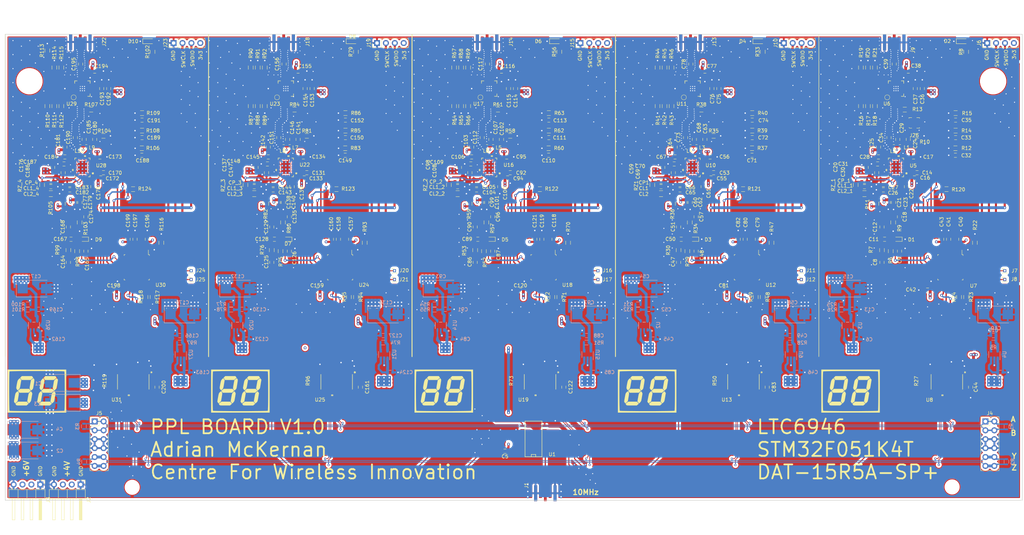
<source format=kicad_pcb>
(kicad_pcb (version 20171130) (host pcbnew "(5.1.9)-1")
  (layers (0 F.Cu signal) (1 GND.Cu power hide) (2 PWR.Cu power hide) (31 B.Cu signal hide) (34 B.Paste user hide) (35 F.Paste user hide) (36 B.SilkS user) (37 F.SilkS user) (38 B.Mask user hide) (39 F.Mask user hide) (44 Edge.Cuts user))
  (net 0 "")
  (net 1 GND)
  (net 2 +4V)
  (net 3 +6V)
  (net 4 "Net-(C8-Pad1)")
  (net 5 "Net-(C11-Pad1)")
  (net 6 "Net-(C11-Pad2)")
  (net 7 "Net-(C14-Pad1)")
  (net 8 "Net-(C18-Pad1)")
  (net 9 "Net-(C22-Pad1)")
  (net 10 "Net-(C24-Pad1)")
  (net 11 "Net-(C24-Pad2)")
  (net 12 "Net-(C26-Pad2)")
  (net 13 "Net-(C28-Pad1)")
  (net 14 "Net-(C31-Pad2)")
  (net 15 "Net-(C34-Pad1)")
  (net 16 "Net-(C34-Pad2)")
  (net 17 "Net-(C39-Pad2)")
  (net 18 "Net-(CL1_1-Pad1)")
  (net 19 "Net-(CP_1-Pad1)")
  (net 20 "Net-(D2-Pad2)")
  (net 21 "Net-(J7-Pad1)")
  (net 22 "Net-(J8-Pad1)")
  (net 23 "Net-(R5-Pad1)")
  (net 24 "Net-(R13-Pad1)")
  (net 25 "Net-(R16-Pad1)")
  (net 26 "Net-(R17-Pad1)")
  (net 27 "Net-(R18-Pad1)")
  (net 28 "Net-(R19-Pad2)")
  (net 29 "Net-(R20-Pad2)")
  (net 30 "Net-(R21-Pad2)")
  (net 31 "Net-(R22-Pad1)")
  (net 32 "Net-(R24-Pad1)")
  (net 33 /10M_1)
  (net 34 /10M_IN)
  (net 35 /10M_BUF)
  (net 36 "Net-(R25-Pad2)")
  (net 37 /PLL_1/STM32F051K4T_1/Phase_DAC)
  (net 38 /PLL_1/PLL1_3v3)
  (net 39 /PLL_1/LTC6946_1/REF_in)
  (net 40 /PLL_1/PLL1_5v)
  (net 41 /PLL_1/STM32F051K4T_1/ANT_DATA)
  (net 42 /PLL_1/STM32F051K4T_1/ANT_CLK)
  (net 43 /PLL_1/STM32F051K4T_1/ANT_LE)
  (net 44 /PLL_1/STM32F051K4T_1/SWCLK_1)
  (net 45 /PLL_1/STM32F051K4T_1/SWDIO_1)
  (net 46 /PLL_1/STM32F051K4T_1/PLL_STATE)
  (net 47 /PLL_1/STM32F051K4T_1/STM_RX)
  (net 48 /PLL_1/LTC6946_1/SCLK)
  (net 49 /PLL_1/LTC6946_1/SDI)
  (net 50 /PLL_1/LTC6946_1/SDO)
  (net 51 /PLL_1/STM32F051K4T_1/STM_TX)
  (net 52 /PLL_1/STM32F051K4T_1/TX_EN)
  (net 53 "Net-(R27-Pad1)")
  (net 54 TX-)
  (net 55 TX+)
  (net 56 RCV-)
  (net 57 RCV+)
  (net 58 /PLL_2/10MHz)
  (net 59 "Net-(C47-Pad1)")
  (net 60 /PLL_2/STM32F051K4T_1/Phase_DAC)
  (net 61 /PLL_2/PLL1_3v3)
  (net 62 "Net-(C50-Pad2)")
  (net 63 "Net-(C50-Pad1)")
  (net 64 /PLL_2/LTC6946_1/REF_in)
  (net 65 /PLL_2/PLL1_5v)
  (net 66 "Net-(C53-Pad1)")
  (net 67 "Net-(C57-Pad1)")
  (net 68 "Net-(C61-Pad1)")
  (net 69 "Net-(C63-Pad1)")
  (net 70 "Net-(C63-Pad2)")
  (net 71 "Net-(C65-Pad2)")
  (net 72 "Net-(C67-Pad1)")
  (net 73 "Net-(C70-Pad2)")
  (net 74 /PLL_2/STM32F051K4T_1/ANT_DATA)
  (net 75 /PLL_2/STM32F051K4T_1/ANT_CLK)
  (net 76 "Net-(C73-Pad1)")
  (net 77 "Net-(C73-Pad2)")
  (net 78 /PLL_2/STM32F051K4T_1/ANT_LE)
  (net 79 "Net-(C78-Pad2)")
  (net 80 "Net-(CL1-Pad1)")
  (net 81 "Net-(CP1-Pad1)")
  (net 82 "Net-(D4-Pad2)")
  (net 83 /PLL_2/STM32F051K4T_1/SWDIO_1)
  (net 84 /PLL_2/STM32F051K4T_1/SWCLK_1)
  (net 85 "Net-(J11-Pad1)")
  (net 86 "Net-(J12-Pad1)")
  (net 87 "Net-(R28-Pad1)")
  (net 88 "Net-(R31-Pad2)")
  (net 89 /PLL_2/STM32F051K4T_1/PLL_STATE)
  (net 90 "Net-(R38-Pad1)")
  (net 91 "Net-(R41-Pad1)")
  (net 92 "Net-(R42-Pad1)")
  (net 93 "Net-(R43-Pad1)")
  (net 94 "Net-(R44-Pad2)")
  (net 95 "Net-(R45-Pad2)")
  (net 96 "Net-(R46-Pad2)")
  (net 97 "Net-(R47-Pad1)")
  (net 98 /PLL_2/STM32F051K4T_1/STM_RX)
  (net 99 "Net-(R49-Pad1)")
  (net 100 "Net-(R50-Pad1)")
  (net 101 /PLL_2/LTC6946_1/SCLK)
  (net 102 /PLL_2/LTC6946_1/SDI)
  (net 103 /PLL_2/LTC6946_1/SDO)
  (net 104 /PLL_2/STM32F051K4T_1/TX_EN)
  (net 105 /PLL_2/STM32F051K4T_1/STM_TX)
  (net 106 /PLL_1/LTC6946_1/RF_OUT)
  (net 107 /PLL_2/LTC6946_1/RF_OUT)
  (net 108 /PLL_3/10MHz)
  (net 109 "Net-(C86-Pad1)")
  (net 110 /PLL_3/STM32F051K4T_1/Phase_DAC)
  (net 111 /PLL_3/PLL1_3v3)
  (net 112 "Net-(C89-Pad2)")
  (net 113 "Net-(C89-Pad1)")
  (net 114 /PLL_3/LTC6946_1/REF_in)
  (net 115 /PLL_3/PLL1_5v)
  (net 116 "Net-(C92-Pad1)")
  (net 117 "Net-(C96-Pad1)")
  (net 118 "Net-(C100-Pad1)")
  (net 119 "Net-(C102-Pad2)")
  (net 120 "Net-(C102-Pad1)")
  (net 121 "Net-(C104-Pad2)")
  (net 122 "Net-(C106-Pad1)")
  (net 123 "Net-(C109-Pad2)")
  (net 124 /PLL_3/STM32F051K4T_1/ANT_DATA)
  (net 125 /PLL_3/STM32F051K4T_1/ANT_CLK)
  (net 126 "Net-(C112-Pad1)")
  (net 127 "Net-(C112-Pad2)")
  (net 128 /PLL_3/STM32F051K4T_1/ANT_LE)
  (net 129 "Net-(C117-Pad2)")
  (net 130 /PLL_3/LTC6946_1/RF_OUT)
  (net 131 "Net-(C125-Pad1)")
  (net 132 /PLL_4/10MHz)
  (net 133 /PLL_4/STM32F051K4T_1/Phase_DAC)
  (net 134 /PLL_4/PLL1_3v3)
  (net 135 "Net-(C128-Pad1)")
  (net 136 "Net-(C128-Pad2)")
  (net 137 /PLL_4/LTC6946_1/REF_in)
  (net 138 /PLL_4/PLL1_5v)
  (net 139 "Net-(C131-Pad1)")
  (net 140 "Net-(C135-Pad1)")
  (net 141 "Net-(C139-Pad1)")
  (net 142 "Net-(C141-Pad1)")
  (net 143 "Net-(C141-Pad2)")
  (net 144 "Net-(C143-Pad2)")
  (net 145 "Net-(C145-Pad1)")
  (net 146 "Net-(C148-Pad2)")
  (net 147 /PLL_4/STM32F051K4T_1/ANT_DATA)
  (net 148 /PLL_4/STM32F051K4T_1/ANT_CLK)
  (net 149 "Net-(C151-Pad2)")
  (net 150 "Net-(C151-Pad1)")
  (net 151 /PLL_4/STM32F051K4T_1/ANT_LE)
  (net 152 /PLL_4/LTC6946_1/RF_OUT)
  (net 153 "Net-(C156-Pad2)")
  (net 154 /PLL_5/10MHz)
  (net 155 "Net-(C164-Pad1)")
  (net 156 /PLL_5/STM32F051K4T_1/Phase_DAC)
  (net 157 /PLL_5/PLL1_3v3)
  (net 158 "Net-(C167-Pad2)")
  (net 159 "Net-(C167-Pad1)")
  (net 160 /PLL_5/LTC6946_1/REF_in)
  (net 161 /PLL_5/PLL1_5v)
  (net 162 "Net-(C170-Pad1)")
  (net 163 "Net-(C174-Pad1)")
  (net 164 "Net-(C178-Pad1)")
  (net 165 "Net-(C180-Pad2)")
  (net 166 "Net-(C180-Pad1)")
  (net 167 "Net-(C182-Pad2)")
  (net 168 "Net-(C184-Pad1)")
  (net 169 "Net-(C187-Pad2)")
  (net 170 /PLL_5/STM32F051K4T_1/ANT_DATA)
  (net 171 /PLL_5/STM32F051K4T_1/ANT_CLK)
  (net 172 "Net-(C190-Pad1)")
  (net 173 "Net-(C190-Pad2)")
  (net 174 /PLL_5/STM32F051K4T_1/ANT_LE)
  (net 175 "Net-(C195-Pad2)")
  (net 176 /PLL_5/LTC6946_1/RF_OUT)
  (net 177 "Net-(CL1_2-Pad1)")
  (net 178 "Net-(CL1_3-Pad1)")
  (net 179 "Net-(CL1_4-Pad1)")
  (net 180 "Net-(CP_2-Pad1)")
  (net 181 "Net-(CP_3-Pad1)")
  (net 182 "Net-(CP_4-Pad1)")
  (net 183 "Net-(D6-Pad2)")
  (net 184 "Net-(D8-Pad2)")
  (net 185 "Net-(D10-Pad2)")
  (net 186 /PLL_3/STM32F051K4T_1/SWDIO_1)
  (net 187 /PLL_3/STM32F051K4T_1/SWCLK_1)
  (net 188 "Net-(J16-Pad1)")
  (net 189 "Net-(J17-Pad1)")
  (net 190 /PLL_4/STM32F051K4T_1/SWCLK_1)
  (net 191 /PLL_4/STM32F051K4T_1/SWDIO_1)
  (net 192 "Net-(J20-Pad1)")
  (net 193 "Net-(J21-Pad1)")
  (net 194 /PLL_5/STM32F051K4T_1/SWDIO_1)
  (net 195 /PLL_5/STM32F051K4T_1/SWCLK_1)
  (net 196 "Net-(J24-Pad1)")
  (net 197 "Net-(J25-Pad1)")
  (net 198 "Net-(R51-Pad1)")
  (net 199 "Net-(R54-Pad2)")
  (net 200 /PLL_3/STM32F051K4T_1/PLL_STATE)
  (net 201 "Net-(R61-Pad1)")
  (net 202 "Net-(R64-Pad1)")
  (net 203 "Net-(R65-Pad1)")
  (net 204 "Net-(R66-Pad1)")
  (net 205 "Net-(R67-Pad2)")
  (net 206 "Net-(R68-Pad2)")
  (net 207 "Net-(R69-Pad2)")
  (net 208 "Net-(R70-Pad1)")
  (net 209 /PLL_3/STM32F051K4T_1/STM_RX)
  (net 210 "Net-(R72-Pad1)")
  (net 211 "Net-(R73-Pad1)")
  (net 212 "Net-(R74-Pad1)")
  (net 213 "Net-(R77-Pad2)")
  (net 214 /PLL_4/STM32F051K4T_1/PLL_STATE)
  (net 215 "Net-(R84-Pad1)")
  (net 216 "Net-(R87-Pad1)")
  (net 217 "Net-(R88-Pad1)")
  (net 218 "Net-(R89-Pad1)")
  (net 219 "Net-(R90-Pad2)")
  (net 220 "Net-(R91-Pad2)")
  (net 221 "Net-(R92-Pad2)")
  (net 222 "Net-(R93-Pad1)")
  (net 223 /PLL_4/STM32F051K4T_1/STM_RX)
  (net 224 "Net-(R95-Pad1)")
  (net 225 "Net-(R96-Pad1)")
  (net 226 "Net-(R97-Pad1)")
  (net 227 "Net-(R100-Pad2)")
  (net 228 /PLL_5/STM32F051K4T_1/PLL_STATE)
  (net 229 "Net-(R107-Pad1)")
  (net 230 "Net-(R110-Pad1)")
  (net 231 "Net-(R111-Pad1)")
  (net 232 "Net-(R112-Pad1)")
  (net 233 "Net-(R113-Pad2)")
  (net 234 "Net-(R114-Pad2)")
  (net 235 "Net-(R115-Pad2)")
  (net 236 "Net-(R116-Pad1)")
  (net 237 /PLL_5/STM32F051K4T_1/STM_RX)
  (net 238 "Net-(R118-Pad1)")
  (net 239 "Net-(R119-Pad1)")
  (net 240 /PLL_3/LTC6946_1/SCLK)
  (net 241 /PLL_3/LTC6946_1/SDI)
  (net 242 /PLL_3/LTC6946_1/SDO)
  (net 243 /PLL_3/STM32F051K4T_1/STM_TX)
  (net 244 /PLL_3/STM32F051K4T_1/TX_EN)
  (net 245 /PLL_4/LTC6946_1/SCLK)
  (net 246 /PLL_4/LTC6946_1/SDI)
  (net 247 /PLL_4/LTC6946_1/SDO)
  (net 248 /PLL_4/STM32F051K4T_1/TX_EN)
  (net 249 /PLL_4/STM32F051K4T_1/STM_TX)
  (net 250 /PLL_5/LTC6946_1/SDO)
  (net 251 /PLL_5/LTC6946_1/SDI)
  (net 252 /PLL_5/LTC6946_1/SCLK)
  (net 253 /PLL_5/STM32F051K4T_1/TX_EN)
  (net 254 /PLL_5/STM32F051K4T_1/STM_TX)
  (net 255 /PLL_1/STM32F051K4T_1/SPI_~CS)
  (net 256 /PLL_2/STM32F051K4T_1/SPI_~CS)
  (net 257 /PLL_3/STM32F051K4T_1/SPI_~CS)
  (net 258 /PLL_4/STM32F051K4T_1/SPI_~CS)
  (net 259 /PLL_5/STM32F051K4T_1/SPI_~CS)
  (module wireless:7Segment (layer F.Cu) (at 64 138.3)
    (fp_text reference G*** hide)
    (fp_text value LOGO hide)
  )
  (module wireless:7Segment (layer F.Cu) (at 296 138.3)
    (fp_text reference G*** hide)
    (fp_text value LOGO hide)
  )
  (module wireless:7Segment (layer F.Cu) (at 238 138.3)
    (fp_text reference G*** hide)
    (fp_text value LOGO hide)
  )
  (module wireless:7Segment (layer F.Cu) (at 180 138.3)
    (fp_text reference G*** hide)
    (fp_text value LOGO hide)
  )
  (module wireless:7Segment (layer F.Cu) (at 122 138.3)
    (fp_text reference G*** hide)
    (fp_text value LOGO hide)
  )
  (module Resistors_SMD:R_0603 (layer F.Cu) (at 91.45 80.7)
    (fp_text reference R124 (at 3.35 -0.1) (layer F.SilkS))
    (fp_text value 200k)
    (pad 1 smd rect (at -0.75 0) (size 0.5 0.9) (layers F.Cu F.Paste F.Mask) (net 250 /PLL_5/LTC6946_1/SDO))
    (pad 2 smd rect (at 0.75 0) (size 0.5 0.9) (layers F.Cu F.Paste F.Mask) (net 1 GND))
  )
  (module Resistors_SMD:R_0603 (layer F.Cu) (at 149.45 80.7)
    (fp_text reference R123 (at 3.35 -0.1) (layer F.SilkS))
    (fp_text value 200k)
    (pad 1 smd rect (at -0.75 0) (size 0.5 0.9) (layers F.Cu F.Paste F.Mask) (net 247 /PLL_4/LTC6946_1/SDO))
    (pad 2 smd rect (at 0.75 0) (size 0.5 0.9) (layers F.Cu F.Paste F.Mask) (net 1 GND))
  )
  (module Resistors_SMD:R_0603 (layer F.Cu) (at 207.45 80.7)
    (fp_text reference R122 (at 3.35 -0.1) (layer F.SilkS))
    (fp_text value 200k)
    (pad 1 smd rect (at -0.75 0) (size 0.5 0.9) (layers F.Cu F.Paste F.Mask) (net 242 /PLL_3/LTC6946_1/SDO))
    (pad 2 smd rect (at 0.75 0) (size 0.5 0.9) (layers F.Cu F.Paste F.Mask) (net 1 GND))
  )
  (module Resistors_SMD:R_0603 (layer F.Cu) (at 265.4 80.7)
    (fp_text reference R121 (at 3.2 -0.1) (layer F.SilkS))
    (fp_text value 200k)
    (pad 1 smd rect (at -0.75 0) (size 0.5 0.9) (layers F.Cu F.Paste F.Mask) (net 103 /PLL_2/LTC6946_1/SDO))
    (pad 2 smd rect (at 0.75 0) (size 0.5 0.9) (layers F.Cu F.Paste F.Mask) (net 1 GND))
  )
  (module Resistors_SMD:R_0603 (layer F.Cu) (at 323.4 80.7)
    (fp_text reference R120 (at 3.4 0.1) (layer F.SilkS))
    (fp_text value 200k)
    (pad 1 smd rect (at -0.75 0) (size 0.5 0.9) (layers F.Cu F.Paste F.Mask) (net 50 /PLL_1/LTC6946_1/SDO))
    (pad 2 smd rect (at 0.75 0) (size 0.5 0.9) (layers F.Cu F.Paste F.Mask) (net 1 GND))
  )
  (module LTC6946:LTC6946IUFD-4-PBF (layer F.Cu) (at 309 74.5 180)
    (fp_text reference U5 (at -4.9 0.5 180) (layer F.SilkS))
    (fp_text value LTC6946IUFD-4-PBF hide)
    (fp_text user * (at -2.985 -2) (layer F.SilkS))
    (fp_text user * (at -2.985 -2) (layer F.SilkS))
    (fp_text user * (at -2.985 -2) (layer F.SilkS))
    (pad 29 thru_hole circle (at -1 1.5 180) (size 0.6 0.6) (drill 0.3) (layers *.Cu *.Mask) (net 1 GND))
    (pad 29 thru_hole circle (at 0 1.5 180) (size 0.6 0.6) (drill 0.3) (layers *.Cu *.Mask) (net 1 GND))
    (pad 29 thru_hole circle (at 1 1.5 180) (size 0.6 0.6) (drill 0.3) (layers *.Cu *.Mask) (net 1 GND))
    (pad 29 thru_hole circle (at 1 0.5 180) (size 0.6 0.6) (drill 0.3) (layers *.Cu *.Mask) (net 1 GND))
    (pad 29 thru_hole circle (at 0 0.5 180) (size 0.6 0.6) (drill 0.3) (layers *.Cu *.Mask) (net 1 GND))
    (pad 29 thru_hole circle (at -1 0.5 180) (size 0.6 0.6) (drill 0.3) (layers *.Cu *.Mask) (net 1 GND))
    (pad 29 thru_hole circle (at -1 -0.5 180) (size 0.6 0.6) (drill 0.3) (layers *.Cu *.Mask) (net 1 GND))
    (pad 29 thru_hole circle (at 0 -0.5 180) (size 0.6 0.6) (drill 0.3) (layers *.Cu *.Mask) (net 1 GND))
    (pad 29 thru_hole circle (at 1 -0.5 180) (size 0.6 0.6) (drill 0.3) (layers *.Cu *.Mask) (net 1 GND))
    (pad 29 thru_hole circle (at 1 -1.5 180) (size 0.6 0.6) (drill 0.3) (layers *.Cu *.Mask) (net 1 GND))
    (pad 29 thru_hole circle (at 0 -1.5 180) (size 0.6 0.6) (drill 0.3) (layers *.Cu *.Mask) (net 1 GND))
    (pad 29 thru_hole circle (at -1 -1.5 180) (size 0.6 0.6) (drill 0.3) (layers *.Cu *.Mask) (net 1 GND))
    (pad 29 smd rect (at 0 0 180) (size 2.7 3.7) (layers F.Cu F.Paste F.Mask) (net 1 GND))
    (pad 28 smd rect (at -1.25 -2.45 180) (size 0.22 0.799999) (layers F.Cu F.Paste F.Mask) (net 9 "Net-(C22-Pad1)"))
    (pad 27 smd rect (at -0.750001 -2.45 180) (size 0.22 0.799999) (layers F.Cu F.Paste F.Mask) (net 8 "Net-(C18-Pad1)"))
    (pad 26 smd rect (at -0.25 -2.45 180) (size 0.22 0.799999) (layers F.Cu F.Paste F.Mask) (net 38 /PLL_1/PLL1_3v3))
    (pad 25 smd rect (at 0.25 -2.45 180) (size 0.22 0.799999) (layers F.Cu F.Paste F.Mask) (net 19 "Net-(CP_1-Pad1)"))
    (pad 24 smd rect (at 0.750001 -2.45 180) (size 0.22 0.799999) (layers F.Cu F.Paste F.Mask) (net 12 "Net-(C26-Pad2)"))
    (pad 23 smd rect (at 1.25 -2.45 180) (size 0.22 0.799999) (layers F.Cu F.Paste F.Mask) (net 1 GND))
    (pad 22 smd rect (at 1.950001 -1.749999 270) (size 0.22 0.799999) (layers F.Cu F.Paste F.Mask) (net 40 /PLL_1/PLL1_5v))
    (pad 21 smd rect (at 1.950001 -1.25 270) (size 0.22 0.799999) (layers F.Cu F.Paste F.Mask) (net 1 GND))
    (pad 20 smd rect (at 1.950001 -0.750001 270) (size 0.22 0.799999) (layers F.Cu F.Paste F.Mask) (net 14 "Net-(C31-Pad2)"))
    (pad 19 smd rect (at 1.950001 -0.25 270) (size 0.22 0.799999) (layers F.Cu F.Paste F.Mask) (net 14 "Net-(C31-Pad2)"))
    (pad 18 smd rect (at 1.950001 0.25 270) (size 0.22 0.799999) (layers F.Cu F.Paste F.Mask) (net 14 "Net-(C31-Pad2)"))
    (pad 17 smd rect (at 1.950001 0.750001 270) (size 0.22 0.799999) (layers F.Cu F.Paste F.Mask) (net 1 GND))
    (pad 16 smd rect (at 1.950001 1.25 270) (size 0.22 0.799999) (layers F.Cu F.Paste F.Mask) (net 14 "Net-(C31-Pad2)"))
    (pad 15 smd rect (at 1.950001 1.749999 270) (size 0.22 0.799999) (layers F.Cu F.Paste F.Mask) (net 19 "Net-(CP_1-Pad1)"))
    (pad 14 smd rect (at 1.25 2.45 180) (size 0.22 0.799999) (layers F.Cu F.Paste F.Mask) (net 13 "Net-(C28-Pad1)"))
    (pad 13 smd rect (at 0.750001 2.45 180) (size 0.22 0.799999) (layers F.Cu F.Paste F.Mask) (net 38 /PLL_1/PLL1_3v3))
    (pad 12 smd rect (at 0.25 2.45 180) (size 0.22 0.799999) (layers F.Cu F.Paste F.Mask) (net 16 "Net-(C34-Pad2)"))
    (pad 11 smd rect (at -0.25 2.45 180) (size 0.22 0.799999) (layers F.Cu F.Paste F.Mask) (net 10 "Net-(C24-Pad1)"))
    (pad 10 smd rect (at -0.750001 2.45 180) (size 0.22 0.799999) (layers F.Cu F.Paste F.Mask) (net 1 GND))
    (pad 9 smd rect (at -1.25 2.45 180) (size 0.22 0.799999) (layers F.Cu F.Paste F.Mask) (net 38 /PLL_1/PLL1_3v3))
    (pad 8 smd rect (at -1.950001 1.749999 270) (size 0.22 0.799999) (layers F.Cu F.Paste F.Mask) (net 38 /PLL_1/PLL1_3v3))
    (pad 7 smd rect (at -1.950001 1.25 270) (size 0.22 0.799999) (layers F.Cu F.Paste F.Mask) (net 50 /PLL_1/LTC6946_1/SDO))
    (pad 6 smd rect (at -1.950001 0.750001 270) (size 0.22 0.799999) (layers F.Cu F.Paste F.Mask) (net 49 /PLL_1/LTC6946_1/SDI))
    (pad 5 smd rect (at -1.950001 0.25 270) (size 0.22 0.799999) (layers F.Cu F.Paste F.Mask) (net 48 /PLL_1/LTC6946_1/SCLK))
    (pad 4 smd rect (at -1.950001 -0.25 270) (size 0.22 0.799999) (layers F.Cu F.Paste F.Mask) (net 255 /PLL_1/STM32F051K4T_1/SPI_~CS))
    (pad 3 smd rect (at -1.950001 -0.750001 270) (size 0.22 0.799999) (layers F.Cu F.Paste F.Mask) (net 46 /PLL_1/STM32F051K4T_1/PLL_STATE))
    (pad 2 smd rect (at -1.950001 -1.25 270) (size 0.22 0.799999) (layers F.Cu F.Paste F.Mask) (net 7 "Net-(C14-Pad1)"))
    (pad 1 smd rect (at -1.950001 -1.749999 270) (size 0.22 0.799999) (layers F.Cu F.Paste F.Mask) (net 38 /PLL_1/PLL1_3v3))
  )
  (module Resistors_SMD:R_0603 (layer F.Cu) (at 303.4 84.85 90)
    (fp_text reference R11 (at -0.15 -2.55 90) (layer F.SilkS))
    (fp_text value 15R)
    (pad 1 smd rect (at -0.75 0 90) (size 0.5 0.9) (layers F.Cu F.Paste F.Mask) (net 40 /PLL_1/PLL1_5v))
    (pad 2 smd rect (at 0.75 0 90) (size 0.5 0.9) (layers F.Cu F.Paste F.Mask) (net 12 "Net-(C26-Pad2)"))
  )
  (module ADP7118AUJZR7:ADP7118AUJZ-R7 (layer B.Cu) (at 295.183796 119.606244 90)
    (fp_text reference U3 (at 0.006244 3.616204 90) (layer B.SilkS) (effects (justify mirror)))
    (fp_text value ADP7118AUJZ-R7 hide)
    (fp_text user * (at -1.529 2.553 90) (layer B.SilkS) (effects (justify mirror)))
    (fp_text user * (at -1.529 2.553 90) (layer B.SilkS) (effects (justify mirror)))
    (pad 5 smd rect (at 1.274999 0.950001 90) (size 0.949999 0.46) (layers B.Cu B.Paste B.Mask) (net 40 /PLL_1/PLL1_5v))
    (pad 4 smd rect (at 1.274999 -0.950001 90) (size 0.949999 0.46) (layers B.Cu B.Paste B.Mask) (net 36 "Net-(R25-Pad2)"))
    (pad 3 smd rect (at -1.274999 -0.950001 90) (size 0.949999 0.46) (layers B.Cu B.Paste B.Mask) (net 3 +6V))
    (pad 2 smd rect (at -1.274999 0 90) (size 0.949999 0.46) (layers B.Cu B.Paste B.Mask) (net 1 GND))
    (pad 1 smd rect (at -1.274999 0.950001 90) (size 0.949999 0.46) (layers B.Cu B.Paste B.Mask) (net 3 +6V))
  )
  (module Resistors_SMD:R_0603 (layer F.Cu) (at 305 98.1 270)
    (fp_text reference R7 (at -0.1 3.15 270) (layer F.SilkS))
    (fp_text value 120R)
    (pad 1 smd rect (at -0.75 0 270) (size 0.5 0.9) (layers F.Cu F.Paste F.Mask) (net 6 "Net-(C11-Pad2)"))
    (pad 2 smd rect (at 0.75 0 270) (size 0.5 0.9) (layers F.Cu F.Paste F.Mask) (net 4 "Net-(C8-Pad1)"))
  )
  (module SMD_Packages:SOIC-14_N (layer F.Cu) (at 205.5 152 90)
    (fp_text reference U1 (at -4.4 5.45 180) (layer F.SilkS))
    (fp_text value 74HC04)
    (pad 1 smd rect (at -3.81 3.302 90) (size 0.508 1.143) (layers F.Cu F.Paste F.Mask) (net 34 /10M_IN))
    (pad 2 smd rect (at -2.54 3.302 90) (size 0.508 1.143) (layers F.Cu F.Paste F.Mask) (net 35 /10M_BUF))
    (pad 3 smd rect (at -1.27 3.302 90) (size 0.508 1.143) (layers F.Cu F.Paste F.Mask) (net 35 /10M_BUF))
    (pad 4 smd rect (at 0 3.302 90) (size 0.508 1.143) (layers F.Cu F.Paste F.Mask) (net 33 /10M_1))
    (pad 5 smd rect (at 1.27 3.302 90) (size 0.508 1.143) (layers F.Cu F.Paste F.Mask) (net 35 /10M_BUF))
    (pad 6 smd rect (at 2.54 3.302 90) (size 0.508 1.143) (layers F.Cu F.Paste F.Mask) (net 58 /PLL_2/10MHz))
    (pad 7 smd rect (at 3.81 3.302 90) (size 0.508 1.143) (layers F.Cu F.Paste F.Mask) (net 1 GND))
    (pad 8 smd rect (at 3.81 -3.048 90) (size 0.508 1.143) (layers F.Cu F.Paste F.Mask) (net 108 /PLL_3/10MHz))
    (pad 9 smd rect (at 2.54 -3.048 90) (size 0.508 1.143) (layers F.Cu F.Paste F.Mask) (net 35 /10M_BUF))
    (pad 11 smd rect (at 0 -3.048 90) (size 0.508 1.143) (layers F.Cu F.Paste F.Mask) (net 35 /10M_BUF))
    (pad 12 smd rect (at -1.27 -3.048 90) (size 0.508 1.143) (layers F.Cu F.Paste F.Mask) (net 154 /PLL_5/10MHz))
    (pad 13 smd rect (at -2.54 -3.048 90) (size 0.508 1.143) (layers F.Cu F.Paste F.Mask) (net 35 /10M_BUF))
    (pad 14 smd rect (at -3.81 -3.048 90) (size 0.508 1.143) (layers F.Cu F.Paste F.Mask) (net 3 +6V))
    (pad 10 smd rect (at 1.27 -3.048 90) (size 0.508 1.143) (layers F.Cu F.Paste F.Mask) (net 132 /PLL_4/10MHz))
  )
  (module Capacitors_Tantalum_SMD:CP_Tantalum_Case-D_EIA-7343-31_Wave (layer B.Cu) (at 71.2 136 180)
    (fp_text reference C1 (at 6.8 -0.2) (layer B.SilkS) (effects (justify mirror)))
    (fp_text value 100u)
    (pad 1 smd rect (at -3.375 0 180) (size 2.95 2.7) (layers B.Cu B.Paste B.Mask) (net 2 +4V))
    (pad 2 smd rect (at 3.375 0 180) (size 2.95 2.7) (layers B.Cu B.Paste B.Mask) (net 1 GND))
  )
  (module Capacitors_Tantalum_SMD:CP_Tantalum_Case-D_EIA-7343-31_Wave (layer B.Cu) (at 60.8 155.3)
    (fp_text reference C2 (at 9.75 0.1) (layer B.SilkS) (effects (justify mirror)))
    (fp_text value 100u)
    (pad 1 smd rect (at -3.375 0) (size 2.95 2.7) (layers B.Cu B.Paste B.Mask) (net 3 +6V))
    (pad 2 smd rect (at 3.375 0) (size 2.95 2.7) (layers B.Cu B.Paste B.Mask) (net 1 GND))
  )
  (module Capacitors_Tantalum_SMD:CP_Tantalum_Case-D_EIA-7343-31_Wave (layer B.Cu) (at 71.2 141.7 180)
    (fp_text reference C3 (at 7 -0.3) (layer B.SilkS) (effects (justify mirror)))
    (fp_text value 100u)
    (pad 1 smd rect (at -3.375 0 180) (size 2.95 2.7) (layers B.Cu B.Paste B.Mask) (net 2 +4V))
    (pad 2 smd rect (at 3.375 0 180) (size 2.95 2.7) (layers B.Cu B.Paste B.Mask) (net 1 GND))
  )
  (module Capacitors_Tantalum_SMD:CP_Tantalum_Case-D_EIA-7343-31_Wave (layer B.Cu) (at 60.8 149.4)
    (fp_text reference C4 (at 9.65 -0.2) (layer B.SilkS) (effects (justify mirror)))
    (fp_text value 100u)
    (pad 1 smd rect (at -3.375 0) (size 2.95 2.7) (layers B.Cu B.Paste B.Mask) (net 3 +6V))
    (pad 2 smd rect (at 3.375 0) (size 2.95 2.7) (layers B.Cu B.Paste B.Mask) (net 1 GND))
  )
  (module Capacitors_SMD:C_0603 (layer F.Cu) (at 197.5 155.5 180)
    (fp_text reference C5 (at 0 -1.5 180) (layer F.SilkS))
    (fp_text value 100n)
    (pad 2 smd rect (at 0.75 0 180) (size 0.8 0.75) (layers F.Cu F.Paste F.Mask) (net 1 GND))
    (pad 1 smd rect (at -0.75 0 180) (size 0.8 0.75) (layers F.Cu F.Paste F.Mask) (net 3 +6V))
  )
  (module Capacitors_SMD:C_0603 (layer B.Cu) (at 297.75 123.5)
    (fp_text reference C6 (at 3.6 0.1) (layer B.SilkS) (effects (justify mirror)))
    (fp_text value 2u2)
    (pad 2 smd rect (at 0.75 0) (size 0.8 0.75) (layers B.Cu B.Paste B.Mask) (net 1 GND))
    (pad 1 smd rect (at -0.75 0) (size 0.8 0.75) (layers B.Cu B.Paste B.Mask) (net 3 +6V))
  )
  (module Capacitors_SMD:C_0603 (layer B.Cu) (at 338.75 133)
    (fp_text reference C7 (at 0 1.5) (layer B.SilkS) (effects (justify mirror)))
    (fp_text value 1u)
    (pad 2 smd rect (at 0.75 0) (size 0.8 0.75) (layers B.Cu B.Paste B.Mask) (net 1 GND))
    (pad 1 smd rect (at -0.75 0) (size 0.8 0.75) (layers B.Cu B.Paste B.Mask) (net 2 +4V))
  )
  (module Capacitors_SMD:C_0603 (layer F.Cu) (at 305 101.6 270)
    (fp_text reference C8 (at -0.05 1.95 270) (layer F.SilkS))
    (fp_text value 100n)
    (pad 2 smd rect (at 0.75 0 270) (size 0.8 0.75) (layers F.Cu F.Paste F.Mask) (net 33 /10M_1))
    (pad 1 smd rect (at -0.75 0 270) (size 0.8 0.75) (layers F.Cu F.Paste F.Mask) (net 4 "Net-(C8-Pad1)"))
  )
  (module Capacitors_SMD:C_0603 (layer F.Cu) (at 310 98.4 270)
    (fp_text reference C9 (at 2.55 -0.05 270) (layer F.SilkS))
    (fp_text value 10u)
    (pad 2 smd rect (at 0.75 0 270) (size 0.8 0.75) (layers F.Cu F.Paste F.Mask) (net 37 /PLL_1/STM32F051K4T_1/Phase_DAC))
    (pad 1 smd rect (at -0.75 0 270) (size 0.8 0.75) (layers F.Cu F.Paste F.Mask) (net 1 GND))
  )
  (module Capacitors_SMD:C_0603 (layer B.Cu) (at 336.75 122.5 180)
    (fp_text reference C10 (at 0 1.5 180) (layer B.SilkS) (effects (justify mirror)))
    (fp_text value 1u)
    (pad 2 smd rect (at 0.75 0 180) (size 0.8 0.75) (layers B.Cu B.Paste B.Mask) (net 1 GND))
    (pad 1 smd rect (at -0.75 0 180) (size 0.8 0.75) (layers B.Cu B.Paste B.Mask) (net 38 /PLL_1/PLL1_3v3))
  )
  (module Capacitors_SMD:C_0603 (layer F.Cu) (at 305.75 95 180)
    (fp_text reference C11 (at 3.1 0 180) (layer F.SilkS))
    (fp_text value 47pF)
    (pad 2 smd rect (at 0.75 0 180) (size 0.8 0.75) (layers F.Cu F.Paste F.Mask) (net 6 "Net-(C11-Pad2)"))
    (pad 1 smd rect (at -0.75 0 180) (size 0.8 0.75) (layers F.Cu F.Paste F.Mask) (net 5 "Net-(C11-Pad1)"))
  )
  (module Capacitors_SMD:C_0603 (layer F.Cu) (at 305 91.5 270)
    (fp_text reference C12 (at 0.05 2 270) (layer F.SilkS))
    (fp_text value 100n)
    (pad 2 smd rect (at 0.75 0 270) (size 0.8 0.75) (layers F.Cu F.Paste F.Mask) (net 6 "Net-(C11-Pad2)"))
    (pad 1 smd rect (at -0.75 0 270) (size 0.8 0.75) (layers F.Cu F.Paste F.Mask) (net 39 /PLL_1/LTC6946_1/REF_in))
  )
  (module Capacitors_SMD:C_0603 (layer B.Cu) (at 296.5 115)
    (fp_text reference C13 (at 4.95 0.05) (layer B.SilkS) (effects (justify mirror)))
    (fp_text value 2u2)
    (pad 2 smd rect (at 0.75 0) (size 0.8 0.75) (layers B.Cu B.Paste B.Mask) (net 1 GND))
    (pad 1 smd rect (at -0.75 0) (size 0.8 0.75) (layers B.Cu B.Paste B.Mask) (net 40 /PLL_1/PLL1_5v))
  )
  (module Capacitors_SMD:C_0603 (layer F.Cu) (at 315 76)
    (fp_text reference C14 (at 2.9 0) (layer F.SilkS))
    (fp_text value 22n)
    (pad 2 smd rect (at 0.75 0) (size 0.8 0.75) (layers F.Cu F.Paste F.Mask))
    (pad 1 smd rect (at -0.75 0) (size 0.8 0.75) (layers F.Cu F.Paste F.Mask) (net 7 "Net-(C14-Pad1)"))
  )
  (module Capacitors_Tantalum_SMD:CP_Tantalum_Case-D_EIA-7343-31_Wave (layer B.Cu) (at 295.308796 109.106244)
    (fp_text reference C15 (at 0.041204 -3.456244) (layer B.SilkS) (effects (justify mirror)))
    (fp_text value 100u)
    (pad 1 smd rect (at -3.375 0) (size 2.95 2.7) (layers B.Cu B.Paste B.Mask) (net 40 /PLL_1/PLL1_5v))
    (pad 2 smd rect (at 3.375 0) (size 2.95 2.7) (layers B.Cu B.Paste B.Mask) (net 1 GND))
  )
  (module Capacitors_SMD:C_0603 (layer F.Cu) (at 314.25 77.5)
    (fp_text reference C16 (at 3.05 -0.05) (layer F.SilkS))
    (fp_text value 100n)
    (pad 2 smd rect (at 0.75 0) (size 0.8 0.75) (layers F.Cu F.Paste F.Mask) (net 1 GND))
    (pad 1 smd rect (at -0.75 0) (size 0.8 0.75) (layers F.Cu F.Paste F.Mask) (net 38 /PLL_1/PLL1_3v3))
  )
  (module Capacitors_SMD:C_0603 (layer F.Cu) (at 314 71.5)
    (fp_text reference C17 (at 4.2 0) (layer F.SilkS))
    (fp_text value 100n)
    (pad 2 smd rect (at 0.75 0) (size 0.8 0.75) (layers F.Cu F.Paste F.Mask) (net 1 GND))
    (pad 1 smd rect (at -0.75 0) (size 0.8 0.75) (layers F.Cu F.Paste F.Mask) (net 38 /PLL_1/PLL1_3v3))
  )
  (module Capacitors_SMD:C_0603 (layer F.Cu) (at 310 88.6 270)
    (fp_text reference C18 (at 0 -1.5 270) (layer F.SilkS))
    (fp_text value 1u)
    (pad 2 smd rect (at 0.75 0 270) (size 0.8 0.75) (layers F.Cu F.Paste F.Mask) (net 39 /PLL_1/LTC6946_1/REF_in))
    (pad 1 smd rect (at -0.75 0 270) (size 0.8 0.75) (layers F.Cu F.Paste F.Mask) (net 8 "Net-(C18-Pad1)"))
  )
  (module Capacitors_Tantalum_SMD:CP_Tantalum_Case-D_EIA-7343-31_Wave (layer B.Cu) (at 337.5 116.5)
    (fp_text reference C19 (at 0 3.9) (layer B.SilkS) (effects (justify mirror)))
    (fp_text value 100u)
    (pad 1 smd rect (at -3.375 0) (size 2.95 2.7) (layers B.Cu B.Paste B.Mask) (net 38 /PLL_1/PLL1_3v3))
    (pad 2 smd rect (at 3.375 0) (size 2.95 2.7) (layers B.Cu B.Paste B.Mask) (net 1 GND))
  )
  (module Capacitors_SMD:C_0603 (layer F.Cu) (at 300.5 74.5 90)
    (fp_text reference C20 (at 0.05 -8.75 90) (layer F.SilkS))
    (fp_text value 1u)
    (pad 2 smd rect (at 0.75 0 90) (size 0.8 0.75) (layers F.Cu F.Paste F.Mask) (net 1 GND))
    (pad 1 smd rect (at -0.75 0 90) (size 0.8 0.75) (layers F.Cu F.Paste F.Mask) (net 40 /PLL_1/PLL1_5v))
  )
  (module Capacitors_SMD:C_0603 (layer F.Cu) (at 306.8 84.5 270)
    (fp_text reference C21 (at 0 -3.1 270) (layer F.SilkS))
    (fp_text value 1u)
    (pad 2 smd rect (at 0.75 0 270) (size 0.8 0.75) (layers F.Cu F.Paste F.Mask) (net 1 GND))
    (pad 1 smd rect (at -0.75 0 270) (size 0.8 0.75) (layers F.Cu F.Paste F.Mask) (net 38 /PLL_1/PLL1_3v3))
  )
  (module Capacitors_SMD:C_0603 (layer F.Cu) (at 312 80 270)
    (fp_text reference C22 (at 2 -1.4 270) (layer F.SilkS))
    (fp_text value 1u)
    (pad 2 smd rect (at 0.75 0 270) (size 0.8 0.75) (layers F.Cu F.Paste F.Mask) (net 1 GND))
    (pad 1 smd rect (at -0.75 0 270) (size 0.8 0.75) (layers F.Cu F.Paste F.Mask) (net 9 "Net-(C22-Pad1)"))
  )
  (module Capacitors_SMD:C_0603 (layer F.Cu) (at 308.3 84.5 270)
    (fp_text reference C23 (at -0.05 -3.45 270) (layer F.SilkS))
    (fp_text value 10n)
    (pad 2 smd rect (at 0.75 0 270) (size 0.8 0.75) (layers F.Cu F.Paste F.Mask) (net 1 GND))
    (pad 1 smd rect (at -0.75 0 270) (size 0.8 0.75) (layers F.Cu F.Paste F.Mask) (net 38 /PLL_1/PLL1_3v3))
  )
  (module Capacitors_SMD:C_0603 (layer F.Cu) (at 312.5 66.5 90)
    (fp_text reference C24 (at -1.2 2 90) (layer F.SilkS))
    (fp_text value 100p)
    (pad 2 smd rect (at 0.75 0 90) (size 0.8 0.75) (layers F.Cu F.Paste F.Mask) (net 11 "Net-(C24-Pad2)"))
    (pad 1 smd rect (at -0.75 0 90) (size 0.8 0.75) (layers F.Cu F.Paste F.Mask) (net 10 "Net-(C24-Pad1)"))
  )
  (module Capacitors_SMD:C_0603 (layer F.Cu) (at 304 68.7 90)
    (fp_text reference C25 (at 1.1 -1.9 270) (layer F.SilkS))
    (fp_text value 10n)
    (pad 2 smd rect (at 0.75 0 90) (size 0.8 0.75) (layers F.Cu F.Paste F.Mask) (net 1 GND))
    (pad 1 smd rect (at -0.75 0 90) (size 0.8 0.75) (layers F.Cu F.Paste F.Mask) (net 38 /PLL_1/PLL1_3v3))
  )
  (module Capacitors_SMD:C_0603 (layer F.Cu) (at 305.4 80.9)
    (fp_text reference C26 (at 2.75 0.85) (layer F.SilkS))
    (fp_text value 1u)
    (pad 2 smd rect (at 0.75 0) (size 0.8 0.75) (layers F.Cu F.Paste F.Mask) (net 12 "Net-(C26-Pad2)"))
    (pad 1 smd rect (at -0.75 0) (size 0.8 0.75) (layers F.Cu F.Paste F.Mask) (net 1 GND))
  )
  (module Capacitors_SMD:C_0603 (layer F.Cu) (at 305.4 79.4)
    (fp_text reference C27 (at 2.8 0.8) (layer F.SilkS))
    (fp_text value 10n)
    (pad 2 smd rect (at 0.75 0) (size 0.8 0.75) (layers F.Cu F.Paste F.Mask) (net 12 "Net-(C26-Pad2)"))
    (pad 1 smd rect (at -0.75 0) (size 0.8 0.75) (layers F.Cu F.Paste F.Mask) (net 1 GND))
  )
  (module Capacitors_SMD:C_0603 (layer F.Cu) (at 304 71.5 180)
    (fp_text reference C28 (at 3.95 0 180) (layer F.SilkS))
    (fp_text value 1u)
    (pad 2 smd rect (at 0.75 0 180) (size 0.8 0.75) (layers F.Cu F.Paste F.Mask) (net 1 GND))
    (pad 1 smd rect (at -0.75 0 180) (size 0.8 0.75) (layers F.Cu F.Paste F.Mask) (net 13 "Net-(C28-Pad1)"))
  )
  (module Capacitors_SMD:C_0603 (layer F.Cu) (at 309.5 66.5 270)
    (fp_text reference C29 (at -3.25 -1.15 270) (layer F.SilkS))
    (fp_text value 100n)
    (pad 2 smd rect (at 0.75 0 270) (size 0.8 0.75) (layers F.Cu F.Paste F.Mask) (net 38 /PLL_1/PLL1_3v3))
    (pad 1 smd rect (at -0.75 0 270) (size 0.8 0.75) (layers F.Cu F.Paste F.Mask) (net 1 GND))
  )
  (module Capacitors_SMD:C_0603 (layer F.Cu) (at 303.5 76 90)
    (fp_text reference C30 (at 0.2 -9.6 90) (layer F.SilkS))
    (fp_text value 10n)
    (pad 2 smd rect (at 0.75 0 90) (size 0.8 0.75) (layers F.Cu F.Paste F.Mask) (net 40 /PLL_1/PLL1_5v))
    (pad 1 smd rect (at -0.75 0 90) (size 0.8 0.75) (layers F.Cu F.Paste F.Mask) (net 1 GND))
  )
  (module Capacitors_SMD:C_0603 (layer F.Cu) (at 303.75 73.5)
    (fp_text reference C31 (at -9.8 0) (layer F.SilkS))
    (fp_text value 2u2)
    (pad 2 smd rect (at 0.75 0) (size 0.8 0.75) (layers F.Cu F.Paste F.Mask) (net 14 "Net-(C31-Pad2)"))
    (pad 1 smd rect (at -0.75 0) (size 0.8 0.75) (layers F.Cu F.Paste F.Mask) (net 1 GND))
  )
  (module Capacitors_SMD:C_0603 (layer F.Cu) (at 325.942584 71.034394 180)
    (fp_text reference C32 (at -3.107416 -0.065606 180) (layer F.SilkS))
    (fp_text value 100p)
    (pad 2 smd rect (at 0.75 0 180) (size 0.8 0.75) (layers F.Cu F.Paste F.Mask) (net 1 GND))
    (pad 1 smd rect (at -0.75 0 180) (size 0.8 0.75) (layers F.Cu F.Paste F.Mask) (net 41 /PLL_1/STM32F051K4T_1/ANT_DATA))
  )
  (module Capacitors_SMD:C_0603 (layer F.Cu) (at 326 66 180)
    (fp_text reference C33 (at -3 0 180) (layer F.SilkS))
    (fp_text value 100p)
    (pad 2 smd rect (at 0.75 0 180) (size 0.8 0.75) (layers F.Cu F.Paste F.Mask) (net 1 GND))
    (pad 1 smd rect (at -0.75 0 180) (size 0.8 0.75) (layers F.Cu F.Paste F.Mask) (net 42 /PLL_1/STM32F051K4T_1/ANT_CLK))
  )
  (module Capacitors_SMD:C_0603 (layer F.Cu) (at 307 66 270)
    (fp_text reference C34 (at 0 2.2 270) (layer F.SilkS))
    (fp_text value 100p)
    (pad 2 smd rect (at 0.75 0 270) (size 0.8 0.75) (layers F.Cu F.Paste F.Mask) (net 16 "Net-(C34-Pad2)"))
    (pad 1 smd rect (at -0.75 0 270) (size 0.8 0.75) (layers F.Cu F.Paste F.Mask) (net 15 "Net-(C34-Pad1)"))
  )
  (module Capacitors_SMD:C_0603 (layer F.Cu) (at 326 61 180)
    (fp_text reference C35 (at -3.1 0 180) (layer F.SilkS))
    (fp_text value 100p)
    (pad 2 smd rect (at 0.75 0 180) (size 0.8 0.75) (layers F.Cu F.Paste F.Mask) (net 1 GND))
    (pad 1 smd rect (at -0.75 0 180) (size 0.8 0.75) (layers F.Cu F.Paste F.Mask) (net 43 /PLL_1/STM32F051K4T_1/ANT_LE))
  )
  (module Capacitors_SMD:C_0603 (layer F.Cu) (at 316.5 52 90)
    (fp_text reference C36 (at -3 0 90) (layer F.SilkS))
    (fp_text value 100n)
    (pad 2 smd rect (at 0.75 0 90) (size 0.8 0.75) (layers F.Cu F.Paste F.Mask) (net 1 GND))
    (pad 1 smd rect (at -0.75 0 90) (size 0.8 0.75) (layers F.Cu F.Paste F.Mask) (net 38 /PLL_1/PLL1_3v3))
  )
  (module Capacitors_SMD:C_0603 (layer F.Cu) (at 314.5 52 90)
    (fp_text reference C37 (at -3.05 0.05 90) (layer F.SilkS))
    (fp_text value 100p)
    (pad 2 smd rect (at 0.75 0 90) (size 0.8 0.75) (layers F.Cu F.Paste F.Mask) (net 1 GND))
    (pad 1 smd rect (at -0.75 0 90) (size 0.8 0.75) (layers F.Cu F.Paste F.Mask) (net 38 /PLL_1/PLL1_3v3))
  )
  (module Capacitors_SMD:C_0603 (layer F.Cu) (at 312.5 47)
    (fp_text reference C38 (at 2.2 -1.5) (layer F.SilkS))
    (fp_text value 100p)
    (pad 2 smd rect (at 0.75 0) (size 0.8 0.75) (layers F.Cu F.Paste F.Mask) (net 1 GND))
    (pad 1 smd rect (at -0.75 0) (size 0.8 0.75) (layers F.Cu F.Paste F.Mask) (net 38 /PLL_1/PLL1_3v3))
  )
  (module Capacitors_SMD:C_0603 (layer F.Cu) (at 308.5 45 270)
    (fp_text reference C39 (at -0.05 2.35 270) (layer F.SilkS))
    (fp_text value 100p)
    (pad 2 smd rect (at 0.75 0 270) (size 0.8 0.75) (layers F.Cu F.Paste F.Mask) (net 17 "Net-(C39-Pad2)"))
    (pad 1 smd rect (at -0.75 0 270) (size 0.8 0.75) (layers F.Cu F.Paste F.Mask) (net 106 /PLL_1/LTC6946_1/RF_OUT))
  )
  (module Capacitors_SMD:C_0603 (layer F.Cu) (at 327.5 95 90)
    (fp_text reference C40 (at 5 0 90) (layer F.SilkS))
    (fp_text value 100n)
    (pad 2 smd rect (at 0.75 0 90) (size 0.8 0.75) (layers F.Cu F.Paste F.Mask) (net 1 GND))
    (pad 1 smd rect (at -0.75 0 90) (size 0.8 0.75) (layers F.Cu F.Paste F.Mask) (net 38 /PLL_1/PLL1_3v3))
  )
  (module Capacitors_SMD:C_0603 (layer F.Cu) (at 324 95 90)
    (fp_text reference C41 (at 5 0 90) (layer F.SilkS))
    (fp_text value 100n)
    (pad 2 smd rect (at 0.75 0 90) (size 0.8 0.75) (layers F.Cu F.Paste F.Mask) (net 1 GND))
    (pad 1 smd rect (at -0.75 0 90) (size 0.8 0.75) (layers F.Cu F.Paste F.Mask) (net 38 /PLL_1/PLL1_3v3))
  )
  (module Capacitors_SMD:C_0603 (layer F.Cu) (at 318 109.5 180)
    (fp_text reference C42 (at 4.75 0.1 180) (layer F.SilkS))
    (fp_text value 100n)
    (pad 2 smd rect (at 0.75 0 180) (size 0.8 0.75) (layers F.Cu F.Paste F.Mask) (net 1 GND))
    (pad 1 smd rect (at -0.75 0 180) (size 0.8 0.75) (layers F.Cu F.Paste F.Mask) (net 38 /PLL_1/PLL1_3v3))
  )
  (module Capacitors_SMD:C_0603 (layer F.Cu) (at 322 95 90)
    (fp_text reference C43 (at 4.95 0 90) (layer F.SilkS))
    (fp_text value 100n)
    (pad 2 smd rect (at 0.75 0 90) (size 0.8 0.75) (layers F.Cu F.Paste F.Mask) (net 1 GND))
    (pad 1 smd rect (at -0.75 0 90) (size 0.8 0.75) (layers F.Cu F.Paste F.Mask) (net 38 /PLL_1/PLL1_3v3))
  )
  (module Capacitors_SMD:C_0603 (layer F.Cu) (at 330.274857 137.222972 270)
    (fp_text reference C44 (at 0 -1.5 270) (layer F.SilkS))
    (fp_text value 100n)
    (pad 2 smd rect (at 0.75 0 270) (size 0.8 0.75) (layers F.Cu F.Paste F.Mask) (net 1 GND))
    (pad 1 smd rect (at -0.75 0 270) (size 0.8 0.75) (layers F.Cu F.Paste F.Mask) (net 40 /PLL_1/PLL1_5v))
  )
  (module Capacitors_SMD:C_0603 (layer F.Cu) (at 300 80)
    (fp_text reference CL1_1 (at -5.5 -0.3) (layer F.SilkS))
    (fp_text value C)
    (pad 2 smd rect (at 0.75 0) (size 0.8 0.75) (layers F.Cu F.Paste F.Mask) (net 1 GND))
    (pad 1 smd rect (at -0.75 0) (size 0.8 0.75) (layers F.Cu F.Paste F.Mask) (net 18 "Net-(CL1_1-Pad1)"))
  )
  (module Capacitors_SMD:C_0805 (layer F.Cu) (at 300 82)
    (fp_text reference CL2_1 (at -5.5 -0.75) (layer F.SilkS))
    (fp_text value C0805)
    (pad 1 smd rect (at -1 0) (size 1 1.25) (layers F.Cu F.Paste F.Mask) (net 18 "Net-(CL1_1-Pad1)"))
    (pad 2 smd rect (at 1 0) (size 1 1.25) (layers F.Cu F.Paste F.Mask) (net 1 GND))
  )
  (module Capacitors_SMD:C_0603 (layer F.Cu) (at 300 78.5)
    (fp_text reference CP_1 (at -5.85 -0.2) (layer F.SilkS))
    (fp_text value C)
    (pad 2 smd rect (at 0.75 0) (size 0.8 0.75) (layers F.Cu F.Paste F.Mask) (net 1 GND))
    (pad 1 smd rect (at -0.75 0) (size 0.8 0.75) (layers F.Cu F.Paste F.Mask) (net 19 "Net-(CP_1-Pad1)"))
  )
  (module Diodes_SMD:D_SOD-523 (layer F.Cu) (at 309.6 95 180)
    (fp_text reference D1 (at -3.8 -0.1 180) (layer F.SilkS))
    (fp_text value BB202)
    (pad 2 smd rect (at 0.7 0) (size 0.6 0.7) (layers F.Cu F.Paste F.Mask) (net 5 "Net-(C11-Pad1)"))
    (pad 1 smd rect (at -0.7 0) (size 0.6 0.7) (layers F.Cu F.Paste F.Mask) (net 1 GND))
  )
  (module LEDs:LED_0805 (layer F.Cu) (at 328 38.5)
    (fp_text reference D2 (at -4.35 -0.05) (layer F.SilkS))
    (fp_text value LED)
    (pad 2 smd rect (at 1.1 0 180) (size 1.2 1.2) (layers F.Cu F.Paste F.Mask) (net 20 "Net-(D2-Pad2)"))
    (pad 1 smd rect (at -1.1 0 180) (size 1.2 1.2) (layers F.Cu F.Paste F.Mask) (net 1 GND))
  )
  (module Pin_Headers:Pin_Header_Straight_1x04_Pitch2.54mm (layer F.Cu) (at 335 39 90)
    (fp_text reference J6 (at 0 -2.33 90) (layer F.SilkS))
    (fp_text value Conn_01x04)
    (pad 1 thru_hole rect (at 0 0 90) (size 1.7 1.7) (drill 1) (layers *.Cu *.Mask) (net 1 GND))
    (pad 2 thru_hole oval (at 0 2.54 90) (size 1.7 1.7) (drill 1) (layers *.Cu *.Mask) (net 44 /PLL_1/STM32F051K4T_1/SWCLK_1))
    (pad 3 thru_hole oval (at 0 5.08 90) (size 1.7 1.7) (drill 1) (layers *.Cu *.Mask) (net 45 /PLL_1/STM32F051K4T_1/SWDIO_1))
    (pad 4 thru_hole oval (at 0 7.62 90) (size 1.7 1.7) (drill 1) (layers *.Cu *.Mask) (net 38 /PLL_1/PLL1_3v3))
  )
  (module Pin_Headers:Pin_Header_Straight_1x01_Pitch1.00mm (layer F.Cu) (at 340 104)
    (fp_text reference J7 (at 2.8 0) (layer F.SilkS))
    (fp_text value Conn_01x01)
    (pad 1 thru_hole rect (at 0 0) (size 0.85 0.85) (drill 0.5) (layers *.Cu *.Mask) (net 21 "Net-(J7-Pad1)"))
  )
  (module Pin_Headers:Pin_Header_Straight_1x01_Pitch1.00mm (layer F.Cu) (at 340 106.5)
    (fp_text reference J8 (at 2.7 -0.1) (layer F.SilkS))
    (fp_text value Conn_01x01)
    (pad 1 thru_hole rect (at 0 0) (size 0.85 0.85) (drill 0.5) (layers *.Cu *.Mask) (net 22 "Net-(J8-Pad1)"))
  )
  (module Resistors_SMD:R_0402 (layer F.Cu) (at 310.1 68.5)
    (fp_text reference L1 (at 1.95 0.3) (layer F.SilkS))
    (fp_text value 68n)
    (pad 1 smd rect (at -0.45 0) (size 0.4 0.6) (layers F.Cu F.Paste F.Mask) (net 38 /PLL_1/PLL1_3v3))
    (pad 2 smd rect (at 0.45 0) (size 0.4 0.6) (layers F.Cu F.Paste F.Mask) (net 10 "Net-(C24-Pad1)"))
  )
  (module Resistors_SMD:R_0402 (layer F.Cu) (at 308.4 68.5)
    (fp_text reference L2 (at -0.25 1.35) (layer F.SilkS))
    (fp_text value 68n)
    (pad 1 smd rect (at -0.45 0) (size 0.4 0.6) (layers F.Cu F.Paste F.Mask) (net 16 "Net-(C34-Pad2)"))
    (pad 2 smd rect (at 0.45 0) (size 0.4 0.6) (layers F.Cu F.Paste F.Mask) (net 38 /PLL_1/PLL1_3v3))
  )
  (module Resistors_SMD:R_0603 (layer B.Cu) (at 340.5 148.5 90)
    (fp_text reference R1 (at 0 1.45 90) (layer B.SilkS) (effects (justify mirror)))
    (fp_text value R)
    (pad 1 smd rect (at -0.75 0 90) (size 0.5 0.9) (layers B.Cu B.Paste B.Mask) (net 56 RCV-))
    (pad 2 smd rect (at 0.75 0 90) (size 0.5 0.9) (layers B.Cu B.Paste B.Mask) (net 57 RCV+))
  )
  (module Resistors_SMD:R_0603 (layer B.Cu) (at 340.5 158.5 270)
    (fp_text reference R2 (at 0 -1.8 270) (layer B.SilkS) (effects (justify mirror)))
    (fp_text value R)
    (pad 1 smd rect (at -0.75 0 270) (size 0.5 0.9) (layers B.Cu B.Paste B.Mask) (net 55 TX+))
    (pad 2 smd rect (at 0.75 0 270) (size 0.5 0.9) (layers B.Cu B.Paste B.Mask) (net 54 TX-))
  )
  (module Resistors_SMD:R_0603 (layer B.Cu) (at 77.4 148.4 90)
    (fp_text reference R3 (at 0 -1.8 90) (layer B.SilkS) (effects (justify mirror)))
    (fp_text value R)
    (pad 1 smd rect (at -0.75 0 90) (size 0.5 0.9) (layers B.Cu B.Paste B.Mask) (net 56 RCV-))
    (pad 2 smd rect (at 0.75 0 90) (size 0.5 0.9) (layers B.Cu B.Paste B.Mask) (net 57 RCV+))
  )
  (module Resistors_SMD:R_0603 (layer B.Cu) (at 77.5 158.5 270)
    (fp_text reference R4 (at 0 1.45 270) (layer B.SilkS) (effects (justify mirror)))
    (fp_text value R)
    (pad 1 smd rect (at -0.75 0 270) (size 0.5 0.9) (layers B.Cu B.Paste B.Mask) (net 55 TX+))
    (pad 2 smd rect (at 0.75 0 270) (size 0.5 0.9) (layers B.Cu B.Paste B.Mask) (net 54 TX-))
  )
  (module Resistors_SMD:R_0603 (layer B.Cu) (at 336.75 124.5)
    (fp_text reference R5 (at 0 1.45) (layer B.SilkS) (effects (justify mirror)))
    (fp_text value 100k)
    (pad 1 smd rect (at -0.75 0) (size 0.5 0.9) (layers B.Cu B.Paste B.Mask) (net 23 "Net-(R5-Pad1)"))
    (pad 2 smd rect (at 0.75 0) (size 0.5 0.9) (layers B.Cu B.Paste B.Mask) (net 38 /PLL_1/PLL1_3v3))
  )
  (module Resistors_SMD:R_0603 (layer F.Cu) (at 307.5 98.4 270)
    (fp_text reference R6 (at 2.6 0.05 270) (layer F.SilkS))
    (fp_text value 100k)
    (pad 1 smd rect (at -0.75 0 270) (size 0.5 0.9) (layers F.Cu F.Paste F.Mask) (net 5 "Net-(C11-Pad1)"))
    (pad 2 smd rect (at 0.75 0 270) (size 0.5 0.9) (layers F.Cu F.Paste F.Mask) (net 37 /PLL_1/STM32F051K4T_1/Phase_DAC))
  )
  (module Resistors_SMD:R_0603 (layer F.Cu) (at 329 41.5 90)
    (fp_text reference R8 (at 0 -1.45 90) (layer F.SilkS))
    (fp_text value R)
    (pad 1 smd rect (at -0.75 0 90) (size 0.5 0.9) (layers F.Cu F.Paste F.Mask) (net 46 /PLL_1/STM32F051K4T_1/PLL_STATE))
    (pad 2 smd rect (at 0.75 0 90) (size 0.5 0.9) (layers F.Cu F.Paste F.Mask) (net 20 "Net-(D2-Pad2)"))
  )
  (module Resistors_SMD:R_0603 (layer F.Cu) (at 308.2 90.2 270)
    (fp_text reference R9 (at 1.65 -1.8 270) (layer F.SilkS))
    (fp_text value 51.1R)
    (pad 1 smd rect (at -0.75 0 270) (size 0.5 0.9) (layers F.Cu F.Paste F.Mask) (net 39 /PLL_1/LTC6946_1/REF_in))
    (pad 2 smd rect (at 0.75 0 270) (size 0.5 0.9) (layers F.Cu F.Paste F.Mask) (net 1 GND))
  )
  (module Resistors_SMD:R_0603 (layer F.Cu) (at 315 65.5)
    (fp_text reference R10 (at 2.2 1.7) (layer F.SilkS))
    (fp_text value 50R)
    (pad 1 smd rect (at -0.75 0) (size 0.5 0.9) (layers F.Cu F.Paste F.Mask) (net 11 "Net-(C24-Pad2)"))
    (pad 2 smd rect (at 0.75 0) (size 0.5 0.9) (layers F.Cu F.Paste F.Mask) (net 1 GND))
  )
  (module Resistors_SMD:R_0603 (layer F.Cu) (at 325.942584 69.034394 180)
    (fp_text reference R12 (at -3.157416 0.034394 180) (layer F.SilkS))
    (fp_text value 10k)
    (pad 1 smd rect (at -0.75 0 180) (size 0.5 0.9) (layers F.Cu F.Paste F.Mask) (net 41 /PLL_1/STM32F051K4T_1/ANT_DATA))
    (pad 2 smd rect (at 0.75 0 180) (size 0.5 0.9) (layers F.Cu F.Paste F.Mask) (net 1 GND))
  )
  (module Resistors_SMD:R_0603 (layer F.Cu) (at 311.5 58)
    (fp_text reference R13 (at 3.6 -0.1) (layer F.SilkS))
    (fp_text value 10k)
    (pad 1 smd rect (at -0.75 0) (size 0.5 0.9) (layers F.Cu F.Paste F.Mask) (net 24 "Net-(R13-Pad1)"))
    (pad 2 smd rect (at 0.75 0) (size 0.5 0.9) (layers F.Cu F.Paste F.Mask) (net 41 /PLL_1/STM32F051K4T_1/ANT_DATA))
  )
  (module Resistors_SMD:R_0603 (layer F.Cu) (at 326 64 180)
    (fp_text reference R14 (at -3.1 0 180) (layer F.SilkS))
    (fp_text value 10k)
    (pad 1 smd rect (at -0.75 0 180) (size 0.5 0.9) (layers F.Cu F.Paste F.Mask) (net 42 /PLL_1/STM32F051K4T_1/ANT_CLK))
    (pad 2 smd rect (at 0.75 0 180) (size 0.5 0.9) (layers F.Cu F.Paste F.Mask) (net 1 GND))
  )
  (module Resistors_SMD:R_0603 (layer F.Cu) (at 326 59 180)
    (fp_text reference R15 (at -3.25 -0.05 180) (layer F.SilkS))
    (fp_text value 10k)
    (pad 1 smd rect (at -0.75 0 180) (size 0.5 0.9) (layers F.Cu F.Paste F.Mask) (net 43 /PLL_1/STM32F051K4T_1/ANT_LE))
    (pad 2 smd rect (at 0.75 0 180) (size 0.5 0.9) (layers F.Cu F.Paste F.Mask) (net 1 GND))
  )
  (module Resistors_SMD:R_0603 (layer F.Cu) (at 299 57 270)
    (fp_text reference R16 (at 4.15 -0.05 270) (layer F.SilkS))
    (fp_text value 10k)
    (pad 1 smd rect (at -0.75 0 270) (size 0.5 0.9) (layers F.Cu F.Paste F.Mask) (net 25 "Net-(R16-Pad1)"))
    (pad 2 smd rect (at 0.75 0 270) (size 0.5 0.9) (layers F.Cu F.Paste F.Mask) (net 1 GND))
  )
  (module Resistors_SMD:R_0603 (layer F.Cu) (at 301 57 270)
    (fp_text reference R17 (at 4.2 -0.15 270) (layer F.SilkS))
    (fp_text value 10k)
    (pad 1 smd rect (at -0.75 0 270) (size 0.5 0.9) (layers F.Cu F.Paste F.Mask) (net 26 "Net-(R17-Pad1)"))
    (pad 2 smd rect (at 0.75 0 270) (size 0.5 0.9) (layers F.Cu F.Paste F.Mask) (net 1 GND))
  )
  (module Resistors_SMD:R_0603 (layer F.Cu) (at 303 57 270)
    (fp_text reference R18 (at 4.2 0 270) (layer F.SilkS))
    (fp_text value 10k)
    (pad 1 smd rect (at -0.75 0 270) (size 0.5 0.9) (layers F.Cu F.Paste F.Mask) (net 27 "Net-(R18-Pad1)"))
    (pad 2 smd rect (at 0.75 0 270) (size 0.5 0.9) (layers F.Cu F.Paste F.Mask) (net 1 GND))
  )
  (module Resistors_SMD:R_0603 (layer F.Cu) (at 299 46 270)
    (fp_text reference R19 (at -4.25 -0.05 270) (layer F.SilkS))
    (fp_text value 10k)
    (pad 1 smd rect (at -0.75 0 270) (size 0.5 0.9) (layers F.Cu F.Paste F.Mask) (net 1 GND))
    (pad 2 smd rect (at 0.75 0 270) (size 0.5 0.9) (layers F.Cu F.Paste F.Mask) (net 28 "Net-(R19-Pad2)"))
  )
  (module Resistors_SMD:R_0603 (layer F.Cu) (at 301 46 270)
    (fp_text reference R20 (at -4.2 0 270) (layer F.SilkS))
    (fp_text value 10k)
    (pad 1 smd rect (at -0.75 0 270) (size 0.5 0.9) (layers F.Cu F.Paste F.Mask) (net 1 GND))
    (pad 2 smd rect (at 0.75 0 270) (size 0.5 0.9) (layers F.Cu F.Paste F.Mask) (net 29 "Net-(R20-Pad2)"))
  )
  (module Resistors_SMD:R_0603 (layer F.Cu) (at 303 46 270)
    (fp_text reference R21 (at -4.3 0 270) (layer F.SilkS))
    (fp_text value 10k)
    (pad 1 smd rect (at -0.75 0 270) (size 0.5 0.9) (layers F.Cu F.Paste F.Mask) (net 1 GND))
    (pad 2 smd rect (at 0.75 0 270) (size 0.5 0.9) (layers F.Cu F.Paste F.Mask) (net 30 "Net-(R21-Pad2)"))
  )
  (module Resistors_SMD:R_0603 (layer F.Cu) (at 331.5 96 90)
    (fp_text reference R22 (at 5 0.05 90) (layer F.SilkS))
    (fp_text value 47k)
    (pad 1 smd rect (at -0.75 0 90) (size 0.5 0.9) (layers F.Cu F.Paste F.Mask) (net 31 "Net-(R22-Pad1)"))
    (pad 2 smd rect (at 0.75 0 90) (size 0.5 0.9) (layers F.Cu F.Paste F.Mask) (net 1 GND))
  )
  (module Resistors_SMD:R_0603 (layer F.Cu) (at 329 111.5 270)
    (fp_text reference R23 (at 0 -1.45 270) (layer F.SilkS))
    (fp_text value 3k3)
    (pad 1 smd rect (at -0.75 0 270) (size 0.5 0.9) (layers F.Cu F.Paste F.Mask) (net 47 /PLL_1/STM32F051K4T_1/STM_RX))
    (pad 2 smd rect (at 0.75 0 270) (size 0.5 0.9) (layers F.Cu F.Paste F.Mask) (net 1 GND))
  )
  (module Resistors_SMD:R_0603 (layer F.Cu) (at 327 111.5 90)
    (fp_text reference R24 (at 0 -1.45 90) (layer F.SilkS))
    (fp_text value 2k2)
    (pad 1 smd rect (at -0.75 0 90) (size 0.5 0.9) (layers F.Cu F.Paste F.Mask) (net 32 "Net-(R24-Pad1)"))
    (pad 2 smd rect (at 0.75 0 90) (size 0.5 0.9) (layers F.Cu F.Paste F.Mask) (net 47 /PLL_1/STM32F051K4T_1/STM_RX))
  )
  (module Resistors_SMD:R_0603 (layer F.Cu) (at 297.5 79.5 270)
    (fp_text reference RZ_1 (at 0 6.4 270) (layer F.SilkS))
    (fp_text value R)
    (pad 1 smd rect (at -0.75 0 270) (size 0.5 0.9) (layers F.Cu F.Paste F.Mask) (net 19 "Net-(CP_1-Pad1)"))
    (pad 2 smd rect (at 0.75 0 270) (size 0.5 0.9) (layers F.Cu F.Paste F.Mask) (net 18 "Net-(CL1_1-Pad1)"))
  )
  (module TO_SOT_Packages_SMD:SOT-23-5 (layer B.Cu) (at 337.05 127.9 90)
    (fp_text reference U4 (at 0 2.9 90) (layer B.SilkS) (effects (justify mirror)))
    (fp_text value LDLN030)
    (pad 1 smd rect (at -1.1 0.95 90) (size 1.06 0.65) (layers B.Cu B.Paste B.Mask) (net 2 +4V))
    (pad 2 smd rect (at -1.1 0 90) (size 1.06 0.65) (layers B.Cu B.Paste B.Mask) (net 1 GND))
    (pad 3 smd rect (at -1.1 -0.95 90) (size 1.06 0.65) (layers B.Cu B.Paste B.Mask) (net 2 +4V))
    (pad 4 smd rect (at 1.1 -0.95 90) (size 1.06 0.65) (layers B.Cu B.Paste B.Mask) (net 23 "Net-(R5-Pad1)"))
    (pad 5 smd rect (at 1.1 0.95 90) (size 1.06 0.65) (layers B.Cu B.Paste B.Mask) (net 38 /PLL_1/PLL1_3v3))
  )
  (module wireless:minicircuits_DG983-2 (layer F.Cu) (at 309 52 90)
    (fp_text reference U6 (at -4.3 -2.6 180) (layer F.SilkS))
    (fp_text value DAT-15R5A-SP+)
    (pad 21 smd rect (at 0.5375 0.5375 90) (size 1.075 1.075) (layers F.Cu F.Paste F.Mask) (net 1 GND))
    (pad 21 smd rect (at 0.5375 -0.5375 90) (size 1.075 1.075) (layers F.Cu F.Paste F.Mask) (net 1 GND))
    (pad 21 smd rect (at -0.5375 0.5375 90) (size 1.075 1.075) (layers F.Cu F.Paste F.Mask) (net 1 GND))
    (pad 21 smd rect (at -0.5375 -0.5375 90) (size 1.075 1.075) (layers F.Cu F.Paste F.Mask) (net 1 GND))
    (pad 20 smd rect (at -1 -2.049999 90) (size 0.25 1.2) (layers F.Cu F.Paste F.Mask) (net 26 "Net-(R17-Pad1)"))
    (pad 19 smd rect (at -0.5 -2.049999 90) (size 0.25 1.2) (layers F.Cu F.Paste F.Mask) (net 25 "Net-(R16-Pad1)"))
    (pad 18 smd rect (at 0 -2.049999 90) (size 0.25 1.2) (layers F.Cu F.Paste F.Mask) (net 1 GND))
    (pad 17 smd rect (at 0.5 -2.049999 90) (size 0.25 1.2) (layers F.Cu F.Paste F.Mask) (net 28 "Net-(R19-Pad2)"))
    (pad 16 smd rect (at 1 -2.049999 90) (size 0.25 1.2) (layers F.Cu F.Paste F.Mask) (net 29 "Net-(R20-Pad2)"))
    (pad 15 smd rect (at 2.049999 -1 180) (size 0.25 1.2) (layers F.Cu F.Paste F.Mask) (net 30 "Net-(R21-Pad2)"))
    (pad 14 smd rect (at 2.049999 -0.5 180) (size 0.25 1.2) (layers F.Cu F.Paste F.Mask) (net 17 "Net-(C39-Pad2)"))
    (pad 13 smd rect (at 2.049999 0 180) (size 0.25 1.2) (layers F.Cu F.Paste F.Mask) (net 38 /PLL_1/PLL1_3v3))
    (pad 12 smd rect (at 2.049999 0.5 180) (size 0.25 1.2) (layers F.Cu F.Paste F.Mask) (net 1 GND))
    (pad 11 smd rect (at 2.049999 1 180) (size 0.25 1.2) (layers F.Cu F.Paste F.Mask) (net 1 GND))
    (pad 10 smd rect (at 1 2.049999 90) (size 0.25 1.2) (layers F.Cu F.Paste F.Mask) (net 1 GND))
    (pad 9 smd rect (at 0.5 2.049999 90) (size 0.25 1.2) (layers F.Cu F.Paste F.Mask) (net 38 /PLL_1/PLL1_3v3))
    (pad 8 smd rect (at 0 2.049999 90) (size 0.25 1.2) (layers F.Cu F.Paste F.Mask))
    (pad 7 smd rect (at -0.5 2.049999 90) (size 0.25 1.2) (layers F.Cu F.Paste F.Mask))
    (pad 6 smd rect (at -1 2.049999 90) (size 0.25 1.2) (layers F.Cu F.Paste F.Mask) (net 38 /PLL_1/PLL1_3v3))
    (pad 5 smd rect (at -2.049999 1 180) (size 0.25 1.2) (layers F.Cu F.Paste F.Mask) (net 43 /PLL_1/STM32F051K4T_1/ANT_LE))
    (pad 4 smd rect (at -2.049999 0.5 180) (size 0.25 1.2) (layers F.Cu F.Paste F.Mask) (net 42 /PLL_1/STM32F051K4T_1/ANT_CLK))
    (pad 3 smd rect (at -2.049999 0 180) (size 0.25 1.2) (layers F.Cu F.Paste F.Mask) (net 24 "Net-(R13-Pad1)"))
    (pad 2 smd rect (at -2.049999 -0.5 180) (size 0.25 1.2) (layers F.Cu F.Paste F.Mask) (net 15 "Net-(C34-Pad1)"))
    (pad 1 smd rect (at -2.049999 -1 180) (size 0.25 1.2) (layers F.Cu F.Paste F.Mask) (net 27 "Net-(R18-Pad1)"))
  )
  (module MAX3089:MAX3089CSD&plus_ (layer F.Cu) (at 323.5 135.7 270)
    (fp_text reference U8 (at 5.15 4.95) (layer F.SilkS))
    (fp_text value MAX3089 hide)
    (fp_text user * (at -2.7178 -5.4956 90) (layer F.SilkS))
    (pad 14 smd rect (at 2.4638 -3.81 270) (size 1.969999 0.5426) (layers F.Cu F.Paste F.Mask) (net 40 /PLL_1/PLL1_5v))
    (pad 13 smd rect (at 2.4638 -2.54 270) (size 1.969999 0.5426) (layers F.Cu F.Paste F.Mask))
    (pad 12 smd rect (at 2.4638 -1.27 270) (size 1.969999 0.5426) (layers F.Cu F.Paste F.Mask) (net 57 RCV+))
    (pad 11 smd rect (at 2.4638 0 270) (size 1.969999 0.5426) (layers F.Cu F.Paste F.Mask) (net 56 RCV-))
    (pad 10 smd rect (at 2.4638 1.27 270) (size 1.969999 0.5426) (layers F.Cu F.Paste F.Mask) (net 54 TX-))
    (pad 9 smd rect (at 2.4638 2.54 270) (size 1.969999 0.5426) (layers F.Cu F.Paste F.Mask) (net 55 TX+))
    (pad 8 smd rect (at 2.4638 3.81 270) (size 1.969999 0.5426) (layers F.Cu F.Paste F.Mask))
    (pad 7 smd rect (at -2.4638 3.81 270) (size 1.969999 0.5426) (layers F.Cu F.Paste F.Mask) (net 1 GND))
    (pad 6 smd rect (at -2.4638 2.54 270) (size 1.969999 0.5426) (layers F.Cu F.Paste F.Mask) (net 53 "Net-(R27-Pad1)"))
    (pad 5 smd rect (at -2.4638 1.27 270) (size 1.969999 0.5426) (layers F.Cu F.Paste F.Mask) (net 51 /PLL_1/STM32F051K4T_1/STM_TX))
    (pad 4 smd rect (at -2.4638 0 270) (size 1.969999 0.5426) (layers F.Cu F.Paste F.Mask) (net 52 /PLL_1/STM32F051K4T_1/TX_EN))
    (pad 3 smd rect (at -2.4638 -1.27 270) (size 1.969999 0.5426) (layers F.Cu F.Paste F.Mask) (net 1 GND))
    (pad 2 smd rect (at -2.4638 -2.54 270) (size 1.969999 0.5426) (layers F.Cu F.Paste F.Mask) (net 32 "Net-(R24-Pad1)"))
    (pad 1 smd rect (at -2.4638 -3.81 270) (size 1.969999 0.5426) (layers F.Cu F.Paste F.Mask) (net 1 GND))
  )
  (module Pin_Headers:Pin_Header_Straight_2x06_Pitch2.54mm (layer F.Cu) (at 334.5 147)
    (fp_text reference J4 (at 1.27 -2.33) (layer F.SilkS))
    (fp_text value Conn_02x06_Odd_Even)
    (pad 1 thru_hole rect (at 0 0) (size 1.7 1.7) (drill 1) (layers *.Cu *.Mask) (net 57 RCV+))
    (pad 2 thru_hole oval (at 2.54 0) (size 1.7 1.7) (drill 1) (layers *.Cu *.Mask) (net 57 RCV+))
    (pad 3 thru_hole oval (at 0 2.54) (size 1.7 1.7) (drill 1) (layers *.Cu *.Mask) (net 56 RCV-))
    (pad 4 thru_hole oval (at 2.54 2.54) (size 1.7 1.7) (drill 1) (layers *.Cu *.Mask) (net 56 RCV-))
    (pad 5 thru_hole oval (at 0 5.08) (size 1.7 1.7) (drill 1) (layers *.Cu *.Mask) (net 1 GND))
    (pad 6 thru_hole oval (at 2.54 5.08) (size 1.7 1.7) (drill 1) (layers *.Cu *.Mask) (net 1 GND))
    (pad 7 thru_hole oval (at 0 7.62) (size 1.7 1.7) (drill 1) (layers *.Cu *.Mask) (net 1 GND))
    (pad 8 thru_hole oval (at 2.54 7.62) (size 1.7 1.7) (drill 1) (layers *.Cu *.Mask) (net 1 GND))
    (pad 9 thru_hole oval (at 0 10.16) (size 1.7 1.7) (drill 1) (layers *.Cu *.Mask) (net 55 TX+))
    (pad 10 thru_hole oval (at 2.54 10.16) (size 1.7 1.7) (drill 1) (layers *.Cu *.Mask) (net 55 TX+))
    (pad 11 thru_hole oval (at 0 12.7) (size 1.7 1.7) (drill 1) (layers *.Cu *.Mask) (net 54 TX-))
    (pad 12 thru_hole oval (at 2.54 12.7) (size 1.7 1.7) (drill 1) (layers *.Cu *.Mask) (net 54 TX-))
  )
  (module Pin_Headers:Pin_Header_Straight_2x06_Pitch2.54mm (layer F.Cu) (at 80.5 147)
    (fp_text reference J5 (at 1.27 -2.33) (layer F.SilkS))
    (fp_text value Conn_02x06_Odd_Even)
    (pad 1 thru_hole rect (at 0 0) (size 1.7 1.7) (drill 1) (layers *.Cu *.Mask) (net 57 RCV+))
    (pad 2 thru_hole oval (at 2.54 0) (size 1.7 1.7) (drill 1) (layers *.Cu *.Mask) (net 57 RCV+))
    (pad 3 thru_hole oval (at 0 2.54) (size 1.7 1.7) (drill 1) (layers *.Cu *.Mask) (net 56 RCV-))
    (pad 4 thru_hole oval (at 2.54 2.54) (size 1.7 1.7) (drill 1) (layers *.Cu *.Mask) (net 56 RCV-))
    (pad 5 thru_hole oval (at 0 5.08) (size 1.7 1.7) (drill 1) (layers *.Cu *.Mask) (net 1 GND))
    (pad 6 thru_hole oval (at 2.54 5.08) (size 1.7 1.7) (drill 1) (layers *.Cu *.Mask) (net 1 GND))
    (pad 7 thru_hole oval (at 0 7.62) (size 1.7 1.7) (drill 1) (layers *.Cu *.Mask) (net 1 GND))
    (pad 8 thru_hole oval (at 2.54 7.62) (size 1.7 1.7) (drill 1) (layers *.Cu *.Mask) (net 1 GND))
    (pad 9 thru_hole oval (at 0 10.16) (size 1.7 1.7) (drill 1) (layers *.Cu *.Mask) (net 55 TX+))
    (pad 10 thru_hole oval (at 2.54 10.16) (size 1.7 1.7) (drill 1) (layers *.Cu *.Mask) (net 55 TX+))
    (pad 11 thru_hole oval (at 0 12.7) (size 1.7 1.7) (drill 1) (layers *.Cu *.Mask) (net 54 TX-))
    (pad 12 thru_hole oval (at 2.54 12.7) (size 1.7 1.7) (drill 1) (layers *.Cu *.Mask) (net 54 TX-))
  )
  (module Package_QFP:LQFP-32_7x7mm_P0.8mm (layer F.Cu) (at 324.5 103 270)
    (fp_text reference U7 (at 5.3 -6.6) (layer F.SilkS))
    (fp_text value STM32F051K4Tx)
    (pad 32 smd roundrect (at -2.8 -4.175 270) (size 0.5 1.5) (layers F.Cu F.Paste F.Mask) (net 1 GND))
    (pad 31 smd roundrect (at -2 -4.175 270) (size 0.5 1.5) (layers F.Cu F.Paste F.Mask) (net 31 "Net-(R22-Pad1)"))
    (pad 30 smd roundrect (at -1.2 -4.175 270) (size 0.5 1.5) (layers F.Cu F.Paste F.Mask) (net 41 /PLL_1/STM32F051K4T_1/ANT_DATA))
    (pad 29 smd roundrect (at -0.4 -4.175 270) (size 0.5 1.5) (layers F.Cu F.Paste F.Mask))
    (pad 28 smd roundrect (at 0.4 -4.175 270) (size 0.5 1.5) (layers F.Cu F.Paste F.Mask) (net 42 /PLL_1/STM32F051K4T_1/ANT_CLK))
    (pad 27 smd roundrect (at 1.2 -4.175 270) (size 0.5 1.5) (layers F.Cu F.Paste F.Mask) (net 43 /PLL_1/STM32F051K4T_1/ANT_LE))
    (pad 26 smd roundrect (at 2 -4.175 270) (size 0.5 1.5) (layers F.Cu F.Paste F.Mask) (net 21 "Net-(J7-Pad1)"))
    (pad 25 smd roundrect (at 2.8 -4.175 270) (size 0.5 1.5) (layers F.Cu F.Paste F.Mask) (net 22 "Net-(J8-Pad1)"))
    (pad 24 smd roundrect (at 4.175 -2.8 270) (size 1.5 0.5) (layers F.Cu F.Paste F.Mask) (net 44 /PLL_1/STM32F051K4T_1/SWCLK_1))
    (pad 23 smd roundrect (at 4.175 -2 270) (size 1.5 0.5) (layers F.Cu F.Paste F.Mask) (net 45 /PLL_1/STM32F051K4T_1/SWDIO_1))
    (pad 22 smd roundrect (at 4.175 -1.2 270) (size 1.5 0.5) (layers F.Cu F.Paste F.Mask))
    (pad 21 smd roundrect (at 4.175 -0.4 270) (size 1.5 0.5) (layers F.Cu F.Paste F.Mask))
    (pad 20 smd roundrect (at 4.175 0.4 270) (size 1.5 0.5) (layers F.Cu F.Paste F.Mask) (net 47 /PLL_1/STM32F051K4T_1/STM_RX))
    (pad 19 smd roundrect (at 4.175 1.2 270) (size 1.5 0.5) (layers F.Cu F.Paste F.Mask) (net 51 /PLL_1/STM32F051K4T_1/STM_TX))
    (pad 18 smd roundrect (at 4.175 2 270) (size 1.5 0.5) (layers F.Cu F.Paste F.Mask) (net 52 /PLL_1/STM32F051K4T_1/TX_EN))
    (pad 17 smd roundrect (at 4.175 2.8 270) (size 1.5 0.5) (layers F.Cu F.Paste F.Mask) (net 38 /PLL_1/PLL1_3v3))
    (pad 16 smd roundrect (at 2.8 4.175 270) (size 0.5 1.5) (layers F.Cu F.Paste F.Mask) (net 1 GND))
    (pad 15 smd roundrect (at 2 4.175 270) (size 0.5 1.5) (layers F.Cu F.Paste F.Mask) (net 46 /PLL_1/STM32F051K4T_1/PLL_STATE))
    (pad 14 smd roundrect (at 1.2 4.175 270) (size 0.5 1.5) (layers F.Cu F.Paste F.Mask) (net 255 /PLL_1/STM32F051K4T_1/SPI_~CS))
    (pad 13 smd roundrect (at 0.4 4.175 270) (size 0.5 1.5) (layers F.Cu F.Paste F.Mask) (net 49 /PLL_1/LTC6946_1/SDI))
    (pad 12 smd roundrect (at -0.4 4.175 270) (size 0.5 1.5) (layers F.Cu F.Paste F.Mask) (net 50 /PLL_1/LTC6946_1/SDO))
    (pad 11 smd roundrect (at -1.2 4.175 270) (size 0.5 1.5) (layers F.Cu F.Paste F.Mask) (net 48 /PLL_1/LTC6946_1/SCLK))
    (pad 10 smd roundrect (at -2 4.175 270) (size 0.5 1.5) (layers F.Cu F.Paste F.Mask) (net 37 /PLL_1/STM32F051K4T_1/Phase_DAC))
    (pad 9 smd roundrect (at -2.8 4.175 270) (size 0.5 1.5) (layers F.Cu F.Paste F.Mask))
    (pad 8 smd roundrect (at -4.175 2.8 270) (size 1.5 0.5) (layers F.Cu F.Paste F.Mask))
    (pad 7 smd roundrect (at -4.175 2 270) (size 1.5 0.5) (layers F.Cu F.Paste F.Mask))
    (pad 6 smd roundrect (at -4.175 1.2 270) (size 1.5 0.5) (layers F.Cu F.Paste F.Mask))
    (pad 5 smd roundrect (at -4.175 0.4 270) (size 1.5 0.5) (layers F.Cu F.Paste F.Mask) (net 38 /PLL_1/PLL1_3v3))
    (pad 4 smd roundrect (at -4.175 -0.4 270) (size 1.5 0.5) (layers F.Cu F.Paste F.Mask))
    (pad 3 smd roundrect (at -4.175 -1.2 270) (size 1.5 0.5) (layers F.Cu F.Paste F.Mask))
    (pad 2 smd roundrect (at -4.175 -2 270) (size 1.5 0.5) (layers F.Cu F.Paste F.Mask))
    (pad 1 smd roundrect (at -4.175 -2.8 270) (size 1.5 0.5) (layers F.Cu F.Paste F.Mask) (net 38 /PLL_1/PLL1_3v3))
  )
  (module Resistors_SMD:R_0603 (layer B.Cu) (at 293.433796 115.106244 180)
    (fp_text reference R25 (at 2.733796 1.456244 180) (layer B.SilkS) (effects (justify mirror)))
    (fp_text value 19k6)
    (pad 1 smd rect (at -0.75 0 180) (size 0.5 0.9) (layers B.Cu B.Paste B.Mask) (net 40 /PLL_1/PLL1_5v))
    (pad 2 smd rect (at 0.75 0 180) (size 0.5 0.9) (layers B.Cu B.Paste B.Mask) (net 36 "Net-(R25-Pad2)"))
  )
  (module Resistors_SMD:R_0603 (layer B.Cu) (at 293.433796 113.606244)
    (fp_text reference R26 (at -2.633796 1.493756) (layer B.SilkS) (effects (justify mirror)))
    (fp_text value 6k19)
    (pad 1 smd rect (at -0.75 0) (size 0.5 0.9) (layers B.Cu B.Paste B.Mask) (net 36 "Net-(R25-Pad2)"))
    (pad 2 smd rect (at 0.75 0) (size 0.5 0.9) (layers B.Cu B.Paste B.Mask) (net 1 GND))
  )
  (module wireless:CON-SMA-EDGE-S_RF_Sol (layer F.Cu) (at 209 167.5 270)
    (fp_text reference J1 (at -2.24 5.39 270) (layer F.SilkS))
    (fp_text value SMA)
    (pad 2 smd rect (at 0 -2.77 270) (size 4.5 0.9) (layers B.Cu F.Paste F.Mask) (net 1 GND))
    (pad 2 smd rect (at 0 2.77 270) (size 4.5 0.9) (layers B.Cu F.Paste F.Mask) (net 1 GND))
    (pad 2 smd rect (at 0 2.77 270) (size 4.5 0.9) (layers F.Cu F.Paste F.Mask) (net 1 GND))
    (pad 2 smd rect (at 0 -2.77 270) (size 4.5 0.9) (layers F.Cu F.Paste F.Mask) (net 1 GND))
    (pad 1 smd rect (at 0 0 270) (size 4.5 0.8) (layers F.Cu F.Paste F.Mask) (net 34 /10M_IN))
  )
  (module wireless:CON-SMA-EDGE-S_RF_Sol (layer F.Cu) (at 308.5 38.8 90)
    (fp_text reference J9 (at -2.24 5.39 90) (layer F.SilkS))
    (fp_text value SMA)
    (pad 2 smd rect (at 0 -2.77 90) (size 4.5 0.9) (layers B.Cu F.Paste F.Mask) (net 1 GND))
    (pad 2 smd rect (at 0 2.77 90) (size 4.5 0.9) (layers B.Cu F.Paste F.Mask) (net 1 GND))
    (pad 2 smd rect (at 0 2.77 90) (size 4.5 0.9) (layers F.Cu F.Paste F.Mask) (net 1 GND))
    (pad 2 smd rect (at 0 -2.77 90) (size 4.5 0.9) (layers F.Cu F.Paste F.Mask) (net 1 GND))
    (pad 1 smd rect (at 0 0 90) (size 4.5 0.8) (layers F.Cu F.Paste F.Mask) (net 106 /PLL_1/LTC6946_1/RF_OUT))
  )
  (module Pin_Headers:Pin_Header_Angled_1x04_Pitch2.54mm (layer F.Cu) (at 76.5 165 270)
    (fp_text reference J2 (at 4.385 -2.27 270) (layer F.SilkS))
    (fp_text value Conn_01x04)
    (pad 1 thru_hole rect (at 0 0 270) (size 1.7 1.7) (drill 1) (layers *.Cu *.Mask) (net 1 GND))
    (pad 2 thru_hole oval (at 0 2.54 270) (size 1.7 1.7) (drill 1) (layers *.Cu *.Mask) (net 2 +4V))
    (pad 3 thru_hole oval (at 0 5.08 270) (size 1.7 1.7) (drill 1) (layers *.Cu *.Mask) (net 2 +4V))
    (pad 4 thru_hole oval (at 0 7.62 270) (size 1.7 1.7) (drill 1) (layers *.Cu *.Mask) (net 1 GND))
  )
  (module Pin_Headers:Pin_Header_Angled_1x04_Pitch2.54mm (layer F.Cu) (at 65 165 270)
    (fp_text reference J3 (at 4.385 -2.27 270) (layer F.SilkS))
    (fp_text value Conn_01x04)
    (pad 1 thru_hole rect (at 0 0 270) (size 1.7 1.7) (drill 1) (layers *.Cu *.Mask) (net 1 GND))
    (pad 2 thru_hole oval (at 0 2.54 270) (size 1.7 1.7) (drill 1) (layers *.Cu *.Mask) (net 3 +6V))
    (pad 3 thru_hole oval (at 0 5.08 270) (size 1.7 1.7) (drill 1) (layers *.Cu *.Mask) (net 3 +6V))
    (pad 4 thru_hole oval (at 0 7.62 270) (size 1.7 1.7) (drill 1) (layers *.Cu *.Mask) (net 1 GND))
  )
  (module Resistors_SMD:R_0402_NoSilk (layer F.Cu) (at 316.8 135.4 270)
    (fp_text reference R27 (at 0.1 2 270) (layer F.SilkS))
    (fp_text value DNF)
    (pad 1 smd rect (at -0.45 0 270) (size 0.4 0.6) (layers F.Cu F.Paste F.Mask) (net 53 "Net-(R27-Pad1)"))
    (pad 2 smd rect (at 0.45 0 270) (size 0.4 0.6) (layers F.Cu F.Paste F.Mask) (net 40 /PLL_1/PLL1_5v))
  )
  (module Capacitors_SMD:C_0603 (layer B.Cu) (at 239.75 123.5)
    (fp_text reference C45 (at 4.4 0) (layer B.SilkS) (effects (justify mirror)))
    (fp_text value 2u2)
    (pad 2 smd rect (at 0.75 0) (size 0.8 0.75) (layers B.Cu B.Paste B.Mask) (net 1 GND))
    (pad 1 smd rect (at -0.75 0) (size 0.8 0.75) (layers B.Cu B.Paste B.Mask) (net 3 +6V))
  )
  (module Capacitors_SMD:C_0603 (layer B.Cu) (at 280.75 133)
    (fp_text reference C46 (at 4.55 -0.05) (layer B.SilkS) (effects (justify mirror)))
    (fp_text value 1u)
    (pad 2 smd rect (at 0.75 0) (size 0.8 0.75) (layers B.Cu B.Paste B.Mask) (net 1 GND))
    (pad 1 smd rect (at -0.75 0) (size 0.8 0.75) (layers B.Cu B.Paste B.Mask) (net 2 +4V))
  )
  (module Capacitors_SMD:C_0603 (layer F.Cu) (at 247 101.6 270)
    (fp_text reference C47 (at -0.15 1.55 270) (layer F.SilkS))
    (fp_text value 100n)
    (pad 2 smd rect (at 0.75 0 270) (size 0.8 0.75) (layers F.Cu F.Paste F.Mask) (net 58 /PLL_2/10MHz))
    (pad 1 smd rect (at -0.75 0 270) (size 0.8 0.75) (layers F.Cu F.Paste F.Mask) (net 59 "Net-(C47-Pad1)"))
  )
  (module Capacitors_SMD:C_0603 (layer F.Cu) (at 252 98.4 270)
    (fp_text reference C48 (at 1.15 -1.65 270) (layer F.SilkS))
    (fp_text value 10u)
    (pad 2 smd rect (at 0.75 0 270) (size 0.8 0.75) (layers F.Cu F.Paste F.Mask) (net 60 /PLL_2/STM32F051K4T_1/Phase_DAC))
    (pad 1 smd rect (at -0.75 0 270) (size 0.8 0.75) (layers F.Cu F.Paste F.Mask) (net 1 GND))
  )
  (module Capacitors_SMD:C_0603 (layer B.Cu) (at 278.75 122.5 180)
    (fp_text reference C49 (at -3.5 0 180) (layer B.SilkS) (effects (justify mirror)))
    (fp_text value 1u)
    (pad 2 smd rect (at 0.75 0 180) (size 0.8 0.75) (layers B.Cu B.Paste B.Mask) (net 1 GND))
    (pad 1 smd rect (at -0.75 0 180) (size 0.8 0.75) (layers B.Cu B.Paste B.Mask) (net 61 /PLL_2/PLL1_3v3))
  )
  (module Capacitors_SMD:C_0603 (layer F.Cu) (at 247.75 95 180)
    (fp_text reference C50 (at 3.05 0.05 180) (layer F.SilkS))
    (fp_text value 47pF)
    (pad 2 smd rect (at 0.75 0 180) (size 0.8 0.75) (layers F.Cu F.Paste F.Mask) (net 62 "Net-(C50-Pad2)"))
    (pad 1 smd rect (at -0.75 0 180) (size 0.8 0.75) (layers F.Cu F.Paste F.Mask) (net 63 "Net-(C50-Pad1)"))
  )
  (module Capacitors_SMD:C_0603 (layer F.Cu) (at 247 91.5 270)
    (fp_text reference C51 (at -0.05 1.6 270) (layer F.SilkS))
    (fp_text value 100n)
    (pad 2 smd rect (at 0.75 0 270) (size 0.8 0.75) (layers F.Cu F.Paste F.Mask) (net 62 "Net-(C50-Pad2)"))
    (pad 1 smd rect (at -0.75 0 270) (size 0.8 0.75) (layers F.Cu F.Paste F.Mask) (net 64 /PLL_2/LTC6946_1/REF_in))
  )
  (module Capacitors_SMD:C_0603 (layer B.Cu) (at 238.5 115)
    (fp_text reference C52 (at 5 0.05) (layer B.SilkS) (effects (justify mirror)))
    (fp_text value 2u2)
    (pad 2 smd rect (at 0.75 0) (size 0.8 0.75) (layers B.Cu B.Paste B.Mask) (net 1 GND))
    (pad 1 smd rect (at -0.75 0) (size 0.8 0.75) (layers B.Cu B.Paste B.Mask) (net 65 /PLL_2/PLL1_5v))
  )
  (module Capacitors_SMD:C_0603 (layer F.Cu) (at 257 76)
    (fp_text reference C53 (at 3.1 0.05) (layer F.SilkS))
    (fp_text value 22n)
    (pad 2 smd rect (at 0.75 0) (size 0.8 0.75) (layers F.Cu F.Paste F.Mask))
    (pad 1 smd rect (at -0.75 0) (size 0.8 0.75) (layers F.Cu F.Paste F.Mask) (net 66 "Net-(C53-Pad1)"))
  )
  (module Capacitors_Tantalum_SMD:CP_Tantalum_Case-D_EIA-7343-31_Wave (layer B.Cu) (at 237.308796 109.106244)
    (fp_text reference C54 (at -0.058796 -3.506244) (layer B.SilkS) (effects (justify mirror)))
    (fp_text value 100u)
    (pad 1 smd rect (at -3.375 0) (size 2.95 2.7) (layers B.Cu B.Paste B.Mask) (net 65 /PLL_2/PLL1_5v))
    (pad 2 smd rect (at 3.375 0) (size 2.95 2.7) (layers B.Cu B.Paste B.Mask) (net 1 GND))
  )
  (module Capacitors_SMD:C_0603 (layer F.Cu) (at 256.25 77.5)
    (fp_text reference C55 (at 3.05 0.15) (layer F.SilkS))
    (fp_text value 100n)
    (pad 2 smd rect (at 0.75 0) (size 0.8 0.75) (layers F.Cu F.Paste F.Mask) (net 1 GND))
    (pad 1 smd rect (at -0.75 0) (size 0.8 0.75) (layers F.Cu F.Paste F.Mask) (net 61 /PLL_2/PLL1_3v3))
  )
  (module Capacitors_SMD:C_0603 (layer F.Cu) (at 256 71.5)
    (fp_text reference C56 (at 4.1 -0.05) (layer F.SilkS))
    (fp_text value 100n)
    (pad 2 smd rect (at 0.75 0) (size 0.8 0.75) (layers F.Cu F.Paste F.Mask) (net 1 GND))
    (pad 1 smd rect (at -0.75 0) (size 0.8 0.75) (layers F.Cu F.Paste F.Mask) (net 61 /PLL_2/PLL1_3v3))
  )
  (module Capacitors_SMD:C_0603 (layer F.Cu) (at 252 88.6 270)
    (fp_text reference C57 (at 0 -1.5 270) (layer F.SilkS))
    (fp_text value 1u)
    (pad 2 smd rect (at 0.75 0 270) (size 0.8 0.75) (layers F.Cu F.Paste F.Mask) (net 64 /PLL_2/LTC6946_1/REF_in))
    (pad 1 smd rect (at -0.75 0 270) (size 0.8 0.75) (layers F.Cu F.Paste F.Mask) (net 67 "Net-(C57-Pad1)"))
  )
  (module Capacitors_Tantalum_SMD:CP_Tantalum_Case-D_EIA-7343-31_Wave (layer B.Cu) (at 279.5 116.5)
    (fp_text reference C58 (at 0 -3.45) (layer B.SilkS) (effects (justify mirror)))
    (fp_text value 100u)
    (pad 1 smd rect (at -3.375 0) (size 2.95 2.7) (layers B.Cu B.Paste B.Mask) (net 61 /PLL_2/PLL1_3v3))
    (pad 2 smd rect (at 3.375 0) (size 2.95 2.7) (layers B.Cu B.Paste B.Mask) (net 1 GND))
  )
  (module Capacitors_SMD:C_0603 (layer F.Cu) (at 242.5 74.5 90)
    (fp_text reference C59 (at -0.4 -8.95 90) (layer F.SilkS))
    (fp_text value 1u)
    (pad 2 smd rect (at 0.75 0 90) (size 0.8 0.75) (layers F.Cu F.Paste F.Mask) (net 1 GND))
    (pad 1 smd rect (at -0.75 0 90) (size 0.8 0.75) (layers F.Cu F.Paste F.Mask) (net 65 /PLL_2/PLL1_5v))
  )
  (module Capacitors_SMD:C_0603 (layer F.Cu) (at 248.8 84.5 270)
    (fp_text reference C60 (at -0.05 -3 270) (layer F.SilkS))
    (fp_text value 1u)
    (pad 2 smd rect (at 0.75 0 270) (size 0.8 0.75) (layers F.Cu F.Paste F.Mask) (net 1 GND))
    (pad 1 smd rect (at -0.75 0 270) (size 0.8 0.75) (layers F.Cu F.Paste F.Mask) (net 61 /PLL_2/PLL1_3v3))
  )
  (module Capacitors_SMD:C_0603 (layer F.Cu) (at 254 80 270)
    (fp_text reference C61 (at 1.85 -1.55 270) (layer F.SilkS))
    (fp_text value 1u)
    (pad 2 smd rect (at 0.75 0 270) (size 0.8 0.75) (layers F.Cu F.Paste F.Mask) (net 1 GND))
    (pad 1 smd rect (at -0.75 0 270) (size 0.8 0.75) (layers F.Cu F.Paste F.Mask) (net 68 "Net-(C61-Pad1)"))
  )
  (module Capacitors_SMD:C_0603 (layer F.Cu) (at 250.3 84.5 270)
    (fp_text reference C62 (at -0.05 -2.9 270) (layer F.SilkS))
    (fp_text value 10n)
    (pad 2 smd rect (at 0.75 0 270) (size 0.8 0.75) (layers F.Cu F.Paste F.Mask) (net 1 GND))
    (pad 1 smd rect (at -0.75 0 270) (size 0.8 0.75) (layers F.Cu F.Paste F.Mask) (net 61 /PLL_2/PLL1_3v3))
  )
  (module Capacitors_SMD:C_0603 (layer F.Cu) (at 254.5 66.5 90)
    (fp_text reference C63 (at 3.05 0.1 90) (layer F.SilkS))
    (fp_text value 100p)
    (pad 2 smd rect (at 0.75 0 90) (size 0.8 0.75) (layers F.Cu F.Paste F.Mask) (net 70 "Net-(C63-Pad2)"))
    (pad 1 smd rect (at -0.75 0 90) (size 0.8 0.75) (layers F.Cu F.Paste F.Mask) (net 69 "Net-(C63-Pad1)"))
  )
  (module Capacitors_SMD:C_0603 (layer F.Cu) (at 246 68.7 90)
    (fp_text reference C64 (at 1.15 -1.45 270) (layer F.SilkS))
    (fp_text value 10n)
    (pad 2 smd rect (at 0.75 0 90) (size 0.8 0.75) (layers F.Cu F.Paste F.Mask) (net 1 GND))
    (pad 1 smd rect (at -0.75 0 90) (size 0.8 0.75) (layers F.Cu F.Paste F.Mask) (net 61 /PLL_2/PLL1_3v3))
  )
  (module Capacitors_SMD:C_0603 (layer F.Cu) (at 247.4 80.9)
    (fp_text reference C65 (at 3 0.75) (layer F.SilkS))
    (fp_text value 1u)
    (pad 2 smd rect (at 0.75 0) (size 0.8 0.75) (layers F.Cu F.Paste F.Mask) (net 71 "Net-(C65-Pad2)"))
    (pad 1 smd rect (at -0.75 0) (size 0.8 0.75) (layers F.Cu F.Paste F.Mask) (net 1 GND))
  )
  (module Capacitors_SMD:C_0603 (layer F.Cu) (at 247.4 79.4)
    (fp_text reference C66 (at 2.95 0.8) (layer F.SilkS))
    (fp_text value 10n)
    (pad 2 smd rect (at 0.75 0) (size 0.8 0.75) (layers F.Cu F.Paste F.Mask) (net 71 "Net-(C65-Pad2)"))
    (pad 1 smd rect (at -0.75 0) (size 0.8 0.75) (layers F.Cu F.Paste F.Mask) (net 1 GND))
  )
  (module Capacitors_SMD:C_0603 (layer F.Cu) (at 246 71.5 180)
    (fp_text reference C67 (at 3.95 0 180) (layer F.SilkS))
    (fp_text value 1u)
    (pad 2 smd rect (at 0.75 0 180) (size 0.8 0.75) (layers F.Cu F.Paste F.Mask) (net 1 GND))
    (pad 1 smd rect (at -0.75 0 180) (size 0.8 0.75) (layers F.Cu F.Paste F.Mask) (net 72 "Net-(C67-Pad1)"))
  )
  (module Capacitors_SMD:C_0603 (layer F.Cu) (at 251.5 66.5 270)
    (fp_text reference C68 (at -3.35 -1.3 270) (layer F.SilkS))
    (fp_text value 100n)
    (pad 2 smd rect (at 0.75 0 270) (size 0.8 0.75) (layers F.Cu F.Paste F.Mask) (net 61 /PLL_2/PLL1_3v3))
    (pad 1 smd rect (at -0.75 0 270) (size 0.8 0.75) (layers F.Cu F.Paste F.Mask) (net 1 GND))
  )
  (module Capacitors_SMD:C_0603 (layer F.Cu) (at 245.5 76 90)
    (fp_text reference C69 (at -0.4 -10.1 90) (layer F.SilkS))
    (fp_text value 10n)
    (pad 2 smd rect (at 0.75 0 90) (size 0.8 0.75) (layers F.Cu F.Paste F.Mask) (net 65 /PLL_2/PLL1_5v))
    (pad 1 smd rect (at -0.75 0 90) (size 0.8 0.75) (layers F.Cu F.Paste F.Mask) (net 1 GND))
  )
  (module Capacitors_SMD:C_0603 (layer F.Cu) (at 245.75 73.5)
    (fp_text reference C70 (at -9.7 0.65) (layer F.SilkS))
    (fp_text value 2u2)
    (pad 2 smd rect (at 0.75 0) (size 0.8 0.75) (layers F.Cu F.Paste F.Mask) (net 73 "Net-(C70-Pad2)"))
    (pad 1 smd rect (at -0.75 0) (size 0.8 0.75) (layers F.Cu F.Paste F.Mask) (net 1 GND))
  )
  (module Capacitors_SMD:C_0603 (layer F.Cu) (at 267.942584 71.034394 180)
    (fp_text reference C71 (at 0 -1.5 180) (layer F.SilkS))
    (fp_text value 100p)
    (pad 2 smd rect (at 0.75 0 180) (size 0.8 0.75) (layers F.Cu F.Paste F.Mask) (net 1 GND))
    (pad 1 smd rect (at -0.75 0 180) (size 0.8 0.75) (layers F.Cu F.Paste F.Mask) (net 74 /PLL_2/STM32F051K4T_1/ANT_DATA))
  )
  (module Capacitors_SMD:C_0603 (layer F.Cu) (at 268 66 180)
    (fp_text reference C72 (at -3.1 0 180) (layer F.SilkS))
    (fp_text value 100p)
    (pad 2 smd rect (at 0.75 0 180) (size 0.8 0.75) (layers F.Cu F.Paste F.Mask) (net 1 GND))
    (pad 1 smd rect (at -0.75 0 180) (size 0.8 0.75) (layers F.Cu F.Paste F.Mask) (net 75 /PLL_2/STM32F051K4T_1/ANT_CLK))
  )
  (module Capacitors_SMD:C_0603 (layer F.Cu) (at 249 66 270)
    (fp_text reference C73 (at -0.05 2.05 270) (layer F.SilkS))
    (fp_text value 100p)
    (pad 2 smd rect (at 0.75 0 270) (size 0.8 0.75) (layers F.Cu F.Paste F.Mask) (net 77 "Net-(C73-Pad2)"))
    (pad 1 smd rect (at -0.75 0 270) (size 0.8 0.75) (layers F.Cu F.Paste F.Mask) (net 76 "Net-(C73-Pad1)"))
  )
  (module Capacitors_SMD:C_0603 (layer F.Cu) (at 268 61 180)
    (fp_text reference C74 (at -3.2 -0.1 180) (layer F.SilkS))
    (fp_text value 100p)
    (pad 2 smd rect (at 0.75 0 180) (size 0.8 0.75) (layers F.Cu F.Paste F.Mask) (net 1 GND))
    (pad 1 smd rect (at -0.75 0 180) (size 0.8 0.75) (layers F.Cu F.Paste F.Mask) (net 78 /PLL_2/STM32F051K4T_1/ANT_LE))
  )
  (module Capacitors_SMD:C_0603 (layer F.Cu) (at 258.5 52 90)
    (fp_text reference C75 (at -2.95 0 90) (layer F.SilkS))
    (fp_text value 100n)
    (pad 2 smd rect (at 0.75 0 90) (size 0.8 0.75) (layers F.Cu F.Paste F.Mask) (net 1 GND))
    (pad 1 smd rect (at -0.75 0 90) (size 0.8 0.75) (layers F.Cu F.Paste F.Mask) (net 61 /PLL_2/PLL1_3v3))
  )
  (module Capacitors_SMD:C_0603 (layer F.Cu) (at 256.5 52 90)
    (fp_text reference C76 (at -2.9 0.1 90) (layer F.SilkS))
    (fp_text value 100p)
    (pad 2 smd rect (at 0.75 0 90) (size 0.8 0.75) (layers F.Cu F.Paste F.Mask) (net 1 GND))
    (pad 1 smd rect (at -0.75 0 90) (size 0.8 0.75) (layers F.Cu F.Paste F.Mask) (net 61 /PLL_2/PLL1_3v3))
  )
  (module Capacitors_SMD:C_0603 (layer F.Cu) (at 254.5 47)
    (fp_text reference C77 (at 1.95 -1.4) (layer F.SilkS))
    (fp_text value 100p)
    (pad 2 smd rect (at 0.75 0) (size 0.8 0.75) (layers F.Cu F.Paste F.Mask) (net 1 GND))
    (pad 1 smd rect (at -0.75 0) (size 0.8 0.75) (layers F.Cu F.Paste F.Mask) (net 61 /PLL_2/PLL1_3v3))
  )
  (module Capacitors_SMD:C_0603 (layer F.Cu) (at 250.5 45 270)
    (fp_text reference C78 (at 0 2 270) (layer F.SilkS))
    (fp_text value 100p)
    (pad 2 smd rect (at 0.75 0 270) (size 0.8 0.75) (layers F.Cu F.Paste F.Mask) (net 79 "Net-(C78-Pad2)"))
    (pad 1 smd rect (at -0.75 0 270) (size 0.8 0.75) (layers F.Cu F.Paste F.Mask) (net 107 /PLL_2/LTC6946_1/RF_OUT))
  )
  (module Capacitors_SMD:C_0603 (layer F.Cu) (at 269.5 95 90)
    (fp_text reference C79 (at 4.8 0.05 90) (layer F.SilkS))
    (fp_text value 100n)
    (pad 2 smd rect (at 0.75 0 90) (size 0.8 0.75) (layers F.Cu F.Paste F.Mask) (net 1 GND))
    (pad 1 smd rect (at -0.75 0 90) (size 0.8 0.75) (layers F.Cu F.Paste F.Mask) (net 61 /PLL_2/PLL1_3v3))
  )
  (module Capacitors_SMD:C_0603 (layer F.Cu) (at 266 95 90)
    (fp_text reference C80 (at 4.8 0.1 90) (layer F.SilkS))
    (fp_text value 100n)
    (pad 2 smd rect (at 0.75 0 90) (size 0.8 0.75) (layers F.Cu F.Paste F.Mask) (net 1 GND))
    (pad 1 smd rect (at -0.75 0 90) (size 0.8 0.75) (layers F.Cu F.Paste F.Mask) (net 61 /PLL_2/PLL1_3v3))
  )
  (module Capacitors_SMD:C_0603 (layer F.Cu) (at 260 109.5 180)
    (fp_text reference C81 (at 0.1 1.3 180) (layer F.SilkS))
    (fp_text value 100n)
    (pad 2 smd rect (at 0.75 0 180) (size 0.8 0.75) (layers F.Cu F.Paste F.Mask) (net 1 GND))
    (pad 1 smd rect (at -0.75 0 180) (size 0.8 0.75) (layers F.Cu F.Paste F.Mask) (net 61 /PLL_2/PLL1_3v3))
  )
  (module Capacitors_SMD:C_0603 (layer F.Cu) (at 264 95 90)
    (fp_text reference C82 (at 4.8 0 90) (layer F.SilkS))
    (fp_text value 100n)
    (pad 2 smd rect (at 0.75 0 90) (size 0.8 0.75) (layers F.Cu F.Paste F.Mask) (net 1 GND))
    (pad 1 smd rect (at -0.75 0 90) (size 0.8 0.75) (layers F.Cu F.Paste F.Mask) (net 61 /PLL_2/PLL1_3v3))
  )
  (module Capacitors_SMD:C_0603 (layer F.Cu) (at 272.274857 137.222972 270)
    (fp_text reference C83 (at -0.022972 -1.925143 270) (layer F.SilkS))
    (fp_text value 100n)
    (pad 2 smd rect (at 0.75 0 270) (size 0.8 0.75) (layers F.Cu F.Paste F.Mask) (net 1 GND))
    (pad 1 smd rect (at -0.75 0 270) (size 0.8 0.75) (layers F.Cu F.Paste F.Mask) (net 65 /PLL_2/PLL1_5v))
  )
  (module Capacitors_SMD:C_0603 (layer F.Cu) (at 242 80)
    (fp_text reference CL1 (at -4.95 0.45) (layer F.SilkS))
    (fp_text value C)
    (pad 2 smd rect (at 0.75 0) (size 0.8 0.75) (layers F.Cu F.Paste F.Mask) (net 1 GND))
    (pad 1 smd rect (at -0.75 0) (size 0.8 0.75) (layers F.Cu F.Paste F.Mask) (net 80 "Net-(CL1-Pad1)"))
  )
  (module Capacitors_SMD:C_0805 (layer F.Cu) (at 242 82)
    (fp_text reference CL2 (at -4.95 0.1) (layer F.SilkS))
    (fp_text value C0805)
    (pad 1 smd rect (at -1 0) (size 1 1.25) (layers F.Cu F.Paste F.Mask) (net 80 "Net-(CL1-Pad1)"))
    (pad 2 smd rect (at 1 0) (size 1 1.25) (layers F.Cu F.Paste F.Mask) (net 1 GND))
  )
  (module Capacitors_SMD:C_0603 (layer F.Cu) (at 242 78.5)
    (fp_text reference CP1 (at -4.9 0.35) (layer F.SilkS))
    (fp_text value C)
    (pad 2 smd rect (at 0.75 0) (size 0.8 0.75) (layers F.Cu F.Paste F.Mask) (net 1 GND))
    (pad 1 smd rect (at -0.75 0) (size 0.8 0.75) (layers F.Cu F.Paste F.Mask) (net 81 "Net-(CP1-Pad1)"))
  )
  (module Diodes_SMD:D_SOD-523 (layer F.Cu) (at 251.6 95 180)
    (fp_text reference D3 (at -3.8 -0.1 180) (layer F.SilkS))
    (fp_text value BB202)
    (pad 2 smd rect (at 0.7 0) (size 0.6 0.7) (layers F.Cu F.Paste F.Mask) (net 63 "Net-(C50-Pad1)"))
    (pad 1 smd rect (at -0.7 0) (size 0.6 0.7) (layers F.Cu F.Paste F.Mask) (net 1 GND))
  )
  (module LEDs:LED_0805 (layer F.Cu) (at 270 38.5)
    (fp_text reference D4 (at -4.7 0) (layer F.SilkS))
    (fp_text value LED)
    (pad 2 smd rect (at 1.1 0 180) (size 1.2 1.2) (layers F.Cu F.Paste F.Mask) (net 82 "Net-(D4-Pad2)"))
    (pad 1 smd rect (at -1.1 0 180) (size 1.2 1.2) (layers F.Cu F.Paste F.Mask) (net 1 GND))
  )
  (module Pin_Headers:Pin_Header_Straight_1x04_Pitch2.54mm (layer F.Cu) (at 277 39 90)
    (fp_text reference J10 (at 0 -2.33 90) (layer F.SilkS))
    (fp_text value Conn_01x04)
    (pad 1 thru_hole rect (at 0 0 90) (size 1.7 1.7) (drill 1) (layers *.Cu *.Mask) (net 1 GND))
    (pad 2 thru_hole oval (at 0 2.54 90) (size 1.7 1.7) (drill 1) (layers *.Cu *.Mask) (net 84 /PLL_2/STM32F051K4T_1/SWCLK_1))
    (pad 3 thru_hole oval (at 0 5.08 90) (size 1.7 1.7) (drill 1) (layers *.Cu *.Mask) (net 83 /PLL_2/STM32F051K4T_1/SWDIO_1))
    (pad 4 thru_hole oval (at 0 7.62 90) (size 1.7 1.7) (drill 1) (layers *.Cu *.Mask) (net 61 /PLL_2/PLL1_3v3))
  )
  (module Pin_Headers:Pin_Header_Straight_1x01_Pitch1.00mm (layer F.Cu) (at 282 104)
    (fp_text reference J11 (at 2.75 -0.1) (layer F.SilkS))
    (fp_text value Conn_01x01)
    (pad 1 thru_hole rect (at 0 0) (size 0.85 0.85) (drill 0.5) (layers *.Cu *.Mask) (net 85 "Net-(J11-Pad1)"))
  )
  (module Pin_Headers:Pin_Header_Straight_1x01_Pitch1.00mm (layer F.Cu) (at 282 106.5)
    (fp_text reference J12 (at 2.7 0) (layer F.SilkS))
    (fp_text value Conn_01x01)
    (pad 1 thru_hole rect (at 0 0) (size 0.85 0.85) (drill 0.5) (layers *.Cu *.Mask) (net 86 "Net-(J12-Pad1)"))
  )
  (module wireless:CON-SMA-EDGE-S_RF_Sol (layer F.Cu) (at 250.4 38.7 90)
    (fp_text reference J13 (at 0.05 6.8 90) (layer F.SilkS))
    (fp_text value SMA)
    (pad 2 smd rect (at 0 -2.77 90) (size 4.5 0.9) (layers B.Cu F.Paste F.Mask) (net 1 GND))
    (pad 2 smd rect (at 0 2.77 90) (size 4.5 0.9) (layers B.Cu F.Paste F.Mask) (net 1 GND))
    (pad 2 smd rect (at 0 2.77 90) (size 4.5 0.9) (layers F.Cu F.Paste F.Mask) (net 1 GND))
    (pad 2 smd rect (at 0 -2.77 90) (size 4.5 0.9) (layers F.Cu F.Paste F.Mask) (net 1 GND))
    (pad 1 smd rect (at 0 0 90) (size 4.5 0.8) (layers F.Cu F.Paste F.Mask) (net 107 /PLL_2/LTC6946_1/RF_OUT))
  )
  (module Resistors_SMD:R_0402 (layer F.Cu) (at 252.1 68.5)
    (fp_text reference L3 (at 1.6 0.35) (layer F.SilkS))
    (fp_text value 68n)
    (pad 1 smd rect (at -0.45 0) (size 0.4 0.6) (layers F.Cu F.Paste F.Mask) (net 61 /PLL_2/PLL1_3v3))
    (pad 2 smd rect (at 0.45 0) (size 0.4 0.6) (layers F.Cu F.Paste F.Mask) (net 69 "Net-(C63-Pad1)"))
  )
  (module Resistors_SMD:R_0402 (layer F.Cu) (at 250.4 68.5)
    (fp_text reference L4 (at -0.3 1.3) (layer F.SilkS))
    (fp_text value 68n)
    (pad 1 smd rect (at -0.45 0) (size 0.4 0.6) (layers F.Cu F.Paste F.Mask) (net 77 "Net-(C73-Pad2)"))
    (pad 2 smd rect (at 0.45 0) (size 0.4 0.6) (layers F.Cu F.Paste F.Mask) (net 61 /PLL_2/PLL1_3v3))
  )
  (module Resistors_SMD:R_0603 (layer B.Cu) (at 278.75 124.5)
    (fp_text reference R28 (at 3.5 0.05) (layer B.SilkS) (effects (justify mirror)))
    (fp_text value 100k)
    (pad 1 smd rect (at -0.75 0) (size 0.5 0.9) (layers B.Cu B.Paste B.Mask) (net 87 "Net-(R28-Pad1)"))
    (pad 2 smd rect (at 0.75 0) (size 0.5 0.9) (layers B.Cu B.Paste B.Mask) (net 61 /PLL_2/PLL1_3v3))
  )
  (module Resistors_SMD:R_0603 (layer F.Cu) (at 249.5 98.4 270)
    (fp_text reference R29 (at 3 -0.05 270) (layer F.SilkS))
    (fp_text value 100k)
    (pad 1 smd rect (at -0.75 0 270) (size 0.5 0.9) (layers F.Cu F.Paste F.Mask) (net 63 "Net-(C50-Pad1)"))
    (pad 2 smd rect (at 0.75 0 270) (size 0.5 0.9) (layers F.Cu F.Paste F.Mask) (net 60 /PLL_2/STM32F051K4T_1/Phase_DAC))
  )
  (module Resistors_SMD:R_0603 (layer F.Cu) (at 247 98.1 270)
    (fp_text reference R30 (at 0.05 2.95 270) (layer F.SilkS))
    (fp_text value 120R)
    (pad 1 smd rect (at -0.75 0 270) (size 0.5 0.9) (layers F.Cu F.Paste F.Mask) (net 62 "Net-(C50-Pad2)"))
    (pad 2 smd rect (at 0.75 0 270) (size 0.5 0.9) (layers F.Cu F.Paste F.Mask) (net 59 "Net-(C47-Pad1)"))
  )
  (module Resistors_SMD:R_0603 (layer B.Cu) (at 235.433796 115.106244 180)
    (fp_text reference R31 (at 2.783796 1.506244 180) (layer B.SilkS) (effects (justify mirror)))
    (fp_text value 19k6)
    (pad 1 smd rect (at -0.75 0 180) (size 0.5 0.9) (layers B.Cu B.Paste B.Mask) (net 65 /PLL_2/PLL1_5v))
    (pad 2 smd rect (at 0.75 0 180) (size 0.5 0.9) (layers B.Cu B.Paste B.Mask) (net 88 "Net-(R31-Pad2)"))
  )
  (module Resistors_SMD:R_0603 (layer B.Cu) (at 235.433796 113.606244)
    (fp_text reference R32 (at -2.733796 1.45) (layer B.SilkS) (effects (justify mirror)))
    (fp_text value 6k19)
    (pad 1 smd rect (at -0.75 0) (size 0.5 0.9) (layers B.Cu B.Paste B.Mask) (net 88 "Net-(R31-Pad2)"))
    (pad 2 smd rect (at 0.75 0) (size 0.5 0.9) (layers B.Cu B.Paste B.Mask) (net 1 GND))
  )
  (module Resistors_SMD:R_0603 (layer F.Cu) (at 271 41.5 90)
    (fp_text reference R33 (at 0 -1.45 90) (layer F.SilkS))
    (fp_text value R)
    (pad 1 smd rect (at -0.75 0 90) (size 0.5 0.9) (layers F.Cu F.Paste F.Mask) (net 89 /PLL_2/STM32F051K4T_1/PLL_STATE))
    (pad 2 smd rect (at 0.75 0 90) (size 0.5 0.9) (layers F.Cu F.Paste F.Mask) (net 82 "Net-(D4-Pad2)"))
  )
  (module Resistors_SMD:R_0603 (layer F.Cu) (at 250.2 90.2 270)
    (fp_text reference R34 (at 1.7 -1.7 270) (layer F.SilkS))
    (fp_text value 51.1R)
    (pad 1 smd rect (at -0.75 0 270) (size 0.5 0.9) (layers F.Cu F.Paste F.Mask) (net 64 /PLL_2/LTC6946_1/REF_in))
    (pad 2 smd rect (at 0.75 0 270) (size 0.5 0.9) (layers F.Cu F.Paste F.Mask) (net 1 GND))
  )
  (module Resistors_SMD:R_0603 (layer F.Cu) (at 257 65.5)
    (fp_text reference R35 (at 0 -1.45) (layer F.SilkS))
    (fp_text value 50R)
    (pad 1 smd rect (at -0.75 0) (size 0.5 0.9) (layers F.Cu F.Paste F.Mask) (net 70 "Net-(C63-Pad2)"))
    (pad 2 smd rect (at 0.75 0) (size 0.5 0.9) (layers F.Cu F.Paste F.Mask) (net 1 GND))
  )
  (module Resistors_SMD:R_0603 (layer F.Cu) (at 245.4 84.85 90)
    (fp_text reference R36 (at -2.95 -0.15 90) (layer F.SilkS))
    (fp_text value 15R)
    (pad 1 smd rect (at -0.75 0 90) (size 0.5 0.9) (layers F.Cu F.Paste F.Mask) (net 65 /PLL_2/PLL1_5v))
    (pad 2 smd rect (at 0.75 0 90) (size 0.5 0.9) (layers F.Cu F.Paste F.Mask) (net 71 "Net-(C65-Pad2)"))
  )
  (module Resistors_SMD:R_0603 (layer F.Cu) (at 267.942584 69.034394 180)
    (fp_text reference R37 (at -2.957416 0.034394 180) (layer F.SilkS))
    (fp_text value 10k)
    (pad 1 smd rect (at -0.75 0 180) (size 0.5 0.9) (layers F.Cu F.Paste F.Mask) (net 74 /PLL_2/STM32F051K4T_1/ANT_DATA))
    (pad 2 smd rect (at 0.75 0 180) (size 0.5 0.9) (layers F.Cu F.Paste F.Mask) (net 1 GND))
  )
  (module Resistors_SMD:R_0603 (layer F.Cu) (at 253.5 58)
    (fp_text reference R38 (at 0 -1.45) (layer F.SilkS))
    (fp_text value 10k)
    (pad 1 smd rect (at -0.75 0) (size 0.5 0.9) (layers F.Cu F.Paste F.Mask) (net 90 "Net-(R38-Pad1)"))
    (pad 2 smd rect (at 0.75 0) (size 0.5 0.9) (layers F.Cu F.Paste F.Mask) (net 74 /PLL_2/STM32F051K4T_1/ANT_DATA))
  )
  (module Resistors_SMD:R_0603 (layer F.Cu) (at 268 64 180)
    (fp_text reference R39 (at -2.9 0 180) (layer F.SilkS))
    (fp_text value 10k)
    (pad 1 smd rect (at -0.75 0 180) (size 0.5 0.9) (layers F.Cu F.Paste F.Mask) (net 75 /PLL_2/STM32F051K4T_1/ANT_CLK))
    (pad 2 smd rect (at 0.75 0 180) (size 0.5 0.9) (layers F.Cu F.Paste F.Mask) (net 1 GND))
  )
  (module Resistors_SMD:R_0603 (layer F.Cu) (at 268 59 180)
    (fp_text reference R40 (at -3 0 180) (layer F.SilkS))
    (fp_text value 10k)
    (pad 1 smd rect (at -0.75 0 180) (size 0.5 0.9) (layers F.Cu F.Paste F.Mask) (net 78 /PLL_2/STM32F051K4T_1/ANT_LE))
    (pad 2 smd rect (at 0.75 0 180) (size 0.5 0.9) (layers F.Cu F.Paste F.Mask) (net 1 GND))
  )
  (module Resistors_SMD:R_0603 (layer F.Cu) (at 241 57 270)
    (fp_text reference R41 (at 4 -0.1 270) (layer F.SilkS))
    (fp_text value 10k)
    (pad 1 smd rect (at -0.75 0 270) (size 0.5 0.9) (layers F.Cu F.Paste F.Mask) (net 91 "Net-(R41-Pad1)"))
    (pad 2 smd rect (at 0.75 0 270) (size 0.5 0.9) (layers F.Cu F.Paste F.Mask) (net 1 GND))
  )
  (module Resistors_SMD:R_0603 (layer F.Cu) (at 243 57 270)
    (fp_text reference R42 (at 4 0 270) (layer F.SilkS))
    (fp_text value 10k)
    (pad 1 smd rect (at -0.75 0 270) (size 0.5 0.9) (layers F.Cu F.Paste F.Mask) (net 92 "Net-(R42-Pad1)"))
    (pad 2 smd rect (at 0.75 0 270) (size 0.5 0.9) (layers F.Cu F.Paste F.Mask) (net 1 GND))
  )
  (module Resistors_SMD:R_0603 (layer F.Cu) (at 245 57 270)
    (fp_text reference R43 (at 4.05 -0.05 270) (layer F.SilkS))
    (fp_text value 10k)
    (pad 1 smd rect (at -0.75 0 270) (size 0.5 0.9) (layers F.Cu F.Paste F.Mask) (net 93 "Net-(R43-Pad1)"))
    (pad 2 smd rect (at 0.75 0 270) (size 0.5 0.9) (layers F.Cu F.Paste F.Mask) (net 1 GND))
  )
  (module Resistors_SMD:R_0603 (layer F.Cu) (at 241 46 270)
    (fp_text reference R44 (at -4.05 -0.05 270) (layer F.SilkS))
    (fp_text value 10k)
    (pad 1 smd rect (at -0.75 0 270) (size 0.5 0.9) (layers F.Cu F.Paste F.Mask) (net 1 GND))
    (pad 2 smd rect (at 0.75 0 270) (size 0.5 0.9) (layers F.Cu F.Paste F.Mask) (net 94 "Net-(R44-Pad2)"))
  )
  (module Resistors_SMD:R_0603 (layer F.Cu) (at 243 46 270)
    (fp_text reference R45 (at -4 0 270) (layer F.SilkS))
    (fp_text value 10k)
    (pad 1 smd rect (at -0.75 0 270) (size 0.5 0.9) (layers F.Cu F.Paste F.Mask) (net 1 GND))
    (pad 2 smd rect (at 0.75 0 270) (size 0.5 0.9) (layers F.Cu F.Paste F.Mask) (net 95 "Net-(R45-Pad2)"))
  )
  (module Resistors_SMD:R_0603 (layer F.Cu) (at 245 46 270)
    (fp_text reference R46 (at -3.95 0 270) (layer F.SilkS))
    (fp_text value 10k)
    (pad 1 smd rect (at -0.75 0 270) (size 0.5 0.9) (layers F.Cu F.Paste F.Mask) (net 1 GND))
    (pad 2 smd rect (at 0.75 0 270) (size 0.5 0.9) (layers F.Cu F.Paste F.Mask) (net 96 "Net-(R46-Pad2)"))
  )
  (module Resistors_SMD:R_0603 (layer F.Cu) (at 273.5 96 90)
    (fp_text reference R47 (at 4.55 0.05 90) (layer F.SilkS))
    (fp_text value 47k)
    (pad 1 smd rect (at -0.75 0 90) (size 0.5 0.9) (layers F.Cu F.Paste F.Mask) (net 97 "Net-(R47-Pad1)"))
    (pad 2 smd rect (at 0.75 0 90) (size 0.5 0.9) (layers F.Cu F.Paste F.Mask) (net 1 GND))
  )
  (module Resistors_SMD:R_0603 (layer F.Cu) (at 271 111.5 270)
    (fp_text reference R48 (at 0 -1.45 270) (layer F.SilkS))
    (fp_text value 3k3)
    (pad 1 smd rect (at -0.75 0 270) (size 0.5 0.9) (layers F.Cu F.Paste F.Mask) (net 98 /PLL_2/STM32F051K4T_1/STM_RX))
    (pad 2 smd rect (at 0.75 0 270) (size 0.5 0.9) (layers F.Cu F.Paste F.Mask) (net 1 GND))
  )
  (module Resistors_SMD:R_0603 (layer F.Cu) (at 269 111.5 90)
    (fp_text reference R49 (at 0.05 -1.35 90) (layer F.SilkS))
    (fp_text value 2k2)
    (pad 1 smd rect (at -0.75 0 90) (size 0.5 0.9) (layers F.Cu F.Paste F.Mask) (net 99 "Net-(R49-Pad1)"))
    (pad 2 smd rect (at 0.75 0 90) (size 0.5 0.9) (layers F.Cu F.Paste F.Mask) (net 98 /PLL_2/STM32F051K4T_1/STM_RX))
  )
  (module Resistors_SMD:R_0402_NoSilk (layer F.Cu) (at 258.8 135.4 270)
    (fp_text reference R50 (at 0 1.5 270) (layer F.SilkS))
    (fp_text value DNF)
    (pad 1 smd rect (at -0.45 0 270) (size 0.4 0.6) (layers F.Cu F.Paste F.Mask) (net 100 "Net-(R50-Pad1)"))
    (pad 2 smd rect (at 0.45 0 270) (size 0.4 0.6) (layers F.Cu F.Paste F.Mask) (net 65 /PLL_2/PLL1_5v))
  )
  (module Resistors_SMD:R_0603 (layer F.Cu) (at 239.5 79.5 270)
    (fp_text reference RZ1 (at 0.2 4.6 270) (layer F.SilkS))
    (fp_text value R)
    (pad 1 smd rect (at -0.75 0 270) (size 0.5 0.9) (layers F.Cu F.Paste F.Mask) (net 81 "Net-(CP1-Pad1)"))
    (pad 2 smd rect (at 0.75 0 270) (size 0.5 0.9) (layers F.Cu F.Paste F.Mask) (net 80 "Net-(CL1-Pad1)"))
  )
  (module ADP7118AUJZR7:ADP7118AUJZ-R7 (layer B.Cu) (at 237.183796 119.606244 90)
    (fp_text reference U2 (at 0.106244 4.016204 90) (layer B.SilkS) (effects (justify mirror)))
    (fp_text value ADP7118AUJZ-R7 hide)
    (fp_text user * (at -1.529 2.553 90) (layer B.SilkS) (effects (justify mirror)))
    (fp_text user * (at -1.529 2.553 90) (layer B.SilkS) (effects (justify mirror)))
    (pad 5 smd rect (at 1.274999 0.950001 90) (size 0.949999 0.46) (layers B.Cu B.Paste B.Mask) (net 65 /PLL_2/PLL1_5v))
    (pad 4 smd rect (at 1.274999 -0.950001 90) (size 0.949999 0.46) (layers B.Cu B.Paste B.Mask) (net 88 "Net-(R31-Pad2)"))
    (pad 3 smd rect (at -1.274999 -0.950001 90) (size 0.949999 0.46) (layers B.Cu B.Paste B.Mask) (net 3 +6V))
    (pad 2 smd rect (at -1.274999 0 90) (size 0.949999 0.46) (layers B.Cu B.Paste B.Mask) (net 1 GND))
    (pad 1 smd rect (at -1.274999 0.950001 90) (size 0.949999 0.46) (layers B.Cu B.Paste B.Mask) (net 3 +6V))
  )
  (module TO_SOT_Packages_SMD:SOT-23-5 (layer B.Cu) (at 279.05 127.9 90)
    (fp_text reference U9 (at 0 2.9 90) (layer B.SilkS) (effects (justify mirror)))
    (fp_text value LDLN030)
    (pad 1 smd rect (at -1.1 0.95 90) (size 1.06 0.65) (layers B.Cu B.Paste B.Mask) (net 2 +4V))
    (pad 2 smd rect (at -1.1 0 90) (size 1.06 0.65) (layers B.Cu B.Paste B.Mask) (net 1 GND))
    (pad 3 smd rect (at -1.1 -0.95 90) (size 1.06 0.65) (layers B.Cu B.Paste B.Mask) (net 2 +4V))
    (pad 4 smd rect (at 1.1 -0.95 90) (size 1.06 0.65) (layers B.Cu B.Paste B.Mask) (net 87 "Net-(R28-Pad1)"))
    (pad 5 smd rect (at 1.1 0.95 90) (size 1.06 0.65) (layers B.Cu B.Paste B.Mask) (net 61 /PLL_2/PLL1_3v3))
  )
  (module LTC6946:LTC6946IUFD-4-PBF (layer F.Cu) (at 251 74.5 180)
    (fp_text reference U10 (at -5.15 0.6 180) (layer F.SilkS))
    (fp_text value LTC6946IUFD-4-PBF hide)
    (fp_text user * (at -2.985 -2) (layer F.SilkS))
    (fp_text user * (at -2.985 -2) (layer F.SilkS))
    (pad 29 thru_hole circle (at -1 1.5 180) (size 0.6 0.6) (drill 0.3) (layers *.Cu *.Mask) (net 1 GND))
    (pad 29 thru_hole circle (at 0 1.5 180) (size 0.6 0.6) (drill 0.3) (layers *.Cu *.Mask) (net 1 GND))
    (pad 29 thru_hole circle (at 1 1.5 180) (size 0.6 0.6) (drill 0.3) (layers *.Cu *.Mask) (net 1 GND))
    (pad 29 thru_hole circle (at 1 0.5 180) (size 0.6 0.6) (drill 0.3) (layers *.Cu *.Mask) (net 1 GND))
    (pad 29 thru_hole circle (at 0 0.5 180) (size 0.6 0.6) (drill 0.3) (layers *.Cu *.Mask) (net 1 GND))
    (pad 29 thru_hole circle (at -1 0.5 180) (size 0.6 0.6) (drill 0.3) (layers *.Cu *.Mask) (net 1 GND))
    (pad 29 thru_hole circle (at -1 -0.5 180) (size 0.6 0.6) (drill 0.3) (layers *.Cu *.Mask) (net 1 GND))
    (pad 29 thru_hole circle (at 0 -0.5 180) (size 0.6 0.6) (drill 0.3) (layers *.Cu *.Mask) (net 1 GND))
    (pad 29 thru_hole circle (at 1 -0.5 180) (size 0.6 0.6) (drill 0.3) (layers *.Cu *.Mask) (net 1 GND))
    (pad 29 thru_hole circle (at 1 -1.5 180) (size 0.6 0.6) (drill 0.3) (layers *.Cu *.Mask) (net 1 GND))
    (pad 29 thru_hole circle (at 0 -1.5 180) (size 0.6 0.6) (drill 0.3) (layers *.Cu *.Mask) (net 1 GND))
    (pad 29 thru_hole circle (at -1 -1.5 180) (size 0.6 0.6) (drill 0.3) (layers *.Cu *.Mask) (net 1 GND))
    (pad 29 smd rect (at 0 0 180) (size 2.7 3.7) (layers F.Cu F.Paste F.Mask) (net 1 GND))
    (pad 28 smd rect (at -1.25 -2.45 180) (size 0.22 0.799999) (layers F.Cu F.Paste F.Mask) (net 68 "Net-(C61-Pad1)"))
    (pad 27 smd rect (at -0.750001 -2.45 180) (size 0.22 0.799999) (layers F.Cu F.Paste F.Mask) (net 67 "Net-(C57-Pad1)"))
    (pad 26 smd rect (at -0.25 -2.45 180) (size 0.22 0.799999) (layers F.Cu F.Paste F.Mask) (net 61 /PLL_2/PLL1_3v3))
    (pad 25 smd rect (at 0.25 -2.45 180) (size 0.22 0.799999) (layers F.Cu F.Paste F.Mask) (net 81 "Net-(CP1-Pad1)"))
    (pad 24 smd rect (at 0.750001 -2.45 180) (size 0.22 0.799999) (layers F.Cu F.Paste F.Mask) (net 71 "Net-(C65-Pad2)"))
    (pad 23 smd rect (at 1.25 -2.45 180) (size 0.22 0.799999) (layers F.Cu F.Paste F.Mask) (net 1 GND))
    (pad 22 smd rect (at 1.950001 -1.749999 270) (size 0.22 0.799999) (layers F.Cu F.Paste F.Mask) (net 65 /PLL_2/PLL1_5v))
    (pad 21 smd rect (at 1.950001 -1.25 270) (size 0.22 0.799999) (layers F.Cu F.Paste F.Mask) (net 1 GND))
    (pad 20 smd rect (at 1.950001 -0.750001 270) (size 0.22 0.799999) (layers F.Cu F.Paste F.Mask) (net 73 "Net-(C70-Pad2)"))
    (pad 19 smd rect (at 1.950001 -0.25 270) (size 0.22 0.799999) (layers F.Cu F.Paste F.Mask) (net 73 "Net-(C70-Pad2)"))
    (pad 18 smd rect (at 1.950001 0.25 270) (size 0.22 0.799999) (layers F.Cu F.Paste F.Mask) (net 73 "Net-(C70-Pad2)"))
    (pad 17 smd rect (at 1.950001 0.750001 270) (size 0.22 0.799999) (layers F.Cu F.Paste F.Mask) (net 1 GND))
    (pad 16 smd rect (at 1.950001 1.25 270) (size 0.22 0.799999) (layers F.Cu F.Paste F.Mask) (net 73 "Net-(C70-Pad2)"))
    (pad 15 smd rect (at 1.950001 1.749999 270) (size 0.22 0.799999) (layers F.Cu F.Paste F.Mask) (net 81 "Net-(CP1-Pad1)"))
    (pad 14 smd rect (at 1.25 2.45 180) (size 0.22 0.799999) (layers F.Cu F.Paste F.Mask) (net 72 "Net-(C67-Pad1)"))
    (pad 13 smd rect (at 0.750001 2.45 180) (size 0.22 0.799999) (layers F.Cu F.Paste F.Mask) (net 61 /PLL_2/PLL1_3v3))
    (pad 12 smd rect (at 0.25 2.45 180) (size 0.22 0.799999) (layers F.Cu F.Paste F.Mask) (net 77 "Net-(C73-Pad2)"))
    (pad 11 smd rect (at -0.25 2.45 180) (size 0.22 0.799999) (layers F.Cu F.Paste F.Mask) (net 69 "Net-(C63-Pad1)"))
    (pad 10 smd rect (at -0.750001 2.45 180) (size 0.22 0.799999) (layers F.Cu F.Paste F.Mask) (net 1 GND))
    (pad 9 smd rect (at -1.25 2.45 180) (size 0.22 0.799999) (layers F.Cu F.Paste F.Mask) (net 61 /PLL_2/PLL1_3v3))
    (pad 8 smd rect (at -1.950001 1.749999 270) (size 0.22 0.799999) (layers F.Cu F.Paste F.Mask) (net 61 /PLL_2/PLL1_3v3))
    (pad 7 smd rect (at -1.950001 1.25 270) (size 0.22 0.799999) (layers F.Cu F.Paste F.Mask) (net 103 /PLL_2/LTC6946_1/SDO))
    (pad 6 smd rect (at -1.950001 0.750001 270) (size 0.22 0.799999) (layers F.Cu F.Paste F.Mask) (net 102 /PLL_2/LTC6946_1/SDI))
    (pad 5 smd rect (at -1.950001 0.25 270) (size 0.22 0.799999) (layers F.Cu F.Paste F.Mask) (net 101 /PLL_2/LTC6946_1/SCLK))
    (pad 4 smd rect (at -1.950001 -0.25 270) (size 0.22 0.799999) (layers F.Cu F.Paste F.Mask) (net 256 /PLL_2/STM32F051K4T_1/SPI_~CS))
    (pad 3 smd rect (at -1.950001 -0.750001 270) (size 0.22 0.799999) (layers F.Cu F.Paste F.Mask) (net 89 /PLL_2/STM32F051K4T_1/PLL_STATE))
    (pad 2 smd rect (at -1.950001 -1.25 270) (size 0.22 0.799999) (layers F.Cu F.Paste F.Mask) (net 66 "Net-(C53-Pad1)"))
    (pad 1 smd rect (at -1.950001 -1.749999 270) (size 0.22 0.799999) (layers F.Cu F.Paste F.Mask) (net 61 /PLL_2/PLL1_3v3))
  )
  (module wireless:minicircuits_DG983-2 (layer F.Cu) (at 251 52 90)
    (fp_text reference U11 (at -4.35 -3.1 180) (layer F.SilkS))
    (fp_text value DAT-15R5A-SP+)
    (pad 21 smd rect (at 0.5375 0.5375 90) (size 1.075 1.075) (layers F.Cu F.Paste F.Mask) (net 1 GND))
    (pad 21 smd rect (at 0.5375 -0.5375 90) (size 1.075 1.075) (layers F.Cu F.Paste F.Mask) (net 1 GND))
    (pad 21 smd rect (at -0.5375 0.5375 90) (size 1.075 1.075) (layers F.Cu F.Paste F.Mask) (net 1 GND))
    (pad 21 smd rect (at -0.5375 -0.5375 90) (size 1.075 1.075) (layers F.Cu F.Paste F.Mask) (net 1 GND))
    (pad 20 smd rect (at -1 -2.049999 90) (size 0.25 1.2) (layers F.Cu F.Paste F.Mask) (net 92 "Net-(R42-Pad1)"))
    (pad 19 smd rect (at -0.5 -2.049999 90) (size 0.25 1.2) (layers F.Cu F.Paste F.Mask) (net 91 "Net-(R41-Pad1)"))
    (pad 18 smd rect (at 0 -2.049999 90) (size 0.25 1.2) (layers F.Cu F.Paste F.Mask) (net 1 GND))
    (pad 17 smd rect (at 0.5 -2.049999 90) (size 0.25 1.2) (layers F.Cu F.Paste F.Mask) (net 94 "Net-(R44-Pad2)"))
    (pad 16 smd rect (at 1 -2.049999 90) (size 0.25 1.2) (layers F.Cu F.Paste F.Mask) (net 95 "Net-(R45-Pad2)"))
    (pad 15 smd rect (at 2.049999 -1 180) (size 0.25 1.2) (layers F.Cu F.Paste F.Mask) (net 96 "Net-(R46-Pad2)"))
    (pad 14 smd rect (at 2.049999 -0.5 180) (size 0.25 1.2) (layers F.Cu F.Paste F.Mask) (net 79 "Net-(C78-Pad2)"))
    (pad 13 smd rect (at 2.049999 0 180) (size 0.25 1.2) (layers F.Cu F.Paste F.Mask) (net 61 /PLL_2/PLL1_3v3))
    (pad 12 smd rect (at 2.049999 0.5 180) (size 0.25 1.2) (layers F.Cu F.Paste F.Mask) (net 1 GND))
    (pad 11 smd rect (at 2.049999 1 180) (size 0.25 1.2) (layers F.Cu F.Paste F.Mask) (net 1 GND))
    (pad 10 smd rect (at 1 2.049999 90) (size 0.25 1.2) (layers F.Cu F.Paste F.Mask) (net 1 GND))
    (pad 9 smd rect (at 0.5 2.049999 90) (size 0.25 1.2) (layers F.Cu F.Paste F.Mask) (net 61 /PLL_2/PLL1_3v3))
    (pad 8 smd rect (at 0 2.049999 90) (size 0.25 1.2) (layers F.Cu F.Paste F.Mask))
    (pad 7 smd rect (at -0.5 2.049999 90) (size 0.25 1.2) (layers F.Cu F.Paste F.Mask))
    (pad 6 smd rect (at -1 2.049999 90) (size 0.25 1.2) (layers F.Cu F.Paste F.Mask) (net 61 /PLL_2/PLL1_3v3))
    (pad 5 smd rect (at -2.049999 1 180) (size 0.25 1.2) (layers F.Cu F.Paste F.Mask) (net 78 /PLL_2/STM32F051K4T_1/ANT_LE))
    (pad 4 smd rect (at -2.049999 0.5 180) (size 0.25 1.2) (layers F.Cu F.Paste F.Mask) (net 75 /PLL_2/STM32F051K4T_1/ANT_CLK))
    (pad 3 smd rect (at -2.049999 0 180) (size 0.25 1.2) (layers F.Cu F.Paste F.Mask) (net 90 "Net-(R38-Pad1)"))
    (pad 2 smd rect (at -2.049999 -0.5 180) (size 0.25 1.2) (layers F.Cu F.Paste F.Mask) (net 76 "Net-(C73-Pad1)"))
    (pad 1 smd rect (at -2.049999 -1 180) (size 0.25 1.2) (layers F.Cu F.Paste F.Mask) (net 93 "Net-(R43-Pad1)"))
  )
  (module Package_QFP:LQFP-32_7x7mm_P0.8mm (layer F.Cu) (at 266.5 103 270)
    (fp_text reference U12 (at 5.05 -6.8) (layer F.SilkS))
    (fp_text value STM32F051K4Tx)
    (pad 32 smd roundrect (at -2.8 -4.175 270) (size 0.5 1.5) (layers F.Cu F.Paste F.Mask) (net 1 GND))
    (pad 31 smd roundrect (at -2 -4.175 270) (size 0.5 1.5) (layers F.Cu F.Paste F.Mask) (net 97 "Net-(R47-Pad1)"))
    (pad 30 smd roundrect (at -1.2 -4.175 270) (size 0.5 1.5) (layers F.Cu F.Paste F.Mask) (net 74 /PLL_2/STM32F051K4T_1/ANT_DATA))
    (pad 29 smd roundrect (at -0.4 -4.175 270) (size 0.5 1.5) (layers F.Cu F.Paste F.Mask))
    (pad 28 smd roundrect (at 0.4 -4.175 270) (size 0.5 1.5) (layers F.Cu F.Paste F.Mask) (net 75 /PLL_2/STM32F051K4T_1/ANT_CLK))
    (pad 27 smd roundrect (at 1.2 -4.175 270) (size 0.5 1.5) (layers F.Cu F.Paste F.Mask) (net 78 /PLL_2/STM32F051K4T_1/ANT_LE))
    (pad 26 smd roundrect (at 2 -4.175 270) (size 0.5 1.5) (layers F.Cu F.Paste F.Mask) (net 85 "Net-(J11-Pad1)"))
    (pad 25 smd roundrect (at 2.8 -4.175 270) (size 0.5 1.5) (layers F.Cu F.Paste F.Mask) (net 86 "Net-(J12-Pad1)"))
    (pad 24 smd roundrect (at 4.175 -2.8 270) (size 1.5 0.5) (layers F.Cu F.Paste F.Mask) (net 84 /PLL_2/STM32F051K4T_1/SWCLK_1))
    (pad 23 smd roundrect (at 4.175 -2 270) (size 1.5 0.5) (layers F.Cu F.Paste F.Mask) (net 83 /PLL_2/STM32F051K4T_1/SWDIO_1))
    (pad 22 smd roundrect (at 4.175 -1.2 270) (size 1.5 0.5) (layers F.Cu F.Paste F.Mask))
    (pad 21 smd roundrect (at 4.175 -0.4 270) (size 1.5 0.5) (layers F.Cu F.Paste F.Mask))
    (pad 20 smd roundrect (at 4.175 0.4 270) (size 1.5 0.5) (layers F.Cu F.Paste F.Mask) (net 98 /PLL_2/STM32F051K4T_1/STM_RX))
    (pad 19 smd roundrect (at 4.175 1.2 270) (size 1.5 0.5) (layers F.Cu F.Paste F.Mask) (net 105 /PLL_2/STM32F051K4T_1/STM_TX))
    (pad 18 smd roundrect (at 4.175 2 270) (size 1.5 0.5) (layers F.Cu F.Paste F.Mask) (net 104 /PLL_2/STM32F051K4T_1/TX_EN))
    (pad 17 smd roundrect (at 4.175 2.8 270) (size 1.5 0.5) (layers F.Cu F.Paste F.Mask) (net 61 /PLL_2/PLL1_3v3))
    (pad 16 smd roundrect (at 2.8 4.175 270) (size 0.5 1.5) (layers F.Cu F.Paste F.Mask) (net 1 GND))
    (pad 15 smd roundrect (at 2 4.175 270) (size 0.5 1.5) (layers F.Cu F.Paste F.Mask) (net 89 /PLL_2/STM32F051K4T_1/PLL_STATE))
    (pad 14 smd roundrect (at 1.2 4.175 270) (size 0.5 1.5) (layers F.Cu F.Paste F.Mask) (net 256 /PLL_2/STM32F051K4T_1/SPI_~CS))
    (pad 13 smd roundrect (at 0.4 4.175 270) (size 0.5 1.5) (layers F.Cu F.Paste F.Mask) (net 102 /PLL_2/LTC6946_1/SDI))
    (pad 12 smd roundrect (at -0.4 4.175 270) (size 0.5 1.5) (layers F.Cu F.Paste F.Mask) (net 103 /PLL_2/LTC6946_1/SDO))
    (pad 11 smd roundrect (at -1.2 4.175 270) (size 0.5 1.5) (layers F.Cu F.Paste F.Mask) (net 101 /PLL_2/LTC6946_1/SCLK))
    (pad 10 smd roundrect (at -2 4.175 270) (size 0.5 1.5) (layers F.Cu F.Paste F.Mask) (net 60 /PLL_2/STM32F051K4T_1/Phase_DAC))
    (pad 9 smd roundrect (at -2.8 4.175 270) (size 0.5 1.5) (layers F.Cu F.Paste F.Mask))
    (pad 8 smd roundrect (at -4.175 2.8 270) (size 1.5 0.5) (layers F.Cu F.Paste F.Mask))
    (pad 7 smd roundrect (at -4.175 2 270) (size 1.5 0.5) (layers F.Cu F.Paste F.Mask))
    (pad 6 smd roundrect (at -4.175 1.2 270) (size 1.5 0.5) (layers F.Cu F.Paste F.Mask))
    (pad 5 smd roundrect (at -4.175 0.4 270) (size 1.5 0.5) (layers F.Cu F.Paste F.Mask) (net 61 /PLL_2/PLL1_3v3))
    (pad 4 smd roundrect (at -4.175 -0.4 270) (size 1.5 0.5) (layers F.Cu F.Paste F.Mask))
    (pad 3 smd roundrect (at -4.175 -1.2 270) (size 1.5 0.5) (layers F.Cu F.Paste F.Mask))
    (pad 2 smd roundrect (at -4.175 -2 270) (size 1.5 0.5) (layers F.Cu F.Paste F.Mask))
    (pad 1 smd roundrect (at -4.175 -2.8 270) (size 1.5 0.5) (layers F.Cu F.Paste F.Mask) (net 61 /PLL_2/PLL1_3v3))
  )
  (module MAX3089:MAX3089CSD&plus_ (layer F.Cu) (at 265.5 135.7 270)
    (fp_text reference U13 (at 5.1 4.75) (layer F.SilkS))
    (fp_text value MAX3089 hide)
    (fp_text user * (at -2.7178 -5.4956 90) (layer F.SilkS))
    (pad 14 smd rect (at 2.4638 -3.81 270) (size 1.969999 0.5426) (layers F.Cu F.Paste F.Mask) (net 65 /PLL_2/PLL1_5v))
    (pad 13 smd rect (at 2.4638 -2.54 270) (size 1.969999 0.5426) (layers F.Cu F.Paste F.Mask))
    (pad 12 smd rect (at 2.4638 -1.27 270) (size 1.969999 0.5426) (layers F.Cu F.Paste F.Mask) (net 57 RCV+))
    (pad 11 smd rect (at 2.4638 0 270) (size 1.969999 0.5426) (layers F.Cu F.Paste F.Mask) (net 56 RCV-))
    (pad 10 smd rect (at 2.4638 1.27 270) (size 1.969999 0.5426) (layers F.Cu F.Paste F.Mask) (net 54 TX-))
    (pad 9 smd rect (at 2.4638 2.54 270) (size 1.969999 0.5426) (layers F.Cu F.Paste F.Mask) (net 55 TX+))
    (pad 8 smd rect (at 2.4638 3.81 270) (size 1.969999 0.5426) (layers F.Cu F.Paste F.Mask))
    (pad 7 smd rect (at -2.4638 3.81 270) (size 1.969999 0.5426) (layers F.Cu F.Paste F.Mask) (net 1 GND))
    (pad 6 smd rect (at -2.4638 2.54 270) (size 1.969999 0.5426) (layers F.Cu F.Paste F.Mask) (net 100 "Net-(R50-Pad1)"))
    (pad 5 smd rect (at -2.4638 1.27 270) (size 1.969999 0.5426) (layers F.Cu F.Paste F.Mask) (net 105 /PLL_2/STM32F051K4T_1/STM_TX))
    (pad 4 smd rect (at -2.4638 0 270) (size 1.969999 0.5426) (layers F.Cu F.Paste F.Mask) (net 104 /PLL_2/STM32F051K4T_1/TX_EN))
    (pad 3 smd rect (at -2.4638 -1.27 270) (size 1.969999 0.5426) (layers F.Cu F.Paste F.Mask) (net 1 GND))
    (pad 2 smd rect (at -2.4638 -2.54 270) (size 1.969999 0.5426) (layers F.Cu F.Paste F.Mask) (net 99 "Net-(R49-Pad1)"))
    (pad 1 smd rect (at -2.4638 -3.81 270) (size 1.969999 0.5426) (layers F.Cu F.Paste F.Mask) (net 1 GND))
  )
  (module Capacitors_SMD:C_0603 (layer B.Cu) (at 181.75 123.5)
    (fp_text reference C84 (at 4.4 0) (layer B.SilkS) (effects (justify mirror)))
    (fp_text value 2u2)
    (pad 2 smd rect (at 0.75 0) (size 0.8 0.75) (layers B.Cu B.Paste B.Mask) (net 1 GND))
    (pad 1 smd rect (at -0.75 0) (size 0.8 0.75) (layers B.Cu B.Paste B.Mask) (net 3 +6V))
  )
  (module Capacitors_SMD:C_0603 (layer B.Cu) (at 222.75 133)
    (fp_text reference C85 (at 4.55 -0.05) (layer B.SilkS) (effects (justify mirror)))
    (fp_text value 1u)
    (pad 2 smd rect (at 0.75 0) (size 0.8 0.75) (layers B.Cu B.Paste B.Mask) (net 1 GND))
    (pad 1 smd rect (at -0.75 0) (size 0.8 0.75) (layers B.Cu B.Paste B.Mask) (net 2 +4V))
  )
  (module Capacitors_SMD:C_0603 (layer F.Cu) (at 189 101.6 270)
    (fp_text reference C86 (at -0.15 1.55 270) (layer F.SilkS))
    (fp_text value 100n)
    (pad 2 smd rect (at 0.75 0 270) (size 0.8 0.75) (layers F.Cu F.Paste F.Mask) (net 108 /PLL_3/10MHz))
    (pad 1 smd rect (at -0.75 0 270) (size 0.8 0.75) (layers F.Cu F.Paste F.Mask) (net 109 "Net-(C86-Pad1)"))
  )
  (module Capacitors_SMD:C_0603 (layer F.Cu) (at 194 98.4 270)
    (fp_text reference C87 (at 1.15 -1.65 270) (layer F.SilkS))
    (fp_text value 10u)
    (pad 2 smd rect (at 0.75 0 270) (size 0.8 0.75) (layers F.Cu F.Paste F.Mask) (net 110 /PLL_3/STM32F051K4T_1/Phase_DAC))
    (pad 1 smd rect (at -0.75 0 270) (size 0.8 0.75) (layers F.Cu F.Paste F.Mask) (net 1 GND))
  )
  (module Capacitors_SMD:C_0603 (layer B.Cu) (at 220.75 122.5 180)
    (fp_text reference C88 (at -3.5 0 180) (layer B.SilkS) (effects (justify mirror)))
    (fp_text value 1u)
    (pad 2 smd rect (at 0.75 0 180) (size 0.8 0.75) (layers B.Cu B.Paste B.Mask) (net 1 GND))
    (pad 1 smd rect (at -0.75 0 180) (size 0.8 0.75) (layers B.Cu B.Paste B.Mask) (net 111 /PLL_3/PLL1_3v3))
  )
  (module Capacitors_SMD:C_0603 (layer F.Cu) (at 189.75 95 180)
    (fp_text reference C89 (at 3.05 0.05 180) (layer F.SilkS))
    (fp_text value 47pF)
    (pad 2 smd rect (at 0.75 0 180) (size 0.8 0.75) (layers F.Cu F.Paste F.Mask) (net 112 "Net-(C89-Pad2)"))
    (pad 1 smd rect (at -0.75 0 180) (size 0.8 0.75) (layers F.Cu F.Paste F.Mask) (net 113 "Net-(C89-Pad1)"))
  )
  (module Capacitors_SMD:C_0603 (layer F.Cu) (at 189 91.5 270)
    (fp_text reference C90 (at -0.05 1.6 270) (layer F.SilkS))
    (fp_text value 100n)
    (pad 2 smd rect (at 0.75 0 270) (size 0.8 0.75) (layers F.Cu F.Paste F.Mask) (net 112 "Net-(C89-Pad2)"))
    (pad 1 smd rect (at -0.75 0 270) (size 0.8 0.75) (layers F.Cu F.Paste F.Mask) (net 114 /PLL_3/LTC6946_1/REF_in))
  )
  (module Capacitors_SMD:C_0603 (layer B.Cu) (at 180.5 115)
    (fp_text reference C91 (at 5 0.05) (layer B.SilkS) (effects (justify mirror)))
    (fp_text value 2u2)
    (pad 2 smd rect (at 0.75 0) (size 0.8 0.75) (layers B.Cu B.Paste B.Mask) (net 1 GND))
    (pad 1 smd rect (at -0.75 0) (size 0.8 0.75) (layers B.Cu B.Paste B.Mask) (net 115 /PLL_3/PLL1_5v))
  )
  (module Capacitors_SMD:C_0603 (layer F.Cu) (at 199 76)
    (fp_text reference C92 (at 3.1 0.05) (layer F.SilkS))
    (fp_text value 22n)
    (pad 2 smd rect (at 0.75 0) (size 0.8 0.75) (layers F.Cu F.Paste F.Mask))
    (pad 1 smd rect (at -0.75 0) (size 0.8 0.75) (layers F.Cu F.Paste F.Mask) (net 116 "Net-(C92-Pad1)"))
  )
  (module Capacitors_Tantalum_SMD:CP_Tantalum_Case-D_EIA-7343-31_Wave (layer B.Cu) (at 179.308796 109.106244)
    (fp_text reference C93 (at -0.058796 -3.506244) (layer B.SilkS) (effects (justify mirror)))
    (fp_text value 100u)
    (pad 1 smd rect (at -3.375 0) (size 2.95 2.7) (layers B.Cu B.Paste B.Mask) (net 115 /PLL_3/PLL1_5v))
    (pad 2 smd rect (at 3.375 0) (size 2.95 2.7) (layers B.Cu B.Paste B.Mask) (net 1 GND))
  )
  (module Capacitors_SMD:C_0603 (layer F.Cu) (at 198.25 77.5)
    (fp_text reference C94 (at 3.05 0.15) (layer F.SilkS))
    (fp_text value 100n)
    (pad 2 smd rect (at 0.75 0) (size 0.8 0.75) (layers F.Cu F.Paste F.Mask) (net 1 GND))
    (pad 1 smd rect (at -0.75 0) (size 0.8 0.75) (layers F.Cu F.Paste F.Mask) (net 111 /PLL_3/PLL1_3v3))
  )
  (module Capacitors_SMD:C_0603 (layer F.Cu) (at 198 71.5)
    (fp_text reference C95 (at 4.1 -0.05) (layer F.SilkS))
    (fp_text value 100n)
    (pad 2 smd rect (at 0.75 0) (size 0.8 0.75) (layers F.Cu F.Paste F.Mask) (net 1 GND))
    (pad 1 smd rect (at -0.75 0) (size 0.8 0.75) (layers F.Cu F.Paste F.Mask) (net 111 /PLL_3/PLL1_3v3))
  )
  (module Capacitors_SMD:C_0603 (layer F.Cu) (at 194 88.6 270)
    (fp_text reference C96 (at 0 -1.5 270) (layer F.SilkS))
    (fp_text value 1u)
    (pad 2 smd rect (at 0.75 0 270) (size 0.8 0.75) (layers F.Cu F.Paste F.Mask) (net 114 /PLL_3/LTC6946_1/REF_in))
    (pad 1 smd rect (at -0.75 0 270) (size 0.8 0.75) (layers F.Cu F.Paste F.Mask) (net 117 "Net-(C96-Pad1)"))
  )
  (module Capacitors_Tantalum_SMD:CP_Tantalum_Case-D_EIA-7343-31_Wave (layer B.Cu) (at 221.5 116.5)
    (fp_text reference C97 (at 0 -3.45) (layer B.SilkS) (effects (justify mirror)))
    (fp_text value 100u)
    (pad 1 smd rect (at -3.375 0) (size 2.95 2.7) (layers B.Cu B.Paste B.Mask) (net 111 /PLL_3/PLL1_3v3))
    (pad 2 smd rect (at 3.375 0) (size 2.95 2.7) (layers B.Cu B.Paste B.Mask) (net 1 GND))
  )
  (module Capacitors_SMD:C_0603 (layer F.Cu) (at 184.5 74.5 90)
    (fp_text reference C98 (at 0.75 -8.95 90) (layer F.SilkS))
    (fp_text value 1u)
    (pad 2 smd rect (at 0.75 0 90) (size 0.8 0.75) (layers F.Cu F.Paste F.Mask) (net 1 GND))
    (pad 1 smd rect (at -0.75 0 90) (size 0.8 0.75) (layers F.Cu F.Paste F.Mask) (net 115 /PLL_3/PLL1_5v))
  )
  (module Capacitors_SMD:C_0603 (layer F.Cu) (at 190.8 84.5 270)
    (fp_text reference C99 (at -0.05 -3 270) (layer F.SilkS))
    (fp_text value 1u)
    (pad 2 smd rect (at 0.75 0 270) (size 0.8 0.75) (layers F.Cu F.Paste F.Mask) (net 1 GND))
    (pad 1 smd rect (at -0.75 0 270) (size 0.8 0.75) (layers F.Cu F.Paste F.Mask) (net 111 /PLL_3/PLL1_3v3))
  )
  (module Capacitors_SMD:C_0603 (layer F.Cu) (at 196 80 270)
    (fp_text reference C100 (at 1.85 -1.55 270) (layer F.SilkS))
    (fp_text value 1u)
    (pad 2 smd rect (at 0.75 0 270) (size 0.8 0.75) (layers F.Cu F.Paste F.Mask) (net 1 GND))
    (pad 1 smd rect (at -0.75 0 270) (size 0.8 0.75) (layers F.Cu F.Paste F.Mask) (net 118 "Net-(C100-Pad1)"))
  )
  (module Capacitors_SMD:C_0603 (layer F.Cu) (at 192.3 84.5 270)
    (fp_text reference C101 (at -0.05 -2.9 270) (layer F.SilkS))
    (fp_text value 10n)
    (pad 2 smd rect (at 0.75 0 270) (size 0.8 0.75) (layers F.Cu F.Paste F.Mask) (net 1 GND))
    (pad 1 smd rect (at -0.75 0 270) (size 0.8 0.75) (layers F.Cu F.Paste F.Mask) (net 111 /PLL_3/PLL1_3v3))
  )
  (module Capacitors_SMD:C_0603 (layer F.Cu) (at 196.5 66.5 90)
    (fp_text reference C102 (at 3.05 0.1 90) (layer F.SilkS))
    (fp_text value 100p)
    (pad 2 smd rect (at 0.75 0 90) (size 0.8 0.75) (layers F.Cu F.Paste F.Mask) (net 119 "Net-(C102-Pad2)"))
    (pad 1 smd rect (at -0.75 0 90) (size 0.8 0.75) (layers F.Cu F.Paste F.Mask) (net 120 "Net-(C102-Pad1)"))
  )
  (module Capacitors_SMD:C_0603 (layer F.Cu) (at 188 68.7 90)
    (fp_text reference C103 (at 1.6 -1.65 270) (layer F.SilkS))
    (fp_text value 10n)
    (pad 2 smd rect (at 0.75 0 90) (size 0.8 0.75) (layers F.Cu F.Paste F.Mask) (net 1 GND))
    (pad 1 smd rect (at -0.75 0 90) (size 0.8 0.75) (layers F.Cu F.Paste F.Mask) (net 111 /PLL_3/PLL1_3v3))
  )
  (module Capacitors_SMD:C_0603 (layer F.Cu) (at 189.4 80.9)
    (fp_text reference C104 (at 3.6 0.75) (layer F.SilkS))
    (fp_text value 1u)
    (pad 2 smd rect (at 0.75 0) (size 0.8 0.75) (layers F.Cu F.Paste F.Mask) (net 121 "Net-(C104-Pad2)"))
    (pad 1 smd rect (at -0.75 0) (size 0.8 0.75) (layers F.Cu F.Paste F.Mask) (net 1 GND))
  )
  (module Capacitors_SMD:C_0603 (layer F.Cu) (at 189.4 79.4)
    (fp_text reference C105 (at 3.5 0.7) (layer F.SilkS))
    (fp_text value 10n)
    (pad 2 smd rect (at 0.75 0) (size 0.8 0.75) (layers F.Cu F.Paste F.Mask) (net 121 "Net-(C104-Pad2)"))
    (pad 1 smd rect (at -0.75 0) (size 0.8 0.75) (layers F.Cu F.Paste F.Mask) (net 1 GND))
  )
  (module Capacitors_SMD:C_0603 (layer F.Cu) (at 188 71.5 180)
    (fp_text reference C106 (at 3.95 0 180) (layer F.SilkS))
    (fp_text value 1u)
    (pad 2 smd rect (at 0.75 0 180) (size 0.8 0.75) (layers F.Cu F.Paste F.Mask) (net 1 GND))
    (pad 1 smd rect (at -0.75 0 180) (size 0.8 0.75) (layers F.Cu F.Paste F.Mask) (net 122 "Net-(C106-Pad1)"))
  )
  (module Capacitors_SMD:C_0603 (layer F.Cu) (at 193.5 66.5 270)
    (fp_text reference C107 (at -3.35 -1.3 270) (layer F.SilkS))
    (fp_text value 100n)
    (pad 2 smd rect (at 0.75 0 270) (size 0.8 0.75) (layers F.Cu F.Paste F.Mask) (net 111 /PLL_3/PLL1_3v3))
    (pad 1 smd rect (at -0.75 0 270) (size 0.8 0.75) (layers F.Cu F.Paste F.Mask) (net 1 GND))
  )
  (module Capacitors_SMD:C_0603 (layer F.Cu) (at 187.5 76 90)
    (fp_text reference C108 (at 0.5 -10.1 90) (layer F.SilkS))
    (fp_text value 10n)
    (pad 2 smd rect (at 0.75 0 90) (size 0.8 0.75) (layers F.Cu F.Paste F.Mask) (net 115 /PLL_3/PLL1_5v))
    (pad 1 smd rect (at -0.75 0 90) (size 0.8 0.75) (layers F.Cu F.Paste F.Mask) (net 1 GND))
  )
  (module Capacitors_SMD:C_0603 (layer F.Cu) (at 187.75 73.5)
    (fp_text reference C109 (at -9.7 -0.5) (layer F.SilkS))
    (fp_text value 2u2)
    (pad 2 smd rect (at 0.75 0) (size 0.8 0.75) (layers F.Cu F.Paste F.Mask) (net 123 "Net-(C109-Pad2)"))
    (pad 1 smd rect (at -0.75 0) (size 0.8 0.75) (layers F.Cu F.Paste F.Mask) (net 1 GND))
  )
  (module Capacitors_SMD:C_0603 (layer F.Cu) (at 209.942584 71.034394 180)
    (fp_text reference C110 (at 0 -1.5 180) (layer F.SilkS))
    (fp_text value 100p)
    (pad 2 smd rect (at 0.75 0 180) (size 0.8 0.75) (layers F.Cu F.Paste F.Mask) (net 1 GND))
    (pad 1 smd rect (at -0.75 0 180) (size 0.8 0.75) (layers F.Cu F.Paste F.Mask) (net 124 /PLL_3/STM32F051K4T_1/ANT_DATA))
  )
  (module Capacitors_SMD:C_0603 (layer F.Cu) (at 210 66 180)
    (fp_text reference C111 (at -3.1 0 180) (layer F.SilkS))
    (fp_text value 100p)
    (pad 2 smd rect (at 0.75 0 180) (size 0.8 0.75) (layers F.Cu F.Paste F.Mask) (net 1 GND))
    (pad 1 smd rect (at -0.75 0 180) (size 0.8 0.75) (layers F.Cu F.Paste F.Mask) (net 125 /PLL_3/STM32F051K4T_1/ANT_CLK))
  )
  (module Capacitors_SMD:C_0603 (layer F.Cu) (at 191 66 270)
    (fp_text reference C112 (at -0.05 2.05 270) (layer F.SilkS))
    (fp_text value 100p)
    (pad 2 smd rect (at 0.75 0 270) (size 0.8 0.75) (layers F.Cu F.Paste F.Mask) (net 127 "Net-(C112-Pad2)"))
    (pad 1 smd rect (at -0.75 0 270) (size 0.8 0.75) (layers F.Cu F.Paste F.Mask) (net 126 "Net-(C112-Pad1)"))
  )
  (module Capacitors_SMD:C_0603 (layer F.Cu) (at 210 61 180)
    (fp_text reference C113 (at -3.2 -0.1 180) (layer F.SilkS))
    (fp_text value 100p)
    (pad 2 smd rect (at 0.75 0 180) (size 0.8 0.75) (layers F.Cu F.Paste F.Mask) (net 1 GND))
    (pad 1 smd rect (at -0.75 0 180) (size 0.8 0.75) (layers F.Cu F.Paste F.Mask) (net 128 /PLL_3/STM32F051K4T_1/ANT_LE))
  )
  (module Capacitors_SMD:C_0603 (layer F.Cu) (at 200.5 52 90)
    (fp_text reference C114 (at -3.5 0 90) (layer F.SilkS))
    (fp_text value 100n)
    (pad 2 smd rect (at 0.75 0 90) (size 0.8 0.75) (layers F.Cu F.Paste F.Mask) (net 1 GND))
    (pad 1 smd rect (at -0.75 0 90) (size 0.8 0.75) (layers F.Cu F.Paste F.Mask) (net 111 /PLL_3/PLL1_3v3))
  )
  (module Capacitors_SMD:C_0603 (layer F.Cu) (at 198.5 52 90)
    (fp_text reference C115 (at -3.5 0.1 90) (layer F.SilkS))
    (fp_text value 100p)
    (pad 2 smd rect (at 0.75 0 90) (size 0.8 0.75) (layers F.Cu F.Paste F.Mask) (net 1 GND))
    (pad 1 smd rect (at -0.75 0 90) (size 0.8 0.75) (layers F.Cu F.Paste F.Mask) (net 111 /PLL_3/PLL1_3v3))
  )
  (module Capacitors_SMD:C_0603 (layer F.Cu) (at 196.5 47)
    (fp_text reference C116 (at 1.95 -1.4) (layer F.SilkS))
    (fp_text value 100p)
    (pad 2 smd rect (at 0.75 0) (size 0.8 0.75) (layers F.Cu F.Paste F.Mask) (net 1 GND))
    (pad 1 smd rect (at -0.75 0) (size 0.8 0.75) (layers F.Cu F.Paste F.Mask) (net 111 /PLL_3/PLL1_3v3))
  )
  (module Capacitors_SMD:C_0603 (layer F.Cu) (at 192.5 45 270)
    (fp_text reference C117 (at 0 2 270) (layer F.SilkS))
    (fp_text value 100p)
    (pad 2 smd rect (at 0.75 0 270) (size 0.8 0.75) (layers F.Cu F.Paste F.Mask) (net 129 "Net-(C117-Pad2)"))
    (pad 1 smd rect (at -0.75 0 270) (size 0.8 0.75) (layers F.Cu F.Paste F.Mask) (net 130 /PLL_3/LTC6946_1/RF_OUT))
  )
  (module Capacitors_SMD:C_0603 (layer F.Cu) (at 211.5 95 90)
    (fp_text reference C118 (at 5.3 0 90) (layer F.SilkS))
    (fp_text value 100n)
    (pad 2 smd rect (at 0.75 0 90) (size 0.8 0.75) (layers F.Cu F.Paste F.Mask) (net 1 GND))
    (pad 1 smd rect (at -0.75 0 90) (size 0.8 0.75) (layers F.Cu F.Paste F.Mask) (net 111 /PLL_3/PLL1_3v3))
  )
  (module Capacitors_SMD:C_0603 (layer F.Cu) (at 208 95 90)
    (fp_text reference C119 (at 5.2 0.05 90) (layer F.SilkS))
    (fp_text value 100n)
    (pad 2 smd rect (at 0.75 0 90) (size 0.8 0.75) (layers F.Cu F.Paste F.Mask) (net 1 GND))
    (pad 1 smd rect (at -0.75 0 90) (size 0.8 0.75) (layers F.Cu F.Paste F.Mask) (net 111 /PLL_3/PLL1_3v3))
  )
  (module Capacitors_SMD:C_0603 (layer F.Cu) (at 202 109.5 180)
    (fp_text reference C120 (at 0.1 1.3 180) (layer F.SilkS))
    (fp_text value 100n)
    (pad 2 smd rect (at 0.75 0 180) (size 0.8 0.75) (layers F.Cu F.Paste F.Mask) (net 1 GND))
    (pad 1 smd rect (at -0.75 0 180) (size 0.8 0.75) (layers F.Cu F.Paste F.Mask) (net 111 /PLL_3/PLL1_3v3))
  )
  (module Capacitors_SMD:C_0603 (layer F.Cu) (at 206 95 90)
    (fp_text reference C121 (at 5.2 -0.05 90) (layer F.SilkS))
    (fp_text value 100n)
    (pad 2 smd rect (at 0.75 0 90) (size 0.8 0.75) (layers F.Cu F.Paste F.Mask) (net 1 GND))
    (pad 1 smd rect (at -0.75 0 90) (size 0.8 0.75) (layers F.Cu F.Paste F.Mask) (net 111 /PLL_3/PLL1_3v3))
  )
  (module Capacitors_SMD:C_0603 (layer F.Cu) (at 214.274857 137.222972 270)
    (fp_text reference C122 (at -0.022972 -1.925143 270) (layer F.SilkS))
    (fp_text value 100n)
    (pad 2 smd rect (at 0.75 0 270) (size 0.8 0.75) (layers F.Cu F.Paste F.Mask) (net 1 GND))
    (pad 1 smd rect (at -0.75 0 270) (size 0.8 0.75) (layers F.Cu F.Paste F.Mask) (net 115 /PLL_3/PLL1_5v))
  )
  (module Capacitors_SMD:C_0603 (layer B.Cu) (at 123.75 123.5)
    (fp_text reference C123 (at 4.4 0) (layer B.SilkS) (effects (justify mirror)))
    (fp_text value 2u2)
    (pad 2 smd rect (at 0.75 0) (size 0.8 0.75) (layers B.Cu B.Paste B.Mask) (net 1 GND))
    (pad 1 smd rect (at -0.75 0) (size 0.8 0.75) (layers B.Cu B.Paste B.Mask) (net 3 +6V))
  )
  (module Capacitors_SMD:C_0603 (layer B.Cu) (at 164.75 133)
    (fp_text reference C124 (at 4.55 -0.05) (layer B.SilkS) (effects (justify mirror)))
    (fp_text value 1u)
    (pad 2 smd rect (at 0.75 0) (size 0.8 0.75) (layers B.Cu B.Paste B.Mask) (net 1 GND))
    (pad 1 smd rect (at -0.75 0) (size 0.8 0.75) (layers B.Cu B.Paste B.Mask) (net 2 +4V))
  )
  (module Capacitors_SMD:C_0603 (layer F.Cu) (at 131 101.6 270)
    (fp_text reference C125 (at -0.15 1.55 270) (layer F.SilkS))
    (fp_text value 100n)
    (pad 2 smd rect (at 0.75 0 270) (size 0.8 0.75) (layers F.Cu F.Paste F.Mask) (net 132 /PLL_4/10MHz))
    (pad 1 smd rect (at -0.75 0 270) (size 0.8 0.75) (layers F.Cu F.Paste F.Mask) (net 131 "Net-(C125-Pad1)"))
  )
  (module Capacitors_SMD:C_0603 (layer F.Cu) (at 136 98.4 270)
    (fp_text reference C126 (at 1.95 -1.45 270) (layer F.SilkS))
    (fp_text value 10u)
    (pad 2 smd rect (at 0.75 0 270) (size 0.8 0.75) (layers F.Cu F.Paste F.Mask) (net 133 /PLL_4/STM32F051K4T_1/Phase_DAC))
    (pad 1 smd rect (at -0.75 0 270) (size 0.8 0.75) (layers F.Cu F.Paste F.Mask) (net 1 GND))
  )
  (module Capacitors_SMD:C_0603 (layer B.Cu) (at 162.75 122.5 180)
    (fp_text reference C127 (at -3.5 0 180) (layer B.SilkS) (effects (justify mirror)))
    (fp_text value 1u)
    (pad 2 smd rect (at 0.75 0 180) (size 0.8 0.75) (layers B.Cu B.Paste B.Mask) (net 1 GND))
    (pad 1 smd rect (at -0.75 0 180) (size 0.8 0.75) (layers B.Cu B.Paste B.Mask) (net 134 /PLL_4/PLL1_3v3))
  )
  (module Capacitors_SMD:C_0603 (layer F.Cu) (at 131.75 95 180)
    (fp_text reference C128 (at 3.6 0.05 180) (layer F.SilkS))
    (fp_text value 47pF)
    (pad 2 smd rect (at 0.75 0 180) (size 0.8 0.75) (layers F.Cu F.Paste F.Mask) (net 136 "Net-(C128-Pad2)"))
    (pad 1 smd rect (at -0.75 0 180) (size 0.8 0.75) (layers F.Cu F.Paste F.Mask) (net 135 "Net-(C128-Pad1)"))
  )
  (module Capacitors_SMD:C_0603 (layer F.Cu) (at 131 91.5 270)
    (fp_text reference C129 (at -0.05 1.6 270) (layer F.SilkS))
    (fp_text value 100n)
    (pad 2 smd rect (at 0.75 0 270) (size 0.8 0.75) (layers F.Cu F.Paste F.Mask) (net 136 "Net-(C128-Pad2)"))
    (pad 1 smd rect (at -0.75 0 270) (size 0.8 0.75) (layers F.Cu F.Paste F.Mask) (net 137 /PLL_4/LTC6946_1/REF_in))
  )
  (module Capacitors_SMD:C_0603 (layer B.Cu) (at 122.5 115)
    (fp_text reference C130 (at 5 0.05) (layer B.SilkS) (effects (justify mirror)))
    (fp_text value 2u2)
    (pad 2 smd rect (at 0.75 0) (size 0.8 0.75) (layers B.Cu B.Paste B.Mask) (net 1 GND))
    (pad 1 smd rect (at -0.75 0) (size 0.8 0.75) (layers B.Cu B.Paste B.Mask) (net 138 /PLL_4/PLL1_5v))
  )
  (module Capacitors_SMD:C_0603 (layer F.Cu) (at 141 76)
    (fp_text reference C131 (at 3.4 0.05) (layer F.SilkS))
    (fp_text value 22n)
    (pad 2 smd rect (at 0.75 0) (size 0.8 0.75) (layers F.Cu F.Paste F.Mask))
    (pad 1 smd rect (at -0.75 0) (size 0.8 0.75) (layers F.Cu F.Paste F.Mask) (net 139 "Net-(C131-Pad1)"))
  )
  (module Capacitors_Tantalum_SMD:CP_Tantalum_Case-D_EIA-7343-31_Wave (layer B.Cu) (at 121.308796 109.106244)
    (fp_text reference C132 (at -0.058796 -3.506244) (layer B.SilkS) (effects (justify mirror)))
    (fp_text value 100u)
    (pad 1 smd rect (at -3.375 0) (size 2.95 2.7) (layers B.Cu B.Paste B.Mask) (net 138 /PLL_4/PLL1_5v))
    (pad 2 smd rect (at 3.375 0) (size 2.95 2.7) (layers B.Cu B.Paste B.Mask) (net 1 GND))
  )
  (module Capacitors_SMD:C_0603 (layer F.Cu) (at 140.25 77.5)
    (fp_text reference C133 (at 3.35 0.15) (layer F.SilkS))
    (fp_text value 100n)
    (pad 2 smd rect (at 0.75 0) (size 0.8 0.75) (layers F.Cu F.Paste F.Mask) (net 1 GND))
    (pad 1 smd rect (at -0.75 0) (size 0.8 0.75) (layers F.Cu F.Paste F.Mask) (net 134 /PLL_4/PLL1_3v3))
  )
  (module Capacitors_SMD:C_0603 (layer F.Cu) (at 140 71.5)
    (fp_text reference C134 (at 4.4 -0.05) (layer F.SilkS))
    (fp_text value 100n)
    (pad 2 smd rect (at 0.75 0) (size 0.8 0.75) (layers F.Cu F.Paste F.Mask) (net 1 GND))
    (pad 1 smd rect (at -0.75 0) (size 0.8 0.75) (layers F.Cu F.Paste F.Mask) (net 134 /PLL_4/PLL1_3v3))
  )
  (module Capacitors_SMD:C_0603 (layer F.Cu) (at 136 88.6 270)
    (fp_text reference C135 (at 0 -1.5 270) (layer F.SilkS))
    (fp_text value 1u)
    (pad 2 smd rect (at 0.75 0 270) (size 0.8 0.75) (layers F.Cu F.Paste F.Mask) (net 137 /PLL_4/LTC6946_1/REF_in))
    (pad 1 smd rect (at -0.75 0 270) (size 0.8 0.75) (layers F.Cu F.Paste F.Mask) (net 140 "Net-(C135-Pad1)"))
  )
  (module Capacitors_Tantalum_SMD:CP_Tantalum_Case-D_EIA-7343-31_Wave (layer B.Cu) (at 163.5 116.5)
    (fp_text reference C136 (at 0 -3.45) (layer B.SilkS) (effects (justify mirror)))
    (fp_text value 100u)
    (pad 1 smd rect (at -3.375 0) (size 2.95 2.7) (layers B.Cu B.Paste B.Mask) (net 134 /PLL_4/PLL1_3v3))
    (pad 2 smd rect (at 3.375 0) (size 2.95 2.7) (layers B.Cu B.Paste B.Mask) (net 1 GND))
  )
  (module Capacitors_SMD:C_0603 (layer F.Cu) (at 126.5 74.5 90)
    (fp_text reference C137 (at 0.7 -9 90) (layer F.SilkS))
    (fp_text value 1u)
    (pad 2 smd rect (at 0.75 0 90) (size 0.8 0.75) (layers F.Cu F.Paste F.Mask) (net 1 GND))
    (pad 1 smd rect (at -0.75 0 90) (size 0.8 0.75) (layers F.Cu F.Paste F.Mask) (net 138 /PLL_4/PLL1_5v))
  )
  (module Capacitors_SMD:C_0603 (layer F.Cu) (at 132.8 84.5 270)
    (fp_text reference C138 (at -0.05 -3 270) (layer F.SilkS))
    (fp_text value 1u)
    (pad 2 smd rect (at 0.75 0 270) (size 0.8 0.75) (layers F.Cu F.Paste F.Mask) (net 1 GND))
    (pad 1 smd rect (at -0.75 0 270) (size 0.8 0.75) (layers F.Cu F.Paste F.Mask) (net 134 /PLL_4/PLL1_3v3))
  )
  (module Capacitors_SMD:C_0603 (layer F.Cu) (at 138 80 270)
    (fp_text reference C139 (at 1.85 -1.55 270) (layer F.SilkS))
    (fp_text value 1u)
    (pad 2 smd rect (at 0.75 0 270) (size 0.8 0.75) (layers F.Cu F.Paste F.Mask) (net 1 GND))
    (pad 1 smd rect (at -0.75 0 270) (size 0.8 0.75) (layers F.Cu F.Paste F.Mask) (net 141 "Net-(C139-Pad1)"))
  )
  (module Capacitors_SMD:C_0603 (layer F.Cu) (at 134.3 84.5 270)
    (fp_text reference C140 (at -0.05 -2.9 270) (layer F.SilkS))
    (fp_text value 10n)
    (pad 2 smd rect (at 0.75 0 270) (size 0.8 0.75) (layers F.Cu F.Paste F.Mask) (net 1 GND))
    (pad 1 smd rect (at -0.75 0 270) (size 0.8 0.75) (layers F.Cu F.Paste F.Mask) (net 134 /PLL_4/PLL1_3v3))
  )
  (module Capacitors_SMD:C_0603 (layer F.Cu) (at 138.5 66.5 90)
    (fp_text reference C141 (at 3.35 0.1 90) (layer F.SilkS))
    (fp_text value 100p)
    (pad 2 smd rect (at 0.75 0 90) (size 0.8 0.75) (layers F.Cu F.Paste F.Mask) (net 143 "Net-(C141-Pad2)"))
    (pad 1 smd rect (at -0.75 0 90) (size 0.8 0.75) (layers F.Cu F.Paste F.Mask) (net 142 "Net-(C141-Pad1)"))
  )
  (module Capacitors_SMD:C_0603 (layer F.Cu) (at 130 68.7 90)
    (fp_text reference C142 (at 1.55 -1.5 270) (layer F.SilkS))
    (fp_text value 10n)
    (pad 2 smd rect (at 0.75 0 90) (size 0.8 0.75) (layers F.Cu F.Paste F.Mask) (net 1 GND))
    (pad 1 smd rect (at -0.75 0 90) (size 0.8 0.75) (layers F.Cu F.Paste F.Mask) (net 134 /PLL_4/PLL1_3v3))
  )
  (module Capacitors_SMD:C_0603 (layer F.Cu) (at 131.4 80.9)
    (fp_text reference C143 (at 3.4 0.75) (layer F.SilkS))
    (fp_text value 1u)
    (pad 2 smd rect (at 0.75 0) (size 0.8 0.75) (layers F.Cu F.Paste F.Mask) (net 144 "Net-(C143-Pad2)"))
    (pad 1 smd rect (at -0.75 0) (size 0.8 0.75) (layers F.Cu F.Paste F.Mask) (net 1 GND))
  )
  (module Capacitors_SMD:C_0603 (layer F.Cu) (at 131.4 79.4)
    (fp_text reference C144 (at 3.35 0.8) (layer F.SilkS))
    (fp_text value 10n)
    (pad 2 smd rect (at 0.75 0) (size 0.8 0.75) (layers F.Cu F.Paste F.Mask) (net 144 "Net-(C143-Pad2)"))
    (pad 1 smd rect (at -0.75 0) (size 0.8 0.75) (layers F.Cu F.Paste F.Mask) (net 1 GND))
  )
  (module Capacitors_SMD:C_0603 (layer F.Cu) (at 130 71.5 180)
    (fp_text reference C145 (at 4.4 0 180) (layer F.SilkS))
    (fp_text value 1u)
    (pad 2 smd rect (at 0.75 0 180) (size 0.8 0.75) (layers F.Cu F.Paste F.Mask) (net 1 GND))
    (pad 1 smd rect (at -0.75 0 180) (size 0.8 0.75) (layers F.Cu F.Paste F.Mask) (net 145 "Net-(C145-Pad1)"))
  )
  (module Capacitors_SMD:C_0603 (layer F.Cu) (at 135.5 66.5 270)
    (fp_text reference C146 (at -3.35 -1.3 270) (layer F.SilkS))
    (fp_text value 100n)
    (pad 2 smd rect (at 0.75 0 270) (size 0.8 0.75) (layers F.Cu F.Paste F.Mask) (net 134 /PLL_4/PLL1_3v3))
    (pad 1 smd rect (at -0.75 0 270) (size 0.8 0.75) (layers F.Cu F.Paste F.Mask) (net 1 GND))
  )
  (module Capacitors_SMD:C_0603 (layer F.Cu) (at 129.5 76 90)
    (fp_text reference C147 (at 0.7 -10.15 90) (layer F.SilkS))
    (fp_text value 10n)
    (pad 2 smd rect (at 0.75 0 90) (size 0.8 0.75) (layers F.Cu F.Paste F.Mask) (net 138 /PLL_4/PLL1_5v))
    (pad 1 smd rect (at -0.75 0 90) (size 0.8 0.75) (layers F.Cu F.Paste F.Mask) (net 1 GND))
  )
  (module Capacitors_SMD:C_0603 (layer F.Cu) (at 129.75 73.5)
    (fp_text reference C148 (at -9.65 -0.8) (layer F.SilkS))
    (fp_text value 2u2)
    (pad 2 smd rect (at 0.75 0) (size 0.8 0.75) (layers F.Cu F.Paste F.Mask) (net 146 "Net-(C148-Pad2)"))
    (pad 1 smd rect (at -0.75 0) (size 0.8 0.75) (layers F.Cu F.Paste F.Mask) (net 1 GND))
  )
  (module Capacitors_SMD:C_0603 (layer F.Cu) (at 151.942584 71.034394 180)
    (fp_text reference C149 (at 0 -1.5 180) (layer F.SilkS))
    (fp_text value 100p)
    (pad 2 smd rect (at 0.75 0 180) (size 0.8 0.75) (layers F.Cu F.Paste F.Mask) (net 1 GND))
    (pad 1 smd rect (at -0.75 0 180) (size 0.8 0.75) (layers F.Cu F.Paste F.Mask) (net 147 /PLL_4/STM32F051K4T_1/ANT_DATA))
  )
  (module Capacitors_SMD:C_0603 (layer F.Cu) (at 152 66 180)
    (fp_text reference C150 (at -3.3 0 180) (layer F.SilkS))
    (fp_text value 100p)
    (pad 2 smd rect (at 0.75 0 180) (size 0.8 0.75) (layers F.Cu F.Paste F.Mask) (net 1 GND))
    (pad 1 smd rect (at -0.75 0 180) (size 0.8 0.75) (layers F.Cu F.Paste F.Mask) (net 148 /PLL_4/STM32F051K4T_1/ANT_CLK))
  )
  (module Capacitors_SMD:C_0603 (layer F.Cu) (at 133 66 270)
    (fp_text reference C151 (at -0.05 2.05 270) (layer F.SilkS))
    (fp_text value 100p)
    (pad 2 smd rect (at 0.75 0 270) (size 0.8 0.75) (layers F.Cu F.Paste F.Mask) (net 149 "Net-(C151-Pad2)"))
    (pad 1 smd rect (at -0.75 0 270) (size 0.8 0.75) (layers F.Cu F.Paste F.Mask) (net 150 "Net-(C151-Pad1)"))
  )
  (module Capacitors_SMD:C_0603 (layer F.Cu) (at 152 61 180)
    (fp_text reference C152 (at -3.4 -0.1 180) (layer F.SilkS))
    (fp_text value 100p)
    (pad 2 smd rect (at 0.75 0 180) (size 0.8 0.75) (layers F.Cu F.Paste F.Mask) (net 1 GND))
    (pad 1 smd rect (at -0.75 0 180) (size 0.8 0.75) (layers F.Cu F.Paste F.Mask) (net 151 /PLL_4/STM32F051K4T_1/ANT_LE))
  )
  (module Capacitors_SMD:C_0603 (layer F.Cu) (at 142.5 52 90)
    (fp_text reference C153 (at -3.35 0 90) (layer F.SilkS))
    (fp_text value 100n)
    (pad 2 smd rect (at 0.75 0 90) (size 0.8 0.75) (layers F.Cu F.Paste F.Mask) (net 1 GND))
    (pad 1 smd rect (at -0.75 0 90) (size 0.8 0.75) (layers F.Cu F.Paste F.Mask) (net 134 /PLL_4/PLL1_3v3))
  )
  (module Capacitors_SMD:C_0603 (layer F.Cu) (at 140.5 52 90)
    (fp_text reference C154 (at -3.3 0.1 90) (layer F.SilkS))
    (fp_text value 100p)
    (pad 2 smd rect (at 0.75 0 90) (size 0.8 0.75) (layers F.Cu F.Paste F.Mask) (net 1 GND))
    (pad 1 smd rect (at -0.75 0 90) (size 0.8 0.75) (layers F.Cu F.Paste F.Mask) (net 134 /PLL_4/PLL1_3v3))
  )
  (module Capacitors_SMD:C_0603 (layer F.Cu) (at 138.5 47)
    (fp_text reference C155 (at 1.95 -1.4) (layer F.SilkS))
    (fp_text value 100p)
    (pad 2 smd rect (at 0.75 0) (size 0.8 0.75) (layers F.Cu F.Paste F.Mask) (net 1 GND))
    (pad 1 smd rect (at -0.75 0) (size 0.8 0.75) (layers F.Cu F.Paste F.Mask) (net 134 /PLL_4/PLL1_3v3))
  )
  (module Capacitors_SMD:C_0603 (layer F.Cu) (at 134.5 45 270)
    (fp_text reference C156 (at 0 2 270) (layer F.SilkS))
    (fp_text value 100p)
    (pad 2 smd rect (at 0.75 0 270) (size 0.8 0.75) (layers F.Cu F.Paste F.Mask) (net 153 "Net-(C156-Pad2)"))
    (pad 1 smd rect (at -0.75 0 270) (size 0.8 0.75) (layers F.Cu F.Paste F.Mask) (net 152 /PLL_4/LTC6946_1/RF_OUT))
  )
  (module Capacitors_SMD:C_0603 (layer F.Cu) (at 153.5 95 90)
    (fp_text reference C157 (at 4.55 0.05 90) (layer F.SilkS))
    (fp_text value 100n)
    (pad 2 smd rect (at 0.75 0 90) (size 0.8 0.75) (layers F.Cu F.Paste F.Mask) (net 1 GND))
    (pad 1 smd rect (at -0.75 0 90) (size 0.8 0.75) (layers F.Cu F.Paste F.Mask) (net 134 /PLL_4/PLL1_3v3))
  )
  (module Capacitors_SMD:C_0603 (layer F.Cu) (at 150 95 90)
    (fp_text reference C158 (at 4.5 0.05 90) (layer F.SilkS))
    (fp_text value 100n)
    (pad 2 smd rect (at 0.75 0 90) (size 0.8 0.75) (layers F.Cu F.Paste F.Mask) (net 1 GND))
    (pad 1 smd rect (at -0.75 0 90) (size 0.8 0.75) (layers F.Cu F.Paste F.Mask) (net 134 /PLL_4/PLL1_3v3))
  )
  (module Capacitors_SMD:C_0603 (layer F.Cu) (at 144 109.5 180)
    (fp_text reference C159 (at 0.1 1.3 180) (layer F.SilkS))
    (fp_text value 100n)
    (pad 2 smd rect (at 0.75 0 180) (size 0.8 0.75) (layers F.Cu F.Paste F.Mask) (net 1 GND))
    (pad 1 smd rect (at -0.75 0 180) (size 0.8 0.75) (layers F.Cu F.Paste F.Mask) (net 134 /PLL_4/PLL1_3v3))
  )
  (module Capacitors_SMD:C_0603 (layer F.Cu) (at 148 95 90)
    (fp_text reference C160 (at 4.45 -0.05 90) (layer F.SilkS))
    (fp_text value 100n)
    (pad 2 smd rect (at 0.75 0 90) (size 0.8 0.75) (layers F.Cu F.Paste F.Mask) (net 1 GND))
    (pad 1 smd rect (at -0.75 0 90) (size 0.8 0.75) (layers F.Cu F.Paste F.Mask) (net 134 /PLL_4/PLL1_3v3))
  )
  (module Capacitors_SMD:C_0603 (layer F.Cu) (at 156.274857 137.222972 270)
    (fp_text reference C161 (at -0.022972 -1.925143 270) (layer F.SilkS))
    (fp_text value 100n)
    (pad 2 smd rect (at 0.75 0 270) (size 0.8 0.75) (layers F.Cu F.Paste F.Mask) (net 1 GND))
    (pad 1 smd rect (at -0.75 0 270) (size 0.8 0.75) (layers F.Cu F.Paste F.Mask) (net 138 /PLL_4/PLL1_5v))
  )
  (module Capacitors_SMD:C_0603 (layer B.Cu) (at 65.75 123.5)
    (fp_text reference C162 (at 4.4 0) (layer B.SilkS) (effects (justify mirror)))
    (fp_text value 2u2)
    (pad 2 smd rect (at 0.75 0) (size 0.8 0.75) (layers B.Cu B.Paste B.Mask) (net 1 GND))
    (pad 1 smd rect (at -0.75 0) (size 0.8 0.75) (layers B.Cu B.Paste B.Mask) (net 3 +6V))
  )
  (module Capacitors_SMD:C_0603 (layer B.Cu) (at 106.75 133)
    (fp_text reference C163 (at 4.55 -0.05) (layer B.SilkS) (effects (justify mirror)))
    (fp_text value 1u)
    (pad 2 smd rect (at 0.75 0) (size 0.8 0.75) (layers B.Cu B.Paste B.Mask) (net 1 GND))
    (pad 1 smd rect (at -0.75 0) (size 0.8 0.75) (layers B.Cu B.Paste B.Mask) (net 2 +4V))
  )
  (module Capacitors_SMD:C_0603 (layer F.Cu) (at 73 101.6 270)
    (fp_text reference C164 (at -0.15 1.55 270) (layer F.SilkS))
    (fp_text value 100n)
    (pad 2 smd rect (at 0.75 0 270) (size 0.8 0.75) (layers F.Cu F.Paste F.Mask) (net 154 /PLL_5/10MHz))
    (pad 1 smd rect (at -0.75 0 270) (size 0.8 0.75) (layers F.Cu F.Paste F.Mask) (net 155 "Net-(C164-Pad1)"))
  )
  (module Capacitors_SMD:C_0603 (layer F.Cu) (at 78 98.4 270)
    (fp_text reference C165 (at 3.65 -0.3 270) (layer F.SilkS))
    (fp_text value 10u)
    (pad 2 smd rect (at 0.75 0 270) (size 0.8 0.75) (layers F.Cu F.Paste F.Mask) (net 156 /PLL_5/STM32F051K4T_1/Phase_DAC))
    (pad 1 smd rect (at -0.75 0 270) (size 0.8 0.75) (layers F.Cu F.Paste F.Mask) (net 1 GND))
  )
  (module Capacitors_SMD:C_0603 (layer B.Cu) (at 104.75 122.5 180)
    (fp_text reference C166 (at -3.5 0 180) (layer B.SilkS) (effects (justify mirror)))
    (fp_text value 1u)
    (pad 2 smd rect (at 0.75 0 180) (size 0.8 0.75) (layers B.Cu B.Paste B.Mask) (net 1 GND))
    (pad 1 smd rect (at -0.75 0 180) (size 0.8 0.75) (layers B.Cu B.Paste B.Mask) (net 157 /PLL_5/PLL1_3v3))
  )
  (module Capacitors_SMD:C_0603 (layer F.Cu) (at 73.75 95 180)
    (fp_text reference C167 (at 3.05 0.05 180) (layer F.SilkS))
    (fp_text value 47pF)
    (pad 2 smd rect (at 0.75 0 180) (size 0.8 0.75) (layers F.Cu F.Paste F.Mask) (net 158 "Net-(C167-Pad2)"))
    (pad 1 smd rect (at -0.75 0 180) (size 0.8 0.75) (layers F.Cu F.Paste F.Mask) (net 159 "Net-(C167-Pad1)"))
  )
  (module Capacitors_SMD:C_0603 (layer F.Cu) (at 73 91.5 270)
    (fp_text reference C168 (at -0.05 1.6 270) (layer F.SilkS))
    (fp_text value 100n)
    (pad 2 smd rect (at 0.75 0 270) (size 0.8 0.75) (layers F.Cu F.Paste F.Mask) (net 158 "Net-(C167-Pad2)"))
    (pad 1 smd rect (at -0.75 0 270) (size 0.8 0.75) (layers F.Cu F.Paste F.Mask) (net 160 /PLL_5/LTC6946_1/REF_in))
  )
  (module Capacitors_SMD:C_0603 (layer B.Cu) (at 64.5 115)
    (fp_text reference C169 (at 5 0.05) (layer B.SilkS) (effects (justify mirror)))
    (fp_text value 2u2)
    (pad 2 smd rect (at 0.75 0) (size 0.8 0.75) (layers B.Cu B.Paste B.Mask) (net 1 GND))
    (pad 1 smd rect (at -0.75 0) (size 0.8 0.75) (layers B.Cu B.Paste B.Mask) (net 161 /PLL_5/PLL1_5v))
  )
  (module Capacitors_SMD:C_0603 (layer F.Cu) (at 83 76)
    (fp_text reference C170 (at 3.35 0.05) (layer F.SilkS))
    (fp_text value 22n)
    (pad 2 smd rect (at 0.75 0) (size 0.8 0.75) (layers F.Cu F.Paste F.Mask))
    (pad 1 smd rect (at -0.75 0) (size 0.8 0.75) (layers F.Cu F.Paste F.Mask) (net 162 "Net-(C170-Pad1)"))
  )
  (module Capacitors_Tantalum_SMD:CP_Tantalum_Case-D_EIA-7343-31_Wave (layer B.Cu) (at 63.308796 109.106244)
    (fp_text reference C171 (at -0.058796 -3.506244) (layer B.SilkS) (effects (justify mirror)))
    (fp_text value 100u)
    (pad 1 smd rect (at -3.375 0) (size 2.95 2.7) (layers B.Cu B.Paste B.Mask) (net 161 /PLL_5/PLL1_5v))
    (pad 2 smd rect (at 3.375 0) (size 2.95 2.7) (layers B.Cu B.Paste B.Mask) (net 1 GND))
  )
  (module Capacitors_SMD:C_0603 (layer F.Cu) (at 82.25 77.5)
    (fp_text reference C172 (at 3.3 0.15) (layer F.SilkS))
    (fp_text value 100n)
    (pad 2 smd rect (at 0.75 0) (size 0.8 0.75) (layers F.Cu F.Paste F.Mask) (net 1 GND))
    (pad 1 smd rect (at -0.75 0) (size 0.8 0.75) (layers F.Cu F.Paste F.Mask) (net 157 /PLL_5/PLL1_3v3))
  )
  (module Capacitors_SMD:C_0603 (layer F.Cu) (at 82 71.5)
    (fp_text reference C173 (at 4.35 -0.05) (layer F.SilkS))
    (fp_text value 100n)
    (pad 2 smd rect (at 0.75 0) (size 0.8 0.75) (layers F.Cu F.Paste F.Mask) (net 1 GND))
    (pad 1 smd rect (at -0.75 0) (size 0.8 0.75) (layers F.Cu F.Paste F.Mask) (net 157 /PLL_5/PLL1_3v3))
  )
  (module Capacitors_SMD:C_0603 (layer F.Cu) (at 78 88.6 270)
    (fp_text reference C174 (at 0 -1.5 270) (layer F.SilkS))
    (fp_text value 1u)
    (pad 2 smd rect (at 0.75 0 270) (size 0.8 0.75) (layers F.Cu F.Paste F.Mask) (net 160 /PLL_5/LTC6946_1/REF_in))
    (pad 1 smd rect (at -0.75 0 270) (size 0.8 0.75) (layers F.Cu F.Paste F.Mask) (net 163 "Net-(C174-Pad1)"))
  )
  (module Capacitors_Tantalum_SMD:CP_Tantalum_Case-D_EIA-7343-31_Wave (layer B.Cu) (at 105.5 116.5)
    (fp_text reference C175 (at 0 -3.45) (layer B.SilkS) (effects (justify mirror)))
    (fp_text value 100u)
    (pad 1 smd rect (at -3.375 0) (size 2.95 2.7) (layers B.Cu B.Paste B.Mask) (net 157 /PLL_5/PLL1_3v3))
    (pad 2 smd rect (at 3.375 0) (size 2.95 2.7) (layers B.Cu B.Paste B.Mask) (net 1 GND))
  )
  (module Capacitors_SMD:C_0603 (layer F.Cu) (at 68.5 74.5 90)
    (fp_text reference C176 (at 0.55 -8.95 90) (layer F.SilkS))
    (fp_text value 1u)
    (pad 2 smd rect (at 0.75 0 90) (size 0.8 0.75) (layers F.Cu F.Paste F.Mask) (net 1 GND))
    (pad 1 smd rect (at -0.75 0 90) (size 0.8 0.75) (layers F.Cu F.Paste F.Mask) (net 161 /PLL_5/PLL1_5v))
  )
  (module Capacitors_SMD:C_0603 (layer F.Cu) (at 74.8 84.5 270)
    (fp_text reference C177 (at -0.05 -3 270) (layer F.SilkS))
    (fp_text value 1u)
    (pad 2 smd rect (at 0.75 0 270) (size 0.8 0.75) (layers F.Cu F.Paste F.Mask) (net 1 GND))
    (pad 1 smd rect (at -0.75 0 270) (size 0.8 0.75) (layers F.Cu F.Paste F.Mask) (net 157 /PLL_5/PLL1_3v3))
  )
  (module Capacitors_SMD:C_0603 (layer F.Cu) (at 80 80 270)
    (fp_text reference C178 (at 1.85 -1.55 270) (layer F.SilkS))
    (fp_text value 1u)
    (pad 2 smd rect (at 0.75 0 270) (size 0.8 0.75) (layers F.Cu F.Paste F.Mask) (net 1 GND))
    (pad 1 smd rect (at -0.75 0 270) (size 0.8 0.75) (layers F.Cu F.Paste F.Mask) (net 164 "Net-(C178-Pad1)"))
  )
  (module Capacitors_SMD:C_0603 (layer F.Cu) (at 76.3 84.5 270)
    (fp_text reference C179 (at -0.05 -2.9 270) (layer F.SilkS))
    (fp_text value 10n)
    (pad 2 smd rect (at 0.75 0 270) (size 0.8 0.75) (layers F.Cu F.Paste F.Mask) (net 1 GND))
    (pad 1 smd rect (at -0.75 0 270) (size 0.8 0.75) (layers F.Cu F.Paste F.Mask) (net 157 /PLL_5/PLL1_3v3))
  )
  (module Capacitors_SMD:C_0603 (layer F.Cu) (at 80.5 66.5 90)
    (fp_text reference C180 (at 3.25 0.1 90) (layer F.SilkS))
    (fp_text value 100p)
    (pad 2 smd rect (at 0.75 0 90) (size 0.8 0.75) (layers F.Cu F.Paste F.Mask) (net 165 "Net-(C180-Pad2)"))
    (pad 1 smd rect (at -0.75 0 90) (size 0.8 0.75) (layers F.Cu F.Paste F.Mask) (net 166 "Net-(C180-Pad1)"))
  )
  (module Capacitors_SMD:C_0603 (layer F.Cu) (at 72 68.7 90)
    (fp_text reference C181 (at 1.85 -1.95 270) (layer F.SilkS))
    (fp_text value 10n)
    (pad 2 smd rect (at 0.75 0 90) (size 0.8 0.75) (layers F.Cu F.Paste F.Mask) (net 1 GND))
    (pad 1 smd rect (at -0.75 0 90) (size 0.8 0.75) (layers F.Cu F.Paste F.Mask) (net 157 /PLL_5/PLL1_3v3))
  )
  (module Capacitors_SMD:C_0603 (layer F.Cu) (at 73.4 80.9)
    (fp_text reference C182 (at 3.55 0.75) (layer F.SilkS))
    (fp_text value 1u)
    (pad 2 smd rect (at 0.75 0) (size 0.8 0.75) (layers F.Cu F.Paste F.Mask) (net 167 "Net-(C182-Pad2)"))
    (pad 1 smd rect (at -0.75 0) (size 0.8 0.75) (layers F.Cu F.Paste F.Mask) (net 1 GND))
  )
  (module Capacitors_SMD:C_0603 (layer F.Cu) (at 73.4 79.4)
    (fp_text reference C183 (at 3.5 0.8) (layer F.SilkS))
    (fp_text value 10n)
    (pad 2 smd rect (at 0.75 0) (size 0.8 0.75) (layers F.Cu F.Paste F.Mask) (net 167 "Net-(C182-Pad2)"))
    (pad 1 smd rect (at -0.75 0) (size 0.8 0.75) (layers F.Cu F.Paste F.Mask) (net 1 GND))
  )
  (module Capacitors_SMD:C_0603 (layer F.Cu) (at 72 71.5 180)
    (fp_text reference C184 (at 3.95 0 180) (layer F.SilkS))
    (fp_text value 1u)
    (pad 2 smd rect (at 0.75 0 180) (size 0.8 0.75) (layers F.Cu F.Paste F.Mask) (net 1 GND))
    (pad 1 smd rect (at -0.75 0 180) (size 0.8 0.75) (layers F.Cu F.Paste F.Mask) (net 168 "Net-(C184-Pad1)"))
  )
  (module Capacitors_SMD:C_0603 (layer F.Cu) (at 77.5 66.5 270)
    (fp_text reference C185 (at -3.55 -1.3 270) (layer F.SilkS))
    (fp_text value 100n)
    (pad 2 smd rect (at 0.75 0 270) (size 0.8 0.75) (layers F.Cu F.Paste F.Mask) (net 157 /PLL_5/PLL1_3v3))
    (pad 1 smd rect (at -0.75 0 270) (size 0.8 0.75) (layers F.Cu F.Paste F.Mask) (net 1 GND))
  )
  (module Capacitors_SMD:C_0603 (layer F.Cu) (at 71.5 76 90)
    (fp_text reference C186 (at 0.55 -10.1 90) (layer F.SilkS))
    (fp_text value 10n)
    (pad 2 smd rect (at 0.75 0 90) (size 0.8 0.75) (layers F.Cu F.Paste F.Mask) (net 161 /PLL_5/PLL1_5v))
    (pad 1 smd rect (at -0.75 0 90) (size 0.8 0.75) (layers F.Cu F.Paste F.Mask) (net 1 GND))
  )
  (module Capacitors_SMD:C_0603 (layer F.Cu) (at 71.75 73.5)
    (fp_text reference C187 (at -9.7 -0.6) (layer F.SilkS))
    (fp_text value 2u2)
    (pad 2 smd rect (at 0.75 0) (size 0.8 0.75) (layers F.Cu F.Paste F.Mask) (net 169 "Net-(C187-Pad2)"))
    (pad 1 smd rect (at -0.75 0) (size 0.8 0.75) (layers F.Cu F.Paste F.Mask) (net 1 GND))
  )
  (module Capacitors_SMD:C_0603 (layer F.Cu) (at 93.942584 71.034394 180)
    (fp_text reference C188 (at -0.2 -1.5 180) (layer F.SilkS))
    (fp_text value 100p)
    (pad 2 smd rect (at 0.75 0 180) (size 0.8 0.75) (layers F.Cu F.Paste F.Mask) (net 1 GND))
    (pad 1 smd rect (at -0.75 0 180) (size 0.8 0.75) (layers F.Cu F.Paste F.Mask) (net 170 /PLL_5/STM32F051K4T_1/ANT_DATA))
  )
  (module Capacitors_SMD:C_0603 (layer F.Cu) (at 94 66 180)
    (fp_text reference C189 (at -3.3 0 180) (layer F.SilkS))
    (fp_text value 100p)
    (pad 2 smd rect (at 0.75 0 180) (size 0.8 0.75) (layers F.Cu F.Paste F.Mask) (net 1 GND))
    (pad 1 smd rect (at -0.75 0 180) (size 0.8 0.75) (layers F.Cu F.Paste F.Mask) (net 171 /PLL_5/STM32F051K4T_1/ANT_CLK))
  )
  (module Capacitors_SMD:C_0603 (layer F.Cu) (at 75 66 270)
    (fp_text reference C190 (at -0.05 2.05 270) (layer F.SilkS))
    (fp_text value 100p)
    (pad 2 smd rect (at 0.75 0 270) (size 0.8 0.75) (layers F.Cu F.Paste F.Mask) (net 173 "Net-(C190-Pad2)"))
    (pad 1 smd rect (at -0.75 0 270) (size 0.8 0.75) (layers F.Cu F.Paste F.Mask) (net 172 "Net-(C190-Pad1)"))
  )
  (module Capacitors_SMD:C_0603 (layer F.Cu) (at 94 61 180)
    (fp_text reference C191 (at -3.4 -0.1 180) (layer F.SilkS))
    (fp_text value 100p)
    (pad 2 smd rect (at 0.75 0 180) (size 0.8 0.75) (layers F.Cu F.Paste F.Mask) (net 1 GND))
    (pad 1 smd rect (at -0.75 0 180) (size 0.8 0.75) (layers F.Cu F.Paste F.Mask) (net 174 /PLL_5/STM32F051K4T_1/ANT_LE))
  )
  (module Capacitors_SMD:C_0603 (layer F.Cu) (at 84.5 52 90)
    (fp_text reference C192 (at -2.95 0 90) (layer F.SilkS))
    (fp_text value 100n)
    (pad 2 smd rect (at 0.75 0 90) (size 0.8 0.75) (layers F.Cu F.Paste F.Mask) (net 1 GND))
    (pad 1 smd rect (at -0.75 0 90) (size 0.8 0.75) (layers F.Cu F.Paste F.Mask) (net 157 /PLL_5/PLL1_3v3))
  )
  (module Capacitors_SMD:C_0603 (layer F.Cu) (at 82.5 52 90)
    (fp_text reference C193 (at -2.9 0.1 90) (layer F.SilkS))
    (fp_text value 100p)
    (pad 2 smd rect (at 0.75 0 90) (size 0.8 0.75) (layers F.Cu F.Paste F.Mask) (net 1 GND))
    (pad 1 smd rect (at -0.75 0 90) (size 0.8 0.75) (layers F.Cu F.Paste F.Mask) (net 157 /PLL_5/PLL1_3v3))
  )
  (module Capacitors_SMD:C_0603 (layer F.Cu) (at 80.5 47)
    (fp_text reference C194 (at 1.95 -1.4) (layer F.SilkS))
    (fp_text value 100p)
    (pad 2 smd rect (at 0.75 0) (size 0.8 0.75) (layers F.Cu F.Paste F.Mask) (net 1 GND))
    (pad 1 smd rect (at -0.75 0) (size 0.8 0.75) (layers F.Cu F.Paste F.Mask) (net 157 /PLL_5/PLL1_3v3))
  )
  (module Capacitors_SMD:C_0603 (layer F.Cu) (at 76.5 45 270)
    (fp_text reference C195 (at 0 2 270) (layer F.SilkS))
    (fp_text value 100p)
    (pad 2 smd rect (at 0.75 0 270) (size 0.8 0.75) (layers F.Cu F.Paste F.Mask) (net 175 "Net-(C195-Pad2)"))
    (pad 1 smd rect (at -0.75 0 270) (size 0.8 0.75) (layers F.Cu F.Paste F.Mask) (net 176 /PLL_5/LTC6946_1/RF_OUT))
  )
  (module Capacitors_SMD:C_0603 (layer F.Cu) (at 95.5 95 90)
    (fp_text reference C196 (at 5.2 0 90) (layer F.SilkS))
    (fp_text value 100n)
    (pad 2 smd rect (at 0.75 0 90) (size 0.8 0.75) (layers F.Cu F.Paste F.Mask) (net 1 GND))
    (pad 1 smd rect (at -0.75 0 90) (size 0.8 0.75) (layers F.Cu F.Paste F.Mask) (net 157 /PLL_5/PLL1_3v3))
  )
  (module Capacitors_SMD:C_0603 (layer F.Cu) (at 92 95 90)
    (fp_text reference C197 (at 5.3 0.05 90) (layer F.SilkS))
    (fp_text value 100n)
    (pad 2 smd rect (at 0.75 0 90) (size 0.8 0.75) (layers F.Cu F.Paste F.Mask) (net 1 GND))
    (pad 1 smd rect (at -0.75 0 90) (size 0.8 0.75) (layers F.Cu F.Paste F.Mask) (net 157 /PLL_5/PLL1_3v3))
  )
  (module Capacitors_SMD:C_0603 (layer F.Cu) (at 86 109.5 180)
    (fp_text reference C198 (at 0.1 1.3 180) (layer F.SilkS))
    (fp_text value 100n)
    (pad 2 smd rect (at 0.75 0 180) (size 0.8 0.75) (layers F.Cu F.Paste F.Mask) (net 1 GND))
    (pad 1 smd rect (at -0.75 0 180) (size 0.8 0.75) (layers F.Cu F.Paste F.Mask) (net 157 /PLL_5/PLL1_3v3))
  )
  (module Capacitors_SMD:C_0603 (layer F.Cu) (at 90 95 90)
    (fp_text reference C199 (at 5.3 0 90) (layer F.SilkS))
    (fp_text value 100n)
    (pad 2 smd rect (at 0.75 0 90) (size 0.8 0.75) (layers F.Cu F.Paste F.Mask) (net 1 GND))
    (pad 1 smd rect (at -0.75 0 90) (size 0.8 0.75) (layers F.Cu F.Paste F.Mask) (net 157 /PLL_5/PLL1_3v3))
  )
  (module Capacitors_SMD:C_0603 (layer F.Cu) (at 98.274857 137.222972 270)
    (fp_text reference C200 (at -0.022972 -1.925143 270) (layer F.SilkS))
    (fp_text value 100n)
    (pad 2 smd rect (at 0.75 0 270) (size 0.8 0.75) (layers F.Cu F.Paste F.Mask) (net 1 GND))
    (pad 1 smd rect (at -0.75 0 270) (size 0.8 0.75) (layers F.Cu F.Paste F.Mask) (net 161 /PLL_5/PLL1_5v))
  )
  (module Capacitors_SMD:C_0603 (layer F.Cu) (at 184 80)
    (fp_text reference CL1_2 (at -5.9 0.1) (layer F.SilkS))
    (fp_text value C)
    (pad 2 smd rect (at 0.75 0) (size 0.8 0.75) (layers F.Cu F.Paste F.Mask) (net 1 GND))
    (pad 1 smd rect (at -0.75 0) (size 0.8 0.75) (layers F.Cu F.Paste F.Mask) (net 177 "Net-(CL1_2-Pad1)"))
  )
  (module Capacitors_SMD:C_0603 (layer F.Cu) (at 126 80)
    (fp_text reference CL1_3 (at -5.55 0.45) (layer F.SilkS))
    (fp_text value C)
    (pad 2 smd rect (at 0.75 0) (size 0.8 0.75) (layers F.Cu F.Paste F.Mask) (net 1 GND))
    (pad 1 smd rect (at -0.75 0) (size 0.8 0.75) (layers F.Cu F.Paste F.Mask) (net 178 "Net-(CL1_3-Pad1)"))
  )
  (module Capacitors_SMD:C_0603 (layer F.Cu) (at 68 80)
    (fp_text reference CL1_4 (at -5.6 0.45) (layer F.SilkS))
    (fp_text value C)
    (pad 2 smd rect (at 0.75 0) (size 0.8 0.75) (layers F.Cu F.Paste F.Mask) (net 1 GND))
    (pad 1 smd rect (at -0.75 0) (size 0.8 0.75) (layers F.Cu F.Paste F.Mask) (net 179 "Net-(CL1_4-Pad1)"))
  )
  (module Capacitors_SMD:C_0805 (layer F.Cu) (at 184 82)
    (fp_text reference CL2_2 (at -5.9 0) (layer F.SilkS))
    (fp_text value C0805)
    (pad 1 smd rect (at -1 0) (size 1 1.25) (layers F.Cu F.Paste F.Mask) (net 177 "Net-(CL1_2-Pad1)"))
    (pad 2 smd rect (at 1 0) (size 1 1.25) (layers F.Cu F.Paste F.Mask) (net 1 GND))
  )
  (module Capacitors_SMD:C_0805 (layer F.Cu) (at 126 82)
    (fp_text reference CL2_3 (at -5.55 0.1) (layer F.SilkS))
    (fp_text value C0805)
    (pad 1 smd rect (at -1 0) (size 1 1.25) (layers F.Cu F.Paste F.Mask) (net 178 "Net-(CL1_3-Pad1)"))
    (pad 2 smd rect (at 1 0) (size 1 1.25) (layers F.Cu F.Paste F.Mask) (net 1 GND))
  )
  (module Capacitors_SMD:C_0805 (layer F.Cu) (at 68 82)
    (fp_text reference CL2_4 (at -5.6 0.1) (layer F.SilkS))
    (fp_text value C0805)
    (pad 1 smd rect (at -1 0) (size 1 1.25) (layers F.Cu F.Paste F.Mask) (net 179 "Net-(CL1_4-Pad1)"))
    (pad 2 smd rect (at 1 0) (size 1 1.25) (layers F.Cu F.Paste F.Mask) (net 1 GND))
  )
  (module Capacitors_SMD:C_0603 (layer F.Cu) (at 184 78.5)
    (fp_text reference CP_2 (at -6.2 0.1) (layer F.SilkS))
    (fp_text value C)
    (pad 2 smd rect (at 0.75 0) (size 0.8 0.75) (layers F.Cu F.Paste F.Mask) (net 1 GND))
    (pad 1 smd rect (at -0.75 0) (size 0.8 0.75) (layers F.Cu F.Paste F.Mask) (net 180 "Net-(CP_2-Pad1)"))
  )
  (module Capacitors_SMD:C_0603 (layer F.Cu) (at 126 78.5)
    (fp_text reference CP_3 (at -5.5 0.35) (layer F.SilkS))
    (fp_text value C)
    (pad 2 smd rect (at 0.75 0) (size 0.8 0.75) (layers F.Cu F.Paste F.Mask) (net 1 GND))
    (pad 1 smd rect (at -0.75 0) (size 0.8 0.75) (layers F.Cu F.Paste F.Mask) (net 181 "Net-(CP_3-Pad1)"))
  )
  (module Capacitors_SMD:C_0603 (layer F.Cu) (at 68 78.5)
    (fp_text reference CP_4 (at -5.55 0.35) (layer F.SilkS))
    (fp_text value C)
    (pad 2 smd rect (at 0.75 0) (size 0.8 0.75) (layers F.Cu F.Paste F.Mask) (net 1 GND))
    (pad 1 smd rect (at -0.75 0) (size 0.8 0.75) (layers F.Cu F.Paste F.Mask) (net 182 "Net-(CP_4-Pad1)"))
  )
  (module Diodes_SMD:D_SOD-523 (layer F.Cu) (at 193.6 95 180)
    (fp_text reference D5 (at -3.9 -0.1 180) (layer F.SilkS))
    (fp_text value BB202)
    (pad 2 smd rect (at 0.7 0) (size 0.6 0.7) (layers F.Cu F.Paste F.Mask) (net 113 "Net-(C89-Pad1)"))
    (pad 1 smd rect (at -0.7 0) (size 0.6 0.7) (layers F.Cu F.Paste F.Mask) (net 1 GND))
  )
  (module LEDs:LED_0805 (layer F.Cu) (at 212 38.5)
    (fp_text reference D6 (at -5 0) (layer F.SilkS))
    (fp_text value LED)
    (pad 2 smd rect (at 1.1 0 180) (size 1.2 1.2) (layers F.Cu F.Paste F.Mask) (net 183 "Net-(D6-Pad2)"))
    (pad 1 smd rect (at -1.1 0 180) (size 1.2 1.2) (layers F.Cu F.Paste F.Mask) (net 1 GND))
  )
  (module Diodes_SMD:D_SOD-523 (layer F.Cu) (at 135.6 95 180)
    (fp_text reference D7 (at 0 -1.3 180) (layer F.SilkS))
    (fp_text value BB202)
    (pad 2 smd rect (at 0.7 0) (size 0.6 0.7) (layers F.Cu F.Paste F.Mask) (net 135 "Net-(C128-Pad1)"))
    (pad 1 smd rect (at -0.7 0) (size 0.6 0.7) (layers F.Cu F.Paste F.Mask) (net 1 GND))
  )
  (module LEDs:LED_0805 (layer F.Cu) (at 154 38.5)
    (fp_text reference D8 (at 0 -1.45) (layer F.SilkS))
    (fp_text value LED)
    (pad 2 smd rect (at 1.1 0 180) (size 1.2 1.2) (layers F.Cu F.Paste F.Mask) (net 184 "Net-(D8-Pad2)"))
    (pad 1 smd rect (at -1.1 0 180) (size 1.2 1.2) (layers F.Cu F.Paste F.Mask) (net 1 GND))
  )
  (module Diodes_SMD:D_SOD-523 (layer F.Cu) (at 77.6 95 180)
    (fp_text reference D9 (at -4 -0.1 180) (layer F.SilkS))
    (fp_text value BB202)
    (pad 2 smd rect (at 0.7 0) (size 0.6 0.7) (layers F.Cu F.Paste F.Mask) (net 159 "Net-(C167-Pad1)"))
    (pad 1 smd rect (at -0.7 0) (size 0.6 0.7) (layers F.Cu F.Paste F.Mask) (net 1 GND))
  )
  (module LEDs:LED_0805 (layer F.Cu) (at 96 38.5)
    (fp_text reference D10 (at -4.5 0) (layer F.SilkS))
    (fp_text value LED)
    (pad 2 smd rect (at 1.1 0 180) (size 1.2 1.2) (layers F.Cu F.Paste F.Mask) (net 185 "Net-(D10-Pad2)"))
    (pad 1 smd rect (at -1.1 0 180) (size 1.2 1.2) (layers F.Cu F.Paste F.Mask) (net 1 GND))
  )
  (module wireless:CON-SMA-EDGE-S_RF_Sol (layer F.Cu) (at 192.4 38.7 90)
    (fp_text reference J14 (at 0.05 6.8 90) (layer F.SilkS))
    (fp_text value SMA)
    (pad 2 smd rect (at 0 -2.77 90) (size 4.5 0.9) (layers B.Cu F.Paste F.Mask) (net 1 GND))
    (pad 2 smd rect (at 0 2.77 90) (size 4.5 0.9) (layers B.Cu F.Paste F.Mask) (net 1 GND))
    (pad 2 smd rect (at 0 2.77 90) (size 4.5 0.9) (layers F.Cu F.Paste F.Mask) (net 1 GND))
    (pad 2 smd rect (at 0 -2.77 90) (size 4.5 0.9) (layers F.Cu F.Paste F.Mask) (net 1 GND))
    (pad 1 smd rect (at 0 0 90) (size 4.5 0.8) (layers F.Cu F.Paste F.Mask) (net 130 /PLL_3/LTC6946_1/RF_OUT))
  )
  (module Pin_Headers:Pin_Header_Straight_1x04_Pitch2.54mm (layer F.Cu) (at 219 39 90)
    (fp_text reference J15 (at 0 -2.33 90) (layer F.SilkS))
    (fp_text value Conn_01x04)
    (pad 1 thru_hole rect (at 0 0 90) (size 1.7 1.7) (drill 1) (layers *.Cu *.Mask) (net 1 GND))
    (pad 2 thru_hole oval (at 0 2.54 90) (size 1.7 1.7) (drill 1) (layers *.Cu *.Mask) (net 187 /PLL_3/STM32F051K4T_1/SWCLK_1))
    (pad 3 thru_hole oval (at 0 5.08 90) (size 1.7 1.7) (drill 1) (layers *.Cu *.Mask) (net 186 /PLL_3/STM32F051K4T_1/SWDIO_1))
    (pad 4 thru_hole oval (at 0 7.62 90) (size 1.7 1.7) (drill 1) (layers *.Cu *.Mask) (net 111 /PLL_3/PLL1_3v3))
  )
  (module Pin_Headers:Pin_Header_Straight_1x01_Pitch1.00mm (layer F.Cu) (at 224 104)
    (fp_text reference J16 (at 2.75 -0.1) (layer F.SilkS))
    (fp_text value Conn_01x01)
    (pad 1 thru_hole rect (at 0 0) (size 0.85 0.85) (drill 0.5) (layers *.Cu *.Mask) (net 188 "Net-(J16-Pad1)"))
  )
  (module Pin_Headers:Pin_Header_Straight_1x01_Pitch1.00mm (layer F.Cu) (at 224 106.5)
    (fp_text reference J17 (at 2.7 0) (layer F.SilkS))
    (fp_text value Conn_01x01)
    (pad 1 thru_hole rect (at 0 0) (size 0.85 0.85) (drill 0.5) (layers *.Cu *.Mask) (net 189 "Net-(J17-Pad1)"))
  )
  (module wireless:CON-SMA-EDGE-S_RF_Sol (layer F.Cu) (at 134.4 38.7 90)
    (fp_text reference J18 (at 0.05 6.8 90) (layer F.SilkS))
    (fp_text value SMA)
    (pad 2 smd rect (at 0 -2.77 90) (size 4.5 0.9) (layers B.Cu F.Paste F.Mask) (net 1 GND))
    (pad 2 smd rect (at 0 2.77 90) (size 4.5 0.9) (layers B.Cu F.Paste F.Mask) (net 1 GND))
    (pad 2 smd rect (at 0 2.77 90) (size 4.5 0.9) (layers F.Cu F.Paste F.Mask) (net 1 GND))
    (pad 2 smd rect (at 0 -2.77 90) (size 4.5 0.9) (layers F.Cu F.Paste F.Mask) (net 1 GND))
    (pad 1 smd rect (at 0 0 90) (size 4.5 0.8) (layers F.Cu F.Paste F.Mask) (net 152 /PLL_4/LTC6946_1/RF_OUT))
  )
  (module Pin_Headers:Pin_Header_Straight_1x04_Pitch2.54mm (layer F.Cu) (at 161 39 90)
    (fp_text reference J19 (at 0 -2.33 90) (layer F.SilkS))
    (fp_text value Conn_01x04)
    (pad 1 thru_hole rect (at 0 0 90) (size 1.7 1.7) (drill 1) (layers *.Cu *.Mask) (net 1 GND))
    (pad 2 thru_hole oval (at 0 2.54 90) (size 1.7 1.7) (drill 1) (layers *.Cu *.Mask) (net 190 /PLL_4/STM32F051K4T_1/SWCLK_1))
    (pad 3 thru_hole oval (at 0 5.08 90) (size 1.7 1.7) (drill 1) (layers *.Cu *.Mask) (net 191 /PLL_4/STM32F051K4T_1/SWDIO_1))
    (pad 4 thru_hole oval (at 0 7.62 90) (size 1.7 1.7) (drill 1) (layers *.Cu *.Mask) (net 134 /PLL_4/PLL1_3v3))
  )
  (module Pin_Headers:Pin_Header_Straight_1x01_Pitch1.00mm (layer F.Cu) (at 166 104)
    (fp_text reference J20 (at 2.75 -0.1) (layer F.SilkS))
    (fp_text value Conn_01x01)
    (pad 1 thru_hole rect (at 0 0) (size 0.85 0.85) (drill 0.5) (layers *.Cu *.Mask) (net 192 "Net-(J20-Pad1)"))
  )
  (module Pin_Headers:Pin_Header_Straight_1x01_Pitch1.00mm (layer F.Cu) (at 166 106.5)
    (fp_text reference J21 (at 2.7 0) (layer F.SilkS))
    (fp_text value Conn_01x01)
    (pad 1 thru_hole rect (at 0 0) (size 0.85 0.85) (drill 0.5) (layers *.Cu *.Mask) (net 193 "Net-(J21-Pad1)"))
  )
  (module wireless:CON-SMA-EDGE-S_RF_Sol (layer F.Cu) (at 76.4 38.7 90)
    (fp_text reference J22 (at 0.05 6.8 90) (layer F.SilkS))
    (fp_text value SMA)
    (pad 2 smd rect (at 0 -2.77 90) (size 4.5 0.9) (layers B.Cu F.Paste F.Mask) (net 1 GND))
    (pad 2 smd rect (at 0 2.77 90) (size 4.5 0.9) (layers B.Cu F.Paste F.Mask) (net 1 GND))
    (pad 2 smd rect (at 0 2.77 90) (size 4.5 0.9) (layers F.Cu F.Paste F.Mask) (net 1 GND))
    (pad 2 smd rect (at 0 -2.77 90) (size 4.5 0.9) (layers F.Cu F.Paste F.Mask) (net 1 GND))
    (pad 1 smd rect (at 0 0 90) (size 4.5 0.8) (layers F.Cu F.Paste F.Mask) (net 176 /PLL_5/LTC6946_1/RF_OUT))
  )
  (module Pin_Headers:Pin_Header_Straight_1x04_Pitch2.54mm (layer F.Cu) (at 103 39 90)
    (fp_text reference J23 (at 0 -2.33 90) (layer F.SilkS))
    (fp_text value Conn_01x04)
    (pad 1 thru_hole rect (at 0 0 90) (size 1.7 1.7) (drill 1) (layers *.Cu *.Mask) (net 1 GND))
    (pad 2 thru_hole oval (at 0 2.54 90) (size 1.7 1.7) (drill 1) (layers *.Cu *.Mask) (net 195 /PLL_5/STM32F051K4T_1/SWCLK_1))
    (pad 3 thru_hole oval (at 0 5.08 90) (size 1.7 1.7) (drill 1) (layers *.Cu *.Mask) (net 194 /PLL_5/STM32F051K4T_1/SWDIO_1))
    (pad 4 thru_hole oval (at 0 7.62 90) (size 1.7 1.7) (drill 1) (layers *.Cu *.Mask) (net 157 /PLL_5/PLL1_3v3))
  )
  (module Pin_Headers:Pin_Header_Straight_1x01_Pitch1.00mm (layer F.Cu) (at 108 104)
    (fp_text reference J24 (at 2.75 -0.1) (layer F.SilkS))
    (fp_text value Conn_01x01)
    (pad 1 thru_hole rect (at 0 0) (size 0.85 0.85) (drill 0.5) (layers *.Cu *.Mask) (net 196 "Net-(J24-Pad1)"))
  )
  (module Pin_Headers:Pin_Header_Straight_1x01_Pitch1.00mm (layer F.Cu) (at 108 106.5)
    (fp_text reference J25 (at 2.7 0) (layer F.SilkS))
    (fp_text value Conn_01x01)
    (pad 1 thru_hole rect (at 0 0) (size 0.85 0.85) (drill 0.5) (layers *.Cu *.Mask) (net 197 "Net-(J25-Pad1)"))
  )
  (module Resistors_SMD:R_0402 (layer F.Cu) (at 194.1 68.5)
    (fp_text reference L5 (at 1.6 0.35) (layer F.SilkS))
    (fp_text value 68n)
    (pad 1 smd rect (at -0.45 0) (size 0.4 0.6) (layers F.Cu F.Paste F.Mask) (net 111 /PLL_3/PLL1_3v3))
    (pad 2 smd rect (at 0.45 0) (size 0.4 0.6) (layers F.Cu F.Paste F.Mask) (net 120 "Net-(C102-Pad1)"))
  )
  (module Resistors_SMD:R_0402 (layer F.Cu) (at 192.4 68.5)
    (fp_text reference L6 (at -0.3 1.3) (layer F.SilkS))
    (fp_text value 68n)
    (pad 1 smd rect (at -0.45 0) (size 0.4 0.6) (layers F.Cu F.Paste F.Mask) (net 127 "Net-(C112-Pad2)"))
    (pad 2 smd rect (at 0.45 0) (size 0.4 0.6) (layers F.Cu F.Paste F.Mask) (net 111 /PLL_3/PLL1_3v3))
  )
  (module Resistors_SMD:R_0402 (layer F.Cu) (at 136.1 68.5)
    (fp_text reference L7 (at 1.6 0.35) (layer F.SilkS))
    (fp_text value 68n)
    (pad 1 smd rect (at -0.45 0) (size 0.4 0.6) (layers F.Cu F.Paste F.Mask) (net 134 /PLL_4/PLL1_3v3))
    (pad 2 smd rect (at 0.45 0) (size 0.4 0.6) (layers F.Cu F.Paste F.Mask) (net 142 "Net-(C141-Pad1)"))
  )
  (module Resistors_SMD:R_0402 (layer F.Cu) (at 134.4 68.5)
    (fp_text reference L8 (at -0.3 1.3) (layer F.SilkS))
    (fp_text value 68n)
    (pad 1 smd rect (at -0.45 0) (size 0.4 0.6) (layers F.Cu F.Paste F.Mask) (net 149 "Net-(C151-Pad2)"))
    (pad 2 smd rect (at 0.45 0) (size 0.4 0.6) (layers F.Cu F.Paste F.Mask) (net 134 /PLL_4/PLL1_3v3))
  )
  (module Resistors_SMD:R_0402 (layer F.Cu) (at 78.1 68.5)
    (fp_text reference L9 (at 1.6 0.35) (layer F.SilkS))
    (fp_text value 68n)
    (pad 1 smd rect (at -0.45 0) (size 0.4 0.6) (layers F.Cu F.Paste F.Mask) (net 157 /PLL_5/PLL1_3v3))
    (pad 2 smd rect (at 0.45 0) (size 0.4 0.6) (layers F.Cu F.Paste F.Mask) (net 166 "Net-(C180-Pad1)"))
  )
  (module Resistors_SMD:R_0402 (layer F.Cu) (at 76.4 68.5)
    (fp_text reference L10 (at -0.3 1.3) (layer F.SilkS))
    (fp_text value 68n)
    (pad 1 smd rect (at -0.45 0) (size 0.4 0.6) (layers F.Cu F.Paste F.Mask) (net 173 "Net-(C190-Pad2)"))
    (pad 2 smd rect (at 0.45 0) (size 0.4 0.6) (layers F.Cu F.Paste F.Mask) (net 157 /PLL_5/PLL1_3v3))
  )
  (module Resistors_SMD:R_0603 (layer B.Cu) (at 220.75 124.5)
    (fp_text reference R51 (at 3.5 0.05) (layer B.SilkS) (effects (justify mirror)))
    (fp_text value 100k)
    (pad 1 smd rect (at -0.75 0) (size 0.5 0.9) (layers B.Cu B.Paste B.Mask) (net 198 "Net-(R51-Pad1)"))
    (pad 2 smd rect (at 0.75 0) (size 0.5 0.9) (layers B.Cu B.Paste B.Mask) (net 111 /PLL_3/PLL1_3v3))
  )
  (module Resistors_SMD:R_0603 (layer F.Cu) (at 191.5 98.4 270)
    (fp_text reference R52 (at 3.2 -0.3 270) (layer F.SilkS))
    (fp_text value 100k)
    (pad 1 smd rect (at -0.75 0 270) (size 0.5 0.9) (layers F.Cu F.Paste F.Mask) (net 113 "Net-(C89-Pad1)"))
    (pad 2 smd rect (at 0.75 0 270) (size 0.5 0.9) (layers F.Cu F.Paste F.Mask) (net 110 /PLL_3/STM32F051K4T_1/Phase_DAC))
  )
  (module Resistors_SMD:R_0603 (layer F.Cu) (at 189 98.1 270)
    (fp_text reference R53 (at 0.2 3.1 270) (layer F.SilkS))
    (fp_text value 120R)
    (pad 1 smd rect (at -0.75 0 270) (size 0.5 0.9) (layers F.Cu F.Paste F.Mask) (net 112 "Net-(C89-Pad2)"))
    (pad 2 smd rect (at 0.75 0 270) (size 0.5 0.9) (layers F.Cu F.Paste F.Mask) (net 109 "Net-(C86-Pad1)"))
  )
  (module Resistors_SMD:R_0603 (layer B.Cu) (at 177.433796 115.106244 180)
    (fp_text reference R54 (at 2.783796 1.506244 180) (layer B.SilkS) (effects (justify mirror)))
    (fp_text value 19k6)
    (pad 1 smd rect (at -0.75 0 180) (size 0.5 0.9) (layers B.Cu B.Paste B.Mask) (net 115 /PLL_3/PLL1_5v))
    (pad 2 smd rect (at 0.75 0 180) (size 0.5 0.9) (layers B.Cu B.Paste B.Mask) (net 199 "Net-(R54-Pad2)"))
  )
  (module Resistors_SMD:R_0603 (layer B.Cu) (at 177.433796 113.606244)
    (fp_text reference R55 (at -2.733796 1.45) (layer B.SilkS) (effects (justify mirror)))
    (fp_text value 6k19)
    (pad 1 smd rect (at -0.75 0) (size 0.5 0.9) (layers B.Cu B.Paste B.Mask) (net 199 "Net-(R54-Pad2)"))
    (pad 2 smd rect (at 0.75 0) (size 0.5 0.9) (layers B.Cu B.Paste B.Mask) (net 1 GND))
  )
  (module Resistors_SMD:R_0603 (layer F.Cu) (at 213 41.5 90)
    (fp_text reference R56 (at 0 -1.45 90) (layer F.SilkS))
    (fp_text value R)
    (pad 1 smd rect (at -0.75 0 90) (size 0.5 0.9) (layers F.Cu F.Paste F.Mask) (net 200 /PLL_3/STM32F051K4T_1/PLL_STATE))
    (pad 2 smd rect (at 0.75 0 90) (size 0.5 0.9) (layers F.Cu F.Paste F.Mask) (net 183 "Net-(D6-Pad2)"))
  )
  (module Resistors_SMD:R_0603 (layer F.Cu) (at 192.2 90.2 270)
    (fp_text reference R57 (at 1.7 -1.7 270) (layer F.SilkS))
    (fp_text value 51.1R)
    (pad 1 smd rect (at -0.75 0 270) (size 0.5 0.9) (layers F.Cu F.Paste F.Mask) (net 114 /PLL_3/LTC6946_1/REF_in))
    (pad 2 smd rect (at 0.75 0 270) (size 0.5 0.9) (layers F.Cu F.Paste F.Mask) (net 1 GND))
  )
  (module Resistors_SMD:R_0603 (layer F.Cu) (at 199 65.5)
    (fp_text reference R58 (at 0 -1.45) (layer F.SilkS))
    (fp_text value 50R)
    (pad 1 smd rect (at -0.75 0) (size 0.5 0.9) (layers F.Cu F.Paste F.Mask) (net 119 "Net-(C102-Pad2)"))
    (pad 2 smd rect (at 0.75 0) (size 0.5 0.9) (layers F.Cu F.Paste F.Mask) (net 1 GND))
  )
  (module Resistors_SMD:R_0603 (layer F.Cu) (at 187.4 84.85 90)
    (fp_text reference R59 (at -2.95 -0.15 90) (layer F.SilkS))
    (fp_text value 15R)
    (pad 1 smd rect (at -0.75 0 90) (size 0.5 0.9) (layers F.Cu F.Paste F.Mask) (net 115 /PLL_3/PLL1_5v))
    (pad 2 smd rect (at 0.75 0 90) (size 0.5 0.9) (layers F.Cu F.Paste F.Mask) (net 121 "Net-(C104-Pad2)"))
  )
  (module Resistors_SMD:R_0603 (layer F.Cu) (at 209.942584 69.034394 180)
    (fp_text reference R60 (at -2.957416 0.034394 180) (layer F.SilkS))
    (fp_text value 10k)
    (pad 1 smd rect (at -0.75 0 180) (size 0.5 0.9) (layers F.Cu F.Paste F.Mask) (net 124 /PLL_3/STM32F051K4T_1/ANT_DATA))
    (pad 2 smd rect (at 0.75 0 180) (size 0.5 0.9) (layers F.Cu F.Paste F.Mask) (net 1 GND))
  )
  (module Resistors_SMD:R_0603 (layer F.Cu) (at 195.5 58)
    (fp_text reference R61 (at 0 -1.45) (layer F.SilkS))
    (fp_text value 10k)
    (pad 1 smd rect (at -0.75 0) (size 0.5 0.9) (layers F.Cu F.Paste F.Mask) (net 201 "Net-(R61-Pad1)"))
    (pad 2 smd rect (at 0.75 0) (size 0.5 0.9) (layers F.Cu F.Paste F.Mask) (net 124 /PLL_3/STM32F051K4T_1/ANT_DATA))
  )
  (module Resistors_SMD:R_0603 (layer F.Cu) (at 210 64 180)
    (fp_text reference R62 (at -2.9 0 180) (layer F.SilkS))
    (fp_text value 10k)
    (pad 1 smd rect (at -0.75 0 180) (size 0.5 0.9) (layers F.Cu F.Paste F.Mask) (net 125 /PLL_3/STM32F051K4T_1/ANT_CLK))
    (pad 2 smd rect (at 0.75 0 180) (size 0.5 0.9) (layers F.Cu F.Paste F.Mask) (net 1 GND))
  )
  (module Resistors_SMD:R_0603 (layer F.Cu) (at 210 59 180)
    (fp_text reference R63 (at -3 0 180) (layer F.SilkS))
    (fp_text value 10k)
    (pad 1 smd rect (at -0.75 0 180) (size 0.5 0.9) (layers F.Cu F.Paste F.Mask) (net 128 /PLL_3/STM32F051K4T_1/ANT_LE))
    (pad 2 smd rect (at 0.75 0 180) (size 0.5 0.9) (layers F.Cu F.Paste F.Mask) (net 1 GND))
  )
  (module Resistors_SMD:R_0603 (layer F.Cu) (at 183 57 270)
    (fp_text reference R64 (at 4 -0.1 270) (layer F.SilkS))
    (fp_text value 10k)
    (pad 1 smd rect (at -0.75 0 270) (size 0.5 0.9) (layers F.Cu F.Paste F.Mask) (net 202 "Net-(R64-Pad1)"))
    (pad 2 smd rect (at 0.75 0 270) (size 0.5 0.9) (layers F.Cu F.Paste F.Mask) (net 1 GND))
  )
  (module Resistors_SMD:R_0603 (layer F.Cu) (at 185 57 270)
    (fp_text reference R65 (at 4 0 270) (layer F.SilkS))
    (fp_text value 10k)
    (pad 1 smd rect (at -0.75 0 270) (size 0.5 0.9) (layers F.Cu F.Paste F.Mask) (net 203 "Net-(R65-Pad1)"))
    (pad 2 smd rect (at 0.75 0 270) (size 0.5 0.9) (layers F.Cu F.Paste F.Mask) (net 1 GND))
  )
  (module Resistors_SMD:R_0603 (layer F.Cu) (at 187 57 270)
    (fp_text reference R66 (at 4.05 -0.05 270) (layer F.SilkS))
    (fp_text value 10k)
    (pad 1 smd rect (at -0.75 0 270) (size 0.5 0.9) (layers F.Cu F.Paste F.Mask) (net 204 "Net-(R66-Pad1)"))
    (pad 2 smd rect (at 0.75 0 270) (size 0.5 0.9) (layers F.Cu F.Paste F.Mask) (net 1 GND))
  )
  (module Resistors_SMD:R_0603 (layer F.Cu) (at 183 46 270)
    (fp_text reference R67 (at -4.05 -0.05 270) (layer F.SilkS))
    (fp_text value 10k)
    (pad 1 smd rect (at -0.75 0 270) (size 0.5 0.9) (layers F.Cu F.Paste F.Mask) (net 1 GND))
    (pad 2 smd rect (at 0.75 0 270) (size 0.5 0.9) (layers F.Cu F.Paste F.Mask) (net 205 "Net-(R67-Pad2)"))
  )
  (module Resistors_SMD:R_0603 (layer F.Cu) (at 185 46 270)
    (fp_text reference R68 (at -4 0 270) (layer F.SilkS))
    (fp_text value 10k)
    (pad 1 smd rect (at -0.75 0 270) (size 0.5 0.9) (layers F.Cu F.Paste F.Mask) (net 1 GND))
    (pad 2 smd rect (at 0.75 0 270) (size 0.5 0.9) (layers F.Cu F.Paste F.Mask) (net 206 "Net-(R68-Pad2)"))
  )
  (module Resistors_SMD:R_0603 (layer F.Cu) (at 187 46 270)
    (fp_text reference R69 (at -3.95 0 270) (layer F.SilkS))
    (fp_text value 10k)
    (pad 1 smd rect (at -0.75 0 270) (size 0.5 0.9) (layers F.Cu F.Paste F.Mask) (net 1 GND))
    (pad 2 smd rect (at 0.75 0 270) (size 0.5 0.9) (layers F.Cu F.Paste F.Mask) (net 207 "Net-(R69-Pad2)"))
  )
  (module Resistors_SMD:R_0603 (layer F.Cu) (at 215.5 96 90)
    (fp_text reference R70 (at 4.55 0.05 90) (layer F.SilkS))
    (fp_text value 47k)
    (pad 1 smd rect (at -0.75 0 90) (size 0.5 0.9) (layers F.Cu F.Paste F.Mask) (net 208 "Net-(R70-Pad1)"))
    (pad 2 smd rect (at 0.75 0 90) (size 0.5 0.9) (layers F.Cu F.Paste F.Mask) (net 1 GND))
  )
  (module Resistors_SMD:R_0603 (layer F.Cu) (at 213 111.5 270)
    (fp_text reference R71 (at 0 -1.45 270) (layer F.SilkS))
    (fp_text value 3k3)
    (pad 1 smd rect (at -0.75 0 270) (size 0.5 0.9) (layers F.Cu F.Paste F.Mask) (net 209 /PLL_3/STM32F051K4T_1/STM_RX))
    (pad 2 smd rect (at 0.75 0 270) (size 0.5 0.9) (layers F.Cu F.Paste F.Mask) (net 1 GND))
  )
  (module Resistors_SMD:R_0603 (layer F.Cu) (at 211 111.5 90)
    (fp_text reference R72 (at 0.05 -1.35 90) (layer F.SilkS))
    (fp_text value 2k2)
    (pad 1 smd rect (at -0.75 0 90) (size 0.5 0.9) (layers F.Cu F.Paste F.Mask) (net 210 "Net-(R72-Pad1)"))
    (pad 2 smd rect (at 0.75 0 90) (size 0.5 0.9) (layers F.Cu F.Paste F.Mask) (net 209 /PLL_3/STM32F051K4T_1/STM_RX))
  )
  (module Resistors_SMD:R_0402_NoSilk (layer F.Cu) (at 200.8 135.4 270)
    (fp_text reference R73 (at 0 1.5 270) (layer F.SilkS))
    (fp_text value DNF)
    (pad 1 smd rect (at -0.45 0 270) (size 0.4 0.6) (layers F.Cu F.Paste F.Mask) (net 211 "Net-(R73-Pad1)"))
    (pad 2 smd rect (at 0.45 0 270) (size 0.4 0.6) (layers F.Cu F.Paste F.Mask) (net 115 /PLL_3/PLL1_5v))
  )
  (module Resistors_SMD:R_0603 (layer B.Cu) (at 162.75 124.5)
    (fp_text reference R74 (at 3.5 0.05) (layer B.SilkS) (effects (justify mirror)))
    (fp_text value 100k)
    (pad 1 smd rect (at -0.75 0) (size 0.5 0.9) (layers B.Cu B.Paste B.Mask) (net 212 "Net-(R74-Pad1)"))
    (pad 2 smd rect (at 0.75 0) (size 0.5 0.9) (layers B.Cu B.Paste B.Mask) (net 134 /PLL_4/PLL1_3v3))
  )
  (module Resistors_SMD:R_0603 (layer F.Cu) (at 133.5 98.4 270)
    (fp_text reference R75 (at 3 -0.05 270) (layer F.SilkS))
    (fp_text value 100k)
    (pad 1 smd rect (at -0.75 0 270) (size 0.5 0.9) (layers F.Cu F.Paste F.Mask) (net 135 "Net-(C128-Pad1)"))
    (pad 2 smd rect (at 0.75 0 270) (size 0.5 0.9) (layers F.Cu F.Paste F.Mask) (net 133 /PLL_4/STM32F051K4T_1/Phase_DAC))
  )
  (module Resistors_SMD:R_0603 (layer F.Cu) (at 131 98.1 270)
    (fp_text reference R76 (at -0.1 2.75 270) (layer F.SilkS))
    (fp_text value 120R)
    (pad 1 smd rect (at -0.75 0 270) (size 0.5 0.9) (layers F.Cu F.Paste F.Mask) (net 136 "Net-(C128-Pad2)"))
    (pad 2 smd rect (at 0.75 0 270) (size 0.5 0.9) (layers F.Cu F.Paste F.Mask) (net 131 "Net-(C125-Pad1)"))
  )
  (module Resistors_SMD:R_0603 (layer B.Cu) (at 119.433796 115.106244 180)
    (fp_text reference R77 (at 2.783796 1.506244 180) (layer B.SilkS) (effects (justify mirror)))
    (fp_text value 19k6)
    (pad 1 smd rect (at -0.75 0 180) (size 0.5 0.9) (layers B.Cu B.Paste B.Mask) (net 138 /PLL_4/PLL1_5v))
    (pad 2 smd rect (at 0.75 0 180) (size 0.5 0.9) (layers B.Cu B.Paste B.Mask) (net 213 "Net-(R77-Pad2)"))
  )
  (module Resistors_SMD:R_0603 (layer B.Cu) (at 119.433796 113.606244)
    (fp_text reference R78 (at -2.733796 1.45) (layer B.SilkS) (effects (justify mirror)))
    (fp_text value 6k19)
    (pad 1 smd rect (at -0.75 0) (size 0.5 0.9) (layers B.Cu B.Paste B.Mask) (net 213 "Net-(R77-Pad2)"))
    (pad 2 smd rect (at 0.75 0) (size 0.5 0.9) (layers B.Cu B.Paste B.Mask) (net 1 GND))
  )
  (module Resistors_SMD:R_0603 (layer F.Cu) (at 155 41.5 90)
    (fp_text reference R79 (at 0 -1.45 90) (layer F.SilkS))
    (fp_text value R)
    (pad 1 smd rect (at -0.75 0 90) (size 0.5 0.9) (layers F.Cu F.Paste F.Mask) (net 214 /PLL_4/STM32F051K4T_1/PLL_STATE))
    (pad 2 smd rect (at 0.75 0 90) (size 0.5 0.9) (layers F.Cu F.Paste F.Mask) (net 184 "Net-(D8-Pad2)"))
  )
  (module Resistors_SMD:R_0603 (layer F.Cu) (at 134.2 90.2 270)
    (fp_text reference R80 (at 1.7 -1.7 270) (layer F.SilkS))
    (fp_text value 51.1R)
    (pad 1 smd rect (at -0.75 0 270) (size 0.5 0.9) (layers F.Cu F.Paste F.Mask) (net 137 /PLL_4/LTC6946_1/REF_in))
    (pad 2 smd rect (at 0.75 0 270) (size 0.5 0.9) (layers F.Cu F.Paste F.Mask) (net 1 GND))
  )
  (module Resistors_SMD:R_0603 (layer F.Cu) (at 141 65.5)
    (fp_text reference R81 (at 0 -1.45) (layer F.SilkS))
    (fp_text value 50R)
    (pad 1 smd rect (at -0.75 0) (size 0.5 0.9) (layers F.Cu F.Paste F.Mask) (net 143 "Net-(C141-Pad2)"))
    (pad 2 smd rect (at 0.75 0) (size 0.5 0.9) (layers F.Cu F.Paste F.Mask) (net 1 GND))
  )
  (module Resistors_SMD:R_0603 (layer F.Cu) (at 129.4 84.85 90)
    (fp_text reference R82 (at -2.95 -0.15 90) (layer F.SilkS))
    (fp_text value 15R)
    (pad 1 smd rect (at -0.75 0 90) (size 0.5 0.9) (layers F.Cu F.Paste F.Mask) (net 138 /PLL_4/PLL1_5v))
    (pad 2 smd rect (at 0.75 0 90) (size 0.5 0.9) (layers F.Cu F.Paste F.Mask) (net 144 "Net-(C143-Pad2)"))
  )
  (module Resistors_SMD:R_0603 (layer F.Cu) (at 151.942584 69.034394 180)
    (fp_text reference R83 (at -2.957416 0.034394 180) (layer F.SilkS))
    (fp_text value 10k)
    (pad 1 smd rect (at -0.75 0 180) (size 0.5 0.9) (layers F.Cu F.Paste F.Mask) (net 147 /PLL_4/STM32F051K4T_1/ANT_DATA))
    (pad 2 smd rect (at 0.75 0 180) (size 0.5 0.9) (layers F.Cu F.Paste F.Mask) (net 1 GND))
  )
  (module Resistors_SMD:R_0603 (layer F.Cu) (at 137.5 58)
    (fp_text reference R84 (at 0 -1.45) (layer F.SilkS))
    (fp_text value 10k)
    (pad 1 smd rect (at -0.75 0) (size 0.5 0.9) (layers F.Cu F.Paste F.Mask) (net 215 "Net-(R84-Pad1)"))
    (pad 2 smd rect (at 0.75 0) (size 0.5 0.9) (layers F.Cu F.Paste F.Mask) (net 147 /PLL_4/STM32F051K4T_1/ANT_DATA))
  )
  (module Resistors_SMD:R_0603 (layer F.Cu) (at 152 64 180)
    (fp_text reference R85 (at -2.9 0 180) (layer F.SilkS))
    (fp_text value 10k)
    (pad 1 smd rect (at -0.75 0 180) (size 0.5 0.9) (layers F.Cu F.Paste F.Mask) (net 148 /PLL_4/STM32F051K4T_1/ANT_CLK))
    (pad 2 smd rect (at 0.75 0 180) (size 0.5 0.9) (layers F.Cu F.Paste F.Mask) (net 1 GND))
  )
  (module Resistors_SMD:R_0603 (layer F.Cu) (at 152 59 180)
    (fp_text reference R86 (at -3 0 180) (layer F.SilkS))
    (fp_text value 10k)
    (pad 1 smd rect (at -0.75 0 180) (size 0.5 0.9) (layers F.Cu F.Paste F.Mask) (net 151 /PLL_4/STM32F051K4T_1/ANT_LE))
    (pad 2 smd rect (at 0.75 0 180) (size 0.5 0.9) (layers F.Cu F.Paste F.Mask) (net 1 GND))
  )
  (module Resistors_SMD:R_0603 (layer F.Cu) (at 125 57 270)
    (fp_text reference R87 (at 4 -0.1 270) (layer F.SilkS))
    (fp_text value 10k)
    (pad 1 smd rect (at -0.75 0 270) (size 0.5 0.9) (layers F.Cu F.Paste F.Mask) (net 216 "Net-(R87-Pad1)"))
    (pad 2 smd rect (at 0.75 0 270) (size 0.5 0.9) (layers F.Cu F.Paste F.Mask) (net 1 GND))
  )
  (module Resistors_SMD:R_0603 (layer F.Cu) (at 127 57 270)
    (fp_text reference R88 (at 4 0 270) (layer F.SilkS))
    (fp_text value 10k)
    (pad 1 smd rect (at -0.75 0 270) (size 0.5 0.9) (layers F.Cu F.Paste F.Mask) (net 217 "Net-(R88-Pad1)"))
    (pad 2 smd rect (at 0.75 0 270) (size 0.5 0.9) (layers F.Cu F.Paste F.Mask) (net 1 GND))
  )
  (module Resistors_SMD:R_0603 (layer F.Cu) (at 129 57 270)
    (fp_text reference R89 (at 4.05 -0.05 270) (layer F.SilkS))
    (fp_text value 10k)
    (pad 1 smd rect (at -0.75 0 270) (size 0.5 0.9) (layers F.Cu F.Paste F.Mask) (net 218 "Net-(R89-Pad1)"))
    (pad 2 smd rect (at 0.75 0 270) (size 0.5 0.9) (layers F.Cu F.Paste F.Mask) (net 1 GND))
  )
  (module Resistors_SMD:R_0603 (layer F.Cu) (at 125 46 270)
    (fp_text reference R90 (at -4.05 -0.05 270) (layer F.SilkS))
    (fp_text value 10k)
    (pad 1 smd rect (at -0.75 0 270) (size 0.5 0.9) (layers F.Cu F.Paste F.Mask) (net 1 GND))
    (pad 2 smd rect (at 0.75 0 270) (size 0.5 0.9) (layers F.Cu F.Paste F.Mask) (net 219 "Net-(R90-Pad2)"))
  )
  (module Resistors_SMD:R_0603 (layer F.Cu) (at 127 46 270)
    (fp_text reference R91 (at -4 0 270) (layer F.SilkS))
    (fp_text value 10k)
    (pad 1 smd rect (at -0.75 0 270) (size 0.5 0.9) (layers F.Cu F.Paste F.Mask) (net 1 GND))
    (pad 2 smd rect (at 0.75 0 270) (size 0.5 0.9) (layers F.Cu F.Paste F.Mask) (net 220 "Net-(R91-Pad2)"))
  )
  (module Resistors_SMD:R_0603 (layer F.Cu) (at 129 46 270)
    (fp_text reference R92 (at -3.95 0 270) (layer F.SilkS))
    (fp_text value 10k)
    (pad 1 smd rect (at -0.75 0 270) (size 0.5 0.9) (layers F.Cu F.Paste F.Mask) (net 1 GND))
    (pad 2 smd rect (at 0.75 0 270) (size 0.5 0.9) (layers F.Cu F.Paste F.Mask) (net 221 "Net-(R92-Pad2)"))
  )
  (module Resistors_SMD:R_0603 (layer F.Cu) (at 157.5 96 90)
    (fp_text reference R93 (at 4.55 0.05 90) (layer F.SilkS))
    (fp_text value 47k)
    (pad 1 smd rect (at -0.75 0 90) (size 0.5 0.9) (layers F.Cu F.Paste F.Mask) (net 222 "Net-(R93-Pad1)"))
    (pad 2 smd rect (at 0.75 0 90) (size 0.5 0.9) (layers F.Cu F.Paste F.Mask) (net 1 GND))
  )
  (module Resistors_SMD:R_0603 (layer F.Cu) (at 155 111.5 270)
    (fp_text reference R94 (at 0 -1.45 270) (layer F.SilkS))
    (fp_text value 3k3)
    (pad 1 smd rect (at -0.75 0 270) (size 0.5 0.9) (layers F.Cu F.Paste F.Mask) (net 223 /PLL_4/STM32F051K4T_1/STM_RX))
    (pad 2 smd rect (at 0.75 0 270) (size 0.5 0.9) (layers F.Cu F.Paste F.Mask) (net 1 GND))
  )
  (module Resistors_SMD:R_0603 (layer F.Cu) (at 153 111.5 90)
    (fp_text reference R95 (at 0.05 -1.35 90) (layer F.SilkS))
    (fp_text value 2k2)
    (pad 1 smd rect (at -0.75 0 90) (size 0.5 0.9) (layers F.Cu F.Paste F.Mask) (net 224 "Net-(R95-Pad1)"))
    (pad 2 smd rect (at 0.75 0 90) (size 0.5 0.9) (layers F.Cu F.Paste F.Mask) (net 223 /PLL_4/STM32F051K4T_1/STM_RX))
  )
  (module Resistors_SMD:R_0402_NoSilk (layer F.Cu) (at 142.8 135.4 270)
    (fp_text reference R96 (at 0 1.5 270) (layer F.SilkS))
    (fp_text value DNF)
    (pad 1 smd rect (at -0.45 0 270) (size 0.4 0.6) (layers F.Cu F.Paste F.Mask) (net 225 "Net-(R96-Pad1)"))
    (pad 2 smd rect (at 0.45 0 270) (size 0.4 0.6) (layers F.Cu F.Paste F.Mask) (net 138 /PLL_4/PLL1_5v))
  )
  (module Resistors_SMD:R_0603 (layer B.Cu) (at 104.75 124.5)
    (fp_text reference R97 (at 3.5 0.05) (layer B.SilkS) (effects (justify mirror)))
    (fp_text value 100k)
    (pad 1 smd rect (at -0.75 0) (size 0.5 0.9) (layers B.Cu B.Paste B.Mask) (net 226 "Net-(R97-Pad1)"))
    (pad 2 smd rect (at 0.75 0) (size 0.5 0.9) (layers B.Cu B.Paste B.Mask) (net 157 /PLL_5/PLL1_3v3))
  )
  (module Resistors_SMD:R_0603 (layer F.Cu) (at 75.5 98.4 270)
    (fp_text reference R98 (at 3 -0.2 270) (layer F.SilkS))
    (fp_text value 100k)
    (pad 1 smd rect (at -0.75 0 270) (size 0.5 0.9) (layers F.Cu F.Paste F.Mask) (net 159 "Net-(C167-Pad1)"))
    (pad 2 smd rect (at 0.75 0 270) (size 0.5 0.9) (layers F.Cu F.Paste F.Mask) (net 156 /PLL_5/STM32F051K4T_1/Phase_DAC))
  )
  (module Resistors_SMD:R_0603 (layer F.Cu) (at 73 98.1 270)
    (fp_text reference R99 (at -0.05 3.1 270) (layer F.SilkS))
    (fp_text value 120R)
    (pad 1 smd rect (at -0.75 0 270) (size 0.5 0.9) (layers F.Cu F.Paste F.Mask) (net 158 "Net-(C167-Pad2)"))
    (pad 2 smd rect (at 0.75 0 270) (size 0.5 0.9) (layers F.Cu F.Paste F.Mask) (net 155 "Net-(C164-Pad1)"))
  )
  (module Resistors_SMD:R_0603 (layer B.Cu) (at 61.433796 115.106244 180)
    (fp_text reference R100 (at 2.783796 1.506244 180) (layer B.SilkS) (effects (justify mirror)))
    (fp_text value 19k6)
    (pad 1 smd rect (at -0.75 0 180) (size 0.5 0.9) (layers B.Cu B.Paste B.Mask) (net 161 /PLL_5/PLL1_5v))
    (pad 2 smd rect (at 0.75 0 180) (size 0.5 0.9) (layers B.Cu B.Paste B.Mask) (net 227 "Net-(R100-Pad2)"))
  )
  (module Resistors_SMD:R_0603 (layer B.Cu) (at 61.433796 113.606244)
    (fp_text reference R101 (at -2.733796 1.45) (layer B.SilkS) (effects (justify mirror)))
    (fp_text value 6k19)
    (pad 1 smd rect (at -0.75 0) (size 0.5 0.9) (layers B.Cu B.Paste B.Mask) (net 227 "Net-(R100-Pad2)"))
    (pad 2 smd rect (at 0.75 0) (size 0.5 0.9) (layers B.Cu B.Paste B.Mask) (net 1 GND))
  )
  (module Resistors_SMD:R_0603 (layer F.Cu) (at 97 41.5 90)
    (fp_text reference R102 (at 0 -1.45 90) (layer F.SilkS))
    (fp_text value R)
    (pad 1 smd rect (at -0.75 0 90) (size 0.5 0.9) (layers F.Cu F.Paste F.Mask) (net 228 /PLL_5/STM32F051K4T_1/PLL_STATE))
    (pad 2 smd rect (at 0.75 0 90) (size 0.5 0.9) (layers F.Cu F.Paste F.Mask) (net 185 "Net-(D10-Pad2)"))
  )
  (module Resistors_SMD:R_0603 (layer F.Cu) (at 76.2 90.2 270)
    (fp_text reference R103 (at 1.7 -1.7 270) (layer F.SilkS))
    (fp_text value 51.1R)
    (pad 1 smd rect (at -0.75 0 270) (size 0.5 0.9) (layers F.Cu F.Paste F.Mask) (net 160 /PLL_5/LTC6946_1/REF_in))
    (pad 2 smd rect (at 0.75 0 270) (size 0.5 0.9) (layers F.Cu F.Paste F.Mask) (net 1 GND))
  )
  (module Resistors_SMD:R_0603 (layer F.Cu) (at 83 65.5)
    (fp_text reference R104 (at 0.25 -1.45) (layer F.SilkS))
    (fp_text value 50R)
    (pad 1 smd rect (at -0.75 0) (size 0.5 0.9) (layers F.Cu F.Paste F.Mask) (net 165 "Net-(C180-Pad2)"))
    (pad 2 smd rect (at 0.75 0) (size 0.5 0.9) (layers F.Cu F.Paste F.Mask) (net 1 GND))
  )
  (module Resistors_SMD:R_0603 (layer F.Cu) (at 71.4 84.85 90)
    (fp_text reference R105 (at -1.2 -3.5 90) (layer F.SilkS))
    (fp_text value 15R)
    (pad 1 smd rect (at -0.75 0 90) (size 0.5 0.9) (layers F.Cu F.Paste F.Mask) (net 161 /PLL_5/PLL1_5v))
    (pad 2 smd rect (at 0.75 0 90) (size 0.5 0.9) (layers F.Cu F.Paste F.Mask) (net 167 "Net-(C182-Pad2)"))
  )
  (module Resistors_SMD:R_0603 (layer F.Cu) (at 93.942584 69.034394 180)
    (fp_text reference R106 (at -3.157416 0.034394 180) (layer F.SilkS))
    (fp_text value 10k)
    (pad 1 smd rect (at -0.75 0 180) (size 0.5 0.9) (layers F.Cu F.Paste F.Mask) (net 170 /PLL_5/STM32F051K4T_1/ANT_DATA))
    (pad 2 smd rect (at 0.75 0 180) (size 0.5 0.9) (layers F.Cu F.Paste F.Mask) (net 1 GND))
  )
  (module Resistors_SMD:R_0603 (layer F.Cu) (at 79.5 58)
    (fp_text reference R107 (at 0 -1.45) (layer F.SilkS))
    (fp_text value 10k)
    (pad 1 smd rect (at -0.75 0) (size 0.5 0.9) (layers F.Cu F.Paste F.Mask) (net 229 "Net-(R107-Pad1)"))
    (pad 2 smd rect (at 0.75 0) (size 0.5 0.9) (layers F.Cu F.Paste F.Mask) (net 170 /PLL_5/STM32F051K4T_1/ANT_DATA))
  )
  (module Resistors_SMD:R_0603 (layer F.Cu) (at 94 64 180)
    (fp_text reference R108 (at -3.1 0 180) (layer F.SilkS))
    (fp_text value 10k)
    (pad 1 smd rect (at -0.75 0 180) (size 0.5 0.9) (layers F.Cu F.Paste F.Mask) (net 171 /PLL_5/STM32F051K4T_1/ANT_CLK))
    (pad 2 smd rect (at 0.75 0 180) (size 0.5 0.9) (layers F.Cu F.Paste F.Mask) (net 1 GND))
  )
  (module Resistors_SMD:R_0603 (layer F.Cu) (at 94 59 180)
    (fp_text reference R109 (at -3.2 0 180) (layer F.SilkS))
    (fp_text value 10k)
    (pad 1 smd rect (at -0.75 0 180) (size 0.5 0.9) (layers F.Cu F.Paste F.Mask) (net 174 /PLL_5/STM32F051K4T_1/ANT_LE))
    (pad 2 smd rect (at 0.75 0 180) (size 0.5 0.9) (layers F.Cu F.Paste F.Mask) (net 1 GND))
  )
  (module Resistors_SMD:R_0603 (layer F.Cu) (at 67 57 270)
    (fp_text reference R110 (at 4.25 -0.1 270) (layer F.SilkS))
    (fp_text value 10k)
    (pad 1 smd rect (at -0.75 0 270) (size 0.5 0.9) (layers F.Cu F.Paste F.Mask) (net 230 "Net-(R110-Pad1)"))
    (pad 2 smd rect (at 0.75 0 270) (size 0.5 0.9) (layers F.Cu F.Paste F.Mask) (net 1 GND))
  )
  (module Resistors_SMD:R_0603 (layer F.Cu) (at 69 57 270)
    (fp_text reference R111 (at 4.25 0 270) (layer F.SilkS))
    (fp_text value 10k)
    (pad 1 smd rect (at -0.75 0 270) (size 0.5 0.9) (layers F.Cu F.Paste F.Mask) (net 231 "Net-(R111-Pad1)"))
    (pad 2 smd rect (at 0.75 0 270) (size 0.5 0.9) (layers F.Cu F.Paste F.Mask) (net 1 GND))
  )
  (module Resistors_SMD:R_0603 (layer F.Cu) (at 71 57 270)
    (fp_text reference R112 (at 4.3 -0.05 270) (layer F.SilkS))
    (fp_text value 10k)
    (pad 1 smd rect (at -0.75 0 270) (size 0.5 0.9) (layers F.Cu F.Paste F.Mask) (net 232 "Net-(R112-Pad1)"))
    (pad 2 smd rect (at 0.75 0 270) (size 0.5 0.9) (layers F.Cu F.Paste F.Mask) (net 1 GND))
  )
  (module Resistors_SMD:R_0603 (layer F.Cu) (at 67 41.15 270)
    (fp_text reference R113 (at 0 1.55 270) (layer F.SilkS))
    (fp_text value 10k)
    (pad 1 smd rect (at -0.75 0 270) (size 0.5 0.9) (layers F.Cu F.Paste F.Mask) (net 1 GND))
    (pad 2 smd rect (at 0.75 0 270) (size 0.5 0.9) (layers F.Cu F.Paste F.Mask) (net 233 "Net-(R113-Pad2)"))
  )
  (module Resistors_SMD:R_0603 (layer F.Cu) (at 69 46 270)
    (fp_text reference R114 (at -4.25 0 270) (layer F.SilkS))
    (fp_text value 10k)
    (pad 1 smd rect (at -0.75 0 270) (size 0.5 0.9) (layers F.Cu F.Paste F.Mask) (net 1 GND))
    (pad 2 smd rect (at 0.75 0 270) (size 0.5 0.9) (layers F.Cu F.Paste F.Mask) (net 234 "Net-(R114-Pad2)"))
  )
  (module Resistors_SMD:R_0603 (layer F.Cu) (at 71 46 270)
    (fp_text reference R115 (at -4.2 0 270) (layer F.SilkS))
    (fp_text value 10k)
    (pad 1 smd rect (at -0.75 0 270) (size 0.5 0.9) (layers F.Cu F.Paste F.Mask) (net 1 GND))
    (pad 2 smd rect (at 0.75 0 270) (size 0.5 0.9) (layers F.Cu F.Paste F.Mask) (net 235 "Net-(R115-Pad2)"))
  )
  (module Resistors_SMD:R_0603 (layer F.Cu) (at 99.5 96 90)
    (fp_text reference R116 (at 5.3 0.05 90) (layer F.SilkS))
    (fp_text value 47k)
    (pad 1 smd rect (at -0.75 0 90) (size 0.5 0.9) (layers F.Cu F.Paste F.Mask) (net 236 "Net-(R116-Pad1)"))
    (pad 2 smd rect (at 0.75 0 90) (size 0.5 0.9) (layers F.Cu F.Paste F.Mask) (net 1 GND))
  )
  (module Resistors_SMD:R_0603 (layer F.Cu) (at 97 111.5 270)
    (fp_text reference R117 (at 0 -1.45 270) (layer F.SilkS))
    (fp_text value 3k3)
    (pad 1 smd rect (at -0.75 0 270) (size 0.5 0.9) (layers F.Cu F.Paste F.Mask) (net 237 /PLL_5/STM32F051K4T_1/STM_RX))
    (pad 2 smd rect (at 0.75 0 270) (size 0.5 0.9) (layers F.Cu F.Paste F.Mask) (net 1 GND))
  )
  (module Resistors_SMD:R_0603 (layer F.Cu) (at 95 111.5 90)
    (fp_text reference R118 (at 0.05 -1.35 90) (layer F.SilkS))
    (fp_text value 2k2)
    (pad 1 smd rect (at -0.75 0 90) (size 0.5 0.9) (layers F.Cu F.Paste F.Mask) (net 238 "Net-(R118-Pad1)"))
    (pad 2 smd rect (at 0.75 0 90) (size 0.5 0.9) (layers F.Cu F.Paste F.Mask) (net 237 /PLL_5/STM32F051K4T_1/STM_RX))
  )
  (module Resistors_SMD:R_0402_NoSilk (layer F.Cu) (at 84.8 135.4 270)
    (fp_text reference R119 (at 0 1.5 270) (layer F.SilkS))
    (fp_text value DNF)
    (pad 1 smd rect (at -0.45 0 270) (size 0.4 0.6) (layers F.Cu F.Paste F.Mask) (net 239 "Net-(R119-Pad1)"))
    (pad 2 smd rect (at 0.45 0 270) (size 0.4 0.6) (layers F.Cu F.Paste F.Mask) (net 161 /PLL_5/PLL1_5v))
  )
  (module Resistors_SMD:R_0603 (layer F.Cu) (at 181.5 79.5 270)
    (fp_text reference RZ_2 (at 0 6.7 270) (layer F.SilkS))
    (fp_text value R)
    (pad 1 smd rect (at -0.75 0 270) (size 0.5 0.9) (layers F.Cu F.Paste F.Mask) (net 180 "Net-(CP_2-Pad1)"))
    (pad 2 smd rect (at 0.75 0 270) (size 0.5 0.9) (layers F.Cu F.Paste F.Mask) (net 177 "Net-(CL1_2-Pad1)"))
  )
  (module Resistors_SMD:R_0603 (layer F.Cu) (at 123.5 79.5 270)
    (fp_text reference RZ_3 (at 0.15 6.4 270) (layer F.SilkS))
    (fp_text value R)
    (pad 1 smd rect (at -0.75 0 270) (size 0.5 0.9) (layers F.Cu F.Paste F.Mask) (net 181 "Net-(CP_3-Pad1)"))
    (pad 2 smd rect (at 0.75 0 270) (size 0.5 0.9) (layers F.Cu F.Paste F.Mask) (net 178 "Net-(CL1_3-Pad1)"))
  )
  (module Resistors_SMD:R_0603 (layer F.Cu) (at 65.5 79.5 270)
    (fp_text reference RZ_4 (at 0.2 6.3 270) (layer F.SilkS))
    (fp_text value R)
    (pad 1 smd rect (at -0.75 0 270) (size 0.5 0.9) (layers F.Cu F.Paste F.Mask) (net 182 "Net-(CP_4-Pad1)"))
    (pad 2 smd rect (at 0.75 0 270) (size 0.5 0.9) (layers F.Cu F.Paste F.Mask) (net 179 "Net-(CL1_4-Pad1)"))
  )
  (module ADP7118AUJZR7:ADP7118AUJZ-R7 (layer B.Cu) (at 179.183796 119.606244 90)
    (fp_text reference U14 (at 0.106244 4.016204 90) (layer B.SilkS) (effects (justify mirror)))
    (fp_text value ADP7118AUJZ-R7 hide)
    (fp_text user * (at -1.529 2.553 90) (layer B.SilkS) (effects (justify mirror)))
    (fp_text user * (at -1.529 2.553 90) (layer B.SilkS) (effects (justify mirror)))
    (pad 5 smd rect (at 1.274999 0.950001 90) (size 0.949999 0.46) (layers B.Cu B.Paste B.Mask) (net 115 /PLL_3/PLL1_5v))
    (pad 4 smd rect (at 1.274999 -0.950001 90) (size 0.949999 0.46) (layers B.Cu B.Paste B.Mask) (net 199 "Net-(R54-Pad2)"))
    (pad 3 smd rect (at -1.274999 -0.950001 90) (size 0.949999 0.46) (layers B.Cu B.Paste B.Mask) (net 3 +6V))
    (pad 2 smd rect (at -1.274999 0 90) (size 0.949999 0.46) (layers B.Cu B.Paste B.Mask) (net 1 GND))
    (pad 1 smd rect (at -1.274999 0.950001 90) (size 0.949999 0.46) (layers B.Cu B.Paste B.Mask) (net 3 +6V))
  )
  (module TO_SOT_Packages_SMD:SOT-23-5 (layer B.Cu) (at 221.05 127.9 90)
    (fp_text reference U15 (at 0 2.9 90) (layer B.SilkS) (effects (justify mirror)))
    (fp_text value LDLN030)
    (pad 1 smd rect (at -1.1 0.95 90) (size 1.06 0.65) (layers B.Cu B.Paste B.Mask) (net 2 +4V))
    (pad 2 smd rect (at -1.1 0 90) (size 1.06 0.65) (layers B.Cu B.Paste B.Mask) (net 1 GND))
    (pad 3 smd rect (at -1.1 -0.95 90) (size 1.06 0.65) (layers B.Cu B.Paste B.Mask) (net 2 +4V))
    (pad 4 smd rect (at 1.1 -0.95 90) (size 1.06 0.65) (layers B.Cu B.Paste B.Mask) (net 198 "Net-(R51-Pad1)"))
    (pad 5 smd rect (at 1.1 0.95 90) (size 1.06 0.65) (layers B.Cu B.Paste B.Mask) (net 111 /PLL_3/PLL1_3v3))
  )
  (module LTC6946:LTC6946IUFD-4-PBF (layer F.Cu) (at 193 74.5 180)
    (fp_text reference U16 (at -5.55 0.7 180) (layer F.SilkS))
    (fp_text value LTC6946IUFD-4-PBF hide)
    (fp_text user * (at -2.985 -2) (layer F.SilkS))
    (fp_text user * (at -2.985 -2) (layer F.SilkS))
    (pad 29 thru_hole circle (at -1 1.5 180) (size 0.6 0.6) (drill 0.3) (layers *.Cu *.Mask) (net 1 GND))
    (pad 29 thru_hole circle (at 0 1.5 180) (size 0.6 0.6) (drill 0.3) (layers *.Cu *.Mask) (net 1 GND))
    (pad 29 thru_hole circle (at 1 1.5 180) (size 0.6 0.6) (drill 0.3) (layers *.Cu *.Mask) (net 1 GND))
    (pad 29 thru_hole circle (at 1 0.5 180) (size 0.6 0.6) (drill 0.3) (layers *.Cu *.Mask) (net 1 GND))
    (pad 29 thru_hole circle (at 0 0.5 180) (size 0.6 0.6) (drill 0.3) (layers *.Cu *.Mask) (net 1 GND))
    (pad 29 thru_hole circle (at -1 0.5 180) (size 0.6 0.6) (drill 0.3) (layers *.Cu *.Mask) (net 1 GND))
    (pad 29 thru_hole circle (at -1 -0.5 180) (size 0.6 0.6) (drill 0.3) (layers *.Cu *.Mask) (net 1 GND))
    (pad 29 thru_hole circle (at 0 -0.5 180) (size 0.6 0.6) (drill 0.3) (layers *.Cu *.Mask) (net 1 GND))
    (pad 29 thru_hole circle (at 1 -0.5 180) (size 0.6 0.6) (drill 0.3) (layers *.Cu *.Mask) (net 1 GND))
    (pad 29 thru_hole circle (at 1 -1.5 180) (size 0.6 0.6) (drill 0.3) (layers *.Cu *.Mask) (net 1 GND))
    (pad 29 thru_hole circle (at 0 -1.5 180) (size 0.6 0.6) (drill 0.3) (layers *.Cu *.Mask) (net 1 GND))
    (pad 29 thru_hole circle (at -1 -1.5 180) (size 0.6 0.6) (drill 0.3) (layers *.Cu *.Mask) (net 1 GND))
    (pad 29 smd rect (at 0 0 180) (size 2.7 3.7) (layers F.Cu F.Paste F.Mask) (net 1 GND))
    (pad 28 smd rect (at -1.25 -2.45 180) (size 0.22 0.799999) (layers F.Cu F.Paste F.Mask) (net 118 "Net-(C100-Pad1)"))
    (pad 27 smd rect (at -0.750001 -2.45 180) (size 0.22 0.799999) (layers F.Cu F.Paste F.Mask) (net 117 "Net-(C96-Pad1)"))
    (pad 26 smd rect (at -0.25 -2.45 180) (size 0.22 0.799999) (layers F.Cu F.Paste F.Mask) (net 111 /PLL_3/PLL1_3v3))
    (pad 25 smd rect (at 0.25 -2.45 180) (size 0.22 0.799999) (layers F.Cu F.Paste F.Mask) (net 180 "Net-(CP_2-Pad1)"))
    (pad 24 smd rect (at 0.750001 -2.45 180) (size 0.22 0.799999) (layers F.Cu F.Paste F.Mask) (net 121 "Net-(C104-Pad2)"))
    (pad 23 smd rect (at 1.25 -2.45 180) (size 0.22 0.799999) (layers F.Cu F.Paste F.Mask) (net 1 GND))
    (pad 22 smd rect (at 1.950001 -1.749999 270) (size 0.22 0.799999) (layers F.Cu F.Paste F.Mask) (net 115 /PLL_3/PLL1_5v))
    (pad 21 smd rect (at 1.950001 -1.25 270) (size 0.22 0.799999) (layers F.Cu F.Paste F.Mask) (net 1 GND))
    (pad 20 smd rect (at 1.950001 -0.750001 270) (size 0.22 0.799999) (layers F.Cu F.Paste F.Mask) (net 123 "Net-(C109-Pad2)"))
    (pad 19 smd rect (at 1.950001 -0.25 270) (size 0.22 0.799999) (layers F.Cu F.Paste F.Mask) (net 123 "Net-(C109-Pad2)"))
    (pad 18 smd rect (at 1.950001 0.25 270) (size 0.22 0.799999) (layers F.Cu F.Paste F.Mask) (net 123 "Net-(C109-Pad2)"))
    (pad 17 smd rect (at 1.950001 0.750001 270) (size 0.22 0.799999) (layers F.Cu F.Paste F.Mask) (net 1 GND))
    (pad 16 smd rect (at 1.950001 1.25 270) (size 0.22 0.799999) (layers F.Cu F.Paste F.Mask) (net 123 "Net-(C109-Pad2)"))
    (pad 15 smd rect (at 1.950001 1.749999 270) (size 0.22 0.799999) (layers F.Cu F.Paste F.Mask) (net 180 "Net-(CP_2-Pad1)"))
    (pad 14 smd rect (at 1.25 2.45 180) (size 0.22 0.799999) (layers F.Cu F.Paste F.Mask) (net 122 "Net-(C106-Pad1)"))
    (pad 13 smd rect (at 0.750001 2.45 180) (size 0.22 0.799999) (layers F.Cu F.Paste F.Mask) (net 111 /PLL_3/PLL1_3v3))
    (pad 12 smd rect (at 0.25 2.45 180) (size 0.22 0.799999) (layers F.Cu F.Paste F.Mask) (net 127 "Net-(C112-Pad2)"))
    (pad 11 smd rect (at -0.25 2.45 180) (size 0.22 0.799999) (layers F.Cu F.Paste F.Mask) (net 120 "Net-(C102-Pad1)"))
    (pad 10 smd rect (at -0.750001 2.45 180) (size 0.22 0.799999) (layers F.Cu F.Paste F.Mask) (net 1 GND))
    (pad 9 smd rect (at -1.25 2.45 180) (size 0.22 0.799999) (layers F.Cu F.Paste F.Mask) (net 111 /PLL_3/PLL1_3v3))
    (pad 8 smd rect (at -1.950001 1.749999 270) (size 0.22 0.799999) (layers F.Cu F.Paste F.Mask) (net 111 /PLL_3/PLL1_3v3))
    (pad 7 smd rect (at -1.950001 1.25 270) (size 0.22 0.799999) (layers F.Cu F.Paste F.Mask) (net 242 /PLL_3/LTC6946_1/SDO))
    (pad 6 smd rect (at -1.950001 0.750001 270) (size 0.22 0.799999) (layers F.Cu F.Paste F.Mask) (net 241 /PLL_3/LTC6946_1/SDI))
    (pad 5 smd rect (at -1.950001 0.25 270) (size 0.22 0.799999) (layers F.Cu F.Paste F.Mask) (net 240 /PLL_3/LTC6946_1/SCLK))
    (pad 4 smd rect (at -1.950001 -0.25 270) (size 0.22 0.799999) (layers F.Cu F.Paste F.Mask) (net 257 /PLL_3/STM32F051K4T_1/SPI_~CS))
    (pad 3 smd rect (at -1.950001 -0.750001 270) (size 0.22 0.799999) (layers F.Cu F.Paste F.Mask) (net 200 /PLL_3/STM32F051K4T_1/PLL_STATE))
    (pad 2 smd rect (at -1.950001 -1.25 270) (size 0.22 0.799999) (layers F.Cu F.Paste F.Mask) (net 116 "Net-(C92-Pad1)"))
    (pad 1 smd rect (at -1.950001 -1.749999 270) (size 0.22 0.799999) (layers F.Cu F.Paste F.Mask) (net 111 /PLL_3/PLL1_3v3))
  )
  (module wireless:minicircuits_DG983-2 (layer F.Cu) (at 193 52 90)
    (fp_text reference U17 (at -4.35 -3.1 180) (layer F.SilkS))
    (fp_text value DAT-15R5A-SP+)
    (pad 21 smd rect (at 0.5375 0.5375 90) (size 1.075 1.075) (layers F.Cu F.Paste F.Mask) (net 1 GND))
    (pad 21 smd rect (at 0.5375 -0.5375 90) (size 1.075 1.075) (layers F.Cu F.Paste F.Mask) (net 1 GND))
    (pad 21 smd rect (at -0.5375 0.5375 90) (size 1.075 1.075) (layers F.Cu F.Paste F.Mask) (net 1 GND))
    (pad 21 smd rect (at -0.5375 -0.5375 90) (size 1.075 1.075) (layers F.Cu F.Paste F.Mask) (net 1 GND))
    (pad 20 smd rect (at -1 -2.049999 90) (size 0.25 1.2) (layers F.Cu F.Paste F.Mask) (net 203 "Net-(R65-Pad1)"))
    (pad 19 smd rect (at -0.5 -2.049999 90) (size 0.25 1.2) (layers F.Cu F.Paste F.Mask) (net 202 "Net-(R64-Pad1)"))
    (pad 18 smd rect (at 0 -2.049999 90) (size 0.25 1.2) (layers F.Cu F.Paste F.Mask) (net 1 GND))
    (pad 17 smd rect (at 0.5 -2.049999 90) (size 0.25 1.2) (layers F.Cu F.Paste F.Mask) (net 205 "Net-(R67-Pad2)"))
    (pad 16 smd rect (at 1 -2.049999 90) (size 0.25 1.2) (layers F.Cu F.Paste F.Mask) (net 206 "Net-(R68-Pad2)"))
    (pad 15 smd rect (at 2.049999 -1 180) (size 0.25 1.2) (layers F.Cu F.Paste F.Mask) (net 207 "Net-(R69-Pad2)"))
    (pad 14 smd rect (at 2.049999 -0.5 180) (size 0.25 1.2) (layers F.Cu F.Paste F.Mask) (net 129 "Net-(C117-Pad2)"))
    (pad 13 smd rect (at 2.049999 0 180) (size 0.25 1.2) (layers F.Cu F.Paste F.Mask) (net 111 /PLL_3/PLL1_3v3))
    (pad 12 smd rect (at 2.049999 0.5 180) (size 0.25 1.2) (layers F.Cu F.Paste F.Mask) (net 1 GND))
    (pad 11 smd rect (at 2.049999 1 180) (size 0.25 1.2) (layers F.Cu F.Paste F.Mask) (net 1 GND))
    (pad 10 smd rect (at 1 2.049999 90) (size 0.25 1.2) (layers F.Cu F.Paste F.Mask) (net 1 GND))
    (pad 9 smd rect (at 0.5 2.049999 90) (size 0.25 1.2) (layers F.Cu F.Paste F.Mask) (net 111 /PLL_3/PLL1_3v3))
    (pad 8 smd rect (at 0 2.049999 90) (size 0.25 1.2) (layers F.Cu F.Paste F.Mask))
    (pad 7 smd rect (at -0.5 2.049999 90) (size 0.25 1.2) (layers F.Cu F.Paste F.Mask))
    (pad 6 smd rect (at -1 2.049999 90) (size 0.25 1.2) (layers F.Cu F.Paste F.Mask) (net 111 /PLL_3/PLL1_3v3))
    (pad 5 smd rect (at -2.049999 1 180) (size 0.25 1.2) (layers F.Cu F.Paste F.Mask) (net 128 /PLL_3/STM32F051K4T_1/ANT_LE))
    (pad 4 smd rect (at -2.049999 0.5 180) (size 0.25 1.2) (layers F.Cu F.Paste F.Mask) (net 125 /PLL_3/STM32F051K4T_1/ANT_CLK))
    (pad 3 smd rect (at -2.049999 0 180) (size 0.25 1.2) (layers F.Cu F.Paste F.Mask) (net 201 "Net-(R61-Pad1)"))
    (pad 2 smd rect (at -2.049999 -0.5 180) (size 0.25 1.2) (layers F.Cu F.Paste F.Mask) (net 126 "Net-(C112-Pad1)"))
    (pad 1 smd rect (at -2.049999 -1 180) (size 0.25 1.2) (layers F.Cu F.Paste F.Mask) (net 204 "Net-(R66-Pad1)"))
  )
  (module Package_QFP:LQFP-32_7x7mm_P0.8mm (layer F.Cu) (at 208.5 103 270)
    (fp_text reference U18 (at 5.05 -6.8) (layer F.SilkS))
    (fp_text value STM32F051K4Tx)
    (pad 32 smd roundrect (at -2.8 -4.175 270) (size 0.5 1.5) (layers F.Cu F.Paste F.Mask) (net 1 GND))
    (pad 31 smd roundrect (at -2 -4.175 270) (size 0.5 1.5) (layers F.Cu F.Paste F.Mask) (net 208 "Net-(R70-Pad1)"))
    (pad 30 smd roundrect (at -1.2 -4.175 270) (size 0.5 1.5) (layers F.Cu F.Paste F.Mask) (net 124 /PLL_3/STM32F051K4T_1/ANT_DATA))
    (pad 29 smd roundrect (at -0.4 -4.175 270) (size 0.5 1.5) (layers F.Cu F.Paste F.Mask))
    (pad 28 smd roundrect (at 0.4 -4.175 270) (size 0.5 1.5) (layers F.Cu F.Paste F.Mask) (net 125 /PLL_3/STM32F051K4T_1/ANT_CLK))
    (pad 27 smd roundrect (at 1.2 -4.175 270) (size 0.5 1.5) (layers F.Cu F.Paste F.Mask) (net 128 /PLL_3/STM32F051K4T_1/ANT_LE))
    (pad 26 smd roundrect (at 2 -4.175 270) (size 0.5 1.5) (layers F.Cu F.Paste F.Mask) (net 188 "Net-(J16-Pad1)"))
    (pad 25 smd roundrect (at 2.8 -4.175 270) (size 0.5 1.5) (layers F.Cu F.Paste F.Mask) (net 189 "Net-(J17-Pad1)"))
    (pad 24 smd roundrect (at 4.175 -2.8 270) (size 1.5 0.5) (layers F.Cu F.Paste F.Mask) (net 187 /PLL_3/STM32F051K4T_1/SWCLK_1))
    (pad 23 smd roundrect (at 4.175 -2 270) (size 1.5 0.5) (layers F.Cu F.Paste F.Mask) (net 186 /PLL_3/STM32F051K4T_1/SWDIO_1))
    (pad 22 smd roundrect (at 4.175 -1.2 270) (size 1.5 0.5) (layers F.Cu F.Paste F.Mask))
    (pad 21 smd roundrect (at 4.175 -0.4 270) (size 1.5 0.5) (layers F.Cu F.Paste F.Mask))
    (pad 20 smd roundrect (at 4.175 0.4 270) (size 1.5 0.5) (layers F.Cu F.Paste F.Mask) (net 209 /PLL_3/STM32F051K4T_1/STM_RX))
    (pad 19 smd roundrect (at 4.175 1.2 270) (size 1.5 0.5) (layers F.Cu F.Paste F.Mask) (net 243 /PLL_3/STM32F051K4T_1/STM_TX))
    (pad 18 smd roundrect (at 4.175 2 270) (size 1.5 0.5) (layers F.Cu F.Paste F.Mask) (net 244 /PLL_3/STM32F051K4T_1/TX_EN))
    (pad 17 smd roundrect (at 4.175 2.8 270) (size 1.5 0.5) (layers F.Cu F.Paste F.Mask) (net 111 /PLL_3/PLL1_3v3))
    (pad 16 smd roundrect (at 2.8 4.175 270) (size 0.5 1.5) (layers F.Cu F.Paste F.Mask) (net 1 GND))
    (pad 15 smd roundrect (at 2 4.175 270) (size 0.5 1.5) (layers F.Cu F.Paste F.Mask) (net 200 /PLL_3/STM32F051K4T_1/PLL_STATE))
    (pad 14 smd roundrect (at 1.2 4.175 270) (size 0.5 1.5) (layers F.Cu F.Paste F.Mask) (net 257 /PLL_3/STM32F051K4T_1/SPI_~CS))
    (pad 13 smd roundrect (at 0.4 4.175 270) (size 0.5 1.5) (layers F.Cu F.Paste F.Mask) (net 241 /PLL_3/LTC6946_1/SDI))
    (pad 12 smd roundrect (at -0.4 4.175 270) (size 0.5 1.5) (layers F.Cu F.Paste F.Mask) (net 242 /PLL_3/LTC6946_1/SDO))
    (pad 11 smd roundrect (at -1.2 4.175 270) (size 0.5 1.5) (layers F.Cu F.Paste F.Mask) (net 240 /PLL_3/LTC6946_1/SCLK))
    (pad 10 smd roundrect (at -2 4.175 270) (size 0.5 1.5) (layers F.Cu F.Paste F.Mask) (net 110 /PLL_3/STM32F051K4T_1/Phase_DAC))
    (pad 9 smd roundrect (at -2.8 4.175 270) (size 0.5 1.5) (layers F.Cu F.Paste F.Mask))
    (pad 8 smd roundrect (at -4.175 2.8 270) (size 1.5 0.5) (layers F.Cu F.Paste F.Mask))
    (pad 7 smd roundrect (at -4.175 2 270) (size 1.5 0.5) (layers F.Cu F.Paste F.Mask))
    (pad 6 smd roundrect (at -4.175 1.2 270) (size 1.5 0.5) (layers F.Cu F.Paste F.Mask))
    (pad 5 smd roundrect (at -4.175 0.4 270) (size 1.5 0.5) (layers F.Cu F.Paste F.Mask) (net 111 /PLL_3/PLL1_3v3))
    (pad 4 smd roundrect (at -4.175 -0.4 270) (size 1.5 0.5) (layers F.Cu F.Paste F.Mask))
    (pad 3 smd roundrect (at -4.175 -1.2 270) (size 1.5 0.5) (layers F.Cu F.Paste F.Mask))
    (pad 2 smd roundrect (at -4.175 -2 270) (size 1.5 0.5) (layers F.Cu F.Paste F.Mask))
    (pad 1 smd roundrect (at -4.175 -2.8 270) (size 1.5 0.5) (layers F.Cu F.Paste F.Mask) (net 111 /PLL_3/PLL1_3v3))
  )
  (module MAX3089:MAX3089CSD&plus_ (layer F.Cu) (at 207.5 135.7 270)
    (fp_text reference U19 (at 5.1 4.75) (layer F.SilkS))
    (fp_text value MAX3089 hide)
    (fp_text user * (at -2.7178 -5.4956 90) (layer F.SilkS))
    (pad 14 smd rect (at 2.4638 -3.81 270) (size 1.969999 0.5426) (layers F.Cu F.Paste F.Mask) (net 115 /PLL_3/PLL1_5v))
    (pad 13 smd rect (at 2.4638 -2.54 270) (size 1.969999 0.5426) (layers F.Cu F.Paste F.Mask))
    (pad 12 smd rect (at 2.4638 -1.27 270) (size 1.969999 0.5426) (layers F.Cu F.Paste F.Mask) (net 57 RCV+))
    (pad 11 smd rect (at 2.4638 0 270) (size 1.969999 0.5426) (layers F.Cu F.Paste F.Mask) (net 56 RCV-))
    (pad 10 smd rect (at 2.4638 1.27 270) (size 1.969999 0.5426) (layers F.Cu F.Paste F.Mask) (net 54 TX-))
    (pad 9 smd rect (at 2.4638 2.54 270) (size 1.969999 0.5426) (layers F.Cu F.Paste F.Mask) (net 55 TX+))
    (pad 8 smd rect (at 2.4638 3.81 270) (size 1.969999 0.5426) (layers F.Cu F.Paste F.Mask))
    (pad 7 smd rect (at -2.4638 3.81 270) (size 1.969999 0.5426) (layers F.Cu F.Paste F.Mask) (net 1 GND))
    (pad 6 smd rect (at -2.4638 2.54 270) (size 1.969999 0.5426) (layers F.Cu F.Paste F.Mask) (net 211 "Net-(R73-Pad1)"))
    (pad 5 smd rect (at -2.4638 1.27 270) (size 1.969999 0.5426) (layers F.Cu F.Paste F.Mask) (net 243 /PLL_3/STM32F051K4T_1/STM_TX))
    (pad 4 smd rect (at -2.4638 0 270) (size 1.969999 0.5426) (layers F.Cu F.Paste F.Mask) (net 244 /PLL_3/STM32F051K4T_1/TX_EN))
    (pad 3 smd rect (at -2.4638 -1.27 270) (size 1.969999 0.5426) (layers F.Cu F.Paste F.Mask) (net 1 GND))
    (pad 2 smd rect (at -2.4638 -2.54 270) (size 1.969999 0.5426) (layers F.Cu F.Paste F.Mask) (net 210 "Net-(R72-Pad1)"))
    (pad 1 smd rect (at -2.4638 -3.81 270) (size 1.969999 0.5426) (layers F.Cu F.Paste F.Mask) (net 1 GND))
  )
  (module ADP7118AUJZR7:ADP7118AUJZ-R7 (layer B.Cu) (at 121.183796 119.606244 90)
    (fp_text reference U20 (at 0.106244 4.016204 90) (layer B.SilkS) (effects (justify mirror)))
    (fp_text value ADP7118AUJZ-R7 hide)
    (fp_text user * (at -1.529 2.553 90) (layer B.SilkS) (effects (justify mirror)))
    (fp_text user * (at -1.529 2.553 90) (layer B.SilkS) (effects (justify mirror)))
    (pad 5 smd rect (at 1.274999 0.950001 90) (size 0.949999 0.46) (layers B.Cu B.Paste B.Mask) (net 138 /PLL_4/PLL1_5v))
    (pad 4 smd rect (at 1.274999 -0.950001 90) (size 0.949999 0.46) (layers B.Cu B.Paste B.Mask) (net 213 "Net-(R77-Pad2)"))
    (pad 3 smd rect (at -1.274999 -0.950001 90) (size 0.949999 0.46) (layers B.Cu B.Paste B.Mask) (net 3 +6V))
    (pad 2 smd rect (at -1.274999 0 90) (size 0.949999 0.46) (layers B.Cu B.Paste B.Mask) (net 1 GND))
    (pad 1 smd rect (at -1.274999 0.950001 90) (size 0.949999 0.46) (layers B.Cu B.Paste B.Mask) (net 3 +6V))
  )
  (module TO_SOT_Packages_SMD:SOT-23-5 (layer B.Cu) (at 163.05 127.9 90)
    (fp_text reference U21 (at 0 2.9 90) (layer B.SilkS) (effects (justify mirror)))
    (fp_text value LDLN030)
    (pad 1 smd rect (at -1.1 0.95 90) (size 1.06 0.65) (layers B.Cu B.Paste B.Mask) (net 2 +4V))
    (pad 2 smd rect (at -1.1 0 90) (size 1.06 0.65) (layers B.Cu B.Paste B.Mask) (net 1 GND))
    (pad 3 smd rect (at -1.1 -0.95 90) (size 1.06 0.65) (layers B.Cu B.Paste B.Mask) (net 2 +4V))
    (pad 4 smd rect (at 1.1 -0.95 90) (size 1.06 0.65) (layers B.Cu B.Paste B.Mask) (net 212 "Net-(R74-Pad1)"))
    (pad 5 smd rect (at 1.1 0.95 90) (size 1.06 0.65) (layers B.Cu B.Paste B.Mask) (net 134 /PLL_4/PLL1_3v3))
  )
  (module LTC6946:LTC6946IUFD-4-PBF (layer F.Cu) (at 135 74.5 180)
    (fp_text reference U22 (at -5.4 0.75 180) (layer F.SilkS))
    (fp_text value LTC6946IUFD-4-PBF hide)
    (fp_text user * (at -2.985 -2) (layer F.SilkS))
    (fp_text user * (at -2.985 -2) (layer F.SilkS))
    (pad 29 thru_hole circle (at -1 1.5 180) (size 0.6 0.6) (drill 0.3) (layers *.Cu *.Mask) (net 1 GND))
    (pad 29 thru_hole circle (at 0 1.5 180) (size 0.6 0.6) (drill 0.3) (layers *.Cu *.Mask) (net 1 GND))
    (pad 29 thru_hole circle (at 1 1.5 180) (size 0.6 0.6) (drill 0.3) (layers *.Cu *.Mask) (net 1 GND))
    (pad 29 thru_hole circle (at 1 0.5 180) (size 0.6 0.6) (drill 0.3) (layers *.Cu *.Mask) (net 1 GND))
    (pad 29 thru_hole circle (at 0 0.5 180) (size 0.6 0.6) (drill 0.3) (layers *.Cu *.Mask) (net 1 GND))
    (pad 29 thru_hole circle (at -1 0.5 180) (size 0.6 0.6) (drill 0.3) (layers *.Cu *.Mask) (net 1 GND))
    (pad 29 thru_hole circle (at -1 -0.5 180) (size 0.6 0.6) (drill 0.3) (layers *.Cu *.Mask) (net 1 GND))
    (pad 29 thru_hole circle (at 0 -0.5 180) (size 0.6 0.6) (drill 0.3) (layers *.Cu *.Mask) (net 1 GND))
    (pad 29 thru_hole circle (at 1 -0.5 180) (size 0.6 0.6) (drill 0.3) (layers *.Cu *.Mask) (net 1 GND))
    (pad 29 thru_hole circle (at 1 -1.5 180) (size 0.6 0.6) (drill 0.3) (layers *.Cu *.Mask) (net 1 GND))
    (pad 29 thru_hole circle (at 0 -1.5 180) (size 0.6 0.6) (drill 0.3) (layers *.Cu *.Mask) (net 1 GND))
    (pad 29 thru_hole circle (at -1 -1.5 180) (size 0.6 0.6) (drill 0.3) (layers *.Cu *.Mask) (net 1 GND))
    (pad 29 smd rect (at 0 0 180) (size 2.7 3.7) (layers F.Cu F.Paste F.Mask) (net 1 GND))
    (pad 28 smd rect (at -1.25 -2.45 180) (size 0.22 0.799999) (layers F.Cu F.Paste F.Mask) (net 141 "Net-(C139-Pad1)"))
    (pad 27 smd rect (at -0.750001 -2.45 180) (size 0.22 0.799999) (layers F.Cu F.Paste F.Mask) (net 140 "Net-(C135-Pad1)"))
    (pad 26 smd rect (at -0.25 -2.45 180) (size 0.22 0.799999) (layers F.Cu F.Paste F.Mask) (net 134 /PLL_4/PLL1_3v3))
    (pad 25 smd rect (at 0.25 -2.45 180) (size 0.22 0.799999) (layers F.Cu F.Paste F.Mask) (net 181 "Net-(CP_3-Pad1)"))
    (pad 24 smd rect (at 0.750001 -2.45 180) (size 0.22 0.799999) (layers F.Cu F.Paste F.Mask) (net 144 "Net-(C143-Pad2)"))
    (pad 23 smd rect (at 1.25 -2.45 180) (size 0.22 0.799999) (layers F.Cu F.Paste F.Mask) (net 1 GND))
    (pad 22 smd rect (at 1.950001 -1.749999 270) (size 0.22 0.799999) (layers F.Cu F.Paste F.Mask) (net 138 /PLL_4/PLL1_5v))
    (pad 21 smd rect (at 1.950001 -1.25 270) (size 0.22 0.799999) (layers F.Cu F.Paste F.Mask) (net 1 GND))
    (pad 20 smd rect (at 1.950001 -0.750001 270) (size 0.22 0.799999) (layers F.Cu F.Paste F.Mask) (net 146 "Net-(C148-Pad2)"))
    (pad 19 smd rect (at 1.950001 -0.25 270) (size 0.22 0.799999) (layers F.Cu F.Paste F.Mask) (net 146 "Net-(C148-Pad2)"))
    (pad 18 smd rect (at 1.950001 0.25 270) (size 0.22 0.799999) (layers F.Cu F.Paste F.Mask) (net 146 "Net-(C148-Pad2)"))
    (pad 17 smd rect (at 1.950001 0.750001 270) (size 0.22 0.799999) (layers F.Cu F.Paste F.Mask) (net 1 GND))
    (pad 16 smd rect (at 1.950001 1.25 270) (size 0.22 0.799999) (layers F.Cu F.Paste F.Mask) (net 146 "Net-(C148-Pad2)"))
    (pad 15 smd rect (at 1.950001 1.749999 270) (size 0.22 0.799999) (layers F.Cu F.Paste F.Mask) (net 181 "Net-(CP_3-Pad1)"))
    (pad 14 smd rect (at 1.25 2.45 180) (size 0.22 0.799999) (layers F.Cu F.Paste F.Mask) (net 145 "Net-(C145-Pad1)"))
    (pad 13 smd rect (at 0.750001 2.45 180) (size 0.22 0.799999) (layers F.Cu F.Paste F.Mask) (net 134 /PLL_4/PLL1_3v3))
    (pad 12 smd rect (at 0.25 2.45 180) (size 0.22 0.799999) (layers F.Cu F.Paste F.Mask) (net 149 "Net-(C151-Pad2)"))
    (pad 11 smd rect (at -0.25 2.45 180) (size 0.22 0.799999) (layers F.Cu F.Paste F.Mask) (net 142 "Net-(C141-Pad1)"))
    (pad 10 smd rect (at -0.750001 2.45 180) (size 0.22 0.799999) (layers F.Cu F.Paste F.Mask) (net 1 GND))
    (pad 9 smd rect (at -1.25 2.45 180) (size 0.22 0.799999) (layers F.Cu F.Paste F.Mask) (net 134 /PLL_4/PLL1_3v3))
    (pad 8 smd rect (at -1.950001 1.749999 270) (size 0.22 0.799999) (layers F.Cu F.Paste F.Mask) (net 134 /PLL_4/PLL1_3v3))
    (pad 7 smd rect (at -1.950001 1.25 270) (size 0.22 0.799999) (layers F.Cu F.Paste F.Mask) (net 247 /PLL_4/LTC6946_1/SDO))
    (pad 6 smd rect (at -1.950001 0.750001 270) (size 0.22 0.799999) (layers F.Cu F.Paste F.Mask) (net 246 /PLL_4/LTC6946_1/SDI))
    (pad 5 smd rect (at -1.950001 0.25 270) (size 0.22 0.799999) (layers F.Cu F.Paste F.Mask) (net 245 /PLL_4/LTC6946_1/SCLK))
    (pad 4 smd rect (at -1.950001 -0.25 270) (size 0.22 0.799999) (layers F.Cu F.Paste F.Mask) (net 258 /PLL_4/STM32F051K4T_1/SPI_~CS))
    (pad 3 smd rect (at -1.950001 -0.750001 270) (size 0.22 0.799999) (layers F.Cu F.Paste F.Mask) (net 214 /PLL_4/STM32F051K4T_1/PLL_STATE))
    (pad 2 smd rect (at -1.950001 -1.25 270) (size 0.22 0.799999) (layers F.Cu F.Paste F.Mask) (net 139 "Net-(C131-Pad1)"))
    (pad 1 smd rect (at -1.950001 -1.749999 270) (size 0.22 0.799999) (layers F.Cu F.Paste F.Mask) (net 134 /PLL_4/PLL1_3v3))
  )
  (module wireless:minicircuits_DG983-2 (layer F.Cu) (at 135 52 90)
    (fp_text reference U23 (at -4.35 -3.1 180) (layer F.SilkS))
    (fp_text value DAT-15R5A-SP+)
    (pad 21 smd rect (at 0.5375 0.5375 90) (size 1.075 1.075) (layers F.Cu F.Paste F.Mask) (net 1 GND))
    (pad 21 smd rect (at 0.5375 -0.5375 90) (size 1.075 1.075) (layers F.Cu F.Paste F.Mask) (net 1 GND))
    (pad 21 smd rect (at -0.5375 0.5375 90) (size 1.075 1.075) (layers F.Cu F.Paste F.Mask) (net 1 GND))
    (pad 21 smd rect (at -0.5375 -0.5375 90) (size 1.075 1.075) (layers F.Cu F.Paste F.Mask) (net 1 GND))
    (pad 20 smd rect (at -1 -2.049999 90) (size 0.25 1.2) (layers F.Cu F.Paste F.Mask) (net 217 "Net-(R88-Pad1)"))
    (pad 19 smd rect (at -0.5 -2.049999 90) (size 0.25 1.2) (layers F.Cu F.Paste F.Mask) (net 216 "Net-(R87-Pad1)"))
    (pad 18 smd rect (at 0 -2.049999 90) (size 0.25 1.2) (layers F.Cu F.Paste F.Mask) (net 1 GND))
    (pad 17 smd rect (at 0.5 -2.049999 90) (size 0.25 1.2) (layers F.Cu F.Paste F.Mask) (net 219 "Net-(R90-Pad2)"))
    (pad 16 smd rect (at 1 -2.049999 90) (size 0.25 1.2) (layers F.Cu F.Paste F.Mask) (net 220 "Net-(R91-Pad2)"))
    (pad 15 smd rect (at 2.049999 -1 180) (size 0.25 1.2) (layers F.Cu F.Paste F.Mask) (net 221 "Net-(R92-Pad2)"))
    (pad 14 smd rect (at 2.049999 -0.5 180) (size 0.25 1.2) (layers F.Cu F.Paste F.Mask) (net 153 "Net-(C156-Pad2)"))
    (pad 13 smd rect (at 2.049999 0 180) (size 0.25 1.2) (layers F.Cu F.Paste F.Mask) (net 134 /PLL_4/PLL1_3v3))
    (pad 12 smd rect (at 2.049999 0.5 180) (size 0.25 1.2) (layers F.Cu F.Paste F.Mask) (net 1 GND))
    (pad 11 smd rect (at 2.049999 1 180) (size 0.25 1.2) (layers F.Cu F.Paste F.Mask) (net 1 GND))
    (pad 10 smd rect (at 1 2.049999 90) (size 0.25 1.2) (layers F.Cu F.Paste F.Mask) (net 1 GND))
    (pad 9 smd rect (at 0.5 2.049999 90) (size 0.25 1.2) (layers F.Cu F.Paste F.Mask) (net 134 /PLL_4/PLL1_3v3))
    (pad 8 smd rect (at 0 2.049999 90) (size 0.25 1.2) (layers F.Cu F.Paste F.Mask))
    (pad 7 smd rect (at -0.5 2.049999 90) (size 0.25 1.2) (layers F.Cu F.Paste F.Mask))
    (pad 6 smd rect (at -1 2.049999 90) (size 0.25 1.2) (layers F.Cu F.Paste F.Mask) (net 134 /PLL_4/PLL1_3v3))
    (pad 5 smd rect (at -2.049999 1 180) (size 0.25 1.2) (layers F.Cu F.Paste F.Mask) (net 151 /PLL_4/STM32F051K4T_1/ANT_LE))
    (pad 4 smd rect (at -2.049999 0.5 180) (size 0.25 1.2) (layers F.Cu F.Paste F.Mask) (net 148 /PLL_4/STM32F051K4T_1/ANT_CLK))
    (pad 3 smd rect (at -2.049999 0 180) (size 0.25 1.2) (layers F.Cu F.Paste F.Mask) (net 215 "Net-(R84-Pad1)"))
    (pad 2 smd rect (at -2.049999 -0.5 180) (size 0.25 1.2) (layers F.Cu F.Paste F.Mask) (net 150 "Net-(C151-Pad1)"))
    (pad 1 smd rect (at -2.049999 -1 180) (size 0.25 1.2) (layers F.Cu F.Paste F.Mask) (net 218 "Net-(R89-Pad1)"))
  )
  (module Package_QFP:LQFP-32_7x7mm_P0.8mm (layer F.Cu) (at 150.5 103 270)
    (fp_text reference U24 (at 5.05 -6.8) (layer F.SilkS))
    (fp_text value STM32F051K4Tx)
    (pad 32 smd roundrect (at -2.8 -4.175 270) (size 0.5 1.5) (layers F.Cu F.Paste F.Mask) (net 1 GND))
    (pad 31 smd roundrect (at -2 -4.175 270) (size 0.5 1.5) (layers F.Cu F.Paste F.Mask) (net 222 "Net-(R93-Pad1)"))
    (pad 30 smd roundrect (at -1.2 -4.175 270) (size 0.5 1.5) (layers F.Cu F.Paste F.Mask) (net 147 /PLL_4/STM32F051K4T_1/ANT_DATA))
    (pad 29 smd roundrect (at -0.4 -4.175 270) (size 0.5 1.5) (layers F.Cu F.Paste F.Mask))
    (pad 28 smd roundrect (at 0.4 -4.175 270) (size 0.5 1.5) (layers F.Cu F.Paste F.Mask) (net 148 /PLL_4/STM32F051K4T_1/ANT_CLK))
    (pad 27 smd roundrect (at 1.2 -4.175 270) (size 0.5 1.5) (layers F.Cu F.Paste F.Mask) (net 151 /PLL_4/STM32F051K4T_1/ANT_LE))
    (pad 26 smd roundrect (at 2 -4.175 270) (size 0.5 1.5) (layers F.Cu F.Paste F.Mask) (net 192 "Net-(J20-Pad1)"))
    (pad 25 smd roundrect (at 2.8 -4.175 270) (size 0.5 1.5) (layers F.Cu F.Paste F.Mask) (net 193 "Net-(J21-Pad1)"))
    (pad 24 smd roundrect (at 4.175 -2.8 270) (size 1.5 0.5) (layers F.Cu F.Paste F.Mask) (net 190 /PLL_4/STM32F051K4T_1/SWCLK_1))
    (pad 23 smd roundrect (at 4.175 -2 270) (size 1.5 0.5) (layers F.Cu F.Paste F.Mask) (net 191 /PLL_4/STM32F051K4T_1/SWDIO_1))
    (pad 22 smd roundrect (at 4.175 -1.2 270) (size 1.5 0.5) (layers F.Cu F.Paste F.Mask))
    (pad 21 smd roundrect (at 4.175 -0.4 270) (size 1.5 0.5) (layers F.Cu F.Paste F.Mask))
    (pad 20 smd roundrect (at 4.175 0.4 270) (size 1.5 0.5) (layers F.Cu F.Paste F.Mask) (net 223 /PLL_4/STM32F051K4T_1/STM_RX))
    (pad 19 smd roundrect (at 4.175 1.2 270) (size 1.5 0.5) (layers F.Cu F.Paste F.Mask) (net 249 /PLL_4/STM32F051K4T_1/STM_TX))
    (pad 18 smd roundrect (at 4.175 2 270) (size 1.5 0.5) (layers F.Cu F.Paste F.Mask) (net 248 /PLL_4/STM32F051K4T_1/TX_EN))
    (pad 17 smd roundrect (at 4.175 2.8 270) (size 1.5 0.5) (layers F.Cu F.Paste F.Mask) (net 134 /PLL_4/PLL1_3v3))
    (pad 16 smd roundrect (at 2.8 4.175 270) (size 0.5 1.5) (layers F.Cu F.Paste F.Mask) (net 1 GND))
    (pad 15 smd roundrect (at 2 4.175 270) (size 0.5 1.5) (layers F.Cu F.Paste F.Mask) (net 214 /PLL_4/STM32F051K4T_1/PLL_STATE))
    (pad 14 smd roundrect (at 1.2 4.175 270) (size 0.5 1.5) (layers F.Cu F.Paste F.Mask) (net 258 /PLL_4/STM32F051K4T_1/SPI_~CS))
    (pad 13 smd roundrect (at 0.4 4.175 270) (size 0.5 1.5) (layers F.Cu F.Paste F.Mask) (net 246 /PLL_4/LTC6946_1/SDI))
    (pad 12 smd roundrect (at -0.4 4.175 270) (size 0.5 1.5) (layers F.Cu F.Paste F.Mask) (net 247 /PLL_4/LTC6946_1/SDO))
    (pad 11 smd roundrect (at -1.2 4.175 270) (size 0.5 1.5) (layers F.Cu F.Paste F.Mask) (net 245 /PLL_4/LTC6946_1/SCLK))
    (pad 10 smd roundrect (at -2 4.175 270) (size 0.5 1.5) (layers F.Cu F.Paste F.Mask) (net 133 /PLL_4/STM32F051K4T_1/Phase_DAC))
    (pad 9 smd roundrect (at -2.8 4.175 270) (size 0.5 1.5) (layers F.Cu F.Paste F.Mask))
    (pad 8 smd roundrect (at -4.175 2.8 270) (size 1.5 0.5) (layers F.Cu F.Paste F.Mask))
    (pad 7 smd roundrect (at -4.175 2 270) (size 1.5 0.5) (layers F.Cu F.Paste F.Mask))
    (pad 6 smd roundrect (at -4.175 1.2 270) (size 1.5 0.5) (layers F.Cu F.Paste F.Mask))
    (pad 5 smd roundrect (at -4.175 0.4 270) (size 1.5 0.5) (layers F.Cu F.Paste F.Mask) (net 134 /PLL_4/PLL1_3v3))
    (pad 4 smd roundrect (at -4.175 -0.4 270) (size 1.5 0.5) (layers F.Cu F.Paste F.Mask))
    (pad 3 smd roundrect (at -4.175 -1.2 270) (size 1.5 0.5) (layers F.Cu F.Paste F.Mask))
    (pad 2 smd roundrect (at -4.175 -2 270) (size 1.5 0.5) (layers F.Cu F.Paste F.Mask))
    (pad 1 smd roundrect (at -4.175 -2.8 270) (size 1.5 0.5) (layers F.Cu F.Paste F.Mask) (net 134 /PLL_4/PLL1_3v3))
  )
  (module MAX3089:MAX3089CSD&plus_ (layer F.Cu) (at 149.5 135.7 270)
    (fp_text reference U25 (at 5.1 4.75) (layer F.SilkS))
    (fp_text value MAX3089 hide)
    (fp_text user * (at -2.7178 -5.4956 270) (layer F.SilkS))
    (fp_text user * (at -2.7178 -5.4956 90) (layer F.SilkS))
    (pad 14 smd rect (at 2.4638 -3.81 270) (size 1.969999 0.5426) (layers F.Cu F.Paste F.Mask) (net 138 /PLL_4/PLL1_5v))
    (pad 13 smd rect (at 2.4638 -2.54 270) (size 1.969999 0.5426) (layers F.Cu F.Paste F.Mask))
    (pad 12 smd rect (at 2.4638 -1.27 270) (size 1.969999 0.5426) (layers F.Cu F.Paste F.Mask) (net 57 RCV+))
    (pad 11 smd rect (at 2.4638 0 270) (size 1.969999 0.5426) (layers F.Cu F.Paste F.Mask) (net 56 RCV-))
    (pad 10 smd rect (at 2.4638 1.27 270) (size 1.969999 0.5426) (layers F.Cu F.Paste F.Mask) (net 54 TX-))
    (pad 9 smd rect (at 2.4638 2.54 270) (size 1.969999 0.5426) (layers F.Cu F.Paste F.Mask) (net 55 TX+))
    (pad 8 smd rect (at 2.4638 3.81 270) (size 1.969999 0.5426) (layers F.Cu F.Paste F.Mask))
    (pad 7 smd rect (at -2.4638 3.81 270) (size 1.969999 0.5426) (layers F.Cu F.Paste F.Mask) (net 1 GND))
    (pad 6 smd rect (at -2.4638 2.54 270) (size 1.969999 0.5426) (layers F.Cu F.Paste F.Mask) (net 225 "Net-(R96-Pad1)"))
    (pad 5 smd rect (at -2.4638 1.27 270) (size 1.969999 0.5426) (layers F.Cu F.Paste F.Mask) (net 249 /PLL_4/STM32F051K4T_1/STM_TX))
    (pad 4 smd rect (at -2.4638 0 270) (size 1.969999 0.5426) (layers F.Cu F.Paste F.Mask) (net 248 /PLL_4/STM32F051K4T_1/TX_EN))
    (pad 3 smd rect (at -2.4638 -1.27 270) (size 1.969999 0.5426) (layers F.Cu F.Paste F.Mask) (net 1 GND))
    (pad 2 smd rect (at -2.4638 -2.54 270) (size 1.969999 0.5426) (layers F.Cu F.Paste F.Mask) (net 224 "Net-(R95-Pad1)"))
    (pad 1 smd rect (at -2.4638 -3.81 270) (size 1.969999 0.5426) (layers F.Cu F.Paste F.Mask) (net 1 GND))
  )
  (module ADP7118AUJZR7:ADP7118AUJZ-R7 (layer B.Cu) (at 63.183796 119.606244 90)
    (fp_text reference U26 (at 0.106244 4.016204 90) (layer B.SilkS) (effects (justify mirror)))
    (fp_text value ADP7118AUJZ-R7 hide)
    (fp_text user * (at -0.546 1.5878 90) (layer B.SilkS) (effects (justify mirror)))
    (fp_text user * (at -1.529 2.553 90) (layer B.SilkS) (effects (justify mirror)))
    (pad 5 smd rect (at 1.274999 0.950001 90) (size 0.949999 0.46) (layers B.Cu B.Paste B.Mask) (net 161 /PLL_5/PLL1_5v))
    (pad 4 smd rect (at 1.274999 -0.950001 90) (size 0.949999 0.46) (layers B.Cu B.Paste B.Mask) (net 227 "Net-(R100-Pad2)"))
    (pad 3 smd rect (at -1.274999 -0.950001 90) (size 0.949999 0.46) (layers B.Cu B.Paste B.Mask) (net 3 +6V))
    (pad 2 smd rect (at -1.274999 0 90) (size 0.949999 0.46) (layers B.Cu B.Paste B.Mask) (net 1 GND))
    (pad 1 smd rect (at -1.274999 0.950001 90) (size 0.949999 0.46) (layers B.Cu B.Paste B.Mask) (net 3 +6V))
  )
  (module TO_SOT_Packages_SMD:SOT-23-5 (layer B.Cu) (at 105.05 127.9 90)
    (fp_text reference U27 (at 0 2.9 90) (layer B.SilkS) (effects (justify mirror)))
    (fp_text value LDLN030)
    (pad 1 smd rect (at -1.1 0.95 90) (size 1.06 0.65) (layers B.Cu B.Paste B.Mask) (net 2 +4V))
    (pad 2 smd rect (at -1.1 0 90) (size 1.06 0.65) (layers B.Cu B.Paste B.Mask) (net 1 GND))
    (pad 3 smd rect (at -1.1 -0.95 90) (size 1.06 0.65) (layers B.Cu B.Paste B.Mask) (net 2 +4V))
    (pad 4 smd rect (at 1.1 -0.95 90) (size 1.06 0.65) (layers B.Cu B.Paste B.Mask) (net 226 "Net-(R97-Pad1)"))
    (pad 5 smd rect (at 1.1 0.95 90) (size 1.06 0.65) (layers B.Cu B.Paste B.Mask) (net 157 /PLL_5/PLL1_3v3))
  )
  (module LTC6946:LTC6946IUFD-4-PBF (layer F.Cu) (at 77 74.5 180)
    (fp_text reference U28 (at -5.35 0.55 180) (layer F.SilkS))
    (fp_text value LTC6946IUFD-4-PBF hide)
    (fp_text user * (at -2.985 -2) (layer F.SilkS))
    (fp_text user * (at -2.985 -2) (layer F.SilkS))
    (fp_text user * (at -2.985 -2) (layer F.SilkS))
    (pad 29 thru_hole circle (at -1 1.5 180) (size 0.6 0.6) (drill 0.3) (layers *.Cu *.Mask) (net 1 GND))
    (pad 29 thru_hole circle (at 0 1.5 180) (size 0.6 0.6) (drill 0.3) (layers *.Cu *.Mask) (net 1 GND))
    (pad 29 thru_hole circle (at 1 1.5 180) (size 0.6 0.6) (drill 0.3) (layers *.Cu *.Mask) (net 1 GND))
    (pad 29 thru_hole circle (at 1 0.5 180) (size 0.6 0.6) (drill 0.3) (layers *.Cu *.Mask) (net 1 GND))
    (pad 29 thru_hole circle (at 0 0.5 180) (size 0.6 0.6) (drill 0.3) (layers *.Cu *.Mask) (net 1 GND))
    (pad 29 thru_hole circle (at -1 0.5 180) (size 0.6 0.6) (drill 0.3) (layers *.Cu *.Mask) (net 1 GND))
    (pad 29 thru_hole circle (at -1 -0.5 180) (size 0.6 0.6) (drill 0.3) (layers *.Cu *.Mask) (net 1 GND))
    (pad 29 thru_hole circle (at 0 -0.5 180) (size 0.6 0.6) (drill 0.3) (layers *.Cu *.Mask) (net 1 GND))
    (pad 29 thru_hole circle (at 1 -0.5 180) (size 0.6 0.6) (drill 0.3) (layers *.Cu *.Mask) (net 1 GND))
    (pad 29 thru_hole circle (at 1 -1.5 180) (size 0.6 0.6) (drill 0.3) (layers *.Cu *.Mask) (net 1 GND))
    (pad 29 thru_hole circle (at 0 -1.5 180) (size 0.6 0.6) (drill 0.3) (layers *.Cu *.Mask) (net 1 GND))
    (pad 29 thru_hole circle (at -1 -1.5 180) (size 0.6 0.6) (drill 0.3) (layers *.Cu *.Mask) (net 1 GND))
    (pad 29 smd rect (at 0 0 180) (size 2.7 3.7) (layers F.Cu F.Paste F.Mask) (net 1 GND))
    (pad 28 smd rect (at -1.25 -2.45 180) (size 0.22 0.799999) (layers F.Cu F.Paste F.Mask) (net 164 "Net-(C178-Pad1)"))
    (pad 27 smd rect (at -0.750001 -2.45 180) (size 0.22 0.799999) (layers F.Cu F.Paste F.Mask) (net 163 "Net-(C174-Pad1)"))
    (pad 26 smd rect (at -0.25 -2.45 180) (size 0.22 0.799999) (layers F.Cu F.Paste F.Mask) (net 157 /PLL_5/PLL1_3v3))
    (pad 25 smd rect (at 0.25 -2.45 180) (size 0.22 0.799999) (layers F.Cu F.Paste F.Mask) (net 182 "Net-(CP_4-Pad1)"))
    (pad 24 smd rect (at 0.750001 -2.45 180) (size 0.22 0.799999) (layers F.Cu F.Paste F.Mask) (net 167 "Net-(C182-Pad2)"))
    (pad 23 smd rect (at 1.25 -2.45 180) (size 0.22 0.799999) (layers F.Cu F.Paste F.Mask) (net 1 GND))
    (pad 22 smd rect (at 1.950001 -1.749999 270) (size 0.22 0.799999) (layers F.Cu F.Paste F.Mask) (net 161 /PLL_5/PLL1_5v))
    (pad 21 smd rect (at 1.950001 -1.25 270) (size 0.22 0.799999) (layers F.Cu F.Paste F.Mask) (net 1 GND))
    (pad 20 smd rect (at 1.950001 -0.750001 270) (size 0.22 0.799999) (layers F.Cu F.Paste F.Mask) (net 169 "Net-(C187-Pad2)"))
    (pad 19 smd rect (at 1.950001 -0.25 270) (size 0.22 0.799999) (layers F.Cu F.Paste F.Mask) (net 169 "Net-(C187-Pad2)"))
    (pad 18 smd rect (at 1.950001 0.25 270) (size 0.22 0.799999) (layers F.Cu F.Paste F.Mask) (net 169 "Net-(C187-Pad2)"))
    (pad 17 smd rect (at 1.950001 0.750001 270) (size 0.22 0.799999) (layers F.Cu F.Paste F.Mask) (net 1 GND))
    (pad 16 smd rect (at 1.950001 1.25 270) (size 0.22 0.799999) (layers F.Cu F.Paste F.Mask) (net 169 "Net-(C187-Pad2)"))
    (pad 15 smd rect (at 1.950001 1.749999 270) (size 0.22 0.799999) (layers F.Cu F.Paste F.Mask) (net 182 "Net-(CP_4-Pad1)"))
    (pad 14 smd rect (at 1.25 2.45 180) (size 0.22 0.799999) (layers F.Cu F.Paste F.Mask) (net 168 "Net-(C184-Pad1)"))
    (pad 13 smd rect (at 0.750001 2.45 180) (size 0.22 0.799999) (layers F.Cu F.Paste F.Mask) (net 157 /PLL_5/PLL1_3v3))
    (pad 12 smd rect (at 0.25 2.45 180) (size 0.22 0.799999) (layers F.Cu F.Paste F.Mask) (net 173 "Net-(C190-Pad2)"))
    (pad 11 smd rect (at -0.25 2.45 180) (size 0.22 0.799999) (layers F.Cu F.Paste F.Mask) (net 166 "Net-(C180-Pad1)"))
    (pad 10 smd rect (at -0.750001 2.45 180) (size 0.22 0.799999) (layers F.Cu F.Paste F.Mask) (net 1 GND))
    (pad 9 smd rect (at -1.25 2.45 180) (size 0.22 0.799999) (layers F.Cu F.Paste F.Mask) (net 157 /PLL_5/PLL1_3v3))
    (pad 8 smd rect (at -1.950001 1.749999 270) (size 0.22 0.799999) (layers F.Cu F.Paste F.Mask) (net 157 /PLL_5/PLL1_3v3))
    (pad 7 smd rect (at -1.950001 1.25 270) (size 0.22 0.799999) (layers F.Cu F.Paste F.Mask) (net 250 /PLL_5/LTC6946_1/SDO))
    (pad 6 smd rect (at -1.950001 0.750001 270) (size 0.22 0.799999) (layers F.Cu F.Paste F.Mask) (net 251 /PLL_5/LTC6946_1/SDI))
    (pad 5 smd rect (at -1.950001 0.25 270) (size 0.22 0.799999) (layers F.Cu F.Paste F.Mask) (net 252 /PLL_5/LTC6946_1/SCLK))
    (pad 4 smd rect (at -1.950001 -0.25 270) (size 0.22 0.799999) (layers F.Cu F.Paste F.Mask) (net 259 /PLL_5/STM32F051K4T_1/SPI_~CS))
    (pad 3 smd rect (at -1.950001 -0.750001 270) (size 0.22 0.799999) (layers F.Cu F.Paste F.Mask) (net 228 /PLL_5/STM32F051K4T_1/PLL_STATE))
    (pad 2 smd rect (at -1.950001 -1.25 270) (size 0.22 0.799999) (layers F.Cu F.Paste F.Mask) (net 162 "Net-(C170-Pad1)"))
    (pad 1 smd rect (at -1.950001 -1.749999 270) (size 0.22 0.799999) (layers F.Cu F.Paste F.Mask) (net 157 /PLL_5/PLL1_3v3))
  )
  (module wireless:minicircuits_DG983-2 (layer F.Cu) (at 77 52 90)
    (fp_text reference U29 (at -4.35 -3.1 180) (layer F.SilkS))
    (fp_text value DAT-15R5A-SP+)
    (pad 21 smd rect (at 0.5375 0.5375 90) (size 1.075 1.075) (layers F.Cu F.Paste F.Mask) (net 1 GND))
    (pad 21 smd rect (at 0.5375 -0.5375 90) (size 1.075 1.075) (layers F.Cu F.Paste F.Mask) (net 1 GND))
    (pad 21 smd rect (at -0.5375 0.5375 90) (size 1.075 1.075) (layers F.Cu F.Paste F.Mask) (net 1 GND))
    (pad 21 smd rect (at -0.5375 -0.5375 90) (size 1.075 1.075) (layers F.Cu F.Paste F.Mask) (net 1 GND))
    (pad 20 smd rect (at -1 -2.049999 90) (size 0.25 1.2) (layers F.Cu F.Paste F.Mask) (net 231 "Net-(R111-Pad1)"))
    (pad 19 smd rect (at -0.5 -2.049999 90) (size 0.25 1.2) (layers F.Cu F.Paste F.Mask) (net 230 "Net-(R110-Pad1)"))
    (pad 18 smd rect (at 0 -2.049999 90) (size 0.25 1.2) (layers F.Cu F.Paste F.Mask) (net 1 GND))
    (pad 17 smd rect (at 0.5 -2.049999 90) (size 0.25 1.2) (layers F.Cu F.Paste F.Mask) (net 233 "Net-(R113-Pad2)"))
    (pad 16 smd rect (at 1 -2.049999 90) (size 0.25 1.2) (layers F.Cu F.Paste F.Mask) (net 234 "Net-(R114-Pad2)"))
    (pad 15 smd rect (at 2.049999 -1 180) (size 0.25 1.2) (layers F.Cu F.Paste F.Mask) (net 235 "Net-(R115-Pad2)"))
    (pad 14 smd rect (at 2.049999 -0.5 180) (size 0.25 1.2) (layers F.Cu F.Paste F.Mask) (net 175 "Net-(C195-Pad2)"))
    (pad 13 smd rect (at 2.049999 0 180) (size 0.25 1.2) (layers F.Cu F.Paste F.Mask) (net 157 /PLL_5/PLL1_3v3))
    (pad 12 smd rect (at 2.049999 0.5 180) (size 0.25 1.2) (layers F.Cu F.Paste F.Mask) (net 1 GND))
    (pad 11 smd rect (at 2.049999 1 180) (size 0.25 1.2) (layers F.Cu F.Paste F.Mask) (net 1 GND))
    (pad 10 smd rect (at 1 2.049999 90) (size 0.25 1.2) (layers F.Cu F.Paste F.Mask) (net 1 GND))
    (pad 9 smd rect (at 0.5 2.049999 90) (size 0.25 1.2) (layers F.Cu F.Paste F.Mask) (net 157 /PLL_5/PLL1_3v3))
    (pad 8 smd rect (at 0 2.049999 90) (size 0.25 1.2) (layers F.Cu F.Paste F.Mask))
    (pad 7 smd rect (at -0.5 2.049999 90) (size 0.25 1.2) (layers F.Cu F.Paste F.Mask))
    (pad 6 smd rect (at -1 2.049999 90) (size 0.25 1.2) (layers F.Cu F.Paste F.Mask) (net 157 /PLL_5/PLL1_3v3))
    (pad 5 smd rect (at -2.049999 1 180) (size 0.25 1.2) (layers F.Cu F.Paste F.Mask) (net 174 /PLL_5/STM32F051K4T_1/ANT_LE))
    (pad 4 smd rect (at -2.049999 0.5 180) (size 0.25 1.2) (layers F.Cu F.Paste F.Mask) (net 171 /PLL_5/STM32F051K4T_1/ANT_CLK))
    (pad 3 smd rect (at -2.049999 0 180) (size 0.25 1.2) (layers F.Cu F.Paste F.Mask) (net 229 "Net-(R107-Pad1)"))
    (pad 2 smd rect (at -2.049999 -0.5 180) (size 0.25 1.2) (layers F.Cu F.Paste F.Mask) (net 172 "Net-(C190-Pad1)"))
    (pad 1 smd rect (at -2.049999 -1 180) (size 0.25 1.2) (layers F.Cu F.Paste F.Mask) (net 232 "Net-(R112-Pad1)"))
  )
  (module Package_QFP:LQFP-32_7x7mm_P0.8mm (layer F.Cu) (at 92.5 103 270)
    (fp_text reference U30 (at 5.05 -6.8) (layer F.SilkS))
    (fp_text value STM32F051K4Tx)
    (pad 32 smd roundrect (at -2.8 -4.175 270) (size 0.5 1.5) (layers F.Cu F.Paste F.Mask) (net 1 GND))
    (pad 31 smd roundrect (at -2 -4.175 270) (size 0.5 1.5) (layers F.Cu F.Paste F.Mask) (net 236 "Net-(R116-Pad1)"))
    (pad 30 smd roundrect (at -1.2 -4.175 270) (size 0.5 1.5) (layers F.Cu F.Paste F.Mask) (net 170 /PLL_5/STM32F051K4T_1/ANT_DATA))
    (pad 29 smd roundrect (at -0.4 -4.175 270) (size 0.5 1.5) (layers F.Cu F.Paste F.Mask))
    (pad 28 smd roundrect (at 0.4 -4.175 270) (size 0.5 1.5) (layers F.Cu F.Paste F.Mask) (net 171 /PLL_5/STM32F051K4T_1/ANT_CLK))
    (pad 27 smd roundrect (at 1.2 -4.175 270) (size 0.5 1.5) (layers F.Cu F.Paste F.Mask) (net 174 /PLL_5/STM32F051K4T_1/ANT_LE))
    (pad 26 smd roundrect (at 2 -4.175 270) (size 0.5 1.5) (layers F.Cu F.Paste F.Mask) (net 196 "Net-(J24-Pad1)"))
    (pad 25 smd roundrect (at 2.8 -4.175 270) (size 0.5 1.5) (layers F.Cu F.Paste F.Mask) (net 197 "Net-(J25-Pad1)"))
    (pad 24 smd roundrect (at 4.175 -2.8 270) (size 1.5 0.5) (layers F.Cu F.Paste F.Mask) (net 195 /PLL_5/STM32F051K4T_1/SWCLK_1))
    (pad 23 smd roundrect (at 4.175 -2 270) (size 1.5 0.5) (layers F.Cu F.Paste F.Mask) (net 194 /PLL_5/STM32F051K4T_1/SWDIO_1))
    (pad 22 smd roundrect (at 4.175 -1.2 270) (size 1.5 0.5) (layers F.Cu F.Paste F.Mask))
    (pad 21 smd roundrect (at 4.175 -0.4 270) (size 1.5 0.5) (layers F.Cu F.Paste F.Mask))
    (pad 20 smd roundrect (at 4.175 0.4 270) (size 1.5 0.5) (layers F.Cu F.Paste F.Mask) (net 237 /PLL_5/STM32F051K4T_1/STM_RX))
    (pad 19 smd roundrect (at 4.175 1.2 270) (size 1.5 0.5) (layers F.Cu F.Paste F.Mask) (net 254 /PLL_5/STM32F051K4T_1/STM_TX))
    (pad 18 smd roundrect (at 4.175 2 270) (size 1.5 0.5) (layers F.Cu F.Paste F.Mask) (net 253 /PLL_5/STM32F051K4T_1/TX_EN))
    (pad 17 smd roundrect (at 4.175 2.8 270) (size 1.5 0.5) (layers F.Cu F.Paste F.Mask) (net 157 /PLL_5/PLL1_3v3))
    (pad 16 smd roundrect (at 2.8 4.175 270) (size 0.5 1.5) (layers F.Cu F.Paste F.Mask) (net 1 GND))
    (pad 15 smd roundrect (at 2 4.175 270) (size 0.5 1.5) (layers F.Cu F.Paste F.Mask) (net 228 /PLL_5/STM32F051K4T_1/PLL_STATE))
    (pad 14 smd roundrect (at 1.2 4.175 270) (size 0.5 1.5) (layers F.Cu F.Paste F.Mask) (net 259 /PLL_5/STM32F051K4T_1/SPI_~CS))
    (pad 13 smd roundrect (at 0.4 4.175 270) (size 0.5 1.5) (layers F.Cu F.Paste F.Mask) (net 251 /PLL_5/LTC6946_1/SDI))
    (pad 12 smd roundrect (at -0.4 4.175 270) (size 0.5 1.5) (layers F.Cu F.Paste F.Mask) (net 250 /PLL_5/LTC6946_1/SDO))
    (pad 11 smd roundrect (at -1.2 4.175 270) (size 0.5 1.5) (layers F.Cu F.Paste F.Mask) (net 252 /PLL_5/LTC6946_1/SCLK))
    (pad 10 smd roundrect (at -2 4.175 270) (size 0.5 1.5) (layers F.Cu F.Paste F.Mask) (net 156 /PLL_5/STM32F051K4T_1/Phase_DAC))
    (pad 9 smd roundrect (at -2.8 4.175 270) (size 0.5 1.5) (layers F.Cu F.Paste F.Mask))
    (pad 8 smd roundrect (at -4.175 2.8 270) (size 1.5 0.5) (layers F.Cu F.Paste F.Mask))
    (pad 7 smd roundrect (at -4.175 2 270) (size 1.5 0.5) (layers F.Cu F.Paste F.Mask))
    (pad 6 smd roundrect (at -4.175 1.2 270) (size 1.5 0.5) (layers F.Cu F.Paste F.Mask))
    (pad 5 smd roundrect (at -4.175 0.4 270) (size 1.5 0.5) (layers F.Cu F.Paste F.Mask) (net 157 /PLL_5/PLL1_3v3))
    (pad 4 smd roundrect (at -4.175 -0.4 270) (size 1.5 0.5) (layers F.Cu F.Paste F.Mask))
    (pad 3 smd roundrect (at -4.175 -1.2 270) (size 1.5 0.5) (layers F.Cu F.Paste F.Mask))
    (pad 2 smd roundrect (at -4.175 -2 270) (size 1.5 0.5) (layers F.Cu F.Paste F.Mask))
    (pad 1 smd roundrect (at -4.175 -2.8 270) (size 1.5 0.5) (layers F.Cu F.Paste F.Mask) (net 157 /PLL_5/PLL1_3v3))
  )
  (module MAX3089:MAX3089CSD&plus_ (layer F.Cu) (at 91.5 135.7 270)
    (fp_text reference U31 (at 5.1 4.75) (layer F.SilkS))
    (fp_text value MAX3089 hide)
    (fp_text user * (at -2.7178 -5.4956 90) (layer F.SilkS))
    (pad 14 smd rect (at 2.4638 -3.81 270) (size 1.969999 0.5426) (layers F.Cu F.Paste F.Mask) (net 161 /PLL_5/PLL1_5v))
    (pad 13 smd rect (at 2.4638 -2.54 270) (size 1.969999 0.5426) (layers F.Cu F.Paste F.Mask))
    (pad 12 smd rect (at 2.4638 -1.27 270) (size 1.969999 0.5426) (layers F.Cu F.Paste F.Mask) (net 57 RCV+))
    (pad 11 smd rect (at 2.4638 0 270) (size 1.969999 0.5426) (layers F.Cu F.Paste F.Mask) (net 56 RCV-))
    (pad 10 smd rect (at 2.4638 1.27 270) (size 1.969999 0.5426) (layers F.Cu F.Paste F.Mask) (net 54 TX-))
    (pad 9 smd rect (at 2.4638 2.54 270) (size 1.969999 0.5426) (layers F.Cu F.Paste F.Mask) (net 55 TX+))
    (pad 8 smd rect (at 2.4638 3.81 270) (size 1.969999 0.5426) (layers F.Cu F.Paste F.Mask))
    (pad 7 smd rect (at -2.4638 3.81 270) (size 1.969999 0.5426) (layers F.Cu F.Paste F.Mask) (net 1 GND))
    (pad 6 smd rect (at -2.4638 2.54 270) (size 1.969999 0.5426) (layers F.Cu F.Paste F.Mask) (net 239 "Net-(R119-Pad1)"))
    (pad 5 smd rect (at -2.4638 1.27 270) (size 1.969999 0.5426) (layers F.Cu F.Paste F.Mask) (net 254 /PLL_5/STM32F051K4T_1/STM_TX))
    (pad 4 smd rect (at -2.4638 0 270) (size 1.969999 0.5426) (layers F.Cu F.Paste F.Mask) (net 253 /PLL_5/STM32F051K4T_1/TX_EN))
    (pad 3 smd rect (at -2.4638 -1.27 270) (size 1.969999 0.5426) (layers F.Cu F.Paste F.Mask) (net 1 GND))
    (pad 2 smd rect (at -2.4638 -2.54 270) (size 1.969999 0.5426) (layers F.Cu F.Paste F.Mask) (net 238 "Net-(R118-Pad1)"))
    (pad 1 smd rect (at -2.4638 -3.81 270) (size 1.969999 0.5426) (layers F.Cu F.Paste F.Mask) (net 1 GND))
  )
  (module Mounting_Holes:MountingHole_6.4mm_M6 (layer F.Cu) (at 61.9 49.9)
    (fp_text reference H1 hide)
    (fp_text value MountingHole)
    (pad 1 np_thru_hole circle (at 0 0) (size 6.4 6.4) (drill 6.4) (layers *.Cu *.Mask))
  )
  (module Mounting_Holes:MountingHole_6.4mm_M6 (layer F.Cu) (at 336.7 49.9)
    (fp_text reference H2 hide)
    (fp_text value MountingHole)
    (pad "" np_thru_hole circle (at 0 0) (size 6.4 6.4) (drill 6.4) (layers *.Cu *.Mask))
  )
  (module Mounting_Holes:MountingHole_3.2mm_M3 (layer F.Cu) (at 325 165.7)
    (fp_text reference H3 hide)
    (fp_text value MountingHole)
    (pad "" np_thru_hole circle (at 0 0) (size 3.2 3.2) (drill 3.2) (layers *.Cu *.Mask))
  )
  (module Mounting_Holes:MountingHole_3.2mm_M3 (layer F.Cu) (at 91.2 165.8)
    (fp_text reference H4 hide)
    (fp_text value MountingHole)
    (pad 1 np_thru_hole circle (at 0 0) (size 3.2 3.2) (drill 3.2) (layers *.Cu *.Mask))
  )
  (module Connectors_Molex:Molex_Microcoaxial_RF (layer F.Cu) (at 314.2 61.8)
    (fp_text reference J26 (at 0 3.556) (layer F.SilkS))
    (fp_text value Conn_Coaxial)
    (pad 2 smd rect (at -1.475 0) (size 1.05 2.2) (layers F.Cu F.Paste F.Mask) (net 1 GND))
    (pad 2 smd rect (at 1.475 0) (size 1.05 2.2) (layers F.Cu F.Paste F.Mask) (net 1 GND))
    (pad 2 smd rect (at 0 -1.5) (size 1 1) (layers F.Cu F.Paste F.Mask) (net 1 GND))
    (pad 1 smd rect (at 0 1.5) (size 1 1) (layers F.Cu F.Paste F.Mask) (net 11 "Net-(C24-Pad2)"))
  )
  (gr_text "PPL BOARD V1.0\nAdrian McKernan\nCentre For Wireless Innovation" (at 96 155) (layer F.SilkS) (effects (font (size 4 4) (thickness 0.5)) (justify left)))
  (gr_text "LTC6946\nSTM32F051K4T\nDAT-15R5A-SP+" (at 269 155) (layer F.SilkS) (effects (font (size 4 4) (thickness 0.5)) (justify left)))
  (gr_text GND (at 76.6 161.2 90) (layer F.SilkS) (effects (font (size 1 1))))
  (gr_text GND (at 69 161.2 90) (layer F.SilkS) (effects (font (size 1 1))))
  (gr_text GND (at 57.4 161.2 90) (layer F.SilkS) (effects (font (size 1 1))))
  (gr_text GND (at 65 161.2 90) (layer F.SilkS) (effects (font (size 1 1))))
  (gr_text SWCLK (at 105.8 43.6 90) (layer F.SilkS) (effects (font (size 1 1))))
  (gr_text 3v3 (at 110.7 42.5 90) (layer F.SilkS) (effects (font (size 1 1))))
  (gr_text GND (at 102.9 42.6 90) (layer F.SilkS) (effects (font (size 1 1))))
  (gr_text SWDIO (at 108.4 43.4 90) (layer F.SilkS) (effects (font (size 1 1))))
  (gr_text SWCLK (at 163.9 43.6 90) (layer F.SilkS) (effects (font (size 1 1))))
  (gr_text 3v3 (at 168.8 42.5 90) (layer F.SilkS) (effects (font (size 1 1))))
  (gr_text GND (at 161 42.6 90) (layer F.SilkS) (effects (font (size 1 1))))
  (gr_text SWDIO (at 166.5 43.4 90) (layer F.SilkS) (effects (font (size 1 1))))
  (gr_text SWCLK (at 221.8 43.6 90) (layer F.SilkS) (effects (font (size 1 1))))
  (gr_text 3v3 (at 226.7 42.5 90) (layer F.SilkS) (effects (font (size 1 1))))
  (gr_text GND (at 218.9 42.6 90) (layer F.SilkS) (effects (font (size 1 1))))
  (gr_text SWDIO (at 224.4 43.4 90) (layer F.SilkS) (effects (font (size 1 1))))
  (gr_text SWCLK (at 279.8 43.6 90) (layer F.SilkS) (effects (font (size 1 1))))
  (gr_text 3v3 (at 284.7 42.5 90) (layer F.SilkS) (effects (font (size 1 1))))
  (gr_text GND (at 276.9 42.6 90) (layer F.SilkS) (effects (font (size 1 1))))
  (gr_text SWDIO (at 282.4 43.4 90) (layer F.SilkS) (effects (font (size 1 1))))
  (gr_text GND (at 334.9 42.4 90) (layer F.SilkS) (effects (font (size 1 1))))
  (gr_text SWCLK (at 337.8 43.4 90) (layer F.SilkS) (effects (font (size 1 1))))
  (gr_text SWDIO (at 340.4 43.2 90) (layer F.SilkS) (effects (font (size 1 1))))
  (gr_text 3v3 (at 342.7 42.3 90) (layer F.SilkS) (effects (font (size 1 1))))
  (gr_text 10MHz (at 220.5 167.2) (layer F.SilkS) (effects (font (size 1.5 1.5) (thickness 0.3))))
  (gr_line (start 229 36.5) (end 229 128.5) (layer F.SilkS) (width 0.15))
  (gr_line (start 171 36.5) (end 171 128.5) (layer F.SilkS) (width 0.2))
  (gr_line (start 55 36.5) (end 55 128.5) (layer F.SilkS) (width 0.2))
  (gr_line (start 113 36.5) (end 113 128.5) (layer F.SilkS) (width 0.2))
  (gr_line (start 171 36.5) (end 171 128.5) (layer F.SilkS) (width 0.2))
  (gr_text Z (at 342.7 160.2) (layer F.SilkS) (effects (font (size 1.5 1.5) (thickness 0.3))))
  (gr_text Y (at 342.7 156.9) (layer F.SilkS) (effects (font (size 1.5 1.5) (thickness 0.3))))
  (gr_text A (at 342.4 146.4) (layer F.SilkS) (effects (font (size 1.5 1.5) (thickness 0.3))))
  (gr_text B (at 342.5 150.3) (layer F.SilkS) (effects (font (size 1.5 1.5) (thickness 0.3))))
  (gr_text +4V (at 72.6 160.6 90) (layer F.SilkS) (effects (font (size 1.5 1.5) (thickness 0.3))))
  (gr_line (start 113 36.5) (end 113 128.5) (layer F.SilkS) (width 0.2))
  (gr_line (start 229 36.5) (end 229 128.5) (layer F.SilkS) (width 0.2))
  (gr_line (start 287 36.5) (end 287 128.5) (layer F.SilkS) (width 0.15))
  (gr_line (start 345 169.5) (end 345 36.5) (layer Edge.Cuts) (width 0.15))
  (gr_line (start 55 169.5) (end 345 169.5) (layer Edge.Cuts) (width 0.15))
  (gr_line (start 55 36.5) (end 55 169.5) (layer Edge.Cuts) (width 0.15))
  (gr_line (start 345 36.5) (end 55 36.5) (layer Edge.Cuts) (width 0.15))
  (gr_text +6V (at 61 160.5 90) (layer F.SilkS) (effects (font (size 1.5 1.5) (thickness 0.3))))
  (via (at 309.6 52.6) (size 0.6) (drill 0.3) (layers F.Cu B.Cu) (net 1))
  (via (at 308.4 52) (size 0.6) (drill 0.3) (layers F.Cu B.Cu) (net 1))
  (via (at 309 52) (size 0.6) (drill 0.3) (layers F.Cu B.Cu) (net 1))
  (via (at 309.6 52) (size 0.6) (drill 0.3) (layers F.Cu B.Cu) (net 1))
  (via (at 309.6 51.4) (size 0.6) (drill 0.3) (layers F.Cu B.Cu) (net 1))
  (via (at 309 51.4) (size 0.6) (drill 0.3) (layers F.Cu B.Cu) (net 1))
  (via (at 308.4 51.4) (size 0.5) (drill 0.25) (layers F.Cu B.Cu) (net 1))
  (via (at 66.8 147.9) (size 0.8) (drill 0.4) (layers F.Cu B.Cu) (net 1))
  (via (at 66.8 149.4) (size 0.8) (drill 0.4) (layers F.Cu B.Cu) (net 1))
  (via (at 66.8 150.9) (size 0.8) (drill 0.4) (layers F.Cu B.Cu) (net 1))
  (via (at 68.3 150.9) (size 0.8) (drill 0.4) (layers F.Cu B.Cu) (net 1))
  (via (at 68.3 149.4) (size 0.8) (drill 0.4) (layers F.Cu B.Cu) (net 1))
  (via (at 68.3 147.9) (size 0.8) (drill 0.4) (layers F.Cu B.Cu) (net 1))
  (via (at 66.8 153.8) (size 0.8) (drill 0.4) (layers F.Cu B.Cu) (net 1))
  (via (at 66.8 155.3) (size 0.8) (drill 0.4) (layers F.Cu B.Cu) (net 1))
  (via (at 66.8 156.8) (size 0.8) (drill 0.4) (layers F.Cu B.Cu) (net 1))
  (via (at 68.3 156.8) (size 0.8) (drill 0.4) (layers F.Cu B.Cu) (net 1))
  (via (at 68.3 155.3) (size 0.8) (drill 0.4) (layers F.Cu B.Cu) (net 1))
  (via (at 68.3 153.8) (size 0.8) (drill 0.4) (layers F.Cu B.Cu) (net 1))
  (via (at 213.5 165) (size 0.8) (drill 0.4) (layers F.Cu B.Cu) (net 1))
  (via (at 213.5 167) (size 0.8) (drill 0.4) (layers F.Cu B.Cu) (net 1))
  (via (at 213.5 168.5) (size 0.8) (drill 0.4) (layers F.Cu B.Cu) (net 1))
  (via (at 204 165) (size 0.8) (drill 0.4) (layers F.Cu B.Cu) (net 1))
  (via (at 204 167) (size 0.8) (drill 0.4) (layers F.Cu B.Cu) (net 1))
  (via (at 204 168.5) (size 0.8) (drill 0.4) (layers F.Cu B.Cu) (net 1))
  (via (at 340 114) (size 0.8) (drill 0.4) (layers F.Cu B.Cu) (net 1))
  (via (at 340 113) (size 0.8) (drill 0.4) (layers F.Cu B.Cu) (net 1))
  (via (at 341 113) (size 0.8) (drill 0.4) (layers F.Cu B.Cu) (net 1))
  (via (at 342 113) (size 0.8) (drill 0.4) (layers F.Cu B.Cu) (net 1))
  (via (at 342 114) (size 0.8) (drill 0.4) (layers F.Cu B.Cu) (net 1))
  (via (at 341 114) (size 0.8) (drill 0.4) (layers F.Cu B.Cu) (net 1))
  (via (at 66.7 133.5) (size 0.8) (drill 0.4) (layers F.Cu B.Cu) (net 1))
  (via (at 67.7 133.5) (size 0.8) (drill 0.4) (layers F.Cu B.Cu) (net 1))
  (via (at 68.7 133.5) (size 0.8) (drill 0.4) (layers F.Cu B.Cu) (net 1))
  (via (at 68.7 132.5) (size 0.8) (drill 0.4) (layers F.Cu B.Cu) (net 1))
  (via (at 67.7 132.5) (size 0.8) (drill 0.4) (layers F.Cu B.Cu) (net 1))
  (via (at 66.7 132.5) (size 0.8) (drill 0.4) (layers F.Cu B.Cu) (net 1))
  (via (at 66.7 143.7) (size 0.8) (drill 0.4) (layers F.Cu B.Cu) (net 1))
  (via (at 67.7 143.7) (size 0.8) (drill 0.4) (layers F.Cu B.Cu) (net 1))
  (via (at 68.7 143.7) (size 0.8) (drill 0.4) (layers F.Cu B.Cu) (net 1))
  (via (at 68.7 144.7) (size 0.8) (drill 0.4) (layers F.Cu B.Cu) (net 1))
  (via (at 67.7 144.7) (size 0.8) (drill 0.4) (layers F.Cu B.Cu) (net 1))
  (via (at 66.7 144.7) (size 0.8) (drill 0.4) (layers F.Cu B.Cu) (net 1))
  (segment (start 306.8 85.25) (end 306.8 86.45) (width 0.8) (layer F.Cu) (net 1))
  (via (at 306.8 86.45) (size 0.8) (drill 0.4) (layers F.Cu B.Cu) (net 1))
  (segment (start 301 82) (end 302.5 82) (width 0.8) (layer F.Cu) (net 1))
  (via (at 302.5 82) (size 0.8) (drill 0.4) (layers F.Cu B.Cu) (net 1))
  (segment (start 300.75 80) (end 302 80) (width 0.8) (layer F.Cu) (net 1))
  (via (at 302 80) (size 0.8) (drill 0.4) (layers F.Cu B.Cu) (net 1))
  (via (at 301.944669 78.505331) (size 0.8) (drill 0.4) (layers F.Cu B.Cu) (net 1))
  (segment (start 301.95 78.5) (end 301.944669 78.505331) (width 0.8) (layer F.Cu) (net 1))
  (segment (start 300.75 78.5) (end 301.944669 78.505331) (width 0.8) (layer F.Cu) (net 1))
  (segment (start 300.5 73.75) (end 299.25 73.75) (width 0.8) (layer F.Cu) (net 1))
  (via (at 299.25 73.75) (size 0.8) (drill 0.4) (layers F.Cu B.Cu) (net 1))
  (segment (start 303 73.5) (end 302 73.5) (width 0.8) (layer F.Cu) (net 1))
  (via (at 302 73.5) (size 0.8) (drill 0.4) (layers F.Cu B.Cu) (net 1))
  (segment (start 303.25 71.5) (end 302 71.5) (width 0.8) (layer F.Cu) (net 1))
  (via (at 302 71.5) (size 0.8) (drill 0.4) (layers F.Cu B.Cu) (net 1))
  (segment (start 304 67.95) (end 304 66.7) (width 0.8) (layer F.Cu) (net 1))
  (via (at 304 66.7) (size 0.8) (drill 0.4) (layers F.Cu B.Cu) (net 1))
  (segment (start 309.5 65.75) (end 309.5 64.5) (width 0.8) (layer F.Cu) (net 1))
  (via (at 309.5 64.5) (size 0.8) (drill 0.4) (layers F.Cu B.Cu) (net 1))
  (segment (start 315.75 65.5) (end 317 65.5) (width 0.8) (layer F.Cu) (net 1))
  (via (at 317 65.5) (size 0.8) (drill 0.4) (layers F.Cu B.Cu) (net 1))
  (segment (start 325.25 66) (end 324 66) (width 0.8) (layer F.Cu) (net 1))
  (via (at 324 66) (size 0.8) (drill 0.4) (layers F.Cu B.Cu) (net 1))
  (segment (start 325.25 64) (end 324 64) (width 0.8) (layer F.Cu) (net 1))
  (via (at 324 64) (size 0.8) (drill 0.4) (layers F.Cu B.Cu) (net 1))
  (segment (start 325.192584 71.034394) (end 324.034394 71.034394) (width 0.8) (layer F.Cu) (net 1))
  (via (at 324.034394 71.034394) (size 0.8) (drill 0.4) (layers F.Cu B.Cu) (net 1))
  (segment (start 325.192584 69.034394) (end 324.034394 69.034394) (width 0.8) (layer F.Cu) (net 1))
  (via (at 324.034394 69.034394) (size 0.8) (drill 0.4) (layers F.Cu B.Cu) (net 1))
  (segment (start 325.25 61) (end 324 61) (width 0.8) (layer F.Cu) (net 1))
  (via (at 324 61) (size 0.8) (drill 0.4) (layers F.Cu B.Cu) (net 1))
  (segment (start 325.25 59) (end 324 59) (width 0.8) (layer F.Cu) (net 1))
  (via (at 324 59) (size 0.8) (drill 0.4) (layers F.Cu B.Cu) (net 1))
  (segment (start 326.9 38.5) (end 325.5 38.5) (width 0.8) (layer F.Cu) (net 1))
  (via (at 325.5 38.5) (size 0.8) (drill 0.4) (layers F.Cu B.Cu) (net 1))
  (segment (start 322 94.25) (end 322 93) (width 0.8) (layer F.Cu) (net 1))
  (via (at 322 92.5) (size 0.8) (drill 0.4) (layers F.Cu B.Cu) (net 1))
  (segment (start 324 94.25) (end 324 93.05) (width 0.8) (layer F.Cu) (net 1))
  (segment (start 324 93.05) (end 324 92.5) (width 0.8) (layer F.Cu) (net 1))
  (via (at 324 92.5) (size 0.8) (drill 0.4) (layers F.Cu B.Cu) (net 1))
  (segment (start 327.5 94.25) (end 327.5 93.05) (width 0.8) (layer F.Cu) (net 1))
  (via (at 327.5 92.5) (size 0.8) (drill 0.4) (layers F.Cu B.Cu) (net 1))
  (segment (start 327.5 93.05) (end 327.5 92.5) (width 0.8) (layer F.Cu) (net 1))
  (segment (start 322 93) (end 322 92.5) (width 0.8) (layer F.Cu) (net 1))
  (segment (start 331.5 95.25) (end 331.5 93.5) (width 0.8) (layer F.Cu) (net 1))
  (via (at 331.5 93.5) (size 0.8) (drill 0.4) (layers F.Cu B.Cu) (net 1))
  (segment (start 328.675 100.2) (end 328.675 98.825) (width 0.4) (layer F.Cu) (net 1))
  (segment (start 328.675 98.825) (end 329.5 98) (width 0.4) (layer F.Cu) (net 1))
  (via (at 329.5 98) (size 0.8) (drill 0.4) (layers F.Cu B.Cu) (net 1))
  (segment (start 320.00429 106.12071) (end 319.87929 106.12071) (width 0.4) (layer F.Cu) (net 1))
  (segment (start 320.325 105.8) (end 320.00429 106.12071) (width 0.4) (layer F.Cu) (net 1))
  (via (at 319 107) (size 0.8) (drill 0.4) (layers F.Cu B.Cu) (net 1))
  (segment (start 319.87929 106.12071) (end 319 107) (width 0.4) (layer F.Cu) (net 1))
  (segment (start 317.25 109.5) (end 315.5 109.5) (width 0.8) (layer F.Cu) (net 1))
  (via (at 315.5 109.5) (size 0.8) (drill 0.4) (layers F.Cu B.Cu) (net 1))
  (segment (start 329 112.25) (end 329 113.5) (width 0.8) (layer F.Cu) (net 1))
  (via (at 328 129.7) (size 0.8) (drill 0.4) (layers F.Cu B.Cu) (net 1))
  (segment (start 327.31 131.651201) (end 327.761201 131.2) (width 0.6) (layer F.Cu) (net 1))
  (segment (start 327.31 133.2362) (end 327.31 131.651201) (width 0.6) (layer F.Cu) (net 1))
  (via (at 328.5 131.2) (size 0.8) (drill 0.4) (layers F.Cu B.Cu) (net 1))
  (segment (start 327.761201 131.2) (end 328.5 131.2) (width 0.6) (layer F.Cu) (net 1))
  (segment (start 319.69 131.651201) (end 318.738799 130.7) (width 0.6) (layer F.Cu) (net 1))
  (segment (start 319.69 133.2362) (end 319.69 131.651201) (width 0.6) (layer F.Cu) (net 1))
  (via (at 318.738799 130.7) (size 0.8) (drill 0.4) (layers F.Cu B.Cu) (net 1))
  (segment (start 337.05 129) (end 337.05 130.95) (width 0.6) (layer B.Cu) (net 1))
  (via (at 337.05 130.95) (size 0.8) (drill 0.4) (layers F.Cu B.Cu) (net 1))
  (segment (start 339.5 133) (end 341 133) (width 0.6) (layer B.Cu) (net 1))
  (via (at 341 133) (size 0.8) (drill 0.4) (layers F.Cu B.Cu) (net 1))
  (segment (start 66.7 132.5) (end 67.7 132.5) (width 0.8) (layer B.Cu) (net 1))
  (segment (start 67.7 132.5) (end 68.7 132.5) (width 0.8) (layer B.Cu) (net 1))
  (segment (start 68.7 133.5) (end 68.7 132.5) (width 0.8) (layer B.Cu) (net 1))
  (segment (start 67.7 133.5) (end 67.7 132.5) (width 0.8) (layer B.Cu) (net 1))
  (segment (start 66.7 133.5) (end 66.7 132.5) (width 0.8) (layer B.Cu) (net 1))
  (segment (start 66.7 133.5) (end 67.7 133.5) (width 0.8) (layer B.Cu) (net 1))
  (segment (start 67.7 133.5) (end 68.7 133.5) (width 0.8) (layer B.Cu) (net 1))
  (segment (start 66.7 134.875) (end 67.825 136) (width 0.8) (layer B.Cu) (net 1))
  (segment (start 66.7 133.5) (end 66.7 134.875) (width 0.8) (layer B.Cu) (net 1))
  (segment (start 67.7 135.875) (end 67.825 136) (width 0.8) (layer B.Cu) (net 1))
  (segment (start 67.7 133.5) (end 67.7 135.875) (width 0.8) (layer B.Cu) (net 1))
  (segment (start 68.7 135.125) (end 67.825 136) (width 0.8) (layer B.Cu) (net 1))
  (segment (start 68.7 133.5) (end 68.7 135.125) (width 0.8) (layer B.Cu) (net 1))
  (segment (start 66.7 144.7) (end 67.7 144.7) (width 0.8) (layer B.Cu) (net 1))
  (segment (start 67.7 144.7) (end 68.7 144.7) (width 0.8) (layer B.Cu) (net 1))
  (segment (start 68.7 143.7) (end 68.7 144.7) (width 0.8) (layer B.Cu) (net 1))
  (segment (start 67.7 143.7) (end 67.7 144.7) (width 0.8) (layer B.Cu) (net 1))
  (segment (start 67.7 143.7) (end 66.7 143.7) (width 0.8) (layer B.Cu) (net 1))
  (segment (start 66.7 144.7) (end 66.7 143.7) (width 0.8) (layer B.Cu) (net 1))
  (segment (start 67.7 143.7) (end 68.7 143.7) (width 0.8) (layer B.Cu) (net 1))
  (segment (start 68.7 142.575) (end 67.825 141.7) (width 0.8) (layer B.Cu) (net 1))
  (segment (start 68.7 143.7) (end 68.7 142.575) (width 0.8) (layer B.Cu) (net 1))
  (segment (start 67.7 141.825) (end 67.825 141.7) (width 0.8) (layer B.Cu) (net 1))
  (segment (start 67.7 143.7) (end 67.7 141.825) (width 0.8) (layer B.Cu) (net 1))
  (segment (start 66.7 142.825) (end 67.825 141.7) (width 0.8) (layer B.Cu) (net 1))
  (segment (start 66.7 143.7) (end 66.7 142.825) (width 0.8) (layer B.Cu) (net 1))
  (segment (start 299.633796 123.606244) (end 299.74004 123.5) (width 0.8) (layer B.Cu) (net 1))
  (segment (start 298.433796 123.606244) (end 299.633796 123.606244) (width 0.8) (layer B.Cu) (net 1))
  (via (at 299.74004 123.5) (size 0.8) (drill 0.4) (layers F.Cu B.Cu) (net 1))
  (segment (start 295.183796 121.756242) (end 295.5 122.072446) (width 0.4) (layer B.Cu) (net 1))
  (segment (start 295.183796 120.881243) (end 295.183796 121.756242) (width 0.4) (layer B.Cu) (net 1))
  (via (at 295.5 122.5) (size 0.8) (drill 0.4) (layers F.Cu B.Cu) (net 1))
  (segment (start 295.5 122.072446) (end 295.5 122.5) (width 0.4) (layer B.Cu) (net 1))
  (segment (start 297.25 115) (end 299 115) (width 0.6) (layer B.Cu) (net 1))
  (via (at 299 115) (size 0.8) (drill 0.4) (layers F.Cu B.Cu) (net 1))
  (segment (start 294.183796 112.556244) (end 294.127552 112.5) (width 0.6) (layer B.Cu) (net 1))
  (segment (start 294.183796 113.606244) (end 294.183796 112.556244) (width 0.6) (layer B.Cu) (net 1))
  (via (at 294 112.5) (size 0.8) (drill 0.4) (layers F.Cu B.Cu) (net 1))
  (via (at 301 108) (size 0.8) (drill 0.4) (layers F.Cu B.Cu) (net 1))
  (via (at 302 108) (size 0.8) (drill 0.4) (layers F.Cu B.Cu) (net 1))
  (via (at 302 109) (size 0.8) (drill 0.4) (layers F.Cu B.Cu) (net 1))
  (via (at 301 109) (size 0.8) (drill 0.4) (layers F.Cu B.Cu) (net 1))
  (via (at 301 110) (size 0.8) (drill 0.4) (layers F.Cu B.Cu) (net 1))
  (via (at 302 110) (size 0.8) (drill 0.4) (layers F.Cu B.Cu) (net 1))
  (segment (start 301 108) (end 302 108) (width 0.6) (layer B.Cu) (net 1))
  (segment (start 302 108) (end 302 109) (width 0.6) (layer B.Cu) (net 1))
  (segment (start 301 109) (end 302 109) (width 0.6) (layer B.Cu) (net 1))
  (segment (start 302 110) (end 301 110) (width 0.6) (layer B.Cu) (net 1))
  (segment (start 302 109) (end 302 110) (width 0.6) (layer B.Cu) (net 1))
  (segment (start 301 108) (end 301 109) (width 0.6) (layer B.Cu) (net 1))
  (segment (start 301 110) (end 301 109) (width 0.6) (layer B.Cu) (net 1))
  (segment (start 301 110) (end 299.577552 110) (width 0.6) (layer B.Cu) (net 1))
  (segment (start 301 109) (end 298.79004 109) (width 0.6) (layer B.Cu) (net 1))
  (segment (start 301 108) (end 299.79004 108) (width 0.6) (layer B.Cu) (net 1))
  (segment (start 330.274857 137.972972) (end 330.274857 140.222972) (width 0.6) (layer F.Cu) (net 1))
  (via (at 330.274857 140.222972) (size 0.8) (drill 0.4) (layers F.Cu B.Cu) (net 1))
  (segment (start 340 113) (end 340 114) (width 0.6) (layer B.Cu) (net 1))
  (segment (start 340 114) (end 340 115.625) (width 0.6) (layer B.Cu) (net 1))
  (segment (start 336 121.525) (end 335.5 121.025) (width 0.6) (layer B.Cu) (net 1))
  (segment (start 336 122.5) (end 336 121.525) (width 0.6) (layer B.Cu) (net 1))
  (via (at 335.5 121.025) (size 0.8) (drill 0.4) (layers F.Cu B.Cu) (net 1))
  (segment (start 311.524999 51) (end 312.5 50.024999) (width 0.25) (layer F.Cu) (net 1))
  (segment (start 311.049999 51) (end 311.524999 51) (width 0.25) (layer F.Cu) (net 1))
  (via (at 312.5 50) (size 0.8) (drill 0.4) (layers F.Cu B.Cu) (net 1))
  (segment (start 312.5 50.024999) (end 312.5 50) (width 0.25) (layer F.Cu) (net 1))
  (segment (start 309.5 49.950001) (end 310 49.950001) (width 0.25) (layer F.Cu) (net 1))
  (segment (start 310.375 49.950001) (end 311.5 48.825001) (width 0.25) (layer F.Cu) (net 1))
  (segment (start 310 49.950001) (end 310.375 49.950001) (width 0.25) (layer F.Cu) (net 1))
  (via (at 311.2 48.9) (size 0.8) (drill 0.4) (layers F.Cu B.Cu) (net 1))
  (segment (start 311.5 48.825001) (end 311.5 48.5) (width 0.25) (layer F.Cu) (net 1))
  (segment (start 316.5 51.25) (end 316.5 49.5) (width 0.25) (layer F.Cu) (net 1))
  (via (at 316.5 49.5) (size 0.8) (drill 0.4) (layers F.Cu B.Cu) (net 1))
  (segment (start 314.5 51.25) (end 314.5 50.25) (width 0.6) (layer F.Cu) (net 1))
  (via (at 314.5 49.5) (size 0.8) (drill 0.4) (layers F.Cu B.Cu) (net 1))
  (segment (start 314.5 50.25) (end 314.5 49.5) (width 0.6) (layer F.Cu) (net 1))
  (via (at 311 70.5) (size 0.6) (drill 0.3) (layers F.Cu B.Cu) (net 1))
  (segment (start 310.650002 70.5) (end 311 70.5) (width 0.25) (layer F.Cu) (net 1))
  (segment (start 314.75 71.5) (end 316 71.5) (width 0.8) (layer F.Cu) (net 1))
  (via (at 316 71.5) (size 0.8) (drill 0.4) (layers F.Cu B.Cu) (net 1))
  (segment (start 315 77.5) (end 315 79) (width 0.8) (layer F.Cu) (net 1))
  (via (at 315 79) (size 0.8) (drill 0.4) (layers F.Cu B.Cu) (net 1))
  (segment (start 312 80.75) (end 312 82) (width 0.8) (layer F.Cu) (net 1))
  (via (at 312 82) (size 0.8) (drill 0.4) (layers F.Cu B.Cu) (net 1))
  (segment (start 308.3 85.25) (end 308.3 86.5) (width 0.8) (layer F.Cu) (net 1))
  (via (at 308.3 86.5) (size 0.8) (drill 0.4) (layers F.Cu B.Cu) (net 1))
  (segment (start 308.2 90.95) (end 308.2 92.7) (width 0.8) (layer F.Cu) (net 1))
  (via (at 308.2 92.7) (size 0.8) (drill 0.4) (layers F.Cu B.Cu) (net 1))
  (segment (start 304.65 79.4) (end 303.4 79.4) (width 0.6) (layer F.Cu) (net 1))
  (via (at 303.4 79.4) (size 0.8) (drill 0.4) (layers F.Cu B.Cu) (net 1))
  (segment (start 304.65 80.9) (end 303.4 80.9) (width 0.6) (layer F.Cu) (net 1))
  (via (at 303.4 80.9) (size 0.8) (drill 0.4) (layers F.Cu B.Cu) (net 1))
  (segment (start 302.525 76.75) (end 302.275 76.5) (width 0.6) (layer F.Cu) (net 1))
  (segment (start 303.5 76.75) (end 302.525 76.75) (width 0.6) (layer F.Cu) (net 1))
  (via (at 302.275 76.5) (size 0.8) (drill 0.4) (layers F.Cu B.Cu) (net 1))
  (segment (start 307.049999 73.749999) (end 306.386411 73.749999) (width 0.25) (layer F.Cu) (net 1))
  (segment (start 308.249999 73.749999) (end 309 74.5) (width 0.25) (layer F.Cu) (net 1))
  (segment (start 307.049999 73.749999) (end 308.249999 73.749999) (width 0.25) (layer F.Cu) (net 1))
  (segment (start 65.675 147.9) (end 64.175 149.4) (width 0.8) (layer B.Cu) (net 1))
  (segment (start 68.3 147.9) (end 65.675 147.9) (width 0.8) (layer B.Cu) (net 1))
  (segment (start 68.3 149.4) (end 64.175 149.4) (width 0.8) (layer B.Cu) (net 1))
  (segment (start 65.675 150.9) (end 64.175 149.4) (width 0.8) (layer B.Cu) (net 1))
  (segment (start 68.3 150.9) (end 65.675 150.9) (width 0.8) (layer B.Cu) (net 1))
  (segment (start 68.3 147.9) (end 68.3 150.9) (width 0.8) (layer B.Cu) (net 1))
  (segment (start 66.8 147.9) (end 66.8 150.9) (width 0.8) (layer B.Cu) (net 1))
  (segment (start 65.675 153.8) (end 64.175 155.3) (width 0.8) (layer B.Cu) (net 1))
  (segment (start 68.3 153.8) (end 65.675 153.8) (width 0.8) (layer B.Cu) (net 1))
  (segment (start 68.3 155.3) (end 64.175 155.3) (width 0.8) (layer B.Cu) (net 1))
  (segment (start 65.675 156.8) (end 64.175 155.3) (width 0.8) (layer B.Cu) (net 1))
  (segment (start 68.3 156.8) (end 65.675 156.8) (width 0.8) (layer B.Cu) (net 1))
  (segment (start 66.8 153.8) (end 66.8 156.8) (width 0.8) (layer B.Cu) (net 1))
  (segment (start 68.3 156.8) (end 68.3 153.8) (width 0.8) (layer B.Cu) (net 1))
  (segment (start 313.25 47) (end 315 47) (width 0.8) (layer F.Cu) (net 1))
  (via (at 315 47) (size 0.8) (drill 0.4) (layers F.Cu B.Cu) (net 1))
  (segment (start 299 45.25) (end 299 44) (width 0.8) (layer F.Cu) (net 1))
  (via (at 299 44) (size 0.8) (drill 0.4) (layers F.Cu B.Cu) (net 1))
  (segment (start 301 45.25) (end 301 44) (width 0.8) (layer F.Cu) (net 1))
  (via (at 301 44) (size 0.8) (drill 0.4) (layers F.Cu B.Cu) (net 1))
  (segment (start 303 45.25) (end 303 44) (width 0.8) (layer F.Cu) (net 1))
  (via (at 303 44) (size 0.8) (drill 0.4) (layers F.Cu B.Cu) (net 1))
  (segment (start 303 57.75) (end 303 59) (width 0.8) (layer F.Cu) (net 1))
  (via (at 303 59) (size 0.8) (drill 0.4) (layers F.Cu B.Cu) (net 1))
  (segment (start 301 57.75) (end 301 59) (width 0.8) (layer F.Cu) (net 1))
  (via (at 301 59) (size 0.8) (drill 0.4) (layers F.Cu B.Cu) (net 1))
  (segment (start 299 57.75) (end 299 59) (width 0.8) (layer F.Cu) (net 1))
  (via (at 299 59) (size 0.8) (drill 0.4) (layers F.Cu B.Cu) (net 1))
  (segment (start 306.950001 52) (end 304 52) (width 0.25) (layer F.Cu) (net 1))
  (via (at 304 52) (size 0.8) (drill 0.4) (layers F.Cu B.Cu) (net 1))
  (segment (start 310 97.65) (end 311.175 97.65) (width 0.8) (layer F.Cu) (net 1))
  (via (at 311.6 97.6) (size 0.8) (drill 0.4) (layers F.Cu B.Cu) (net 1))
  (segment (start 310.3 95) (end 311.6 95) (width 0.8) (layer F.Cu) (net 1))
  (via (at 311.6 95) (size 0.8) (drill 0.4) (layers F.Cu B.Cu) (net 1))
  (segment (start 311.225 97.6) (end 311.175 97.65) (width 0.8) (layer F.Cu) (net 1))
  (segment (start 311.6 97.6) (end 311.225 97.6) (width 0.8) (layer F.Cu) (net 1))
  (segment (start 306.8 85.25) (end 308.3 85.25) (width 0.4) (layer F.Cu) (net 1))
  (segment (start 309.814999 73.185003) (end 310.225001 72.775001) (width 0.25) (layer F.Cu) (net 1))
  (segment (start 309.814999 75.685002) (end 309.814999 73.185003) (width 0.25) (layer F.Cu) (net 1))
  (segment (start 305.684315 75.75) (end 309.750001 75.75) (width 0.25) (layer F.Cu) (net 1))
  (segment (start 309.750001 75.75) (end 309.814999 75.685002) (width 0.25) (layer F.Cu) (net 1))
  (via (at 305.684315 75.75) (size 0.5) (drill 0.25) (layers F.Cu B.Cu) (net 1))
  (segment (start 306.386411 73.749999) (end 305.850001 73.749999) (width 0.25) (layer F.Cu) (net 1))
  (via (at 305.6 73.749999) (size 0.5) (drill 0.25) (layers F.Cu B.Cu) (net 1))
  (via (at 309 52.6) (size 0.6) (drill 0.3) (layers F.Cu B.Cu) (net 1))
  (via (at 308.4 52.6) (size 0.6) (drill 0.3) (layers F.Cu B.Cu) (net 1))
  (via (at 329 113.5) (size 0.6) (drill 0.3) (layers F.Cu B.Cu) (net 1))
  (segment (start 340 115.625) (end 340.875 116.5) (width 0.8) (layer B.Cu) (net 1))
  (segment (start 340 113) (end 340 115.625) (width 0.8) (layer B.Cu) (net 1))
  (segment (start 341 116.375) (end 340.875 116.5) (width 0.8) (layer B.Cu) (net 1))
  (segment (start 341 113) (end 341 116.375) (width 0.8) (layer B.Cu) (net 1))
  (segment (start 342 115.375) (end 340.875 116.5) (width 0.8) (layer B.Cu) (net 1))
  (segment (start 342 113) (end 342 115.375) (width 0.8) (layer B.Cu) (net 1))
  (segment (start 342 114) (end 340 114) (width 0.8) (layer B.Cu) (net 1))
  (segment (start 340 113) (end 342 113) (width 0.8) (layer B.Cu) (net 1))
  (segment (start 299.79004 108) (end 298.683796 109.106244) (width 0.8) (layer B.Cu) (net 1))
  (segment (start 302 108) (end 299.79004 108) (width 0.8) (layer B.Cu) (net 1))
  (segment (start 298.79004 109) (end 298.683796 109.106244) (width 0.8) (layer B.Cu) (net 1))
  (segment (start 302 109) (end 298.79004 109) (width 0.8) (layer B.Cu) (net 1))
  (segment (start 299.577552 110) (end 298.683796 109.106244) (width 0.8) (layer B.Cu) (net 1))
  (segment (start 302 110) (end 299.577552 110) (width 0.8) (layer B.Cu) (net 1))
  (via (at 306.78 48.09) (size 0.5) (drill 0.25) (layers F.Cu B.Cu) (net 1))
  (via (at 305.6 48.1) (size 0.5) (drill 0.25) (layers F.Cu B.Cu) (net 1))
  (via (at 303.93 48.1) (size 0.5) (drill 0.25) (layers F.Cu B.Cu) (net 1))
  (via (at 304.2 47.19) (size 0.5) (drill 0.25) (layers F.Cu B.Cu) (net 1))
  (via (at 304.36 46.07) (size 0.5) (drill 0.25) (layers F.Cu B.Cu) (net 1))
  (via (at 304.46 45.16) (size 0.5) (drill 0.25) (layers F.Cu B.Cu) (net 1))
  (via (at 312.95 37.77) (size 0.5) (drill 0.25) (layers F.Cu B.Cu) (net 1))
  (via (at 313 38.86) (size 0.5) (drill 0.25) (layers F.Cu B.Cu) (net 1))
  (via (at 313.07 40.02) (size 0.5) (drill 0.25) (layers F.Cu B.Cu) (net 1))
  (via (at 313.06 41.24) (size 0.5) (drill 0.25) (layers F.Cu B.Cu) (net 1))
  (via (at 311.46 41.77) (size 0.5) (drill 0.25) (layers F.Cu B.Cu) (net 1))
  (via (at 312.36 41.77) (size 0.5) (drill 0.25) (layers F.Cu B.Cu) (net 1))
  (via (at 305.59 41.73) (size 0.5) (drill 0.25) (layers F.Cu B.Cu) (net 1))
  (via (at 304.66 41.57) (size 0.5) (drill 0.25) (layers F.Cu B.Cu) (net 1))
  (via (at 304.31 37.54) (size 0.5) (drill 0.25) (layers F.Cu B.Cu) (net 1))
  (via (at 304.24 38.41) (size 0.5) (drill 0.25) (layers F.Cu B.Cu) (net 1))
  (via (at 304.26 39.67) (size 0.5) (drill 0.25) (layers F.Cu B.Cu) (net 1))
  (via (at 304.21 40.66) (size 0.5) (drill 0.25) (layers F.Cu B.Cu) (net 1))
  (via (at 307.55 57.16) (size 0.5) (drill 0.25) (layers F.Cu B.Cu) (net 1))
  (via (at 307.55 57.73) (size 0.5) (drill 0.25) (layers F.Cu B.Cu) (net 1))
  (via (at 307.55 58.28) (size 0.5) (drill 0.25) (layers F.Cu B.Cu) (net 1))
  (via (at 309.43 57.85) (size 0.5) (drill 0.25) (layers F.Cu B.Cu) (net 1))
  (via (at 309.46 58.43) (size 0.5) (drill 0.25) (layers F.Cu B.Cu) (net 1))
  (via (at 309.47 59.01) (size 0.5) (drill 0.25) (layers F.Cu B.Cu) (net 1))
  (via (at 309.47 59.59) (size 0.5) (drill 0.25) (layers F.Cu B.Cu) (net 1))
  (via (at 309.49 60.14) (size 0.5) (drill 0.25) (layers F.Cu B.Cu) (net 1))
  (via (at 309.49 60.7) (size 0.5) (drill 0.25) (layers F.Cu B.Cu) (net 1))
  (via (at 309.17 61.23) (size 0.5) (drill 0.25) (layers F.Cu B.Cu) (net 1))
  (via (at 309.17 61.23) (size 0.5) (drill 0.25) (layers F.Cu B.Cu) (net 1))
  (via (at 309.17 61.23) (size 0.5) (drill 0.25) (layers F.Cu B.Cu) (net 1))
  (via (at 308.62 61.75) (size 0.5) (drill 0.25) (layers F.Cu B.Cu) (net 1))
  (via (at 308.62 61.75) (size 0.5) (drill 0.25) (layers F.Cu B.Cu) (net 1))
  (via (at 308.62 61.75) (size 0.5) (drill 0.25) (layers F.Cu B.Cu) (net 1))
  (via (at 308.11 62.25) (size 0.5) (drill 0.25) (layers F.Cu B.Cu) (net 1))
  (via (at 308 62.91) (size 0.5) (drill 0.25) (layers F.Cu B.Cu) (net 1))
  (via (at 308.01 63.58) (size 0.5) (drill 0.25) (layers F.Cu B.Cu) (net 1))
  (via (at 308.01 64.2) (size 0.5) (drill 0.25) (layers F.Cu B.Cu) (net 1))
  (via (at 307.55 58.88) (size 0.5) (drill 0.25) (layers F.Cu B.Cu) (net 1))
  (via (at 307.57 59.47) (size 0.5) (drill 0.25) (layers F.Cu B.Cu) (net 1))
  (via (at 307.57 60.03) (size 0.5) (drill 0.25) (layers F.Cu B.Cu) (net 1))
  (via (at 307.04 60.59) (size 0.5) (drill 0.25) (layers F.Cu B.Cu) (net 1))
  (via (at 306.52 61.12) (size 0.5) (drill 0.25) (layers F.Cu B.Cu) (net 1))
  (via (at 306.05 61.66) (size 0.5) (drill 0.25) (layers F.Cu B.Cu) (net 1))
  (via (at 306 62.32) (size 0.5) (drill 0.25) (layers F.Cu B.Cu) (net 1))
  (via (at 306 62.93) (size 0.5) (drill 0.25) (layers F.Cu B.Cu) (net 1))
  (via (at 305.98 63.51) (size 0.5) (drill 0.25) (layers F.Cu B.Cu) (net 1))
  (via (at 305.97 64.18) (size 0.5) (drill 0.25) (layers F.Cu B.Cu) (net 1))
  (via (at 308.22 65.02) (size 0.5) (drill 0.25) (layers F.Cu B.Cu) (net 1))
  (via (at 308.25 65.66) (size 0.5) (drill 0.25) (layers F.Cu B.Cu) (net 1))
  (via (at 308.24 66.3) (size 0.5) (drill 0.25) (layers F.Cu B.Cu) (net 1))
  (via (at 308.27 67.12) (size 0.5) (drill 0.25) (layers F.Cu B.Cu) (net 1))
  (via (at 305.84 64.84) (size 0.5) (drill 0.25) (layers F.Cu B.Cu) (net 1))
  (via (at 305.81 65.45) (size 0.5) (drill 0.25) (layers F.Cu B.Cu) (net 1))
  (via (at 305.83 66.18) (size 0.5) (drill 0.25) (layers F.Cu B.Cu) (net 1))
  (via (at 305.84 66.83) (size 0.5) (drill 0.25) (layers F.Cu B.Cu) (net 1))
  (via (at 305.9 67.51) (size 0.5) (drill 0.25) (layers F.Cu B.Cu) (net 1))
  (via (at 305.9 67.51) (size 0.5) (drill 0.25) (layers F.Cu B.Cu) (net 1))
  (via (at 305.9 67.51) (size 0.5) (drill 0.25) (layers F.Cu B.Cu) (net 1))
  (via (at 306.32 68.03) (size 0.5) (drill 0.25) (layers F.Cu B.Cu) (net 1))
  (via (at 306.32 68.03) (size 0.5) (drill 0.25) (layers F.Cu B.Cu) (net 1))
  (via (at 306.32 68.03) (size 0.5) (drill 0.25) (layers F.Cu B.Cu) (net 1))
  (via (at 306.77 68.58) (size 0.5) (drill 0.25) (layers F.Cu B.Cu) (net 1))
  (via (at 307.09 69.21) (size 0.5) (drill 0.25) (layers F.Cu B.Cu) (net 1))
  (via (at 306.47 69.49) (size 0.5) (drill 0.25) (layers F.Cu B.Cu) (net 1))
  (via (at 305.93 69.09) (size 0.5) (drill 0.25) (layers F.Cu B.Cu) (net 1))
  (via (at 305.47 68.38) (size 0.5) (drill 0.25) (layers F.Cu B.Cu) (net 1))
  (segment (start 307.049999 73.749999) (end 305.6 73.749999) (width 0.2) (layer F.Cu) (net 1))
  (segment (start 307.049999 75.75) (end 305.684315 75.75) (width 0.2) (layer F.Cu) (net 1))
  (segment (start 309.750001 72.05) (end 309.750001 71.349999) (width 0.2) (layer F.Cu) (net 1))
  (segment (start 309.750001 71.349999) (end 309.9 71.2) (width 0.2) (layer F.Cu) (net 1))
  (segment (start 309.9 71.2) (end 310.650002 70.5) (width 0.25) (layer F.Cu) (net 1))
  (via (at 309.3 46.9) (size 0.5) (drill 0.25) (layers F.Cu B.Cu) (net 1))
  (via (at 309.6 46.4) (size 0.5) (drill 0.25) (layers F.Cu B.Cu) (net 1))
  (via (at 309.7 45.9) (size 0.5) (drill 0.25) (layers F.Cu B.Cu) (net 1))
  (via (at 309.7 45.3) (size 0.5) (drill 0.25) (layers F.Cu B.Cu) (net 1))
  (via (at 309.7 44.7) (size 0.5) (drill 0.25) (layers F.Cu B.Cu) (net 1))
  (via (at 309.7 44.1) (size 0.5) (drill 0.25) (layers F.Cu B.Cu) (net 1))
  (via (at 309.6 43.5) (size 0.5) (drill 0.25) (layers F.Cu B.Cu) (net 1))
  (via (at 309.5 42.9) (size 0.5) (drill 0.25) (layers F.Cu B.Cu) (net 1))
  (via (at 309.5 42.3) (size 0.5) (drill 0.25) (layers F.Cu B.Cu) (net 1))
  (via (at 309.5 41.7) (size 0.5) (drill 0.25) (layers F.Cu B.Cu) (net 1))
  (via (at 309.6 41.1) (size 0.5) (drill 0.25) (layers F.Cu B.Cu) (net 1))
  (via (at 307.6 48.6) (size 0.5) (drill 0.25) (layers F.Cu B.Cu) (net 1))
  (via (at 307.6 48) (size 0.5) (drill 0.25) (layers F.Cu B.Cu) (net 1))
  (via (at 307.6 47.4) (size 0.5) (drill 0.25) (layers F.Cu B.Cu) (net 1))
  (via (at 307.6 46.8) (size 0.5) (drill 0.25) (layers F.Cu B.Cu) (net 1))
  (via (at 307.35 46.2) (size 0.5) (drill 0.25) (layers F.Cu B.Cu) (net 1))
  (via (at 307.35 45.6) (size 0.5) (drill 0.25) (layers F.Cu B.Cu) (net 1))
  (via (at 307.35 45) (size 0.5) (drill 0.25) (layers F.Cu B.Cu) (net 1))
  (via (at 307.35 44.4) (size 0.5) (drill 0.25) (layers F.Cu B.Cu) (net 1))
  (via (at 307.35 43.8) (size 0.5) (drill 0.25) (layers F.Cu B.Cu) (net 1))
  (via (at 307.55 43.2) (size 0.5) (drill 0.25) (layers F.Cu B.Cu) (net 1))
  (via (at 307.55 42.6) (size 0.5) (drill 0.25) (layers F.Cu B.Cu) (net 1))
  (via (at 307.55 42) (size 0.5) (drill 0.25) (layers F.Cu B.Cu) (net 1))
  (via (at 307.55 41.4) (size 0.5) (drill 0.25) (layers F.Cu B.Cu) (net 1))
  (via (at 307.4 40.9) (size 0.5) (drill 0.25) (layers F.Cu B.Cu) (net 1))
  (via (at 251.6 52.6) (size 0.6) (drill 0.3) (layers F.Cu B.Cu) (net 1))
  (via (at 250.4 52) (size 0.6) (drill 0.3) (layers F.Cu B.Cu) (net 1))
  (via (at 251 52) (size 0.6) (drill 0.3) (layers F.Cu B.Cu) (net 1))
  (via (at 251.6 52) (size 0.6) (drill 0.3) (layers F.Cu B.Cu) (net 1))
  (via (at 251.6 51.4) (size 0.6) (drill 0.3) (layers F.Cu B.Cu) (net 1))
  (via (at 251 51.4) (size 0.6) (drill 0.3) (layers F.Cu B.Cu) (net 1))
  (via (at 250.4 51.4) (size 0.5) (drill 0.25) (layers F.Cu B.Cu) (net 1))
  (via (at 282 114) (size 0.8) (drill 0.4) (layers F.Cu B.Cu) (net 1))
  (via (at 282 113) (size 0.8) (drill 0.4) (layers F.Cu B.Cu) (net 1))
  (via (at 283 113) (size 0.8) (drill 0.4) (layers F.Cu B.Cu) (net 1))
  (via (at 284 113) (size 0.8) (drill 0.4) (layers F.Cu B.Cu) (net 1))
  (via (at 284 114) (size 0.8) (drill 0.4) (layers F.Cu B.Cu) (net 1))
  (via (at 283 114) (size 0.8) (drill 0.4) (layers F.Cu B.Cu) (net 1))
  (segment (start 248.8 85.25) (end 248.8 86.45) (width 0.8) (layer F.Cu) (net 1))
  (via (at 248.8 86.45) (size 0.8) (drill 0.4) (layers F.Cu B.Cu) (net 1))
  (segment (start 243 82) (end 244.5 82) (width 0.8) (layer F.Cu) (net 1))
  (via (at 244.5 82) (size 0.8) (drill 0.4) (layers F.Cu B.Cu) (net 1))
  (segment (start 242.75 80) (end 244 80) (width 0.8) (layer F.Cu) (net 1))
  (via (at 244 80) (size 0.8) (drill 0.4) (layers F.Cu B.Cu) (net 1))
  (via (at 243.944669 78.505331) (size 0.8) (drill 0.4) (layers F.Cu B.Cu) (net 1))
  (segment (start 243.95 78.5) (end 243.944669 78.505331) (width 0.8) (layer F.Cu) (net 1))
  (segment (start 242.75 78.5) (end 243.944669 78.505331) (width 0.8) (layer F.Cu) (net 1))
  (segment (start 242.5 73.75) (end 241.25 73.75) (width 0.8) (layer F.Cu) (net 1))
  (via (at 241.25 73.75) (size 0.8) (drill 0.4) (layers F.Cu B.Cu) (net 1))
  (segment (start 245 73.5) (end 244 73.5) (width 0.8) (layer F.Cu) (net 1))
  (via (at 244 73.5) (size 0.8) (drill 0.4) (layers F.Cu B.Cu) (net 1))
  (segment (start 245.25 71.5) (end 244 71.5) (width 0.8) (layer F.Cu) (net 1))
  (via (at 244 71.5) (size 0.8) (drill 0.4) (layers F.Cu B.Cu) (net 1))
  (segment (start 246 67.95) (end 246 66.7) (width 0.8) (layer F.Cu) (net 1))
  (via (at 246 66.7) (size 0.8) (drill 0.4) (layers F.Cu B.Cu) (net 1))
  (segment (start 251.5 65.75) (end 251.5 64.5) (width 0.8) (layer F.Cu) (net 1))
  (via (at 251.5 64.5) (size 0.8) (drill 0.4) (layers F.Cu B.Cu) (net 1))
  (segment (start 257.75 65.5) (end 259 65.5) (width 0.8) (layer F.Cu) (net 1))
  (via (at 259 65.5) (size 0.8) (drill 0.4) (layers F.Cu B.Cu) (net 1))
  (segment (start 267.25 66) (end 266 66) (width 0.8) (layer F.Cu) (net 1))
  (via (at 266 66) (size 0.8) (drill 0.4) (layers F.Cu B.Cu) (net 1))
  (segment (start 267.25 64) (end 266 64) (width 0.8) (layer F.Cu) (net 1))
  (via (at 266 64) (size 0.8) (drill 0.4) (layers F.Cu B.Cu) (net 1))
  (segment (start 267.192584 71.034394) (end 266.034394 71.034394) (width 0.8) (layer F.Cu) (net 1))
  (via (at 266.034394 71.034394) (size 0.8) (drill 0.4) (layers F.Cu B.Cu) (net 1))
  (segment (start 267.192584 69.034394) (end 266.034394 69.034394) (width 0.8) (layer F.Cu) (net 1))
  (via (at 266.034394 69.034394) (size 0.8) (drill 0.4) (layers F.Cu B.Cu) (net 1))
  (segment (start 267.25 61) (end 266 61) (width 0.8) (layer F.Cu) (net 1))
  (via (at 266 61) (size 0.8) (drill 0.4) (layers F.Cu B.Cu) (net 1))
  (segment (start 267.25 59) (end 266 59) (width 0.8) (layer F.Cu) (net 1))
  (via (at 266 59) (size 0.8) (drill 0.4) (layers F.Cu B.Cu) (net 1))
  (segment (start 268.9 38.5) (end 267.5 38.5) (width 0.8) (layer F.Cu) (net 1))
  (via (at 267.5 38.5) (size 0.8) (drill 0.4) (layers F.Cu B.Cu) (net 1))
  (segment (start 264 94.25) (end 264 93) (width 0.8) (layer F.Cu) (net 1))
  (via (at 264 92.5) (size 0.8) (drill 0.4) (layers F.Cu B.Cu) (net 1))
  (segment (start 266 94.25) (end 266 93.05) (width 0.8) (layer F.Cu) (net 1))
  (segment (start 266 93.05) (end 266 92.5) (width 0.8) (layer F.Cu) (net 1))
  (via (at 266 92.5) (size 0.8) (drill 0.4) (layers F.Cu B.Cu) (net 1))
  (segment (start 269.5 94.25) (end 269.5 93.05) (width 0.8) (layer F.Cu) (net 1))
  (via (at 269.5 92.5) (size 0.8) (drill 0.4) (layers F.Cu B.Cu) (net 1))
  (segment (start 269.5 93.05) (end 269.5 92.5) (width 0.8) (layer F.Cu) (net 1))
  (segment (start 264 93) (end 264 92.5) (width 0.8) (layer F.Cu) (net 1))
  (segment (start 273.5 95.25) (end 273.5 93.5) (width 0.8) (layer F.Cu) (net 1))
  (via (at 273.5 93.5) (size 0.8) (drill 0.4) (layers F.Cu B.Cu) (net 1))
  (segment (start 270.675 100.2) (end 270.675 98.825) (width 0.4) (layer F.Cu) (net 1))
  (segment (start 270.675 98.825) (end 271.5 98) (width 0.4) (layer F.Cu) (net 1))
  (via (at 271.5 98) (size 0.8) (drill 0.4) (layers F.Cu B.Cu) (net 1))
  (segment (start 262.00429 106.12071) (end 261.87929 106.12071) (width 0.4) (layer F.Cu) (net 1))
  (segment (start 262.325 105.8) (end 262.00429 106.12071) (width 0.4) (layer F.Cu) (net 1))
  (via (at 261 107) (size 0.8) (drill 0.4) (layers F.Cu B.Cu) (net 1))
  (segment (start 261.87929 106.12071) (end 261 107) (width 0.4) (layer F.Cu) (net 1))
  (segment (start 259.25 109.5) (end 257.5 109.5) (width 0.8) (layer F.Cu) (net 1))
  (via (at 257.5 109.5) (size 0.8) (drill 0.4) (layers F.Cu B.Cu) (net 1))
  (segment (start 271 112.25) (end 271 113.5) (width 0.8) (layer F.Cu) (net 1))
  (via (at 270 129.7) (size 0.8) (drill 0.4) (layers F.Cu B.Cu) (net 1))
  (segment (start 269.31 131.651201) (end 269.761201 131.2) (width 0.6) (layer F.Cu) (net 1))
  (segment (start 269.31 133.2362) (end 269.31 131.651201) (width 0.6) (layer F.Cu) (net 1))
  (via (at 270.5 131.2) (size 0.8) (drill 0.4) (layers F.Cu B.Cu) (net 1))
  (segment (start 269.761201 131.2) (end 270.5 131.2) (width 0.6) (layer F.Cu) (net 1))
  (segment (start 261.69 131.651201) (end 260.738799 130.7) (width 0.6) (layer F.Cu) (net 1))
  (segment (start 261.69 133.2362) (end 261.69 131.651201) (width 0.6) (layer F.Cu) (net 1))
  (via (at 260.738799 130.7) (size 0.8) (drill 0.4) (layers F.Cu B.Cu) (net 1))
  (segment (start 279.05 129) (end 279.05 130.95) (width 0.6) (layer B.Cu) (net 1))
  (via (at 279.05 130.95) (size 0.8) (drill 0.4) (layers F.Cu B.Cu) (net 1))
  (segment (start 281.5 133) (end 283 133) (width 0.6) (layer B.Cu) (net 1))
  (via (at 283 133) (size 0.8) (drill 0.4) (layers F.Cu B.Cu) (net 1))
  (segment (start 241.633796 123.606244) (end 241.74004 123.5) (width 0.8) (layer B.Cu) (net 1))
  (segment (start 240.433796 123.606244) (end 241.633796 123.606244) (width 0.8) (layer B.Cu) (net 1))
  (via (at 241.74004 123.5) (size 0.8) (drill 0.4) (layers F.Cu B.Cu) (net 1))
  (segment (start 237.183796 121.756242) (end 237.5 122.072446) (width 0.4) (layer B.Cu) (net 1))
  (segment (start 237.183796 120.881243) (end 237.183796 121.756242) (width 0.4) (layer B.Cu) (net 1))
  (via (at 237.5 122.5) (size 0.8) (drill 0.4) (layers F.Cu B.Cu) (net 1))
  (segment (start 237.5 122.072446) (end 237.5 122.5) (width 0.4) (layer B.Cu) (net 1))
  (segment (start 239.25 115) (end 241 115) (width 0.6) (layer B.Cu) (net 1))
  (via (at 241 115) (size 0.8) (drill 0.4) (layers F.Cu B.Cu) (net 1))
  (segment (start 236.183796 112.556244) (end 236.127552 112.5) (width 0.6) (layer B.Cu) (net 1))
  (segment (start 236.183796 113.606244) (end 236.183796 112.556244) (width 0.6) (layer B.Cu) (net 1))
  (via (at 236 112.5) (size 0.8) (drill 0.4) (layers F.Cu B.Cu) (net 1))
  (via (at 243 108) (size 0.8) (drill 0.4) (layers F.Cu B.Cu) (net 1))
  (via (at 244 108) (size 0.8) (drill 0.4) (layers F.Cu B.Cu) (net 1))
  (via (at 244 109) (size 0.8) (drill 0.4) (layers F.Cu B.Cu) (net 1))
  (via (at 243 109) (size 0.8) (drill 0.4) (layers F.Cu B.Cu) (net 1))
  (via (at 243 110) (size 0.8) (drill 0.4) (layers F.Cu B.Cu) (net 1))
  (via (at 244 110) (size 0.8) (drill 0.4) (layers F.Cu B.Cu) (net 1))
  (segment (start 243 108) (end 244 108) (width 0.6) (layer B.Cu) (net 1))
  (segment (start 244 108) (end 244 109) (width 0.6) (layer B.Cu) (net 1))
  (segment (start 243 109) (end 244 109) (width 0.6) (layer B.Cu) (net 1))
  (segment (start 244 110) (end 243 110) (width 0.6) (layer B.Cu) (net 1))
  (segment (start 244 109) (end 244 110) (width 0.6) (layer B.Cu) (net 1))
  (segment (start 243 108) (end 243 109) (width 0.6) (layer B.Cu) (net 1))
  (segment (start 243 110) (end 243 109) (width 0.6) (layer B.Cu) (net 1))
  (segment (start 243 110) (end 241.577552 110) (width 0.6) (layer B.Cu) (net 1))
  (segment (start 243 109) (end 240.79004 109) (width 0.6) (layer B.Cu) (net 1))
  (segment (start 243 108) (end 241.79004 108) (width 0.6) (layer B.Cu) (net 1))
  (segment (start 282 113) (end 282 114) (width 0.6) (layer B.Cu) (net 1))
  (segment (start 282 114) (end 282 115.625) (width 0.6) (layer B.Cu) (net 1))
  (segment (start 278 121.525) (end 277.5 121.025) (width 0.6) (layer B.Cu) (net 1))
  (segment (start 278 122.5) (end 278 121.525) (width 0.6) (layer B.Cu) (net 1))
  (via (at 277.5 121.025) (size 0.8) (drill 0.4) (layers F.Cu B.Cu) (net 1))
  (segment (start 253.524999 51) (end 254.5 50.024999) (width 0.25) (layer F.Cu) (net 1))
  (segment (start 253.049999 51) (end 253.524999 51) (width 0.25) (layer F.Cu) (net 1))
  (via (at 254.5 50) (size 0.8) (drill 0.4) (layers F.Cu B.Cu) (net 1))
  (segment (start 254.5 50.024999) (end 254.5 50) (width 0.25) (layer F.Cu) (net 1))
  (segment (start 251.5 49.950001) (end 252 49.950001) (width 0.25) (layer F.Cu) (net 1))
  (segment (start 252.375 49.950001) (end 253.5 48.825001) (width 0.25) (layer F.Cu) (net 1))
  (segment (start 252 49.950001) (end 252.375 49.950001) (width 0.25) (layer F.Cu) (net 1))
  (via (at 253.2 48.9) (size 0.8) (drill 0.4) (layers F.Cu B.Cu) (net 1))
  (segment (start 253.5 48.825001) (end 253.5 48.5) (width 0.25) (layer F.Cu) (net 1))
  (segment (start 258.5 51.25) (end 258.5 49.5) (width 0.25) (layer F.Cu) (net 1))
  (via (at 258.5 49.5) (size 0.8) (drill 0.4) (layers F.Cu B.Cu) (net 1))
  (segment (start 256.5 51.25) (end 256.5 50.25) (width 0.6) (layer F.Cu) (net 1))
  (via (at 256.5 49.5) (size 0.8) (drill 0.4) (layers F.Cu B.Cu) (net 1))
  (segment (start 256.5 50.25) (end 256.5 49.5) (width 0.6) (layer F.Cu) (net 1))
  (via (at 253 70.5) (size 0.6) (drill 0.3) (layers F.Cu B.Cu) (net 1))
  (segment (start 252.650002 70.5) (end 253 70.5) (width 0.25) (layer F.Cu) (net 1))
  (segment (start 256.75 71.5) (end 258 71.5) (width 0.8) (layer F.Cu) (net 1))
  (via (at 258 71.5) (size 0.8) (drill 0.4) (layers F.Cu B.Cu) (net 1))
  (segment (start 257 77.5) (end 257 79) (width 0.8) (layer F.Cu) (net 1))
  (via (at 257 79) (size 0.8) (drill 0.4) (layers F.Cu B.Cu) (net 1))
  (segment (start 254 80.75) (end 254 82) (width 0.8) (layer F.Cu) (net 1))
  (via (at 254 82) (size 0.8) (drill 0.4) (layers F.Cu B.Cu) (net 1))
  (segment (start 250.3 85.25) (end 250.3 86.5) (width 0.8) (layer F.Cu) (net 1))
  (via (at 250.3 86.5) (size 0.8) (drill 0.4) (layers F.Cu B.Cu) (net 1))
  (segment (start 250.2 90.95) (end 250.2 92.7) (width 0.8) (layer F.Cu) (net 1))
  (via (at 250.2 92.7) (size 0.8) (drill 0.4) (layers F.Cu B.Cu) (net 1))
  (segment (start 246.65 79.4) (end 245.4 79.4) (width 0.6) (layer F.Cu) (net 1))
  (via (at 245.4 79.4) (size 0.8) (drill 0.4) (layers F.Cu B.Cu) (net 1))
  (segment (start 246.65 80.9) (end 245.4 80.9) (width 0.6) (layer F.Cu) (net 1))
  (via (at 245.4 80.9) (size 0.8) (drill 0.4) (layers F.Cu B.Cu) (net 1))
  (segment (start 244.525 76.75) (end 244.275 76.5) (width 0.6) (layer F.Cu) (net 1))
  (segment (start 245.5 76.75) (end 244.525 76.75) (width 0.6) (layer F.Cu) (net 1))
  (via (at 244.275 76.5) (size 0.8) (drill 0.4) (layers F.Cu B.Cu) (net 1))
  (segment (start 249.049999 73.749999) (end 248.386411 73.749999) (width 0.25) (layer F.Cu) (net 1))
  (segment (start 250.249999 73.749999) (end 251 74.5) (width 0.25) (layer F.Cu) (net 1))
  (segment (start 249.049999 73.749999) (end 250.249999 73.749999) (width 0.25) (layer F.Cu) (net 1))
  (segment (start 255.25 47) (end 257 47) (width 0.8) (layer F.Cu) (net 1))
  (via (at 257 47) (size 0.8) (drill 0.4) (layers F.Cu B.Cu) (net 1))
  (segment (start 241 45.25) (end 241 44) (width 0.8) (layer F.Cu) (net 1))
  (via (at 241 44) (size 0.8) (drill 0.4) (layers F.Cu B.Cu) (net 1))
  (segment (start 243 45.25) (end 243 44) (width 0.8) (layer F.Cu) (net 1))
  (via (at 243 44) (size 0.8) (drill 0.4) (layers F.Cu B.Cu) (net 1))
  (segment (start 245 45.25) (end 245 44) (width 0.8) (layer F.Cu) (net 1))
  (via (at 245 44) (size 0.8) (drill 0.4) (layers F.Cu B.Cu) (net 1))
  (segment (start 245 57.75) (end 245 59) (width 0.8) (layer F.Cu) (net 1))
  (via (at 245 59) (size 0.8) (drill 0.4) (layers F.Cu B.Cu) (net 1))
  (segment (start 243 57.75) (end 243 59) (width 0.8) (layer F.Cu) (net 1))
  (via (at 243 59) (size 0.8) (drill 0.4) (layers F.Cu B.Cu) (net 1))
  (segment (start 241 57.75) (end 241 59) (width 0.8) (layer F.Cu) (net 1))
  (via (at 241 59) (size 0.8) (drill 0.4) (layers F.Cu B.Cu) (net 1))
  (segment (start 248.950001 52) (end 246 52) (width 0.25) (layer F.Cu) (net 1))
  (via (at 246 52) (size 0.8) (drill 0.4) (layers F.Cu B.Cu) (net 1))
  (segment (start 252 97.65) (end 253.175 97.65) (width 0.8) (layer F.Cu) (net 1))
  (via (at 253.6 97.6) (size 0.8) (drill 0.4) (layers F.Cu B.Cu) (net 1))
  (segment (start 252.3 95) (end 253.6 95) (width 0.8) (layer F.Cu) (net 1))
  (via (at 253.6 95) (size 0.8) (drill 0.4) (layers F.Cu B.Cu) (net 1))
  (segment (start 253.225 97.6) (end 253.175 97.65) (width 0.8) (layer F.Cu) (net 1))
  (segment (start 253.6 97.6) (end 253.225 97.6) (width 0.8) (layer F.Cu) (net 1))
  (segment (start 248.8 85.25) (end 250.3 85.25) (width 0.4) (layer F.Cu) (net 1))
  (segment (start 251.750001 73.749999) (end 251 74.5) (width 0.25) (layer F.Cu) (net 1))
  (segment (start 251.814999 73.185003) (end 252.225001 72.775001) (width 0.25) (layer F.Cu) (net 1))
  (segment (start 251.814999 75.685002) (end 251.814999 73.185003) (width 0.25) (layer F.Cu) (net 1))
  (segment (start 247.684315 75.75) (end 251.750001 75.75) (width 0.25) (layer F.Cu) (net 1))
  (segment (start 251.750001 75.75) (end 251.814999 75.685002) (width 0.25) (layer F.Cu) (net 1))
  (via (at 247.684315 75.75) (size 0.5) (drill 0.25) (layers F.Cu B.Cu) (net 1))
  (segment (start 248.386411 73.749999) (end 247.850001 73.749999) (width 0.25) (layer F.Cu) (net 1))
  (via (at 247.6 73.749999) (size 0.5) (drill 0.25) (layers F.Cu B.Cu) (net 1))
  (via (at 251 52.6) (size 0.6) (drill 0.3) (layers F.Cu B.Cu) (net 1))
  (via (at 250.4 52.6) (size 0.6) (drill 0.3) (layers F.Cu B.Cu) (net 1))
  (via (at 271 113.5) (size 0.6) (drill 0.3) (layers F.Cu B.Cu) (net 1))
  (segment (start 282 115.625) (end 282.875 116.5) (width 0.8) (layer B.Cu) (net 1))
  (segment (start 282 113) (end 282 115.625) (width 0.8) (layer B.Cu) (net 1))
  (segment (start 283 116.375) (end 282.875 116.5) (width 0.8) (layer B.Cu) (net 1))
  (segment (start 283 113) (end 283 116.375) (width 0.8) (layer B.Cu) (net 1))
  (segment (start 284 115.375) (end 282.875 116.5) (width 0.8) (layer B.Cu) (net 1))
  (segment (start 284 113) (end 284 115.375) (width 0.8) (layer B.Cu) (net 1))
  (segment (start 284 114) (end 282 114) (width 0.8) (layer B.Cu) (net 1))
  (segment (start 282 113) (end 284 113) (width 0.8) (layer B.Cu) (net 1))
  (segment (start 241.79004 108) (end 240.683796 109.106244) (width 0.8) (layer B.Cu) (net 1))
  (segment (start 244 108) (end 241.79004 108) (width 0.8) (layer B.Cu) (net 1))
  (segment (start 240.79004 109) (end 240.683796 109.106244) (width 0.8) (layer B.Cu) (net 1))
  (segment (start 244 109) (end 240.79004 109) (width 0.8) (layer B.Cu) (net 1))
  (segment (start 241.577552 110) (end 240.683796 109.106244) (width 0.8) (layer B.Cu) (net 1))
  (segment (start 244 110) (end 241.577552 110) (width 0.8) (layer B.Cu) (net 1))
  (via (at 248.78 48.09) (size 0.5) (drill 0.25) (layers F.Cu B.Cu) (net 1))
  (via (at 247.6 48.1) (size 0.5) (drill 0.25) (layers F.Cu B.Cu) (net 1))
  (via (at 245.93 48.1) (size 0.5) (drill 0.25) (layers F.Cu B.Cu) (net 1))
  (via (at 246.2 47.19) (size 0.5) (drill 0.25) (layers F.Cu B.Cu) (net 1))
  (via (at 246.36 46.07) (size 0.5) (drill 0.25) (layers F.Cu B.Cu) (net 1))
  (via (at 246.46 45.16) (size 0.5) (drill 0.25) (layers F.Cu B.Cu) (net 1))
  (via (at 254.95 37.77) (size 0.5) (drill 0.25) (layers F.Cu B.Cu) (net 1))
  (via (at 255 38.86) (size 0.5) (drill 0.25) (layers F.Cu B.Cu) (net 1))
  (via (at 255.07 40.02) (size 0.5) (drill 0.25) (layers F.Cu B.Cu) (net 1))
  (via (at 255.06 41.24) (size 0.5) (drill 0.25) (layers F.Cu B.Cu) (net 1))
  (via (at 253.46 41.77) (size 0.5) (drill 0.25) (layers F.Cu B.Cu) (net 1))
  (via (at 254.36 41.77) (size 0.5) (drill 0.25) (layers F.Cu B.Cu) (net 1))
  (via (at 247.59 41.73) (size 0.5) (drill 0.25) (layers F.Cu B.Cu) (net 1))
  (via (at 246.66 41.57) (size 0.5) (drill 0.25) (layers F.Cu B.Cu) (net 1))
  (via (at 246.31 37.54) (size 0.5) (drill 0.25) (layers F.Cu B.Cu) (net 1))
  (via (at 246.24 38.41) (size 0.5) (drill 0.25) (layers F.Cu B.Cu) (net 1))
  (via (at 246.26 39.67) (size 0.5) (drill 0.25) (layers F.Cu B.Cu) (net 1))
  (via (at 246.21 40.66) (size 0.5) (drill 0.25) (layers F.Cu B.Cu) (net 1))
  (via (at 249.55 57.16) (size 0.5) (drill 0.25) (layers F.Cu B.Cu) (net 1))
  (via (at 249.55 57.73) (size 0.5) (drill 0.25) (layers F.Cu B.Cu) (net 1))
  (via (at 249.55 58.28) (size 0.5) (drill 0.25) (layers F.Cu B.Cu) (net 1))
  (via (at 251.43 57.85) (size 0.5) (drill 0.25) (layers F.Cu B.Cu) (net 1))
  (via (at 251.46 58.43) (size 0.5) (drill 0.25) (layers F.Cu B.Cu) (net 1))
  (via (at 251.47 59.01) (size 0.5) (drill 0.25) (layers F.Cu B.Cu) (net 1))
  (via (at 251.47 59.59) (size 0.5) (drill 0.25) (layers F.Cu B.Cu) (net 1))
  (via (at 251.49 60.14) (size 0.5) (drill 0.25) (layers F.Cu B.Cu) (net 1))
  (via (at 251.49 60.7) (size 0.5) (drill 0.25) (layers F.Cu B.Cu) (net 1))
  (via (at 251.17 61.23) (size 0.5) (drill 0.25) (layers F.Cu B.Cu) (net 1))
  (via (at 251.17 61.23) (size 0.5) (drill 0.25) (layers F.Cu B.Cu) (net 1))
  (via (at 251.17 61.23) (size 0.5) (drill 0.25) (layers F.Cu B.Cu) (net 1))
  (via (at 250.62 61.75) (size 0.5) (drill 0.25) (layers F.Cu B.Cu) (net 1))
  (via (at 250.62 61.75) (size 0.5) (drill 0.25) (layers F.Cu B.Cu) (net 1))
  (via (at 250.62 61.75) (size 0.5) (drill 0.25) (layers F.Cu B.Cu) (net 1))
  (via (at 250.11 62.25) (size 0.5) (drill 0.25) (layers F.Cu B.Cu) (net 1))
  (via (at 250 62.91) (size 0.5) (drill 0.25) (layers F.Cu B.Cu) (net 1))
  (via (at 250.01 63.58) (size 0.5) (drill 0.25) (layers F.Cu B.Cu) (net 1))
  (via (at 250.01 64.2) (size 0.5) (drill 0.25) (layers F.Cu B.Cu) (net 1))
  (via (at 249.55 58.88) (size 0.5) (drill 0.25) (layers F.Cu B.Cu) (net 1))
  (via (at 249.57 59.47) (size 0.5) (drill 0.25) (layers F.Cu B.Cu) (net 1))
  (via (at 249.57 60.03) (size 0.5) (drill 0.25) (layers F.Cu B.Cu) (net 1))
  (via (at 249.04 60.59) (size 0.5) (drill 0.25) (layers F.Cu B.Cu) (net 1))
  (via (at 248.52 61.12) (size 0.5) (drill 0.25) (layers F.Cu B.Cu) (net 1))
  (via (at 248.05 61.66) (size 0.5) (drill 0.25) (layers F.Cu B.Cu) (net 1))
  (via (at 248 62.32) (size 0.5) (drill 0.25) (layers F.Cu B.Cu) (net 1))
  (via (at 248 62.93) (size 0.5) (drill 0.25) (layers F.Cu B.Cu) (net 1))
  (via (at 247.98 63.51) (size 0.5) (drill 0.25) (layers F.Cu B.Cu) (net 1))
  (via (at 247.97 64.18) (size 0.5) (drill 0.25) (layers F.Cu B.Cu) (net 1))
  (via (at 250.22 65.02) (size 0.5) (drill 0.25) (layers F.Cu B.Cu) (net 1))
  (via (at 250.25 65.66) (size 0.5) (drill 0.25) (layers F.Cu B.Cu) (net 1))
  (via (at 250.24 66.3) (size 0.5) (drill 0.25) (layers F.Cu B.Cu) (net 1))
  (via (at 250.27 67.12) (size 0.5) (drill 0.25) (layers F.Cu B.Cu) (net 1))
  (via (at 247.84 64.84) (size 0.5) (drill 0.25) (layers F.Cu B.Cu) (net 1))
  (via (at 247.81 65.45) (size 0.5) (drill 0.25) (layers F.Cu B.Cu) (net 1))
  (via (at 247.83 66.18) (size 0.5) (drill 0.25) (layers F.Cu B.Cu) (net 1))
  (via (at 247.84 66.83) (size 0.5) (drill 0.25) (layers F.Cu B.Cu) (net 1))
  (via (at 247.9 67.51) (size 0.5) (drill 0.25) (layers F.Cu B.Cu) (net 1))
  (via (at 247.9 67.51) (size 0.5) (drill 0.25) (layers F.Cu B.Cu) (net 1))
  (via (at 247.9 67.51) (size 0.5) (drill 0.25) (layers F.Cu B.Cu) (net 1))
  (via (at 248.32 68.03) (size 0.5) (drill 0.25) (layers F.Cu B.Cu) (net 1))
  (via (at 248.32 68.03) (size 0.5) (drill 0.25) (layers F.Cu B.Cu) (net 1))
  (via (at 248.32 68.03) (size 0.5) (drill 0.25) (layers F.Cu B.Cu) (net 1))
  (via (at 248.77 68.58) (size 0.5) (drill 0.25) (layers F.Cu B.Cu) (net 1))
  (via (at 249.09 69.21) (size 0.5) (drill 0.25) (layers F.Cu B.Cu) (net 1))
  (via (at 248.47 69.49) (size 0.5) (drill 0.25) (layers F.Cu B.Cu) (net 1))
  (via (at 247.93 69.09) (size 0.5) (drill 0.25) (layers F.Cu B.Cu) (net 1))
  (via (at 247.47 68.38) (size 0.5) (drill 0.25) (layers F.Cu B.Cu) (net 1))
  (segment (start 249.049999 73.749999) (end 247.6 73.749999) (width 0.2) (layer F.Cu) (net 1))
  (segment (start 249.049999 75.75) (end 247.684315 75.75) (width 0.2) (layer F.Cu) (net 1))
  (segment (start 251.750001 72.05) (end 251.750001 71.349999) (width 0.2) (layer F.Cu) (net 1))
  (segment (start 251.750001 71.349999) (end 251.9 71.2) (width 0.2) (layer F.Cu) (net 1))
  (segment (start 251.9 71.2) (end 252.650002 70.5) (width 0.25) (layer F.Cu) (net 1))
  (via (at 251.3 46.9) (size 0.5) (drill 0.25) (layers F.Cu B.Cu) (net 1))
  (via (at 251.6 46.4) (size 0.5) (drill 0.25) (layers F.Cu B.Cu) (net 1))
  (via (at 251.7 45.9) (size 0.5) (drill 0.25) (layers F.Cu B.Cu) (net 1))
  (via (at 251.7 45.3) (size 0.5) (drill 0.25) (layers F.Cu B.Cu) (net 1))
  (via (at 251.7 44.7) (size 0.5) (drill 0.25) (layers F.Cu B.Cu) (net 1))
  (via (at 251.7 44.1) (size 0.5) (drill 0.25) (layers F.Cu B.Cu) (net 1))
  (via (at 251.6 43.5) (size 0.5) (drill 0.25) (layers F.Cu B.Cu) (net 1))
  (via (at 251.5 42.9) (size 0.5) (drill 0.25) (layers F.Cu B.Cu) (net 1))
  (via (at 251.5 42.3) (size 0.5) (drill 0.25) (layers F.Cu B.Cu) (net 1))
  (via (at 251.5 41.7) (size 0.5) (drill 0.25) (layers F.Cu B.Cu) (net 1))
  (via (at 251.6 41.1) (size 0.5) (drill 0.25) (layers F.Cu B.Cu) (net 1))
  (via (at 249.55 48.6) (size 0.5) (drill 0.25) (layers F.Cu B.Cu) (net 1))
  (via (at 249.55 48) (size 0.5) (drill 0.25) (layers F.Cu B.Cu) (net 1))
  (via (at 249.55 47.4) (size 0.5) (drill 0.25) (layers F.Cu B.Cu) (net 1))
  (via (at 249.55 46.8) (size 0.5) (drill 0.25) (layers F.Cu B.Cu) (net 1))
  (via (at 249.35 46.2) (size 0.5) (drill 0.25) (layers F.Cu B.Cu) (net 1))
  (via (at 249.35 45.6) (size 0.5) (drill 0.25) (layers F.Cu B.Cu) (net 1))
  (via (at 249.35 45) (size 0.5) (drill 0.25) (layers F.Cu B.Cu) (net 1))
  (via (at 249.35 44.4) (size 0.5) (drill 0.25) (layers F.Cu B.Cu) (net 1))
  (via (at 249.35 43.8) (size 0.5) (drill 0.25) (layers F.Cu B.Cu) (net 1))
  (via (at 249.55 43.2) (size 0.5) (drill 0.25) (layers F.Cu B.Cu) (net 1))
  (via (at 249.55 42.6) (size 0.5) (drill 0.25) (layers F.Cu B.Cu) (net 1))
  (via (at 249.55 42) (size 0.5) (drill 0.25) (layers F.Cu B.Cu) (net 1))
  (via (at 249.55 41.4) (size 0.5) (drill 0.25) (layers F.Cu B.Cu) (net 1))
  (via (at 249.35 40.9) (size 0.5) (drill 0.25) (layers F.Cu B.Cu) (net 1))
  (via (at 193.6 52.6) (size 0.6) (drill 0.3) (layers F.Cu B.Cu) (net 1))
  (via (at 192.4 52) (size 0.6) (drill 0.3) (layers F.Cu B.Cu) (net 1))
  (via (at 193 52) (size 0.6) (drill 0.3) (layers F.Cu B.Cu) (net 1))
  (via (at 193.6 52) (size 0.6) (drill 0.3) (layers F.Cu B.Cu) (net 1))
  (via (at 193.6 51.4) (size 0.6) (drill 0.3) (layers F.Cu B.Cu) (net 1))
  (via (at 193 51.4) (size 0.6) (drill 0.3) (layers F.Cu B.Cu) (net 1))
  (via (at 192.4 51.4) (size 0.5) (drill 0.25) (layers F.Cu B.Cu) (net 1))
  (via (at 224 114) (size 0.8) (drill 0.4) (layers F.Cu B.Cu) (net 1))
  (via (at 224 113) (size 0.8) (drill 0.4) (layers F.Cu B.Cu) (net 1))
  (via (at 225 113) (size 0.8) (drill 0.4) (layers F.Cu B.Cu) (net 1))
  (via (at 226 113) (size 0.8) (drill 0.4) (layers F.Cu B.Cu) (net 1))
  (via (at 226 114) (size 0.8) (drill 0.4) (layers F.Cu B.Cu) (net 1))
  (via (at 225 114) (size 0.8) (drill 0.4) (layers F.Cu B.Cu) (net 1))
  (segment (start 190.8 85.25) (end 190.8 86.45) (width 0.8) (layer F.Cu) (net 1))
  (via (at 190.8 86.45) (size 0.8) (drill 0.4) (layers F.Cu B.Cu) (net 1))
  (segment (start 185 82) (end 186.5 82) (width 0.8) (layer F.Cu) (net 1))
  (via (at 186.5 82) (size 0.8) (drill 0.4) (layers F.Cu B.Cu) (net 1))
  (segment (start 184.75 80) (end 186 80) (width 0.8) (layer F.Cu) (net 1))
  (via (at 186 80) (size 0.8) (drill 0.4) (layers F.Cu B.Cu) (net 1))
  (via (at 185.944669 78.505331) (size 0.8) (drill 0.4) (layers F.Cu B.Cu) (net 1))
  (segment (start 185.95 78.5) (end 185.944669 78.505331) (width 0.8) (layer F.Cu) (net 1))
  (segment (start 184.75 78.5) (end 185.944669 78.505331) (width 0.8) (layer F.Cu) (net 1))
  (segment (start 184.5 73.75) (end 183.25 73.75) (width 0.8) (layer F.Cu) (net 1))
  (via (at 183.25 73.75) (size 0.8) (drill 0.4) (layers F.Cu B.Cu) (net 1))
  (segment (start 187 73.5) (end 186 73.5) (width 0.8) (layer F.Cu) (net 1))
  (via (at 186 73.5) (size 0.8) (drill 0.4) (layers F.Cu B.Cu) (net 1))
  (segment (start 187.25 71.5) (end 186 71.5) (width 0.8) (layer F.Cu) (net 1))
  (via (at 186 71.5) (size 0.8) (drill 0.4) (layers F.Cu B.Cu) (net 1))
  (segment (start 188 67.95) (end 188 66.7) (width 0.8) (layer F.Cu) (net 1))
  (via (at 188 66.7) (size 0.8) (drill 0.4) (layers F.Cu B.Cu) (net 1))
  (segment (start 193.5 65.75) (end 193.5 64.5) (width 0.8) (layer F.Cu) (net 1))
  (via (at 193.5 64.5) (size 0.8) (drill 0.4) (layers F.Cu B.Cu) (net 1))
  (segment (start 199.75 65.5) (end 201 65.5) (width 0.8) (layer F.Cu) (net 1))
  (via (at 201 65.5) (size 0.8) (drill 0.4) (layers F.Cu B.Cu) (net 1))
  (segment (start 209.25 66) (end 208 66) (width 0.8) (layer F.Cu) (net 1))
  (via (at 208 66) (size 0.8) (drill 0.4) (layers F.Cu B.Cu) (net 1))
  (segment (start 209.25 64) (end 208 64) (width 0.8) (layer F.Cu) (net 1))
  (via (at 208 64) (size 0.8) (drill 0.4) (layers F.Cu B.Cu) (net 1))
  (segment (start 209.192584 71.034394) (end 208.034394 71.034394) (width 0.8) (layer F.Cu) (net 1))
  (via (at 208.034394 71.034394) (size 0.8) (drill 0.4) (layers F.Cu B.Cu) (net 1))
  (segment (start 209.192584 69.034394) (end 208.034394 69.034394) (width 0.8) (layer F.Cu) (net 1))
  (via (at 208.034394 69.034394) (size 0.8) (drill 0.4) (layers F.Cu B.Cu) (net 1))
  (segment (start 209.25 61) (end 208 61) (width 0.8) (layer F.Cu) (net 1))
  (via (at 208 61) (size 0.8) (drill 0.4) (layers F.Cu B.Cu) (net 1))
  (segment (start 209.25 59) (end 208 59) (width 0.8) (layer F.Cu) (net 1))
  (via (at 208 59) (size 0.8) (drill 0.4) (layers F.Cu B.Cu) (net 1))
  (segment (start 210.9 38.5) (end 209.5 38.5) (width 0.8) (layer F.Cu) (net 1))
  (via (at 209.5 38.5) (size 0.8) (drill 0.4) (layers F.Cu B.Cu) (net 1))
  (segment (start 206 94.25) (end 206 93) (width 0.8) (layer F.Cu) (net 1))
  (via (at 206 92.5) (size 0.8) (drill 0.4) (layers F.Cu B.Cu) (net 1))
  (segment (start 208 94.25) (end 208 93.05) (width 0.8) (layer F.Cu) (net 1))
  (segment (start 208 93.05) (end 208 92.5) (width 0.8) (layer F.Cu) (net 1))
  (via (at 208 92.5) (size 0.8) (drill 0.4) (layers F.Cu B.Cu) (net 1))
  (segment (start 211.5 94.25) (end 211.5 93.05) (width 0.8) (layer F.Cu) (net 1))
  (via (at 211.5 92.5) (size 0.8) (drill 0.4) (layers F.Cu B.Cu) (net 1))
  (segment (start 211.5 93.05) (end 211.5 92.5) (width 0.8) (layer F.Cu) (net 1))
  (segment (start 206 93) (end 206 92.5) (width 0.8) (layer F.Cu) (net 1))
  (segment (start 215.5 95.25) (end 215.5 93.5) (width 0.8) (layer F.Cu) (net 1))
  (via (at 215.5 93.5) (size 0.8) (drill 0.4) (layers F.Cu B.Cu) (net 1))
  (segment (start 212.675 100.2) (end 212.675 98.825) (width 0.4) (layer F.Cu) (net 1))
  (segment (start 212.675 98.825) (end 213.5 98) (width 0.4) (layer F.Cu) (net 1))
  (via (at 213.5 98) (size 0.8) (drill 0.4) (layers F.Cu B.Cu) (net 1))
  (segment (start 204.00429 106.12071) (end 203.87929 106.12071) (width 0.4) (layer F.Cu) (net 1))
  (segment (start 204.325 105.8) (end 204.00429 106.12071) (width 0.4) (layer F.Cu) (net 1))
  (via (at 203 107) (size 0.8) (drill 0.4) (layers F.Cu B.Cu) (net 1))
  (segment (start 203.87929 106.12071) (end 203 107) (width 0.4) (layer F.Cu) (net 1))
  (segment (start 201.25 109.5) (end 199.5 109.5) (width 0.8) (layer F.Cu) (net 1))
  (via (at 199.5 109.5) (size 0.8) (drill 0.4) (layers F.Cu B.Cu) (net 1))
  (segment (start 213 112.25) (end 213 113.5) (width 0.8) (layer F.Cu) (net 1))
  (via (at 212 129.7) (size 0.8) (drill 0.4) (layers F.Cu B.Cu) (net 1))
  (segment (start 211.31 131.651201) (end 211.761201 131.2) (width 0.6) (layer F.Cu) (net 1))
  (segment (start 211.31 133.2362) (end 211.31 131.651201) (width 0.6) (layer F.Cu) (net 1))
  (via (at 212.5 131.2) (size 0.8) (drill 0.4) (layers F.Cu B.Cu) (net 1))
  (segment (start 211.761201 131.2) (end 212.5 131.2) (width 0.6) (layer F.Cu) (net 1))
  (segment (start 203.69 131.651201) (end 202.738799 130.7) (width 0.6) (layer F.Cu) (net 1))
  (segment (start 203.69 133.2362) (end 203.69 131.651201) (width 0.6) (layer F.Cu) (net 1))
  (via (at 202.738799 130.7) (size 0.8) (drill 0.4) (layers F.Cu B.Cu) (net 1))
  (segment (start 221.05 129) (end 221.05 130.95) (width 0.6) (layer B.Cu) (net 1))
  (via (at 221.05 130.95) (size 0.8) (drill 0.4) (layers F.Cu B.Cu) (net 1))
  (segment (start 223.5 133) (end 225 133) (width 0.6) (layer B.Cu) (net 1))
  (via (at 225 133) (size 0.8) (drill 0.4) (layers F.Cu B.Cu) (net 1))
  (segment (start 183.633796 123.606244) (end 183.74004 123.5) (width 0.8) (layer B.Cu) (net 1))
  (segment (start 182.433796 123.606244) (end 183.633796 123.606244) (width 0.8) (layer B.Cu) (net 1))
  (via (at 183.74004 123.5) (size 0.8) (drill 0.4) (layers F.Cu B.Cu) (net 1))
  (segment (start 179.183796 121.756242) (end 179.5 122.072446) (width 0.4) (layer B.Cu) (net 1))
  (segment (start 179.183796 120.881243) (end 179.183796 121.756242) (width 0.4) (layer B.Cu) (net 1))
  (via (at 179.5 122.5) (size 0.8) (drill 0.4) (layers F.Cu B.Cu) (net 1))
  (segment (start 179.5 122.072446) (end 179.5 122.5) (width 0.4) (layer B.Cu) (net 1))
  (segment (start 181.25 115) (end 183 115) (width 0.6) (layer B.Cu) (net 1))
  (via (at 183 115) (size 0.8) (drill 0.4) (layers F.Cu B.Cu) (net 1))
  (segment (start 178.183796 112.556244) (end 178.127552 112.5) (width 0.6) (layer B.Cu) (net 1))
  (segment (start 178.183796 113.606244) (end 178.183796 112.556244) (width 0.6) (layer B.Cu) (net 1))
  (via (at 178 112.5) (size 0.8) (drill 0.4) (layers F.Cu B.Cu) (net 1))
  (via (at 185 108) (size 0.8) (drill 0.4) (layers F.Cu B.Cu) (net 1))
  (via (at 186 108) (size 0.8) (drill 0.4) (layers F.Cu B.Cu) (net 1))
  (via (at 186 109) (size 0.8) (drill 0.4) (layers F.Cu B.Cu) (net 1))
  (via (at 185 109) (size 0.8) (drill 0.4) (layers F.Cu B.Cu) (net 1))
  (via (at 185 110) (size 0.8) (drill 0.4) (layers F.Cu B.Cu) (net 1))
  (via (at 186 110) (size 0.8) (drill 0.4) (layers F.Cu B.Cu) (net 1))
  (segment (start 185 108) (end 186 108) (width 0.6) (layer B.Cu) (net 1))
  (segment (start 186 108) (end 186 109) (width 0.6) (layer B.Cu) (net 1))
  (segment (start 185 109) (end 186 109) (width 0.6) (layer B.Cu) (net 1))
  (segment (start 186 110) (end 185 110) (width 0.6) (layer B.Cu) (net 1))
  (segment (start 186 109) (end 186 110) (width 0.6) (layer B.Cu) (net 1))
  (segment (start 185 108) (end 185 109) (width 0.6) (layer B.Cu) (net 1))
  (segment (start 185 110) (end 185 109) (width 0.6) (layer B.Cu) (net 1))
  (segment (start 185 110) (end 183.577552 110) (width 0.6) (layer B.Cu) (net 1))
  (segment (start 185 109) (end 182.79004 109) (width 0.6) (layer B.Cu) (net 1))
  (segment (start 185 108) (end 183.79004 108) (width 0.6) (layer B.Cu) (net 1))
  (segment (start 224 113) (end 224 114) (width 0.6) (layer B.Cu) (net 1))
  (segment (start 224 114) (end 224 115.625) (width 0.6) (layer B.Cu) (net 1))
  (segment (start 220 121.525) (end 219.5 121.025) (width 0.6) (layer B.Cu) (net 1))
  (segment (start 220 122.5) (end 220 121.525) (width 0.6) (layer B.Cu) (net 1))
  (via (at 219.5 121.025) (size 0.8) (drill 0.4) (layers F.Cu B.Cu) (net 1))
  (segment (start 195.524999 51) (end 196.5 50.024999) (width 0.25) (layer F.Cu) (net 1))
  (segment (start 195.049999 51) (end 195.524999 51) (width 0.25) (layer F.Cu) (net 1))
  (via (at 196.5 50) (size 0.8) (drill 0.4) (layers F.Cu B.Cu) (net 1))
  (segment (start 196.5 50.024999) (end 196.5 50) (width 0.25) (layer F.Cu) (net 1))
  (segment (start 193.5 49.950001) (end 194 49.950001) (width 0.25) (layer F.Cu) (net 1))
  (segment (start 194.375 49.950001) (end 195.5 48.825001) (width 0.25) (layer F.Cu) (net 1))
  (segment (start 194 49.950001) (end 194.375 49.950001) (width 0.25) (layer F.Cu) (net 1))
  (via (at 195.2 48.9) (size 0.8) (drill 0.4) (layers F.Cu B.Cu) (net 1))
  (segment (start 195.5 48.825001) (end 195.5 48.5) (width 0.25) (layer F.Cu) (net 1))
  (segment (start 200.5 51.25) (end 200.5 49.5) (width 0.25) (layer F.Cu) (net 1))
  (via (at 200.5 49.5) (size 0.8) (drill 0.4) (layers F.Cu B.Cu) (net 1))
  (segment (start 198.5 51.25) (end 198.5 50.25) (width 0.6) (layer F.Cu) (net 1))
  (via (at 198.5 49.5) (size 0.8) (drill 0.4) (layers F.Cu B.Cu) (net 1))
  (segment (start 198.5 50.25) (end 198.5 49.5) (width 0.6) (layer F.Cu) (net 1))
  (via (at 195 70.5) (size 0.6) (drill 0.3) (layers F.Cu B.Cu) (net 1))
  (segment (start 194.650002 70.5) (end 195 70.5) (width 0.25) (layer F.Cu) (net 1))
  (segment (start 198.75 71.5) (end 200 71.5) (width 0.8) (layer F.Cu) (net 1))
  (via (at 200 71.5) (size 0.8) (drill 0.4) (layers F.Cu B.Cu) (net 1))
  (segment (start 199 77.5) (end 199 79) (width 0.8) (layer F.Cu) (net 1))
  (via (at 199 79) (size 0.8) (drill 0.4) (layers F.Cu B.Cu) (net 1))
  (segment (start 196 80.75) (end 196 82) (width 0.8) (layer F.Cu) (net 1))
  (via (at 196 82) (size 0.8) (drill 0.4) (layers F.Cu B.Cu) (net 1))
  (segment (start 192.3 85.25) (end 192.3 86.5) (width 0.8) (layer F.Cu) (net 1))
  (via (at 192.3 86.5) (size 0.8) (drill 0.4) (layers F.Cu B.Cu) (net 1))
  (segment (start 192.2 90.95) (end 192.2 92.7) (width 0.8) (layer F.Cu) (net 1))
  (via (at 192.2 92.7) (size 0.8) (drill 0.4) (layers F.Cu B.Cu) (net 1))
  (segment (start 188.65 79.4) (end 187.4 79.4) (width 0.6) (layer F.Cu) (net 1))
  (via (at 187.4 79.4) (size 0.8) (drill 0.4) (layers F.Cu B.Cu) (net 1))
  (segment (start 188.65 80.9) (end 187.4 80.9) (width 0.6) (layer F.Cu) (net 1))
  (via (at 187.4 80.9) (size 0.8) (drill 0.4) (layers F.Cu B.Cu) (net 1))
  (segment (start 186.525 76.75) (end 186.275 76.5) (width 0.6) (layer F.Cu) (net 1))
  (segment (start 187.5 76.75) (end 186.525 76.75) (width 0.6) (layer F.Cu) (net 1))
  (via (at 186.275 76.5) (size 0.8) (drill 0.4) (layers F.Cu B.Cu) (net 1))
  (segment (start 191.049999 73.749999) (end 190.386411 73.749999) (width 0.25) (layer F.Cu) (net 1))
  (segment (start 192.249999 73.749999) (end 193 74.5) (width 0.25) (layer F.Cu) (net 1))
  (segment (start 191.049999 73.749999) (end 192.249999 73.749999) (width 0.25) (layer F.Cu) (net 1))
  (segment (start 197.25 47) (end 199 47) (width 0.8) (layer F.Cu) (net 1))
  (via (at 199 47) (size 0.8) (drill 0.4) (layers F.Cu B.Cu) (net 1))
  (segment (start 183 45.25) (end 183 44) (width 0.8) (layer F.Cu) (net 1))
  (via (at 183 44) (size 0.8) (drill 0.4) (layers F.Cu B.Cu) (net 1))
  (segment (start 185 45.25) (end 185 44) (width 0.8) (layer F.Cu) (net 1))
  (via (at 185 44) (size 0.8) (drill 0.4) (layers F.Cu B.Cu) (net 1))
  (segment (start 187 45.25) (end 187 44) (width 0.8) (layer F.Cu) (net 1))
  (via (at 187 44) (size 0.8) (drill 0.4) (layers F.Cu B.Cu) (net 1))
  (segment (start 187 57.75) (end 187 59) (width 0.8) (layer F.Cu) (net 1))
  (via (at 187 59) (size 0.8) (drill 0.4) (layers F.Cu B.Cu) (net 1))
  (segment (start 185 57.75) (end 185 59) (width 0.8) (layer F.Cu) (net 1))
  (via (at 185 59) (size 0.8) (drill 0.4) (layers F.Cu B.Cu) (net 1))
  (segment (start 183 57.75) (end 183 59) (width 0.8) (layer F.Cu) (net 1))
  (via (at 183 59) (size 0.8) (drill 0.4) (layers F.Cu B.Cu) (net 1))
  (segment (start 190.950001 52) (end 188 52) (width 0.25) (layer F.Cu) (net 1))
  (via (at 188 52) (size 0.8) (drill 0.4) (layers F.Cu B.Cu) (net 1))
  (segment (start 194 97.65) (end 195.175 97.65) (width 0.8) (layer F.Cu) (net 1))
  (via (at 195.6 97.6) (size 0.8) (drill 0.4) (layers F.Cu B.Cu) (net 1))
  (segment (start 194.3 95) (end 195.6 95) (width 0.8) (layer F.Cu) (net 1))
  (via (at 195.6 95) (size 0.8) (drill 0.4) (layers F.Cu B.Cu) (net 1))
  (segment (start 195.225 97.6) (end 195.175 97.65) (width 0.8) (layer F.Cu) (net 1))
  (segment (start 195.6 97.6) (end 195.225 97.6) (width 0.8) (layer F.Cu) (net 1))
  (segment (start 190.8 85.25) (end 192.3 85.25) (width 0.4) (layer F.Cu) (net 1))
  (segment (start 193.814999 73.185003) (end 194.225001 72.775001) (width 0.25) (layer F.Cu) (net 1))
  (segment (start 193.814999 75.685002) (end 193.814999 73.185003) (width 0.25) (layer F.Cu) (net 1))
  (segment (start 189.684315 75.75) (end 193.750001 75.75) (width 0.25) (layer F.Cu) (net 1))
  (segment (start 193.750001 75.75) (end 193.814999 75.685002) (width 0.25) (layer F.Cu) (net 1))
  (via (at 189.684315 75.75) (size 0.5) (drill 0.25) (layers F.Cu B.Cu) (net 1))
  (segment (start 190.386411 73.749999) (end 189.850001 73.749999) (width 0.25) (layer F.Cu) (net 1))
  (via (at 189.6 73.749999) (size 0.5) (drill 0.25) (layers F.Cu B.Cu) (net 1))
  (via (at 193 52.6) (size 0.6) (drill 0.3) (layers F.Cu B.Cu) (net 1))
  (via (at 192.4 52.6) (size 0.6) (drill 0.3) (layers F.Cu B.Cu) (net 1))
  (via (at 213 113.5) (size 0.6) (drill 0.3) (layers F.Cu B.Cu) (net 1))
  (segment (start 224 115.625) (end 224.875 116.5) (width 0.8) (layer B.Cu) (net 1))
  (segment (start 224 113) (end 224 115.625) (width 0.8) (layer B.Cu) (net 1))
  (segment (start 225 116.375) (end 224.875 116.5) (width 0.8) (layer B.Cu) (net 1))
  (segment (start 225 113) (end 225 116.375) (width 0.8) (layer B.Cu) (net 1))
  (segment (start 226 115.375) (end 224.875 116.5) (width 0.8) (layer B.Cu) (net 1))
  (segment (start 226 113) (end 226 115.375) (width 0.8) (layer B.Cu) (net 1))
  (segment (start 226 114) (end 224 114) (width 0.8) (layer B.Cu) (net 1))
  (segment (start 224 113) (end 226 113) (width 0.8) (layer B.Cu) (net 1))
  (segment (start 183.79004 108) (end 182.683796 109.106244) (width 0.8) (layer B.Cu) (net 1))
  (segment (start 186 108) (end 183.79004 108) (width 0.8) (layer B.Cu) (net 1))
  (segment (start 182.79004 109) (end 182.683796 109.106244) (width 0.8) (layer B.Cu) (net 1))
  (segment (start 186 109) (end 182.79004 109) (width 0.8) (layer B.Cu) (net 1))
  (segment (start 183.577552 110) (end 182.683796 109.106244) (width 0.8) (layer B.Cu) (net 1))
  (segment (start 186 110) (end 183.577552 110) (width 0.8) (layer B.Cu) (net 1))
  (via (at 190.78 48.09) (size 0.5) (drill 0.25) (layers F.Cu B.Cu) (net 1))
  (via (at 189.6 48.1) (size 0.5) (drill 0.25) (layers F.Cu B.Cu) (net 1))
  (via (at 187.93 48.1) (size 0.5) (drill 0.25) (layers F.Cu B.Cu) (net 1))
  (via (at 188.2 47.19) (size 0.5) (drill 0.25) (layers F.Cu B.Cu) (net 1))
  (via (at 188.36 46.07) (size 0.5) (drill 0.25) (layers F.Cu B.Cu) (net 1))
  (via (at 188.46 45.16) (size 0.5) (drill 0.25) (layers F.Cu B.Cu) (net 1))
  (via (at 196.95 37.77) (size 0.5) (drill 0.25) (layers F.Cu B.Cu) (net 1))
  (via (at 197 38.86) (size 0.5) (drill 0.25) (layers F.Cu B.Cu) (net 1))
  (via (at 197.07 40.02) (size 0.5) (drill 0.25) (layers F.Cu B.Cu) (net 1))
  (via (at 197.06 41.24) (size 0.5) (drill 0.25) (layers F.Cu B.Cu) (net 1))
  (via (at 195.46 41.77) (size 0.5) (drill 0.25) (layers F.Cu B.Cu) (net 1))
  (via (at 196.36 41.77) (size 0.5) (drill 0.25) (layers F.Cu B.Cu) (net 1))
  (via (at 189.59 41.73) (size 0.5) (drill 0.25) (layers F.Cu B.Cu) (net 1))
  (via (at 188.66 41.57) (size 0.5) (drill 0.25) (layers F.Cu B.Cu) (net 1))
  (via (at 188.31 37.54) (size 0.5) (drill 0.25) (layers F.Cu B.Cu) (net 1))
  (via (at 188.24 38.41) (size 0.5) (drill 0.25) (layers F.Cu B.Cu) (net 1))
  (via (at 188.26 39.67) (size 0.5) (drill 0.25) (layers F.Cu B.Cu) (net 1))
  (via (at 188.21 40.66) (size 0.5) (drill 0.25) (layers F.Cu B.Cu) (net 1))
  (via (at 191.55 57.16) (size 0.5) (drill 0.25) (layers F.Cu B.Cu) (net 1))
  (via (at 191.55 57.73) (size 0.5) (drill 0.25) (layers F.Cu B.Cu) (net 1))
  (via (at 191.55 58.28) (size 0.5) (drill 0.25) (layers F.Cu B.Cu) (net 1))
  (via (at 193.43 57.85) (size 0.5) (drill 0.25) (layers F.Cu B.Cu) (net 1))
  (via (at 193.46 58.43) (size 0.5) (drill 0.25) (layers F.Cu B.Cu) (net 1))
  (via (at 193.47 59.01) (size 0.5) (drill 0.25) (layers F.Cu B.Cu) (net 1))
  (via (at 193.47 59.59) (size 0.5) (drill 0.25) (layers F.Cu B.Cu) (net 1))
  (via (at 193.49 60.14) (size 0.5) (drill 0.25) (layers F.Cu B.Cu) (net 1))
  (via (at 193.49 60.7) (size 0.5) (drill 0.25) (layers F.Cu B.Cu) (net 1))
  (via (at 193.17 61.23) (size 0.5) (drill 0.25) (layers F.Cu B.Cu) (net 1))
  (via (at 193.17 61.23) (size 0.5) (drill 0.25) (layers F.Cu B.Cu) (net 1))
  (via (at 193.17 61.23) (size 0.5) (drill 0.25) (layers F.Cu B.Cu) (net 1))
  (via (at 192.62 61.75) (size 0.5) (drill 0.25) (layers F.Cu B.Cu) (net 1))
  (via (at 192.62 61.75) (size 0.5) (drill 0.25) (layers F.Cu B.Cu) (net 1))
  (via (at 192.62 61.75) (size 0.5) (drill 0.25) (layers F.Cu B.Cu) (net 1))
  (via (at 192.11 62.25) (size 0.5) (drill 0.25) (layers F.Cu B.Cu) (net 1))
  (via (at 192 62.91) (size 0.5) (drill 0.25) (layers F.Cu B.Cu) (net 1))
  (via (at 192.01 63.58) (size 0.5) (drill 0.25) (layers F.Cu B.Cu) (net 1))
  (via (at 192.01 64.2) (size 0.5) (drill 0.25) (layers F.Cu B.Cu) (net 1))
  (via (at 191.55 58.88) (size 0.5) (drill 0.25) (layers F.Cu B.Cu) (net 1))
  (via (at 191.57 59.47) (size 0.5) (drill 0.25) (layers F.Cu B.Cu) (net 1))
  (via (at 191.57 60.03) (size 0.5) (drill 0.25) (layers F.Cu B.Cu) (net 1))
  (via (at 191.04 60.59) (size 0.5) (drill 0.25) (layers F.Cu B.Cu) (net 1))
  (via (at 190.52 61.12) (size 0.5) (drill 0.25) (layers F.Cu B.Cu) (net 1))
  (via (at 190.05 61.66) (size 0.5) (drill 0.25) (layers F.Cu B.Cu) (net 1))
  (via (at 190 62.32) (size 0.5) (drill 0.25) (layers F.Cu B.Cu) (net 1))
  (via (at 190 62.93) (size 0.5) (drill 0.25) (layers F.Cu B.Cu) (net 1))
  (via (at 189.98 63.51) (size 0.5) (drill 0.25) (layers F.Cu B.Cu) (net 1))
  (via (at 189.97 64.18) (size 0.5) (drill 0.25) (layers F.Cu B.Cu) (net 1))
  (via (at 192.22 65.02) (size 0.5) (drill 0.25) (layers F.Cu B.Cu) (net 1))
  (via (at 192.25 65.66) (size 0.5) (drill 0.25) (layers F.Cu B.Cu) (net 1))
  (via (at 192.24 66.3) (size 0.5) (drill 0.25) (layers F.Cu B.Cu) (net 1))
  (via (at 192.27 67.12) (size 0.5) (drill 0.25) (layers F.Cu B.Cu) (net 1))
  (via (at 189.84 64.84) (size 0.5) (drill 0.25) (layers F.Cu B.Cu) (net 1))
  (via (at 189.81 65.45) (size 0.5) (drill 0.25) (layers F.Cu B.Cu) (net 1))
  (via (at 189.83 66.18) (size 0.5) (drill 0.25) (layers F.Cu B.Cu) (net 1))
  (via (at 189.84 66.83) (size 0.5) (drill 0.25) (layers F.Cu B.Cu) (net 1))
  (via (at 189.9 67.51) (size 0.5) (drill 0.25) (layers F.Cu B.Cu) (net 1))
  (via (at 189.9 67.51) (size 0.5) (drill 0.25) (layers F.Cu B.Cu) (net 1))
  (via (at 189.9 67.51) (size 0.5) (drill 0.25) (layers F.Cu B.Cu) (net 1))
  (via (at 190.32 68.03) (size 0.5) (drill 0.25) (layers F.Cu B.Cu) (net 1))
  (via (at 190.32 68.03) (size 0.5) (drill 0.25) (layers F.Cu B.Cu) (net 1))
  (via (at 190.32 68.03) (size 0.5) (drill 0.25) (layers F.Cu B.Cu) (net 1))
  (via (at 190.77 68.58) (size 0.5) (drill 0.25) (layers F.Cu B.Cu) (net 1))
  (via (at 191.09 69.21) (size 0.5) (drill 0.25) (layers F.Cu B.Cu) (net 1))
  (via (at 190.47 69.49) (size 0.5) (drill 0.25) (layers F.Cu B.Cu) (net 1))
  (via (at 189.93 69.09) (size 0.5) (drill 0.25) (layers F.Cu B.Cu) (net 1))
  (via (at 189.47 68.38) (size 0.5) (drill 0.25) (layers F.Cu B.Cu) (net 1))
  (segment (start 191.049999 73.749999) (end 189.6 73.749999) (width 0.2) (layer F.Cu) (net 1))
  (segment (start 191.049999 75.75) (end 189.684315 75.75) (width 0.2) (layer F.Cu) (net 1))
  (segment (start 193.750001 72.05) (end 193.750001 71.349999) (width 0.2) (layer F.Cu) (net 1))
  (segment (start 193.750001 71.349999) (end 193.9 71.2) (width 0.2) (layer F.Cu) (net 1))
  (segment (start 193.9 71.2) (end 194.650002 70.5) (width 0.25) (layer F.Cu) (net 1))
  (via (at 193.3 46.9) (size 0.5) (drill 0.25) (layers F.Cu B.Cu) (net 1))
  (via (at 193.6 46.4) (size 0.5) (drill 0.25) (layers F.Cu B.Cu) (net 1))
  (via (at 193.7 45.9) (size 0.5) (drill 0.25) (layers F.Cu B.Cu) (net 1))
  (via (at 193.7 45.3) (size 0.5) (drill 0.25) (layers F.Cu B.Cu) (net 1))
  (via (at 193.7 44.7) (size 0.5) (drill 0.25) (layers F.Cu B.Cu) (net 1))
  (via (at 193.7 44.1) (size 0.5) (drill 0.25) (layers F.Cu B.Cu) (net 1))
  (via (at 193.6 43.5) (size 0.5) (drill 0.25) (layers F.Cu B.Cu) (net 1))
  (via (at 193.5 42.9) (size 0.5) (drill 0.25) (layers F.Cu B.Cu) (net 1))
  (via (at 193.5 42.3) (size 0.5) (drill 0.25) (layers F.Cu B.Cu) (net 1))
  (via (at 193.5 41.7) (size 0.5) (drill 0.25) (layers F.Cu B.Cu) (net 1))
  (via (at 193.6 41.1) (size 0.5) (drill 0.25) (layers F.Cu B.Cu) (net 1))
  (via (at 191.55 48.6) (size 0.5) (drill 0.25) (layers F.Cu B.Cu) (net 1))
  (via (at 191.55 48) (size 0.5) (drill 0.25) (layers F.Cu B.Cu) (net 1))
  (via (at 191.55 47.4) (size 0.5) (drill 0.25) (layers F.Cu B.Cu) (net 1))
  (via (at 191.55 46.8) (size 0.5) (drill 0.25) (layers F.Cu B.Cu) (net 1))
  (via (at 191.35 46.2) (size 0.5) (drill 0.25) (layers F.Cu B.Cu) (net 1))
  (via (at 191.35 45.6) (size 0.5) (drill 0.25) (layers F.Cu B.Cu) (net 1))
  (via (at 191.35 45) (size 0.5) (drill 0.25) (layers F.Cu B.Cu) (net 1))
  (via (at 191.35 44.4) (size 0.5) (drill 0.25) (layers F.Cu B.Cu) (net 1))
  (via (at 191.35 43.8) (size 0.5) (drill 0.25) (layers F.Cu B.Cu) (net 1))
  (via (at 191.55 43.2) (size 0.5) (drill 0.25) (layers F.Cu B.Cu) (net 1))
  (via (at 191.55 42.6) (size 0.5) (drill 0.25) (layers F.Cu B.Cu) (net 1))
  (via (at 191.55 42) (size 0.5) (drill 0.25) (layers F.Cu B.Cu) (net 1))
  (via (at 191.55 41.4) (size 0.5) (drill 0.25) (layers F.Cu B.Cu) (net 1))
  (via (at 191.35 40.9) (size 0.5) (drill 0.25) (layers F.Cu B.Cu) (net 1))
  (via (at 135.6 52.6) (size 0.6) (drill 0.3) (layers F.Cu B.Cu) (net 1))
  (via (at 134.4 52) (size 0.6) (drill 0.3) (layers F.Cu B.Cu) (net 1))
  (via (at 135 52) (size 0.6) (drill 0.3) (layers F.Cu B.Cu) (net 1))
  (via (at 135.6 52) (size 0.6) (drill 0.3) (layers F.Cu B.Cu) (net 1))
  (via (at 135.6 51.4) (size 0.6) (drill 0.3) (layers F.Cu B.Cu) (net 1))
  (via (at 135 51.4) (size 0.6) (drill 0.3) (layers F.Cu B.Cu) (net 1))
  (via (at 134.4 51.4) (size 0.5) (drill 0.25) (layers F.Cu B.Cu) (net 1))
  (via (at 166 114) (size 0.8) (drill 0.4) (layers F.Cu B.Cu) (net 1))
  (via (at 166 113) (size 0.8) (drill 0.4) (layers F.Cu B.Cu) (net 1))
  (via (at 167 113) (size 0.8) (drill 0.4) (layers F.Cu B.Cu) (net 1))
  (via (at 168 113) (size 0.8) (drill 0.4) (layers F.Cu B.Cu) (net 1))
  (via (at 168 114) (size 0.8) (drill 0.4) (layers F.Cu B.Cu) (net 1))
  (via (at 167 114) (size 0.8) (drill 0.4) (layers F.Cu B.Cu) (net 1))
  (segment (start 132.8 85.25) (end 132.8 86.45) (width 0.8) (layer F.Cu) (net 1))
  (via (at 132.8 86.45) (size 0.8) (drill 0.4) (layers F.Cu B.Cu) (net 1))
  (segment (start 127 82) (end 128.5 82) (width 0.8) (layer F.Cu) (net 1))
  (via (at 128.5 82) (size 0.8) (drill 0.4) (layers F.Cu B.Cu) (net 1))
  (segment (start 126.75 80) (end 128 80) (width 0.8) (layer F.Cu) (net 1))
  (via (at 128 80) (size 0.8) (drill 0.4) (layers F.Cu B.Cu) (net 1))
  (via (at 127.944669 78.505331) (size 0.8) (drill 0.4) (layers F.Cu B.Cu) (net 1))
  (segment (start 127.95 78.5) (end 127.944669 78.505331) (width 0.8) (layer F.Cu) (net 1))
  (segment (start 126.75 78.5) (end 127.944669 78.505331) (width 0.8) (layer F.Cu) (net 1))
  (segment (start 126.5 73.75) (end 125.25 73.75) (width 0.8) (layer F.Cu) (net 1))
  (via (at 125.25 73.75) (size 0.8) (drill 0.4) (layers F.Cu B.Cu) (net 1))
  (segment (start 129 73.5) (end 128 73.5) (width 0.8) (layer F.Cu) (net 1))
  (via (at 128 73.5) (size 0.8) (drill 0.4) (layers F.Cu B.Cu) (net 1))
  (segment (start 129.25 71.5) (end 128 71.5) (width 0.8) (layer F.Cu) (net 1))
  (via (at 128 71.5) (size 0.8) (drill 0.4) (layers F.Cu B.Cu) (net 1))
  (segment (start 130 67.95) (end 130 66.7) (width 0.8) (layer F.Cu) (net 1))
  (via (at 130 66.7) (size 0.8) (drill 0.4) (layers F.Cu B.Cu) (net 1))
  (segment (start 135.5 65.75) (end 135.5 64.5) (width 0.8) (layer F.Cu) (net 1))
  (via (at 135.5 64.5) (size 0.8) (drill 0.4) (layers F.Cu B.Cu) (net 1))
  (segment (start 141.75 65.5) (end 143 65.5) (width 0.8) (layer F.Cu) (net 1))
  (via (at 143 65.5) (size 0.8) (drill 0.4) (layers F.Cu B.Cu) (net 1))
  (segment (start 151.25 66) (end 150 66) (width 0.8) (layer F.Cu) (net 1))
  (via (at 150 66) (size 0.8) (drill 0.4) (layers F.Cu B.Cu) (net 1))
  (segment (start 151.25 64) (end 150 64) (width 0.8) (layer F.Cu) (net 1))
  (via (at 150 64) (size 0.8) (drill 0.4) (layers F.Cu B.Cu) (net 1))
  (segment (start 151.192584 71.034394) (end 150.034394 71.034394) (width 0.8) (layer F.Cu) (net 1))
  (via (at 150.034394 71.034394) (size 0.8) (drill 0.4) (layers F.Cu B.Cu) (net 1))
  (segment (start 151.192584 69.034394) (end 150.034394 69.034394) (width 0.8) (layer F.Cu) (net 1))
  (via (at 150.034394 69.034394) (size 0.8) (drill 0.4) (layers F.Cu B.Cu) (net 1))
  (segment (start 151.25 61) (end 150 61) (width 0.8) (layer F.Cu) (net 1))
  (via (at 150 61) (size 0.8) (drill 0.4) (layers F.Cu B.Cu) (net 1))
  (segment (start 151.25 59) (end 150 59) (width 0.8) (layer F.Cu) (net 1))
  (via (at 150 59) (size 0.8) (drill 0.4) (layers F.Cu B.Cu) (net 1))
  (segment (start 152.9 38.5) (end 151.5 38.5) (width 0.8) (layer F.Cu) (net 1))
  (via (at 151.5 38.5) (size 0.8) (drill 0.4) (layers F.Cu B.Cu) (net 1))
  (segment (start 148 94.25) (end 148 93) (width 0.8) (layer F.Cu) (net 1))
  (via (at 148 92.5) (size 0.8) (drill 0.4) (layers F.Cu B.Cu) (net 1))
  (segment (start 150 94.25) (end 150 93.05) (width 0.8) (layer F.Cu) (net 1))
  (segment (start 150 93.05) (end 150 92.5) (width 0.8) (layer F.Cu) (net 1))
  (via (at 150 92.5) (size 0.8) (drill 0.4) (layers F.Cu B.Cu) (net 1))
  (segment (start 153.5 94.25) (end 153.5 93.05) (width 0.8) (layer F.Cu) (net 1))
  (via (at 153.5 92.5) (size 0.8) (drill 0.4) (layers F.Cu B.Cu) (net 1))
  (segment (start 153.5 93.05) (end 153.5 92.5) (width 0.8) (layer F.Cu) (net 1))
  (segment (start 148 93) (end 148 92.5) (width 0.8) (layer F.Cu) (net 1))
  (segment (start 157.5 95.25) (end 157.5 93.5) (width 0.8) (layer F.Cu) (net 1))
  (via (at 157.5 93.5) (size 0.8) (drill 0.4) (layers F.Cu B.Cu) (net 1))
  (segment (start 154.675 100.2) (end 154.675 98.825) (width 0.4) (layer F.Cu) (net 1))
  (segment (start 154.675 98.825) (end 155.5 98) (width 0.4) (layer F.Cu) (net 1))
  (via (at 155.5 98) (size 0.8) (drill 0.4) (layers F.Cu B.Cu) (net 1))
  (segment (start 146.00429 106.12071) (end 145.87929 106.12071) (width 0.4) (layer F.Cu) (net 1))
  (segment (start 146.325 105.8) (end 146.00429 106.12071) (width 0.4) (layer F.Cu) (net 1))
  (via (at 145 107) (size 0.8) (drill 0.4) (layers F.Cu B.Cu) (net 1))
  (segment (start 145.87929 106.12071) (end 145 107) (width 0.4) (layer F.Cu) (net 1))
  (segment (start 143.25 109.5) (end 141.5 109.5) (width 0.8) (layer F.Cu) (net 1))
  (via (at 141.5 109.5) (size 0.8) (drill 0.4) (layers F.Cu B.Cu) (net 1))
  (segment (start 155 112.25) (end 155 113.5) (width 0.8) (layer F.Cu) (net 1))
  (via (at 154 129.7) (size 0.8) (drill 0.4) (layers F.Cu B.Cu) (net 1))
  (segment (start 153.31 131.651201) (end 153.761201 131.2) (width 0.6) (layer F.Cu) (net 1))
  (segment (start 153.31 133.2362) (end 153.31 131.651201) (width 0.6) (layer F.Cu) (net 1))
  (via (at 154.5 131.2) (size 0.8) (drill 0.4) (layers F.Cu B.Cu) (net 1))
  (segment (start 153.761201 131.2) (end 154.5 131.2) (width 0.6) (layer F.Cu) (net 1))
  (segment (start 145.69 131.651201) (end 144.738799 130.7) (width 0.6) (layer F.Cu) (net 1))
  (segment (start 145.69 133.2362) (end 145.69 131.651201) (width 0.6) (layer F.Cu) (net 1))
  (via (at 144.738799 130.7) (size 0.8) (drill 0.4) (layers F.Cu B.Cu) (net 1))
  (segment (start 163.05 129) (end 163.05 130.95) (width 0.6) (layer B.Cu) (net 1))
  (via (at 163.05 130.95) (size 0.8) (drill 0.4) (layers F.Cu B.Cu) (net 1))
  (segment (start 165.5 133) (end 167 133) (width 0.6) (layer B.Cu) (net 1))
  (via (at 167 133) (size 0.8) (drill 0.4) (layers F.Cu B.Cu) (net 1))
  (segment (start 125.633796 123.606244) (end 125.74004 123.5) (width 0.8) (layer B.Cu) (net 1))
  (segment (start 124.433796 123.606244) (end 125.633796 123.606244) (width 0.8) (layer B.Cu) (net 1))
  (via (at 125.74004 123.5) (size 0.8) (drill 0.4) (layers F.Cu B.Cu) (net 1))
  (segment (start 121.183796 121.756242) (end 121.5 122.072446) (width 0.4) (layer B.Cu) (net 1))
  (segment (start 121.183796 120.881243) (end 121.183796 121.756242) (width 0.4) (layer B.Cu) (net 1))
  (via (at 121.5 122.5) (size 0.8) (drill 0.4) (layers F.Cu B.Cu) (net 1))
  (segment (start 121.5 122.072446) (end 121.5 122.5) (width 0.4) (layer B.Cu) (net 1))
  (segment (start 123.25 115) (end 125 115) (width 0.6) (layer B.Cu) (net 1))
  (via (at 125 115) (size 0.8) (drill 0.4) (layers F.Cu B.Cu) (net 1))
  (segment (start 120.183796 112.556244) (end 120.127552 112.5) (width 0.6) (layer B.Cu) (net 1))
  (segment (start 120.183796 113.606244) (end 120.183796 112.556244) (width 0.6) (layer B.Cu) (net 1))
  (via (at 120 112.5) (size 0.8) (drill 0.4) (layers F.Cu B.Cu) (net 1))
  (via (at 127 108) (size 0.8) (drill 0.4) (layers F.Cu B.Cu) (net 1))
  (via (at 128 108) (size 0.8) (drill 0.4) (layers F.Cu B.Cu) (net 1))
  (via (at 128 109) (size 0.8) (drill 0.4) (layers F.Cu B.Cu) (net 1))
  (via (at 127 109) (size 0.8) (drill 0.4) (layers F.Cu B.Cu) (net 1))
  (via (at 127 110) (size 0.8) (drill 0.4) (layers F.Cu B.Cu) (net 1))
  (via (at 128 110) (size 0.8) (drill 0.4) (layers F.Cu B.Cu) (net 1))
  (segment (start 127 108) (end 128 108) (width 0.6) (layer B.Cu) (net 1))
  (segment (start 128 108) (end 128 109) (width 0.6) (layer B.Cu) (net 1))
  (segment (start 127 109) (end 128 109) (width 0.6) (layer B.Cu) (net 1))
  (segment (start 128 110) (end 127 110) (width 0.6) (layer B.Cu) (net 1))
  (segment (start 128 109) (end 128 110) (width 0.6) (layer B.Cu) (net 1))
  (segment (start 127 108) (end 127 109) (width 0.6) (layer B.Cu) (net 1))
  (segment (start 127 110) (end 127 109) (width 0.6) (layer B.Cu) (net 1))
  (segment (start 127 110) (end 125.577552 110) (width 0.6) (layer B.Cu) (net 1))
  (segment (start 127 109) (end 124.79004 109) (width 0.6) (layer B.Cu) (net 1))
  (segment (start 127 108) (end 125.79004 108) (width 0.6) (layer B.Cu) (net 1))
  (segment (start 166 113) (end 166 114) (width 0.6) (layer B.Cu) (net 1))
  (segment (start 166 114) (end 166 115.625) (width 0.6) (layer B.Cu) (net 1))
  (segment (start 162 121.525) (end 161.5 121.025) (width 0.6) (layer B.Cu) (net 1))
  (segment (start 162 122.5) (end 162 121.525) (width 0.6) (layer B.Cu) (net 1))
  (via (at 161.5 121.025) (size 0.8) (drill 0.4) (layers F.Cu B.Cu) (net 1))
  (segment (start 137.524999 51) (end 138.5 50.024999) (width 0.25) (layer F.Cu) (net 1))
  (segment (start 137.049999 51) (end 137.524999 51) (width 0.25) (layer F.Cu) (net 1))
  (via (at 138.5 50) (size 0.8) (drill 0.4) (layers F.Cu B.Cu) (net 1))
  (segment (start 138.5 50.024999) (end 138.5 50) (width 0.25) (layer F.Cu) (net 1))
  (segment (start 135.5 49.950001) (end 136 49.950001) (width 0.25) (layer F.Cu) (net 1))
  (segment (start 136.375 49.950001) (end 137.5 48.825001) (width 0.25) (layer F.Cu) (net 1))
  (segment (start 136 49.950001) (end 136.375 49.950001) (width 0.25) (layer F.Cu) (net 1))
  (via (at 137.2 48.9) (size 0.8) (drill 0.4) (layers F.Cu B.Cu) (net 1))
  (segment (start 137.5 48.825001) (end 137.5 48.5) (width 0.25) (layer F.Cu) (net 1))
  (segment (start 142.5 51.25) (end 142.5 49.5) (width 0.25) (layer F.Cu) (net 1))
  (via (at 142.5 49.5) (size 0.8) (drill 0.4) (layers F.Cu B.Cu) (net 1))
  (segment (start 140.5 51.25) (end 140.5 50.25) (width 0.6) (layer F.Cu) (net 1))
  (via (at 140.5 49.5) (size 0.8) (drill 0.4) (layers F.Cu B.Cu) (net 1))
  (segment (start 140.5 50.25) (end 140.5 49.5) (width 0.6) (layer F.Cu) (net 1))
  (via (at 137 70.5) (size 0.6) (drill 0.3) (layers F.Cu B.Cu) (net 1))
  (segment (start 136.650002 70.5) (end 137 70.5) (width 0.25) (layer F.Cu) (net 1))
  (segment (start 140.75 71.5) (end 142 71.5) (width 0.8) (layer F.Cu) (net 1))
  (via (at 142 71.5) (size 0.8) (drill 0.4) (layers F.Cu B.Cu) (net 1))
  (segment (start 141 77.5) (end 141 79) (width 0.8) (layer F.Cu) (net 1))
  (via (at 141 79) (size 0.8) (drill 0.4) (layers F.Cu B.Cu) (net 1))
  (segment (start 138 80.75) (end 138 82) (width 0.8) (layer F.Cu) (net 1))
  (via (at 138 82) (size 0.8) (drill 0.4) (layers F.Cu B.Cu) (net 1))
  (segment (start 134.3 85.25) (end 134.3 86.5) (width 0.8) (layer F.Cu) (net 1))
  (via (at 134.3 86.5) (size 0.8) (drill 0.4) (layers F.Cu B.Cu) (net 1))
  (segment (start 134.2 90.95) (end 134.2 92.7) (width 0.8) (layer F.Cu) (net 1))
  (via (at 134.2 92.7) (size 0.8) (drill 0.4) (layers F.Cu B.Cu) (net 1))
  (segment (start 130.65 79.4) (end 129.4 79.4) (width 0.6) (layer F.Cu) (net 1))
  (via (at 129.4 79.4) (size 0.8) (drill 0.4) (layers F.Cu B.Cu) (net 1))
  (segment (start 130.65 80.9) (end 129.4 80.9) (width 0.6) (layer F.Cu) (net 1))
  (via (at 129.4 80.9) (size 0.8) (drill 0.4) (layers F.Cu B.Cu) (net 1))
  (segment (start 128.525 76.75) (end 128.275 76.5) (width 0.6) (layer F.Cu) (net 1))
  (segment (start 129.5 76.75) (end 128.525 76.75) (width 0.6) (layer F.Cu) (net 1))
  (via (at 128.275 76.5) (size 0.8) (drill 0.4) (layers F.Cu B.Cu) (net 1))
  (segment (start 133.049999 73.749999) (end 132.386411 73.749999) (width 0.25) (layer F.Cu) (net 1))
  (segment (start 134.249999 73.749999) (end 135 74.5) (width 0.25) (layer F.Cu) (net 1))
  (segment (start 133.049999 73.749999) (end 134.249999 73.749999) (width 0.25) (layer F.Cu) (net 1))
  (segment (start 139.25 47) (end 141 47) (width 0.8) (layer F.Cu) (net 1))
  (via (at 141 47) (size 0.8) (drill 0.4) (layers F.Cu B.Cu) (net 1))
  (segment (start 125 45.25) (end 125 44) (width 0.8) (layer F.Cu) (net 1))
  (via (at 125 44) (size 0.8) (drill 0.4) (layers F.Cu B.Cu) (net 1))
  (segment (start 127 45.25) (end 127 44) (width 0.8) (layer F.Cu) (net 1))
  (via (at 127 44) (size 0.8) (drill 0.4) (layers F.Cu B.Cu) (net 1))
  (segment (start 129 45.25) (end 129 44) (width 0.8) (layer F.Cu) (net 1))
  (via (at 129 44) (size 0.8) (drill 0.4) (layers F.Cu B.Cu) (net 1))
  (segment (start 129 57.75) (end 129 59) (width 0.8) (layer F.Cu) (net 1))
  (via (at 129 59) (size 0.8) (drill 0.4) (layers F.Cu B.Cu) (net 1))
  (segment (start 127 57.75) (end 127 59) (width 0.8) (layer F.Cu) (net 1))
  (via (at 127 59) (size 0.8) (drill 0.4) (layers F.Cu B.Cu) (net 1))
  (segment (start 125 57.75) (end 125 59) (width 0.8) (layer F.Cu) (net 1))
  (via (at 125 59) (size 0.8) (drill 0.4) (layers F.Cu B.Cu) (net 1))
  (segment (start 132.950001 52) (end 130 52) (width 0.25) (layer F.Cu) (net 1))
  (via (at 130 52) (size 0.8) (drill 0.4) (layers F.Cu B.Cu) (net 1))
  (segment (start 136 97.65) (end 137.175 97.65) (width 0.8) (layer F.Cu) (net 1))
  (via (at 137.6 97.6) (size 0.8) (drill 0.4) (layers F.Cu B.Cu) (net 1))
  (segment (start 136.3 95) (end 137.6 95) (width 0.8) (layer F.Cu) (net 1))
  (via (at 137.6 95) (size 0.8) (drill 0.4) (layers F.Cu B.Cu) (net 1))
  (segment (start 137.225 97.6) (end 137.175 97.65) (width 0.8) (layer F.Cu) (net 1))
  (segment (start 137.6 97.6) (end 137.225 97.6) (width 0.8) (layer F.Cu) (net 1))
  (segment (start 132.8 85.25) (end 134.3 85.25) (width 0.4) (layer F.Cu) (net 1))
  (segment (start 135.814999 73.185003) (end 136.225001 72.775001) (width 0.25) (layer F.Cu) (net 1))
  (segment (start 135.814999 75.685002) (end 135.814999 73.185003) (width 0.25) (layer F.Cu) (net 1))
  (segment (start 131.684315 75.75) (end 135.750001 75.75) (width 0.25) (layer F.Cu) (net 1))
  (segment (start 135.750001 75.75) (end 135.814999 75.685002) (width 0.25) (layer F.Cu) (net 1))
  (via (at 131.684315 75.75) (size 0.5) (drill 0.25) (layers F.Cu B.Cu) (net 1))
  (segment (start 132.386411 73.749999) (end 131.850001 73.749999) (width 0.25) (layer F.Cu) (net 1))
  (via (at 131.6 73.749999) (size 0.5) (drill 0.25) (layers F.Cu B.Cu) (net 1))
  (via (at 135 52.6) (size 0.6) (drill 0.3) (layers F.Cu B.Cu) (net 1))
  (via (at 134.4 52.6) (size 0.6) (drill 0.3) (layers F.Cu B.Cu) (net 1))
  (via (at 155 113.5) (size 0.6) (drill 0.3) (layers F.Cu B.Cu) (net 1))
  (segment (start 166 115.625) (end 166.875 116.5) (width 0.8) (layer B.Cu) (net 1))
  (segment (start 166 113) (end 166 115.625) (width 0.8) (layer B.Cu) (net 1))
  (segment (start 167 116.375) (end 166.875 116.5) (width 0.8) (layer B.Cu) (net 1))
  (segment (start 167 113) (end 167 116.375) (width 0.8) (layer B.Cu) (net 1))
  (segment (start 168 115.375) (end 166.875 116.5) (width 0.8) (layer B.Cu) (net 1))
  (segment (start 168 113) (end 168 115.375) (width 0.8) (layer B.Cu) (net 1))
  (segment (start 168 114) (end 166 114) (width 0.8) (layer B.Cu) (net 1))
  (segment (start 166 113) (end 168 113) (width 0.8) (layer B.Cu) (net 1))
  (segment (start 125.79004 108) (end 124.683796 109.106244) (width 0.8) (layer B.Cu) (net 1))
  (segment (start 128 108) (end 125.79004 108) (width 0.8) (layer B.Cu) (net 1))
  (segment (start 124.79004 109) (end 124.683796 109.106244) (width 0.8) (layer B.Cu) (net 1))
  (segment (start 128 109) (end 124.79004 109) (width 0.8) (layer B.Cu) (net 1))
  (segment (start 125.577552 110) (end 124.683796 109.106244) (width 0.8) (layer B.Cu) (net 1))
  (segment (start 128 110) (end 125.577552 110) (width 0.8) (layer B.Cu) (net 1))
  (via (at 132.78 48.09) (size 0.5) (drill 0.25) (layers F.Cu B.Cu) (net 1))
  (via (at 131.6 48.1) (size 0.5) (drill 0.25) (layers F.Cu B.Cu) (net 1))
  (via (at 129.93 48.1) (size 0.5) (drill 0.25) (layers F.Cu B.Cu) (net 1))
  (via (at 130.2 47.19) (size 0.5) (drill 0.25) (layers F.Cu B.Cu) (net 1))
  (via (at 130.36 46.07) (size 0.5) (drill 0.25) (layers F.Cu B.Cu) (net 1))
  (via (at 130.46 45.16) (size 0.5) (drill 0.25) (layers F.Cu B.Cu) (net 1))
  (via (at 138.95 37.77) (size 0.5) (drill 0.25) (layers F.Cu B.Cu) (net 1))
  (via (at 139 38.86) (size 0.5) (drill 0.25) (layers F.Cu B.Cu) (net 1))
  (via (at 139.07 40.02) (size 0.5) (drill 0.25) (layers F.Cu B.Cu) (net 1))
  (via (at 139.06 41.24) (size 0.5) (drill 0.25) (layers F.Cu B.Cu) (net 1))
  (via (at 137.46 41.77) (size 0.5) (drill 0.25) (layers F.Cu B.Cu) (net 1))
  (via (at 138.36 41.77) (size 0.5) (drill 0.25) (layers F.Cu B.Cu) (net 1))
  (via (at 131.59 41.73) (size 0.5) (drill 0.25) (layers F.Cu B.Cu) (net 1))
  (via (at 130.66 41.57) (size 0.5) (drill 0.25) (layers F.Cu B.Cu) (net 1))
  (via (at 130.31 37.54) (size 0.5) (drill 0.25) (layers F.Cu B.Cu) (net 1))
  (via (at 130.24 38.41) (size 0.5) (drill 0.25) (layers F.Cu B.Cu) (net 1))
  (via (at 130.26 39.67) (size 0.5) (drill 0.25) (layers F.Cu B.Cu) (net 1))
  (via (at 130.21 40.66) (size 0.5) (drill 0.25) (layers F.Cu B.Cu) (net 1))
  (via (at 133.55 57.16) (size 0.5) (drill 0.25) (layers F.Cu B.Cu) (net 1))
  (via (at 133.55 57.73) (size 0.5) (drill 0.25) (layers F.Cu B.Cu) (net 1))
  (via (at 133.55 58.28) (size 0.5) (drill 0.25) (layers F.Cu B.Cu) (net 1))
  (via (at 135.43 57.85) (size 0.5) (drill 0.25) (layers F.Cu B.Cu) (net 1))
  (via (at 135.46 58.43) (size 0.5) (drill 0.25) (layers F.Cu B.Cu) (net 1))
  (via (at 135.47 59.01) (size 0.5) (drill 0.25) (layers F.Cu B.Cu) (net 1))
  (via (at 135.47 59.59) (size 0.5) (drill 0.25) (layers F.Cu B.Cu) (net 1))
  (via (at 135.49 60.14) (size 0.5) (drill 0.25) (layers F.Cu B.Cu) (net 1))
  (via (at 135.49 60.7) (size 0.5) (drill 0.25) (layers F.Cu B.Cu) (net 1))
  (via (at 135.17 61.23) (size 0.5) (drill 0.25) (layers F.Cu B.Cu) (net 1))
  (via (at 135.17 61.23) (size 0.5) (drill 0.25) (layers F.Cu B.Cu) (net 1))
  (via (at 135.17 61.23) (size 0.5) (drill 0.25) (layers F.Cu B.Cu) (net 1))
  (via (at 134.62 61.75) (size 0.5) (drill 0.25) (layers F.Cu B.Cu) (net 1))
  (via (at 134.62 61.75) (size 0.5) (drill 0.25) (layers F.Cu B.Cu) (net 1))
  (via (at 134.62 61.75) (size 0.5) (drill 0.25) (layers F.Cu B.Cu) (net 1))
  (via (at 134.11 62.25) (size 0.5) (drill 0.25) (layers F.Cu B.Cu) (net 1))
  (via (at 134 62.91) (size 0.5) (drill 0.25) (layers F.Cu B.Cu) (net 1))
  (via (at 134.01 63.58) (size 0.5) (drill 0.25) (layers F.Cu B.Cu) (net 1))
  (via (at 134.01 64.2) (size 0.5) (drill 0.25) (layers F.Cu B.Cu) (net 1))
  (via (at 133.55 58.88) (size 0.5) (drill 0.25) (layers F.Cu B.Cu) (net 1))
  (via (at 133.57 59.47) (size 0.5) (drill 0.25) (layers F.Cu B.Cu) (net 1))
  (via (at 133.57 60.03) (size 0.5) (drill 0.25) (layers F.Cu B.Cu) (net 1))
  (via (at 133.04 60.59) (size 0.5) (drill 0.25) (layers F.Cu B.Cu) (net 1))
  (via (at 132.52 61.12) (size 0.5) (drill 0.25) (layers F.Cu B.Cu) (net 1))
  (via (at 132.05 61.66) (size 0.5) (drill 0.25) (layers F.Cu B.Cu) (net 1))
  (via (at 132 62.32) (size 0.5) (drill 0.25) (layers F.Cu B.Cu) (net 1))
  (via (at 132 62.93) (size 0.5) (drill 0.25) (layers F.Cu B.Cu) (net 1))
  (via (at 131.98 63.51) (size 0.5) (drill 0.25) (layers F.Cu B.Cu) (net 1))
  (via (at 131.97 64.18) (size 0.5) (drill 0.25) (layers F.Cu B.Cu) (net 1))
  (via (at 134.22 65.02) (size 0.5) (drill 0.25) (layers F.Cu B.Cu) (net 1))
  (via (at 134.25 65.66) (size 0.5) (drill 0.25) (layers F.Cu B.Cu) (net 1))
  (via (at 134.24 66.3) (size 0.5) (drill 0.25) (layers F.Cu B.Cu) (net 1))
  (via (at 134.27 67.12) (size 0.5) (drill 0.25) (layers F.Cu B.Cu) (net 1))
  (via (at 131.84 64.84) (size 0.5) (drill 0.25) (layers F.Cu B.Cu) (net 1))
  (via (at 131.81 65.45) (size 0.5) (drill 0.25) (layers F.Cu B.Cu) (net 1))
  (via (at 131.83 66.18) (size 0.5) (drill 0.25) (layers F.Cu B.Cu) (net 1))
  (via (at 131.84 66.83) (size 0.5) (drill 0.25) (layers F.Cu B.Cu) (net 1))
  (via (at 131.9 67.51) (size 0.5) (drill 0.25) (layers F.Cu B.Cu) (net 1))
  (via (at 131.9 67.51) (size 0.5) (drill 0.25) (layers F.Cu B.Cu) (net 1))
  (via (at 131.9 67.51) (size 0.5) (drill 0.25) (layers F.Cu B.Cu) (net 1))
  (via (at 132.32 68.03) (size 0.5) (drill 0.25) (layers F.Cu B.Cu) (net 1))
  (via (at 132.32 68.03) (size 0.5) (drill 0.25) (layers F.Cu B.Cu) (net 1))
  (via (at 132.32 68.03) (size 0.5) (drill 0.25) (layers F.Cu B.Cu) (net 1))
  (via (at 132.77 68.58) (size 0.5) (drill 0.25) (layers F.Cu B.Cu) (net 1))
  (via (at 133.09 69.21) (size 0.5) (drill 0.25) (layers F.Cu B.Cu) (net 1))
  (via (at 132.47 69.49) (size 0.5) (drill 0.25) (layers F.Cu B.Cu) (net 1))
  (via (at 131.93 69.09) (size 0.5) (drill 0.25) (layers F.Cu B.Cu) (net 1))
  (via (at 131.47 68.38) (size 0.5) (drill 0.25) (layers F.Cu B.Cu) (net 1))
  (segment (start 133.049999 73.749999) (end 131.6 73.749999) (width 0.2) (layer F.Cu) (net 1))
  (segment (start 133.049999 75.75) (end 131.684315 75.75) (width 0.2) (layer F.Cu) (net 1))
  (segment (start 135.750001 72.05) (end 135.750001 71.349999) (width 0.2) (layer F.Cu) (net 1))
  (segment (start 135.750001 71.349999) (end 135.9 71.2) (width 0.2) (layer F.Cu) (net 1))
  (segment (start 135.9 71.2) (end 136.650002 70.5) (width 0.25) (layer F.Cu) (net 1))
  (via (at 135.3 46.9) (size 0.5) (drill 0.25) (layers F.Cu B.Cu) (net 1))
  (via (at 135.6 46.4) (size 0.5) (drill 0.25) (layers F.Cu B.Cu) (net 1))
  (via (at 135.7 45.9) (size 0.5) (drill 0.25) (layers F.Cu B.Cu) (net 1))
  (via (at 135.7 45.3) (size 0.5) (drill 0.25) (layers F.Cu B.Cu) (net 1))
  (via (at 135.7 44.7) (size 0.5) (drill 0.25) (layers F.Cu B.Cu) (net 1))
  (via (at 135.7 44.1) (size 0.5) (drill 0.25) (layers F.Cu B.Cu) (net 1))
  (via (at 135.6 43.5) (size 0.5) (drill 0.25) (layers F.Cu B.Cu) (net 1))
  (via (at 135.5 42.9) (size 0.5) (drill 0.25) (layers F.Cu B.Cu) (net 1))
  (via (at 135.5 42.3) (size 0.5) (drill 0.25) (layers F.Cu B.Cu) (net 1))
  (via (at 135.5 41.7) (size 0.5) (drill 0.25) (layers F.Cu B.Cu) (net 1))
  (via (at 135.6 41.1) (size 0.5) (drill 0.25) (layers F.Cu B.Cu) (net 1))
  (via (at 133.55 48.6) (size 0.5) (drill 0.25) (layers F.Cu B.Cu) (net 1))
  (via (at 133.55 48) (size 0.5) (drill 0.25) (layers F.Cu B.Cu) (net 1))
  (via (at 133.55 47.4) (size 0.5) (drill 0.25) (layers F.Cu B.Cu) (net 1))
  (via (at 133.55 46.8) (size 0.5) (drill 0.25) (layers F.Cu B.Cu) (net 1))
  (via (at 133.35 46.2) (size 0.5) (drill 0.25) (layers F.Cu B.Cu) (net 1))
  (via (at 133.35 45.6) (size 0.5) (drill 0.25) (layers F.Cu B.Cu) (net 1))
  (via (at 133.35 45) (size 0.5) (drill 0.25) (layers F.Cu B.Cu) (net 1))
  (via (at 133.35 44.4) (size 0.5) (drill 0.25) (layers F.Cu B.Cu) (net 1))
  (via (at 133.35 43.8) (size 0.5) (drill 0.25) (layers F.Cu B.Cu) (net 1))
  (via (at 133.55 43.2) (size 0.5) (drill 0.25) (layers F.Cu B.Cu) (net 1))
  (via (at 133.55 42.6) (size 0.5) (drill 0.25) (layers F.Cu B.Cu) (net 1))
  (via (at 133.55 42) (size 0.5) (drill 0.25) (layers F.Cu B.Cu) (net 1))
  (via (at 133.55 41.4) (size 0.5) (drill 0.25) (layers F.Cu B.Cu) (net 1))
  (via (at 133.35 40.9) (size 0.5) (drill 0.25) (layers F.Cu B.Cu) (net 1))
  (via (at 77.6 52.6) (size 0.6) (drill 0.3) (layers F.Cu B.Cu) (net 1))
  (via (at 76.4 52) (size 0.6) (drill 0.3) (layers F.Cu B.Cu) (net 1))
  (via (at 77 52) (size 0.6) (drill 0.3) (layers F.Cu B.Cu) (net 1))
  (via (at 77.6 52) (size 0.6) (drill 0.3) (layers F.Cu B.Cu) (net 1))
  (via (at 77.6 51.4) (size 0.6) (drill 0.3) (layers F.Cu B.Cu) (net 1))
  (via (at 77 51.4) (size 0.6) (drill 0.3) (layers F.Cu B.Cu) (net 1))
  (via (at 76.4 51.4) (size 0.5) (drill 0.25) (layers F.Cu B.Cu) (net 1))
  (via (at 108 114) (size 0.8) (drill 0.4) (layers F.Cu B.Cu) (net 1))
  (via (at 108 113) (size 0.8) (drill 0.4) (layers F.Cu B.Cu) (net 1))
  (via (at 109 113) (size 0.8) (drill 0.4) (layers F.Cu B.Cu) (net 1))
  (via (at 110 113) (size 0.8) (drill 0.4) (layers F.Cu B.Cu) (net 1))
  (via (at 110 114) (size 0.8) (drill 0.4) (layers F.Cu B.Cu) (net 1))
  (via (at 109 114) (size 0.8) (drill 0.4) (layers F.Cu B.Cu) (net 1))
  (segment (start 74.8 85.25) (end 74.8 86.45) (width 0.8) (layer F.Cu) (net 1))
  (via (at 74.8 86.45) (size 0.8) (drill 0.4) (layers F.Cu B.Cu) (net 1))
  (segment (start 69 82) (end 70.5 82) (width 0.8) (layer F.Cu) (net 1))
  (via (at 70.5 82) (size 0.8) (drill 0.4) (layers F.Cu B.Cu) (net 1))
  (segment (start 68.75 80) (end 70 80) (width 0.8) (layer F.Cu) (net 1))
  (via (at 70 80) (size 0.8) (drill 0.4) (layers F.Cu B.Cu) (net 1))
  (via (at 69.944669 78.505331) (size 0.8) (drill 0.4) (layers F.Cu B.Cu) (net 1))
  (segment (start 69.95 78.5) (end 69.944669 78.505331) (width 0.8) (layer F.Cu) (net 1))
  (segment (start 68.75 78.5) (end 69.944669 78.505331) (width 0.8) (layer F.Cu) (net 1))
  (segment (start 68.5 73.75) (end 67.25 73.75) (width 0.8) (layer F.Cu) (net 1))
  (via (at 67.25 73.75) (size 0.8) (drill 0.4) (layers F.Cu B.Cu) (net 1))
  (segment (start 71 73.5) (end 70 73.5) (width 0.8) (layer F.Cu) (net 1))
  (via (at 70 73.5) (size 0.8) (drill 0.4) (layers F.Cu B.Cu) (net 1))
  (segment (start 71.25 71.5) (end 70 71.5) (width 0.8) (layer F.Cu) (net 1))
  (via (at 70 71.5) (size 0.8) (drill 0.4) (layers F.Cu B.Cu) (net 1))
  (segment (start 72 67.95) (end 72 66.7) (width 0.8) (layer F.Cu) (net 1))
  (via (at 72 66.7) (size 0.8) (drill 0.4) (layers F.Cu B.Cu) (net 1))
  (segment (start 77.5 65.75) (end 77.5 64.5) (width 0.8) (layer F.Cu) (net 1))
  (via (at 77.5 64.5) (size 0.8) (drill 0.4) (layers F.Cu B.Cu) (net 1))
  (segment (start 83.75 65.5) (end 85 65.5) (width 0.8) (layer F.Cu) (net 1))
  (via (at 85 65.5) (size 0.8) (drill 0.4) (layers F.Cu B.Cu) (net 1))
  (segment (start 93.25 66) (end 92 66) (width 0.8) (layer F.Cu) (net 1))
  (via (at 92 66) (size 0.8) (drill 0.4) (layers F.Cu B.Cu) (net 1))
  (segment (start 93.25 64) (end 92 64) (width 0.8) (layer F.Cu) (net 1))
  (via (at 92 64) (size 0.8) (drill 0.4) (layers F.Cu B.Cu) (net 1))
  (segment (start 93.192584 71.034394) (end 92.034394 71.034394) (width 0.8) (layer F.Cu) (net 1))
  (via (at 92.034394 71.034394) (size 0.8) (drill 0.4) (layers F.Cu B.Cu) (net 1))
  (segment (start 93.192584 69.034394) (end 92.034394 69.034394) (width 0.8) (layer F.Cu) (net 1))
  (via (at 92.034394 69.034394) (size 0.8) (drill 0.4) (layers F.Cu B.Cu) (net 1))
  (segment (start 93.25 61) (end 92 61) (width 0.8) (layer F.Cu) (net 1))
  (via (at 92 61) (size 0.8) (drill 0.4) (layers F.Cu B.Cu) (net 1))
  (segment (start 93.25 59) (end 92 59) (width 0.8) (layer F.Cu) (net 1))
  (via (at 92 59) (size 0.8) (drill 0.4) (layers F.Cu B.Cu) (net 1))
  (segment (start 94.9 38.5) (end 93.5 38.5) (width 0.8) (layer F.Cu) (net 1))
  (via (at 93.5 38.5) (size 0.8) (drill 0.4) (layers F.Cu B.Cu) (net 1))
  (segment (start 90 94.25) (end 90 93) (width 0.8) (layer F.Cu) (net 1))
  (via (at 90 92.5) (size 0.8) (drill 0.4) (layers F.Cu B.Cu) (net 1))
  (segment (start 92 94.25) (end 92 93.05) (width 0.8) (layer F.Cu) (net 1))
  (segment (start 92 93.05) (end 92 92.5) (width 0.8) (layer F.Cu) (net 1))
  (via (at 92 92.5) (size 0.8) (drill 0.4) (layers F.Cu B.Cu) (net 1))
  (segment (start 95.5 94.25) (end 95.5 93.05) (width 0.8) (layer F.Cu) (net 1))
  (via (at 95.5 92.5) (size 0.8) (drill 0.4) (layers F.Cu B.Cu) (net 1))
  (segment (start 95.5 93.05) (end 95.5 92.5) (width 0.8) (layer F.Cu) (net 1))
  (segment (start 90 93) (end 90 92.5) (width 0.8) (layer F.Cu) (net 1))
  (segment (start 99.5 95.25) (end 99.5 93.5) (width 0.8) (layer F.Cu) (net 1))
  (via (at 99.5 93.5) (size 0.8) (drill 0.4) (layers F.Cu B.Cu) (net 1))
  (segment (start 96.675 100.2) (end 96.675 98.825) (width 0.4) (layer F.Cu) (net 1))
  (segment (start 96.675 98.825) (end 97.5 98) (width 0.4) (layer F.Cu) (net 1))
  (via (at 97.5 98) (size 0.8) (drill 0.4) (layers F.Cu B.Cu) (net 1))
  (segment (start 88.00429 106.12071) (end 87.87929 106.12071) (width 0.4) (layer F.Cu) (net 1))
  (segment (start 88.325 105.8) (end 88.00429 106.12071) (width 0.4) (layer F.Cu) (net 1))
  (via (at 87 107) (size 0.8) (drill 0.4) (layers F.Cu B.Cu) (net 1))
  (segment (start 87.87929 106.12071) (end 87 107) (width 0.4) (layer F.Cu) (net 1))
  (segment (start 85.25 109.5) (end 83.5 109.5) (width 0.8) (layer F.Cu) (net 1))
  (via (at 83.5 109.5) (size 0.8) (drill 0.4) (layers F.Cu B.Cu) (net 1))
  (segment (start 97 112.25) (end 97 113.5) (width 0.8) (layer F.Cu) (net 1))
  (via (at 96 129.7) (size 0.8) (drill 0.4) (layers F.Cu B.Cu) (net 1))
  (segment (start 95.31 131.651201) (end 95.761201 131.2) (width 0.6) (layer F.Cu) (net 1))
  (segment (start 95.31 133.2362) (end 95.31 131.651201) (width 0.6) (layer F.Cu) (net 1))
  (via (at 96.5 131.2) (size 0.8) (drill 0.4) (layers F.Cu B.Cu) (net 1))
  (segment (start 95.761201 131.2) (end 96.5 131.2) (width 0.6) (layer F.Cu) (net 1))
  (segment (start 87.69 131.651201) (end 86.738799 130.7) (width 0.6) (layer F.Cu) (net 1))
  (segment (start 87.69 133.2362) (end 87.69 131.651201) (width 0.6) (layer F.Cu) (net 1))
  (via (at 86.738799 130.7) (size 0.8) (drill 0.4) (layers F.Cu B.Cu) (net 1))
  (segment (start 105.05 129) (end 105.05 130.95) (width 0.6) (layer B.Cu) (net 1))
  (via (at 105.05 130.95) (size 0.8) (drill 0.4) (layers F.Cu B.Cu) (net 1))
  (segment (start 107.5 133) (end 109 133) (width 0.6) (layer B.Cu) (net 1))
  (via (at 109 133) (size 0.8) (drill 0.4) (layers F.Cu B.Cu) (net 1))
  (segment (start 67.633796 123.606244) (end 67.74004 123.5) (width 0.8) (layer B.Cu) (net 1))
  (segment (start 66.433796 123.606244) (end 67.633796 123.606244) (width 0.8) (layer B.Cu) (net 1))
  (via (at 67.74004 123.5) (size 0.8) (drill 0.4) (layers F.Cu B.Cu) (net 1))
  (segment (start 63.183796 121.756242) (end 63.5 122.072446) (width 0.4) (layer B.Cu) (net 1))
  (segment (start 63.183796 120.881243) (end 63.183796 121.756242) (width 0.4) (layer B.Cu) (net 1))
  (via (at 63.5 122.5) (size 0.8) (drill 0.4) (layers F.Cu B.Cu) (net 1))
  (segment (start 63.5 122.072446) (end 63.5 122.5) (width 0.4) (layer B.Cu) (net 1))
  (segment (start 65.25 115) (end 67 115) (width 0.6) (layer B.Cu) (net 1))
  (via (at 67 115) (size 0.8) (drill 0.4) (layers F.Cu B.Cu) (net 1))
  (segment (start 62.183796 112.556244) (end 62.127552 112.5) (width 0.6) (layer B.Cu) (net 1))
  (segment (start 62.183796 113.606244) (end 62.183796 112.556244) (width 0.6) (layer B.Cu) (net 1))
  (via (at 62 112.5) (size 0.8) (drill 0.4) (layers F.Cu B.Cu) (net 1))
  (via (at 69 108) (size 0.8) (drill 0.4) (layers F.Cu B.Cu) (net 1))
  (via (at 70 108) (size 0.8) (drill 0.4) (layers F.Cu B.Cu) (net 1))
  (via (at 70 109) (size 0.8) (drill 0.4) (layers F.Cu B.Cu) (net 1))
  (via (at 69 109) (size 0.8) (drill 0.4) (layers F.Cu B.Cu) (net 1))
  (via (at 69 110) (size 0.8) (drill 0.4) (layers F.Cu B.Cu) (net 1))
  (via (at 70 110) (size 0.8) (drill 0.4) (layers F.Cu B.Cu) (net 1))
  (segment (start 69 108) (end 70 108) (width 0.6) (layer B.Cu) (net 1))
  (segment (start 70 108) (end 70 109) (width 0.6) (layer B.Cu) (net 1))
  (segment (start 69 109) (end 70 109) (width 0.6) (layer B.Cu) (net 1))
  (segment (start 70 110) (end 69 110) (width 0.6) (layer B.Cu) (net 1))
  (segment (start 70 109) (end 70 110) (width 0.6) (layer B.Cu) (net 1))
  (segment (start 69 108) (end 69 109) (width 0.6) (layer B.Cu) (net 1))
  (segment (start 69 110) (end 69 109) (width 0.6) (layer B.Cu) (net 1))
  (segment (start 69 110) (end 67.577552 110) (width 0.6) (layer B.Cu) (net 1))
  (segment (start 69 109) (end 66.79004 109) (width 0.6) (layer B.Cu) (net 1))
  (segment (start 69 108) (end 67.79004 108) (width 0.6) (layer B.Cu) (net 1))
  (segment (start 108 113) (end 108 114) (width 0.6) (layer B.Cu) (net 1))
  (segment (start 108 114) (end 108 115.625) (width 0.6) (layer B.Cu) (net 1))
  (segment (start 104 121.525) (end 103.5 121.025) (width 0.6) (layer B.Cu) (net 1))
  (segment (start 104 122.5) (end 104 121.525) (width 0.6) (layer B.Cu) (net 1))
  (via (at 103.5 121.025) (size 0.8) (drill 0.4) (layers F.Cu B.Cu) (net 1))
  (segment (start 79.049999 51) (end 79.524999 51) (width 0.25) (layer F.Cu) (net 1))
  (via (at 80.5 50) (size 0.8) (drill 0.4) (layers F.Cu B.Cu) (net 1))
  (segment (start 80.5 50.024999) (end 80.5 50) (width 0.25) (layer F.Cu) (net 1))
  (segment (start 78.375 49.950001) (end 79.5 48.825001) (width 0.25) (layer F.Cu) (net 1))
  (segment (start 78 49.950001) (end 78.375 49.950001) (width 0.25) (layer F.Cu) (net 1))
  (via (at 79.2 48.9) (size 0.8) (drill 0.4) (layers F.Cu B.Cu) (net 1))
  (segment (start 79.5 48.825001) (end 79.5 48.5) (width 0.25) (layer F.Cu) (net 1))
  (segment (start 84.5 51.25) (end 84.5 49.5) (width 0.25) (layer F.Cu) (net 1))
  (via (at 84.5 49.5) (size 0.8) (drill 0.4) (layers F.Cu B.Cu) (net 1))
  (segment (start 82.5 51.25) (end 82.5 50.25) (width 0.6) (layer F.Cu) (net 1))
  (via (at 82.5 49.5) (size 0.8) (drill 0.4) (layers F.Cu B.Cu) (net 1))
  (segment (start 82.5 50.25) (end 82.5 49.5) (width 0.6) (layer F.Cu) (net 1))
  (via (at 79 70.5) (size 0.6) (drill 0.3) (layers F.Cu B.Cu) (net 1))
  (segment (start 78.650002 70.5) (end 79 70.5) (width 0.25) (layer F.Cu) (net 1))
  (segment (start 82.75 71.5) (end 84 71.5) (width 0.8) (layer F.Cu) (net 1))
  (via (at 84 71.5) (size 0.8) (drill 0.4) (layers F.Cu B.Cu) (net 1))
  (segment (start 83 77.5) (end 83 79) (width 0.8) (layer F.Cu) (net 1))
  (via (at 83 79) (size 0.8) (drill 0.4) (layers F.Cu B.Cu) (net 1))
  (segment (start 80 80.75) (end 80 82) (width 0.8) (layer F.Cu) (net 1))
  (via (at 80 82) (size 0.8) (drill 0.4) (layers F.Cu B.Cu) (net 1))
  (segment (start 76.3 85.25) (end 76.3 86.5) (width 0.8) (layer F.Cu) (net 1))
  (via (at 76.3 86.5) (size 0.8) (drill 0.4) (layers F.Cu B.Cu) (net 1))
  (segment (start 76.2 90.95) (end 76.2 92.7) (width 0.8) (layer F.Cu) (net 1))
  (via (at 76.2 92.7) (size 0.8) (drill 0.4) (layers F.Cu B.Cu) (net 1))
  (segment (start 72.65 79.4) (end 71.4 79.4) (width 0.6) (layer F.Cu) (net 1))
  (via (at 71.4 79.4) (size 0.8) (drill 0.4) (layers F.Cu B.Cu) (net 1))
  (segment (start 72.65 80.9) (end 71.4 80.9) (width 0.6) (layer F.Cu) (net 1))
  (via (at 71.4 80.9) (size 0.8) (drill 0.4) (layers F.Cu B.Cu) (net 1))
  (segment (start 70.525 76.75) (end 70.275 76.5) (width 0.6) (layer F.Cu) (net 1))
  (segment (start 71.5 76.75) (end 70.525 76.75) (width 0.6) (layer F.Cu) (net 1))
  (via (at 70.275 76.5) (size 0.8) (drill 0.4) (layers F.Cu B.Cu) (net 1))
  (segment (start 75.049999 73.749999) (end 74.386411 73.749999) (width 0.25) (layer F.Cu) (net 1))
  (segment (start 76.249999 73.749999) (end 77 74.5) (width 0.25) (layer F.Cu) (net 1))
  (segment (start 75.049999 73.749999) (end 76.249999 73.749999) (width 0.25) (layer F.Cu) (net 1))
  (segment (start 81.25 47) (end 83 47) (width 0.8) (layer F.Cu) (net 1))
  (via (at 83 47) (size 0.8) (drill 0.4) (layers F.Cu B.Cu) (net 1))
  (segment (start 67 40.4) (end 67 39.15) (width 0.8) (layer F.Cu) (net 1))
  (via (at 67 39.15) (size 0.8) (drill 0.4) (layers F.Cu B.Cu) (net 1))
  (segment (start 69 45.25) (end 69 44) (width 0.8) (layer F.Cu) (net 1))
  (via (at 69 44) (size 0.8) (drill 0.4) (layers F.Cu B.Cu) (net 1))
  (segment (start 71 45.25) (end 71 44) (width 0.8) (layer F.Cu) (net 1))
  (via (at 71 44) (size 0.8) (drill 0.4) (layers F.Cu B.Cu) (net 1))
  (segment (start 71 57.75) (end 71 59) (width 0.8) (layer F.Cu) (net 1))
  (via (at 71 59) (size 0.8) (drill 0.4) (layers F.Cu B.Cu) (net 1))
  (segment (start 69 57.75) (end 69 59) (width 0.8) (layer F.Cu) (net 1))
  (via (at 69 59) (size 0.8) (drill 0.4) (layers F.Cu B.Cu) (net 1))
  (segment (start 67 57.75) (end 67 59) (width 0.8) (layer F.Cu) (net 1))
  (via (at 67 59) (size 0.8) (drill 0.4) (layers F.Cu B.Cu) (net 1))
  (segment (start 74.950001 52) (end 72 52) (width 0.25) (layer F.Cu) (net 1))
  (via (at 72 52) (size 0.8) (drill 0.4) (layers F.Cu B.Cu) (net 1))
  (segment (start 78 97.65) (end 79.175 97.65) (width 0.8) (layer F.Cu) (net 1))
  (via (at 79.6 97.6) (size 0.8) (drill 0.4) (layers F.Cu B.Cu) (net 1))
  (segment (start 78.3 95) (end 79.6 95) (width 0.8) (layer F.Cu) (net 1))
  (via (at 79.6 95) (size 0.8) (drill 0.4) (layers F.Cu B.Cu) (net 1))
  (segment (start 79.225 97.6) (end 79.175 97.65) (width 0.8) (layer F.Cu) (net 1))
  (segment (start 79.6 97.6) (end 79.225 97.6) (width 0.8) (layer F.Cu) (net 1))
  (segment (start 74.8 85.25) (end 76.3 85.25) (width 0.4) (layer F.Cu) (net 1))
  (segment (start 77.814999 73.185003) (end 78.225001 72.775001) (width 0.25) (layer F.Cu) (net 1))
  (segment (start 77.814999 75.685002) (end 77.814999 73.185003) (width 0.25) (layer F.Cu) (net 1))
  (segment (start 73.684315 75.75) (end 77.750001 75.75) (width 0.25) (layer F.Cu) (net 1))
  (segment (start 77.750001 75.75) (end 77.814999 75.685002) (width 0.25) (layer F.Cu) (net 1))
  (via (at 73.684315 75.75) (size 0.5) (drill 0.25) (layers F.Cu B.Cu) (net 1))
  (segment (start 74.386411 73.749999) (end 73.850001 73.749999) (width 0.25) (layer F.Cu) (net 1))
  (via (at 73.6 73.749999) (size 0.5) (drill 0.25) (layers F.Cu B.Cu) (net 1))
  (via (at 77 52.6) (size 0.6) (drill 0.3) (layers F.Cu B.Cu) (net 1))
  (via (at 76.4 52.6) (size 0.6) (drill 0.3) (layers F.Cu B.Cu) (net 1))
  (via (at 97 113.5) (size 0.6) (drill 0.3) (layers F.Cu B.Cu) (net 1))
  (segment (start 108 115.625) (end 108.875 116.5) (width 0.8) (layer B.Cu) (net 1))
  (segment (start 108 113) (end 108 115.625) (width 0.8) (layer B.Cu) (net 1))
  (segment (start 109 116.375) (end 108.875 116.5) (width 0.8) (layer B.Cu) (net 1))
  (segment (start 109 113) (end 109 116.375) (width 0.8) (layer B.Cu) (net 1))
  (segment (start 110 115.375) (end 108.875 116.5) (width 0.8) (layer B.Cu) (net 1))
  (segment (start 110 113) (end 110 115.375) (width 0.8) (layer B.Cu) (net 1))
  (segment (start 110 114) (end 108 114) (width 0.8) (layer B.Cu) (net 1))
  (segment (start 108 113) (end 110 113) (width 0.8) (layer B.Cu) (net 1))
  (segment (start 67.79004 108) (end 66.683796 109.106244) (width 0.8) (layer B.Cu) (net 1))
  (segment (start 70 108) (end 67.79004 108) (width 0.8) (layer B.Cu) (net 1))
  (segment (start 66.79004 109) (end 66.683796 109.106244) (width 0.8) (layer B.Cu) (net 1))
  (segment (start 70 109) (end 66.79004 109) (width 0.8) (layer B.Cu) (net 1))
  (segment (start 67.577552 110) (end 66.683796 109.106244) (width 0.8) (layer B.Cu) (net 1))
  (segment (start 70 110) (end 67.577552 110) (width 0.8) (layer B.Cu) (net 1))
  (via (at 74.78 48.09) (size 0.5) (drill 0.25) (layers F.Cu B.Cu) (net 1))
  (via (at 73.6 48.1) (size 0.5) (drill 0.25) (layers F.Cu B.Cu) (net 1))
  (via (at 71.93 48.1) (size 0.5) (drill 0.25) (layers F.Cu B.Cu) (net 1))
  (via (at 72.2 47.19) (size 0.5) (drill 0.25) (layers F.Cu B.Cu) (net 1))
  (via (at 72.36 46.07) (size 0.5) (drill 0.25) (layers F.Cu B.Cu) (net 1))
  (via (at 72.46 45.16) (size 0.5) (drill 0.25) (layers F.Cu B.Cu) (net 1))
  (via (at 80.95 37.77) (size 0.5) (drill 0.25) (layers F.Cu B.Cu) (net 1))
  (via (at 81 38.86) (size 0.5) (drill 0.25) (layers F.Cu B.Cu) (net 1))
  (via (at 81.07 40.02) (size 0.5) (drill 0.25) (layers F.Cu B.Cu) (net 1))
  (via (at 81.06 41.24) (size 0.5) (drill 0.25) (layers F.Cu B.Cu) (net 1))
  (via (at 79.46 41.77) (size 0.5) (drill 0.25) (layers F.Cu B.Cu) (net 1))
  (via (at 80.36 41.77) (size 0.5) (drill 0.25) (layers F.Cu B.Cu) (net 1))
  (via (at 73.59 41.73) (size 0.5) (drill 0.25) (layers F.Cu B.Cu) (net 1))
  (via (at 72.66 41.57) (size 0.5) (drill 0.25) (layers F.Cu B.Cu) (net 1))
  (via (at 72.31 37.54) (size 0.5) (drill 0.25) (layers F.Cu B.Cu) (net 1))
  (via (at 72.24 38.41) (size 0.5) (drill 0.25) (layers F.Cu B.Cu) (net 1))
  (via (at 72.26 39.67) (size 0.5) (drill 0.25) (layers F.Cu B.Cu) (net 1))
  (via (at 72.21 40.66) (size 0.5) (drill 0.25) (layers F.Cu B.Cu) (net 1))
  (via (at 75.55 57.16) (size 0.5) (drill 0.25) (layers F.Cu B.Cu) (net 1))
  (via (at 75.55 57.73) (size 0.5) (drill 0.25) (layers F.Cu B.Cu) (net 1))
  (via (at 75.55 58.28) (size 0.5) (drill 0.25) (layers F.Cu B.Cu) (net 1))
  (via (at 77.43 57.85) (size 0.5) (drill 0.25) (layers F.Cu B.Cu) (net 1))
  (via (at 77.46 58.43) (size 0.5) (drill 0.25) (layers F.Cu B.Cu) (net 1))
  (via (at 77.47 59.01) (size 0.5) (drill 0.25) (layers F.Cu B.Cu) (net 1))
  (via (at 77.47 59.59) (size 0.5) (drill 0.25) (layers F.Cu B.Cu) (net 1))
  (via (at 77.49 60.14) (size 0.5) (drill 0.25) (layers F.Cu B.Cu) (net 1))
  (via (at 77.49 60.7) (size 0.5) (drill 0.25) (layers F.Cu B.Cu) (net 1))
  (via (at 77.17 61.23) (size 0.5) (drill 0.25) (layers F.Cu B.Cu) (net 1))
  (via (at 77.17 61.23) (size 0.5) (drill 0.25) (layers F.Cu B.Cu) (net 1))
  (via (at 77.17 61.23) (size 0.5) (drill 0.25) (layers F.Cu B.Cu) (net 1))
  (via (at 76.62 61.75) (size 0.5) (drill 0.25) (layers F.Cu B.Cu) (net 1))
  (via (at 76.62 61.75) (size 0.5) (drill 0.25) (layers F.Cu B.Cu) (net 1))
  (via (at 76.62 61.75) (size 0.5) (drill 0.25) (layers F.Cu B.Cu) (net 1))
  (via (at 76.11 62.25) (size 0.5) (drill 0.25) (layers F.Cu B.Cu) (net 1))
  (via (at 76 62.91) (size 0.5) (drill 0.25) (layers F.Cu B.Cu) (net 1))
  (via (at 76.01 63.58) (size 0.5) (drill 0.25) (layers F.Cu B.Cu) (net 1))
  (via (at 76.01 64.2) (size 0.5) (drill 0.25) (layers F.Cu B.Cu) (net 1))
  (via (at 75.55 58.88) (size 0.5) (drill 0.25) (layers F.Cu B.Cu) (net 1))
  (via (at 75.57 59.47) (size 0.5) (drill 0.25) (layers F.Cu B.Cu) (net 1))
  (via (at 75.57 60.03) (size 0.5) (drill 0.25) (layers F.Cu B.Cu) (net 1))
  (via (at 75.04 60.59) (size 0.5) (drill 0.25) (layers F.Cu B.Cu) (net 1))
  (via (at 74.52 61.12) (size 0.5) (drill 0.25) (layers F.Cu B.Cu) (net 1))
  (via (at 74.05 61.66) (size 0.5) (drill 0.25) (layers F.Cu B.Cu) (net 1))
  (via (at 74 62.32) (size 0.5) (drill 0.25) (layers F.Cu B.Cu) (net 1))
  (via (at 74 62.93) (size 0.5) (drill 0.25) (layers F.Cu B.Cu) (net 1))
  (via (at 73.98 63.51) (size 0.5) (drill 0.25) (layers F.Cu B.Cu) (net 1))
  (via (at 73.97 64.18) (size 0.5) (drill 0.25) (layers F.Cu B.Cu) (net 1))
  (via (at 76.22 65.02) (size 0.5) (drill 0.25) (layers F.Cu B.Cu) (net 1))
  (via (at 76.25 65.66) (size 0.5) (drill 0.25) (layers F.Cu B.Cu) (net 1))
  (via (at 76.24 66.3) (size 0.5) (drill 0.25) (layers F.Cu B.Cu) (net 1))
  (via (at 76.27 67.12) (size 0.5) (drill 0.25) (layers F.Cu B.Cu) (net 1))
  (via (at 73.84 64.84) (size 0.5) (drill 0.25) (layers F.Cu B.Cu) (net 1))
  (via (at 73.81 65.45) (size 0.5) (drill 0.25) (layers F.Cu B.Cu) (net 1))
  (via (at 73.83 66.18) (size 0.5) (drill 0.25) (layers F.Cu B.Cu) (net 1))
  (via (at 73.84 66.83) (size 0.5) (drill 0.25) (layers F.Cu B.Cu) (net 1))
  (via (at 73.9 67.51) (size 0.5) (drill 0.25) (layers F.Cu B.Cu) (net 1))
  (via (at 73.9 67.51) (size 0.5) (drill 0.25) (layers F.Cu B.Cu) (net 1))
  (via (at 73.9 67.51) (size 0.5) (drill 0.25) (layers F.Cu B.Cu) (net 1))
  (via (at 74.32 68.03) (size 0.5) (drill 0.25) (layers F.Cu B.Cu) (net 1))
  (via (at 74.32 68.03) (size 0.5) (drill 0.25) (layers F.Cu B.Cu) (net 1))
  (via (at 74.32 68.03) (size 0.5) (drill 0.25) (layers F.Cu B.Cu) (net 1))
  (via (at 74.77 68.58) (size 0.5) (drill 0.25) (layers F.Cu B.Cu) (net 1))
  (via (at 75.09 69.21) (size 0.5) (drill 0.25) (layers F.Cu B.Cu) (net 1))
  (via (at 74.47 69.49) (size 0.5) (drill 0.25) (layers F.Cu B.Cu) (net 1))
  (via (at 73.93 69.09) (size 0.5) (drill 0.25) (layers F.Cu B.Cu) (net 1))
  (via (at 73.47 68.38) (size 0.5) (drill 0.25) (layers F.Cu B.Cu) (net 1))
  (segment (start 75.049999 73.749999) (end 73.6 73.749999) (width 0.2) (layer F.Cu) (net 1))
  (segment (start 75.049999 75.75) (end 73.684315 75.75) (width 0.2) (layer F.Cu) (net 1))
  (segment (start 77.750001 72.05) (end 77.750001 71.349999) (width 0.2) (layer F.Cu) (net 1))
  (segment (start 77.750001 71.349999) (end 77.9 71.2) (width 0.2) (layer F.Cu) (net 1))
  (segment (start 77.9 71.2) (end 78.650002 70.5) (width 0.25) (layer F.Cu) (net 1))
  (via (at 77.3 46.9) (size 0.5) (drill 0.25) (layers F.Cu B.Cu) (net 1))
  (via (at 77.6 46.4) (size 0.5) (drill 0.25) (layers F.Cu B.Cu) (net 1))
  (via (at 77.7 45.9) (size 0.5) (drill 0.25) (layers F.Cu B.Cu) (net 1))
  (via (at 77.7 45.3) (size 0.5) (drill 0.25) (layers F.Cu B.Cu) (net 1))
  (via (at 77.7 44.7) (size 0.5) (drill 0.25) (layers F.Cu B.Cu) (net 1))
  (via (at 77.7 44.1) (size 0.5) (drill 0.25) (layers F.Cu B.Cu) (net 1))
  (via (at 77.6 43.5) (size 0.5) (drill 0.25) (layers F.Cu B.Cu) (net 1))
  (via (at 77.5 42.9) (size 0.5) (drill 0.25) (layers F.Cu B.Cu) (net 1))
  (via (at 77.5 42.3) (size 0.5) (drill 0.25) (layers F.Cu B.Cu) (net 1))
  (via (at 77.5 41.7) (size 0.5) (drill 0.25) (layers F.Cu B.Cu) (net 1))
  (via (at 77.6 41.1) (size 0.5) (drill 0.25) (layers F.Cu B.Cu) (net 1))
  (via (at 75.6 48.6) (size 0.5) (drill 0.25) (layers F.Cu B.Cu) (net 1))
  (via (at 75.55 48) (size 0.5) (drill 0.25) (layers F.Cu B.Cu) (net 1))
  (via (at 75.55 47.4) (size 0.5) (drill 0.25) (layers F.Cu B.Cu) (net 1))
  (via (at 75.55 46.8) (size 0.5) (drill 0.25) (layers F.Cu B.Cu) (net 1))
  (via (at 75.35 46.2) (size 0.5) (drill 0.25) (layers F.Cu B.Cu) (net 1))
  (via (at 75.35 45.6) (size 0.5) (drill 0.25) (layers F.Cu B.Cu) (net 1))
  (via (at 75.35 45) (size 0.5) (drill 0.25) (layers F.Cu B.Cu) (net 1))
  (via (at 75.35 44.4) (size 0.5) (drill 0.25) (layers F.Cu B.Cu) (net 1))
  (via (at 75.35 43.8) (size 0.5) (drill 0.25) (layers F.Cu B.Cu) (net 1))
  (via (at 75.55 43.2) (size 0.5) (drill 0.25) (layers F.Cu B.Cu) (net 1))
  (via (at 75.55 42.6) (size 0.5) (drill 0.25) (layers F.Cu B.Cu) (net 1))
  (via (at 75.55 42) (size 0.5) (drill 0.25) (layers F.Cu B.Cu) (net 1))
  (via (at 75.55 41.4) (size 0.5) (drill 0.25) (layers F.Cu B.Cu) (net 1))
  (via (at 75.35 40.9) (size 0.5) (drill 0.25) (layers F.Cu B.Cu) (net 1))
  (via (at 57.2 38.3) (size 0.6) (drill 0.3) (layers F.Cu B.Cu) (net 1))
  (via (at 57.2 42.3) (size 0.6) (drill 0.3) (layers F.Cu B.Cu) (net 1))
  (via (at 57.2 46.3) (size 0.6) (drill 0.3) (layers F.Cu B.Cu) (net 1))
  (via (at 57.2 50.3) (size 0.6) (drill 0.3) (layers F.Cu B.Cu) (net 1))
  (via (at 57.2 54.3) (size 0.6) (drill 0.3) (layers F.Cu B.Cu) (net 1))
  (via (at 57.2 58.3) (size 0.6) (drill 0.3) (layers F.Cu B.Cu) (net 1))
  (via (at 57.2 62.3) (size 0.6) (drill 0.3) (layers F.Cu B.Cu) (net 1))
  (via (at 57.2 66.3) (size 0.6) (drill 0.3) (layers F.Cu B.Cu) (net 1))
  (via (at 57.2 70.3) (size 0.6) (drill 0.3) (layers F.Cu B.Cu) (net 1))
  (via (at 57.2 112.7) (size 0.6) (drill 0.3) (layers F.Cu B.Cu) (net 1))
  (via (at 57.2 116.7) (size 0.6) (drill 0.3) (layers F.Cu B.Cu) (net 1))
  (via (at 58 73.5) (size 0.6) (drill 0.3) (layers F.Cu B.Cu) (net 1))
  (via (at 59.6 39.9) (size 0.6) (drill 0.3) (layers F.Cu B.Cu) (net 1))
  (via (at 59.6 43.9) (size 0.6) (drill 0.3) (layers F.Cu B.Cu) (net 1))
  (via (at 59.6 55.9) (size 0.6) (drill 0.3) (layers F.Cu B.Cu) (net 1))
  (via (at 59.6 59.9) (size 0.6) (drill 0.3) (layers F.Cu B.Cu) (net 1))
  (via (at 59.6 63.9) (size 0.6) (drill 0.3) (layers F.Cu B.Cu) (net 1))
  (via (at 59.6 67.9) (size 0.6) (drill 0.3) (layers F.Cu B.Cu) (net 1))
  (via (at 60.4 71.1) (size 0.6) (drill 0.3) (layers F.Cu B.Cu) (net 1))
  (via (at 62 38.3) (size 0.6) (drill 0.3) (layers F.Cu B.Cu) (net 1))
  (via (at 62 42.3) (size 0.6) (drill 0.3) (layers F.Cu B.Cu) (net 1))
  (via (at 62 57.5) (size 0.6) (drill 0.3) (layers F.Cu B.Cu) (net 1))
  (via (at 62 61.5) (size 0.6) (drill 0.3) (layers F.Cu B.Cu) (net 1))
  (via (at 62 65.5) (size 0.6) (drill 0.3) (layers F.Cu B.Cu) (net 1))
  (via (at 62 73.5) (size 0.6) (drill 0.3) (layers F.Cu B.Cu) (net 1))
  (via (at 62.8 68.7) (size 0.6) (drill 0.3) (layers F.Cu B.Cu) (net 1))
  (via (at 63.6 44.7) (size 0.6) (drill 0.3) (layers F.Cu B.Cu) (net 1))
  (via (at 63.6 55.1) (size 0.6) (drill 0.3) (layers F.Cu B.Cu) (net 1))
  (via (at 64.4 39.9) (size 0.6) (drill 0.3) (layers F.Cu B.Cu) (net 1))
  (via (at 64.4 59.1) (size 0.6) (drill 0.3) (layers F.Cu B.Cu) (net 1))
  (via (at 64.4 63.1) (size 0.6) (drill 0.3) (layers F.Cu B.Cu) (net 1))
  (via (at 64.4 71.1) (size 0.6) (drill 0.3) (layers F.Cu B.Cu) (net 1))
  (via (at 65.2 66.3) (size 0.6) (drill 0.3) (layers F.Cu B.Cu) (net 1))
  (via (at 66 43.1) (size 0.6) (drill 0.3) (layers F.Cu B.Cu) (net 1))
  (via (at 66 47.1) (size 0.6) (drill 0.3) (layers F.Cu B.Cu) (net 1))
  (via (at 66 52.7) (size 0.6) (drill 0.3) (layers F.Cu B.Cu) (net 1))
  (via (at 66 112.7) (size 0.6) (drill 0.3) (layers F.Cu B.Cu) (net 1))
  (via (at 66 116.7) (size 0.6) (drill 0.3) (layers F.Cu B.Cu) (net 1))
  (via (at 66.8 60.7) (size 0.6) (drill 0.3) (layers F.Cu B.Cu) (net 1))
  (via (at 66.8 68.7) (size 0.6) (drill 0.3) (layers F.Cu B.Cu) (net 1))
  (via (at 67.6 63.9) (size 0.6) (drill 0.3) (layers F.Cu B.Cu) (net 1))
  (via (at 68.4 41.5) (size 0.6) (drill 0.3) (layers F.Cu B.Cu) (net 1))
  (via (at 68.4 87.9) (size 0.6) (drill 0.3) (layers F.Cu B.Cu) (net 1))
  (via (at 68.4 91.9) (size 0.6) (drill 0.3) (layers F.Cu B.Cu) (net 1))
  (via (at 68.4 95.9) (size 0.6) (drill 0.3) (layers F.Cu B.Cu) (net 1))
  (via (at 68.4 99.9) (size 0.6) (drill 0.3) (layers F.Cu B.Cu) (net 1))
  (via (at 69.2 38.3) (size 0.6) (drill 0.3) (layers F.Cu B.Cu) (net 1))
  (via (at 69.2 66.3) (size 0.6) (drill 0.3) (layers F.Cu B.Cu) (net 1))
  (via (at 69.2 111.9) (size 0.6) (drill 0.3) (layers F.Cu B.Cu) (net 1))
  (via (at 69.2 115.9) (size 0.6) (drill 0.3) (layers F.Cu B.Cu) (net 1))
  (via (at 70 61.5) (size 0.6) (drill 0.3) (layers F.Cu B.Cu) (net 1))
  (via (at 70 102.3) (size 0.6) (drill 0.3) (layers F.Cu B.Cu) (net 1))
  (via (at 70.8 89.5) (size 0.6) (drill 0.3) (layers F.Cu B.Cu) (net 1))
  (via (at 70.8 93.5) (size 0.6) (drill 0.3) (layers F.Cu B.Cu) (net 1))
  (via (at 70.8 97.5) (size 0.6) (drill 0.3) (layers F.Cu B.Cu) (net 1))
  (via (at 71.6 63.9) (size 0.6) (drill 0.3) (layers F.Cu B.Cu) (net 1))
  (via (at 71.6 113.5) (size 0.6) (drill 0.3) (layers F.Cu B.Cu) (net 1))
  (via (at 71.6 117.5) (size 0.6) (drill 0.3) (layers F.Cu B.Cu) (net 1))
  (via (at 72.4 87.1) (size 0.6) (drill 0.3) (layers F.Cu B.Cu) (net 1))
  (via (at 73.2 43.1) (size 0.6) (drill 0.3) (layers F.Cu B.Cu) (net 1))
  (via (at 73.2 57.5) (size 0.6) (drill 0.3) (layers F.Cu B.Cu) (net 1))
  (via (at 74 46.3) (size 0.6) (drill 0.3) (layers F.Cu B.Cu) (net 1))
  (via (at 74 107.9) (size 0.6) (drill 0.3) (layers F.Cu B.Cu) (net 1))
  (via (at 74 111.9) (size 0.6) (drill 0.3) (layers F.Cu B.Cu) (net 1))
  (via (at 74 115.9) (size 0.6) (drill 0.3) (layers F.Cu B.Cu) (net 1))
  (via (at 74.8 100.7) (size 0.6) (drill 0.3) (layers F.Cu B.Cu) (net 1))
  (via (at 78 91.1) (size 0.6) (drill 0.3) (layers F.Cu B.Cu) (net 1))
  (via (at 78.8 59.9) (size 0.6) (drill 0.3) (layers F.Cu B.Cu) (net 1))
  (via (at 79.6 54.3) (size 0.6) (drill 0.3) (layers F.Cu B.Cu) (net 1))
  (via (at 79.6 63.1) (size 0.6) (drill 0.3) (layers F.Cu B.Cu) (net 1))
  (via (at 79.6 86.3) (size 0.6) (drill 0.3) (layers F.Cu B.Cu) (net 1))
  (via (at 79.6 103.1) (size 0.6) (drill 0.3) (layers F.Cu B.Cu) (net 1))
  (via (at 79.6 107.1) (size 0.6) (drill 0.3) (layers F.Cu B.Cu) (net 1))
  (via (at 79.6 111.1) (size 0.6) (drill 0.3) (layers F.Cu B.Cu) (net 1))
  (via (at 79.6 115.1) (size 0.6) (drill 0.3) (layers F.Cu B.Cu) (net 1))
  (via (at 82 43.1) (size 0.6) (drill 0.3) (layers F.Cu B.Cu) (net 1))
  (via (at 82 59.1) (size 0.6) (drill 0.3) (layers F.Cu B.Cu) (net 1))
  (via (at 82 67.1) (size 0.6) (drill 0.3) (layers F.Cu B.Cu) (net 1))
  (via (at 82 113.5) (size 0.6) (drill 0.3) (layers F.Cu B.Cu) (net 1))
  (via (at 82.8 38.3) (size 0.6) (drill 0.3) (layers F.Cu B.Cu) (net 1))
  (via (at 82.8 62.3) (size 0.6) (drill 0.3) (layers F.Cu B.Cu) (net 1))
  (via (at 83.6 54.3) (size 0.6) (drill 0.3) (layers F.Cu B.Cu) (net 1))
  (via (at 83.6 115.9) (size 0.6) (drill 0.3) (layers F.Cu B.Cu) (net 1))
  (via (at 84.4 40.7) (size 0.6) (drill 0.3) (layers F.Cu B.Cu) (net 1))
  (via (at 85.2 47.1) (size 0.6) (drill 0.3) (layers F.Cu B.Cu) (net 1))
  (via (at 85.2 67.9) (size 0.6) (drill 0.3) (layers F.Cu B.Cu) (net 1))
  (via (at 86 43.1) (size 0.6) (drill 0.3) (layers F.Cu B.Cu) (net 1))
  (via (at 86 114.3) (size 0.6) (drill 0.3) (layers F.Cu B.Cu) (net 1))
  (via (at 86.8 38.3) (size 0.6) (drill 0.3) (layers F.Cu B.Cu) (net 1))
  (via (at 88.4 40.7) (size 0.6) (drill 0.3) (layers F.Cu B.Cu) (net 1))
  (via (at 88.4 115.9) (size 0.6) (drill 0.3) (layers F.Cu B.Cu) (net 1))
  (via (at 90 43.1) (size 0.6) (drill 0.3) (layers F.Cu B.Cu) (net 1))
  (via (at 90 113.5) (size 0.6) (drill 0.3) (layers F.Cu B.Cu) (net 1))
  (via (at 90.8 38.3) (size 0.6) (drill 0.3) (layers F.Cu B.Cu) (net 1))
  (via (at 92.4 40.7) (size 0.6) (drill 0.3) (layers F.Cu B.Cu) (net 1))
  (via (at 96.4 115.1) (size 0.6) (drill 0.3) (layers F.Cu B.Cu) (net 1))
  (via (at 98.8 38.3) (size 0.6) (drill 0.3) (layers F.Cu B.Cu) (net 1))
  (via (at 100.4 40.7) (size 0.6) (drill 0.3) (layers F.Cu B.Cu) (net 1))
  (via (at 105.2 43.1) (size 0.6) (drill 0.3) (layers F.Cu B.Cu) (net 1))
  (via (at 105.2 47.1) (size 0.6) (drill 0.3) (layers F.Cu B.Cu) (net 1))
  (via (at 105.2 51.1) (size 0.6) (drill 0.3) (layers F.Cu B.Cu) (net 1))
  (via (at 105.2 55.1) (size 0.6) (drill 0.3) (layers F.Cu B.Cu) (net 1))
  (via (at 105.2 59.1) (size 0.6) (drill 0.3) (layers F.Cu B.Cu) (net 1))
  (via (at 105.2 110.3) (size 0.6) (drill 0.3) (layers F.Cu B.Cu) (net 1))
  (via (at 106 113.5) (size 0.6) (drill 0.3) (layers F.Cu B.Cu) (net 1))
  (via (at 106.8 61.5) (size 0.6) (drill 0.3) (layers F.Cu B.Cu) (net 1))
  (via (at 107.6 48.7) (size 0.6) (drill 0.3) (layers F.Cu B.Cu) (net 1))
  (via (at 107.6 52.7) (size 0.6) (drill 0.3) (layers F.Cu B.Cu) (net 1))
  (via (at 107.6 56.7) (size 0.6) (drill 0.3) (layers F.Cu B.Cu) (net 1))
  (via (at 108.4 111.1) (size 0.6) (drill 0.3) (layers F.Cu B.Cu) (net 1))
  (via (at 109.2 46.3) (size 0.6) (drill 0.3) (layers F.Cu B.Cu) (net 1))
  (via (at 109.2 59.1) (size 0.6) (drill 0.3) (layers F.Cu B.Cu) (net 1))
  (via (at 109.2 63.1) (size 0.6) (drill 0.3) (layers F.Cu B.Cu) (net 1))
  (via (at 110 50.3) (size 0.6) (drill 0.3) (layers F.Cu B.Cu) (net 1))
  (via (at 110 54.3) (size 0.6) (drill 0.3) (layers F.Cu B.Cu) (net 1))
  (via (at 110.8 65.5) (size 0.6) (drill 0.3) (layers F.Cu B.Cu) (net 1))
  (via (at 111.6 110.3) (size 0.6) (drill 0.3) (layers F.Cu B.Cu) (net 1))
  (via (at 112.4 41.5) (size 0.6) (drill 0.3) (layers F.Cu B.Cu) (net 1))
  (via (at 112.4 113.5) (size 0.6) (drill 0.3) (layers F.Cu B.Cu) (net 1))
  (via (at 112.4 117.5) (size 0.6) (drill 0.3) (layers F.Cu B.Cu) (net 1))
  (via (at 113.2 38.3) (size 0.6) (drill 0.3) (layers F.Cu B.Cu) (net 1))
  (via (at 113.2 44.7) (size 0.6) (drill 0.3) (layers F.Cu B.Cu) (net 1))
  (via (at 113.2 48.7) (size 0.6) (drill 0.3) (layers F.Cu B.Cu) (net 1))
  (via (at 113.2 52.7) (size 0.6) (drill 0.3) (layers F.Cu B.Cu) (net 1))
  (via (at 113.2 56.7) (size 0.6) (drill 0.3) (layers F.Cu B.Cu) (net 1))
  (via (at 113.2 60.7) (size 0.6) (drill 0.3) (layers F.Cu B.Cu) (net 1))
  (via (at 113.2 67.1) (size 0.6) (drill 0.3) (layers F.Cu B.Cu) (net 1))
  (via (at 113.2 71.1) (size 0.6) (drill 0.3) (layers F.Cu B.Cu) (net 1))
  (via (at 114 63.9) (size 0.6) (drill 0.3) (layers F.Cu B.Cu) (net 1))
  (via (at 114.8 73.5) (size 0.6) (drill 0.3) (layers F.Cu B.Cu) (net 1))
  (via (at 114.8 115.1) (size 0.6) (drill 0.3) (layers F.Cu B.Cu) (net 1))
  (via (at 115.6 39.9) (size 0.6) (drill 0.3) (layers F.Cu B.Cu) (net 1))
  (via (at 115.6 46.3) (size 0.6) (drill 0.3) (layers F.Cu B.Cu) (net 1))
  (via (at 115.6 50.3) (size 0.6) (drill 0.3) (layers F.Cu B.Cu) (net 1))
  (via (at 115.6 54.3) (size 0.6) (drill 0.3) (layers F.Cu B.Cu) (net 1))
  (via (at 115.6 58.3) (size 0.6) (drill 0.3) (layers F.Cu B.Cu) (net 1))
  (via (at 115.6 68.7) (size 0.6) (drill 0.3) (layers F.Cu B.Cu) (net 1))
  (via (at 116.4 43.1) (size 0.6) (drill 0.3) (layers F.Cu B.Cu) (net 1))
  (via (at 116.4 61.5) (size 0.6) (drill 0.3) (layers F.Cu B.Cu) (net 1))
  (via (at 116.4 65.5) (size 0.6) (drill 0.3) (layers F.Cu B.Cu) (net 1))
  (via (at 116.4 112.7) (size 0.6) (drill 0.3) (layers F.Cu B.Cu) (net 1))
  (via (at 116.4 117.5) (size 0.6) (drill 0.3) (layers F.Cu B.Cu) (net 1))
  (via (at 117.2 71.1) (size 0.6) (drill 0.3) (layers F.Cu B.Cu) (net 1))
  (via (at 118 38.3) (size 0.6) (drill 0.3) (layers F.Cu B.Cu) (net 1))
  (via (at 118 47.9) (size 0.6) (drill 0.3) (layers F.Cu B.Cu) (net 1))
  (via (at 118 51.9) (size 0.6) (drill 0.3) (layers F.Cu B.Cu) (net 1))
  (via (at 118 55.9) (size 0.6) (drill 0.3) (layers F.Cu B.Cu) (net 1))
  (via (at 118.8 41.5) (size 0.6) (drill 0.3) (layers F.Cu B.Cu) (net 1))
  (via (at 118.8 59.1) (size 0.6) (drill 0.3) (layers F.Cu B.Cu) (net 1))
  (via (at 118.8 63.1) (size 0.6) (drill 0.3) (layers F.Cu B.Cu) (net 1))
  (via (at 118.8 67.1) (size 0.6) (drill 0.3) (layers F.Cu B.Cu) (net 1))
  (via (at 118.8 73.5) (size 0.6) (drill 0.3) (layers F.Cu B.Cu) (net 1))
  (via (at 119.6 44.7) (size 0.6) (drill 0.3) (layers F.Cu B.Cu) (net 1))
  (via (at 120.4 49.5) (size 0.6) (drill 0.3) (layers F.Cu B.Cu) (net 1))
  (via (at 120.4 53.5) (size 0.6) (drill 0.3) (layers F.Cu B.Cu) (net 1))
  (via (at 120.4 69.5) (size 0.6) (drill 0.3) (layers F.Cu B.Cu) (net 1))
  (via (at 121.2 39.1) (size 0.6) (drill 0.3) (layers F.Cu B.Cu) (net 1))
  (via (at 121.2 56.7) (size 0.6) (drill 0.3) (layers F.Cu B.Cu) (net 1))
  (via (at 121.2 60.7) (size 0.6) (drill 0.3) (layers F.Cu B.Cu) (net 1))
  (via (at 121.2 64.7) (size 0.6) (drill 0.3) (layers F.Cu B.Cu) (net 1))
  (via (at 122 42.3) (size 0.6) (drill 0.3) (layers F.Cu B.Cu) (net 1))
  (via (at 122 46.3) (size 0.6) (drill 0.3) (layers F.Cu B.Cu) (net 1))
  (via (at 122.8 51.1) (size 0.6) (drill 0.3) (layers F.Cu B.Cu) (net 1))
  (via (at 122.8 67.1) (size 0.6) (drill 0.3) (layers F.Cu B.Cu) (net 1))
  (via (at 122.8 71.1) (size 0.6) (drill 0.3) (layers F.Cu B.Cu) (net 1))
  (via (at 123.6 54.3) (size 0.6) (drill 0.3) (layers F.Cu B.Cu) (net 1))
  (via (at 123.6 62.3) (size 0.6) (drill 0.3) (layers F.Cu B.Cu) (net 1))
  (via (at 123.6 112.7) (size 0.6) (drill 0.3) (layers F.Cu B.Cu) (net 1))
  (via (at 124.4 38.3) (size 0.6) (drill 0.3) (layers F.Cu B.Cu) (net 1))
  (via (at 124.4 117.5) (size 0.6) (drill 0.3) (layers F.Cu B.Cu) (net 1))
  (via (at 125.2 41.5) (size 0.6) (drill 0.3) (layers F.Cu B.Cu) (net 1))
  (via (at 125.2 64.7) (size 0.6) (drill 0.3) (layers F.Cu B.Cu) (net 1))
  (via (at 125.2 68.7) (size 0.6) (drill 0.3) (layers F.Cu B.Cu) (net 1))
  (via (at 126 60.7) (size 0.6) (drill 0.3) (layers F.Cu B.Cu) (net 1))
  (via (at 126.8 87.9) (size 0.6) (drill 0.3) (layers F.Cu B.Cu) (net 1))
  (via (at 126.8 91.9) (size 0.6) (drill 0.3) (layers F.Cu B.Cu) (net 1))
  (via (at 126.8 95.9) (size 0.6) (drill 0.3) (layers F.Cu B.Cu) (net 1))
  (via (at 126.8 99.9) (size 0.6) (drill 0.3) (layers F.Cu B.Cu) (net 1))
  (via (at 126.8 113.5) (size 0.6) (drill 0.3) (layers F.Cu B.Cu) (net 1))
  (via (at 127.6 39.1) (size 0.6) (drill 0.3) (layers F.Cu B.Cu) (net 1))
  (via (at 127.6 63.1) (size 0.6) (drill 0.3) (layers F.Cu B.Cu) (net 1))
  (via (at 127.6 67.1) (size 0.6) (drill 0.3) (layers F.Cu B.Cu) (net 1))
  (via (at 127.6 116.7) (size 0.6) (drill 0.3) (layers F.Cu B.Cu) (net 1))
  (via (at 128.4 42.3) (size 0.6) (drill 0.3) (layers F.Cu B.Cu) (net 1))
  (via (at 128.4 102.3) (size 0.6) (drill 0.3) (layers F.Cu B.Cu) (net 1))
  (via (at 129.2 89.5) (size 0.6) (drill 0.3) (layers F.Cu B.Cu) (net 1))
  (via (at 129.2 93.5) (size 0.6) (drill 0.3) (layers F.Cu B.Cu) (net 1))
  (via (at 129.2 97.5) (size 0.6) (drill 0.3) (layers F.Cu B.Cu) (net 1))
  (via (at 129.2 111.9) (size 0.6) (drill 0.3) (layers F.Cu B.Cu) (net 1))
  (via (at 130 60.7) (size 0.6) (drill 0.3) (layers F.Cu B.Cu) (net 1))
  (via (at 130 64.7) (size 0.6) (drill 0.3) (layers F.Cu B.Cu) (net 1))
  (via (at 130 107.9) (size 0.6) (drill 0.3) (layers F.Cu B.Cu) (net 1))
  (via (at 130 115.1) (size 0.6) (drill 0.3) (layers F.Cu B.Cu) (net 1))
  (via (at 130.8 57.5) (size 0.6) (drill 0.3) (layers F.Cu B.Cu) (net 1))
  (via (at 130.8 86.3) (size 0.6) (drill 0.3) (layers F.Cu B.Cu) (net 1))
  (via (at 131.6 43.1) (size 0.6) (drill 0.3) (layers F.Cu B.Cu) (net 1))
  (via (at 132.4 91.9) (size 0.6) (drill 0.3) (layers F.Cu B.Cu) (net 1))
  (via (at 132.4 100.7) (size 0.6) (drill 0.3) (layers F.Cu B.Cu) (net 1))
  (via (at 135.6 91.1) (size 0.6) (drill 0.3) (layers F.Cu B.Cu) (net 1))
  (via (at 137.2 54.3) (size 0.6) (drill 0.3) (layers F.Cu B.Cu) (net 1))
  (via (at 137.2 59.9) (size 0.6) (drill 0.3) (layers F.Cu B.Cu) (net 1))
  (via (at 137.2 63.9) (size 0.6) (drill 0.3) (layers F.Cu B.Cu) (net 1))
  (via (at 137.2 86.3) (size 0.6) (drill 0.3) (layers F.Cu B.Cu) (net 1))
  (via (at 137.2 103.1) (size 0.6) (drill 0.3) (layers F.Cu B.Cu) (net 1))
  (via (at 138 113.5) (size 0.6) (drill 0.3) (layers F.Cu B.Cu) (net 1))
  (via (at 139.6 61.5) (size 0.6) (drill 0.3) (layers F.Cu B.Cu) (net 1))
  (via (at 139.6 115.9) (size 0.6) (drill 0.3) (layers F.Cu B.Cu) (net 1))
  (via (at 140.4 38.3) (size 0.6) (drill 0.3) (layers F.Cu B.Cu) (net 1))
  (via (at 140.4 42.3) (size 0.6) (drill 0.3) (layers F.Cu B.Cu) (net 1))
  (via (at 140.4 67.1) (size 0.6) (drill 0.3) (layers F.Cu B.Cu) (net 1))
  (via (at 141.2 54.3) (size 0.6) (drill 0.3) (layers F.Cu B.Cu) (net 1))
  (via (at 141.2 59.1) (size 0.6) (drill 0.3) (layers F.Cu B.Cu) (net 1))
  (via (at 141.2 63.9) (size 0.6) (drill 0.3) (layers F.Cu B.Cu) (net 1))
  (via (at 142 113.5) (size 0.6) (drill 0.3) (layers F.Cu B.Cu) (net 1))
  (via (at 142.8 39.9) (size 0.6) (drill 0.3) (layers F.Cu B.Cu) (net 1))
  (via (at 142.8 47.1) (size 0.6) (drill 0.3) (layers F.Cu B.Cu) (net 1))
  (via (at 143.6 43.1) (size 0.6) (drill 0.3) (layers F.Cu B.Cu) (net 1))
  (via (at 143.6 61.5) (size 0.6) (drill 0.3) (layers F.Cu B.Cu) (net 1))
  (via (at 143.6 67.9) (size 0.6) (drill 0.3) (layers F.Cu B.Cu) (net 1))
  (via (at 143.6 115.9) (size 0.6) (drill 0.3) (layers F.Cu B.Cu) (net 1))
  (via (at 145.2 38.3) (size 0.6) (drill 0.3) (layers F.Cu B.Cu) (net 1))
  (via (at 146 41.5) (size 0.6) (drill 0.3) (layers F.Cu B.Cu) (net 1))
  (via (at 146 113.5) (size 0.6) (drill 0.3) (layers F.Cu B.Cu) (net 1))
  (via (at 147.6 115.9) (size 0.6) (drill 0.3) (layers F.Cu B.Cu) (net 1))
  (via (at 148.4 39.1) (size 0.6) (drill 0.3) (layers F.Cu B.Cu) (net 1))
  (via (at 148.4 43.1) (size 0.6) (drill 0.3) (layers F.Cu B.Cu) (net 1))
  (via (at 150.8 40.7) (size 0.6) (drill 0.3) (layers F.Cu B.Cu) (net 1))
  (via (at 151.6 114.3) (size 0.6) (drill 0.3) (layers F.Cu B.Cu) (net 1))
  (via (at 154.8 115.1) (size 0.6) (drill 0.3) (layers F.Cu B.Cu) (net 1))
  (via (at 156.4 40.7) (size 0.6) (drill 0.3) (layers F.Cu B.Cu) (net 1))
  (via (at 158 38.3) (size 0.6) (drill 0.3) (layers F.Cu B.Cu) (net 1))
  (via (at 163.6 43.1) (size 0.6) (drill 0.3) (layers F.Cu B.Cu) (net 1))
  (via (at 163.6 47.1) (size 0.6) (drill 0.3) (layers F.Cu B.Cu) (net 1))
  (via (at 163.6 51.1) (size 0.6) (drill 0.3) (layers F.Cu B.Cu) (net 1))
  (via (at 163.6 55.1) (size 0.6) (drill 0.3) (layers F.Cu B.Cu) (net 1))
  (via (at 163.6 59.1) (size 0.6) (drill 0.3) (layers F.Cu B.Cu) (net 1))
  (via (at 163.6 110.3) (size 0.6) (drill 0.3) (layers F.Cu B.Cu) (net 1))
  (via (at 163.6 114.3) (size 0.6) (drill 0.3) (layers F.Cu B.Cu) (net 1))
  (via (at 165.2 61.5) (size 0.6) (drill 0.3) (layers F.Cu B.Cu) (net 1))
  (via (at 166 48.7) (size 0.6) (drill 0.3) (layers F.Cu B.Cu) (net 1))
  (via (at 166 52.7) (size 0.6) (drill 0.3) (layers F.Cu B.Cu) (net 1))
  (via (at 166 56.7) (size 0.6) (drill 0.3) (layers F.Cu B.Cu) (net 1))
  (via (at 166.8 63.9) (size 0.6) (drill 0.3) (layers F.Cu B.Cu) (net 1))
  (via (at 166.8 111.1) (size 0.6) (drill 0.3) (layers F.Cu B.Cu) (net 1))
  (via (at 167.6 45.5) (size 0.6) (drill 0.3) (layers F.Cu B.Cu) (net 1))
  (via (at 167.6 59.1) (size 0.6) (drill 0.3) (layers F.Cu B.Cu) (net 1))
  (via (at 168.4 50.3) (size 0.6) (drill 0.3) (layers F.Cu B.Cu) (net 1))
  (via (at 168.4 54.3) (size 0.6) (drill 0.3) (layers F.Cu B.Cu) (net 1))
  (via (at 170 41.5) (size 0.6) (drill 0.3) (layers F.Cu B.Cu) (net 1))
  (via (at 170 109.5) (size 0.6) (drill 0.3) (layers F.Cu B.Cu) (net 1))
  (via (at 170 113.5) (size 0.6) (drill 0.3) (layers F.Cu B.Cu) (net 1))
  (via (at 170 117.5) (size 0.6) (drill 0.3) (layers F.Cu B.Cu) (net 1))
  (via (at 171.6 38.3) (size 0.6) (drill 0.3) (layers F.Cu B.Cu) (net 1))
  (via (at 171.6 43.9) (size 0.6) (drill 0.3) (layers F.Cu B.Cu) (net 1))
  (via (at 171.6 47.9) (size 0.6) (drill 0.3) (layers F.Cu B.Cu) (net 1))
  (via (at 171.6 51.9) (size 0.6) (drill 0.3) (layers F.Cu B.Cu) (net 1))
  (via (at 171.6 55.9) (size 0.6) (drill 0.3) (layers F.Cu B.Cu) (net 1))
  (via (at 171.6 59.9) (size 0.6) (drill 0.3) (layers F.Cu B.Cu) (net 1))
  (via (at 171.6 63.9) (size 0.6) (drill 0.3) (layers F.Cu B.Cu) (net 1))
  (via (at 171.6 67.9) (size 0.6) (drill 0.3) (layers F.Cu B.Cu) (net 1))
  (via (at 171.6 71.9) (size 0.6) (drill 0.3) (layers F.Cu B.Cu) (net 1))
  (via (at 172.4 115.1) (size 0.6) (drill 0.3) (layers F.Cu B.Cu) (net 1))
  (via (at 173.2 40.7) (size 0.6) (drill 0.3) (layers F.Cu B.Cu) (net 1))
  (via (at 174 45.5) (size 0.6) (drill 0.3) (layers F.Cu B.Cu) (net 1))
  (via (at 174 49.5) (size 0.6) (drill 0.3) (layers F.Cu B.Cu) (net 1))
  (via (at 174 53.5) (size 0.6) (drill 0.3) (layers F.Cu B.Cu) (net 1))
  (via (at 174 57.5) (size 0.6) (drill 0.3) (layers F.Cu B.Cu) (net 1))
  (via (at 174 61.5) (size 0.6) (drill 0.3) (layers F.Cu B.Cu) (net 1))
  (via (at 174 65.5) (size 0.6) (drill 0.3) (layers F.Cu B.Cu) (net 1))
  (via (at 174 69.5) (size 0.6) (drill 0.3) (layers F.Cu B.Cu) (net 1))
  (via (at 174 73.5) (size 0.6) (drill 0.3) (layers F.Cu B.Cu) (net 1))
  (via (at 174 112.7) (size 0.6) (drill 0.3) (layers F.Cu B.Cu) (net 1))
  (via (at 174 117.5) (size 0.6) (drill 0.3) (layers F.Cu B.Cu) (net 1))
  (via (at 175.6 38.3) (size 0.6) (drill 0.3) (layers F.Cu B.Cu) (net 1))
  (via (at 175.6 42.3) (size 0.6) (drill 0.3) (layers F.Cu B.Cu) (net 1))
  (via (at 176.4 47.1) (size 0.6) (drill 0.3) (layers F.Cu B.Cu) (net 1))
  (via (at 176.4 51.1) (size 0.6) (drill 0.3) (layers F.Cu B.Cu) (net 1))
  (via (at 176.4 55.1) (size 0.6) (drill 0.3) (layers F.Cu B.Cu) (net 1))
  (via (at 176.4 59.1) (size 0.6) (drill 0.3) (layers F.Cu B.Cu) (net 1))
  (via (at 176.4 63.1) (size 0.6) (drill 0.3) (layers F.Cu B.Cu) (net 1))
  (via (at 176.4 67.1) (size 0.6) (drill 0.3) (layers F.Cu B.Cu) (net 1))
  (via (at 176.4 71.1) (size 0.6) (drill 0.3) (layers F.Cu B.Cu) (net 1))
  (via (at 178 39.9) (size 0.6) (drill 0.3) (layers F.Cu B.Cu) (net 1))
  (via (at 178 43.9) (size 0.6) (drill 0.3) (layers F.Cu B.Cu) (net 1))
  (via (at 178 73.5) (size 0.6) (drill 0.3) (layers F.Cu B.Cu) (net 1))
  (via (at 178.8 48.7) (size 0.6) (drill 0.3) (layers F.Cu B.Cu) (net 1))
  (via (at 178.8 52.7) (size 0.6) (drill 0.3) (layers F.Cu B.Cu) (net 1))
  (via (at 178.8 56.7) (size 0.6) (drill 0.3) (layers F.Cu B.Cu) (net 1))
  (via (at 178.8 60.7) (size 0.6) (drill 0.3) (layers F.Cu B.Cu) (net 1))
  (via (at 178.8 64.7) (size 0.6) (drill 0.3) (layers F.Cu B.Cu) (net 1))
  (via (at 178.8 68.7) (size 0.6) (drill 0.3) (layers F.Cu B.Cu) (net 1))
  (via (at 180.4 38.3) (size 0.6) (drill 0.3) (layers F.Cu B.Cu) (net 1))
  (via (at 180.4 42.3) (size 0.6) (drill 0.3) (layers F.Cu B.Cu) (net 1))
  (via (at 180.4 46.3) (size 0.6) (drill 0.3) (layers F.Cu B.Cu) (net 1))
  (via (at 180.4 71.1) (size 0.6) (drill 0.3) (layers F.Cu B.Cu) (net 1))
  (via (at 181.2 50.3) (size 0.6) (drill 0.3) (layers F.Cu B.Cu) (net 1))
  (via (at 181.2 54.3) (size 0.6) (drill 0.3) (layers F.Cu B.Cu) (net 1))
  (via (at 181.2 58.3) (size 0.6) (drill 0.3) (layers F.Cu B.Cu) (net 1))
  (via (at 181.2 62.3) (size 0.6) (drill 0.3) (layers F.Cu B.Cu) (net 1))
  (via (at 181.2 66.3) (size 0.6) (drill 0.3) (layers F.Cu B.Cu) (net 1))
  (via (at 182 112.7) (size 0.6) (drill 0.3) (layers F.Cu B.Cu) (net 1))
  (via (at 182 116.7) (size 0.6) (drill 0.3) (layers F.Cu B.Cu) (net 1))
  (via (at 182.8 39.9) (size 0.6) (drill 0.3) (layers F.Cu B.Cu) (net 1))
  (via (at 182.8 68.7) (size 0.6) (drill 0.3) (layers F.Cu B.Cu) (net 1))
  (via (at 183.6 60.7) (size 0.6) (drill 0.3) (layers F.Cu B.Cu) (net 1))
  (via (at 183.6 64.7) (size 0.6) (drill 0.3) (layers F.Cu B.Cu) (net 1))
  (via (at 184.4 42.3) (size 0.6) (drill 0.3) (layers F.Cu B.Cu) (net 1))
  (via (at 184.4 87.9) (size 0.6) (drill 0.3) (layers F.Cu B.Cu) (net 1))
  (via (at 184.4 91.9) (size 0.6) (drill 0.3) (layers F.Cu B.Cu) (net 1))
  (via (at 184.4 95.9) (size 0.6) (drill 0.3) (layers F.Cu B.Cu) (net 1))
  (via (at 184.4 99.9) (size 0.6) (drill 0.3) (layers F.Cu B.Cu) (net 1))
  (via (at 185.2 38.3) (size 0.6) (drill 0.3) (layers F.Cu B.Cu) (net 1))
  (via (at 185.2 67.1) (size 0.6) (drill 0.3) (layers F.Cu B.Cu) (net 1))
  (via (at 185.2 111.9) (size 0.6) (drill 0.3) (layers F.Cu B.Cu) (net 1))
  (via (at 185.2 115.9) (size 0.6) (drill 0.3) (layers F.Cu B.Cu) (net 1))
  (via (at 186 62.3) (size 0.6) (drill 0.3) (layers F.Cu B.Cu) (net 1))
  (via (at 186 102.3) (size 0.6) (drill 0.3) (layers F.Cu B.Cu) (net 1))
  (via (at 186.8 40.7) (size 0.6) (drill 0.3) (layers F.Cu B.Cu) (net 1))
  (via (at 186.8 89.5) (size 0.6) (drill 0.3) (layers F.Cu B.Cu) (net 1))
  (via (at 186.8 93.5) (size 0.6) (drill 0.3) (layers F.Cu B.Cu) (net 1))
  (via (at 186.8 97.5) (size 0.6) (drill 0.3) (layers F.Cu B.Cu) (net 1))
  (via (at 187.6 64.7) (size 0.6) (drill 0.3) (layers F.Cu B.Cu) (net 1))
  (via (at 187.6 113.5) (size 0.6) (drill 0.3) (layers F.Cu B.Cu) (net 1))
  (via (at 187.6 117.5) (size 0.6) (drill 0.3) (layers F.Cu B.Cu) (net 1))
  (via (at 188.4 60.7) (size 0.6) (drill 0.3) (layers F.Cu B.Cu) (net 1))
  (via (at 188.4 87.1) (size 0.6) (drill 0.3) (layers F.Cu B.Cu) (net 1))
  (via (at 189.2 43.1) (size 0.6) (drill 0.3) (layers F.Cu B.Cu) (net 1))
  (via (at 189.2 57.5) (size 0.6) (drill 0.3) (layers F.Cu B.Cu) (net 1))
  (via (at 190 46.3) (size 0.6) (drill 0.3) (layers F.Cu B.Cu) (net 1))
  (via (at 190 107.9) (size 0.6) (drill 0.3) (layers F.Cu B.Cu) (net 1))
  (via (at 190 111.9) (size 0.6) (drill 0.3) (layers F.Cu B.Cu) (net 1))
  (via (at 190 115.9) (size 0.6) (drill 0.3) (layers F.Cu B.Cu) (net 1))
  (via (at 190.8 100.7) (size 0.6) (drill 0.3) (layers F.Cu B.Cu) (net 1))
  (via (at 194 91.1) (size 0.6) (drill 0.3) (layers F.Cu B.Cu) (net 1))
  (via (at 194.8 59.9) (size 0.6) (drill 0.3) (layers F.Cu B.Cu) (net 1))
  (via (at 195.6 54.3) (size 0.6) (drill 0.3) (layers F.Cu B.Cu) (net 1))
  (via (at 195.6 63.1) (size 0.6) (drill 0.3) (layers F.Cu B.Cu) (net 1))
  (via (at 195.6 86.3) (size 0.6) (drill 0.3) (layers F.Cu B.Cu) (net 1))
  (via (at 195.6 103.1) (size 0.6) (drill 0.3) (layers F.Cu B.Cu) (net 1))
  (via (at 195.6 107.1) (size 0.6) (drill 0.3) (layers F.Cu B.Cu) (net 1))
  (via (at 195.6 111.1) (size 0.6) (drill 0.3) (layers F.Cu B.Cu) (net 1))
  (via (at 195.6 115.1) (size 0.6) (drill 0.3) (layers F.Cu B.Cu) (net 1))
  (via (at 198 43.1) (size 0.6) (drill 0.3) (layers F.Cu B.Cu) (net 1))
  (via (at 198 59.1) (size 0.6) (drill 0.3) (layers F.Cu B.Cu) (net 1))
  (via (at 198 67.1) (size 0.6) (drill 0.3) (layers F.Cu B.Cu) (net 1))
  (via (at 198 113.5) (size 0.6) (drill 0.3) (layers F.Cu B.Cu) (net 1))
  (via (at 198.8 38.3) (size 0.6) (drill 0.3) (layers F.Cu B.Cu) (net 1))
  (via (at 198.8 62.3) (size 0.6) (drill 0.3) (layers F.Cu B.Cu) (net 1))
  (via (at 199.6 54.3) (size 0.6) (drill 0.3) (layers F.Cu B.Cu) (net 1))
  (via (at 199.6 115.9) (size 0.6) (drill 0.3) (layers F.Cu B.Cu) (net 1))
  (via (at 200.4 40.7) (size 0.6) (drill 0.3) (layers F.Cu B.Cu) (net 1))
  (via (at 201.2 47.1) (size 0.6) (drill 0.3) (layers F.Cu B.Cu) (net 1))
  (via (at 201.2 67.9) (size 0.6) (drill 0.3) (layers F.Cu B.Cu) (net 1))
  (via (at 202 43.1) (size 0.6) (drill 0.3) (layers F.Cu B.Cu) (net 1))
  (via (at 202 114.3) (size 0.6) (drill 0.3) (layers F.Cu B.Cu) (net 1))
  (via (at 202.8 38.3) (size 0.6) (drill 0.3) (layers F.Cu B.Cu) (net 1))
  (via (at 204.4 40.7) (size 0.6) (drill 0.3) (layers F.Cu B.Cu) (net 1))
  (via (at 204.4 115.9) (size 0.6) (drill 0.3) (layers F.Cu B.Cu) (net 1))
  (via (at 206 43.1) (size 0.6) (drill 0.3) (layers F.Cu B.Cu) (net 1))
  (via (at 206 113.5) (size 0.6) (drill 0.3) (layers F.Cu B.Cu) (net 1))
  (via (at 206.8 38.3) (size 0.6) (drill 0.3) (layers F.Cu B.Cu) (net 1))
  (via (at 208.4 40.7) (size 0.6) (drill 0.3) (layers F.Cu B.Cu) (net 1))
  (via (at 212.4 115.1) (size 0.6) (drill 0.3) (layers F.Cu B.Cu) (net 1))
  (via (at 214.8 38.3) (size 0.6) (drill 0.3) (layers F.Cu B.Cu) (net 1))
  (via (at 216.4 40.7) (size 0.6) (drill 0.3) (layers F.Cu B.Cu) (net 1))
  (via (at 221.2 43.1) (size 0.6) (drill 0.3) (layers F.Cu B.Cu) (net 1))
  (via (at 221.2 47.1) (size 0.6) (drill 0.3) (layers F.Cu B.Cu) (net 1))
  (via (at 221.2 51.1) (size 0.6) (drill 0.3) (layers F.Cu B.Cu) (net 1))
  (via (at 221.2 55.1) (size 0.6) (drill 0.3) (layers F.Cu B.Cu) (net 1))
  (via (at 221.2 59.1) (size 0.6) (drill 0.3) (layers F.Cu B.Cu) (net 1))
  (via (at 221.2 110.3) (size 0.6) (drill 0.3) (layers F.Cu B.Cu) (net 1))
  (via (at 222 113.5) (size 0.6) (drill 0.3) (layers F.Cu B.Cu) (net 1))
  (via (at 222.8 61.5) (size 0.6) (drill 0.3) (layers F.Cu B.Cu) (net 1))
  (via (at 223.6 48.7) (size 0.6) (drill 0.3) (layers F.Cu B.Cu) (net 1))
  (via (at 223.6 52.7) (size 0.6) (drill 0.3) (layers F.Cu B.Cu) (net 1))
  (via (at 223.6 56.7) (size 0.6) (drill 0.3) (layers F.Cu B.Cu) (net 1))
  (via (at 224.4 111.1) (size 0.6) (drill 0.3) (layers F.Cu B.Cu) (net 1))
  (via (at 225.2 46.3) (size 0.6) (drill 0.3) (layers F.Cu B.Cu) (net 1))
  (via (at 225.2 59.1) (size 0.6) (drill 0.3) (layers F.Cu B.Cu) (net 1))
  (via (at 225.2 63.1) (size 0.6) (drill 0.3) (layers F.Cu B.Cu) (net 1))
  (via (at 226 50.3) (size 0.6) (drill 0.3) (layers F.Cu B.Cu) (net 1))
  (via (at 226 54.3) (size 0.6) (drill 0.3) (layers F.Cu B.Cu) (net 1))
  (via (at 226.8 65.5) (size 0.6) (drill 0.3) (layers F.Cu B.Cu) (net 1))
  (via (at 227.6 110.3) (size 0.6) (drill 0.3) (layers F.Cu B.Cu) (net 1))
  (via (at 228.4 41.5) (size 0.6) (drill 0.3) (layers F.Cu B.Cu) (net 1))
  (via (at 228.4 113.5) (size 0.6) (drill 0.3) (layers F.Cu B.Cu) (net 1))
  (via (at 228.4 117.5) (size 0.6) (drill 0.3) (layers F.Cu B.Cu) (net 1))
  (via (at 229.2 38.3) (size 0.6) (drill 0.3) (layers F.Cu B.Cu) (net 1))
  (via (at 229.2 44.7) (size 0.6) (drill 0.3) (layers F.Cu B.Cu) (net 1))
  (via (at 229.2 48.7) (size 0.6) (drill 0.3) (layers F.Cu B.Cu) (net 1))
  (via (at 229.2 52.7) (size 0.6) (drill 0.3) (layers F.Cu B.Cu) (net 1))
  (via (at 229.2 56.7) (size 0.6) (drill 0.3) (layers F.Cu B.Cu) (net 1))
  (via (at 229.2 60.7) (size 0.6) (drill 0.3) (layers F.Cu B.Cu) (net 1))
  (via (at 229.2 67.1) (size 0.6) (drill 0.3) (layers F.Cu B.Cu) (net 1))
  (via (at 229.2 71.1) (size 0.6) (drill 0.3) (layers F.Cu B.Cu) (net 1))
  (via (at 230 63.9) (size 0.6) (drill 0.3) (layers F.Cu B.Cu) (net 1))
  (via (at 230.8 73.5) (size 0.6) (drill 0.3) (layers F.Cu B.Cu) (net 1))
  (via (at 230.8 115.1) (size 0.6) (drill 0.3) (layers F.Cu B.Cu) (net 1))
  (via (at 231.6 39.9) (size 0.6) (drill 0.3) (layers F.Cu B.Cu) (net 1))
  (via (at 231.6 46.3) (size 0.6) (drill 0.3) (layers F.Cu B.Cu) (net 1))
  (via (at 231.6 50.3) (size 0.6) (drill 0.3) (layers F.Cu B.Cu) (net 1))
  (via (at 231.6 54.3) (size 0.6) (drill 0.3) (layers F.Cu B.Cu) (net 1))
  (via (at 231.6 58.3) (size 0.6) (drill 0.3) (layers F.Cu B.Cu) (net 1))
  (via (at 231.6 68.7) (size 0.6) (drill 0.3) (layers F.Cu B.Cu) (net 1))
  (via (at 232.4 43.1) (size 0.6) (drill 0.3) (layers F.Cu B.Cu) (net 1))
  (via (at 232.4 61.5) (size 0.6) (drill 0.3) (layers F.Cu B.Cu) (net 1))
  (via (at 232.4 65.5) (size 0.6) (drill 0.3) (layers F.Cu B.Cu) (net 1))
  (via (at 232.4 112.7) (size 0.6) (drill 0.3) (layers F.Cu B.Cu) (net 1))
  (via (at 232.4 117.5) (size 0.6) (drill 0.3) (layers F.Cu B.Cu) (net 1))
  (via (at 233.2 71.1) (size 0.6) (drill 0.3) (layers F.Cu B.Cu) (net 1))
  (via (at 234 38.3) (size 0.6) (drill 0.3) (layers F.Cu B.Cu) (net 1))
  (via (at 234 47.9) (size 0.6) (drill 0.3) (layers F.Cu B.Cu) (net 1))
  (via (at 234 51.9) (size 0.6) (drill 0.3) (layers F.Cu B.Cu) (net 1))
  (via (at 234 55.9) (size 0.6) (drill 0.3) (layers F.Cu B.Cu) (net 1))
  (via (at 234.8 41.5) (size 0.6) (drill 0.3) (layers F.Cu B.Cu) (net 1))
  (via (at 234.8 59.1) (size 0.6) (drill 0.3) (layers F.Cu B.Cu) (net 1))
  (via (at 234.8 63.1) (size 0.6) (drill 0.3) (layers F.Cu B.Cu) (net 1))
  (via (at 234.8 67.1) (size 0.6) (drill 0.3) (layers F.Cu B.Cu) (net 1))
  (via (at 234.8 73.5) (size 0.6) (drill 0.3) (layers F.Cu B.Cu) (net 1))
  (via (at 235.6 44.7) (size 0.6) (drill 0.3) (layers F.Cu B.Cu) (net 1))
  (via (at 236.4 49.5) (size 0.6) (drill 0.3) (layers F.Cu B.Cu) (net 1))
  (via (at 236.4 53.5) (size 0.6) (drill 0.3) (layers F.Cu B.Cu) (net 1))
  (via (at 236.4 69.5) (size 0.6) (drill 0.3) (layers F.Cu B.Cu) (net 1))
  (via (at 237.2 39.1) (size 0.6) (drill 0.3) (layers F.Cu B.Cu) (net 1))
  (via (at 237.2 56.7) (size 0.6) (drill 0.3) (layers F.Cu B.Cu) (net 1))
  (via (at 237.2 60.7) (size 0.6) (drill 0.3) (layers F.Cu B.Cu) (net 1))
  (via (at 237.2 64.7) (size 0.6) (drill 0.3) (layers F.Cu B.Cu) (net 1))
  (via (at 238 42.3) (size 0.6) (drill 0.3) (layers F.Cu B.Cu) (net 1))
  (via (at 238 46.3) (size 0.6) (drill 0.3) (layers F.Cu B.Cu) (net 1))
  (via (at 238.8 51.1) (size 0.6) (drill 0.3) (layers F.Cu B.Cu) (net 1))
  (via (at 238.8 67.1) (size 0.6) (drill 0.3) (layers F.Cu B.Cu) (net 1))
  (via (at 238.8 71.1) (size 0.6) (drill 0.3) (layers F.Cu B.Cu) (net 1))
  (via (at 239.6 54.3) (size 0.6) (drill 0.3) (layers F.Cu B.Cu) (net 1))
  (via (at 239.6 62.3) (size 0.6) (drill 0.3) (layers F.Cu B.Cu) (net 1))
  (via (at 239.6 112.7) (size 0.6) (drill 0.3) (layers F.Cu B.Cu) (net 1))
  (via (at 240.4 38.3) (size 0.6) (drill 0.3) (layers F.Cu B.Cu) (net 1))
  (via (at 240.4 117.5) (size 0.6) (drill 0.3) (layers F.Cu B.Cu) (net 1))
  (via (at 241.2 41.5) (size 0.6) (drill 0.3) (layers F.Cu B.Cu) (net 1))
  (via (at 241.2 64.7) (size 0.6) (drill 0.3) (layers F.Cu B.Cu) (net 1))
  (via (at 241.2 68.7) (size 0.6) (drill 0.3) (layers F.Cu B.Cu) (net 1))
  (via (at 242 60.7) (size 0.6) (drill 0.3) (layers F.Cu B.Cu) (net 1))
  (via (at 242.8 87.9) (size 0.6) (drill 0.3) (layers F.Cu B.Cu) (net 1))
  (via (at 242.8 91.9) (size 0.6) (drill 0.3) (layers F.Cu B.Cu) (net 1))
  (via (at 242.8 95.9) (size 0.6) (drill 0.3) (layers F.Cu B.Cu) (net 1))
  (via (at 242.8 99.9) (size 0.6) (drill 0.3) (layers F.Cu B.Cu) (net 1))
  (via (at 242.8 113.5) (size 0.6) (drill 0.3) (layers F.Cu B.Cu) (net 1))
  (via (at 243.6 39.1) (size 0.6) (drill 0.3) (layers F.Cu B.Cu) (net 1))
  (via (at 243.6 63.1) (size 0.6) (drill 0.3) (layers F.Cu B.Cu) (net 1))
  (via (at 243.6 67.1) (size 0.6) (drill 0.3) (layers F.Cu B.Cu) (net 1))
  (via (at 243.6 116.7) (size 0.6) (drill 0.3) (layers F.Cu B.Cu) (net 1))
  (via (at 244.4 42.3) (size 0.6) (drill 0.3) (layers F.Cu B.Cu) (net 1))
  (via (at 244.4 102.3) (size 0.6) (drill 0.3) (layers F.Cu B.Cu) (net 1))
  (via (at 245.2 89.5) (size 0.6) (drill 0.3) (layers F.Cu B.Cu) (net 1))
  (via (at 245.2 93.5) (size 0.6) (drill 0.3) (layers F.Cu B.Cu) (net 1))
  (via (at 245.2 97.5) (size 0.6) (drill 0.3) (layers F.Cu B.Cu) (net 1))
  (via (at 245.2 111.9) (size 0.6) (drill 0.3) (layers F.Cu B.Cu) (net 1))
  (via (at 246 60.7) (size 0.6) (drill 0.3) (layers F.Cu B.Cu) (net 1))
  (via (at 246 64.7) (size 0.6) (drill 0.3) (layers F.Cu B.Cu) (net 1))
  (via (at 246 107.9) (size 0.6) (drill 0.3) (layers F.Cu B.Cu) (net 1))
  (via (at 246 115.1) (size 0.6) (drill 0.3) (layers F.Cu B.Cu) (net 1))
  (via (at 246.8 57.5) (size 0.6) (drill 0.3) (layers F.Cu B.Cu) (net 1))
  (via (at 246.8 86.3) (size 0.6) (drill 0.3) (layers F.Cu B.Cu) (net 1))
  (via (at 247.6 43.1) (size 0.6) (drill 0.3) (layers F.Cu B.Cu) (net 1))
  (via (at 248.4 91.9) (size 0.6) (drill 0.3) (layers F.Cu B.Cu) (net 1))
  (via (at 248.4 100.7) (size 0.6) (drill 0.3) (layers F.Cu B.Cu) (net 1))
  (via (at 251.6 91.1) (size 0.6) (drill 0.3) (layers F.Cu B.Cu) (net 1))
  (via (at 253.2 54.3) (size 0.6) (drill 0.3) (layers F.Cu B.Cu) (net 1))
  (via (at 253.2 59.9) (size 0.6) (drill 0.3) (layers F.Cu B.Cu) (net 1))
  (via (at 253.2 63.9) (size 0.6) (drill 0.3) (layers F.Cu B.Cu) (net 1))
  (via (at 253.2 86.3) (size 0.6) (drill 0.3) (layers F.Cu B.Cu) (net 1))
  (via (at 253.2 103.1) (size 0.6) (drill 0.3) (layers F.Cu B.Cu) (net 1))
  (via (at 254 113.5) (size 0.6) (drill 0.3) (layers F.Cu B.Cu) (net 1))
  (via (at 255.6 61.5) (size 0.6) (drill 0.3) (layers F.Cu B.Cu) (net 1))
  (via (at 255.6 115.9) (size 0.6) (drill 0.3) (layers F.Cu B.Cu) (net 1))
  (via (at 256.4 38.3) (size 0.6) (drill 0.3) (layers F.Cu B.Cu) (net 1))
  (via (at 256.4 42.3) (size 0.6) (drill 0.3) (layers F.Cu B.Cu) (net 1))
  (via (at 256.4 67.1) (size 0.6) (drill 0.3) (layers F.Cu B.Cu) (net 1))
  (via (at 257.2 54.3) (size 0.6) (drill 0.3) (layers F.Cu B.Cu) (net 1))
  (via (at 257.2 59.1) (size 0.6) (drill 0.3) (layers F.Cu B.Cu) (net 1))
  (via (at 257.2 63.9) (size 0.6) (drill 0.3) (layers F.Cu B.Cu) (net 1))
  (via (at 258 113.5) (size 0.6) (drill 0.3) (layers F.Cu B.Cu) (net 1))
  (via (at 258.8 39.9) (size 0.6) (drill 0.3) (layers F.Cu B.Cu) (net 1))
  (via (at 258.8 47.1) (size 0.6) (drill 0.3) (layers F.Cu B.Cu) (net 1))
  (via (at 259.6 43.1) (size 0.6) (drill 0.3) (layers F.Cu B.Cu) (net 1))
  (via (at 259.6 61.5) (size 0.6) (drill 0.3) (layers F.Cu B.Cu) (net 1))
  (via (at 259.6 67.9) (size 0.6) (drill 0.3) (layers F.Cu B.Cu) (net 1))
  (via (at 259.6 115.9) (size 0.6) (drill 0.3) (layers F.Cu B.Cu) (net 1))
  (via (at 261.2 38.3) (size 0.6) (drill 0.3) (layers F.Cu B.Cu) (net 1))
  (via (at 262 41.5) (size 0.6) (drill 0.3) (layers F.Cu B.Cu) (net 1))
  (via (at 262 113.5) (size 0.6) (drill 0.3) (layers F.Cu B.Cu) (net 1))
  (via (at 263.6 115.9) (size 0.6) (drill 0.3) (layers F.Cu B.Cu) (net 1))
  (via (at 264.4 39.1) (size 0.6) (drill 0.3) (layers F.Cu B.Cu) (net 1))
  (via (at 264.4 43.1) (size 0.6) (drill 0.3) (layers F.Cu B.Cu) (net 1))
  (via (at 266.8 40.7) (size 0.6) (drill 0.3) (layers F.Cu B.Cu) (net 1))
  (via (at 267.6 114.3) (size 0.6) (drill 0.3) (layers F.Cu B.Cu) (net 1))
  (via (at 270.8 115.1) (size 0.6) (drill 0.3) (layers F.Cu B.Cu) (net 1))
  (via (at 272.4 40.7) (size 0.6) (drill 0.3) (layers F.Cu B.Cu) (net 1))
  (via (at 274 38.3) (size 0.6) (drill 0.3) (layers F.Cu B.Cu) (net 1))
  (via (at 279.6 43.1) (size 0.6) (drill 0.3) (layers F.Cu B.Cu) (net 1))
  (via (at 279.6 47.1) (size 0.6) (drill 0.3) (layers F.Cu B.Cu) (net 1))
  (via (at 279.6 51.1) (size 0.6) (drill 0.3) (layers F.Cu B.Cu) (net 1))
  (via (at 279.6 55.1) (size 0.6) (drill 0.3) (layers F.Cu B.Cu) (net 1))
  (via (at 279.6 59.1) (size 0.6) (drill 0.3) (layers F.Cu B.Cu) (net 1))
  (via (at 279.6 110.3) (size 0.6) (drill 0.3) (layers F.Cu B.Cu) (net 1))
  (via (at 279.6 114.3) (size 0.6) (drill 0.3) (layers F.Cu B.Cu) (net 1))
  (via (at 281.2 61.5) (size 0.6) (drill 0.3) (layers F.Cu B.Cu) (net 1))
  (via (at 282 48.7) (size 0.6) (drill 0.3) (layers F.Cu B.Cu) (net 1))
  (via (at 282 52.7) (size 0.6) (drill 0.3) (layers F.Cu B.Cu) (net 1))
  (via (at 282 56.7) (size 0.6) (drill 0.3) (layers F.Cu B.Cu) (net 1))
  (via (at 282.8 63.9) (size 0.6) (drill 0.3) (layers F.Cu B.Cu) (net 1))
  (via (at 282.8 111.1) (size 0.6) (drill 0.3) (layers F.Cu B.Cu) (net 1))
  (via (at 283.6 45.5) (size 0.6) (drill 0.3) (layers F.Cu B.Cu) (net 1))
  (via (at 283.6 59.1) (size 0.6) (drill 0.3) (layers F.Cu B.Cu) (net 1))
  (via (at 284.4 50.3) (size 0.6) (drill 0.3) (layers F.Cu B.Cu) (net 1))
  (via (at 284.4 54.3) (size 0.6) (drill 0.3) (layers F.Cu B.Cu) (net 1))
  (via (at 286 41.5) (size 0.6) (drill 0.3) (layers F.Cu B.Cu) (net 1))
  (via (at 286 109.5) (size 0.6) (drill 0.3) (layers F.Cu B.Cu) (net 1))
  (via (at 286 113.5) (size 0.6) (drill 0.3) (layers F.Cu B.Cu) (net 1))
  (via (at 286 117.5) (size 0.6) (drill 0.3) (layers F.Cu B.Cu) (net 1))
  (via (at 287.6 38.3) (size 0.6) (drill 0.3) (layers F.Cu B.Cu) (net 1))
  (via (at 287.6 43.9) (size 0.6) (drill 0.3) (layers F.Cu B.Cu) (net 1))
  (via (at 287.6 47.9) (size 0.6) (drill 0.3) (layers F.Cu B.Cu) (net 1))
  (via (at 287.6 51.9) (size 0.6) (drill 0.3) (layers F.Cu B.Cu) (net 1))
  (via (at 287.6 55.9) (size 0.6) (drill 0.3) (layers F.Cu B.Cu) (net 1))
  (via (at 287.6 59.9) (size 0.6) (drill 0.3) (layers F.Cu B.Cu) (net 1))
  (via (at 287.6 63.9) (size 0.6) (drill 0.3) (layers F.Cu B.Cu) (net 1))
  (via (at 287.6 67.9) (size 0.6) (drill 0.3) (layers F.Cu B.Cu) (net 1))
  (via (at 287.6 71.9) (size 0.6) (drill 0.3) (layers F.Cu B.Cu) (net 1))
  (via (at 288.4 115.1) (size 0.6) (drill 0.3) (layers F.Cu B.Cu) (net 1))
  (via (at 289.2 40.7) (size 0.6) (drill 0.3) (layers F.Cu B.Cu) (net 1))
  (via (at 290 45.5) (size 0.6) (drill 0.3) (layers F.Cu B.Cu) (net 1))
  (via (at 290 49.5) (size 0.6) (drill 0.3) (layers F.Cu B.Cu) (net 1))
  (via (at 290 53.5) (size 0.6) (drill 0.3) (layers F.Cu B.Cu) (net 1))
  (via (at 290 57.5) (size 0.6) (drill 0.3) (layers F.Cu B.Cu) (net 1))
  (via (at 290 61.5) (size 0.6) (drill 0.3) (layers F.Cu B.Cu) (net 1))
  (via (at 290 65.5) (size 0.6) (drill 0.3) (layers F.Cu B.Cu) (net 1))
  (via (at 290 69.5) (size 0.6) (drill 0.3) (layers F.Cu B.Cu) (net 1))
  (via (at 290 73.5) (size 0.6) (drill 0.3) (layers F.Cu B.Cu) (net 1))
  (via (at 290 112.7) (size 0.6) (drill 0.3) (layers F.Cu B.Cu) (net 1))
  (via (at 290 117.5) (size 0.6) (drill 0.3) (layers F.Cu B.Cu) (net 1))
  (via (at 291.6 38.3) (size 0.6) (drill 0.3) (layers F.Cu B.Cu) (net 1))
  (via (at 291.6 42.3) (size 0.6) (drill 0.3) (layers F.Cu B.Cu) (net 1))
  (via (at 292.4 47.1) (size 0.6) (drill 0.3) (layers F.Cu B.Cu) (net 1))
  (via (at 292.4 51.1) (size 0.6) (drill 0.3) (layers F.Cu B.Cu) (net 1))
  (via (at 292.4 55.1) (size 0.6) (drill 0.3) (layers F.Cu B.Cu) (net 1))
  (via (at 292.4 59.1) (size 0.6) (drill 0.3) (layers F.Cu B.Cu) (net 1))
  (via (at 292.4 63.1) (size 0.6) (drill 0.3) (layers F.Cu B.Cu) (net 1))
  (via (at 292.4 67.1) (size 0.6) (drill 0.3) (layers F.Cu B.Cu) (net 1))
  (via (at 292.4 71.1) (size 0.6) (drill 0.3) (layers F.Cu B.Cu) (net 1))
  (via (at 294 39.9) (size 0.6) (drill 0.3) (layers F.Cu B.Cu) (net 1))
  (via (at 294 43.9) (size 0.6) (drill 0.3) (layers F.Cu B.Cu) (net 1))
  (via (at 294.8 48.7) (size 0.6) (drill 0.3) (layers F.Cu B.Cu) (net 1))
  (via (at 294.8 52.7) (size 0.6) (drill 0.3) (layers F.Cu B.Cu) (net 1))
  (via (at 294.8 56.7) (size 0.6) (drill 0.3) (layers F.Cu B.Cu) (net 1))
  (via (at 294.8 60.7) (size 0.6) (drill 0.3) (layers F.Cu B.Cu) (net 1))
  (via (at 294.8 64.7) (size 0.6) (drill 0.3) (layers F.Cu B.Cu) (net 1))
  (via (at 294.8 68.7) (size 0.6) (drill 0.3) (layers F.Cu B.Cu) (net 1))
  (via (at 296.4 38.3) (size 0.6) (drill 0.3) (layers F.Cu B.Cu) (net 1))
  (via (at 296.4 42.3) (size 0.6) (drill 0.3) (layers F.Cu B.Cu) (net 1))
  (via (at 296.4 46.3) (size 0.6) (drill 0.3) (layers F.Cu B.Cu) (net 1))
  (via (at 296.4 71.1) (size 0.6) (drill 0.3) (layers F.Cu B.Cu) (net 1))
  (via (at 297.2 50.3) (size 0.6) (drill 0.3) (layers F.Cu B.Cu) (net 1))
  (via (at 297.2 54.3) (size 0.6) (drill 0.3) (layers F.Cu B.Cu) (net 1))
  (via (at 297.2 58.3) (size 0.6) (drill 0.3) (layers F.Cu B.Cu) (net 1))
  (via (at 297.2 62.3) (size 0.6) (drill 0.3) (layers F.Cu B.Cu) (net 1))
  (via (at 297.2 66.3) (size 0.6) (drill 0.3) (layers F.Cu B.Cu) (net 1))
  (via (at 298 112.7) (size 0.6) (drill 0.3) (layers F.Cu B.Cu) (net 1))
  (via (at 298 116.7) (size 0.6) (drill 0.3) (layers F.Cu B.Cu) (net 1))
  (via (at 298.8 39.9) (size 0.6) (drill 0.3) (layers F.Cu B.Cu) (net 1))
  (via (at 298.8 68.7) (size 0.6) (drill 0.3) (layers F.Cu B.Cu) (net 1))
  (via (at 299.6 60.7) (size 0.6) (drill 0.3) (layers F.Cu B.Cu) (net 1))
  (via (at 299.6 64.7) (size 0.6) (drill 0.3) (layers F.Cu B.Cu) (net 1))
  (via (at 300.4 42.3) (size 0.6) (drill 0.3) (layers F.Cu B.Cu) (net 1))
  (via (at 300.4 87.9) (size 0.6) (drill 0.3) (layers F.Cu B.Cu) (net 1))
  (via (at 300.4 91.9) (size 0.6) (drill 0.3) (layers F.Cu B.Cu) (net 1))
  (via (at 300.4 95.9) (size 0.6) (drill 0.3) (layers F.Cu B.Cu) (net 1))
  (via (at 300.4 99.9) (size 0.6) (drill 0.3) (layers F.Cu B.Cu) (net 1))
  (via (at 301.2 38.3) (size 0.6) (drill 0.3) (layers F.Cu B.Cu) (net 1))
  (via (at 301.2 67.1) (size 0.6) (drill 0.3) (layers F.Cu B.Cu) (net 1))
  (via (at 301.2 111.9) (size 0.6) (drill 0.3) (layers F.Cu B.Cu) (net 1))
  (via (at 301.2 115.9) (size 0.6) (drill 0.3) (layers F.Cu B.Cu) (net 1))
  (via (at 302 62.3) (size 0.6) (drill 0.3) (layers F.Cu B.Cu) (net 1))
  (via (at 302 102.3) (size 0.6) (drill 0.3) (layers F.Cu B.Cu) (net 1))
  (via (at 302.8 40.7) (size 0.6) (drill 0.3) (layers F.Cu B.Cu) (net 1))
  (via (at 302.8 89.5) (size 0.6) (drill 0.3) (layers F.Cu B.Cu) (net 1))
  (via (at 302.8 93.5) (size 0.6) (drill 0.3) (layers F.Cu B.Cu) (net 1))
  (via (at 302.8 97.5) (size 0.6) (drill 0.3) (layers F.Cu B.Cu) (net 1))
  (via (at 303.6 64.7) (size 0.6) (drill 0.3) (layers F.Cu B.Cu) (net 1))
  (via (at 303.6 113.5) (size 0.6) (drill 0.3) (layers F.Cu B.Cu) (net 1))
  (via (at 303.6 117.5) (size 0.6) (drill 0.3) (layers F.Cu B.Cu) (net 1))
  (via (at 304.4 60.7) (size 0.6) (drill 0.3) (layers F.Cu B.Cu) (net 1))
  (via (at 304.4 87.1) (size 0.6) (drill 0.3) (layers F.Cu B.Cu) (net 1))
  (via (at 305.2 43.1) (size 0.6) (drill 0.3) (layers F.Cu B.Cu) (net 1))
  (via (at 305.2 57.5) (size 0.6) (drill 0.3) (layers F.Cu B.Cu) (net 1))
  (via (at 306 46.3) (size 0.6) (drill 0.3) (layers F.Cu B.Cu) (net 1))
  (via (at 306 107.9) (size 0.6) (drill 0.3) (layers F.Cu B.Cu) (net 1))
  (via (at 306 111.9) (size 0.6) (drill 0.3) (layers F.Cu B.Cu) (net 1))
  (via (at 306 115.9) (size 0.6) (drill 0.3) (layers F.Cu B.Cu) (net 1))
  (via (at 306.8 100.7) (size 0.6) (drill 0.3) (layers F.Cu B.Cu) (net 1))
  (via (at 310 91.1) (size 0.6) (drill 0.3) (layers F.Cu B.Cu) (net 1))
  (via (at 310.8 59.9) (size 0.6) (drill 0.3) (layers F.Cu B.Cu) (net 1))
  (via (at 311.6 54.3) (size 0.6) (drill 0.3) (layers F.Cu B.Cu) (net 1))
  (via (at 311.6 63.9) (size 0.6) (drill 0.3) (layers F.Cu B.Cu) (net 1))
  (via (at 311.6 86.3) (size 0.6) (drill 0.3) (layers F.Cu B.Cu) (net 1))
  (via (at 311.6 103.1) (size 0.6) (drill 0.3) (layers F.Cu B.Cu) (net 1))
  (via (at 311.6 107.1) (size 0.6) (drill 0.3) (layers F.Cu B.Cu) (net 1))
  (via (at 311.6 111.1) (size 0.6) (drill 0.3) (layers F.Cu B.Cu) (net 1))
  (via (at 311.6 115.1) (size 0.6) (drill 0.3) (layers F.Cu B.Cu) (net 1))
  (via (at 313.2 117.5) (size 0.6) (drill 0.3) (layers F.Cu B.Cu) (net 1))
  (via (at 314 43.1) (size 0.6) (drill 0.3) (layers F.Cu B.Cu) (net 1))
  (via (at 314 67.1) (size 0.6) (drill 0.3) (layers F.Cu B.Cu) (net 1))
  (via (at 314 113.5) (size 0.6) (drill 0.3) (layers F.Cu B.Cu) (net 1))
  (via (at 314.8 38.3) (size 0.6) (drill 0.3) (layers F.Cu B.Cu) (net 1))
  (via (at 315.6 54.3) (size 0.6) (drill 0.3) (layers F.Cu B.Cu) (net 1))
  (via (at 315.6 63.9) (size 0.6) (drill 0.3) (layers F.Cu B.Cu) (net 1))
  (via (at 315.6 115.9) (size 0.6) (drill 0.3) (layers F.Cu B.Cu) (net 1))
  (via (at 316.4 40.7) (size 0.6) (drill 0.3) (layers F.Cu B.Cu) (net 1))
  (via (at 317.2 47.1) (size 0.6) (drill 0.3) (layers F.Cu B.Cu) (net 1))
  (via (at 317.2 61.5) (size 0.6) (drill 0.3) (layers F.Cu B.Cu) (net 1))
  (via (at 317.2 67.9) (size 0.6) (drill 0.3) (layers F.Cu B.Cu) (net 1))
  (via (at 318 43.1) (size 0.6) (drill 0.3) (layers F.Cu B.Cu) (net 1))
  (via (at 318 114.3) (size 0.6) (drill 0.3) (layers F.Cu B.Cu) (net 1))
  (via (at 318.8 38.3) (size 0.6) (drill 0.3) (layers F.Cu B.Cu) (net 1))
  (via (at 318.8 117.5) (size 0.6) (drill 0.3) (layers F.Cu B.Cu) (net 1))
  (via (at 320.4 40.7) (size 0.6) (drill 0.3) (layers F.Cu B.Cu) (net 1))
  (via (at 321.2 113.5) (size 0.6) (drill 0.3) (layers F.Cu B.Cu) (net 1))
  (via (at 322 43.1) (size 0.6) (drill 0.3) (layers F.Cu B.Cu) (net 1))
  (via (at 322 116.7) (size 0.6) (drill 0.3) (layers F.Cu B.Cu) (net 1))
  (via (at 322.8 38.3) (size 0.6) (drill 0.3) (layers F.Cu B.Cu) (net 1))
  (via (at 324.4 40.7) (size 0.6) (drill 0.3) (layers F.Cu B.Cu) (net 1))
  (via (at 328.4 115.1) (size 0.6) (drill 0.3) (layers F.Cu B.Cu) (net 1))
  (via (at 330 117.5) (size 0.6) (drill 0.3) (layers F.Cu B.Cu) (net 1))
  (via (at 330.8 38.3) (size 0.6) (drill 0.3) (layers F.Cu B.Cu) (net 1))
  (via (at 332.4 40.7) (size 0.6) (drill 0.3) (layers F.Cu B.Cu) (net 1))
  (via (at 337.6 42.85) (size 0.6) (drill 0.3) (layers F.Cu B.Cu) (net 1))
  (via (at 337.2 55.1) (size 0.6) (drill 0.3) (layers F.Cu B.Cu) (net 1))
  (via (at 337.2 59.1) (size 0.6) (drill 0.3) (layers F.Cu B.Cu) (net 1))
  (via (at 337.2 110.3) (size 0.6) (drill 0.3) (layers F.Cu B.Cu) (net 1))
  (via (at 338 113.5) (size 0.6) (drill 0.3) (layers F.Cu B.Cu) (net 1))
  (via (at 338.8 61.5) (size 0.6) (drill 0.3) (layers F.Cu B.Cu) (net 1))
  (via (at 339.6 56.7) (size 0.6) (drill 0.3) (layers F.Cu B.Cu) (net 1))
  (via (at 340.4 46.3) (size 0.6) (drill 0.3) (layers F.Cu B.Cu) (net 1))
  (via (at 340.4 53.5) (size 0.6) (drill 0.3) (layers F.Cu B.Cu) (net 1))
  (via (at 340.4 111.1) (size 0.6) (drill 0.3) (layers F.Cu B.Cu) (net 1))
  (via (at 341.2 59.1) (size 0.6) (drill 0.3) (layers F.Cu B.Cu) (net 1))
  (via (at 341.2 63.1) (size 0.6) (drill 0.3) (layers F.Cu B.Cu) (net 1))
  (via (at 342 48.7) (size 0.6) (drill 0.3) (layers F.Cu B.Cu) (net 1))
  (via (at 342.8 51.9) (size 0.6) (drill 0.3) (layers F.Cu B.Cu) (net 1))
  (via (at 342.8 55.9) (size 0.6) (drill 0.3) (layers F.Cu B.Cu) (net 1))
  (via (at 342.8 65.5) (size 0.6) (drill 0.3) (layers F.Cu B.Cu) (net 1))
  (segment (start 79.049999 50.449999) (end 79.049999 51) (width 0.2) (layer F.Cu) (net 1))
  (segment (start 78 49.950001) (end 78.550001 49.950001) (width 0.2) (layer F.Cu) (net 1))
  (segment (start 77.5 49.150001) (end 77.950001 48.7) (width 0.2) (layer F.Cu) (net 1))
  (segment (start 77.5 49.950001) (end 77.5 49.150001) (width 0.2) (layer F.Cu) (net 1))
  (segment (start 77.950001 48.7) (end 78.1 48.7) (width 0.2) (layer F.Cu) (net 1))
  (segment (start 78.1 49.050001) (end 78.1 48.7) (width 0.2) (layer F.Cu) (net 1))
  (segment (start 78 49.150001) (end 78.1 49.050001) (width 0.2) (layer F.Cu) (net 1))
  (segment (start 79.049999 51) (end 79.849999 51) (width 0.2) (layer F.Cu) (net 1))
  (segment (start 79.849999 51) (end 79.9 51) (width 0.2) (layer F.Cu) (net 1))
  (segment (start 79.9 51) (end 80.3 50.6) (width 0.2) (layer F.Cu) (net 1))
  (segment (start 309.750001 48.9) (end 310.634315 48.9) (width 0.2) (layer F.Cu) (net 1))
  (segment (start 309.5 49.150001) (end 309.750001 48.9) (width 0.2) (layer F.Cu) (net 1))
  (segment (start 309.5 49.950001) (end 309.5 49.150001) (width 0.2) (layer F.Cu) (net 1))
  (segment (start 310.634315 48.9) (end 311.2 48.9) (width 0.2) (layer F.Cu) (net 1))
  (segment (start 310.250001 48.9) (end 310.634315 48.9) (width 0.2) (layer F.Cu) (net 1))
  (segment (start 310 49.150001) (end 310.250001 48.9) (width 0.2) (layer F.Cu) (net 1))
  (segment (start 310 49.950001) (end 310 49.150001) (width 0.2) (layer F.Cu) (net 1))
  (segment (start 311.049999 49.050001) (end 311.2 48.9) (width 0.2) (layer F.Cu) (net 1))
  (segment (start 311.049999 51) (end 311.049999 49.050001) (width 0.2) (layer F.Cu) (net 1))
  (segment (start 251.750001 48.9) (end 252.634315 48.9) (width 0.2) (layer F.Cu) (net 1))
  (segment (start 251.5 49.150001) (end 251.750001 48.9) (width 0.2) (layer F.Cu) (net 1))
  (segment (start 251.5 49.950001) (end 251.5 49.150001) (width 0.2) (layer F.Cu) (net 1))
  (segment (start 252 49.150001) (end 252.250001 48.9) (width 0.2) (layer F.Cu) (net 1))
  (segment (start 252.634315 48.9) (end 253.2 48.9) (width 0.2) (layer F.Cu) (net 1))
  (segment (start 252.250001 48.9) (end 252.634315 48.9) (width 0.2) (layer F.Cu) (net 1))
  (segment (start 252 49.950001) (end 252 49.150001) (width 0.2) (layer F.Cu) (net 1))
  (segment (start 253.049999 49.050001) (end 253.2 48.9) (width 0.2) (layer F.Cu) (net 1))
  (segment (start 253.049999 51) (end 253.049999 49.050001) (width 0.2) (layer F.Cu) (net 1))
  (segment (start 193.750001 48.9) (end 194.634315 48.9) (width 0.2) (layer F.Cu) (net 1))
  (segment (start 193.5 49.150001) (end 193.750001 48.9) (width 0.2) (layer F.Cu) (net 1))
  (segment (start 193.5 49.950001) (end 193.5 49.150001) (width 0.2) (layer F.Cu) (net 1))
  (segment (start 194.634315 48.9) (end 195.2 48.9) (width 0.2) (layer F.Cu) (net 1))
  (segment (start 194.250001 48.9) (end 194.634315 48.9) (width 0.2) (layer F.Cu) (net 1))
  (segment (start 194 49.150001) (end 194.250001 48.9) (width 0.2) (layer F.Cu) (net 1))
  (segment (start 194 49.950001) (end 194 49.150001) (width 0.2) (layer F.Cu) (net 1))
  (segment (start 195.049999 49.050001) (end 195.2 48.9) (width 0.2) (layer F.Cu) (net 1))
  (segment (start 195.049999 51) (end 195.049999 49.050001) (width 0.2) (layer F.Cu) (net 1))
  (segment (start 135.750001 48.9) (end 136.634315 48.9) (width 0.2) (layer F.Cu) (net 1))
  (segment (start 135.5 49.150001) (end 135.750001 48.9) (width 0.2) (layer F.Cu) (net 1))
  (segment (start 135.5 49.950001) (end 135.5 49.150001) (width 0.2) (layer F.Cu) (net 1))
  (segment (start 136.634315 48.9) (end 137.2 48.9) (width 0.2) (layer F.Cu) (net 1))
  (segment (start 136.250001 48.9) (end 136.634315 48.9) (width 0.2) (layer F.Cu) (net 1))
  (segment (start 136 49.150001) (end 136.250001 48.9) (width 0.2) (layer F.Cu) (net 1))
  (segment (start 136 49.950001) (end 136 49.150001) (width 0.2) (layer F.Cu) (net 1))
  (segment (start 137.049999 49.050001) (end 137.2 48.9) (width 0.2) (layer F.Cu) (net 1))
  (segment (start 137.049999 51) (end 137.049999 49.050001) (width 0.2) (layer F.Cu) (net 1))
  (segment (start 78.250001 48.9) (end 78.634315 48.9) (width 0.2) (layer F.Cu) (net 1))
  (segment (start 78 49.150001) (end 78.250001 48.9) (width 0.2) (layer F.Cu) (net 1))
  (segment (start 78.634315 48.9) (end 79.2 48.9) (width 0.2) (layer F.Cu) (net 1))
  (segment (start 78 49.950001) (end 78 49.150001) (width 0.2) (layer F.Cu) (net 1))
  (segment (start 307.39 76.95) (end 306.84 77.5) (width 0.25) (layer F.Cu) (net 1))
  (segment (start 307.75 76.95) (end 307.39 76.95) (width 0.25) (layer F.Cu) (net 1))
  (segment (start 307.775 75.725) (end 309 74.5) (width 0.25) (layer F.Cu) (net 1))
  (segment (start 307.775 76.925) (end 307.775 75.725) (width 0.25) (layer F.Cu) (net 1))
  (segment (start 307.75 76.95) (end 307.775 76.925) (width 0.25) (layer F.Cu) (net 1))
  (segment (start 309.750001 73.749999) (end 309 74.5) (width 0.25) (layer F.Cu) (net 1))
  (segment (start 309.750001 72.05) (end 309.750001 73.749999) (width 0.25) (layer F.Cu) (net 1))
  (segment (start 249.814998 76.185002) (end 250 76) (width 0.25) (layer F.Cu) (net 1))
  (segment (start 249.75 76.75) (end 249.814998 76.685002) (width 0.25) (layer F.Cu) (net 1))
  (segment (start 249.814998 76.685002) (end 249.814998 76.185002) (width 0.25) (layer F.Cu) (net 1))
  (segment (start 249.75 76.95) (end 249.75 76.75) (width 0.25) (layer F.Cu) (net 1))
  (segment (start 249.39 76.95) (end 248.85 77.49) (width 0.25) (layer F.Cu) (net 1))
  (segment (start 249.75 76.95) (end 249.39 76.95) (width 0.25) (layer F.Cu) (net 1))
  (segment (start 251.750001 72.750001) (end 252 73) (width 0.25) (layer F.Cu) (net 1))
  (segment (start 251.750001 72.05) (end 251.750001 72.750001) (width 0.25) (layer F.Cu) (net 1))
  (segment (start 191.75 76.95) (end 191.39 76.95) (width 0.25) (layer F.Cu) (net 1))
  (segment (start 190.85 77.49) (end 190.85 77.5) (width 0.25) (layer F.Cu) (net 1))
  (segment (start 191.39 76.95) (end 190.85 77.5) (width 0.25) (layer F.Cu) (net 1))
  (segment (start 191.814998 76.535002) (end 191.814998 76.185002) (width 0.25) (layer F.Cu) (net 1))
  (segment (start 191.814998 76.185002) (end 192 76) (width 0.25) (layer F.Cu) (net 1))
  (segment (start 191.75 76.6) (end 191.814998 76.535002) (width 0.25) (layer F.Cu) (net 1))
  (segment (start 191.75 76.95) (end 191.75 76.6) (width 0.25) (layer F.Cu) (net 1))
  (segment (start 193.750001 73.749999) (end 193 74.5) (width 0.25) (layer F.Cu) (net 1))
  (segment (start 193.750001 72.05) (end 193.750001 73.749999) (width 0.25) (layer F.Cu) (net 1))
  (segment (start 133.39 76.95) (end 132.54 77.8) (width 0.25) (layer F.Cu) (net 1))
  (segment (start 133.75 76.95) (end 133.39 76.95) (width 0.25) (layer F.Cu) (net 1))
  (segment (start 133.814998 76.185002) (end 134 76) (width 0.25) (layer F.Cu) (net 1))
  (segment (start 133.814998 76.835002) (end 133.814998 76.185002) (width 0.25) (layer F.Cu) (net 1))
  (segment (start 133.75 76.9) (end 133.814998 76.835002) (width 0.25) (layer F.Cu) (net 1))
  (segment (start 133.75 76.95) (end 133.75 76.9) (width 0.25) (layer F.Cu) (net 1))
  (segment (start 135.750001 73.749999) (end 135 74.5) (width 0.25) (layer F.Cu) (net 1))
  (segment (start 135.750001 72.05) (end 135.750001 73.749999) (width 0.25) (layer F.Cu) (net 1))
  (segment (start 75.39 76.95) (end 74.64 77.7) (width 0.25) (layer F.Cu) (net 1))
  (segment (start 75.75 76.95) (end 75.39 76.95) (width 0.25) (layer F.Cu) (net 1))
  (segment (start 74.64 77.7) (end 74.5 77.7) (width 0.25) (layer F.Cu) (net 1))
  (segment (start 75.814998 76.185002) (end 76 76) (width 0.25) (layer F.Cu) (net 1))
  (segment (start 75.814998 76.535002) (end 75.814998 76.185002) (width 0.25) (layer F.Cu) (net 1))
  (segment (start 75.75 76.6) (end 75.814998 76.535002) (width 0.25) (layer F.Cu) (net 1))
  (segment (start 75.75 76.95) (end 75.75 76.6) (width 0.25) (layer F.Cu) (net 1))
  (segment (start 77.750001 73.749999) (end 77 74.5) (width 0.25) (layer F.Cu) (net 1))
  (segment (start 77.750001 72.05) (end 77.750001 73.749999) (width 0.25) (layer F.Cu) (net 1))
  (segment (start 306.84 77.5) (end 306.45 77.5) (width 0.25) (layer F.Cu) (net 1))
  (segment (start 306.45 77.5) (end 305.95 78) (width 0.25) (layer F.Cu) (net 1))
  (segment (start 248.85 77.49) (end 248.36 77.49) (width 0.25) (layer F.Cu) (net 1))
  (segment (start 248.36 77.49) (end 248 77.85) (width 0.25) (layer F.Cu) (net 1))
  (segment (start 190.85 77.5) (end 190.3 77.5) (width 0.25) (layer F.Cu) (net 1))
  (segment (start 190.3 77.5) (end 189.75 78.05) (width 0.25) (layer F.Cu) (net 1))
  (segment (start 132.54 77.8) (end 131.8 77.8) (width 0.25) (layer F.Cu) (net 1))
  (segment (start 131.8 77.8) (end 131.6 78) (width 0.25) (layer F.Cu) (net 1))
  (segment (start 74.5 77.7) (end 74.2 77.7) (width 0.25) (layer F.Cu) (net 1))
  (segment (start 74.2 77.7) (end 73.85 78.05) (width 0.25) (layer F.Cu) (net 1))
  (via (at 217.3 159.3) (size 0.6) (drill 0.3) (layers F.Cu B.Cu) (net 1))
  (via (at 218.55 160.4) (size 0.6) (drill 0.3) (layers F.Cu B.Cu) (net 1))
  (via (at 220.6 162.15) (size 0.6) (drill 0.3) (layers F.Cu B.Cu) (net 1))
  (via (at 222.5 161.9) (size 0.6) (drill 0.3) (layers F.Cu B.Cu) (net 1))
  (via (at 221.8 163.7) (size 0.6) (drill 0.3) (layers F.Cu B.Cu) (net 1))
  (via (at 218.45 157.1) (size 0.6) (drill 0.3) (layers F.Cu B.Cu) (net 1))
  (via (at 218.6 153.7) (size 0.6) (drill 0.3) (layers F.Cu B.Cu) (net 1))
  (via (at 216.1 150.9) (size 0.6) (drill 0.3) (layers F.Cu B.Cu) (net 1))
  (via (at 223.3 164.7) (size 0.6) (drill 0.3) (layers F.Cu B.Cu) (net 1))
  (via (at 192.85 151.8) (size 0.6) (drill 0.3) (layers F.Cu B.Cu) (net 1))
  (via (at 190.7 151.9) (size 0.6) (drill 0.3) (layers F.Cu B.Cu) (net 1))
  (via (at 188.15 151.95) (size 0.6) (drill 0.3) (layers F.Cu B.Cu) (net 1))
  (via (at 190.95 153.55) (size 0.6) (drill 0.3) (layers F.Cu B.Cu) (net 1))
  (via (at 188.95 155.9) (size 0.6) (drill 0.3) (layers F.Cu B.Cu) (net 1))
  (via (at 184.35 160.7) (size 0.6) (drill 0.3) (layers F.Cu B.Cu) (net 1))
  (via (at 171.3 163.1) (size 0.6) (drill 0.3) (layers F.Cu B.Cu) (net 1))
  (via (at 164.55 163.35) (size 0.6) (drill 0.3) (layers F.Cu B.Cu) (net 1))
  (via (at 153.8 163.3) (size 0.6) (drill 0.3) (layers F.Cu B.Cu) (net 1))
  (via (at 144.55 163.4) (size 0.6) (drill 0.3) (layers F.Cu B.Cu) (net 1))
  (via (at 137.75 163.3) (size 0.6) (drill 0.3) (layers F.Cu B.Cu) (net 1))
  (via (at 200.65 149.35) (size 0.6) (drill 0.3) (layers F.Cu B.Cu) (net 1))
  (via (at 196.2 149.4) (size 0.6) (drill 0.3) (layers F.Cu B.Cu) (net 1))
  (via (at 192.8 146.85) (size 0.6) (drill 0.3) (layers F.Cu B.Cu) (net 1))
  (via (at 193.05 149.55) (size 0.6) (drill 0.3) (layers F.Cu B.Cu) (net 1))
  (via (at 189.5 149.4) (size 0.6) (drill 0.3) (layers F.Cu B.Cu) (net 1))
  (via (at 191 145.35) (size 0.6) (drill 0.3) (layers F.Cu B.Cu) (net 1))
  (via (at 188.9 143.45) (size 0.6) (drill 0.3) (layers F.Cu B.Cu) (net 1))
  (via (at 97.3 162.5) (size 0.6) (drill 0.3) (layers F.Cu B.Cu) (net 1))
  (via (at 93.8 160) (size 0.6) (drill 0.3) (layers F.Cu B.Cu) (net 1))
  (via (at 93.15 155.75) (size 0.6) (drill 0.3) (layers F.Cu B.Cu) (net 1))
  (via (at 91 153.5) (size 0.6) (drill 0.3) (layers F.Cu B.Cu) (net 1))
  (via (at 88.8 151.5) (size 0.6) (drill 0.3) (layers F.Cu B.Cu) (net 1))
  (via (at 88.2 147.05) (size 0.6) (drill 0.3) (layers F.Cu B.Cu) (net 1))
  (via (at 88.15 144) (size 0.6) (drill 0.3) (layers F.Cu B.Cu) (net 1))
  (via (at 88 141.65) (size 0.6) (drill 0.3) (layers F.Cu B.Cu) (net 1))
  (via (at 85.1 144.4) (size 0.6) (drill 0.3) (layers F.Cu B.Cu) (net 1))
  (via (at 85.45 146.3) (size 0.6) (drill 0.3) (layers F.Cu B.Cu) (net 1))
  (via (at 85.35 150) (size 0.6) (drill 0.3) (layers F.Cu B.Cu) (net 1))
  (via (at 87.05 154.4) (size 0.6) (drill 0.3) (layers F.Cu B.Cu) (net 1))
  (via (at 89.7 156.85) (size 0.6) (drill 0.3) (layers F.Cu B.Cu) (net 1))
  (via (at 90.45 159.9) (size 0.6) (drill 0.3) (layers F.Cu B.Cu) (net 1))
  (via (at 91.35 162.5) (size 0.6) (drill 0.3) (layers F.Cu B.Cu) (net 1))
  (via (at 220.4 159.3) (size 0.6) (drill 0.3) (layers F.Cu B.Cu) (net 1))
  (via (at 83.2 133.7) (size 0.8) (drill 0.4) (layers F.Cu B.Cu) (net 1))
  (via (at 83.2 137.5) (size 0.8) (drill 0.4) (layers F.Cu B.Cu) (net 1))
  (via (at 80.15 138.15) (size 0.8) (drill 0.4) (layers F.Cu B.Cu) (net 1))
  (via (at 80.25 135.2) (size 0.8) (drill 0.4) (layers F.Cu B.Cu) (net 1))
  (via (at 80.35 130.9) (size 0.8) (drill 0.4) (layers F.Cu B.Cu) (net 1))
  (via (at 208.8 129.85) (size 0.8) (drill 0.4) (layers F.Cu B.Cu) (net 1))
  (via (at 266.8 130.15) (size 0.8) (drill 0.4) (layers F.Cu B.Cu) (net 1))
  (via (at 324.8 130) (size 0.8) (drill 0.4) (layers F.Cu B.Cu) (net 1))
  (via (at 92.8 130.15) (size 0.8) (drill 0.4) (layers F.Cu B.Cu) (net 1))
  (via (at 150.75 130.2) (size 0.8) (drill 0.4) (layers F.Cu B.Cu) (net 1))
  (via (at 211.85 146.8) (size 0.8) (drill 0.4) (layers F.Cu B.Cu) (net 1))
  (segment (start 204.5 167.5) (end 204 167) (width 0.3) (layer F.Cu) (net 1))
  (segment (start 206.23 167.5) (end 204.5 167.5) (width 0.3) (layer F.Cu) (net 1))
  (segment (start 213 167.5) (end 213.5 167) (width 0.3) (layer F.Cu) (net 1))
  (segment (start 211.77 167.5) (end 213 167.5) (width 0.3) (layer F.Cu) (net 1))
  (via (at 338.5 134.5) (size 0.8) (drill 0.4) (layers F.Cu B.Cu) (net 2))
  (via (at 337 134.5) (size 0.8) (drill 0.4) (layers F.Cu B.Cu) (net 2))
  (via (at 338.5 135.5) (size 0.8) (drill 0.4) (layers F.Cu B.Cu) (net 2))
  (via (at 337 135.5) (size 0.8) (drill 0.4) (layers F.Cu B.Cu) (net 2))
  (via (at 335.5 135.5) (size 0.8) (drill 0.4) (layers F.Cu B.Cu) (net 2))
  (via (at 335.5 134.5) (size 0.8) (drill 0.4) (layers F.Cu B.Cu) (net 2))
  (via (at 337 136.5) (size 0.8) (drill 0.4) (layers F.Cu B.Cu) (net 2))
  (via (at 338.5 136.5) (size 0.8) (drill 0.4) (layers F.Cu B.Cu) (net 2))
  (via (at 335.5 136.5) (size 0.8) (drill 0.4) (layers F.Cu B.Cu) (net 2))
  (segment (start 336.1 129) (end 336.1 130.4) (width 0.6) (layer B.Cu) (net 2))
  (segment (start 336.1 130.4) (end 335.5 131) (width 0.6) (layer B.Cu) (net 2))
  (segment (start 338 131) (end 338.050001 131) (width 0.6) (layer B.Cu) (net 2))
  (segment (start 338.050001 131) (end 338 133) (width 0.6) (layer B.Cu) (net 2))
  (segment (start 338 130.949999) (end 338.050001 131) (width 0.6) (layer B.Cu) (net 2))
  (segment (start 338 129) (end 338 130.949999) (width 0.6) (layer B.Cu) (net 2))
  (segment (start 338 133) (end 336.5 133) (width 0.6) (layer B.Cu) (net 2))
  (segment (start 335.5 132) (end 335.5 131) (width 0.6) (layer B.Cu) (net 2))
  (segment (start 336.5 133) (end 335.5 132) (width 0.6) (layer B.Cu) (net 2))
  (segment (start 338 133) (end 338 134.5) (width 0.6) (layer B.Cu) (net 2))
  (segment (start 338.5 134.5) (end 338 134.5) (width 0.6) (layer B.Cu) (net 2))
  (via (at 77.2 135) (size 0.8) (drill 0.4) (layers F.Cu B.Cu) (net 2))
  (via (at 77.2 136) (size 0.8) (drill 0.4) (layers F.Cu B.Cu) (net 2))
  (via (at 77.2 140.7) (size 0.8) (drill 0.4) (layers F.Cu B.Cu) (net 2))
  (via (at 77.2 141.7) (size 0.8) (drill 0.4) (layers F.Cu B.Cu) (net 2))
  (via (at 77.2 142.7) (size 0.8) (drill 0.4) (layers F.Cu B.Cu) (net 2))
  (via (at 77.2 137) (size 0.8) (drill 0.4) (layers F.Cu B.Cu) (net 2))
  (via (at 78.2 137) (size 0.8) (drill 0.4) (layers F.Cu B.Cu) (net 2))
  (via (at 78.2 136) (size 0.8) (drill 0.4) (layers F.Cu B.Cu) (net 2))
  (via (at 78.2 135) (size 0.8) (drill 0.4) (layers F.Cu B.Cu) (net 2))
  (via (at 78.2 140.7) (size 0.8) (drill 0.4) (layers F.Cu B.Cu) (net 2))
  (via (at 78.2 141.7) (size 0.8) (drill 0.4) (layers F.Cu B.Cu) (net 2))
  (via (at 78.2 142.7) (size 0.8) (drill 0.4) (layers F.Cu B.Cu) (net 2))
  (segment (start 74.575 141.7) (end 77.2 141.7) (width 0.8) (layer B.Cu) (net 2))
  (segment (start 75.075 136.5) (end 74.575 136) (width 0.8) (layer B.Cu) (net 2))
  (segment (start 75.075 135.5) (end 74.575 136) (width 0.8) (layer B.Cu) (net 2))
  (segment (start 78.2 135) (end 78.2 136) (width 0.8) (layer B.Cu) (net 2))
  (segment (start 78.2 137) (end 78.2 136) (width 0.8) (layer B.Cu) (net 2))
  (segment (start 77.2 137) (end 77.2 136) (width 0.8) (layer B.Cu) (net 2))
  (segment (start 78.2 140.7) (end 78.2 141.7) (width 0.8) (layer B.Cu) (net 2))
  (segment (start 78.2 141.7) (end 78.2 142.7) (width 0.8) (layer B.Cu) (net 2))
  (segment (start 77.2 142.7) (end 77.2 141.7) (width 0.8) (layer B.Cu) (net 2))
  (segment (start 77.2 140.7) (end 77.2 141.7) (width 0.8) (layer B.Cu) (net 2))
  (segment (start 75.575 140.7) (end 74.575 141.7) (width 0.8) (layer B.Cu) (net 2))
  (segment (start 77.2 140.7) (end 75.575 140.7) (width 0.8) (layer B.Cu) (net 2))
  (segment (start 75.575 142.7) (end 74.575 141.7) (width 0.8) (layer B.Cu) (net 2))
  (segment (start 77.2 142.7) (end 75.575 142.7) (width 0.8) (layer B.Cu) (net 2))
  (segment (start 77.2 142.7) (end 78.2 142.7) (width 0.8) (layer B.Cu) (net 2))
  (segment (start 78.2 141.7) (end 77.2 141.7) (width 0.8) (layer B.Cu) (net 2))
  (segment (start 77.2 140.7) (end 78.2 140.7) (width 0.8) (layer B.Cu) (net 2))
  (segment (start 77.2 137) (end 78.2 137) (width 0.8) (layer B.Cu) (net 2))
  (segment (start 77.2 136) (end 78.2 136) (width 0.8) (layer B.Cu) (net 2))
  (segment (start 77.2 135) (end 78.2 135) (width 0.8) (layer B.Cu) (net 2))
  (segment (start 77.2 136) (end 77.2 135) (width 0.8) (layer B.Cu) (net 2))
  (segment (start 75.575 135) (end 74.575 136) (width 0.8) (layer B.Cu) (net 2))
  (segment (start 77.2 135) (end 75.575 135) (width 0.8) (layer B.Cu) (net 2))
  (segment (start 77.2 136) (end 74.575 136) (width 0.8) (layer B.Cu) (net 2))
  (segment (start 75.575 137) (end 74.575 136) (width 0.8) (layer B.Cu) (net 2))
  (segment (start 77.2 137) (end 75.575 137) (width 0.8) (layer B.Cu) (net 2))
  (via (at 280.5 134.5) (size 0.8) (drill 0.4) (layers F.Cu B.Cu) (net 2))
  (via (at 279 134.5) (size 0.8) (drill 0.4) (layers F.Cu B.Cu) (net 2))
  (via (at 280.5 135.5) (size 0.8) (drill 0.4) (layers F.Cu B.Cu) (net 2))
  (via (at 279 135.5) (size 0.8) (drill 0.4) (layers F.Cu B.Cu) (net 2))
  (via (at 277.5 135.5) (size 0.8) (drill 0.4) (layers F.Cu B.Cu) (net 2))
  (via (at 277.5 134.5) (size 0.8) (drill 0.4) (layers F.Cu B.Cu) (net 2))
  (via (at 279 136.5) (size 0.8) (drill 0.4) (layers F.Cu B.Cu) (net 2))
  (via (at 280.5 136.5) (size 0.8) (drill 0.4) (layers F.Cu B.Cu) (net 2))
  (via (at 277.5 136.5) (size 0.8) (drill 0.4) (layers F.Cu B.Cu) (net 2))
  (segment (start 278.1 129) (end 278.1 130.4) (width 0.6) (layer B.Cu) (net 2))
  (segment (start 278.1 130.4) (end 277.5 131) (width 0.6) (layer B.Cu) (net 2))
  (segment (start 280 131) (end 280.050001 131) (width 0.6) (layer B.Cu) (net 2))
  (segment (start 280.050001 131) (end 280 133) (width 0.6) (layer B.Cu) (net 2))
  (segment (start 280 130.949999) (end 280.050001 131) (width 0.6) (layer B.Cu) (net 2))
  (segment (start 280 129) (end 280 130.949999) (width 0.6) (layer B.Cu) (net 2))
  (segment (start 280 133) (end 278.5 133) (width 0.6) (layer B.Cu) (net 2))
  (segment (start 277.5 132) (end 277.5 131) (width 0.6) (layer B.Cu) (net 2))
  (segment (start 278.5 133) (end 277.5 132) (width 0.6) (layer B.Cu) (net 2))
  (segment (start 280 133) (end 280 134.5) (width 0.6) (layer B.Cu) (net 2))
  (segment (start 280.5 134.5) (end 280 134.5) (width 0.6) (layer B.Cu) (net 2))
  (via (at 222.5 134.5) (size 0.8) (drill 0.4) (layers F.Cu B.Cu) (net 2))
  (via (at 221 134.5) (size 0.8) (drill 0.4) (layers F.Cu B.Cu) (net 2))
  (via (at 222.5 135.5) (size 0.8) (drill 0.4) (layers F.Cu B.Cu) (net 2))
  (via (at 221 135.5) (size 0.8) (drill 0.4) (layers F.Cu B.Cu) (net 2))
  (via (at 219.5 135.5) (size 0.8) (drill 0.4) (layers F.Cu B.Cu) (net 2))
  (via (at 219.5 134.5) (size 0.8) (drill 0.4) (layers F.Cu B.Cu) (net 2))
  (via (at 221 136.5) (size 0.8) (drill 0.4) (layers F.Cu B.Cu) (net 2))
  (via (at 222.5 136.5) (size 0.8) (drill 0.4) (layers F.Cu B.Cu) (net 2))
  (via (at 219.5 136.5) (size 0.8) (drill 0.4) (layers F.Cu B.Cu) (net 2))
  (segment (start 220.1 129) (end 220.1 130.4) (width 0.6) (layer B.Cu) (net 2))
  (segment (start 220.1 130.4) (end 219.5 131) (width 0.6) (layer B.Cu) (net 2))
  (segment (start 222 131) (end 222.050001 131) (width 0.6) (layer B.Cu) (net 2))
  (segment (start 222.050001 131) (end 222 133) (width 0.6) (layer B.Cu) (net 2))
  (segment (start 222 130.949999) (end 222.050001 131) (width 0.6) (layer B.Cu) (net 2))
  (segment (start 222 129) (end 222 130.949999) (width 0.6) (layer B.Cu) (net 2))
  (segment (start 222 133) (end 220.5 133) (width 0.6) (layer B.Cu) (net 2))
  (segment (start 219.5 132) (end 219.5 131) (width 0.6) (layer B.Cu) (net 2))
  (segment (start 220.5 133) (end 219.5 132) (width 0.6) (layer B.Cu) (net 2))
  (segment (start 222 133) (end 222 134.5) (width 0.6) (layer B.Cu) (net 2))
  (segment (start 222.5 134.5) (end 222 134.5) (width 0.6) (layer B.Cu) (net 2))
  (via (at 164.5 134.5) (size 0.8) (drill 0.4) (layers F.Cu B.Cu) (net 2))
  (via (at 163 134.5) (size 0.8) (drill 0.4) (layers F.Cu B.Cu) (net 2))
  (via (at 164.5 135.5) (size 0.8) (drill 0.4) (layers F.Cu B.Cu) (net 2))
  (via (at 163 135.5) (size 0.8) (drill 0.4) (layers F.Cu B.Cu) (net 2))
  (via (at 161.5 135.5) (size 0.8) (drill 0.4) (layers F.Cu B.Cu) (net 2))
  (via (at 161.5 134.5) (size 0.8) (drill 0.4) (layers F.Cu B.Cu) (net 2))
  (via (at 163 136.5) (size 0.8) (drill 0.4) (layers F.Cu B.Cu) (net 2))
  (via (at 164.5 136.5) (size 0.8) (drill 0.4) (layers F.Cu B.Cu) (net 2))
  (via (at 161.5 136.5) (size 0.8) (drill 0.4) (layers F.Cu B.Cu) (net 2))
  (segment (start 162.1 129) (end 162.1 130.4) (width 0.6) (layer B.Cu) (net 2))
  (segment (start 162.1 130.4) (end 161.5 131) (width 0.6) (layer B.Cu) (net 2))
  (segment (start 164 131) (end 164.050001 131) (width 0.6) (layer B.Cu) (net 2))
  (segment (start 164.050001 131) (end 164 133) (width 0.6) (layer B.Cu) (net 2))
  (segment (start 164 130.949999) (end 164.050001 131) (width 0.6) (layer B.Cu) (net 2))
  (segment (start 164 129) (end 164 130.949999) (width 0.6) (layer B.Cu) (net 2))
  (segment (start 164 133) (end 162.5 133) (width 0.6) (layer B.Cu) (net 2))
  (segment (start 161.5 132) (end 161.5 131) (width 0.6) (layer B.Cu) (net 2))
  (segment (start 162.5 133) (end 161.5 132) (width 0.6) (layer B.Cu) (net 2))
  (segment (start 164 133) (end 164 134.5) (width 0.6) (layer B.Cu) (net 2))
  (segment (start 164.5 134.5) (end 164 134.5) (width 0.6) (layer B.Cu) (net 2))
  (via (at 106.5 134.5) (size 0.8) (drill 0.4) (layers F.Cu B.Cu) (net 2))
  (via (at 105 134.5) (size 0.8) (drill 0.4) (layers F.Cu B.Cu) (net 2))
  (via (at 106.5 135.5) (size 0.8) (drill 0.4) (layers F.Cu B.Cu) (net 2))
  (via (at 105 135.5) (size 0.8) (drill 0.4) (layers F.Cu B.Cu) (net 2))
  (via (at 103.5 135.5) (size 0.8) (drill 0.4) (layers F.Cu B.Cu) (net 2))
  (via (at 103.5 134.5) (size 0.8) (drill 0.4) (layers F.Cu B.Cu) (net 2))
  (via (at 105 136.5) (size 0.8) (drill 0.4) (layers F.Cu B.Cu) (net 2))
  (via (at 106.5 136.5) (size 0.8) (drill 0.4) (layers F.Cu B.Cu) (net 2))
  (via (at 103.5 136.5) (size 0.8) (drill 0.4) (layers F.Cu B.Cu) (net 2))
  (segment (start 104.1 129) (end 104.1 130.4) (width 0.6) (layer B.Cu) (net 2))
  (segment (start 104.1 130.4) (end 103.5 131) (width 0.6) (layer B.Cu) (net 2))
  (segment (start 106 131) (end 106.050001 131) (width 0.6) (layer B.Cu) (net 2))
  (segment (start 106.050001 131) (end 106 133) (width 0.6) (layer B.Cu) (net 2))
  (segment (start 106 130.949999) (end 106.050001 131) (width 0.6) (layer B.Cu) (net 2))
  (segment (start 106 129) (end 106 130.949999) (width 0.6) (layer B.Cu) (net 2))
  (segment (start 106 133) (end 104.5 133) (width 0.6) (layer B.Cu) (net 2))
  (segment (start 103.5 132) (end 103.5 131) (width 0.6) (layer B.Cu) (net 2))
  (segment (start 104.5 133) (end 103.5 132) (width 0.6) (layer B.Cu) (net 2))
  (segment (start 106 133) (end 106 134.5) (width 0.6) (layer B.Cu) (net 2))
  (segment (start 106.5 134.5) (end 106 134.5) (width 0.6) (layer B.Cu) (net 2))
  (segment (start 106.050001 131.774999) (end 106 131.825) (width 0.8) (layer B.Cu) (net 2))
  (segment (start 106 131.825) (end 106 133) (width 0.8) (layer B.Cu) (net 2))
  (segment (start 106.050001 130.380001) (end 106.050001 131.774999) (width 0.8) (layer B.Cu) (net 2))
  (segment (start 106 130.33) (end 106.050001 130.380001) (width 0.8) (layer B.Cu) (net 2))
  (segment (start 106 129) (end 106 130.33) (width 0.8) (layer B.Cu) (net 2))
  (segment (start 164 131.825) (end 164 133) (width 0.8) (layer B.Cu) (net 2))
  (segment (start 164.050001 131.774999) (end 164 131.825) (width 0.8) (layer B.Cu) (net 2))
  (segment (start 164.050001 130.380001) (end 164.050001 131.774999) (width 0.8) (layer B.Cu) (net 2))
  (segment (start 164 130.33) (end 164.050001 130.380001) (width 0.8) (layer B.Cu) (net 2))
  (segment (start 164 129) (end 164 130.33) (width 0.8) (layer B.Cu) (net 2))
  (segment (start 222.050001 130.469999) (end 222.050001 131.774999) (width 0.8) (layer B.Cu) (net 2))
  (segment (start 222 131.825) (end 222 133) (width 0.8) (layer B.Cu) (net 2))
  (segment (start 222.050001 131.774999) (end 222 131.825) (width 0.8) (layer B.Cu) (net 2))
  (segment (start 222 130.419998) (end 222.050001 130.469999) (width 0.8) (layer B.Cu) (net 2))
  (segment (start 222 129) (end 222 130.419998) (width 0.8) (layer B.Cu) (net 2))
  (segment (start 280 131.825) (end 280 133) (width 0.8) (layer B.Cu) (net 2))
  (segment (start 280.050001 130.380001) (end 280.050001 131.774999) (width 0.8) (layer B.Cu) (net 2))
  (segment (start 280.050001 131.774999) (end 280 131.825) (width 0.8) (layer B.Cu) (net 2))
  (segment (start 280 130.33) (end 280.050001 130.380001) (width 0.8) (layer B.Cu) (net 2))
  (segment (start 280 129) (end 280 130.33) (width 0.8) (layer B.Cu) (net 2))
  (segment (start 338 131.825) (end 338 133) (width 0.8) (layer B.Cu) (net 2))
  (segment (start 338.050001 131.774999) (end 338 131.825) (width 0.8) (layer B.Cu) (net 2))
  (segment (start 338 130.419998) (end 338.050001 130.469999) (width 0.8) (layer B.Cu) (net 2))
  (segment (start 338.050001 130.469999) (end 338.050001 131.774999) (width 0.8) (layer B.Cu) (net 2))
  (segment (start 338 129) (end 338 130.419998) (width 0.8) (layer B.Cu) (net 2))
  (via (at 295.5 125) (size 0.8) (drill 0.4) (layers F.Cu B.Cu) (net 3))
  (via (at 296.5 125) (size 0.8) (drill 0.4) (layers F.Cu B.Cu) (net 3))
  (via (at 297.5 125) (size 0.8) (drill 0.4) (layers F.Cu B.Cu) (net 3))
  (via (at 297.5 126) (size 0.8) (drill 0.4) (layers F.Cu B.Cu) (net 3))
  (via (at 296.5 126) (size 0.8) (drill 0.4) (layers F.Cu B.Cu) (net 3))
  (via (at 295.5 126) (size 0.8) (drill 0.4) (layers F.Cu B.Cu) (net 3))
  (via (at 295.5 127) (size 0.8) (drill 0.4) (layers F.Cu B.Cu) (net 3))
  (via (at 296.5 127) (size 0.8) (drill 0.4) (layers F.Cu B.Cu) (net 3))
  (via (at 297.5 127) (size 0.8) (drill 0.4) (layers F.Cu B.Cu) (net 3))
  (segment (start 296.733795 123.406243) (end 296.933796 123.606244) (width 0.6) (layer B.Cu) (net 3))
  (segment (start 296.933796 124.566204) (end 296.5 125) (width 0.8) (layer B.Cu) (net 3))
  (segment (start 296.933796 123.606244) (end 296.933796 124.566204) (width 0.8) (layer B.Cu) (net 3))
  (segment (start 297 121.5) (end 297 123.5) (width 0.8) (layer B.Cu) (net 3))
  (segment (start 294.233795 123.733795) (end 294.233795 123.406243) (width 0.8) (layer B.Cu) (net 3))
  (segment (start 295.5 125) (end 294.233795 123.733795) (width 0.8) (layer B.Cu) (net 3))
  (segment (start 294.233795 120.881243) (end 294.233795 123) (width 0.4) (layer B.Cu) (net 3))
  (segment (start 294.233795 123) (end 294.233795 123.406243) (width 0.6) (layer B.Cu) (net 3))
  (segment (start 198.56 155.81) (end 198.25 155.5) (width 0.6) (layer F.Cu) (net 3))
  (segment (start 202.452 155.81) (end 198.56 155.81) (width 0.6) (layer F.Cu) (net 3))
  (segment (start 198.25 154.725) (end 198.5 154.475) (width 0.6) (layer F.Cu) (net 3))
  (segment (start 198.25 155.5) (end 198.25 154.725) (width 0.6) (layer F.Cu) (net 3))
  (via (at 198.5 153.5) (size 0.8) (drill 0.4) (layers F.Cu B.Cu) (net 3))
  (segment (start 198.5 154.475) (end 198.5 153.5) (width 0.6) (layer F.Cu) (net 3))
  (via (at 198.5 144.5) (size 0.8) (drill 0.4) (layers F.Cu B.Cu) (net 3))
  (segment (start 198.5 144.5) (end 198.5 126.85) (width 0.8) (layer B.Cu) (net 3))
  (via (at 198.5 126) (size 0.8) (drill 0.4) (layers F.Cu B.Cu) (net 3))
  (via (at 56.5 151.7) (size 0.8) (drill 0.4) (layers F.Cu B.Cu) (net 3))
  (via (at 57.5 151.7) (size 0.8) (drill 0.4) (layers F.Cu B.Cu) (net 3))
  (via (at 58.5 151.7) (size 0.8) (drill 0.4) (layers F.Cu B.Cu) (net 3))
  (via (at 58.5 147) (size 0.8) (drill 0.4) (layers F.Cu B.Cu) (net 3))
  (via (at 57.5 147) (size 0.8) (drill 0.4) (layers F.Cu B.Cu) (net 3))
  (via (at 56.5 147) (size 0.8) (drill 0.4) (layers F.Cu B.Cu) (net 3))
  (via (at 56.5 157.5) (size 0.8) (drill 0.4) (layers F.Cu B.Cu) (net 3))
  (via (at 57.5 157.5) (size 0.8) (drill 0.4) (layers F.Cu B.Cu) (net 3))
  (via (at 58.5 157.5) (size 0.8) (drill 0.4) (layers F.Cu B.Cu) (net 3))
  (via (at 58.4 153) (size 0.8) (drill 0.4) (layers F.Cu B.Cu) (net 3))
  (via (at 57.4 153) (size 0.8) (drill 0.4) (layers F.Cu B.Cu) (net 3))
  (via (at 56.4 153) (size 0.8) (drill 0.4) (layers F.Cu B.Cu) (net 3))
  (segment (start 56.425 150.4) (end 57.425 149.4) (width 0.8) (layer B.Cu) (net 3))
  (segment (start 56.5 151.7) (end 58.5 151.7) (width 0.8) (layer B.Cu) (net 3))
  (segment (start 56.425 154.3) (end 57.425 155.3) (width 0.8) (layer B.Cu) (net 3))
  (segment (start 56.425 156.3) (end 57.425 155.3) (width 0.8) (layer B.Cu) (net 3))
  (via (at 237.5 125) (size 0.8) (drill 0.4) (layers F.Cu B.Cu) (net 3))
  (via (at 238.5 125) (size 0.8) (drill 0.4) (layers F.Cu B.Cu) (net 3))
  (via (at 239.5 125) (size 0.8) (drill 0.4) (layers F.Cu B.Cu) (net 3))
  (via (at 239.5 126) (size 0.8) (drill 0.4) (layers F.Cu B.Cu) (net 3))
  (via (at 238.5 126) (size 0.8) (drill 0.4) (layers F.Cu B.Cu) (net 3))
  (via (at 237.5 126) (size 0.8) (drill 0.4) (layers F.Cu B.Cu) (net 3))
  (via (at 237.5 127) (size 0.8) (drill 0.4) (layers F.Cu B.Cu) (net 3))
  (via (at 238.5 127) (size 0.8) (drill 0.4) (layers F.Cu B.Cu) (net 3))
  (via (at 239.5 127) (size 0.8) (drill 0.4) (layers F.Cu B.Cu) (net 3))
  (segment (start 238.733795 123.406243) (end 238.933796 123.606244) (width 0.6) (layer B.Cu) (net 3))
  (segment (start 238.933796 124.566204) (end 238.5 125) (width 0.8) (layer B.Cu) (net 3))
  (segment (start 238.933796 123.606244) (end 238.933796 124.566204) (width 0.8) (layer B.Cu) (net 3))
  (segment (start 239 121.5) (end 239 123.5) (width 0.8) (layer B.Cu) (net 3))
  (segment (start 236.233795 123.733795) (end 236.233795 123.406243) (width 0.8) (layer B.Cu) (net 3))
  (segment (start 237.5 125) (end 236.233795 123.733795) (width 0.8) (layer B.Cu) (net 3))
  (segment (start 236.233795 120.881243) (end 236.233795 123) (width 0.4) (layer B.Cu) (net 3))
  (segment (start 236.233795 123) (end 236.233795 123.406243) (width 0.6) (layer B.Cu) (net 3))
  (via (at 140.5 126) (size 0.8) (drill 0.4) (layers F.Cu B.Cu) (net 3))
  (segment (start 56.5 147) (end 58.5 147) (width 0.8) (layer B.Cu) (net 3))
  (segment (start 56.5 148.475) (end 57.425 149.4) (width 0.8) (layer B.Cu) (net 3))
  (segment (start 56.5 147) (end 56.5 148.475) (width 0.8) (layer B.Cu) (net 3))
  (segment (start 57.5 149.325) (end 57.425 149.4) (width 0.8) (layer B.Cu) (net 3))
  (segment (start 57.5 147) (end 57.5 149.325) (width 0.8) (layer B.Cu) (net 3))
  (segment (start 58.5 148.325) (end 57.425 149.4) (width 0.8) (layer B.Cu) (net 3))
  (segment (start 58.5 147) (end 58.5 148.325) (width 0.8) (layer B.Cu) (net 3))
  (segment (start 56.5 150.325) (end 57.425 149.4) (width 0.8) (layer B.Cu) (net 3))
  (segment (start 56.5 151.7) (end 56.5 150.325) (width 0.8) (layer B.Cu) (net 3))
  (segment (start 57.5 149.475) (end 57.425 149.4) (width 0.8) (layer B.Cu) (net 3))
  (segment (start 57.5 151.7) (end 57.5 149.475) (width 0.8) (layer B.Cu) (net 3))
  (segment (start 58.5 150.475) (end 57.425 149.4) (width 0.8) (layer B.Cu) (net 3))
  (segment (start 58.5 151.7) (end 58.5 150.475) (width 0.8) (layer B.Cu) (net 3))
  (segment (start 56.4 153) (end 58.4 153) (width 0.8) (layer B.Cu) (net 3))
  (segment (start 58.4 154.325) (end 57.425 155.3) (width 0.8) (layer B.Cu) (net 3))
  (segment (start 58.4 153) (end 58.4 154.325) (width 0.8) (layer B.Cu) (net 3))
  (segment (start 57.4 155.275) (end 57.425 155.3) (width 0.8) (layer B.Cu) (net 3))
  (segment (start 57.4 153) (end 57.4 155.275) (width 0.8) (layer B.Cu) (net 3))
  (segment (start 56.4 154.275) (end 57.425 155.3) (width 0.8) (layer B.Cu) (net 3))
  (segment (start 56.4 153) (end 56.4 154.275) (width 0.8) (layer B.Cu) (net 3))
  (segment (start 56.5 156.225) (end 57.425 155.3) (width 0.8) (layer B.Cu) (net 3))
  (segment (start 56.5 157.5) (end 56.5 156.225) (width 0.8) (layer B.Cu) (net 3))
  (segment (start 57.5 155.375) (end 57.425 155.3) (width 0.8) (layer B.Cu) (net 3))
  (segment (start 57.5 157.5) (end 57.5 155.375) (width 0.8) (layer B.Cu) (net 3))
  (segment (start 58.5 156.375) (end 57.425 155.3) (width 0.8) (layer B.Cu) (net 3))
  (segment (start 58.5 157.5) (end 58.5 156.375) (width 0.8) (layer B.Cu) (net 3))
  (via (at 179.5 125) (size 0.8) (drill 0.4) (layers F.Cu B.Cu) (net 3))
  (via (at 180.5 125) (size 0.8) (drill 0.4) (layers F.Cu B.Cu) (net 3))
  (via (at 181.5 125) (size 0.8) (drill 0.4) (layers F.Cu B.Cu) (net 3))
  (via (at 181.5 126) (size 0.8) (drill 0.4) (layers F.Cu B.Cu) (net 3))
  (via (at 180.5 126) (size 0.8) (drill 0.4) (layers F.Cu B.Cu) (net 3))
  (via (at 179.5 126) (size 0.8) (drill 0.4) (layers F.Cu B.Cu) (net 3))
  (via (at 179.5 127) (size 0.8) (drill 0.4) (layers F.Cu B.Cu) (net 3))
  (via (at 180.5 127) (size 0.8) (drill 0.4) (layers F.Cu B.Cu) (net 3))
  (via (at 181.5 127) (size 0.8) (drill 0.4) (layers F.Cu B.Cu) (net 3))
  (segment (start 180.733795 123.406243) (end 180.933796 123.606244) (width 0.6) (layer B.Cu) (net 3))
  (segment (start 180.933796 124.566204) (end 180.5 125) (width 0.8) (layer B.Cu) (net 3))
  (segment (start 180.933796 123.606244) (end 180.933796 124.566204) (width 0.8) (layer B.Cu) (net 3))
  (segment (start 181 121.5) (end 181 123.5) (width 0.8) (layer B.Cu) (net 3))
  (segment (start 178.233795 123.733795) (end 178.233795 123.406243) (width 0.8) (layer B.Cu) (net 3))
  (segment (start 179.5 125) (end 178.233795 123.733795) (width 0.8) (layer B.Cu) (net 3))
  (segment (start 178.233795 120.881243) (end 178.233795 123) (width 0.4) (layer B.Cu) (net 3))
  (segment (start 178.233795 123) (end 178.233795 123.406243) (width 0.6) (layer B.Cu) (net 3))
  (via (at 121.5 125) (size 0.8) (drill 0.4) (layers F.Cu B.Cu) (net 3))
  (via (at 122.5 125) (size 0.8) (drill 0.4) (layers F.Cu B.Cu) (net 3))
  (via (at 123.5 125) (size 0.8) (drill 0.4) (layers F.Cu B.Cu) (net 3))
  (via (at 123.5 126) (size 0.8) (drill 0.4) (layers F.Cu B.Cu) (net 3))
  (via (at 122.5 126) (size 0.8) (drill 0.4) (layers F.Cu B.Cu) (net 3))
  (via (at 121.5 126) (size 0.8) (drill 0.4) (layers F.Cu B.Cu) (net 3))
  (via (at 121.5 127) (size 0.8) (drill 0.4) (layers F.Cu B.Cu) (net 3))
  (via (at 122.5 127) (size 0.8) (drill 0.4) (layers F.Cu B.Cu) (net 3))
  (via (at 123.5 127) (size 0.8) (drill 0.4) (layers F.Cu B.Cu) (net 3))
  (segment (start 122.733795 123.406243) (end 122.933796 123.606244) (width 0.6) (layer B.Cu) (net 3))
  (segment (start 122.933796 124.566204) (end 122.5 125) (width 0.8) (layer B.Cu) (net 3))
  (segment (start 122.933796 123.606244) (end 122.933796 124.566204) (width 0.8) (layer B.Cu) (net 3))
  (segment (start 123 121.5) (end 123 123.5) (width 0.8) (layer B.Cu) (net 3))
  (segment (start 120.233795 123.733795) (end 120.233795 123.406243) (width 0.8) (layer B.Cu) (net 3))
  (segment (start 121.5 125) (end 120.233795 123.733795) (width 0.8) (layer B.Cu) (net 3))
  (segment (start 120.233795 120.881243) (end 120.233795 123) (width 0.4) (layer B.Cu) (net 3))
  (segment (start 120.233795 123) (end 120.233795 123.406243) (width 0.6) (layer B.Cu) (net 3))
  (via (at 63.5 125) (size 0.8) (drill 0.4) (layers F.Cu B.Cu) (net 3))
  (via (at 64.5 125) (size 0.8) (drill 0.4) (layers F.Cu B.Cu) (net 3))
  (via (at 65.5 125) (size 0.8) (drill 0.4) (layers F.Cu B.Cu) (net 3))
  (via (at 65.5 126) (size 0.8) (drill 0.4) (layers F.Cu B.Cu) (net 3))
  (via (at 64.5 126) (size 0.8) (drill 0.4) (layers F.Cu B.Cu) (net 3))
  (via (at 63.5 126) (size 0.8) (drill 0.4) (layers F.Cu B.Cu) (net 3))
  (via (at 63.5 127) (size 0.8) (drill 0.4) (layers F.Cu B.Cu) (net 3))
  (via (at 64.5 127) (size 0.8) (drill 0.4) (layers F.Cu B.Cu) (net 3))
  (via (at 65.5 127) (size 0.8) (drill 0.4) (layers F.Cu B.Cu) (net 3))
  (segment (start 64.733795 123.406243) (end 64.933796 123.606244) (width 0.6) (layer B.Cu) (net 3))
  (segment (start 64.933796 124.566204) (end 64.5 125) (width 0.8) (layer B.Cu) (net 3))
  (segment (start 64.933796 123.606244) (end 64.933796 124.566204) (width 0.8) (layer B.Cu) (net 3))
  (segment (start 65 121.5) (end 65 123.5) (width 0.8) (layer B.Cu) (net 3))
  (segment (start 62.233795 123.733795) (end 62.233795 123.406243) (width 0.8) (layer B.Cu) (net 3))
  (segment (start 63.5 125) (end 62.233795 123.733795) (width 0.8) (layer B.Cu) (net 3))
  (segment (start 62.233795 120.881243) (end 62.233795 123) (width 0.4) (layer B.Cu) (net 3))
  (segment (start 62.233795 123) (end 62.233795 123.406243) (width 0.6) (layer B.Cu) (net 3))
  (segment (start 122.8 121.6) (end 123 121.5) (width 0.4) (layer B.Cu) (net 3))
  (segment (start 123 121.8) (end 123 123.5) (width 0.8) (layer B.Cu) (net 3))
  (segment (start 122.8 121.6) (end 123 121.8) (width 0.8) (layer B.Cu) (net 3))
  (segment (start 64.381243 120.881243) (end 65 121.5) (width 0.8) (layer B.Cu) (net 3))
  (segment (start 180.381243 120.881243) (end 181 121.5) (width 0.8) (layer B.Cu) (net 3))
  (segment (start 239 120.917446) (end 239 121.5) (width 0.6) (layer B.Cu) (net 3))
  (segment (start 238.963797 120.881243) (end 239 120.917446) (width 0.6) (layer B.Cu) (net 3))
  (segment (start 238.133797 120.881243) (end 238.963797 120.881243) (width 0.6) (layer B.Cu) (net 3))
  (segment (start 297 120.917446) (end 297 121.5) (width 0.6) (layer B.Cu) (net 3))
  (segment (start 296.963797 120.881243) (end 297 120.917446) (width 0.6) (layer B.Cu) (net 3))
  (segment (start 296.133797 120.881243) (end 296.963797 120.881243) (width 0.6) (layer B.Cu) (net 3))
  (segment (start 180.481243 120.881243) (end 180.6 121) (width 0.6) (layer B.Cu) (net 3))
  (segment (start 180.133797 120.881243) (end 180.481243 120.881243) (width 0.6) (layer B.Cu) (net 3))
  (segment (start 180.6 121) (end 180.381243 120.881243) (width 0.8) (layer B.Cu) (net 3))
  (segment (start 122.133797 120.933797) (end 122.8 121.6) (width 0.6) (layer B.Cu) (net 3))
  (segment (start 122.133797 120.881243) (end 122.133797 120.933797) (width 0.6) (layer B.Cu) (net 3))
  (segment (start 64.281243 120.881243) (end 64.6 121.2) (width 0.6) (layer B.Cu) (net 3))
  (segment (start 64.133797 120.881243) (end 64.281243 120.881243) (width 0.6) (layer B.Cu) (net 3))
  (segment (start 64.6 121.2) (end 64.381243 120.881243) (width 0.8) (layer B.Cu) (net 3))
  (segment (start 198.5 126.85) (end 198.5 126) (width 0.8) (layer B.Cu) (net 3))
  (via (at 198.5 126.85) (size 0.8) (drill 0.4) (layers F.Cu B.Cu) (net 3))
  (segment (start 305 100.85) (end 305 98.85) (width 0.3) (layer F.Cu) (net 4))
  (segment (start 307.5 95.1) (end 307.6 95) (width 0.3) (layer F.Cu) (net 5))
  (segment (start 307.5 97.65) (end 307.5 95.1) (width 0.3) (layer F.Cu) (net 5))
  (segment (start 306.5 95) (end 307.6 95) (width 0.3) (layer F.Cu) (net 5))
  (segment (start 307.6 95) (end 308.9 95) (width 0.3) (layer F.Cu) (net 5))
  (segment (start 305 92.25) (end 305 95) (width 0.3) (layer F.Cu) (net 6))
  (segment (start 305 95) (end 305 97.35) (width 0.3) (layer F.Cu) (net 6))
  (segment (start 313 76) (end 314.25 76) (width 0.3) (layer F.Cu) (net 7))
  (segment (start 310.950001 75.75) (end 312.75 75.75) (width 0.2) (layer F.Cu) (net 7))
  (segment (start 312.75 75.75) (end 313 76) (width 0.2) (layer F.Cu) (net 7))
  (segment (start 309.750001 76.95) (end 309.750001 78.250001) (width 0.25) (layer F.Cu) (net 8))
  (segment (start 310 78.5) (end 309.750001 78.250001) (width 0.3) (layer F.Cu) (net 8))
  (segment (start 310 87.85) (end 310 78.8) (width 0.3) (layer F.Cu) (net 8))
  (segment (start 310 78.5) (end 310 78.8) (width 0.3) (layer F.Cu) (net 8))
  (segment (start 312 79) (end 312 79.25) (width 0.4) (layer F.Cu) (net 9))
  (segment (start 311 77.989999) (end 311 78) (width 0.4) (layer F.Cu) (net 9))
  (segment (start 311 78) (end 312 79) (width 0.4) (layer F.Cu) (net 9))
  (segment (start 310.25 77.25) (end 310.4 77.4) (width 0.2) (layer F.Cu) (net 9))
  (segment (start 310.25 76.95) (end 310.25 77.25) (width 0.2) (layer F.Cu) (net 9))
  (segment (start 310.4 77.4) (end 311 77.989999) (width 0.25) (layer F.Cu) (net 9))
  (segment (start 309.25 70.75) (end 309.25 72.05) (width 0.2) (layer F.Cu) (net 10))
  (segment (start 309.25 70.75) (end 309.5 70.5) (width 0.2) (layer F.Cu) (net 10))
  (segment (start 310.55 69.45) (end 310.55 68.5) (width 0.36) (layer F.Cu) (net 10))
  (segment (start 309.5 70.5) (end 310.55 69.45) (width 0.36) (layer F.Cu) (net 10))
  (segment (start 311.14 67.25) (end 312.5 67.25) (width 0.36) (layer F.Cu) (net 10))
  (segment (start 310.55 68.5) (end 310.55 67.84) (width 0.36) (layer F.Cu) (net 10))
  (segment (start 310.55 67.84) (end 311.14 67.25) (width 0.36) (layer F.Cu) (net 10))
  (segment (start 314 65.75) (end 314.25 65.5) (width 0.36) (layer F.Cu) (net 11))
  (segment (start 312.5 65.75) (end 314 65.75) (width 0.36) (layer F.Cu) (net 11))
  (segment (start 314.2 65.45) (end 314.25 65.5) (width 0.3) (layer F.Cu) (net 11))
  (segment (start 314.2 63.3) (end 314.2 65.45) (width 0.36) (layer F.Cu) (net 11))
  (segment (start 306.15 80.9) (end 306.15 79.4) (width 0.6) (layer F.Cu) (net 12))
  (segment (start 307.4 78.449998) (end 307.349998 78.5) (width 0.25) (layer F.Cu) (net 12))
  (segment (start 306.15 79.4) (end 306.15 79.25) (width 0.4) (layer F.Cu) (net 12))
  (segment (start 306.950002 78.449998) (end 307 78.449998) (width 0.4) (layer F.Cu) (net 12))
  (segment (start 306.15 79.25) (end 306.950002 78.449998) (width 0.4) (layer F.Cu) (net 12))
  (segment (start 307 78.449998) (end 307.4 78.449998) (width 0.4) (layer F.Cu) (net 12))
  (segment (start 306.025 82) (end 305.8 82) (width 0.6) (layer F.Cu) (net 12))
  (segment (start 306.15 81.875) (end 306.025 82) (width 0.6) (layer F.Cu) (net 12))
  (segment (start 306.15 80.9) (end 306.15 81.875) (width 0.6) (layer F.Cu) (net 12))
  (segment (start 303.4 83.05) (end 303.85 82.6) (width 0.6) (layer F.Cu) (net 12))
  (segment (start 303.4 84.1) (end 303.4 83.05) (width 0.6) (layer F.Cu) (net 12))
  (segment (start 303.85 82.6) (end 304.45 82) (width 0.6) (layer F.Cu) (net 12))
  (segment (start 304.45 82) (end 306.025 82) (width 0.6) (layer F.Cu) (net 12))
  (segment (start 308.249999 77.750001) (end 308 78) (width 0.2) (layer F.Cu) (net 12))
  (segment (start 308.249999 76.95) (end 308.249999 77.750001) (width 0.2) (layer F.Cu) (net 12))
  (segment (start 308 78) (end 307.4 78.449998) (width 0.25) (layer F.Cu) (net 12))
  (segment (start 304.75 71.5) (end 306 71.5) (width 0.4) (layer F.Cu) (net 13))
  (segment (start 306 71.5) (end 307 71.5) (width 0.25) (layer F.Cu) (net 13))
  (segment (start 307 71.5) (end 307.5 71.5) (width 0.25) (layer F.Cu) (net 13))
  (segment (start 307.75 71.75) (end 307.5 71.5) (width 0.2) (layer F.Cu) (net 13))
  (segment (start 307.75 72.05) (end 307.75 71.75) (width 0.2) (layer F.Cu) (net 13))
  (segment (start 307.049999 74.75) (end 306.4 74.75) (width 0.25) (layer F.Cu) (net 14))
  (segment (start 307.049999 75.250001) (end 306.320726 75.250001) (width 0.25) (layer F.Cu) (net 14))
  (segment (start 304.95 74.75) (end 304.5 74.3) (width 0.25) (layer F.Cu) (net 14))
  (segment (start 304.55 74.25) (end 304.5 74.2) (width 0.25) (layer F.Cu) (net 14))
  (segment (start 304.5 74.3) (end 304.5 74.2) (width 0.25) (layer F.Cu) (net 14))
  (segment (start 304.5 74.2) (end 304.5 73.5) (width 0.25) (layer F.Cu) (net 14))
  (segment (start 307.049999 74.75) (end 306 74.75) (width 0.25) (layer F.Cu) (net 14))
  (segment (start 306 74.75) (end 304.95 74.75) (width 0.25) (layer F.Cu) (net 14))
  (segment (start 304.800002 73.199998) (end 304.5 73.5) (width 0.2) (layer F.Cu) (net 14))
  (segment (start 305.864001 73.199998) (end 304.800002 73.199998) (width 0.2) (layer F.Cu) (net 14))
  (segment (start 305.914003 73.25) (end 305.864001 73.199998) (width 0.2) (layer F.Cu) (net 14))
  (segment (start 307.049999 73.25) (end 305.914003 73.25) (width 0.2) (layer F.Cu) (net 14))
  (segment (start 306.15 74.25) (end 306 74.4) (width 0.2) (layer F.Cu) (net 14))
  (segment (start 307.049999 74.25) (end 306.15 74.25) (width 0.2) (layer F.Cu) (net 14))
  (segment (start 306 74.6) (end 306 74.4) (width 0.2) (layer F.Cu) (net 14))
  (segment (start 306 74.6) (end 306 74.75) (width 0.25) (layer F.Cu) (net 14))
  (segment (start 306 74.800001) (end 306 74.75) (width 0.2) (layer F.Cu) (net 14))
  (segment (start 306.45 75.250001) (end 306 74.800001) (width 0.2) (layer F.Cu) (net 14))
  (segment (start 307.049999 75.250001) (end 306.45 75.250001) (width 0.2) (layer F.Cu) (net 14))
  (segment (start 307 65.25) (end 307 64.49) (width 0.36) (layer F.Cu) (net 15))
  (segment (start 307 64.49) (end 307 62) (width 0.36) (layer F.Cu) (net 15))
  (segment (start 307 62) (end 308.5 60.5) (width 0.36) (layer F.Cu) (net 15))
  (segment (start 308.5 60.5) (end 308.5 56) (width 0.36) (layer F.Cu) (net 15))
  (segment (start 308.5 54.049999) (end 308.5 56) (width 0.25) (layer F.Cu) (net 15))
  (segment (start 308.75 70.75) (end 308.75 72.05) (width 0.2) (layer F.Cu) (net 16))
  (segment (start 308.75 70.75) (end 308.5 70.5) (width 0.2) (layer F.Cu) (net 16))
  (segment (start 307.95 69.95) (end 307.95 68.5) (width 0.36) (layer F.Cu) (net 16))
  (segment (start 308.5 70.5) (end 307.95 69.95) (width 0.36) (layer F.Cu) (net 16))
  (segment (start 307.95 67.7) (end 307 66.75) (width 0.36) (layer F.Cu) (net 16))
  (segment (start 307.95 68.5) (end 307.95 67.7) (width 0.36) (layer F.Cu) (net 16))
  (segment (start 308.5 49.950001) (end 308.5 48) (width 0.25) (layer F.Cu) (net 17))
  (segment (start 308.5 48) (end 308.5 45.75) (width 0.36) (layer F.Cu) (net 17))
  (segment (start 297.5 80.25) (end 299 80.25) (width 0.3) (layer F.Cu) (net 18))
  (segment (start 299 80.25) (end 299.25 80) (width 0.3) (layer F.Cu) (net 18))
  (segment (start 299 82) (end 299 80.25) (width 0.3) (layer F.Cu) (net 18))
  (via (at 308 79) (size 0.8) (drill 0.4) (layers F.Cu B.Cu) (net 19))
  (segment (start 308.75 78.25) (end 308.5 78.5) (width 0.25) (layer F.Cu) (net 19))
  (segment (start 308.5 78.5) (end 308 79) (width 0.25) (layer F.Cu) (net 19))
  (segment (start 297.5 78.75) (end 297.5 77.5) (width 0.3) (layer F.Cu) (net 19))
  (via (at 297.5 77.5) (size 0.8) (drill 0.4) (layers F.Cu B.Cu) (net 19))
  (segment (start 297.75 78.5) (end 297.5 78.75) (width 0.3) (layer F.Cu) (net 19))
  (segment (start 299.25 78.5) (end 297.75 78.5) (width 0.3) (layer F.Cu) (net 19))
  (segment (start 306 72.5) (end 298 72.5) (width 0.3) (layer F.Cu) (net 19))
  (segment (start 302 77.5) (end 297.5 77.5) (width 0.3) (layer B.Cu) (net 19))
  (segment (start 302.5 78) (end 302 77.5) (width 0.3) (layer B.Cu) (net 19))
  (segment (start 307 78) (end 302.5 78) (width 0.3) (layer B.Cu) (net 19))
  (segment (start 308 79) (end 307 78) (width 0.3) (layer B.Cu) (net 19))
  (segment (start 297 77.5) (end 297.5 77.5) (width 0.4) (layer F.Cu) (net 19))
  (segment (start 296.5 77) (end 297 77.5) (width 0.4) (layer F.Cu) (net 19))
  (segment (start 296.5 73) (end 296.5 77) (width 0.4) (layer F.Cu) (net 19))
  (segment (start 298 72.5) (end 297 72.5) (width 0.4) (layer F.Cu) (net 19))
  (segment (start 297 72.5) (end 296.5 73) (width 0.4) (layer F.Cu) (net 19))
  (segment (start 306.199999 72.5) (end 306 72.5) (width 0.2) (layer F.Cu) (net 19))
  (segment (start 306.45 72.750001) (end 306.199999 72.5) (width 0.2) (layer F.Cu) (net 19))
  (segment (start 307.049999 72.750001) (end 306.45 72.750001) (width 0.2) (layer F.Cu) (net 19))
  (segment (start 308.75 76.95) (end 308.75 78.25) (width 0.2) (layer F.Cu) (net 19))
  (segment (start 329.1 38.5) (end 329.1 40.4) (width 0.8) (layer F.Cu) (net 20))
  (segment (start 329 40.5) (end 329 40.75) (width 0.8) (layer F.Cu) (net 20))
  (segment (start 329.1 40.4) (end 329 40.5) (width 0.8) (layer F.Cu) (net 20))
  (segment (start 338.15 104) (end 337.15 105) (width 0.25) (layer F.Cu) (net 21))
  (segment (start 340 104) (end 338.15 104) (width 0.25) (layer F.Cu) (net 21))
  (segment (start 328.675 105) (end 337.15 105) (width 0.3) (layer F.Cu) (net 21))
  (segment (start 329.375 106.5) (end 328.675 105.8) (width 0.3) (layer F.Cu) (net 22))
  (segment (start 340 106.5) (end 329.375 106.5) (width 0.3) (layer F.Cu) (net 22))
  (segment (start 336 126.7) (end 336.1 126.8) (width 0.6) (layer B.Cu) (net 23))
  (segment (start 336 124.5) (end 336 126.7) (width 0.6) (layer B.Cu) (net 23))
  (segment (start 309 55.785809) (end 309.5 56.285809) (width 0.25) (layer F.Cu) (net 24))
  (segment (start 309 54.049999) (end 309 55.785809) (width 0.25) (layer F.Cu) (net 24))
  (segment (start 310.75 57.8) (end 309.5 56.55) (width 0.4) (layer F.Cu) (net 24))
  (segment (start 310.75 58) (end 310.75 57.8) (width 0.4) (layer F.Cu) (net 24))
  (segment (start 309.5 56.55) (end 309.5 56.285809) (width 0.4) (layer F.Cu) (net 24))
  (segment (start 299 56.25) (end 299 54) (width 0.25) (layer F.Cu) (net 25))
  (segment (start 306.950001 52.5) (end 305.5 52.5) (width 0.25) (layer F.Cu) (net 25))
  (segment (start 305.5 52.5) (end 305 53) (width 0.25) (layer F.Cu) (net 25))
  (segment (start 305 53) (end 300 53) (width 0.25) (layer F.Cu) (net 25))
  (segment (start 299 54) (end 300 53) (width 0.25) (layer F.Cu) (net 25))
  (segment (start 306.040364 53) (end 305.040364 54) (width 0.25) (layer F.Cu) (net 26))
  (segment (start 306.950001 53) (end 306.040364 53) (width 0.25) (layer F.Cu) (net 26))
  (segment (start 301 55) (end 302 54) (width 0.25) (layer F.Cu) (net 26))
  (segment (start 305.040364 54) (end 302 54) (width 0.25) (layer F.Cu) (net 26))
  (segment (start 301 55) (end 301 56.25) (width 0.25) (layer F.Cu) (net 26))
  (segment (start 308 54.049999) (end 308 55.5) (width 0.25) (layer F.Cu) (net 27))
  (segment (start 307.25 56.25) (end 303 56.25) (width 0.25) (layer F.Cu) (net 27))
  (segment (start 308 55.5) (end 307.25 56.25) (width 0.25) (layer F.Cu) (net 27))
  (segment (start 299 46.75) (end 299 50) (width 0.25) (layer F.Cu) (net 28))
  (segment (start 306.950001 51.5) (end 305.5 51.5) (width 0.25) (layer F.Cu) (net 28))
  (segment (start 305 51) (end 300 51) (width 0.25) (layer F.Cu) (net 28))
  (segment (start 305.5 51.5) (end 305 51) (width 0.25) (layer F.Cu) (net 28))
  (segment (start 299 50) (end 300 51) (width 0.25) (layer F.Cu) (net 28))
  (segment (start 301 49.5) (end 301 46.75) (width 0.25) (layer F.Cu) (net 29))
  (segment (start 301.524999 50.024999) (end 301 49.5) (width 0.25) (layer F.Cu) (net 29))
  (segment (start 305.5 50.024999) (end 301.524999 50.024999) (width 0.25) (layer F.Cu) (net 29))
  (segment (start 306.475001 51) (end 305.5 50.024999) (width 0.25) (layer F.Cu) (net 29))
  (segment (start 306.950001 51) (end 306.475001 51) (width 0.25) (layer F.Cu) (net 29))
  (segment (start 308 49.950001) (end 307.625 49.950001) (width 0.25) (layer F.Cu) (net 30))
  (segment (start 303 48.5) (end 303 46.75) (width 0.25) (layer F.Cu) (net 30))
  (segment (start 307.625 49.950001) (end 306.674999 49) (width 0.25) (layer F.Cu) (net 30))
  (segment (start 306.674999 49) (end 303.5 49) (width 0.25) (layer F.Cu) (net 30))
  (segment (start 303.5 49) (end 303 48.5) (width 0.25) (layer F.Cu) (net 30))
  (segment (start 328.675 101) (end 330.5 101) (width 0.36) (layer F.Cu) (net 31))
  (segment (start 330.5 101) (end 331.5 100) (width 0.36) (layer F.Cu) (net 31))
  (segment (start 331.5 100) (end 331.5 96.75) (width 0.36) (layer F.Cu) (net 31))
  (segment (start 327.04 112.29) (end 327 112.25) (width 0.4) (layer F.Cu) (net 32))
  (segment (start 326.04 133.2362) (end 326.04 128.56) (width 0.4) (layer F.Cu) (net 32))
  (segment (start 327 127.6) (end 327 112.25) (width 0.4) (layer F.Cu) (net 32))
  (segment (start 326.04 128.56) (end 327 127.6) (width 0.4) (layer F.Cu) (net 32))
  (segment (start 305 152.4) (end 305 102.35) (width 0.3) (layer F.Cu) (net 33))
  (segment (start 291 166.25) (end 295.8 161.45) (width 0.3) (layer F.Cu) (net 33))
  (segment (start 295.8 161.45) (end 305 152.4) (width 0.3) (layer F.Cu) (net 33))
  (segment (start 208.802 152) (end 211.35 152) (width 0.3) (layer F.Cu) (net 33))
  (segment (start 222.65 166.25) (end 291 166.25) (width 0.3) (layer F.Cu) (net 33))
  (segment (start 211.35 152) (end 215.7 156.35) (width 0.3) (layer F.Cu) (net 33))
  (segment (start 215.7 156.35) (end 215.7 159.3) (width 0.3) (layer F.Cu) (net 33))
  (segment (start 215.7 159.3) (end 222.65 166.25) (width 0.3) (layer F.Cu) (net 33))
  (segment (start 209 156.008) (end 208.802 155.81) (width 0.36) (layer F.Cu) (net 34))
  (segment (start 209 167.5) (end 209 156.008) (width 0.36) (layer F.Cu) (net 34))
  (segment (start 205.83 150.73) (end 208.802 150.73) (width 0.3) (layer F.Cu) (net 35))
  (segment (start 202.452 149.46) (end 204.56 149.46) (width 0.3) (layer F.Cu) (net 35))
  (segment (start 204.56 149.46) (end 205.83 150.73) (width 0.3) (layer F.Cu) (net 35))
  (segment (start 204.56 152) (end 205.83 150.73) (width 0.3) (layer F.Cu) (net 35))
  (segment (start 202.452 152) (end 204.56 152) (width 0.3) (layer F.Cu) (net 35))
  (segment (start 205.66 150.9) (end 205.83 150.73) (width 0.3) (layer F.Cu) (net 35))
  (segment (start 204.56 152) (end 204.6 152) (width 0.3) (layer F.Cu) (net 35))
  (segment (start 205.87 153.27) (end 208.802 153.27) (width 0.3) (layer F.Cu) (net 35))
  (segment (start 204.6 152) (end 205.87 153.27) (width 0.3) (layer F.Cu) (net 35))
  (segment (start 208.802 154.54) (end 207.14 154.54) (width 0.3) (layer F.Cu) (net 35))
  (segment (start 202.452 154.54) (end 204.76 154.54) (width 0.3) (layer F.Cu) (net 35))
  (segment (start 204.76 154.54) (end 205.9 153.4) (width 0.3) (layer F.Cu) (net 35))
  (segment (start 207.14 154.54) (end 205.9 153.4) (width 0.3) (layer F.Cu) (net 35))
  (segment (start 205.9 153.4) (end 205.87 153.27) (width 0.3) (layer F.Cu) (net 35))
  (segment (start 292.683796 113.606244) (end 292.683796 115.106244) (width 0.6) (layer B.Cu) (net 36))
  (segment (start 292.683796 116.781246) (end 294.233795 118.331245) (width 0.6) (layer B.Cu) (net 36))
  (segment (start 292.683796 115.106244) (end 292.683796 116.781246) (width 0.6) (layer B.Cu) (net 36))
  (via (at 318 100) (size 0.8) (drill 0.4) (layers F.Cu B.Cu) (net 37))
  (via (at 308.8 101) (size 0.8) (drill 0.4) (layers F.Cu B.Cu) (net 37))
  (segment (start 319 101) (end 318 100) (width 0.25) (layer F.Cu) (net 37))
  (segment (start 320.325 101) (end 319 101) (width 0.25) (layer F.Cu) (net 37))
  (segment (start 308.8 100.434315) (end 308.8 99.15) (width 0.3) (layer F.Cu) (net 37))
  (segment (start 308.8 101) (end 308.8 100.434315) (width 0.3) (layer F.Cu) (net 37))
  (segment (start 307.5 99.15) (end 308.8 99.15) (width 0.3) (layer F.Cu) (net 37))
  (segment (start 308.8 99.15) (end 310 99.15) (width 0.3) (layer F.Cu) (net 37))
  (segment (start 317 101) (end 318 100) (width 0.4) (layer B.Cu) (net 37))
  (segment (start 311 101) (end 311.6 101) (width 0.4) (layer B.Cu) (net 37))
  (segment (start 311 101) (end 317 101) (width 0.4) (layer B.Cu) (net 37))
  (segment (start 308.8 101) (end 311 101) (width 0.4) (layer B.Cu) (net 37))
  (segment (start 304 69.475) (end 304 69.45) (width 0.4) (layer F.Cu) (net 38))
  (segment (start 305.775 70.5) (end 304.775 69.5) (width 0.4) (layer F.Cu) (net 38))
  (segment (start 307.5 70.5) (end 305.775 70.5) (width 0.4) (layer F.Cu) (net 38))
  (segment (start 308.249999 71.450001) (end 308.249999 71.249999) (width 0.2) (layer F.Cu) (net 38))
  (segment (start 308.249999 72.05) (end 308.249999 71.450001) (width 0.2) (layer F.Cu) (net 38))
  (segment (start 308.249999 71.249999) (end 308.1 71.1) (width 0.2) (layer F.Cu) (net 38))
  (segment (start 307.5 70.5) (end 308.1 71.1) (width 0.3) (layer F.Cu) (net 38))
  (segment (start 304.725 69.45) (end 304 69.45) (width 0.3) (layer F.Cu) (net 38))
  (segment (start 304.775 69.5) (end 304.725 69.45) (width 0.3) (layer F.Cu) (net 38))
  (segment (start 304 69.45) (end 302.825 69.45) (width 0.8) (layer F.Cu) (net 38))
  (segment (start 302.825 69.45) (end 302.35 69.45) (width 0.8) (layer F.Cu) (net 38))
  (via (at 302.35 69.45) (size 0.6) (drill 0.3) (layers F.Cu B.Cu) (net 38))
  (segment (start 302.35 69.45) (end 302.35 70.2) (width 0.8) (layer F.Cu) (net 38))
  (via (at 302.35 70.2) (size 0.6) (drill 0.3) (layers F.Cu B.Cu) (net 38))
  (via (at 332.5 113) (size 0.8) (drill 0.4) (layers F.Cu B.Cu) (net 38))
  (via (at 333.5 113) (size 0.8) (drill 0.4) (layers F.Cu B.Cu) (net 38))
  (via (at 334.5 113) (size 0.8) (drill 0.4) (layers F.Cu B.Cu) (net 38))
  (via (at 335.5 113) (size 0.8) (drill 0.4) (layers F.Cu B.Cu) (net 38))
  (via (at 335.5 114) (size 0.8) (drill 0.4) (layers F.Cu B.Cu) (net 38))
  (via (at 334.5 114) (size 0.8) (drill 0.4) (layers F.Cu B.Cu) (net 38))
  (via (at 334.5 114) (size 0.8) (drill 0.4) (layers F.Cu B.Cu) (net 38))
  (via (at 334.5 114) (size 0.8) (drill 0.4) (layers F.Cu B.Cu) (net 38))
  (via (at 332.5 114) (size 0.8) (drill 0.4) (layers F.Cu B.Cu) (net 38))
  (via (at 333.5 114) (size 0.8) (drill 0.4) (layers F.Cu B.Cu) (net 38))
  (segment (start 312 76.5) (end 313 77.5) (width 0.4) (layer F.Cu) (net 38))
  (segment (start 313 77.5) (end 313.5 77.5) (width 0.4) (layer F.Cu) (net 38))
  (segment (start 309.5 67.25) (end 309.5 68.5) (width 0.3) (layer F.Cu) (net 38))
  (segment (start 309.5 68.5) (end 309.55 68.5) (width 0.3) (layer F.Cu) (net 38))
  (segment (start 309 49.950001) (end 309 49.100001) (width 0.25) (layer F.Cu) (net 38))
  (segment (start 309 49.100001) (end 309 48.5) (width 0.25) (layer F.Cu) (net 38))
  (segment (start 309 48.5) (end 309.5 48) (width 0.25) (layer F.Cu) (net 38))
  (segment (start 309.5 48) (end 310.5 47) (width 0.4) (layer F.Cu) (net 38))
  (segment (start 310.5 47) (end 311.75 47) (width 0.4) (layer F.Cu) (net 38))
  (segment (start 314.25 53) (end 314.5 52.75) (width 0.25) (layer F.Cu) (net 38))
  (segment (start 337.5 124.5) (end 337.5 122.5) (width 0.6) (layer B.Cu) (net 38))
  (segment (start 337.5 122.5) (end 337.5 121) (width 0.6) (layer B.Cu) (net 38))
  (segment (start 334.25 116.5) (end 334.125 116.5) (width 0.8) (layer B.Cu) (net 38))
  (segment (start 337.5 119.75) (end 334.25 116.5) (width 0.8) (layer B.Cu) (net 38))
  (segment (start 337.5 121) (end 337.5 119.75) (width 0.8) (layer B.Cu) (net 38))
  (segment (start 335.5 114) (end 335.5 115.125) (width 0.6) (layer B.Cu) (net 38))
  (segment (start 333.5 114) (end 333.5 115.875) (width 0.6) (layer B.Cu) (net 38))
  (segment (start 332.5 114) (end 332.5 114.875) (width 0.6) (layer B.Cu) (net 38))
  (segment (start 334.5 114) (end 334.5 116.125) (width 0.6) (layer B.Cu) (net 38))
  (segment (start 324.1 95.85) (end 324 95.75) (width 0.25) (layer F.Cu) (net 38))
  (segment (start 324.1 98.825) (end 324.1 95.85) (width 0.25) (layer F.Cu) (net 38))
  (segment (start 327.3 95.95) (end 327.5 95.75) (width 0.25) (layer F.Cu) (net 38))
  (segment (start 327.3 98.825) (end 327.3 95.95) (width 0.25) (layer F.Cu) (net 38))
  (segment (start 319.375 109.5) (end 321.7 107.175) (width 0.4) (layer F.Cu) (net 38))
  (segment (start 318.75 109.5) (end 319.375 109.5) (width 0.4) (layer F.Cu) (net 38))
  (segment (start 318.75 109.5) (end 318.75 110.75) (width 0.8) (layer F.Cu) (net 38))
  (via (at 318.75 110.75) (size 0.8) (drill 0.4) (layers F.Cu B.Cu) (net 38))
  (segment (start 318.75 110.75) (end 318.75 111.315685) (width 0.8) (layer F.Cu) (net 38))
  (segment (start 318.75 110.75) (end 318.75 111.75) (width 0.8) (layer F.Cu) (net 38))
  (via (at 318.75 111.75) (size 0.8) (drill 0.4) (layers F.Cu B.Cu) (net 38))
  (segment (start 328.475 95.75) (end 329 95.225) (width 0.6) (layer F.Cu) (net 38))
  (segment (start 327.5 95.75) (end 328.475 95.75) (width 0.6) (layer F.Cu) (net 38))
  (via (at 329 95.225) (size 0.8) (drill 0.4) (layers F.Cu B.Cu) (net 38))
  (segment (start 321 95.75) (end 324 95.75) (width 0.6) (layer F.Cu) (net 38))
  (via (at 320.5 95.75) (size 0.8) (drill 0.4) (layers F.Cu B.Cu) (net 38))
  (segment (start 320.5 95.75) (end 321 95.75) (width 0.6) (layer F.Cu) (net 38))
  (segment (start 311.049999 51.5) (end 312.5 51.5) (width 0.25) (layer F.Cu) (net 38))
  (segment (start 313 52) (end 313 53) (width 0.25) (layer F.Cu) (net 38))
  (segment (start 312.5 51.5) (end 313 52) (width 0.25) (layer F.Cu) (net 38))
  (segment (start 311.049999 53) (end 313 53) (width 0.25) (layer F.Cu) (net 38))
  (segment (start 313 53) (end 314.25 53) (width 0.25) (layer F.Cu) (net 38))
  (via (at 319 52.5) (size 0.8) (drill 0.4) (layers F.Cu B.Cu) (net 38))
  (via (at 320 52.5) (size 0.8) (drill 0.4) (layers F.Cu B.Cu) (net 38))
  (via (at 320 53.5) (size 0.8) (drill 0.4) (layers F.Cu B.Cu) (net 38))
  (via (at 319 53.5) (size 0.8) (drill 0.4) (layers F.Cu B.Cu) (net 38))
  (segment (start 314.5 52.75) (end 316.5 52.75) (width 0.6) (layer F.Cu) (net 38))
  (segment (start 319 52.5) (end 320 52.5) (width 0.6) (layer F.Cu) (net 38))
  (segment (start 320 52.5) (end 320 53.5) (width 0.6) (layer F.Cu) (net 38))
  (segment (start 320 53.5) (end 319 53.5) (width 0.6) (layer F.Cu) (net 38))
  (segment (start 319 52.5) (end 319 53.5) (width 0.6) (layer F.Cu) (net 38))
  (segment (start 316.75 52.5) (end 316.5 52.75) (width 0.6) (layer F.Cu) (net 38))
  (segment (start 319 52.5) (end 316.75 52.5) (width 0.6) (layer F.Cu) (net 38))
  (segment (start 316.75 53) (end 316.5 52.75) (width 0.6) (layer F.Cu) (net 38))
  (segment (start 319 53.5) (end 318.5 53) (width 0.6) (layer F.Cu) (net 38))
  (segment (start 318.5 53) (end 316.75 53) (width 0.6) (layer F.Cu) (net 38))
  (segment (start 313.25 70.25) (end 313 70) (width 0.6) (layer F.Cu) (net 38))
  (segment (start 313.25 71.5) (end 313.25 70.25) (width 0.6) (layer F.Cu) (net 38))
  (segment (start 309.25 69.5) (end 309.25 69.5) (width 0.36) (layer F.Cu) (net 38))
  (segment (start 311 71.5) (end 310.5 71.5) (width 0.25) (layer F.Cu) (net 38))
  (segment (start 310.25 71.75) (end 310.5 71.5) (width 0.25) (layer F.Cu) (net 38))
  (segment (start 310.25 72.05) (end 310.25 71.75) (width 0.25) (layer F.Cu) (net 38))
  (segment (start 310.950001 72.750001) (end 311.249999 72.750001) (width 0.25) (layer F.Cu) (net 38))
  (segment (start 312 72) (end 312 71.5) (width 0.25) (layer F.Cu) (net 38))
  (segment (start 311.249999 72.750001) (end 312 72) (width 0.25) (layer F.Cu) (net 38))
  (segment (start 313.25 71.5) (end 312 71.5) (width 0.36) (layer F.Cu) (net 38))
  (segment (start 312 71.5) (end 311 71.5) (width 0.36) (layer F.Cu) (net 38))
  (segment (start 308.3 83.75) (end 308.3 83.775) (width 0.4) (layer F.Cu) (net 38))
  (segment (start 305.575 84.15) (end 305.6 84.175) (width 0.6) (layer F.Cu) (net 38))
  (segment (start 305.6 84.175) (end 305.6 83.4) (width 0.6) (layer F.Cu) (net 38))
  (via (at 305.6 84.4) (size 0.8) (drill 0.4) (layers F.Cu B.Cu) (net 38))
  (via (at 305.6 83.4) (size 0.8) (drill 0.4) (layers F.Cu B.Cu) (net 38))
  (segment (start 311.75 47) (end 311.75 45.75) (width 0.8) (layer F.Cu) (net 38))
  (segment (start 311.75 45.75) (end 312 45.5) (width 0.8) (layer F.Cu) (net 38))
  (via (at 312 45.5) (size 0.8) (drill 0.4) (layers F.Cu B.Cu) (net 38))
  (segment (start 312 45.5) (end 312 44.5) (width 0.8) (layer F.Cu) (net 38))
  (via (at 312 44.5) (size 0.8) (drill 0.4) (layers F.Cu B.Cu) (net 38))
  (segment (start 313.5 77.5) (end 313.5 78.9) (width 0.8) (layer F.Cu) (net 38))
  (segment (start 313.5 78.9) (end 313.5 79.7) (width 0.8) (layer F.Cu) (net 38))
  (segment (start 306.8 83.75) (end 308.3 83.75) (width 0.8) (layer F.Cu) (net 38))
  (segment (start 305.6 83.775) (end 305.6 83.8) (width 0.8) (layer F.Cu) (net 38))
  (segment (start 305.625 83.75) (end 305.6 83.775) (width 0.8) (layer F.Cu) (net 38))
  (segment (start 306.8 83.75) (end 305.625 83.75) (width 0.8) (layer F.Cu) (net 38))
  (segment (start 305.6 83.4) (end 305.6 83.8) (width 0.6) (layer F.Cu) (net 38))
  (segment (start 305.6 83.8) (end 305.6 84.4) (width 0.6) (layer F.Cu) (net 38))
  (segment (start 308.3 83.75) (end 308.3 81.3) (width 0.8) (layer F.Cu) (net 38))
  (segment (start 308.3 81.3) (end 308.4 81.2) (width 0.4) (layer F.Cu) (net 38))
  (segment (start 308.4 80.2) (end 309.225001 79.374999) (width 0.4) (layer F.Cu) (net 38))
  (segment (start 308.4 81.2) (end 308.4 80.2) (width 0.4) (layer F.Cu) (net 38))
  (segment (start 332.5 114) (end 332.5 113) (width 0.8) (layer B.Cu) (net 38))
  (segment (start 332.5 113) (end 335.5 113) (width 0.8) (layer B.Cu) (net 38))
  (segment (start 335.5 114) (end 332.5 114) (width 0.8) (layer B.Cu) (net 38))
  (segment (start 333.5 113) (end 333.5 114) (width 0.8) (layer B.Cu) (net 38))
  (segment (start 334.5 116.125) (end 334.125 116.5) (width 0.8) (layer B.Cu) (net 38))
  (segment (start 334.5 113) (end 334.5 116.125) (width 0.8) (layer B.Cu) (net 38))
  (segment (start 335.5 115.125) (end 334.125 116.5) (width 0.8) (layer B.Cu) (net 38))
  (segment (start 335.5 113) (end 335.5 115.125) (width 0.8) (layer B.Cu) (net 38))
  (segment (start 333.5 115.875) (end 334.125 116.5) (width 0.8) (layer B.Cu) (net 38))
  (segment (start 333.5 113) (end 333.5 115.875) (width 0.8) (layer B.Cu) (net 38))
  (segment (start 332.5 114.875) (end 334.125 116.5) (width 0.8) (layer B.Cu) (net 38))
  (segment (start 332.5 113) (end 332.5 114.875) (width 0.8) (layer B.Cu) (net 38))
  (segment (start 313.6 70) (end 313.6 70) (width 0.8) (layer F.Cu) (net 38))
  (via (at 309.25 69.5) (size 0.6) (drill 0.3) (layers F.Cu B.Cu) (net 38))
  (segment (start 313.6 70) (end 312.8 70) (width 0.8) (layer F.Cu) (net 38))
  (via (at 313.6 70) (size 0.6) (drill 0.3) (layers F.Cu B.Cu) (net 38))
  (segment (start 312.8 70) (end 312.8 70) (width 0.8) (layer F.Cu) (net 38))
  (via (at 312.8 70) (size 0.6) (drill 0.3) (layers F.Cu B.Cu) (net 38))
  (segment (start 313.5 79.7) (end 313.5 79.7) (width 0.8) (layer F.Cu) (net 38))
  (via (at 313.5 79.7) (size 0.6) (drill 0.3) (layers F.Cu B.Cu) (net 38))
  (segment (start 313.5 78.9) (end 313.5 78.9) (width 0.8) (layer F.Cu) (net 38))
  (via (at 313.5 78.9) (size 0.6) (drill 0.3) (layers F.Cu B.Cu) (net 38))
  (segment (start 309.25 78.55) (end 309.2 78.6) (width 0.2) (layer F.Cu) (net 38))
  (segment (start 309.25 76.95) (end 309.25 78.55) (width 0.2) (layer F.Cu) (net 38))
  (segment (start 309.225001 79.374999) (end 309.2 78.6) (width 0.25) (layer F.Cu) (net 38))
  (segment (start 310.950001 76.249999) (end 311.749999 76.249999) (width 0.2) (layer F.Cu) (net 38))
  (segment (start 311.749999 76.249999) (end 312 76.5) (width 0.2) (layer F.Cu) (net 38))
  (segment (start 309.25 69.5) (end 309.25 68.65) (width 0.2) (layer F.Cu) (net 38))
  (segment (start 309.25 68.65) (end 309.2 68.6) (width 0.2) (layer F.Cu) (net 38))
  (segment (start 308.95 68.5) (end 309.2 68.6) (width 0.3) (layer F.Cu) (net 38))
  (segment (start 309.2 68.6) (end 309.5 68.5) (width 0.3) (layer F.Cu) (net 38))
  (segment (start 337.5 121) (end 337.5 124.5) (width 0.8) (layer B.Cu) (net 38))
  (segment (start 338 125) (end 337.5 124.5) (width 0.8) (layer B.Cu) (net 38))
  (segment (start 338 126.8) (end 338 125) (width 0.8) (layer B.Cu) (net 38))
  (segment (start 305 90.75) (end 305 90.5) (width 0.36) (layer F.Cu) (net 39))
  (segment (start 308.4 89.45) (end 308.2 89.45) (width 0.3) (layer F.Cu) (net 39))
  (segment (start 305.675 90.75) (end 306.975 89.45) (width 0.3) (layer F.Cu) (net 39))
  (segment (start 305 90.75) (end 305.675 90.75) (width 0.3) (layer F.Cu) (net 39))
  (segment (start 306.975 89.45) (end 308.2 89.45) (width 0.3) (layer F.Cu) (net 39))
  (segment (start 309.9 89.45) (end 310 89.35) (width 0.3) (layer F.Cu) (net 39))
  (segment (start 308.2 89.45) (end 309.9 89.45) (width 0.3) (layer F.Cu) (net 39))
  (via (at 290 106) (size 0.8) (drill 0.4) (layers F.Cu B.Cu) (net 40))
  (segment (start 295.643756 115.106244) (end 295.75 115) (width 0.6) (layer B.Cu) (net 40))
  (segment (start 294.183796 115.106244) (end 295.643756 115.106244) (width 0.6) (layer B.Cu) (net 40))
  (segment (start 295.75 113.825) (end 295.75 115) (width 0.8) (layer B.Cu) (net 40))
  (segment (start 295.75 110.647448) (end 295.75 113.825) (width 0.8) (layer B.Cu) (net 40))
  (segment (start 294.208796 109.106244) (end 295.75 110.647448) (width 0.8) (layer B.Cu) (net 40))
  (segment (start 331.915685 127.95) (end 331.35 127.95) (width 0.8) (layer F.Cu) (net 40))
  (via (at 331.915685 127.95) (size 0.8) (drill 0.4) (layers F.Cu B.Cu) (net 40))
  (segment (start 331.35 127.95) (end 330.35 127.95) (width 0.8) (layer F.Cu) (net 40))
  (via (at 330.35 127.95) (size 0.8) (drill 0.4) (layers F.Cu B.Cu) (net 40))
  (segment (start 331.35 127.95) (end 331.915685 127.95) (width 0.8) (layer F.Cu) (net 40))
  (via (at 331.1 127.95) (size 0.8) (drill 0.4) (layers F.Cu B.Cu) (net 40))
  (segment (start 331.35 127.7) (end 331.1 127.95) (width 0.8) (layer F.Cu) (net 40))
  (segment (start 327.31 138.1638) (end 327.31 136.51) (width 0.6) (layer F.Cu) (net 40))
  (via (at 292 106) (size 0.8) (drill 0.4) (layers F.Cu B.Cu) (net 40))
  (via (at 293 106) (size 0.8) (drill 0.4) (layers F.Cu B.Cu) (net 40))
  (via (at 293 107) (size 0.8) (drill 0.4) (layers F.Cu B.Cu) (net 40))
  (via (at 292 107) (size 0.8) (drill 0.4) (layers F.Cu B.Cu) (net 40))
  (via (at 291 107) (size 0.8) (drill 0.4) (layers F.Cu B.Cu) (net 40))
  (via (at 291 106) (size 0.8) (drill 0.4) (layers F.Cu B.Cu) (net 40))
  (via (at 291 106) (size 0.8) (drill 0.4) (layers F.Cu B.Cu) (net 40))
  (via (at 290 107) (size 0.8) (drill 0.4) (layers F.Cu B.Cu) (net 40))
  (segment (start 300.5 75.25) (end 303.5 75.25) (width 0.4) (layer F.Cu) (net 40))
  (segment (start 294.208796 109.106244) (end 291.933796 109.106244) (width 0.6) (layer B.Cu) (net 40))
  (segment (start 291.933796 107.066204) (end 292 107) (width 0.6) (layer B.Cu) (net 40))
  (segment (start 291.933796 109.106244) (end 291.933796 107.066204) (width 0.6) (layer B.Cu) (net 40))
  (segment (start 293 108.04004) (end 291.933796 109.106244) (width 0.6) (layer B.Cu) (net 40))
  (segment (start 293 107) (end 293 108.04004) (width 0.6) (layer B.Cu) (net 40))
  (segment (start 291 108.172448) (end 291.933796 109.106244) (width 0.6) (layer B.Cu) (net 40))
  (segment (start 291 107) (end 291 108.172448) (width 0.6) (layer B.Cu) (net 40))
  (segment (start 290 107.172448) (end 291.933796 109.106244) (width 0.6) (layer B.Cu) (net 40))
  (segment (start 290 107) (end 290 107.172448) (width 0.6) (layer B.Cu) (net 40))
  (segment (start 305.3 76.8) (end 304.2 75.7) (width 0.4) (layer F.Cu) (net 40))
  (segment (start 306.209999 76.8) (end 305.3 76.8) (width 0.4) (layer F.Cu) (net 40))
  (segment (start 304.749999 76.249999) (end 304.2 75.7) (width 0.25) (layer F.Cu) (net 40))
  (segment (start 304.2 75.7) (end 304 75.5) (width 0.25) (layer F.Cu) (net 40))
  (segment (start 303.75 75.25) (end 304.2 75.7) (width 0.4) (layer F.Cu) (net 40))
  (segment (start 303.5 75.25) (end 303.75 75.25) (width 0.4) (layer F.Cu) (net 40))
  (segment (start 327.31 136.51) (end 327.31 136.31) (width 0.4) (layer F.Cu) (net 40))
  (segment (start 326.85 135.85) (end 316.8 135.85) (width 0.4) (layer F.Cu) (net 40))
  (segment (start 327.31 136.31) (end 326.85 135.85) (width 0.4) (layer F.Cu) (net 40))
  (segment (start 327.37 136.45) (end 330.4 136.45) (width 0.6) (layer F.Cu) (net 40))
  (segment (start 327.31 136.51) (end 327.37 136.45) (width 0.6) (layer F.Cu) (net 40))
  (segment (start 330.274857 136.472972) (end 330.274857 136.125143) (width 0.8) (layer F.Cu) (net 40))
  (segment (start 331.1 135.3) (end 331.1 127.95) (width 0.8) (layer F.Cu) (net 40))
  (segment (start 330.274857 136.125143) (end 331.1 135.3) (width 0.8) (layer F.Cu) (net 40))
  (via (at 302 85.1) (size 0.6) (drill 0.3) (layers F.Cu B.Cu) (net 40))
  (via (at 302 86) (size 0.6) (drill 0.3) (layers F.Cu B.Cu) (net 40))
  (segment (start 302.4 85.6) (end 302 86) (width 0.6) (layer F.Cu) (net 40))
  (segment (start 303.4 85.6) (end 302.4 85.6) (width 0.6) (layer F.Cu) (net 40))
  (segment (start 302 85) (end 302 85.4) (width 0.6) (layer F.Cu) (net 40))
  (segment (start 302 85.4) (end 302 86) (width 0.6) (layer F.Cu) (net 40))
  (segment (start 302.2 85.6) (end 302 85.4) (width 0.6) (layer F.Cu) (net 40))
  (segment (start 302.4 85.6) (end 302.2 85.6) (width 0.6) (layer F.Cu) (net 40))
  (via (at 299 75) (size 0.6) (drill 0.3) (layers F.Cu B.Cu) (net 40))
  (via (at 298 75) (size 0.6) (drill 0.3) (layers F.Cu B.Cu) (net 40))
  (via (at 298 76) (size 0.6) (drill 0.3) (layers F.Cu B.Cu) (net 40))
  (via (at 299 76) (size 0.6) (drill 0.3) (layers F.Cu B.Cu) (net 40))
  (segment (start 306.750001 76.249999) (end 306.6 76.4) (width 0.2) (layer F.Cu) (net 40))
  (segment (start 307.049999 76.249999) (end 306.750001 76.249999) (width 0.2) (layer F.Cu) (net 40))
  (segment (start 306.6 76.409999) (end 306.209999 76.8) (width 0.2) (layer F.Cu) (net 40))
  (segment (start 306.6 76.4) (end 306.6 76.409999) (width 0.2) (layer F.Cu) (net 40))
  (segment (start 295.75 115) (end 295.75 116.175) (width 0.8) (layer B.Cu) (net 40))
  (segment (start 296.2 116.625) (end 296.2 117.2) (width 0.8) (layer B.Cu) (net 40))
  (segment (start 295.75 116.175) (end 296.2 116.625) (width 0.8) (layer B.Cu) (net 40))
  (segment (start 296.133797 117.056246) (end 296.190043 117) (width 0.8) (layer B.Cu) (net 40))
  (segment (start 296.133797 118.331245) (end 296.133797 117.056246) (width 0.8) (layer B.Cu) (net 40))
  (segment (start 296.190043 117) (end 296.2 117) (width 0.8) (layer B.Cu) (net 40))
  (segment (start 296.2 117) (end 296.2 117.2) (width 0.6) (layer B.Cu) (net 40))
  (segment (start 328.675 101.8) (end 330.199991 101.8) (width 0.4) (layer F.Cu) (net 41))
  (segment (start 330.199991 101.8) (end 331.3 101.8) (width 0.4) (layer F.Cu) (net 41))
  (segment (start 326.692584 69.034394) (end 326.692584 71.034394) (width 0.6) (layer F.Cu) (net 41))
  (segment (start 327.692584 71.034394) (end 330 73.34181) (width 0.6) (layer F.Cu) (net 41))
  (segment (start 326.692584 71.034394) (end 327.692584 71.034394) (width 0.6) (layer F.Cu) (net 41))
  (segment (start 326.692584 68.184394) (end 326.692584 69.034394) (width 0.4) (layer F.Cu) (net 41))
  (segment (start 326.50819 68) (end 326.692584 68.184394) (width 0.4) (layer F.Cu) (net 41))
  (segment (start 326.5 68) (end 326.50819 68) (width 0.4) (layer F.Cu) (net 41))
  (segment (start 312.25 58) (end 316.5 58) (width 0.4) (layer F.Cu) (net 41))
  (segment (start 316.5 58) (end 319.5 61) (width 0.4) (layer F.Cu) (net 41))
  (segment (start 319.5 61) (end 319.5 66) (width 0.4) (layer F.Cu) (net 41))
  (segment (start 319.5 66) (end 321 67.5) (width 0.4) (layer F.Cu) (net 41))
  (segment (start 321 67.5) (end 326 67.5) (width 0.4) (layer F.Cu) (net 41))
  (segment (start 326 67.5) (end 326.5 68) (width 0.4) (layer F.Cu) (net 41))
  (segment (start 331.3 101.8) (end 332.2 101.8) (width 0.4) (layer F.Cu) (net 41))
  (segment (start 332.2 101.8) (end 333.5 100.5) (width 0.4) (layer F.Cu) (net 41))
  (segment (start 333.5 76.84181) (end 330 73.34181) (width 0.6) (layer F.Cu) (net 41))
  (segment (start 333.5 100.5) (end 333.5 76.84181) (width 0.6) (layer F.Cu) (net 41))
  (segment (start 326.75 64) (end 326.75 66) (width 0.6) (layer F.Cu) (net 42))
  (segment (start 309.5 54.049999) (end 309.5 55.13641) (width 0.25) (layer F.Cu) (net 42))
  (segment (start 309.5 55.13641) (end 309.5 55.5) (width 0.25) (layer F.Cu) (net 42))
  (segment (start 309.5 55.5) (end 310.5 56.5) (width 0.25) (layer F.Cu) (net 42))
  (segment (start 310.5 56.5) (end 311.5 56.5) (width 0.25) (layer F.Cu) (net 42))
  (segment (start 326.75 63.15) (end 326.1 62.5) (width 0.4) (layer F.Cu) (net 42))
  (segment (start 326.75 64) (end 326.75 63.15) (width 0.4) (layer F.Cu) (net 42))
  (segment (start 311.5 56.5) (end 317.5 56.5) (width 0.4) (layer F.Cu) (net 42))
  (segment (start 317.5 56.5) (end 323.5 62.5) (width 0.4) (layer F.Cu) (net 42))
  (segment (start 323.5 62.5) (end 326.1 62.5) (width 0.4) (layer F.Cu) (net 42))
  (segment (start 328.675 103.4) (end 333.6 103.4) (width 0.4) (layer F.Cu) (net 42))
  (segment (start 333.6 103.4) (end 334.1 103.4) (width 0.4) (layer F.Cu) (net 42))
  (segment (start 334.1 103.4) (end 335.5 102) (width 0.4) (layer F.Cu) (net 42))
  (segment (start 329 66) (end 326.75 66) (width 0.6) (layer F.Cu) (net 42))
  (segment (start 335.5 102) (end 335.5 72.5) (width 0.6) (layer F.Cu) (net 42))
  (segment (start 335.5 72.5) (end 329 66) (width 0.6) (layer F.Cu) (net 42))
  (segment (start 326.75 59) (end 326.75 61) (width 0.6) (layer F.Cu) (net 43))
  (segment (start 326.75 61) (end 328.5 61) (width 0.6) (layer F.Cu) (net 43))
  (segment (start 328.5 61) (end 333 65.5) (width 0.6) (layer F.Cu) (net 43))
  (segment (start 310 54.049999) (end 310 55) (width 0.25) (layer F.Cu) (net 43))
  (segment (start 310 55) (end 310.5 55.5) (width 0.25) (layer F.Cu) (net 43))
  (segment (start 310.5 55.5) (end 311 55.5) (width 0.25) (layer F.Cu) (net 43))
  (segment (start 324.1 55.5) (end 311 55.5) (width 0.4) (layer F.Cu) (net 43))
  (segment (start 326.75 58.15) (end 324.1 55.5) (width 0.4) (layer F.Cu) (net 43))
  (segment (start 326.75 59) (end 326.75 58.15) (width 0.4) (layer F.Cu) (net 43))
  (segment (start 333 65.5) (end 335 67.5) (width 0.6) (layer F.Cu) (net 43))
  (segment (start 335 67.5) (end 337.5 70) (width 0.6) (layer F.Cu) (net 43))
  (segment (start 337.5 70) (end 337.5 102) (width 0.6) (layer F.Cu) (net 43))
  (segment (start 328.675 104.2) (end 335.8 104.2) (width 0.4) (layer F.Cu) (net 43))
  (segment (start 337.5 102.5) (end 337.5 102) (width 0.4) (layer F.Cu) (net 43))
  (segment (start 335.8 104.2) (end 337.5 102.5) (width 0.4) (layer F.Cu) (net 43))
  (segment (start 327.3 107.175) (end 328 107.875) (width 0.4) (layer F.Cu) (net 44))
  (segment (start 328 107.875) (end 341.125 107.875) (width 0.4) (layer F.Cu) (net 44))
  (segment (start 341.8 67.4) (end 341.8 68) (width 0.6) (layer F.Cu) (net 44))
  (segment (start 337.54 39) (end 337.54 40.46) (width 0.6) (layer F.Cu) (net 44))
  (segment (start 337.54 40.46) (end 335.5 42.5) (width 0.6) (layer F.Cu) (net 44))
  (segment (start 335.5 42.5) (end 332.3 42.5) (width 0.6) (layer F.Cu) (net 44))
  (segment (start 328.4 54) (end 341.8 67.4) (width 0.6) (layer F.Cu) (net 44))
  (segment (start 332.3 42.5) (end 328.4 46.4) (width 0.6) (layer F.Cu) (net 44))
  (segment (start 328.4 46.4) (end 328.4 54) (width 0.6) (layer F.Cu) (net 44))
  (segment (start 341.8 107.2) (end 341.8 67.4) (width 0.6) (layer F.Cu) (net 44))
  (segment (start 341.125 107.875) (end 341.8 107.2) (width 0.6) (layer F.Cu) (net 44))
  (segment (start 326.5 107.175) (end 326.5 108.5) (width 0.4) (layer F.Cu) (net 45))
  (segment (start 326.5 108.5) (end 327 109) (width 0.4) (layer F.Cu) (net 45))
  (segment (start 340.08 39) (end 340.08 40.202081) (width 0.4) (layer F.Cu) (net 45))
  (segment (start 342 109) (end 344 107) (width 0.6) (layer F.Cu) (net 45))
  (segment (start 340.08 41.08) (end 344 45) (width 0.6) (layer F.Cu) (net 45))
  (segment (start 340.08 39) (end 340.08 41.08) (width 0.6) (layer F.Cu) (net 45))
  (segment (start 344 107) (end 344 45) (width 0.6) (layer F.Cu) (net 45))
  (segment (start 327 109) (end 342 109) (width 0.4) (layer F.Cu) (net 45))
  (segment (start 316.70001 74.70001) (end 317.5 75.5) (width 0.25) (layer F.Cu) (net 46))
  (via (at 340 86) (size 0.8) (drill 0.4) (layers F.Cu B.Cu) (net 46))
  (segment (start 340 86) (end 315 86) (width 0.8) (layer B.Cu) (net 46))
  (via (at 314.4 86) (size 0.8) (drill 0.4) (layers F.Cu B.Cu) (net 46))
  (segment (start 340 69) (end 340 86) (width 0.6) (layer F.Cu) (net 46))
  (segment (start 326.6 55.6) (end 340 69) (width 0.6) (layer F.Cu) (net 46))
  (segment (start 326.6 43.6) (end 326.6 55.6) (width 0.6) (layer F.Cu) (net 46))
  (segment (start 329 42.25) (end 327.95 42.25) (width 0.6) (layer F.Cu) (net 46))
  (segment (start 327.95 42.25) (end 326.6 43.6) (width 0.6) (layer F.Cu) (net 46))
  (segment (start 312.601055 75.250001) (end 312.549999 75.250001) (width 0.2) (layer F.Cu) (net 46))
  (segment (start 320.325 105) (end 316.085808 105) (width 0.36) (layer F.Cu) (net 46))
  (segment (start 312.050001 75.250001) (end 312.749999 75.250001) (width 0.25) (layer F.Cu) (net 46))
  (segment (start 312.050001 75.250001) (end 312.549999 75.250001) (width 0.2) (layer F.Cu) (net 46))
  (segment (start 310.950001 75.250001) (end 312.050001 75.250001) (width 0.2) (layer F.Cu) (net 46))
  (segment (start 312.749999 75.250001) (end 313.4 74.6) (width 0.25) (layer F.Cu) (net 46))
  (segment (start 316.6 74.6) (end 316.70001 74.70001) (width 0.25) (layer F.Cu) (net 46))
  (segment (start 313.4 74.6) (end 316.6 74.6) (width 0.25) (layer F.Cu) (net 46))
  (segment (start 315 86) (end 314.4 86) (width 0.8) (layer B.Cu) (net 46))
  (segment (start 314.4 82.6) (end 314.4 86) (width 0.4) (layer F.Cu) (net 46))
  (segment (start 314.4 86) (end 314.4 96.2) (width 0.4) (layer F.Cu) (net 46))
  (segment (start 314.4 96.2) (end 313.2 97.4) (width 0.4) (layer F.Cu) (net 46))
  (segment (start 313.2 97.4) (end 313.2 103.2) (width 0.4) (layer F.Cu) (net 46))
  (segment (start 315 105) (end 316.085808 105) (width 0.4) (layer F.Cu) (net 46))
  (segment (start 313.2 103.2) (end 315 105) (width 0.4) (layer F.Cu) (net 46))
  (segment (start 317.5 75.5) (end 317.5 79.5) (width 0.3) (layer F.Cu) (net 46))
  (segment (start 317.5 79.5) (end 317 80) (width 0.3) (layer F.Cu) (net 46))
  (segment (start 317 80) (end 314.4 82.6) (width 0.4) (layer F.Cu) (net 46))
  (segment (start 329 110.75) (end 327 110.75) (width 0.4) (layer F.Cu) (net 47))
  (segment (start 326.15 110.75) (end 327 110.75) (width 0.4) (layer F.Cu) (net 47))
  (segment (start 326 110.6) (end 326.15 110.75) (width 0.4) (layer F.Cu) (net 47))
  (segment (start 326 110.5) (end 326 110.6) (width 0.4) (layer F.Cu) (net 47))
  (segment (start 324.1 108.6) (end 326 110.5) (width 0.4) (layer F.Cu) (net 47))
  (segment (start 324.1 107.175) (end 324.1 108.6) (width 0.4) (layer F.Cu) (net 47))
  (segment (start 320.325 101.8) (end 317.8 101.8) (width 0.36) (layer F.Cu) (net 48))
  (segment (start 317.8 101.8) (end 317 101) (width 0.36) (layer F.Cu) (net 48))
  (segment (start 317 101) (end 317 99.5) (width 0.4) (layer F.Cu) (net 48))
  (segment (start 319 97.5) (end 319 76) (width 0.4) (layer F.Cu) (net 48))
  (segment (start 317 99.5) (end 319 97.5) (width 0.4) (layer F.Cu) (net 48))
  (segment (start 311.96359 74.25) (end 312.5636 73.649989) (width 0.25) (layer F.Cu) (net 48))
  (segment (start 312.5636 73.649989) (end 317.2864 73.649989) (width 0.25) (layer F.Cu) (net 48))
  (segment (start 317.2864 73.649989) (end 318.050009 74.413599) (width 0.25) (layer F.Cu) (net 48))
  (segment (start 310.950001 74.25) (end 311.96359 74.25) (width 0.25) (layer F.Cu) (net 48))
  (segment (start 318.050009 74.413599) (end 318.063599 74.413599) (width 0.25) (layer F.Cu) (net 48))
  (segment (start 319 75.35) (end 319 76) (width 0.25) (layer F.Cu) (net 48))
  (segment (start 318.063599 74.413599) (end 319 75.35) (width 0.25) (layer F.Cu) (net 48))
  (segment (start 319 76) (end 319 80.6) (width 0.3) (layer F.Cu) (net 48))
  (segment (start 320.325 103.4) (end 316.4 103.4) (width 0.36) (layer F.Cu) (net 49))
  (segment (start 316.4 103.4) (end 315 102) (width 0.36) (layer F.Cu) (net 49))
  (segment (start 320.5 76) (end 320.5 80) (width 0.4) (layer F.Cu) (net 49))
  (via (at 320.5 80) (size 0.8) (drill 0.4) (layers F.Cu B.Cu) (net 49))
  (segment (start 311.827179 73.749999) (end 312.3772 73.199978) (width 0.25) (layer F.Cu) (net 49))
  (segment (start 310.950001 73.749999) (end 311.827179 73.749999) (width 0.25) (layer F.Cu) (net 49))
  (segment (start 312.3772 73.199978) (end 317.7728 73.199978) (width 0.25) (layer F.Cu) (net 49))
  (segment (start 320.5 80) (end 317.460527 83.039473) (width 0.4) (layer B.Cu) (net 49))
  (via (at 316.82501 83.039473) (size 0.8) (drill 0.4) (layers F.Cu B.Cu) (net 49))
  (segment (start 316.82501 96.523532) (end 316.82501 83.605158) (width 0.4) (layer F.Cu) (net 49))
  (segment (start 316.82501 83.605158) (end 316.82501 83.039473) (width 0.4) (layer F.Cu) (net 49))
  (segment (start 315 102) (end 315 98.348542) (width 0.4) (layer F.Cu) (net 49))
  (segment (start 315 98.348542) (end 316.82501 96.523532) (width 0.4) (layer F.Cu) (net 49))
  (segment (start 317.460527 83.039473) (end 316.82501 83.039473) (width 0.4) (layer B.Cu) (net 49))
  (segment (start 320.5 75.9) (end 320.5 76) (width 0.3) (layer F.Cu) (net 49))
  (segment (start 317.799978 73.199978) (end 320.5 75.9) (width 0.3) (layer F.Cu) (net 49))
  (segment (start 317.7728 73.199978) (end 317.799978 73.199978) (width 0.3) (layer F.Cu) (net 49))
  (segment (start 320.325 102.6) (end 317.1 102.6) (width 0.36) (layer F.Cu) (net 50))
  (segment (start 317.1 102.6) (end 316 101.5) (width 0.36) (layer F.Cu) (net 50))
  (via (at 318 84) (size 0.8) (drill 0.4) (layers F.Cu B.Cu) (net 50))
  (via (at 322 83) (size 0.8) (drill 0.4) (layers F.Cu B.Cu) (net 50))
  (segment (start 322 76) (end 320 74) (width 0.4) (layer F.Cu) (net 50))
  (segment (start 322 83) (end 321.5 83.5) (width 0.4) (layer B.Cu) (net 50))
  (segment (start 321.5 83.5) (end 318.5 83.5) (width 0.4) (layer B.Cu) (net 50))
  (segment (start 318 84) (end 318.5 83.5) (width 0.4) (layer B.Cu) (net 50))
  (segment (start 318 96.848542) (end 318 96.5) (width 0.4) (layer F.Cu) (net 50))
  (segment (start 316 98.848542) (end 318 96.848542) (width 0.4) (layer F.Cu) (net 50))
  (segment (start 316 101.5) (end 316 98.848542) (width 0.4) (layer F.Cu) (net 50))
  (segment (start 318 96.5) (end 318 84) (width 0.4) (layer F.Cu) (net 50))
  (segment (start 310.950001 73.25) (end 311.690768 73.25) (width 0.25) (layer F.Cu) (net 50))
  (segment (start 311.690768 73.25) (end 312.2908 72.649967) (width 0.25) (layer F.Cu) (net 50))
  (segment (start 312.2908 72.649967) (end 318.649967 72.649967) (width 0.25) (layer F.Cu) (net 50))
  (segment (start 318.649967 72.649967) (end 320 74) (width 0.25) (layer F.Cu) (net 50))
  (segment (start 322.1 80.7) (end 322 80.8) (width 0.4) (layer F.Cu) (net 50))
  (segment (start 322.65 80.7) (end 322.1 80.7) (width 0.4) (layer F.Cu) (net 50))
  (segment (start 322 83) (end 322 80.8) (width 0.4) (layer F.Cu) (net 50))
  (segment (start 322 80.8) (end 322 76) (width 0.4) (layer F.Cu) (net 50))
  (segment (start 322.23 129.97) (end 322.23 133.2362) (width 0.4) (layer F.Cu) (net 51))
  (segment (start 323.3 107.175) (end 323.3 127.5) (width 0.4) (layer F.Cu) (net 51))
  (segment (start 322.23 128.57) (end 322.23 129.97) (width 0.4) (layer F.Cu) (net 51))
  (segment (start 323.3 127.5) (end 322.23 128.57) (width 0.4) (layer F.Cu) (net 51))
  (segment (start 322.5 107.175) (end 322.5 108.025) (width 0.4) (layer F.Cu) (net 52))
  (segment (start 322.5 108.025) (end 322.5 110.5) (width 0.4) (layer F.Cu) (net 52))
  (via (at 322 111) (size 0.8) (drill 0.4) (layers F.Cu B.Cu) (net 52))
  (segment (start 322.5 110.5) (end 322 111) (width 0.4) (layer F.Cu) (net 52))
  (segment (start 322 111) (end 322.5 111.5) (width 0.4) (layer B.Cu) (net 52))
  (segment (start 322.5 111.5) (end 323.5 111.5) (width 0.4) (layer B.Cu) (net 52))
  (segment (start 323.5 111.5) (end 324 111.5) (width 0.4) (layer B.Cu) (net 52))
  (segment (start 324 111.5) (end 324.5 112) (width 0.4) (layer B.Cu) (net 52))
  (via (at 324.5 112) (size 0.8) (drill 0.4) (layers F.Cu B.Cu) (net 52))
  (segment (start 324.5 112.565685) (end 324.5 112) (width 0.4) (layer F.Cu) (net 52))
  (segment (start 324.5 128.1) (end 324.5 112.565685) (width 0.4) (layer F.Cu) (net 52))
  (segment (start 323.5 133.2362) (end 323.5 129.1) (width 0.4) (layer F.Cu) (net 52))
  (segment (start 323.5 129.1) (end 324.5 128.1) (width 0.4) (layer F.Cu) (net 52))
  (segment (start 320.96 131.651201) (end 321 131.611201) (width 0.6) (layer F.Cu) (net 53))
  (segment (start 320.96 133.2362) (end 320.96 131.651201) (width 0.6) (layer F.Cu) (net 53))
  (segment (start 320.631199 134.95) (end 316.8 134.95) (width 0.4) (layer F.Cu) (net 53))
  (segment (start 320.96 133.2362) (end 320.96 134.621199) (width 0.4) (layer F.Cu) (net 53))
  (segment (start 320.96 134.621199) (end 320.631199 134.95) (width 0.4) (layer F.Cu) (net 53))
  (via (at 221.65 159.4) (size 0.6) (drill 0.3) (layers F.Cu B.Cu) (net 54))
  (via (at 95.8 159.45) (size 0.6) (drill 0.3) (layers F.Cu B.Cu) (net 54))
  (segment (start 90.23 138.2138) (end 90.23 139.6913) (width 0.2) (layer F.Cu) (net 54))
  (segment (start 90.23 139.6913) (end 89.82 140.1013) (width 0.2) (layer F.Cu) (net 54))
  (via (at 147.2 159.45) (size 0.6) (drill 0.3) (layers F.Cu B.Cu) (net 54))
  (segment (start 148.23 138.2138) (end 148.23 139.6913) (width 0.2) (layer F.Cu) (net 54))
  (segment (start 147.82 157.348199) (end 147.2 157.968199) (width 0.2) (layer F.Cu) (net 54))
  (segment (start 147.2 157.968199) (end 147.2 159.45) (width 0.2) (layer F.Cu) (net 54))
  (segment (start 148.23 139.6913) (end 147.82 140.1013) (width 0.2) (layer F.Cu) (net 54))
  (segment (start 147.82 140.1013) (end 147.82 157.348199) (width 0.2) (layer F.Cu) (net 54))
  (via (at 263.2 159.45) (size 0.6) (drill 0.3) (layers F.Cu B.Cu) (net 54))
  (segment (start 264.23 138.2138) (end 264.23 139.6913) (width 0.2) (layer F.Cu) (net 54))
  (segment (start 263.82 157.348199) (end 263.2 157.968199) (width 0.2) (layer F.Cu) (net 54))
  (segment (start 263.2 157.968199) (end 263.2 159.45) (width 0.2) (layer F.Cu) (net 54))
  (segment (start 264.23 139.6913) (end 263.82 140.1013) (width 0.2) (layer F.Cu) (net 54))
  (segment (start 263.82 140.1013) (end 263.82 157.348199) (width 0.2) (layer F.Cu) (net 54))
  (segment (start 337.04 159.7) (end 334.5 159.7) (width 0.8) (layer B.Cu) (net 54))
  (segment (start 80.5 159.7) (end 83.04 159.7) (width 0.8) (layer B.Cu) (net 54))
  (segment (start 337.49 159.25) (end 337.04 159.7) (width 0.4) (layer B.Cu) (net 54))
  (segment (start 340.5 159.25) (end 337.49 159.25) (width 0.4) (layer B.Cu) (net 54))
  (segment (start 80.05 159.25) (end 80.5 159.7) (width 0.3) (layer B.Cu) (net 54))
  (segment (start 77.5 159.25) (end 80.05 159.25) (width 0.3) (layer B.Cu) (net 54))
  (segment (start 84.085 158.655) (end 83.04 159.7) (width 0.2) (layer B.Cu) (net 54))
  (segment (start 334.5 159.7) (end 333.455 158.655) (width 0.2) (layer B.Cu) (net 54))
  (via (at 321.2 159.4) (size 0.6) (drill 0.3) (layers F.Cu B.Cu) (net 54))
  (segment (start 322.23 139.6413) (end 321.82 140.0513) (width 0.2) (layer F.Cu) (net 54))
  (segment (start 322.23 138.1638) (end 322.23 139.6413) (width 0.2) (layer F.Cu) (net 54))
  (segment (start 321.2 157.918199) (end 321.2 159.4) (width 0.2) (layer F.Cu) (net 54))
  (segment (start 321.82 140.0513) (end 321.82 157.298199) (width 0.2) (layer F.Cu) (net 54))
  (segment (start 321.82 157.298199) (end 321.2 157.918199) (width 0.2) (layer F.Cu) (net 54))
  (segment (start 333.455 158.655) (end 321.2 158.655) (width 0.2) (layer B.Cu) (net 54))
  (segment (start 321.2 158.655) (end 321.2 159.4) (width 0.25) (layer B.Cu) (net 54))
  (segment (start 95.8 159.45) (end 95.8 158.655) (width 0.2) (layer B.Cu) (net 54))
  (segment (start 91.5 158.655) (end 84.085 158.655) (width 0.2) (layer B.Cu) (net 54))
  (segment (start 147.2 159.025736) (end 147.2 158.655) (width 0.2) (layer B.Cu) (net 54))
  (segment (start 147.2 159.45) (end 147.2 159.025736) (width 0.2) (layer B.Cu) (net 54))
  (segment (start 147.2 158.655) (end 91.5 158.655) (width 0.2) (layer B.Cu) (net 54))
  (segment (start 263.2 159.45) (end 263.2 158.655) (width 0.2) (layer B.Cu) (net 54))
  (segment (start 206.23 138.1638) (end 206.23 139.6413) (width 0.2) (layer F.Cu) (net 54))
  (segment (start 206.23 139.6413) (end 205.82 140.0513) (width 0.2) (layer F.Cu) (net 54))
  (segment (start 205.82 140.0513) (end 205.82 143.7518) (width 0.2) (layer F.Cu) (net 54))
  (segment (start 205.82 143.7518) (end 207.0432 144.975) (width 0.2) (layer F.Cu) (net 54))
  (segment (start 207.0432 144.975) (end 212.5432 144.975) (width 0.2) (layer F.Cu) (net 54))
  (segment (start 221.65 157.05) (end 221.65 159.4) (width 0.2) (layer F.Cu) (net 54))
  (segment (start 212.5432 144.975) (end 221.65 154.0818) (width 0.2) (layer F.Cu) (net 54))
  (segment (start 221.65 154.0818) (end 221.65 157.05) (width 0.2) (layer F.Cu) (net 54))
  (segment (start 221.65 159.4) (end 221.65 158.975736) (width 0.2) (layer B.Cu) (net 54))
  (segment (start 221.65 158.975736) (end 221.65 158.655) (width 0.2) (layer B.Cu) (net 54))
  (segment (start 321.2 158.655) (end 221.65 158.655) (width 0.2) (layer B.Cu) (net 54))
  (segment (start 221.65 158.655) (end 147.2 158.655) (width 0.2) (layer B.Cu) (net 54))
  (segment (start 89.82 140.1013) (end 89.82 149.5518) (width 0.2) (layer F.Cu) (net 54))
  (segment (start 89.82 149.5518) (end 92.3432 152.075) (width 0.2) (layer F.Cu) (net 54))
  (segment (start 92.3432 152.075) (end 94.4432 152.075) (width 0.2) (layer F.Cu) (net 54))
  (segment (start 95.8 157.3) (end 95.8 159.45) (width 0.2) (layer F.Cu) (net 54))
  (segment (start 94.4432 152.075) (end 95.8 153.4318) (width 0.2) (layer F.Cu) (net 54))
  (segment (start 95.8 153.4318) (end 95.8 157.3) (width 0.2) (layer F.Cu) (net 54))
  (via (at 220.65 157.6) (size 0.6) (drill 0.3) (layers F.Cu B.Cu) (net 55))
  (via (at 95 157.65) (size 0.6) (drill 0.3) (layers F.Cu B.Cu) (net 55))
  (segment (start 88.96 138.2138) (end 88.96 139.6913) (width 0.2) (layer F.Cu) (net 55))
  (segment (start 88.96 139.6913) (end 89.37 140.1013) (width 0.2) (layer F.Cu) (net 55))
  (via (at 146.2 157.65) (size 0.6) (drill 0.3) (layers F.Cu B.Cu) (net 55))
  (segment (start 146.881801 157.65) (end 146.2 157.65) (width 0.2) (layer F.Cu) (net 55))
  (segment (start 147.37 157.161801) (end 146.881801 157.65) (width 0.2) (layer F.Cu) (net 55))
  (segment (start 146.96 138.2138) (end 146.96 139.6913) (width 0.2) (layer F.Cu) (net 55))
  (segment (start 146.96 139.6913) (end 147.37 140.1013) (width 0.2) (layer F.Cu) (net 55))
  (segment (start 147.37 140.1013) (end 147.37 157.161801) (width 0.2) (layer F.Cu) (net 55))
  (via (at 262.2 157.65) (size 0.6) (drill 0.3) (layers F.Cu B.Cu) (net 55))
  (segment (start 262.881801 157.65) (end 262.2 157.65) (width 0.2) (layer F.Cu) (net 55))
  (segment (start 263.37 157.161801) (end 262.881801 157.65) (width 0.2) (layer F.Cu) (net 55))
  (segment (start 262.96 138.2138) (end 262.96 139.6913) (width 0.2) (layer F.Cu) (net 55))
  (segment (start 262.96 139.6913) (end 263.37 140.1013) (width 0.2) (layer F.Cu) (net 55))
  (segment (start 263.37 140.1013) (end 263.37 157.161801) (width 0.2) (layer F.Cu) (net 55))
  (segment (start 337.04 157.16) (end 334.5 157.16) (width 0.8) (layer B.Cu) (net 55))
  (segment (start 80.5 157.16) (end 83.04 157.16) (width 0.8) (layer B.Cu) (net 55))
  (segment (start 337.63 157.75) (end 337.04 157.16) (width 0.4) (layer B.Cu) (net 55))
  (segment (start 340.5 157.75) (end 337.63 157.75) (width 0.4) (layer B.Cu) (net 55))
  (segment (start 79.91 157.75) (end 80.5 157.16) (width 0.3) (layer B.Cu) (net 55))
  (segment (start 77.5 157.75) (end 79.91 157.75) (width 0.3) (layer B.Cu) (net 55))
  (segment (start 84.085 158.205) (end 83.04 157.16) (width 0.2) (layer B.Cu) (net 55))
  (segment (start 334.5 157.16) (end 333.455 158.205) (width 0.2) (layer B.Cu) (net 55))
  (via (at 320.2 157.6) (size 0.6) (drill 0.3) (layers F.Cu B.Cu) (net 55))
  (segment (start 320.96 139.6413) (end 321.37 140.0513) (width 0.2) (layer F.Cu) (net 55))
  (segment (start 320.96 138.1638) (end 320.96 139.6413) (width 0.2) (layer F.Cu) (net 55))
  (segment (start 320.881801 157.6) (end 320.2 157.6) (width 0.2) (layer F.Cu) (net 55))
  (segment (start 321.37 157.111801) (end 320.881801 157.6) (width 0.2) (layer F.Cu) (net 55))
  (segment (start 321.37 140.0513) (end 321.37 157.111801) (width 0.2) (layer F.Cu) (net 55))
  (segment (start 333.455 158.205) (end 320.2 158.205) (width 0.2) (layer B.Cu) (net 55))
  (segment (start 320.2 158.205) (end 320.2 157.6) (width 0.25) (layer B.Cu) (net 55))
  (segment (start 95 158.15) (end 94.95 158.2) (width 0.2) (layer B.Cu) (net 55))
  (segment (start 95 157.65) (end 95 158.15) (width 0.2) (layer B.Cu) (net 55))
  (segment (start 90.65 158.205) (end 84.085 158.205) (width 0.2) (layer B.Cu) (net 55))
  (segment (start 146.2 157.65) (end 146.2 158.205) (width 0.2) (layer B.Cu) (net 55))
  (segment (start 146.2 158.205) (end 90.65 158.205) (width 0.2) (layer B.Cu) (net 55))
  (segment (start 262.2 157.65) (end 262.2 158.205) (width 0.2) (layer B.Cu) (net 55))
  (segment (start 320.2 158.205) (end 262.25 158.205) (width 0.2) (layer B.Cu) (net 55))
  (segment (start 204.96 138.1638) (end 204.96 139.6413) (width 0.2) (layer F.Cu) (net 55))
  (segment (start 204.96 139.6413) (end 205.37 140.0513) (width 0.2) (layer F.Cu) (net 55))
  (segment (start 205.37 140.0513) (end 205.37 143.9382) (width 0.2) (layer F.Cu) (net 55))
  (segment (start 205.37 143.9382) (end 206.8568 145.425) (width 0.2) (layer F.Cu) (net 55))
  (segment (start 206.8568 145.425) (end 212.3568 145.425) (width 0.2) (layer F.Cu) (net 55))
  (segment (start 221.2 154.2682) (end 221.2 157.05) (width 0.2) (layer F.Cu) (net 55))
  (segment (start 221.2 157.05) (end 220.65 157.6) (width 0.2) (layer F.Cu) (net 55))
  (segment (start 212.3568 145.425) (end 221.2 154.2682) (width 0.2) (layer F.Cu) (net 55))
  (segment (start 220.65 157.6) (end 220.65 158.205) (width 0.2) (layer B.Cu) (net 55))
  (segment (start 262.25 158.205) (end 220.65 158.205) (width 0.2) (layer B.Cu) (net 55))
  (segment (start 220.65 158.205) (end 146.2 158.205) (width 0.2) (layer B.Cu) (net 55))
  (segment (start 89.37 140.1013) (end 89.37 149.7382) (width 0.2) (layer F.Cu) (net 55))
  (segment (start 89.37 149.7382) (end 92.1568 152.525) (width 0.2) (layer F.Cu) (net 55))
  (segment (start 92.1568 152.525) (end 94.2568 152.525) (width 0.2) (layer F.Cu) (net 55))
  (segment (start 95.35 153.6182) (end 95.35 157.3) (width 0.2) (layer F.Cu) (net 55))
  (segment (start 94.2568 152.525) (end 95.35 153.6182) (width 0.2) (layer F.Cu) (net 55))
  (segment (start 95.35 157.3) (end 95 157.65) (width 0.2) (layer F.Cu) (net 55))
  (via (at 221.05 149.15) (size 0.6) (drill 0.3) (layers F.Cu B.Cu) (net 56))
  (via (at 92.6 149.25) (size 0.6) (drill 0.3) (layers F.Cu B.Cu) (net 56))
  (segment (start 92.6 147.768199) (end 92.6 149.25) (width 0.2) (layer F.Cu) (net 56))
  (segment (start 91.91 140.1013) (end 91.910001 147.0782) (width 0.2) (layer F.Cu) (net 56))
  (segment (start 91.5 139.6913) (end 91.91 140.1013) (width 0.2) (layer F.Cu) (net 56))
  (segment (start 91.910001 147.0782) (end 92.6 147.768199) (width 0.2) (layer F.Cu) (net 56))
  (segment (start 91.5 138.2138) (end 91.5 139.6913) (width 0.2) (layer F.Cu) (net 56))
  (via (at 150.6 149.25) (size 0.6) (drill 0.3) (layers F.Cu B.Cu) (net 56))
  (segment (start 150.6 147.768199) (end 150.6 149.25) (width 0.2) (layer F.Cu) (net 56))
  (segment (start 149.91 140.1013) (end 149.910001 147.0782) (width 0.2) (layer F.Cu) (net 56))
  (segment (start 149.5 139.6913) (end 149.91 140.1013) (width 0.2) (layer F.Cu) (net 56))
  (segment (start 149.910001 147.0782) (end 150.6 147.768199) (width 0.2) (layer F.Cu) (net 56))
  (segment (start 149.5 138.2138) (end 149.5 139.6913) (width 0.2) (layer F.Cu) (net 56))
  (via (at 266.6 149.25) (size 0.6) (drill 0.3) (layers F.Cu B.Cu) (net 56))
  (segment (start 266.6 147.768199) (end 266.6 149.25) (width 0.2) (layer F.Cu) (net 56))
  (segment (start 265.91 140.1013) (end 265.910001 147.0782) (width 0.2) (layer F.Cu) (net 56))
  (segment (start 265.5 139.6913) (end 265.91 140.1013) (width 0.2) (layer F.Cu) (net 56))
  (segment (start 265.910001 147.0782) (end 266.6 147.768199) (width 0.2) (layer F.Cu) (net 56))
  (segment (start 265.5 138.2138) (end 265.5 139.6913) (width 0.2) (layer F.Cu) (net 56))
  (segment (start 337.33 149.25) (end 337.04 149.54) (width 0.4) (layer B.Cu) (net 56))
  (segment (start 340.5 149.25) (end 337.33 149.25) (width 0.4) (layer B.Cu) (net 56))
  (segment (start 84.145 148.435) (end 83.04 149.54) (width 0.13) (layer B.Cu) (net 56))
  (segment (start 334.5 149.54) (end 333.395 148.435) (width 0.13) (layer B.Cu) (net 56))
  (segment (start 80.5 149.54) (end 83.04 149.54) (width 0.3) (layer B.Cu) (net 56))
  (segment (start 80.11 149.15) (end 80.5 149.54) (width 0.3) (layer B.Cu) (net 56))
  (segment (start 77.4 149.15) (end 80.11 149.15) (width 0.3) (layer B.Cu) (net 56))
  (segment (start 334.5 149.54) (end 337.04 149.54) (width 0.4) (layer B.Cu) (net 56))
  (via (at 324.6 149.2) (size 0.6) (drill 0.3) (layers F.Cu B.Cu) (net 56))
  (segment (start 84.085 148.495) (end 83.04 149.54) (width 0.2) (layer B.Cu) (net 56))
  (segment (start 334.5 149.54) (end 333.455 148.495) (width 0.2) (layer B.Cu) (net 56))
  (segment (start 324.6 147.718199) (end 324.6 149.2) (width 0.2) (layer F.Cu) (net 56))
  (segment (start 323.910001 147.0282) (end 324.6 147.718199) (width 0.2) (layer F.Cu) (net 56))
  (segment (start 323.5 138.1638) (end 323.5 139.6413) (width 0.2) (layer F.Cu) (net 56))
  (segment (start 323.5 139.6413) (end 323.91 140.0513) (width 0.2) (layer F.Cu) (net 56))
  (segment (start 323.91 140.0513) (end 323.910001 147.0282) (width 0.2) (layer F.Cu) (net 56))
  (segment (start 333.455 148.495) (end 324.6 148.495) (width 0.2) (layer B.Cu) (net 56))
  (segment (start 324.6 148.495) (end 324.6 149.2) (width 0.2) (layer B.Cu) (net 56))
  (segment (start 150.6 148.825736) (end 150.6 148.5) (width 0.2) (layer B.Cu) (net 56))
  (segment (start 150.6 149.25) (end 150.6 148.825736) (width 0.2) (layer B.Cu) (net 56))
  (segment (start 92.6 149.25) (end 92.6 148.5) (width 0.2) (layer B.Cu) (net 56))
  (segment (start 150.6 148.495) (end 92.6 148.495) (width 0.2) (layer B.Cu) (net 56))
  (segment (start 92.6 148.495) (end 84.085 148.495) (width 0.2) (layer B.Cu) (net 56))
  (segment (start 266.6 148.825736) (end 266.6 148.5) (width 0.2) (layer B.Cu) (net 56))
  (segment (start 266.6 149.25) (end 266.6 148.825736) (width 0.2) (layer B.Cu) (net 56))
  (segment (start 324.6 148.495) (end 266.6 148.495) (width 0.2) (layer B.Cu) (net 56))
  (segment (start 207.5 138.1638) (end 207.5 139.6413) (width 0.2) (layer F.Cu) (net 56))
  (segment (start 207.91 140.0513) (end 207.91 142.5782) (width 0.2) (layer F.Cu) (net 56))
  (segment (start 207.5 139.6413) (end 207.91 140.0513) (width 0.2) (layer F.Cu) (net 56))
  (segment (start 207.91 142.5782) (end 209.2068 143.875) (width 0.2) (layer F.Cu) (net 56))
  (segment (start 209.2068 143.875) (end 215.5068 143.875) (width 0.2) (layer F.Cu) (net 56))
  (segment (start 220.025 148.125) (end 221.05 149.15) (width 0.2) (layer F.Cu) (net 56))
  (segment (start 215.5068 143.875) (end 219.7568 148.125) (width 0.2) (layer F.Cu) (net 56))
  (segment (start 219.7568 148.125) (end 220.025 148.125) (width 0.2) (layer F.Cu) (net 56))
  (segment (start 221.05 148.725736) (end 221.05 148.5) (width 0.2) (layer B.Cu) (net 56))
  (segment (start 221.05 149.15) (end 221.05 148.725736) (width 0.2) (layer B.Cu) (net 56))
  (segment (start 266.6 148.495) (end 221.05 148.495) (width 0.2) (layer B.Cu) (net 56))
  (segment (start 221.05 148.495) (end 150.6 148.495) (width 0.2) (layer B.Cu) (net 56))
  (via (at 220.25 147.45) (size 0.6) (drill 0.3) (layers F.Cu B.Cu) (net 57))
  (via (at 93.2 147.45) (size 0.6) (drill 0.3) (layers F.Cu B.Cu) (net 57))
  (segment (start 92.77 138.2138) (end 92.77 139.6913) (width 0.2) (layer F.Cu) (net 57))
  (segment (start 92.36 140.1013) (end 92.36 146.891801) (width 0.2) (layer F.Cu) (net 57))
  (segment (start 92.918199 147.45) (end 93.2 147.45) (width 0.2) (layer F.Cu) (net 57))
  (segment (start 92.77 139.6913) (end 92.36 140.1013) (width 0.2) (layer F.Cu) (net 57))
  (segment (start 92.36 146.891801) (end 92.918199 147.45) (width 0.2) (layer F.Cu) (net 57))
  (via (at 151.2 147.45) (size 0.6) (drill 0.3) (layers F.Cu B.Cu) (net 57))
  (segment (start 150.77 138.2138) (end 150.77 139.6913) (width 0.2) (layer F.Cu) (net 57))
  (segment (start 150.36 140.1013) (end 150.36 146.891801) (width 0.2) (layer F.Cu) (net 57))
  (segment (start 150.918199 147.45) (end 151.2 147.45) (width 0.2) (layer F.Cu) (net 57))
  (segment (start 150.77 139.6913) (end 150.36 140.1013) (width 0.2) (layer F.Cu) (net 57))
  (segment (start 150.36 146.891801) (end 150.918199 147.45) (width 0.2) (layer F.Cu) (net 57))
  (via (at 267.2 147.45) (size 0.6) (drill 0.3) (layers F.Cu B.Cu) (net 57))
  (segment (start 266.77 138.2138) (end 266.77 139.6913) (width 0.2) (layer F.Cu) (net 57))
  (segment (start 266.36 140.1013) (end 266.36 146.891801) (width 0.2) (layer F.Cu) (net 57))
  (segment (start 266.918199 147.45) (end 267.2 147.45) (width 0.2) (layer F.Cu) (net 57))
  (segment (start 266.77 139.6913) (end 266.36 140.1013) (width 0.2) (layer F.Cu) (net 57))
  (segment (start 266.36 146.891801) (end 266.918199 147.45) (width 0.2) (layer F.Cu) (net 57))
  (segment (start 80.25 147.25) (end 80.5 147) (width 0.4) (layer B.Cu) (net 57))
  (segment (start 337.79 147.75) (end 337.04 147) (width 0.4) (layer B.Cu) (net 57))
  (segment (start 340.5 147.75) (end 337.79 147.75) (width 0.4) (layer B.Cu) (net 57))
  (segment (start 84.145 148.105) (end 83.04 147) (width 0.13) (layer B.Cu) (net 57))
  (segment (start 334.5 147) (end 333.395 148.105) (width 0.13) (layer B.Cu) (net 57))
  (segment (start 80.5 147) (end 83.04 147) (width 0.3) (layer B.Cu) (net 57))
  (segment (start 79.85 147.65) (end 80.5 147) (width 0.3) (layer B.Cu) (net 57))
  (segment (start 77.4 147.65) (end 79.85 147.65) (width 0.3) (layer B.Cu) (net 57))
  (segment (start 334.5 147) (end 337.04 147) (width 0.4) (layer B.Cu) (net 57))
  (via (at 325.2 147.4) (size 0.6) (drill 0.3) (layers F.Cu B.Cu) (net 57))
  (segment (start 84.085 148.045) (end 83.04 147) (width 0.2) (layer B.Cu) (net 57))
  (segment (start 334.5 147) (end 333.455 148.045) (width 0.2) (layer B.Cu) (net 57))
  (segment (start 324.36 146.841801) (end 324.918199 147.4) (width 0.2) (layer F.Cu) (net 57))
  (segment (start 324.77 138.1638) (end 324.77 139.6413) (width 0.2) (layer F.Cu) (net 57))
  (segment (start 324.36 140.0513) (end 324.36 146.841801) (width 0.2) (layer F.Cu) (net 57))
  (segment (start 324.77 139.6413) (end 324.36 140.0513) (width 0.2) (layer F.Cu) (net 57))
  (segment (start 324.918199 147.4) (end 325.2 147.4) (width 0.2) (layer F.Cu) (net 57))
  (segment (start 333.455 148.045) (end 325.2 148.045) (width 0.2) (layer B.Cu) (net 57))
  (segment (start 325.2 148.045) (end 325.2 147.4) (width 0.2) (layer B.Cu) (net 57))
  (segment (start 93.2 147.45) (end 93.2 147.874264) (width 0.2) (layer B.Cu) (net 57))
  (segment (start 93.2 147.874264) (end 93.2 148.045) (width 0.2) (layer B.Cu) (net 57))
  (segment (start 151.25 148.045) (end 93.2 148.045) (width 0.2) (layer B.Cu) (net 57))
  (segment (start 93.2 148.045) (end 84.085 148.045) (width 0.2) (layer B.Cu) (net 57))
  (segment (start 267.2 147.45) (end 267.2 148) (width 0.2) (layer B.Cu) (net 57))
  (segment (start 325.2 148.045) (end 267.15 148.045) (width 0.2) (layer B.Cu) (net 57))
  (segment (start 208.77 139.6413) (end 208.36 140.0513) (width 0.2) (layer F.Cu) (net 57))
  (segment (start 208.36 140.0513) (end 208.36 142.3918) (width 0.2) (layer F.Cu) (net 57))
  (segment (start 208.77 138.1638) (end 208.77 139.6413) (width 0.2) (layer F.Cu) (net 57))
  (segment (start 208.36 142.3918) (end 209.3932 143.425) (width 0.2) (layer F.Cu) (net 57))
  (segment (start 209.3932 143.425) (end 215.6932 143.425) (width 0.2) (layer F.Cu) (net 57))
  (segment (start 219.9432 147.675) (end 220.025 147.675) (width 0.2) (layer F.Cu) (net 57))
  (segment (start 215.6932 143.425) (end 219.9432 147.675) (width 0.2) (layer F.Cu) (net 57))
  (segment (start 220.025 147.675) (end 220.25 147.45) (width 0.2) (layer F.Cu) (net 57))
  (segment (start 220.25 147.45) (end 220.25 148.045) (width 0.2) (layer B.Cu) (net 57))
  (segment (start 267.15 148.045) (end 220.3 148.045) (width 0.2) (layer B.Cu) (net 57))
  (segment (start 220.3 148.045) (end 151.25 148.045) (width 0.2) (layer B.Cu) (net 57))
  (segment (start 151.2 147.45) (end 151.2 148.045) (width 0.2) (layer B.Cu) (net 57))
  (segment (start 247 135.7) (end 247 102.35) (width 0.3) (layer F.Cu) (net 58))
  (segment (start 247 151.75) (end 247 135.7) (width 0.3) (layer F.Cu) (net 58))
  (segment (start 237.95 160.8) (end 247 151.75) (width 0.3) (layer F.Cu) (net 58))
  (segment (start 208.802 149.46) (end 212.76 149.46) (width 0.3) (layer F.Cu) (net 58))
  (segment (start 212.76 149.46) (end 217.35 154.05) (width 0.3) (layer F.Cu) (net 58))
  (segment (start 217.35 154.05) (end 217.35 157.65) (width 0.3) (layer F.Cu) (net 58))
  (segment (start 217.35 157.65) (end 220.5 160.8) (width 0.3) (layer F.Cu) (net 58))
  (segment (start 220.5 160.8) (end 237.95 160.8) (width 0.3) (layer F.Cu) (net 58))
  (segment (start 247 100.85) (end 247 98.85) (width 0.3) (layer F.Cu) (net 59))
  (via (at 260 100) (size 0.8) (drill 0.4) (layers F.Cu B.Cu) (net 60))
  (via (at 250.8 101) (size 0.8) (drill 0.4) (layers F.Cu B.Cu) (net 60))
  (segment (start 261 101) (end 260 100) (width 0.25) (layer F.Cu) (net 60))
  (segment (start 262.325 101) (end 261 101) (width 0.25) (layer F.Cu) (net 60))
  (segment (start 250.8 100.434315) (end 250.8 99.15) (width 0.3) (layer F.Cu) (net 60))
  (segment (start 250.8 101) (end 250.8 100.434315) (width 0.3) (layer F.Cu) (net 60))
  (segment (start 249.5 99.15) (end 250.8 99.15) (width 0.3) (layer F.Cu) (net 60))
  (segment (start 250.8 99.15) (end 252 99.15) (width 0.3) (layer F.Cu) (net 60))
  (segment (start 259 101) (end 260 100) (width 0.4) (layer B.Cu) (net 60))
  (segment (start 253 101) (end 253.6 101) (width 0.4) (layer B.Cu) (net 60))
  (segment (start 253 101) (end 259 101) (width 0.4) (layer B.Cu) (net 60))
  (segment (start 250.8 101) (end 253 101) (width 0.4) (layer B.Cu) (net 60))
  (segment (start 246.775 69.5) (end 246.75 69.5) (width 0.4) (layer F.Cu) (net 61))
  (segment (start 247.775 70.5) (end 246.775 69.5) (width 0.4) (layer F.Cu) (net 61))
  (segment (start 249.5 70.5) (end 247.775 70.5) (width 0.4) (layer F.Cu) (net 61))
  (segment (start 250.249999 71.450001) (end 250.249999 71.249999) (width 0.2) (layer F.Cu) (net 61))
  (segment (start 250.249999 72.05) (end 250.249999 71.450001) (width 0.2) (layer F.Cu) (net 61))
  (segment (start 250.249999 71.249999) (end 250.1 71.1) (width 0.2) (layer F.Cu) (net 61))
  (segment (start 249.5 70.5) (end 250.1 71.1) (width 0.3) (layer F.Cu) (net 61))
  (segment (start 246.05 69.5) (end 246 69.45) (width 0.8) (layer F.Cu) (net 61))
  (segment (start 246.775 69.5) (end 246.05 69.5) (width 0.8) (layer F.Cu) (net 61))
  (segment (start 246 69.45) (end 244.45 69.45) (width 0.8) (layer F.Cu) (net 61))
  (via (at 244.45 69.45) (size 0.6) (drill 0.3) (layers F.Cu B.Cu) (net 61))
  (segment (start 244.45 69.45) (end 244.45 69.874264) (width 0.8) (layer F.Cu) (net 61))
  (segment (start 244.45 69.874264) (end 244.45 70.35) (width 0.8) (layer F.Cu) (net 61))
  (via (at 244.45 70.35) (size 0.6) (drill 0.3) (layers F.Cu B.Cu) (net 61))
  (via (at 274.5 113) (size 0.8) (drill 0.4) (layers F.Cu B.Cu) (net 61))
  (via (at 275.5 113) (size 0.8) (drill 0.4) (layers F.Cu B.Cu) (net 61))
  (via (at 276.5 113) (size 0.8) (drill 0.4) (layers F.Cu B.Cu) (net 61))
  (via (at 277.5 113) (size 0.8) (drill 0.4) (layers F.Cu B.Cu) (net 61))
  (via (at 277.5 114) (size 0.8) (drill 0.4) (layers F.Cu B.Cu) (net 61))
  (via (at 276.5 114) (size 0.8) (drill 0.4) (layers F.Cu B.Cu) (net 61))
  (via (at 276.5 114) (size 0.8) (drill 0.4) (layers F.Cu B.Cu) (net 61))
  (via (at 276.5 114) (size 0.8) (drill 0.4) (layers F.Cu B.Cu) (net 61))
  (via (at 274.5 114) (size 0.8) (drill 0.4) (layers F.Cu B.Cu) (net 61))
  (via (at 275.5 114) (size 0.8) (drill 0.4) (layers F.Cu B.Cu) (net 61))
  (segment (start 254 76.5) (end 255 77.5) (width 0.4) (layer F.Cu) (net 61))
  (segment (start 255 77.5) (end 255.5 77.5) (width 0.4) (layer F.Cu) (net 61))
  (segment (start 251.5 67.25) (end 251.5 68.5) (width 0.3) (layer F.Cu) (net 61))
  (segment (start 251.5 68.5) (end 251.55 68.5) (width 0.3) (layer F.Cu) (net 61))
  (segment (start 251 49.950001) (end 251 49.100001) (width 0.25) (layer F.Cu) (net 61))
  (segment (start 251 49.100001) (end 251 48.5) (width 0.25) (layer F.Cu) (net 61))
  (segment (start 251 48.5) (end 251.5 48) (width 0.25) (layer F.Cu) (net 61))
  (segment (start 251.5 48) (end 252.5 47) (width 0.4) (layer F.Cu) (net 61))
  (segment (start 252.5 47) (end 253.75 47) (width 0.4) (layer F.Cu) (net 61))
  (segment (start 256.25 53) (end 256.5 52.75) (width 0.25) (layer F.Cu) (net 61))
  (segment (start 279.5 124.5) (end 279.5 122.5) (width 0.6) (layer B.Cu) (net 61))
  (segment (start 279.5 122.5) (end 279.5 121) (width 0.6) (layer B.Cu) (net 61))
  (segment (start 276.25 116.5) (end 276.125 116.5) (width 0.8) (layer B.Cu) (net 61))
  (segment (start 279.5 119.75) (end 276.25 116.5) (width 0.8) (layer B.Cu) (net 61))
  (segment (start 279.5 121) (end 279.5 119.75) (width 0.8) (layer B.Cu) (net 61))
  (segment (start 277.5 114) (end 277.5 115.125) (width 0.6) (layer B.Cu) (net 61))
  (segment (start 275.5 114) (end 275.5 115.875) (width 0.6) (layer B.Cu) (net 61))
  (segment (start 274.5 114) (end 274.5 114.875) (width 0.6) (layer B.Cu) (net 61))
  (segment (start 276.5 114) (end 276.5 116.125) (width 0.6) (layer B.Cu) (net 61))
  (segment (start 266.1 95.85) (end 266 95.75) (width 0.25) (layer F.Cu) (net 61))
  (segment (start 266.1 98.825) (end 266.1 95.85) (width 0.25) (layer F.Cu) (net 61))
  (segment (start 269.3 95.95) (end 269.5 95.75) (width 0.25) (layer F.Cu) (net 61))
  (segment (start 269.3 98.825) (end 269.3 95.95) (width 0.25) (layer F.Cu) (net 61))
  (segment (start 261.375 109.5) (end 263.7 107.175) (width 0.4) (layer F.Cu) (net 61))
  (segment (start 260.75 109.5) (end 261.375 109.5) (width 0.4) (layer F.Cu) (net 61))
  (segment (start 260.75 109.5) (end 260.75 110.75) (width 0.8) (layer F.Cu) (net 61))
  (via (at 260.75 110.75) (size 0.8) (drill 0.4) (layers F.Cu B.Cu) (net 61))
  (segment (start 260.75 110.75) (end 260.75 111.315685) (width 0.8) (layer F.Cu) (net 61))
  (segment (start 260.75 110.75) (end 260.75 111.75) (width 0.8) (layer F.Cu) (net 61))
  (via (at 260.75 111.75) (size 0.8) (drill 0.4) (layers F.Cu B.Cu) (net 61))
  (segment (start 270.475 95.75) (end 271 95.225) (width 0.6) (layer F.Cu) (net 61))
  (segment (start 269.5 95.75) (end 270.475 95.75) (width 0.6) (layer F.Cu) (net 61))
  (via (at 271 95.225) (size 0.8) (drill 0.4) (layers F.Cu B.Cu) (net 61))
  (segment (start 263 95.75) (end 266 95.75) (width 0.6) (layer F.Cu) (net 61))
  (via (at 262.5 95.75) (size 0.8) (drill 0.4) (layers F.Cu B.Cu) (net 61))
  (segment (start 262.5 95.75) (end 263 95.75) (width 0.6) (layer F.Cu) (net 61))
  (segment (start 253.049999 51.5) (end 254.5 51.5) (width 0.25) (layer F.Cu) (net 61))
  (segment (start 255 52) (end 255 53) (width 0.25) (layer F.Cu) (net 61))
  (segment (start 254.5 51.5) (end 255 52) (width 0.25) (layer F.Cu) (net 61))
  (segment (start 253.049999 53) (end 255 53) (width 0.25) (layer F.Cu) (net 61))
  (segment (start 255 53) (end 256.25 53) (width 0.25) (layer F.Cu) (net 61))
  (via (at 261 52.5) (size 0.8) (drill 0.4) (layers F.Cu B.Cu) (net 61))
  (via (at 262 52.5) (size 0.8) (drill 0.4) (layers F.Cu B.Cu) (net 61))
  (via (at 262 53.5) (size 0.8) (drill 0.4) (layers F.Cu B.Cu) (net 61))
  (via (at 261 53.5) (size 0.8) (drill 0.4) (layers F.Cu B.Cu) (net 61))
  (segment (start 256.5 52.75) (end 258.5 52.75) (width 0.6) (layer F.Cu) (net 61))
  (segment (start 261 52.5) (end 262 52.5) (width 0.6) (layer F.Cu) (net 61))
  (segment (start 262 52.5) (end 262 53.5) (width 0.6) (layer F.Cu) (net 61))
  (segment (start 262 53.5) (end 261 53.5) (width 0.6) (layer F.Cu) (net 61))
  (segment (start 261 52.5) (end 261 53.5) (width 0.6) (layer F.Cu) (net 61))
  (segment (start 258.75 52.5) (end 258.5 52.75) (width 0.6) (layer F.Cu) (net 61))
  (segment (start 261 52.5) (end 258.75 52.5) (width 0.6) (layer F.Cu) (net 61))
  (segment (start 258.75 53) (end 258.5 52.75) (width 0.6) (layer F.Cu) (net 61))
  (segment (start 261 53.5) (end 260.5 53) (width 0.6) (layer F.Cu) (net 61))
  (segment (start 260.5 53) (end 258.75 53) (width 0.6) (layer F.Cu) (net 61))
  (segment (start 255.25 70.25) (end 255 70) (width 0.6) (layer F.Cu) (net 61))
  (segment (start 255.25 71.5) (end 255.25 70.25) (width 0.6) (layer F.Cu) (net 61))
  (segment (start 251.25 69.5) (end 251.25 69.5) (width 0.36) (layer F.Cu) (net 61))
  (segment (start 253 71.5) (end 252.5 71.5) (width 0.25) (layer F.Cu) (net 61))
  (segment (start 252.25 71.75) (end 252.5 71.5) (width 0.25) (layer F.Cu) (net 61))
  (segment (start 252.25 72.05) (end 252.25 71.75) (width 0.25) (layer F.Cu) (net 61))
  (segment (start 252.950001 72.750001) (end 253.249999 72.750001) (width 0.25) (layer F.Cu) (net 61))
  (segment (start 254 72) (end 254 71.5) (width 0.25) (layer F.Cu) (net 61))
  (segment (start 253.249999 72.750001) (end 254 72) (width 0.25) (layer F.Cu) (net 61))
  (segment (start 255.25 71.5) (end 254 71.5) (width 0.36) (layer F.Cu) (net 61))
  (segment (start 254 71.5) (end 253 71.5) (width 0.36) (layer F.Cu) (net 61))
  (segment (start 250.3 83.75) (end 250.3 83.775) (width 0.4) (layer F.Cu) (net 61))
  (segment (start 247.575 84.15) (end 247.6 84.175) (width 0.6) (layer F.Cu) (net 61))
  (segment (start 247.6 84.175) (end 247.6 83.4) (width 0.6) (layer F.Cu) (net 61))
  (via (at 247.6 84.4) (size 0.8) (drill 0.4) (layers F.Cu B.Cu) (net 61))
  (via (at 247.6 83.4) (size 0.8) (drill 0.4) (layers F.Cu B.Cu) (net 61))
  (segment (start 253.75 47) (end 253.75 45.75) (width 0.8) (layer F.Cu) (net 61))
  (segment (start 253.75 45.75) (end 254 45.5) (width 0.8) (layer F.Cu) (net 61))
  (via (at 254 45.5) (size 0.8) (drill 0.4) (layers F.Cu B.Cu) (net 61))
  (segment (start 254 45.5) (end 254 44.5) (width 0.8) (layer F.Cu) (net 61))
  (via (at 254 44.5) (size 0.8) (drill 0.4) (layers F.Cu B.Cu) (net 61))
  (segment (start 255.5 77.5) (end 255.5 78.9) (width 0.8) (layer F.Cu) (net 61))
  (segment (start 255.5 78.9) (end 255.5 79.7) (width 0.8) (layer F.Cu) (net 61))
  (segment (start 248.8 83.75) (end 250.3 83.75) (width 0.8) (layer F.Cu) (net 61))
  (segment (start 247.6 83.775) (end 247.6 83.8) (width 0.8) (layer F.Cu) (net 61))
  (segment (start 247.625 83.75) (end 247.6 83.775) (width 0.8) (layer F.Cu) (net 61))
  (segment (start 248.8 83.75) (end 247.625 83.75) (width 0.8) (layer F.Cu) (net 61))
  (segment (start 247.6 83.4) (end 247.6 83.8) (width 0.6) (layer F.Cu) (net 61))
  (segment (start 247.6 83.8) (end 247.6 84.4) (width 0.6) (layer F.Cu) (net 61))
  (segment (start 250.3 83.75) (end 250.3 81.3) (width 0.8) (layer F.Cu) (net 61))
  (segment (start 250.3 81.3) (end 250.4 81.2) (width 0.4) (layer F.Cu) (net 61))
  (segment (start 250.4 80.2) (end 251.225001 79.374999) (width 0.4) (layer F.Cu) (net 61))
  (segment (start 250.4 81.2) (end 250.4 80.2) (width 0.4) (layer F.Cu) (net 61))
  (segment (start 274.5 114) (end 274.5 113) (width 0.8) (layer B.Cu) (net 61))
  (segment (start 274.5 113) (end 277.5 113) (width 0.8) (layer B.Cu) (net 61))
  (segment (start 277.5 114) (end 274.5 114) (width 0.8) (layer B.Cu) (net 61))
  (segment (start 275.5 113) (end 275.5 114) (width 0.8) (layer B.Cu) (net 61))
  (segment (start 276.5 116.125) (end 276.125 116.5) (width 0.8) (layer B.Cu) (net 61))
  (segment (start 276.5 113) (end 276.5 116.125) (width 0.8) (layer B.Cu) (net 61))
  (segment (start 277.5 115.125) (end 276.125 116.5) (width 0.8) (layer B.Cu) (net 61))
  (segment (start 277.5 113) (end 277.5 115.125) (width 0.8) (layer B.Cu) (net 61))
  (segment (start 275.5 115.875) (end 276.125 116.5) (width 0.8) (layer B.Cu) (net 61))
  (segment (start 275.5 113) (end 275.5 115.875) (width 0.8) (layer B.Cu) (net 61))
  (segment (start 274.5 114.875) (end 276.125 116.5) (width 0.8) (layer B.Cu) (net 61))
  (segment (start 274.5 113) (end 274.5 114.875) (width 0.8) (layer B.Cu) (net 61))
  (segment (start 255.6 70) (end 255.6 70) (width 0.8) (layer F.Cu) (net 61))
  (via (at 251.25 69.5) (size 0.6) (drill 0.3) (layers F.Cu B.Cu) (net 61))
  (segment (start 255.6 70) (end 254.8 70) (width 0.8) (layer F.Cu) (net 61))
  (via (at 255.6 70) (size 0.6) (drill 0.3) (layers F.Cu B.Cu) (net 61))
  (segment (start 254.8 70) (end 254.8 70) (width 0.8) (layer F.Cu) (net 61))
  (via (at 254.8 70) (size 0.6) (drill 0.3) (layers F.Cu B.Cu) (net 61))
  (segment (start 255.5 79.7) (end 255.5 79.7) (width 0.8) (layer F.Cu) (net 61))
  (via (at 255.5 79.7) (size 0.6) (drill 0.3) (layers F.Cu B.Cu) (net 61))
  (segment (start 255.5 78.9) (end 255.5 78.9) (width 0.8) (layer F.Cu) (net 61))
  (via (at 255.5 78.9) (size 0.6) (drill 0.3) (layers F.Cu B.Cu) (net 61))
  (segment (start 251.25 78.55) (end 251.2 78.6) (width 0.2) (layer F.Cu) (net 61))
  (segment (start 251.25 76.95) (end 251.25 78.55) (width 0.2) (layer F.Cu) (net 61))
  (segment (start 251.225001 79.374999) (end 251.2 78.6) (width 0.25) (layer F.Cu) (net 61))
  (segment (start 252.950001 76.249999) (end 253.749999 76.249999) (width 0.2) (layer F.Cu) (net 61))
  (segment (start 253.749999 76.249999) (end 254 76.5) (width 0.2) (layer F.Cu) (net 61))
  (segment (start 251.25 69.5) (end 251.25 68.65) (width 0.2) (layer F.Cu) (net 61))
  (segment (start 251.25 68.65) (end 251.2 68.6) (width 0.2) (layer F.Cu) (net 61))
  (segment (start 250.95 68.5) (end 251.2 68.6) (width 0.3) (layer F.Cu) (net 61))
  (segment (start 251.2 68.6) (end 251.5 68.5) (width 0.3) (layer F.Cu) (net 61))
  (segment (start 279.5 121) (end 279.5 124.5) (width 0.8) (layer B.Cu) (net 61))
  (segment (start 280 125) (end 279.5 124.5) (width 0.8) (layer B.Cu) (net 61))
  (segment (start 280 126.8) (end 280 125) (width 0.8) (layer B.Cu) (net 61))
  (segment (start 247 92.25) (end 247 95) (width 0.3) (layer F.Cu) (net 62))
  (segment (start 247 95) (end 247 97.35) (width 0.3) (layer F.Cu) (net 62))
  (segment (start 249.5 95.1) (end 249.6 95) (width 0.3) (layer F.Cu) (net 63))
  (segment (start 249.5 97.65) (end 249.5 95.1) (width 0.3) (layer F.Cu) (net 63))
  (segment (start 248.5 95) (end 249.6 95) (width 0.3) (layer F.Cu) (net 63))
  (segment (start 249.6 95) (end 250.9 95) (width 0.3) (layer F.Cu) (net 63))
  (segment (start 247 90.75) (end 247 90.5) (width 0.36) (layer F.Cu) (net 64))
  (segment (start 250.4 89.45) (end 250.2 89.45) (width 0.3) (layer F.Cu) (net 64))
  (segment (start 247.675 90.75) (end 248.975 89.45) (width 0.3) (layer F.Cu) (net 64))
  (segment (start 247 90.75) (end 247.675 90.75) (width 0.3) (layer F.Cu) (net 64))
  (segment (start 248.975 89.45) (end 250.2 89.45) (width 0.3) (layer F.Cu) (net 64))
  (segment (start 251.9 89.45) (end 252 89.35) (width 0.3) (layer F.Cu) (net 64))
  (segment (start 250.2 89.45) (end 251.9 89.45) (width 0.3) (layer F.Cu) (net 64))
  (via (at 232 106) (size 0.8) (drill 0.4) (layers F.Cu B.Cu) (net 65))
  (segment (start 237.643756 115.106244) (end 237.75 115) (width 0.6) (layer B.Cu) (net 65))
  (segment (start 236.183796 115.106244) (end 237.643756 115.106244) (width 0.6) (layer B.Cu) (net 65))
  (segment (start 237.75 113.825) (end 237.75 115) (width 0.8) (layer B.Cu) (net 65))
  (segment (start 237.75 110.647448) (end 237.75 113.825) (width 0.8) (layer B.Cu) (net 65))
  (segment (start 236.208796 109.106244) (end 237.75 110.647448) (width 0.8) (layer B.Cu) (net 65))
  (segment (start 271.65 117.584315) (end 271.65 118.15) (width 0.8) (layer F.Cu) (net 65))
  (via (at 271.65 117.584315) (size 0.8) (drill 0.4) (layers F.Cu B.Cu) (net 65))
  (segment (start 271.65 118.15) (end 271.65 119.15) (width 0.8) (layer F.Cu) (net 65))
  (via (at 271.65 119.15) (size 0.8) (drill 0.4) (layers F.Cu B.Cu) (net 65))
  (segment (start 271.65 118.15) (end 271.65 117.584315) (width 0.8) (layer F.Cu) (net 65))
  (via (at 271.65 118.4) (size 0.8) (drill 0.4) (layers F.Cu B.Cu) (net 65))
  (segment (start 269.31 138.1638) (end 269.31 136.51) (width 0.6) (layer F.Cu) (net 65))
  (via (at 234 106) (size 0.8) (drill 0.4) (layers F.Cu B.Cu) (net 65))
  (via (at 235 106) (size 0.8) (drill 0.4) (layers F.Cu B.Cu) (net 65))
  (via (at 235 107) (size 0.8) (drill 0.4) (layers F.Cu B.Cu) (net 65))
  (via (at 234 107) (size 0.8) (drill 0.4) (layers F.Cu B.Cu) (net 65))
  (via (at 233 107) (size 0.8) (drill 0.4) (layers F.Cu B.Cu) (net 65))
  (via (at 233 106) (size 0.8) (drill 0.4) (layers F.Cu B.Cu) (net 65))
  (via (at 233 106) (size 0.8) (drill 0.4) (layers F.Cu B.Cu) (net 65))
  (via (at 232 107) (size 0.8) (drill 0.4) (layers F.Cu B.Cu) (net 65))
  (segment (start 242.5 75.25) (end 245.5 75.25) (width 0.4) (layer F.Cu) (net 65))
  (segment (start 236.208796 109.106244) (end 233.933796 109.106244) (width 0.6) (layer B.Cu) (net 65))
  (segment (start 233.933796 107.066204) (end 234 107) (width 0.6) (layer B.Cu) (net 65))
  (segment (start 233.933796 109.106244) (end 233.933796 107.066204) (width 0.6) (layer B.Cu) (net 65))
  (segment (start 235 108.04004) (end 233.933796 109.106244) (width 0.6) (layer B.Cu) (net 65))
  (segment (start 235 107) (end 235 108.04004) (width 0.6) (layer B.Cu) (net 65))
  (segment (start 233 108.172448) (end 233.933796 109.106244) (width 0.6) (layer B.Cu) (net 65))
  (segment (start 233 107) (end 233 108.172448) (width 0.6) (layer B.Cu) (net 65))
  (segment (start 232 107.172448) (end 233.933796 109.106244) (width 0.6) (layer B.Cu) (net 65))
  (segment (start 232 107) (end 232 107.172448) (width 0.6) (layer B.Cu) (net 65))
  (segment (start 247.3 76.8) (end 246.2 75.7) (width 0.4) (layer F.Cu) (net 65))
  (segment (start 248.209999 76.8) (end 247.3 76.8) (width 0.4) (layer F.Cu) (net 65))
  (segment (start 246.749999 76.249999) (end 246.2 75.7) (width 0.25) (layer F.Cu) (net 65))
  (segment (start 246.2 75.7) (end 246 75.5) (width 0.25) (layer F.Cu) (net 65))
  (segment (start 245.75 75.25) (end 246.2 75.7) (width 0.4) (layer F.Cu) (net 65))
  (segment (start 245.5 75.25) (end 245.75 75.25) (width 0.4) (layer F.Cu) (net 65))
  (segment (start 269.31 136.51) (end 269.31 136.31) (width 0.4) (layer F.Cu) (net 65))
  (segment (start 268.85 135.85) (end 258.8 135.85) (width 0.4) (layer F.Cu) (net 65))
  (segment (start 269.31 136.31) (end 268.85 135.85) (width 0.4) (layer F.Cu) (net 65))
  (segment (start 269.37 136.45) (end 272.4 136.45) (width 0.6) (layer F.Cu) (net 65))
  (segment (start 269.31 136.51) (end 269.37 136.45) (width 0.6) (layer F.Cu) (net 65))
  (via (at 244 85.1) (size 0.6) (drill 0.3) (layers F.Cu B.Cu) (net 65))
  (via (at 244 86) (size 0.6) (drill 0.3) (layers F.Cu B.Cu) (net 65))
  (segment (start 244.4 85.6) (end 244 86) (width 0.6) (layer F.Cu) (net 65))
  (segment (start 245.4 85.6) (end 244.4 85.6) (width 0.6) (layer F.Cu) (net 65))
  (segment (start 244 85) (end 244 85.4) (width 0.6) (layer F.Cu) (net 65))
  (segment (start 244 85.4) (end 244 86) (width 0.6) (layer F.Cu) (net 65))
  (segment (start 244.2 85.6) (end 244 85.4) (width 0.6) (layer F.Cu) (net 65))
  (segment (start 244.4 85.6) (end 244.2 85.6) (width 0.6) (layer F.Cu) (net 65))
  (via (at 241 75) (size 0.6) (drill 0.3) (layers F.Cu B.Cu) (net 65))
  (via (at 240 75) (size 0.6) (drill 0.3) (layers F.Cu B.Cu) (net 65))
  (via (at 240 76) (size 0.6) (drill 0.3) (layers F.Cu B.Cu) (net 65))
  (via (at 241 76) (size 0.6) (drill 0.3) (layers F.Cu B.Cu) (net 65))
  (segment (start 248.750001 76.249999) (end 248.6 76.4) (width 0.2) (layer F.Cu) (net 65))
  (segment (start 249.049999 76.249999) (end 248.750001 76.249999) (width 0.2) (layer F.Cu) (net 65))
  (segment (start 248.6 76.409999) (end 248.209999 76.8) (width 0.2) (layer F.Cu) (net 65))
  (segment (start 248.6 76.4) (end 248.6 76.409999) (width 0.2) (layer F.Cu) (net 65))
  (segment (start 273.1 119.85) (end 271.65 118.4) (width 0.8) (layer F.Cu) (net 65))
  (segment (start 272.274857 136.472972) (end 272.274857 136.125143) (width 0.8) (layer F.Cu) (net 65))
  (segment (start 273.1 135.3) (end 273.1 119.85) (width 0.8) (layer F.Cu) (net 65))
  (segment (start 272.274857 136.125143) (end 273.1 135.3) (width 0.8) (layer F.Cu) (net 65))
  (segment (start 237.75 115) (end 237.75 116.55) (width 0.8) (layer B.Cu) (net 65))
  (segment (start 237.75 116.55) (end 238 116.8) (width 0.8) (layer B.Cu) (net 65))
  (segment (start 238 116.922449) (end 238 116.8) (width 0.8) (layer B.Cu) (net 65))
  (segment (start 238.133797 117.056246) (end 238 116.922449) (width 0.8) (layer B.Cu) (net 65))
  (segment (start 238.133797 118.331245) (end 238.133797 117.056246) (width 0.8) (layer B.Cu) (net 65))
  (segment (start 255 76) (end 256.25 76) (width 0.3) (layer F.Cu) (net 66))
  (segment (start 252.950001 75.75) (end 254.75 75.75) (width 0.2) (layer F.Cu) (net 66))
  (segment (start 254.75 75.75) (end 255 76) (width 0.2) (layer F.Cu) (net 66))
  (segment (start 251.750001 76.95) (end 251.750001 78.250001) (width 0.25) (layer F.Cu) (net 67))
  (segment (start 252 78.5) (end 251.750001 78.250001) (width 0.3) (layer F.Cu) (net 67))
  (segment (start 252 87.85) (end 252 78.8) (width 0.3) (layer F.Cu) (net 67))
  (segment (start 252 78.5) (end 252 78.8) (width 0.3) (layer F.Cu) (net 67))
  (segment (start 254 79) (end 254 79.25) (width 0.4) (layer F.Cu) (net 68))
  (segment (start 253 77.989999) (end 253 78) (width 0.4) (layer F.Cu) (net 68))
  (segment (start 253 78) (end 254 79) (width 0.4) (layer F.Cu) (net 68))
  (segment (start 252.25 77.25) (end 252.4 77.4) (width 0.2) (layer F.Cu) (net 68))
  (segment (start 252.25 76.95) (end 252.25 77.25) (width 0.2) (layer F.Cu) (net 68))
  (segment (start 252.4 77.4) (end 253 77.989999) (width 0.25) (layer F.Cu) (net 68))
  (segment (start 251.25 70.75) (end 251.25 72.05) (width 0.2) (layer F.Cu) (net 69))
  (segment (start 251.25 70.75) (end 251.5 70.5) (width 0.2) (layer F.Cu) (net 69))
  (segment (start 252.55 69.45) (end 252.55 68.5) (width 0.36) (layer F.Cu) (net 69))
  (segment (start 251.5 70.5) (end 252.55 69.45) (width 0.36) (layer F.Cu) (net 69))
  (segment (start 253.14 67.25) (end 254.5 67.25) (width 0.36) (layer F.Cu) (net 69))
  (segment (start 252.55 68.5) (end 252.55 67.84) (width 0.36) (layer F.Cu) (net 69))
  (segment (start 252.55 67.84) (end 253.14 67.25) (width 0.36) (layer F.Cu) (net 69))
  (segment (start 256 65.75) (end 256.25 65.5) (width 0.36) (layer F.Cu) (net 70))
  (segment (start 254.5 65.75) (end 256 65.75) (width 0.36) (layer F.Cu) (net 70))
  (segment (start 248.15 80.9) (end 248.15 79.4) (width 0.6) (layer F.Cu) (net 71))
  (segment (start 249.4 78.449998) (end 249.349998 78.5) (width 0.25) (layer F.Cu) (net 71))
  (segment (start 248.15 79.4) (end 248.15 79.25) (width 0.4) (layer F.Cu) (net 71))
  (segment (start 248.950002 78.449998) (end 249 78.449998) (width 0.4) (layer F.Cu) (net 71))
  (segment (start 248.15 79.25) (end 248.950002 78.449998) (width 0.4) (layer F.Cu) (net 71))
  (segment (start 249 78.449998) (end 249.4 78.449998) (width 0.4) (layer F.Cu) (net 71))
  (segment (start 248.025 82) (end 247.8 82) (width 0.6) (layer F.Cu) (net 71))
  (segment (start 248.15 81.875) (end 248.025 82) (width 0.6) (layer F.Cu) (net 71))
  (segment (start 248.15 80.9) (end 248.15 81.875) (width 0.6) (layer F.Cu) (net 71))
  (segment (start 245.4 83.05) (end 245.85 82.6) (width 0.6) (layer F.Cu) (net 71))
  (segment (start 245.4 84.1) (end 245.4 83.05) (width 0.6) (layer F.Cu) (net 71))
  (segment (start 245.85 82.6) (end 246.45 82) (width 0.6) (layer F.Cu) (net 71))
  (segment (start 246.45 82) (end 248.025 82) (width 0.6) (layer F.Cu) (net 71))
  (segment (start 250.249999 77.750001) (end 250 78) (width 0.2) (layer F.Cu) (net 71))
  (segment (start 250.249999 76.95) (end 250.249999 77.750001) (width 0.2) (layer F.Cu) (net 71))
  (segment (start 250 78) (end 249.4 78.449998) (width 0.25) (layer F.Cu) (net 71))
  (segment (start 246.75 71.5) (end 248 71.5) (width 0.4) (layer F.Cu) (net 72))
  (segment (start 248 71.5) (end 249 71.5) (width 0.25) (layer F.Cu) (net 72))
  (segment (start 249 71.5) (end 249.5 71.5) (width 0.25) (layer F.Cu) (net 72))
  (segment (start 249.75 71.75) (end 249.5 71.5) (width 0.2) (layer F.Cu) (net 72))
  (segment (start 249.75 72.05) (end 249.75 71.75) (width 0.2) (layer F.Cu) (net 72))
  (segment (start 249.049999 74.75) (end 248.4 74.75) (width 0.25) (layer F.Cu) (net 73))
  (segment (start 249.049999 75.250001) (end 248.320726 75.250001) (width 0.25) (layer F.Cu) (net 73))
  (segment (start 246.95 74.75) (end 246.5 74.3) (width 0.25) (layer F.Cu) (net 73))
  (segment (start 246.55 74.25) (end 246.5 74.2) (width 0.25) (layer F.Cu) (net 73))
  (segment (start 246.5 74.3) (end 246.5 74.2) (width 0.25) (layer F.Cu) (net 73))
  (segment (start 246.5 74.2) (end 246.5 73.5) (width 0.25) (layer F.Cu) (net 73))
  (segment (start 249.049999 74.75) (end 248 74.75) (width 0.25) (layer F.Cu) (net 73))
  (segment (start 248 74.75) (end 246.95 74.75) (width 0.25) (layer F.Cu) (net 73))
  (segment (start 246.800002 73.199998) (end 246.5 73.5) (width 0.2) (layer F.Cu) (net 73))
  (segment (start 247.864001 73.199998) (end 246.800002 73.199998) (width 0.2) (layer F.Cu) (net 73))
  (segment (start 247.914003 73.25) (end 247.864001 73.199998) (width 0.2) (layer F.Cu) (net 73))
  (segment (start 249.049999 73.25) (end 247.914003 73.25) (width 0.2) (layer F.Cu) (net 73))
  (segment (start 248.15 74.25) (end 248 74.4) (width 0.2) (layer F.Cu) (net 73))
  (segment (start 249.049999 74.25) (end 248.15 74.25) (width 0.2) (layer F.Cu) (net 73))
  (segment (start 248 74.6) (end 248 74.4) (width 0.2) (layer F.Cu) (net 73))
  (segment (start 248 74.6) (end 248 74.75) (width 0.25) (layer F.Cu) (net 73))
  (segment (start 248 74.800001) (end 248 74.75) (width 0.2) (layer F.Cu) (net 73))
  (segment (start 248.45 75.250001) (end 248 74.800001) (width 0.2) (layer F.Cu) (net 73))
  (segment (start 249.049999 75.250001) (end 248.45 75.250001) (width 0.2) (layer F.Cu) (net 73))
  (segment (start 270.675 101.8) (end 272.199991 101.8) (width 0.4) (layer F.Cu) (net 74))
  (segment (start 272.199991 101.8) (end 273.3 101.8) (width 0.4) (layer F.Cu) (net 74))
  (segment (start 268.692584 69.034394) (end 268.692584 71.034394) (width 0.6) (layer F.Cu) (net 74))
  (segment (start 269.692584 71.034394) (end 272 73.34181) (width 0.6) (layer F.Cu) (net 74))
  (segment (start 268.692584 71.034394) (end 269.692584 71.034394) (width 0.6) (layer F.Cu) (net 74))
  (segment (start 268.692584 68.184394) (end 268.692584 69.034394) (width 0.4) (layer F.Cu) (net 74))
  (segment (start 268.50819 68) (end 268.692584 68.184394) (width 0.4) (layer F.Cu) (net 74))
  (segment (start 268.5 68) (end 268.50819 68) (width 0.4) (layer F.Cu) (net 74))
  (segment (start 254.25 58) (end 258.5 58) (width 0.4) (layer F.Cu) (net 74))
  (segment (start 258.5 58) (end 261.5 61) (width 0.4) (layer F.Cu) (net 74))
  (segment (start 261.5 61) (end 261.5 66) (width 0.4) (layer F.Cu) (net 74))
  (segment (start 261.5 66) (end 263 67.5) (width 0.4) (layer F.Cu) (net 74))
  (segment (start 263 67.5) (end 268 67.5) (width 0.4) (layer F.Cu) (net 74))
  (segment (start 268 67.5) (end 268.5 68) (width 0.4) (layer F.Cu) (net 74))
  (segment (start 273.3 101.8) (end 274.2 101.8) (width 0.4) (layer F.Cu) (net 74))
  (segment (start 274.2 101.8) (end 275.5 100.5) (width 0.4) (layer F.Cu) (net 74))
  (segment (start 275.5 76.84181) (end 272 73.34181) (width 0.6) (layer F.Cu) (net 74))
  (segment (start 275.5 100.5) (end 275.5 76.84181) (width 0.6) (layer F.Cu) (net 74))
  (segment (start 268.75 64) (end 268.75 66) (width 0.6) (layer F.Cu) (net 75))
  (segment (start 251.5 54.049999) (end 251.5 55.13641) (width 0.25) (layer F.Cu) (net 75))
  (segment (start 251.5 55.13641) (end 251.5 55.5) (width 0.25) (layer F.Cu) (net 75))
  (segment (start 251.5 55.5) (end 252.5 56.5) (width 0.25) (layer F.Cu) (net 75))
  (segment (start 252.5 56.5) (end 253.5 56.5) (width 0.25) (layer F.Cu) (net 75))
  (segment (start 268.75 63.15) (end 268.1 62.5) (width 0.4) (layer F.Cu) (net 75))
  (segment (start 268.75 64) (end 268.75 63.15) (width 0.4) (layer F.Cu) (net 75))
  (segment (start 253.5 56.5) (end 259.5 56.5) (width 0.4) (layer F.Cu) (net 75))
  (segment (start 259.5 56.5) (end 265.5 62.5) (width 0.4) (layer F.Cu) (net 75))
  (segment (start 265.5 62.5) (end 268.1 62.5) (width 0.4) (layer F.Cu) (net 75))
  (segment (start 270.675 103.4) (end 275.6 103.4) (width 0.4) (layer F.Cu) (net 75))
  (segment (start 275.6 103.4) (end 276.1 103.4) (width 0.4) (layer F.Cu) (net 75))
  (segment (start 276.1 103.4) (end 277.5 102) (width 0.4) (layer F.Cu) (net 75))
  (segment (start 271 66) (end 268.75 66) (width 0.6) (layer F.Cu) (net 75))
  (segment (start 277.5 102) (end 277.5 72.5) (width 0.6) (layer F.Cu) (net 75))
  (segment (start 277.5 72.5) (end 271 66) (width 0.6) (layer F.Cu) (net 75))
  (segment (start 249 65.25) (end 249 64.49) (width 0.36) (layer F.Cu) (net 76))
  (segment (start 249 64.49) (end 249 62) (width 0.36) (layer F.Cu) (net 76))
  (segment (start 249 62) (end 250.5 60.5) (width 0.36) (layer F.Cu) (net 76))
  (segment (start 250.5 60.5) (end 250.5 56) (width 0.36) (layer F.Cu) (net 76))
  (segment (start 250.5 54.049999) (end 250.5 56) (width 0.25) (layer F.Cu) (net 76))
  (segment (start 250.75 70.75) (end 250.75 72.05) (width 0.2) (layer F.Cu) (net 77))
  (segment (start 250.75 70.75) (end 250.5 70.5) (width 0.2) (layer F.Cu) (net 77))
  (segment (start 249.95 69.95) (end 249.95 68.5) (width 0.36) (layer F.Cu) (net 77))
  (segment (start 250.5 70.5) (end 249.95 69.95) (width 0.36) (layer F.Cu) (net 77))
  (segment (start 249.95 67.7) (end 249 66.75) (width 0.36) (layer F.Cu) (net 77))
  (segment (start 249.95 68.5) (end 249.95 67.7) (width 0.36) (layer F.Cu) (net 77))
  (segment (start 268.75 59) (end 268.75 61) (width 0.6) (layer F.Cu) (net 78))
  (segment (start 268.75 61) (end 270.5 61) (width 0.6) (layer F.Cu) (net 78))
  (segment (start 270.5 61) (end 275 65.5) (width 0.6) (layer F.Cu) (net 78))
  (segment (start 252 54.049999) (end 252 55) (width 0.25) (layer F.Cu) (net 78))
  (segment (start 252 55) (end 252.5 55.5) (width 0.25) (layer F.Cu) (net 78))
  (segment (start 252.5 55.5) (end 253 55.5) (width 0.25) (layer F.Cu) (net 78))
  (segment (start 266.1 55.5) (end 253 55.5) (width 0.4) (layer F.Cu) (net 78))
  (segment (start 268.75 58.15) (end 266.1 55.5) (width 0.4) (layer F.Cu) (net 78))
  (segment (start 268.75 59) (end 268.75 58.15) (width 0.4) (layer F.Cu) (net 78))
  (segment (start 275 65.5) (end 277 67.5) (width 0.6) (layer F.Cu) (net 78))
  (segment (start 277 67.5) (end 279.5 70) (width 0.6) (layer F.Cu) (net 78))
  (segment (start 279.5 70) (end 279.5 102) (width 0.6) (layer F.Cu) (net 78))
  (segment (start 270.675 104.2) (end 277.8 104.2) (width 0.4) (layer F.Cu) (net 78))
  (segment (start 279.5 102.5) (end 279.5 102) (width 0.4) (layer F.Cu) (net 78))
  (segment (start 277.8 104.2) (end 279.5 102.5) (width 0.4) (layer F.Cu) (net 78))
  (segment (start 250.5 49.950001) (end 250.5 48) (width 0.25) (layer F.Cu) (net 79))
  (segment (start 250.5 48) (end 250.5 45.75) (width 0.36) (layer F.Cu) (net 79))
  (segment (start 239.5 80.25) (end 241 80.25) (width 0.3) (layer F.Cu) (net 80))
  (segment (start 241 80.25) (end 241.25 80) (width 0.3) (layer F.Cu) (net 80))
  (segment (start 241 82) (end 241 80.25) (width 0.3) (layer F.Cu) (net 80))
  (via (at 250 79) (size 0.8) (drill 0.4) (layers F.Cu B.Cu) (net 81))
  (segment (start 250.75 78.25) (end 250.5 78.5) (width 0.25) (layer F.Cu) (net 81))
  (segment (start 250.5 78.5) (end 250 79) (width 0.25) (layer F.Cu) (net 81))
  (segment (start 239.5 78.75) (end 239.5 77.5) (width 0.3) (layer F.Cu) (net 81))
  (via (at 239.5 77.5) (size 0.8) (drill 0.4) (layers F.Cu B.Cu) (net 81))
  (segment (start 239.75 78.5) (end 239.5 78.75) (width 0.3) (layer F.Cu) (net 81))
  (segment (start 241.25 78.5) (end 239.75 78.5) (width 0.3) (layer F.Cu) (net 81))
  (segment (start 248 72.5) (end 240 72.5) (width 0.3) (layer F.Cu) (net 81))
  (segment (start 244 77.5) (end 239.5 77.5) (width 0.3) (layer B.Cu) (net 81))
  (segment (start 244.5 78) (end 244 77.5) (width 0.3) (layer B.Cu) (net 81))
  (segment (start 249 78) (end 244.5 78) (width 0.3) (layer B.Cu) (net 81))
  (segment (start 250 79) (end 249 78) (width 0.3) (layer B.Cu) (net 81))
  (segment (start 239 77.5) (end 239.5 77.5) (width 0.4) (layer F.Cu) (net 81))
  (segment (start 238.5 77) (end 239 77.5) (width 0.4) (layer F.Cu) (net 81))
  (segment (start 238.5 73) (end 238.5 77) (width 0.4) (layer F.Cu) (net 81))
  (segment (start 240 72.5) (end 239 72.5) (width 0.4) (layer F.Cu) (net 81))
  (segment (start 239 72.5) (end 238.5 73) (width 0.4) (layer F.Cu) (net 81))
  (segment (start 248.199999 72.5) (end 248 72.5) (width 0.2) (layer F.Cu) (net 81))
  (segment (start 248.45 72.750001) (end 248.199999 72.5) (width 0.2) (layer F.Cu) (net 81))
  (segment (start 249.049999 72.750001) (end 248.45 72.750001) (width 0.2) (layer F.Cu) (net 81))
  (segment (start 250.75 76.95) (end 250.75 78.25) (width 0.2) (layer F.Cu) (net 81))
  (segment (start 271.1 38.5) (end 271.1 40.4) (width 0.8) (layer F.Cu) (net 82))
  (segment (start 271 40.5) (end 271 40.75) (width 0.8) (layer F.Cu) (net 82))
  (segment (start 271.1 40.4) (end 271 40.5) (width 0.8) (layer F.Cu) (net 82))
  (segment (start 268.5 107.175) (end 268.5 108.5) (width 0.4) (layer F.Cu) (net 83))
  (segment (start 268.5 108.5) (end 269 109) (width 0.4) (layer F.Cu) (net 83))
  (segment (start 282.08 39) (end 282.08 40.202081) (width 0.4) (layer F.Cu) (net 83))
  (segment (start 284 109) (end 286 107) (width 0.6) (layer F.Cu) (net 83))
  (segment (start 282.08 41.08) (end 286 45) (width 0.6) (layer F.Cu) (net 83))
  (segment (start 282.08 39) (end 282.08 41.08) (width 0.6) (layer F.Cu) (net 83))
  (segment (start 286 107) (end 286 45) (width 0.6) (layer F.Cu) (net 83))
  (segment (start 269 109) (end 284 109) (width 0.4) (layer F.Cu) (net 83))
  (segment (start 269.3 107.175) (end 270 107.875) (width 0.4) (layer F.Cu) (net 84))
  (segment (start 270 107.875) (end 283.125 107.875) (width 0.4) (layer F.Cu) (net 84))
  (segment (start 283.8 67.4) (end 283.8 68) (width 0.6) (layer F.Cu) (net 84))
  (segment (start 279.54 39) (end 279.54 40.46) (width 0.6) (layer F.Cu) (net 84))
  (segment (start 279.54 40.46) (end 277.5 42.5) (width 0.6) (layer F.Cu) (net 84))
  (segment (start 277.5 42.5) (end 274.3 42.5) (width 0.6) (layer F.Cu) (net 84))
  (segment (start 270.4 54) (end 283.8 67.4) (width 0.6) (layer F.Cu) (net 84))
  (segment (start 274.3 42.5) (end 270.4 46.4) (width 0.6) (layer F.Cu) (net 84))
  (segment (start 270.4 46.4) (end 270.4 54) (width 0.6) (layer F.Cu) (net 84))
  (segment (start 283.8 107.2) (end 283.8 67.4) (width 0.6) (layer F.Cu) (net 84))
  (segment (start 283.125 107.875) (end 283.8 107.2) (width 0.6) (layer F.Cu) (net 84))
  (segment (start 280.8 104) (end 279.8 105) (width 0.25) (layer F.Cu) (net 85))
  (segment (start 282 104) (end 280.8 104) (width 0.25) (layer F.Cu) (net 85))
  (segment (start 270.675 105) (end 279.8 105) (width 0.3) (layer F.Cu) (net 85))
  (segment (start 271.375 106.5) (end 270.675 105.8) (width 0.3) (layer F.Cu) (net 86))
  (segment (start 282 106.5) (end 271.375 106.5) (width 0.3) (layer F.Cu) (net 86))
  (segment (start 278 126.7) (end 278.1 126.8) (width 0.6) (layer B.Cu) (net 87))
  (segment (start 278 124.5) (end 278 126.7) (width 0.6) (layer B.Cu) (net 87))
  (segment (start 234.683796 113.606244) (end 234.683796 115.106244) (width 0.6) (layer B.Cu) (net 88))
  (segment (start 234.683796 116.781246) (end 236.233795 118.331245) (width 0.6) (layer B.Cu) (net 88))
  (segment (start 234.683796 115.106244) (end 234.683796 116.781246) (width 0.6) (layer B.Cu) (net 88))
  (segment (start 262.325 105) (end 258.5 105) (width 0.36) (layer F.Cu) (net 89))
  (via (at 282 86) (size 0.8) (drill 0.4) (layers F.Cu B.Cu) (net 89))
  (segment (start 282 86) (end 257 86) (width 0.8) (layer B.Cu) (net 89))
  (via (at 256.2 86) (size 0.8) (drill 0.4) (layers F.Cu B.Cu) (net 89))
  (segment (start 282 69) (end 282 86) (width 0.6) (layer F.Cu) (net 89))
  (segment (start 268.6 55.6) (end 282 69) (width 0.6) (layer F.Cu) (net 89))
  (segment (start 268.6 43.6) (end 268.6 55.6) (width 0.6) (layer F.Cu) (net 89))
  (segment (start 271 42.25) (end 269.95 42.25) (width 0.6) (layer F.Cu) (net 89))
  (segment (start 269.95 42.25) (end 268.6 43.6) (width 0.6) (layer F.Cu) (net 89))
  (segment (start 252.950001 75.250001) (end 254.549999 75.250001) (width 0.2) (layer F.Cu) (net 89))
  (segment (start 256.2 86) (end 257 86) (width 0.8) (layer B.Cu) (net 89))
  (segment (start 254.549999 75.250001) (end 254.949999 75.250001) (width 0.25) (layer F.Cu) (net 89))
  (segment (start 254.949999 75.250001) (end 255.4 74.8) (width 0.25) (layer F.Cu) (net 89))
  (segment (start 255.4 74.8) (end 259 74.8) (width 0.25) (layer F.Cu) (net 89))
  (segment (start 259 74.8) (end 259.4 75.2) (width 0.25) (layer F.Cu) (net 89))
  (segment (start 259.4 75.2) (end 259.5 75.3) (width 0.25) (layer F.Cu) (net 89))
  (segment (start 259.5 75.3) (end 259.5 78.8) (width 0.25) (layer F.Cu) (net 89))
  (segment (start 259.5 78.8) (end 258.7 79.6) (width 0.25) (layer F.Cu) (net 89))
  (segment (start 256.2 82.1) (end 258.7 79.6) (width 0.4) (layer F.Cu) (net 89))
  (segment (start 256.2 86) (end 256.2 82.1) (width 0.4) (layer F.Cu) (net 89))
  (segment (start 258.5 105) (end 256.5 105) (width 0.3) (layer F.Cu) (net 89))
  (segment (start 256.2 86.565685) (end 256.2 86) (width 0.4) (layer F.Cu) (net 89))
  (segment (start 256.2 105) (end 255 103.8) (width 0.4) (layer F.Cu) (net 89))
  (segment (start 255 103.8) (end 255 97.7) (width 0.4) (layer F.Cu) (net 89))
  (segment (start 256.2 96.5) (end 256.2 86.565685) (width 0.4) (layer F.Cu) (net 89))
  (segment (start 256.5 105) (end 256.2 105) (width 0.4) (layer F.Cu) (net 89))
  (segment (start 255 97.7) (end 256.2 96.5) (width 0.4) (layer F.Cu) (net 89))
  (segment (start 251 55.785809) (end 251.5 56.285809) (width 0.25) (layer F.Cu) (net 90))
  (segment (start 251 54.049999) (end 251 55.785809) (width 0.25) (layer F.Cu) (net 90))
  (segment (start 252.75 57.8) (end 251.5 56.55) (width 0.4) (layer F.Cu) (net 90))
  (segment (start 252.75 58) (end 252.75 57.8) (width 0.4) (layer F.Cu) (net 90))
  (segment (start 251.5 56.55) (end 251.5 56.285809) (width 0.4) (layer F.Cu) (net 90))
  (segment (start 241 56.25) (end 241 54) (width 0.25) (layer F.Cu) (net 91))
  (segment (start 248.950001 52.5) (end 247.5 52.5) (width 0.25) (layer F.Cu) (net 91))
  (segment (start 247.5 52.5) (end 247 53) (width 0.25) (layer F.Cu) (net 91))
  (segment (start 247 53) (end 242 53) (width 0.25) (layer F.Cu) (net 91))
  (segment (start 241 54) (end 242 53) (width 0.25) (layer F.Cu) (net 91))
  (segment (start 248.040364 53) (end 247.040364 54) (width 0.25) (layer F.Cu) (net 92))
  (segment (start 248.950001 53) (end 248.040364 53) (width 0.25) (layer F.Cu) (net 92))
  (segment (start 243 55) (end 244 54) (width 0.25) (layer F.Cu) (net 92))
  (segment (start 247.040364 54) (end 244 54) (width 0.25) (layer F.Cu) (net 92))
  (segment (start 243 55) (end 243 56.25) (width 0.25) (layer F.Cu) (net 92))
  (segment (start 250 54.049999) (end 250 55.5) (width 0.25) (layer F.Cu) (net 93))
  (segment (start 249.25 56.25) (end 245 56.25) (width 0.25) (layer F.Cu) (net 93))
  (segment (start 250 55.5) (end 249.25 56.25) (width 0.25) (layer F.Cu) (net 93))
  (segment (start 241 46.75) (end 241 50) (width 0.25) (layer F.Cu) (net 94))
  (segment (start 248.950001 51.5) (end 247.5 51.5) (width 0.25) (layer F.Cu) (net 94))
  (segment (start 247 51) (end 242 51) (width 0.25) (layer F.Cu) (net 94))
  (segment (start 247.5 51.5) (end 247 51) (width 0.25) (layer F.Cu) (net 94))
  (segment (start 241 50) (end 242 51) (width 0.25) (layer F.Cu) (net 94))
  (segment (start 243 49.5) (end 243 46.75) (width 0.25) (layer F.Cu) (net 95))
  (segment (start 243.524999 50.024999) (end 243 49.5) (width 0.25) (layer F.Cu) (net 95))
  (segment (start 247.5 50.024999) (end 243.524999 50.024999) (width 0.25) (layer F.Cu) (net 95))
  (segment (start 248.475001 51) (end 247.5 50.024999) (width 0.25) (layer F.Cu) (net 95))
  (segment (start 248.950001 51) (end 248.475001 51) (width 0.25) (layer F.Cu) (net 95))
  (segment (start 250 49.950001) (end 249.625 49.950001) (width 0.25) (layer F.Cu) (net 96))
  (segment (start 245 48.5) (end 245 46.75) (width 0.25) (layer F.Cu) (net 96))
  (segment (start 249.625 49.950001) (end 248.674999 49) (width 0.25) (layer F.Cu) (net 96))
  (segment (start 248.674999 49) (end 245.5 49) (width 0.25) (layer F.Cu) (net 96))
  (segment (start 245.5 49) (end 245 48.5) (width 0.25) (layer F.Cu) (net 96))
  (segment (start 270.675 101) (end 272.5 101) (width 0.36) (layer F.Cu) (net 97))
  (segment (start 272.5 101) (end 273.5 100) (width 0.36) (layer F.Cu) (net 97))
  (segment (start 273.5 100) (end 273.5 96.75) (width 0.36) (layer F.Cu) (net 97))
  (segment (start 271 110.75) (end 269 110.75) (width 0.4) (layer F.Cu) (net 98))
  (segment (start 268.15 110.75) (end 269 110.75) (width 0.4) (layer F.Cu) (net 98))
  (segment (start 268 110.6) (end 268.15 110.75) (width 0.4) (layer F.Cu) (net 98))
  (segment (start 268 110.5) (end 268 110.6) (width 0.4) (layer F.Cu) (net 98))
  (segment (start 266.1 108.6) (end 268 110.5) (width 0.4) (layer F.Cu) (net 98))
  (segment (start 266.1 107.175) (end 266.1 108.6) (width 0.4) (layer F.Cu) (net 98))
  (segment (start 269.04 112.29) (end 269 112.25) (width 0.4) (layer F.Cu) (net 99))
  (segment (start 268.04 133.2362) (end 268.04 128.56) (width 0.4) (layer F.Cu) (net 99))
  (segment (start 269 127.6) (end 269 112.25) (width 0.4) (layer F.Cu) (net 99))
  (segment (start 268.04 128.56) (end 269 127.6) (width 0.4) (layer F.Cu) (net 99))
  (segment (start 262.96 131.651201) (end 263 131.611201) (width 0.6) (layer F.Cu) (net 100))
  (segment (start 262.96 133.2362) (end 262.96 131.651201) (width 0.6) (layer F.Cu) (net 100))
  (segment (start 262.631199 134.95) (end 258.8 134.95) (width 0.4) (layer F.Cu) (net 100))
  (segment (start 262.96 133.2362) (end 262.96 134.621199) (width 0.4) (layer F.Cu) (net 100))
  (segment (start 262.96 134.621199) (end 262.631199 134.95) (width 0.4) (layer F.Cu) (net 100))
  (segment (start 262.325 101.8) (end 259.8 101.8) (width 0.36) (layer F.Cu) (net 101))
  (segment (start 259.8 101.8) (end 259 101) (width 0.36) (layer F.Cu) (net 101))
  (segment (start 259 101) (end 259 99.5) (width 0.4) (layer F.Cu) (net 101))
  (segment (start 261 97.5) (end 261 76) (width 0.4) (layer F.Cu) (net 101))
  (segment (start 259 99.5) (end 261 97.5) (width 0.4) (layer F.Cu) (net 101))
  (segment (start 254.9 73.7) (end 259.5 73.7) (width 0.25) (layer F.Cu) (net 101))
  (segment (start 252.950001 74.25) (end 254.35 74.25) (width 0.25) (layer F.Cu) (net 101))
  (segment (start 261 75.2) (end 261 76) (width 0.25) (layer F.Cu) (net 101))
  (segment (start 259.5 73.7) (end 261 75.2) (width 0.25) (layer F.Cu) (net 101))
  (segment (start 254.35 74.25) (end 254.9 73.7) (width 0.25) (layer F.Cu) (net 101))
  (segment (start 262.325 103.4) (end 258.4 103.4) (width 0.36) (layer F.Cu) (net 102))
  (segment (start 258.4 103.4) (end 257 102) (width 0.36) (layer F.Cu) (net 102))
  (segment (start 262.5 76) (end 262.5 80) (width 0.4) (layer F.Cu) (net 102))
  (via (at 262.5 80) (size 0.8) (drill 0.4) (layers F.Cu B.Cu) (net 102))
  (via (at 258.5 82.5) (size 0.8) (drill 0.4) (layers F.Cu B.Cu) (net 102))
  (segment (start 262.5 81) (end 262.5 80) (width 0.4) (layer B.Cu) (net 102))
  (segment (start 262 81.5) (end 262.5 81) (width 0.4) (layer B.Cu) (net 102))
  (segment (start 258.5 82.5) (end 259.5 81.5) (width 0.4) (layer B.Cu) (net 102))
  (segment (start 259.5 81.5) (end 262 81.5) (width 0.4) (layer B.Cu) (net 102))
  (segment (start 258.5 96.348542) (end 258.5 82.5) (width 0.4) (layer F.Cu) (net 102))
  (segment (start 258.5 96.848542) (end 258.5 96.348542) (width 0.4) (layer F.Cu) (net 102))
  (segment (start 257 98.348542) (end 258.5 96.848542) (width 0.4) (layer F.Cu) (net 102))
  (segment (start 257 102) (end 257 98.348542) (width 0.4) (layer F.Cu) (net 102))
  (segment (start 252.950001 73.749999) (end 254.050001 73.749999) (width 0.25) (layer F.Cu) (net 102))
  (segment (start 254.050001 73.749999) (end 254.6 73.2) (width 0.25) (layer F.Cu) (net 102))
  (segment (start 254.6 73.2) (end 260.1 73.2) (width 0.25) (layer F.Cu) (net 102))
  (segment (start 262.5 75.6) (end 262.5 76) (width 0.25) (layer F.Cu) (net 102))
  (segment (start 260.1 73.2) (end 262.5 75.6) (width 0.25) (layer F.Cu) (net 102))
  (segment (start 262.325 102.6) (end 259.1 102.6) (width 0.36) (layer F.Cu) (net 103))
  (segment (start 259.1 102.6) (end 258 101.5) (width 0.36) (layer F.Cu) (net 103))
  (via (at 260 84) (size 0.8) (drill 0.4) (layers F.Cu B.Cu) (net 103))
  (via (at 264 83) (size 0.8) (drill 0.4) (layers F.Cu B.Cu) (net 103))
  (segment (start 264 83) (end 263.5 83.5) (width 0.4) (layer B.Cu) (net 103))
  (segment (start 263.5 83.5) (end 260.5 83.5) (width 0.4) (layer B.Cu) (net 103))
  (segment (start 260 84) (end 260.5 83.5) (width 0.4) (layer B.Cu) (net 103))
  (segment (start 260 96.848542) (end 260 96.5) (width 0.4) (layer F.Cu) (net 103))
  (segment (start 258 98.848542) (end 260 96.848542) (width 0.4) (layer F.Cu) (net 103))
  (segment (start 258 101.5) (end 258 98.848542) (width 0.4) (layer F.Cu) (net 103))
  (segment (start 260 96.5) (end 260 84) (width 0.4) (layer F.Cu) (net 103))
  (segment (start 254.250022 72.599978) (end 260.599978 72.599978) (width 0.25) (layer F.Cu) (net 103))
  (segment (start 253.6 73.25) (end 254.250022 72.599978) (width 0.25) (layer F.Cu) (net 103))
  (segment (start 260.599978 72.599978) (end 261.25 73.25) (width 0.25) (layer F.Cu) (net 103))
  (segment (start 252.950001 73.25) (end 253.6 73.25) (width 0.25) (layer F.Cu) (net 103))
  (segment (start 261.25 73.25) (end 264 76) (width 0.25) (layer F.Cu) (net 103))
  (segment (start 264.65 80.7) (end 264.1 80.7) (width 0.4) (layer F.Cu) (net 103))
  (segment (start 264 83) (end 264 80.8) (width 0.4) (layer F.Cu) (net 103))
  (segment (start 264.1 80.7) (end 264 80.8) (width 0.4) (layer F.Cu) (net 103))
  (segment (start 264 80.8) (end 264 76) (width 0.4) (layer F.Cu) (net 103))
  (segment (start 264.5 107.175) (end 264.5 108.025) (width 0.4) (layer F.Cu) (net 104))
  (segment (start 264.5 108.025) (end 264.5 110.5) (width 0.4) (layer F.Cu) (net 104))
  (via (at 264 111) (size 0.8) (drill 0.4) (layers F.Cu B.Cu) (net 104))
  (segment (start 264.5 110.5) (end 264 111) (width 0.4) (layer F.Cu) (net 104))
  (segment (start 264 111) (end 264.5 111.5) (width 0.4) (layer B.Cu) (net 104))
  (segment (start 264.5 111.5) (end 265.5 111.5) (width 0.4) (layer B.Cu) (net 104))
  (segment (start 265.5 111.5) (end 266 111.5) (width 0.4) (layer B.Cu) (net 104))
  (segment (start 266 111.5) (end 266.5 112) (width 0.4) (layer B.Cu) (net 104))
  (via (at 266.5 112) (size 0.8) (drill 0.4) (layers F.Cu B.Cu) (net 104))
  (segment (start 266.5 112.565685) (end 266.5 112) (width 0.4) (layer F.Cu) (net 104))
  (segment (start 266.5 128.1) (end 266.5 112.565685) (width 0.4) (layer F.Cu) (net 104))
  (segment (start 265.5 133.2362) (end 265.5 129.1) (width 0.4) (layer F.Cu) (net 104))
  (segment (start 265.5 129.1) (end 266.5 128.1) (width 0.4) (layer F.Cu) (net 104))
  (segment (start 264.23 129.97) (end 264.23 133.2362) (width 0.4) (layer F.Cu) (net 105))
  (segment (start 265.3 107.175) (end 265.3 127.5) (width 0.4) (layer F.Cu) (net 105))
  (segment (start 264.23 128.57) (end 264.23 129.97) (width 0.4) (layer F.Cu) (net 105))
  (segment (start 265.3 127.5) (end 264.23 128.57) (width 0.4) (layer F.Cu) (net 105))
  (segment (start 308.5 44.25) (end 308.5 38.5) (width 0.36) (layer F.Cu) (net 106))
  (segment (start 250.5 44.25) (end 250.5 38.5) (width 0.36) (layer F.Cu) (net 107))
  (segment (start 189 141.35) (end 189 102.35) (width 0.3) (layer F.Cu) (net 108))
  (segment (start 202.452 147.636) (end 201.916 147.1) (width 0.3) (layer F.Cu) (net 108))
  (segment (start 202.452 148.19) (end 202.452 147.636) (width 0.3) (layer F.Cu) (net 108))
  (segment (start 194.85 147.1) (end 194.8 147.05) (width 0.3) (layer F.Cu) (net 108))
  (segment (start 201.916 147.1) (end 194.85 147.1) (width 0.3) (layer F.Cu) (net 108))
  (segment (start 194.8 147.05) (end 189 141.35) (width 0.3) (layer F.Cu) (net 108))
  (segment (start 189 100.85) (end 189 98.85) (width 0.3) (layer F.Cu) (net 109))
  (via (at 202 100) (size 0.8) (drill 0.4) (layers F.Cu B.Cu) (net 110))
  (via (at 192.8 101) (size 0.8) (drill 0.4) (layers F.Cu B.Cu) (net 110))
  (segment (start 203 101) (end 202 100) (width 0.25) (layer F.Cu) (net 110))
  (segment (start 204.325 101) (end 203 101) (width 0.25) (layer F.Cu) (net 110))
  (segment (start 192.8 100.434315) (end 192.8 99.15) (width 0.3) (layer F.Cu) (net 110))
  (segment (start 192.8 101) (end 192.8 100.434315) (width 0.3) (layer F.Cu) (net 110))
  (segment (start 191.5 99.15) (end 192.8 99.15) (width 0.3) (layer F.Cu) (net 110))
  (segment (start 192.8 99.15) (end 194 99.15) (width 0.3) (layer F.Cu) (net 110))
  (segment (start 201 101) (end 202 100) (width 0.4) (layer B.Cu) (net 110))
  (segment (start 195 101) (end 195.6 101) (width 0.4) (layer B.Cu) (net 110))
  (segment (start 195 101) (end 201 101) (width 0.4) (layer B.Cu) (net 110))
  (segment (start 192.8 101) (end 195 101) (width 0.4) (layer B.Cu) (net 110))
  (segment (start 188.775 69.5) (end 188.75 69.5) (width 0.4) (layer F.Cu) (net 111))
  (segment (start 189.775 70.5) (end 188.775 69.5) (width 0.4) (layer F.Cu) (net 111))
  (segment (start 191.5 70.5) (end 189.775 70.5) (width 0.4) (layer F.Cu) (net 111))
  (segment (start 192.249999 71.450001) (end 192.249999 71.249999) (width 0.2) (layer F.Cu) (net 111))
  (segment (start 192.249999 72.05) (end 192.249999 71.450001) (width 0.2) (layer F.Cu) (net 111))
  (segment (start 192.249999 71.249999) (end 192.1 71.1) (width 0.2) (layer F.Cu) (net 111))
  (segment (start 191.5 70.5) (end 192.1 71.1) (width 0.3) (layer F.Cu) (net 111))
  (via (at 216.5 113) (size 0.8) (drill 0.4) (layers F.Cu B.Cu) (net 111))
  (via (at 217.5 113) (size 0.8) (drill 0.4) (layers F.Cu B.Cu) (net 111))
  (via (at 218.5 113) (size 0.8) (drill 0.4) (layers F.Cu B.Cu) (net 111))
  (via (at 219.5 113) (size 0.8) (drill 0.4) (layers F.Cu B.Cu) (net 111))
  (via (at 219.5 114) (size 0.8) (drill 0.4) (layers F.Cu B.Cu) (net 111))
  (via (at 218.5 114) (size 0.8) (drill 0.4) (layers F.Cu B.Cu) (net 111))
  (via (at 218.5 114) (size 0.8) (drill 0.4) (layers F.Cu B.Cu) (net 111))
  (via (at 218.5 114) (size 0.8) (drill 0.4) (layers F.Cu B.Cu) (net 111))
  (via (at 216.5 114) (size 0.8) (drill 0.4) (layers F.Cu B.Cu) (net 111))
  (via (at 217.5 114) (size 0.8) (drill 0.4) (layers F.Cu B.Cu) (net 111))
  (segment (start 196 76.5) (end 197 77.5) (width 0.4) (layer F.Cu) (net 111))
  (segment (start 197 77.5) (end 197.5 77.5) (width 0.4) (layer F.Cu) (net 111))
  (segment (start 193.5 67.25) (end 193.5 68.5) (width 0.3) (layer F.Cu) (net 111))
  (segment (start 193.5 68.5) (end 193.55 68.5) (width 0.3) (layer F.Cu) (net 111))
  (segment (start 193 49.950001) (end 193 49.100001) (width 0.25) (layer F.Cu) (net 111))
  (segment (start 193 49.100001) (end 193 48.5) (width 0.25) (layer F.Cu) (net 111))
  (segment (start 193 48.5) (end 193.5 48) (width 0.25) (layer F.Cu) (net 111))
  (segment (start 193.5 48) (end 194.5 47) (width 0.4) (layer F.Cu) (net 111))
  (segment (start 194.5 47) (end 195.75 47) (width 0.4) (layer F.Cu) (net 111))
  (segment (start 198.25 53) (end 198.5 52.75) (width 0.25) (layer F.Cu) (net 111))
  (segment (start 221.5 124.5) (end 221.5 122.5) (width 0.6) (layer B.Cu) (net 111))
  (segment (start 221.5 122.5) (end 221.5 121) (width 0.6) (layer B.Cu) (net 111))
  (segment (start 218.25 116.5) (end 218.125 116.5) (width 0.8) (layer B.Cu) (net 111))
  (segment (start 221.5 119.75) (end 218.25 116.5) (width 0.8) (layer B.Cu) (net 111))
  (segment (start 221.5 121) (end 221.5 119.75) (width 0.8) (layer B.Cu) (net 111))
  (segment (start 219.5 114) (end 219.5 115.125) (width 0.6) (layer B.Cu) (net 111))
  (segment (start 217.5 114) (end 217.5 115.875) (width 0.6) (layer B.Cu) (net 111))
  (segment (start 216.5 114) (end 216.5 114.875) (width 0.6) (layer B.Cu) (net 111))
  (segment (start 218.5 114) (end 218.5 116.125) (width 0.6) (layer B.Cu) (net 111))
  (segment (start 208.1 95.85) (end 208 95.75) (width 0.25) (layer F.Cu) (net 111))
  (segment (start 208.1 98.825) (end 208.1 95.85) (width 0.25) (layer F.Cu) (net 111))
  (segment (start 211.3 95.95) (end 211.5 95.75) (width 0.25) (layer F.Cu) (net 111))
  (segment (start 211.3 98.825) (end 211.3 95.95) (width 0.25) (layer F.Cu) (net 111))
  (segment (start 203.375 109.5) (end 205.7 107.175) (width 0.4) (layer F.Cu) (net 111))
  (segment (start 202.75 109.5) (end 203.375 109.5) (width 0.4) (layer F.Cu) (net 111))
  (segment (start 202.75 109.5) (end 202.75 110.75) (width 0.8) (layer F.Cu) (net 111))
  (via (at 202.75 110.75) (size 0.8) (drill 0.4) (layers F.Cu B.Cu) (net 111))
  (segment (start 202.75 110.75) (end 202.75 111.315685) (width 0.8) (layer F.Cu) (net 111))
  (segment (start 202.75 110.75) (end 202.75 111.75) (width 0.8) (layer F.Cu) (net 111))
  (via (at 202.75 111.75) (size 0.8) (drill 0.4) (layers F.Cu B.Cu) (net 111))
  (segment (start 212.475 95.75) (end 213 95.225) (width 0.6) (layer F.Cu) (net 111))
  (segment (start 211.5 95.75) (end 212.475 95.75) (width 0.6) (layer F.Cu) (net 111))
  (via (at 213 95.225) (size 0.8) (drill 0.4) (layers F.Cu B.Cu) (net 111))
  (segment (start 205 95.75) (end 208 95.75) (width 0.6) (layer F.Cu) (net 111))
  (via (at 204.5 95.75) (size 0.8) (drill 0.4) (layers F.Cu B.Cu) (net 111))
  (segment (start 204.5 95.75) (end 205 95.75) (width 0.6) (layer F.Cu) (net 111))
  (segment (start 195.049999 51.5) (end 196.5 51.5) (width 0.25) (layer F.Cu) (net 111))
  (segment (start 197 52) (end 197 53) (width 0.25) (layer F.Cu) (net 111))
  (segment (start 196.5 51.5) (end 197 52) (width 0.25) (layer F.Cu) (net 111))
  (segment (start 195.049999 53) (end 197 53) (width 0.25) (layer F.Cu) (net 111))
  (segment (start 197 53) (end 198.25 53) (width 0.25) (layer F.Cu) (net 111))
  (via (at 203 52.5) (size 0.8) (drill 0.4) (layers F.Cu B.Cu) (net 111))
  (via (at 204 52.5) (size 0.8) (drill 0.4) (layers F.Cu B.Cu) (net 111))
  (via (at 204 53.5) (size 0.8) (drill 0.4) (layers F.Cu B.Cu) (net 111))
  (via (at 203 53.5) (size 0.8) (drill 0.4) (layers F.Cu B.Cu) (net 111))
  (segment (start 198.5 52.75) (end 200.5 52.75) (width 0.6) (layer F.Cu) (net 111))
  (segment (start 203 52.5) (end 204 52.5) (width 0.6) (layer F.Cu) (net 111))
  (segment (start 204 52.5) (end 204 53.5) (width 0.6) (layer F.Cu) (net 111))
  (segment (start 204 53.5) (end 203 53.5) (width 0.6) (layer F.Cu) (net 111))
  (segment (start 203 52.5) (end 203 53.5) (width 0.6) (layer F.Cu) (net 111))
  (segment (start 200.75 52.5) (end 200.5 52.75) (width 0.6) (layer F.Cu) (net 111))
  (segment (start 203 52.5) (end 200.75 52.5) (width 0.6) (layer F.Cu) (net 111))
  (segment (start 200.75 53) (end 200.5 52.75) (width 0.6) (layer F.Cu) (net 111))
  (segment (start 203 53.5) (end 202.5 53) (width 0.6) (layer F.Cu) (net 111))
  (segment (start 202.5 53) (end 200.75 53) (width 0.6) (layer F.Cu) (net 111))
  (segment (start 197.25 70.25) (end 197 70) (width 0.6) (layer F.Cu) (net 111))
  (segment (start 197.25 71.5) (end 197.25 70.25) (width 0.6) (layer F.Cu) (net 111))
  (segment (start 193.25 69.5) (end 193.25 69.5) (width 0.36) (layer F.Cu) (net 111))
  (segment (start 195 71.5) (end 194.5 71.5) (width 0.25) (layer F.Cu) (net 111))
  (segment (start 194.25 71.75) (end 194.5 71.5) (width 0.25) (layer F.Cu) (net 111))
  (segment (start 194.25 72.05) (end 194.25 71.75) (width 0.25) (layer F.Cu) (net 111))
  (segment (start 194.950001 72.750001) (end 195.249999 72.750001) (width 0.25) (layer F.Cu) (net 111))
  (segment (start 196 72) (end 196 71.5) (width 0.25) (layer F.Cu) (net 111))
  (segment (start 195.249999 72.750001) (end 196 72) (width 0.25) (layer F.Cu) (net 111))
  (segment (start 197.25 71.5) (end 196 71.5) (width 0.36) (layer F.Cu) (net 111))
  (segment (start 196 71.5) (end 195 71.5) (width 0.36) (layer F.Cu) (net 111))
  (segment (start 192.3 83.75) (end 192.3 83.775) (width 0.4) (layer F.Cu) (net 111))
  (segment (start 189.575 84.15) (end 189.6 84.175) (width 0.6) (layer F.Cu) (net 111))
  (segment (start 189.6 84.175) (end 189.6 83.4) (width 0.6) (layer F.Cu) (net 111))
  (via (at 189.6 84.4) (size 0.8) (drill 0.4) (layers F.Cu B.Cu) (net 111))
  (via (at 189.6 83.4) (size 0.8) (drill 0.4) (layers F.Cu B.Cu) (net 111))
  (segment (start 195.75 47) (end 195.75 45.75) (width 0.8) (layer F.Cu) (net 111))
  (segment (start 195.75 45.75) (end 196 45.5) (width 0.8) (layer F.Cu) (net 111))
  (via (at 196 45.5) (size 0.8) (drill 0.4) (layers F.Cu B.Cu) (net 111))
  (segment (start 196 45.5) (end 196 44.5) (width 0.8) (layer F.Cu) (net 111))
  (via (at 196 44.5) (size 0.8) (drill 0.4) (layers F.Cu B.Cu) (net 111))
  (segment (start 197.5 77.5) (end 197.5 78.9) (width 0.8) (layer F.Cu) (net 111))
  (segment (start 197.5 78.9) (end 197.5 79.7) (width 0.8) (layer F.Cu) (net 111))
  (segment (start 190.8 83.75) (end 192.3 83.75) (width 0.8) (layer F.Cu) (net 111))
  (segment (start 189.6 83.775) (end 189.6 83.8) (width 0.8) (layer F.Cu) (net 111))
  (segment (start 189.625 83.75) (end 189.6 83.775) (width 0.8) (layer F.Cu) (net 111))
  (segment (start 190.8 83.75) (end 189.625 83.75) (width 0.8) (layer F.Cu) (net 111))
  (segment (start 189.6 83.4) (end 189.6 83.8) (width 0.6) (layer F.Cu) (net 111))
  (segment (start 189.6 83.8) (end 189.6 84.4) (width 0.6) (layer F.Cu) (net 111))
  (segment (start 192.3 83.75) (end 192.3 81.3) (width 0.8) (layer F.Cu) (net 111))
  (segment (start 192.3 81.3) (end 192.4 81.2) (width 0.4) (layer F.Cu) (net 111))
  (segment (start 192.4 80.2) (end 193.225001 79.374999) (width 0.4) (layer F.Cu) (net 111))
  (segment (start 192.4 81.2) (end 192.4 80.2) (width 0.4) (layer F.Cu) (net 111))
  (segment (start 216.5 114) (end 216.5 113) (width 0.8) (layer B.Cu) (net 111))
  (segment (start 216.5 113) (end 219.5 113) (width 0.8) (layer B.Cu) (net 111))
  (segment (start 219.5 114) (end 216.5 114) (width 0.8) (layer B.Cu) (net 111))
  (segment (start 217.5 113) (end 217.5 114) (width 0.8) (layer B.Cu) (net 111))
  (segment (start 218.5 116.125) (end 218.125 116.5) (width 0.8) (layer B.Cu) (net 111))
  (segment (start 218.5 113) (end 218.5 116.125) (width 0.8) (layer B.Cu) (net 111))
  (segment (start 219.5 115.125) (end 218.125 116.5) (width 0.8) (layer B.Cu) (net 111))
  (segment (start 219.5 113) (end 219.5 115.125) (width 0.8) (layer B.Cu) (net 111))
  (segment (start 217.5 115.875) (end 218.125 116.5) (width 0.8) (layer B.Cu) (net 111))
  (segment (start 217.5 113) (end 217.5 115.875) (width 0.8) (layer B.Cu) (net 111))
  (segment (start 216.5 114.875) (end 218.125 116.5) (width 0.8) (layer B.Cu) (net 111))
  (segment (start 216.5 113) (end 216.5 114.875) (width 0.8) (layer B.Cu) (net 111))
  (segment (start 197.6 70) (end 197.6 70) (width 0.8) (layer F.Cu) (net 111))
  (via (at 193.25 69.5) (size 0.6) (drill 0.3) (layers F.Cu B.Cu) (net 111))
  (segment (start 197.6 70) (end 196.8 70) (width 0.8) (layer F.Cu) (net 111))
  (via (at 197.6 70) (size 0.6) (drill 0.3) (layers F.Cu B.Cu) (net 111))
  (segment (start 196.8 70) (end 196.8 70) (width 0.8) (layer F.Cu) (net 111))
  (via (at 196.8 70) (size 0.6) (drill 0.3) (layers F.Cu B.Cu) (net 111))
  (segment (start 197.5 79.7) (end 197.5 79.7) (width 0.8) (layer F.Cu) (net 111))
  (via (at 197.5 79.7) (size 0.6) (drill 0.3) (layers F.Cu B.Cu) (net 111))
  (segment (start 197.5 78.9) (end 197.5 78.9) (width 0.8) (layer F.Cu) (net 111))
  (via (at 197.5 78.9) (size 0.6) (drill 0.3) (layers F.Cu B.Cu) (net 111))
  (segment (start 193.25 78.55) (end 193.2 78.6) (width 0.2) (layer F.Cu) (net 111))
  (segment (start 193.25 76.95) (end 193.25 78.55) (width 0.2) (layer F.Cu) (net 111))
  (segment (start 193.225001 79.374999) (end 193.2 78.6) (width 0.25) (layer F.Cu) (net 111))
  (segment (start 194.950001 76.249999) (end 195.749999 76.249999) (width 0.2) (layer F.Cu) (net 111))
  (segment (start 195.749999 76.249999) (end 196 76.5) (width 0.2) (layer F.Cu) (net 111))
  (segment (start 193.25 69.5) (end 193.25 68.65) (width 0.2) (layer F.Cu) (net 111))
  (segment (start 193.25 68.65) (end 193.2 68.6) (width 0.2) (layer F.Cu) (net 111))
  (segment (start 192.95 68.5) (end 193.2 68.6) (width 0.3) (layer F.Cu) (net 111))
  (segment (start 193.2 68.6) (end 193.5 68.5) (width 0.3) (layer F.Cu) (net 111))
  (segment (start 188.725 69.45) (end 188.775 69.5) (width 0.6) (layer F.Cu) (net 111))
  (segment (start 188 69.45) (end 188.725 69.45) (width 0.6) (layer F.Cu) (net 111))
  (segment (start 188 69.45) (end 186.65 69.45) (width 0.6) (layer F.Cu) (net 111))
  (via (at 186.6 69.45) (size 0.6) (drill 0.3) (layers F.Cu B.Cu) (net 111))
  (via (at 186.6 70.1) (size 0.6) (drill 0.3) (layers F.Cu B.Cu) (net 111))
  (segment (start 186.65 69.45) (end 186.65 70.05) (width 0.6) (layer F.Cu) (net 111))
  (segment (start 186.65 70.05) (end 186.6 70.1) (width 0.6) (layer F.Cu) (net 111))
  (segment (start 221.5 123.3) (end 221.5 124.5) (width 0.8) (layer B.Cu) (net 111))
  (segment (start 221.5 121) (end 221.5 123.3) (width 0.8) (layer B.Cu) (net 111))
  (segment (start 222 125) (end 221.5 124.5) (width 0.8) (layer B.Cu) (net 111))
  (segment (start 222 126.8) (end 222 125) (width 0.8) (layer B.Cu) (net 111))
  (segment (start 189 92.25) (end 189 95) (width 0.3) (layer F.Cu) (net 112))
  (segment (start 189 95) (end 189 97.35) (width 0.3) (layer F.Cu) (net 112))
  (segment (start 191.5 95.1) (end 191.6 95) (width 0.3) (layer F.Cu) (net 113))
  (segment (start 191.5 97.65) (end 191.5 95.1) (width 0.3) (layer F.Cu) (net 113))
  (segment (start 190.5 95) (end 191.6 95) (width 0.3) (layer F.Cu) (net 113))
  (segment (start 191.6 95) (end 192.9 95) (width 0.3) (layer F.Cu) (net 113))
  (segment (start 189 90.75) (end 189 90.5) (width 0.36) (layer F.Cu) (net 114))
  (segment (start 192.4 89.45) (end 192.2 89.45) (width 0.3) (layer F.Cu) (net 114))
  (segment (start 189.675 90.75) (end 190.975 89.45) (width 0.3) (layer F.Cu) (net 114))
  (segment (start 189 90.75) (end 189.675 90.75) (width 0.3) (layer F.Cu) (net 114))
  (segment (start 190.975 89.45) (end 192.2 89.45) (width 0.3) (layer F.Cu) (net 114))
  (segment (start 193.9 89.45) (end 194 89.35) (width 0.3) (layer F.Cu) (net 114))
  (segment (start 192.2 89.45) (end 193.9 89.45) (width 0.3) (layer F.Cu) (net 114))
  (via (at 174 106) (size 0.8) (drill 0.4) (layers F.Cu B.Cu) (net 115))
  (segment (start 179.643756 115.106244) (end 179.75 115) (width 0.6) (layer B.Cu) (net 115))
  (segment (start 178.183796 115.106244) (end 179.643756 115.106244) (width 0.6) (layer B.Cu) (net 115))
  (segment (start 179.75 113.825) (end 179.75 115) (width 0.8) (layer B.Cu) (net 115))
  (segment (start 179.75 110.647448) (end 179.75 113.825) (width 0.8) (layer B.Cu) (net 115))
  (segment (start 178.208796 109.106244) (end 179.75 110.647448) (width 0.8) (layer B.Cu) (net 115))
  (segment (start 213.65 117.584315) (end 213.65 118.15) (width 0.8) (layer F.Cu) (net 115))
  (via (at 213.65 117.584315) (size 0.8) (drill 0.4) (layers F.Cu B.Cu) (net 115))
  (segment (start 213.65 118.15) (end 213.65 119.15) (width 0.8) (layer F.Cu) (net 115))
  (via (at 213.65 119.15) (size 0.8) (drill 0.4) (layers F.Cu B.Cu) (net 115))
  (segment (start 213.65 118.15) (end 213.65 117.584315) (width 0.8) (layer F.Cu) (net 115))
  (via (at 213.65 118.4) (size 0.8) (drill 0.4) (layers F.Cu B.Cu) (net 115))
  (segment (start 211.31 138.1638) (end 211.31 136.51) (width 0.6) (layer F.Cu) (net 115))
  (via (at 176 106) (size 0.8) (drill 0.4) (layers F.Cu B.Cu) (net 115))
  (via (at 177 106) (size 0.8) (drill 0.4) (layers F.Cu B.Cu) (net 115))
  (via (at 177 107) (size 0.8) (drill 0.4) (layers F.Cu B.Cu) (net 115))
  (via (at 176 107) (size 0.8) (drill 0.4) (layers F.Cu B.Cu) (net 115))
  (via (at 175 107) (size 0.8) (drill 0.4) (layers F.Cu B.Cu) (net 115))
  (via (at 175 106) (size 0.8) (drill 0.4) (layers F.Cu B.Cu) (net 115))
  (via (at 175 106) (size 0.8) (drill 0.4) (layers F.Cu B.Cu) (net 115))
  (via (at 174 107) (size 0.8) (drill 0.4) (layers F.Cu B.Cu) (net 115))
  (segment (start 184.5 75.25) (end 187.5 75.25) (width 0.4) (layer F.Cu) (net 115))
  (segment (start 178.208796 109.106244) (end 175.933796 109.106244) (width 0.6) (layer B.Cu) (net 115))
  (segment (start 175.933796 107.066204) (end 176 107) (width 0.6) (layer B.Cu) (net 115))
  (segment (start 175.933796 109.106244) (end 175.933796 107.066204) (width 0.6) (layer B.Cu) (net 115))
  (segment (start 177 108.04004) (end 175.933796 109.106244) (width 0.6) (layer B.Cu) (net 115))
  (segment (start 177 107) (end 177 108.04004) (width 0.6) (layer B.Cu) (net 115))
  (segment (start 175 108.172448) (end 175.933796 109.106244) (width 0.6) (layer B.Cu) (net 115))
  (segment (start 175 107) (end 175 108.172448) (width 0.6) (layer B.Cu) (net 115))
  (segment (start 174 107.172448) (end 175.933796 109.106244) (width 0.6) (layer B.Cu) (net 115))
  (segment (start 174 107) (end 174 107.172448) (width 0.6) (layer B.Cu) (net 115))
  (segment (start 189.3 76.8) (end 188.2 75.7) (width 0.4) (layer F.Cu) (net 115))
  (segment (start 190.209999 76.8) (end 189.3 76.8) (width 0.4) (layer F.Cu) (net 115))
  (segment (start 188.749999 76.249999) (end 188.2 75.7) (width 0.25) (layer F.Cu) (net 115))
  (segment (start 188.2 75.7) (end 188 75.5) (width 0.25) (layer F.Cu) (net 115))
  (segment (start 187.75 75.25) (end 188.2 75.7) (width 0.4) (layer F.Cu) (net 115))
  (segment (start 187.5 75.25) (end 187.75 75.25) (width 0.4) (layer F.Cu) (net 115))
  (segment (start 211.31 136.51) (end 211.31 136.31) (width 0.4) (layer F.Cu) (net 115))
  (segment (start 210.85 135.85) (end 200.8 135.85) (width 0.4) (layer F.Cu) (net 115))
  (segment (start 211.31 136.31) (end 210.85 135.85) (width 0.4) (layer F.Cu) (net 115))
  (segment (start 211.37 136.45) (end 214.4 136.45) (width 0.6) (layer F.Cu) (net 115))
  (segment (start 211.31 136.51) (end 211.37 136.45) (width 0.6) (layer F.Cu) (net 115))
  (via (at 186 85.1) (size 0.6) (drill 0.3) (layers F.Cu B.Cu) (net 115))
  (via (at 186 86) (size 0.6) (drill 0.3) (layers F.Cu B.Cu) (net 115))
  (segment (start 186.4 85.6) (end 186 86) (width 0.6) (layer F.Cu) (net 115))
  (segment (start 187.4 85.6) (end 186.4 85.6) (width 0.6) (layer F.Cu) (net 115))
  (segment (start 186 85) (end 186 85.4) (width 0.6) (layer F.Cu) (net 115))
  (segment (start 186 85.4) (end 186 86) (width 0.6) (layer F.Cu) (net 115))
  (segment (start 186.2 85.6) (end 186 85.4) (width 0.6) (layer F.Cu) (net 115))
  (segment (start 186.4 85.6) (end 186.2 85.6) (width 0.6) (layer F.Cu) (net 115))
  (via (at 183 75) (size 0.6) (drill 0.3) (layers F.Cu B.Cu) (net 115))
  (via (at 182 75) (size 0.6) (drill 0.3) (layers F.Cu B.Cu) (net 115))
  (via (at 182 76) (size 0.6) (drill 0.3) (layers F.Cu B.Cu) (net 115))
  (via (at 183 76) (size 0.6) (drill 0.3) (layers F.Cu B.Cu) (net 115))
  (segment (start 190.750001 76.249999) (end 190.6 76.4) (width 0.2) (layer F.Cu) (net 115))
  (segment (start 191.049999 76.249999) (end 190.750001 76.249999) (width 0.2) (layer F.Cu) (net 115))
  (segment (start 190.6 76.409999) (end 190.209999 76.8) (width 0.2) (layer F.Cu) (net 115))
  (segment (start 190.6 76.4) (end 190.6 76.409999) (width 0.2) (layer F.Cu) (net 115))
  (segment (start 215.1 119.85) (end 213.65 118.4) (width 0.8) (layer F.Cu) (net 115))
  (segment (start 214.274857 136.472972) (end 214.274857 136.125143) (width 0.8) (layer F.Cu) (net 115))
  (segment (start 215.1 135.3) (end 215.1 119.85) (width 0.8) (layer F.Cu) (net 115))
  (segment (start 214.274857 136.125143) (end 215.1 135.3) (width 0.8) (layer F.Cu) (net 115))
  (segment (start 179.75 116.175) (end 180.2 116.625) (width 0.8) (layer B.Cu) (net 115))
  (segment (start 180.2 116.625) (end 180.2 117.2) (width 0.8) (layer B.Cu) (net 115))
  (segment (start 179.75 115) (end 179.75 116.175) (width 0.8) (layer B.Cu) (net 115))
  (segment (start 180.133797 117.256246) (end 180.2 117.2) (width 0.6) (layer B.Cu) (net 115))
  (segment (start 180.133797 118.331245) (end 180.133797 117.256246) (width 0.8) (layer B.Cu) (net 115))
  (segment (start 197 76) (end 198.25 76) (width 0.3) (layer F.Cu) (net 116))
  (segment (start 194.950001 75.75) (end 196.75 75.75) (width 0.2) (layer F.Cu) (net 116))
  (segment (start 196.75 75.75) (end 197 76) (width 0.2) (layer F.Cu) (net 116))
  (segment (start 193.750001 76.95) (end 193.750001 78.250001) (width 0.25) (layer F.Cu) (net 117))
  (segment (start 194 78.5) (end 193.750001 78.250001) (width 0.3) (layer F.Cu) (net 117))
  (segment (start 194 87.85) (end 194 78.8) (width 0.3) (layer F.Cu) (net 117))
  (segment (start 194 78.5) (end 194 78.8) (width 0.3) (layer F.Cu) (net 117))
  (segment (start 196 79) (end 196 79.25) (width 0.4) (layer F.Cu) (net 118))
  (segment (start 195 77.989999) (end 195 78) (width 0.4) (layer F.Cu) (net 118))
  (segment (start 195 78) (end 196 79) (width 0.4) (layer F.Cu) (net 118))
  (segment (start 194.25 77.25) (end 194.4 77.4) (width 0.2) (layer F.Cu) (net 118))
  (segment (start 194.25 76.95) (end 194.25 77.25) (width 0.2) (layer F.Cu) (net 118))
  (segment (start 194.4 77.4) (end 195 77.989999) (width 0.25) (layer F.Cu) (net 118))
  (segment (start 198 65.75) (end 198.25 65.5) (width 0.36) (layer F.Cu) (net 119))
  (segment (start 196.5 65.75) (end 198 65.75) (width 0.36) (layer F.Cu) (net 119))
  (segment (start 193.25 70.75) (end 193.25 72.05) (width 0.2) (layer F.Cu) (net 120))
  (segment (start 193.25 70.75) (end 193.5 70.5) (width 0.2) (layer F.Cu) (net 120))
  (segment (start 194.55 69.45) (end 194.55 68.5) (width 0.36) (layer F.Cu) (net 120))
  (segment (start 193.5 70.5) (end 194.55 69.45) (width 0.36) (layer F.Cu) (net 120))
  (segment (start 195.14 67.25) (end 196.5 67.25) (width 0.36) (layer F.Cu) (net 120))
  (segment (start 194.55 68.5) (end 194.55 67.84) (width 0.36) (layer F.Cu) (net 120))
  (segment (start 194.55 67.84) (end 195.14 67.25) (width 0.36) (layer F.Cu) (net 120))
  (segment (start 190.15 80.9) (end 190.15 79.4) (width 0.6) (layer F.Cu) (net 121))
  (segment (start 191.4 78.449998) (end 191.349998 78.5) (width 0.25) (layer F.Cu) (net 121))
  (segment (start 190.15 79.4) (end 190.15 79.25) (width 0.4) (layer F.Cu) (net 121))
  (segment (start 190.950002 78.449998) (end 191 78.449998) (width 0.4) (layer F.Cu) (net 121))
  (segment (start 190.15 79.25) (end 190.950002 78.449998) (width 0.4) (layer F.Cu) (net 121))
  (segment (start 191 78.449998) (end 191.4 78.449998) (width 0.4) (layer F.Cu) (net 121))
  (segment (start 190.025 82) (end 189.8 82) (width 0.6) (layer F.Cu) (net 121))
  (segment (start 190.15 81.875) (end 190.025 82) (width 0.6) (layer F.Cu) (net 121))
  (segment (start 190.15 80.9) (end 190.15 81.875) (width 0.6) (layer F.Cu) (net 121))
  (segment (start 187.4 83.05) (end 187.85 82.6) (width 0.6) (layer F.Cu) (net 121))
  (segment (start 187.4 84.1) (end 187.4 83.05) (width 0.6) (layer F.Cu) (net 121))
  (segment (start 187.85 82.6) (end 188.45 82) (width 0.6) (layer F.Cu) (net 121))
  (segment (start 188.45 82) (end 190.025 82) (width 0.6) (layer F.Cu) (net 121))
  (segment (start 192.249999 77.750001) (end 192 78) (width 0.2) (layer F.Cu) (net 121))
  (segment (start 192.249999 76.95) (end 192.249999 77.750001) (width 0.2) (layer F.Cu) (net 121))
  (segment (start 192 78) (end 191.4 78.449998) (width 0.25) (layer F.Cu) (net 121))
  (segment (start 188.75 71.5) (end 190 71.5) (width 0.4) (layer F.Cu) (net 122))
  (segment (start 190 71.5) (end 191 71.5) (width 0.25) (layer F.Cu) (net 122))
  (segment (start 191 71.5) (end 191.5 71.5) (width 0.25) (layer F.Cu) (net 122))
  (segment (start 191.75 71.75) (end 191.5 71.5) (width 0.2) (layer F.Cu) (net 122))
  (segment (start 191.75 72.05) (end 191.75 71.75) (width 0.2) (layer F.Cu) (net 122))
  (segment (start 191.049999 74.75) (end 190.4 74.75) (width 0.25) (layer F.Cu) (net 123))
  (segment (start 191.049999 75.250001) (end 190.320726 75.250001) (width 0.25) (layer F.Cu) (net 123))
  (segment (start 188.95 74.75) (end 188.5 74.3) (width 0.25) (layer F.Cu) (net 123))
  (segment (start 188.55 74.25) (end 188.5 74.2) (width 0.25) (layer F.Cu) (net 123))
  (segment (start 188.5 74.3) (end 188.5 74.2) (width 0.25) (layer F.Cu) (net 123))
  (segment (start 188.5 74.2) (end 188.5 73.5) (width 0.25) (layer F.Cu) (net 123))
  (segment (start 191.049999 74.75) (end 190 74.75) (width 0.25) (layer F.Cu) (net 123))
  (segment (start 190 74.75) (end 188.95 74.75) (width 0.25) (layer F.Cu) (net 123))
  (segment (start 188.800002 73.199998) (end 188.5 73.5) (width 0.2) (layer F.Cu) (net 123))
  (segment (start 189.864001 73.199998) (end 188.800002 73.199998) (width 0.2) (layer F.Cu) (net 123))
  (segment (start 189.914003 73.25) (end 189.864001 73.199998) (width 0.2) (layer F.Cu) (net 123))
  (segment (start 191.049999 73.25) (end 189.914003 73.25) (width 0.2) (layer F.Cu) (net 123))
  (segment (start 190.15 74.25) (end 190 74.4) (width 0.2) (layer F.Cu) (net 123))
  (segment (start 191.049999 74.25) (end 190.15 74.25) (width 0.2) (layer F.Cu) (net 123))
  (segment (start 190 74.6) (end 190 74.4) (width 0.2) (layer F.Cu) (net 123))
  (segment (start 190 74.6) (end 190 74.75) (width 0.25) (layer F.Cu) (net 123))
  (segment (start 190 74.800001) (end 190 74.75) (width 0.2) (layer F.Cu) (net 123))
  (segment (start 190.45 75.250001) (end 190 74.800001) (width 0.2) (layer F.Cu) (net 123))
  (segment (start 191.049999 75.250001) (end 190.45 75.250001) (width 0.2) (layer F.Cu) (net 123))
  (segment (start 212.675 101.8) (end 214.199991 101.8) (width 0.4) (layer F.Cu) (net 124))
  (segment (start 214.199991 101.8) (end 215.3 101.8) (width 0.4) (layer F.Cu) (net 124))
  (segment (start 210.692584 69.034394) (end 210.692584 71.034394) (width 0.6) (layer F.Cu) (net 124))
  (segment (start 211.692584 71.034394) (end 214 73.34181) (width 0.6) (layer F.Cu) (net 124))
  (segment (start 210.692584 71.034394) (end 211.692584 71.034394) (width 0.6) (layer F.Cu) (net 124))
  (segment (start 210.692584 68.184394) (end 210.692584 69.034394) (width 0.4) (layer F.Cu) (net 124))
  (segment (start 210.50819 68) (end 210.692584 68.184394) (width 0.4) (layer F.Cu) (net 124))
  (segment (start 210.5 68) (end 210.50819 68) (width 0.4) (layer F.Cu) (net 124))
  (segment (start 196.25 58) (end 200.5 58) (width 0.4) (layer F.Cu) (net 124))
  (segment (start 200.5 58) (end 203.5 61) (width 0.4) (layer F.Cu) (net 124))
  (segment (start 203.5 61) (end 203.5 66) (width 0.4) (layer F.Cu) (net 124))
  (segment (start 203.5 66) (end 205 67.5) (width 0.4) (layer F.Cu) (net 124))
  (segment (start 205 67.5) (end 210 67.5) (width 0.4) (layer F.Cu) (net 124))
  (segment (start 210 67.5) (end 210.5 68) (width 0.4) (layer F.Cu) (net 124))
  (segment (start 215.3 101.8) (end 216.2 101.8) (width 0.4) (layer F.Cu) (net 124))
  (segment (start 216.2 101.8) (end 217.5 100.5) (width 0.4) (layer F.Cu) (net 124))
  (segment (start 217.5 76.84181) (end 214 73.34181) (width 0.6) (layer F.Cu) (net 124))
  (segment (start 217.5 100.5) (end 217.5 76.84181) (width 0.6) (layer F.Cu) (net 124))
  (segment (start 210.75 64) (end 210.75 66) (width 0.6) (layer F.Cu) (net 125))
  (segment (start 193.5 54.049999) (end 193.5 55.13641) (width 0.25) (layer F.Cu) (net 125))
  (segment (start 193.5 55.13641) (end 193.5 55.5) (width 0.25) (layer F.Cu) (net 125))
  (segment (start 193.5 55.5) (end 194.5 56.5) (width 0.25) (layer F.Cu) (net 125))
  (segment (start 194.5 56.5) (end 195.5 56.5) (width 0.25) (layer F.Cu) (net 125))
  (segment (start 210.75 63.15) (end 210.1 62.5) (width 0.4) (layer F.Cu) (net 125))
  (segment (start 210.75 64) (end 210.75 63.15) (width 0.4) (layer F.Cu) (net 125))
  (segment (start 195.5 56.5) (end 201.5 56.5) (width 0.4) (layer F.Cu) (net 125))
  (segment (start 201.5 56.5) (end 207.5 62.5) (width 0.4) (layer F.Cu) (net 125))
  (segment (start 207.5 62.5) (end 210.1 62.5) (width 0.4) (layer F.Cu) (net 125))
  (segment (start 212.675 103.4) (end 217.6 103.4) (width 0.4) (layer F.Cu) (net 125))
  (segment (start 217.6 103.4) (end 218.1 103.4) (width 0.4) (layer F.Cu) (net 125))
  (segment (start 218.1 103.4) (end 219.5 102) (width 0.4) (layer F.Cu) (net 125))
  (segment (start 213 66) (end 210.75 66) (width 0.6) (layer F.Cu) (net 125))
  (segment (start 219.5 102) (end 219.5 72.5) (width 0.6) (layer F.Cu) (net 125))
  (segment (start 219.5 72.5) (end 213 66) (width 0.6) (layer F.Cu) (net 125))
  (segment (start 191 65.25) (end 191 64.49) (width 0.36) (layer F.Cu) (net 126))
  (segment (start 191 64.49) (end 191 62) (width 0.36) (layer F.Cu) (net 126))
  (segment (start 191 62) (end 192.5 60.5) (width 0.36) (layer F.Cu) (net 126))
  (segment (start 192.5 60.5) (end 192.5 56) (width 0.36) (layer F.Cu) (net 126))
  (segment (start 192.5 54.049999) (end 192.5 56) (width 0.25) (layer F.Cu) (net 126))
  (segment (start 192.75 70.75) (end 192.75 72.05) (width 0.2) (layer F.Cu) (net 127))
  (segment (start 192.75 70.75) (end 192.5 70.5) (width 0.2) (layer F.Cu) (net 127))
  (segment (start 191.95 69.95) (end 191.95 68.5) (width 0.36) (layer F.Cu) (net 127))
  (segment (start 192.5 70.5) (end 191.95 69.95) (width 0.36) (layer F.Cu) (net 127))
  (segment (start 191.95 67.7) (end 191 66.75) (width 0.36) (layer F.Cu) (net 127))
  (segment (start 191.95 68.5) (end 191.95 67.7) (width 0.36) (layer F.Cu) (net 127))
  (segment (start 210.75 59) (end 210.75 61) (width 0.6) (layer F.Cu) (net 128))
  (segment (start 210.75 61) (end 212.5 61) (width 0.6) (layer F.Cu) (net 128))
  (segment (start 212.5 61) (end 217 65.5) (width 0.6) (layer F.Cu) (net 128))
  (segment (start 194 54.049999) (end 194 55) (width 0.25) (layer F.Cu) (net 128))
  (segment (start 194 55) (end 194.5 55.5) (width 0.25) (layer F.Cu) (net 128))
  (segment (start 194.5 55.5) (end 195 55.5) (width 0.25) (layer F.Cu) (net 128))
  (segment (start 208.1 55.5) (end 195 55.5) (width 0.4) (layer F.Cu) (net 128))
  (segment (start 210.75 58.15) (end 208.1 55.5) (width 0.4) (layer F.Cu) (net 128))
  (segment (start 210.75 59) (end 210.75 58.15) (width 0.4) (layer F.Cu) (net 128))
  (segment (start 217 65.5) (end 219 67.5) (width 0.6) (layer F.Cu) (net 128))
  (segment (start 219 67.5) (end 221.5 70) (width 0.6) (layer F.Cu) (net 128))
  (segment (start 221.5 70) (end 221.5 102) (width 0.6) (layer F.Cu) (net 128))
  (segment (start 212.675 104.2) (end 219.8 104.2) (width 0.4) (layer F.Cu) (net 128))
  (segment (start 221.5 102.5) (end 221.5 102) (width 0.4) (layer F.Cu) (net 128))
  (segment (start 219.8 104.2) (end 221.5 102.5) (width 0.4) (layer F.Cu) (net 128))
  (segment (start 192.5 49.950001) (end 192.5 48) (width 0.25) (layer F.Cu) (net 129))
  (segment (start 192.5 48) (end 192.5 45.75) (width 0.36) (layer F.Cu) (net 129))
  (segment (start 192.5 44.25) (end 192.5 38.5) (width 0.36) (layer F.Cu) (net 130))
  (segment (start 131 100.85) (end 131 98.85) (width 0.3) (layer F.Cu) (net 131))
  (segment (start 131 154.8) (end 137.5 161.3) (width 0.3) (layer F.Cu) (net 132))
  (segment (start 137.5 161.3) (end 171.4 161.3) (width 0.3) (layer F.Cu) (net 132))
  (segment (start 131 102.35) (end 131 154.8) (width 0.3) (layer F.Cu) (net 132))
  (segment (start 202.452 150.73) (end 182.07 150.73) (width 0.3) (layer F.Cu) (net 132))
  (segment (start 182.07 150.73) (end 181.7 151.1) (width 0.3) (layer F.Cu) (net 132))
  (segment (start 171.4 161.3) (end 181.7 151.1) (width 0.3) (layer F.Cu) (net 132))
  (via (at 144 100) (size 0.8) (drill 0.4) (layers F.Cu B.Cu) (net 133))
  (via (at 134.8 101) (size 0.8) (drill 0.4) (layers F.Cu B.Cu) (net 133))
  (segment (start 145 101) (end 144 100) (width 0.25) (layer F.Cu) (net 133))
  (segment (start 146.325 101) (end 145 101) (width 0.25) (layer F.Cu) (net 133))
  (segment (start 134.8 100.434315) (end 134.8 99.15) (width 0.3) (layer F.Cu) (net 133))
  (segment (start 134.8 101) (end 134.8 100.434315) (width 0.3) (layer F.Cu) (net 133))
  (segment (start 133.5 99.15) (end 134.8 99.15) (width 0.3) (layer F.Cu) (net 133))
  (segment (start 134.8 99.15) (end 136 99.15) (width 0.3) (layer F.Cu) (net 133))
  (segment (start 143 101) (end 144 100) (width 0.4) (layer B.Cu) (net 133))
  (segment (start 137 101) (end 137.6 101) (width 0.4) (layer B.Cu) (net 133))
  (segment (start 137 101) (end 143 101) (width 0.4) (layer B.Cu) (net 133))
  (segment (start 134.8 101) (end 137 101) (width 0.4) (layer B.Cu) (net 133))
  (segment (start 130.775 69.5) (end 130.75 69.5) (width 0.4) (layer F.Cu) (net 134))
  (segment (start 131.775 70.5) (end 130.775 69.5) (width 0.4) (layer F.Cu) (net 134))
  (segment (start 133.5 70.5) (end 131.775 70.5) (width 0.4) (layer F.Cu) (net 134))
  (segment (start 134.249999 71.450001) (end 134.249999 71.249999) (width 0.2) (layer F.Cu) (net 134))
  (segment (start 134.249999 72.05) (end 134.249999 71.450001) (width 0.2) (layer F.Cu) (net 134))
  (segment (start 134.249999 71.249999) (end 134.1 71.1) (width 0.2) (layer F.Cu) (net 134))
  (segment (start 133.5 70.5) (end 134.1 71.1) (width 0.3) (layer F.Cu) (net 134))
  (segment (start 130.05 69.5) (end 130 69.45) (width 0.8) (layer F.Cu) (net 134))
  (segment (start 130.775 69.5) (end 130.05 69.5) (width 0.8) (layer F.Cu) (net 134))
  (segment (start 130 69.45) (end 128.825 69.45) (width 0.8) (layer F.Cu) (net 134))
  (segment (start 128.825 69.45) (end 128.3 69.45) (width 0.8) (layer F.Cu) (net 134))
  (via (at 128.3 69.45) (size 0.6) (drill 0.3) (layers F.Cu B.Cu) (net 134))
  (segment (start 128.3 69.45) (end 128.3 69.874264) (width 0.8) (layer F.Cu) (net 134))
  (segment (start 128.3 69.874264) (end 128.3 70.3) (width 0.8) (layer F.Cu) (net 134))
  (via (at 128.3 70.3) (size 0.6) (drill 0.3) (layers F.Cu B.Cu) (net 134))
  (via (at 158.5 113) (size 0.8) (drill 0.4) (layers F.Cu B.Cu) (net 134))
  (via (at 159.5 113) (size 0.8) (drill 0.4) (layers F.Cu B.Cu) (net 134))
  (via (at 160.5 113) (size 0.8) (drill 0.4) (layers F.Cu B.Cu) (net 134))
  (via (at 161.5 113) (size 0.8) (drill 0.4) (layers F.Cu B.Cu) (net 134))
  (via (at 161.5 114) (size 0.8) (drill 0.4) (layers F.Cu B.Cu) (net 134))
  (via (at 160.5 114) (size 0.8) (drill 0.4) (layers F.Cu B.Cu) (net 134))
  (via (at 160.5 114) (size 0.8) (drill 0.4) (layers F.Cu B.Cu) (net 134))
  (via (at 160.5 114) (size 0.8) (drill 0.4) (layers F.Cu B.Cu) (net 134))
  (via (at 158.5 114) (size 0.8) (drill 0.4) (layers F.Cu B.Cu) (net 134))
  (via (at 159.5 114) (size 0.8) (drill 0.4) (layers F.Cu B.Cu) (net 134))
  (segment (start 138 76.5) (end 139 77.5) (width 0.4) (layer F.Cu) (net 134))
  (segment (start 139 77.5) (end 139.5 77.5) (width 0.4) (layer F.Cu) (net 134))
  (segment (start 135.5 67.25) (end 135.5 68.5) (width 0.3) (layer F.Cu) (net 134))
  (segment (start 135.5 68.5) (end 135.55 68.5) (width 0.3) (layer F.Cu) (net 134))
  (segment (start 135 49.950001) (end 135 49.100001) (width 0.25) (layer F.Cu) (net 134))
  (segment (start 135 49.100001) (end 135 48.5) (width 0.25) (layer F.Cu) (net 134))
  (segment (start 135 48.5) (end 135.5 48) (width 0.25) (layer F.Cu) (net 134))
  (segment (start 135.5 48) (end 136.5 47) (width 0.4) (layer F.Cu) (net 134))
  (segment (start 136.5 47) (end 137.75 47) (width 0.4) (layer F.Cu) (net 134))
  (segment (start 140.25 53) (end 140.5 52.75) (width 0.25) (layer F.Cu) (net 134))
  (segment (start 163.5 124.5) (end 163.5 122.5) (width 0.6) (layer B.Cu) (net 134))
  (segment (start 163.5 122.5) (end 163.5 121) (width 0.6) (layer B.Cu) (net 134))
  (segment (start 160.25 116.5) (end 160.125 116.5) (width 0.8) (layer B.Cu) (net 134))
  (segment (start 163.5 119.75) (end 160.25 116.5) (width 0.8) (layer B.Cu) (net 134))
  (segment (start 163.5 121) (end 163.5 119.75) (width 0.8) (layer B.Cu) (net 134))
  (segment (start 161.5 114) (end 161.5 115.125) (width 0.6) (layer B.Cu) (net 134))
  (segment (start 159.5 114) (end 159.5 115.875) (width 0.6) (layer B.Cu) (net 134))
  (segment (start 158.5 114) (end 158.5 114.875) (width 0.6) (layer B.Cu) (net 134))
  (segment (start 160.5 114) (end 160.5 116.125) (width 0.6) (layer B.Cu) (net 134))
  (segment (start 150.1 95.85) (end 150 95.75) (width 0.25) (layer F.Cu) (net 134))
  (segment (start 150.1 98.825) (end 150.1 95.85) (width 0.25) (layer F.Cu) (net 134))
  (segment (start 153.3 95.95) (end 153.5 95.75) (width 0.25) (layer F.Cu) (net 134))
  (segment (start 153.3 98.825) (end 153.3 95.95) (width 0.25) (layer F.Cu) (net 134))
  (segment (start 145.375 109.5) (end 147.7 107.175) (width 0.4) (layer F.Cu) (net 134))
  (segment (start 144.75 109.5) (end 145.375 109.5) (width 0.4) (layer F.Cu) (net 134))
  (segment (start 144.75 109.5) (end 144.75 110.75) (width 0.8) (layer F.Cu) (net 134))
  (via (at 144.75 110.75) (size 0.8) (drill 0.4) (layers F.Cu B.Cu) (net 134))
  (segment (start 144.75 110.75) (end 144.75 111.315685) (width 0.8) (layer F.Cu) (net 134))
  (segment (start 144.75 110.75) (end 144.75 111.75) (width 0.8) (layer F.Cu) (net 134))
  (via (at 144.75 111.75) (size 0.8) (drill 0.4) (layers F.Cu B.Cu) (net 134))
  (segment (start 154.475 95.75) (end 155 95.225) (width 0.6) (layer F.Cu) (net 134))
  (segment (start 153.5 95.75) (end 154.475 95.75) (width 0.6) (layer F.Cu) (net 134))
  (via (at 155 95.225) (size 0.8) (drill 0.4) (layers F.Cu B.Cu) (net 134))
  (segment (start 147 95.75) (end 150 95.75) (width 0.6) (layer F.Cu) (net 134))
  (via (at 146.5 95.75) (size 0.8) (drill 0.4) (layers F.Cu B.Cu) (net 134))
  (segment (start 146.5 95.75) (end 147 95.75) (width 0.6) (layer F.Cu) (net 134))
  (segment (start 137.049999 51.5) (end 138.5 51.5) (width 0.25) (layer F.Cu) (net 134))
  (segment (start 139 52) (end 139 53) (width 0.25) (layer F.Cu) (net 134))
  (segment (start 138.5 51.5) (end 139 52) (width 0.25) (layer F.Cu) (net 134))
  (segment (start 137.049999 53) (end 139 53) (width 0.25) (layer F.Cu) (net 134))
  (segment (start 139 53) (end 140.25 53) (width 0.25) (layer F.Cu) (net 134))
  (via (at 145 52.5) (size 0.8) (drill 0.4) (layers F.Cu B.Cu) (net 134))
  (via (at 146 52.5) (size 0.8) (drill 0.4) (layers F.Cu B.Cu) (net 134))
  (via (at 146 53.5) (size 0.8) (drill 0.4) (layers F.Cu B.Cu) (net 134))
  (via (at 145 53.5) (size 0.8) (drill 0.4) (layers F.Cu B.Cu) (net 134))
  (segment (start 140.5 52.75) (end 142.5 52.75) (width 0.6) (layer F.Cu) (net 134))
  (segment (start 145 52.5) (end 146 52.5) (width 0.6) (layer F.Cu) (net 134))
  (segment (start 146 52.5) (end 146 53.5) (width 0.6) (layer F.Cu) (net 134))
  (segment (start 146 53.5) (end 145 53.5) (width 0.6) (layer F.Cu) (net 134))
  (segment (start 145 52.5) (end 145 53.5) (width 0.6) (layer F.Cu) (net 134))
  (segment (start 142.75 52.5) (end 142.5 52.75) (width 0.6) (layer F.Cu) (net 134))
  (segment (start 145 52.5) (end 142.75 52.5) (width 0.6) (layer F.Cu) (net 134))
  (segment (start 142.75 53) (end 142.5 52.75) (width 0.6) (layer F.Cu) (net 134))
  (segment (start 145 53.5) (end 144.5 53) (width 0.6) (layer F.Cu) (net 134))
  (segment (start 144.5 53) (end 142.75 53) (width 0.6) (layer F.Cu) (net 134))
  (segment (start 139.25 70.25) (end 139 70) (width 0.6) (layer F.Cu) (net 134))
  (segment (start 139.25 71.5) (end 139.25 70.25) (width 0.6) (layer F.Cu) (net 134))
  (segment (start 135.25 69.5) (end 135.25 69.5) (width 0.36) (layer F.Cu) (net 134))
  (segment (start 137 71.5) (end 136.5 71.5) (width 0.25) (layer F.Cu) (net 134))
  (segment (start 136.25 71.75) (end 136.5 71.5) (width 0.25) (layer F.Cu) (net 134))
  (segment (start 136.25 72.05) (end 136.25 71.75) (width 0.25) (layer F.Cu) (net 134))
  (segment (start 136.950001 72.750001) (end 137.249999 72.750001) (width 0.25) (layer F.Cu) (net 134))
  (segment (start 138 72) (end 138 71.5) (width 0.25) (layer F.Cu) (net 134))
  (segment (start 137.249999 72.750001) (end 138 72) (width 0.25) (layer F.Cu) (net 134))
  (segment (start 139.25 71.5) (end 138 71.5) (width 0.36) (layer F.Cu) (net 134))
  (segment (start 138 71.5) (end 137 71.5) (width 0.36) (layer F.Cu) (net 134))
  (segment (start 134.3 83.75) (end 134.3 83.775) (width 0.4) (layer F.Cu) (net 134))
  (segment (start 131.575 84.15) (end 131.6 84.175) (width 0.6) (layer F.Cu) (net 134))
  (segment (start 131.6 84.175) (end 131.6 83.4) (width 0.6) (layer F.Cu) (net 134))
  (via (at 131.6 84.4) (size 0.8) (drill 0.4) (layers F.Cu B.Cu) (net 134))
  (via (at 131.6 83.4) (size 0.8) (drill 0.4) (layers F.Cu B.Cu) (net 134))
  (segment (start 137.75 47) (end 137.75 45.75) (width 0.8) (layer F.Cu) (net 134))
  (segment (start 137.75 45.75) (end 138 45.5) (width 0.8) (layer F.Cu) (net 134))
  (via (at 138 45.5) (size 0.8) (drill 0.4) (layers F.Cu B.Cu) (net 134))
  (segment (start 138 45.5) (end 138 44.5) (width 0.8) (layer F.Cu) (net 134))
  (via (at 138 44.5) (size 0.8) (drill 0.4) (layers F.Cu B.Cu) (net 134))
  (segment (start 139.5 77.5) (end 139.5 78.9) (width 0.8) (layer F.Cu) (net 134))
  (segment (start 139.5 78.9) (end 139.5 79.7) (width 0.8) (layer F.Cu) (net 134))
  (segment (start 132.8 83.75) (end 134.3 83.75) (width 0.8) (layer F.Cu) (net 134))
  (segment (start 131.6 83.775) (end 131.6 83.8) (width 0.8) (layer F.Cu) (net 134))
  (segment (start 131.625 83.75) (end 131.6 83.775) (width 0.8) (layer F.Cu) (net 134))
  (segment (start 132.8 83.75) (end 131.625 83.75) (width 0.8) (layer F.Cu) (net 134))
  (segment (start 131.6 83.4) (end 131.6 83.8) (width 0.6) (layer F.Cu) (net 134))
  (segment (start 131.6 83.8) (end 131.6 84.4) (width 0.6) (layer F.Cu) (net 134))
  (segment (start 134.3 83.75) (end 134.3 81.3) (width 0.8) (layer F.Cu) (net 134))
  (segment (start 134.3 81.3) (end 134.4 81.2) (width 0.4) (layer F.Cu) (net 134))
  (segment (start 134.4 80.2) (end 135.225001 79.374999) (width 0.4) (layer F.Cu) (net 134))
  (segment (start 134.4 81.2) (end 134.4 80.2) (width 0.4) (layer F.Cu) (net 134))
  (segment (start 158.5 114) (end 158.5 113) (width 0.8) (layer B.Cu) (net 134))
  (segment (start 158.5 113) (end 161.5 113) (width 0.8) (layer B.Cu) (net 134))
  (segment (start 161.5 114) (end 158.5 114) (width 0.8) (layer B.Cu) (net 134))
  (segment (start 159.5 113) (end 159.5 114) (width 0.8) (layer B.Cu) (net 134))
  (segment (start 160.5 116.125) (end 160.125 116.5) (width 0.8) (layer B.Cu) (net 134))
  (segment (start 160.5 113) (end 160.5 116.125) (width 0.8) (layer B.Cu) (net 134))
  (segment (start 161.5 115.125) (end 160.125 116.5) (width 0.8) (layer B.Cu) (net 134))
  (segment (start 161.5 113) (end 161.5 115.125) (width 0.8) (layer B.Cu) (net 134))
  (segment (start 159.5 115.875) (end 160.125 116.5) (width 0.8) (layer B.Cu) (net 134))
  (segment (start 159.5 113) (end 159.5 115.875) (width 0.8) (layer B.Cu) (net 134))
  (segment (start 158.5 114.875) (end 160.125 116.5) (width 0.8) (layer B.Cu) (net 134))
  (segment (start 158.5 113) (end 158.5 114.875) (width 0.8) (layer B.Cu) (net 134))
  (segment (start 139.6 70) (end 139.6 70) (width 0.8) (layer F.Cu) (net 134))
  (via (at 135.25 69.5) (size 0.6) (drill 0.3) (layers F.Cu B.Cu) (net 134))
  (segment (start 139.6 70) (end 138.8 70) (width 0.8) (layer F.Cu) (net 134))
  (via (at 139.6 70) (size 0.6) (drill 0.3) (layers F.Cu B.Cu) (net 134))
  (segment (start 138.8 70) (end 138.8 70) (width 0.8) (layer F.Cu) (net 134))
  (via (at 138.8 70) (size 0.6) (drill 0.3) (layers F.Cu B.Cu) (net 134))
  (segment (start 139.5 79.7) (end 139.5 79.7) (width 0.8) (layer F.Cu) (net 134))
  (via (at 139.5 79.7) (size 0.6) (drill 0.3) (layers F.Cu B.Cu) (net 134))
  (segment (start 139.5 78.9) (end 139.5 78.9) (width 0.8) (layer F.Cu) (net 134))
  (via (at 139.5 78.9) (size 0.6) (drill 0.3) (layers F.Cu B.Cu) (net 134))
  (segment (start 135.25 78.55) (end 135.2 78.6) (width 0.2) (layer F.Cu) (net 134))
  (segment (start 135.25 76.95) (end 135.25 78.55) (width 0.2) (layer F.Cu) (net 134))
  (segment (start 135.225001 79.374999) (end 135.2 78.6) (width 0.25) (layer F.Cu) (net 134))
  (segment (start 136.950001 76.249999) (end 137.749999 76.249999) (width 0.2) (layer F.Cu) (net 134))
  (segment (start 137.749999 76.249999) (end 138 76.5) (width 0.2) (layer F.Cu) (net 134))
  (segment (start 135.25 69.5) (end 135.25 68.65) (width 0.2) (layer F.Cu) (net 134))
  (segment (start 135.25 68.65) (end 135.2 68.6) (width 0.2) (layer F.Cu) (net 134))
  (segment (start 134.95 68.5) (end 135.2 68.6) (width 0.3) (layer F.Cu) (net 134))
  (segment (start 135.2 68.6) (end 135.5 68.5) (width 0.3) (layer F.Cu) (net 134))
  (segment (start 163.5 121) (end 163.5 124.5) (width 0.8) (layer B.Cu) (net 134))
  (segment (start 164 125) (end 163.5 124.5) (width 0.8) (layer B.Cu) (net 134))
  (segment (start 164 126.8) (end 164 125) (width 0.8) (layer B.Cu) (net 134))
  (segment (start 133.5 95.1) (end 133.6 95) (width 0.3) (layer F.Cu) (net 135))
  (segment (start 133.5 97.65) (end 133.5 95.1) (width 0.3) (layer F.Cu) (net 135))
  (segment (start 132.5 95) (end 133.6 95) (width 0.3) (layer F.Cu) (net 135))
  (segment (start 133.6 95) (end 134.9 95) (width 0.3) (layer F.Cu) (net 135))
  (segment (start 131 92.25) (end 131 95) (width 0.3) (layer F.Cu) (net 136))
  (segment (start 131 95) (end 131 97.35) (width 0.3) (layer F.Cu) (net 136))
  (segment (start 131 90.75) (end 131 90.5) (width 0.36) (layer F.Cu) (net 137))
  (segment (start 134.4 89.45) (end 134.2 89.45) (width 0.3) (layer F.Cu) (net 137))
  (segment (start 131.675 90.75) (end 132.975 89.45) (width 0.3) (layer F.Cu) (net 137))
  (segment (start 131 90.75) (end 131.675 90.75) (width 0.3) (layer F.Cu) (net 137))
  (segment (start 132.975 89.45) (end 134.2 89.45) (width 0.3) (layer F.Cu) (net 137))
  (segment (start 135.9 89.45) (end 136 89.35) (width 0.3) (layer F.Cu) (net 137))
  (segment (start 134.2 89.45) (end 135.9 89.45) (width 0.3) (layer F.Cu) (net 137))
  (via (at 116 106) (size 0.8) (drill 0.4) (layers F.Cu B.Cu) (net 138))
  (segment (start 121.643756 115.106244) (end 121.75 115) (width 0.6) (layer B.Cu) (net 138))
  (segment (start 120.183796 115.106244) (end 121.643756 115.106244) (width 0.6) (layer B.Cu) (net 138))
  (segment (start 121.75 113.825) (end 121.75 115) (width 0.8) (layer B.Cu) (net 138))
  (segment (start 121.75 110.647448) (end 121.75 113.825) (width 0.8) (layer B.Cu) (net 138))
  (segment (start 120.208796 109.106244) (end 121.75 110.647448) (width 0.8) (layer B.Cu) (net 138))
  (segment (start 155.65 117.584315) (end 155.65 118.15) (width 0.8) (layer F.Cu) (net 138))
  (via (at 155.65 117.584315) (size 0.8) (drill 0.4) (layers F.Cu B.Cu) (net 138))
  (segment (start 155.65 118.15) (end 155.65 119.15) (width 0.8) (layer F.Cu) (net 138))
  (via (at 155.65 119.15) (size 0.8) (drill 0.4) (layers F.Cu B.Cu) (net 138))
  (segment (start 155.65 118.15) (end 155.65 117.584315) (width 0.8) (layer F.Cu) (net 138))
  (via (at 155.65 118.4) (size 0.8) (drill 0.4) (layers F.Cu B.Cu) (net 138))
  (segment (start 153.31 138.1638) (end 153.31 136.51) (width 0.6) (layer F.Cu) (net 138))
  (via (at 118 106) (size 0.8) (drill 0.4) (layers F.Cu B.Cu) (net 138))
  (via (at 119 106) (size 0.8) (drill 0.4) (layers F.Cu B.Cu) (net 138))
  (via (at 119 107) (size 0.8) (drill 0.4) (layers F.Cu B.Cu) (net 138))
  (via (at 118 107) (size 0.8) (drill 0.4) (layers F.Cu B.Cu) (net 138))
  (via (at 117 107) (size 0.8) (drill 0.4) (layers F.Cu B.Cu) (net 138))
  (via (at 117 106) (size 0.8) (drill 0.4) (layers F.Cu B.Cu) (net 138))
  (via (at 117 106) (size 0.8) (drill 0.4) (layers F.Cu B.Cu) (net 138))
  (via (at 116 107) (size 0.8) (drill 0.4) (layers F.Cu B.Cu) (net 138))
  (segment (start 126.5 75.25) (end 129.5 75.25) (width 0.4) (layer F.Cu) (net 138))
  (segment (start 120.208796 109.106244) (end 117.933796 109.106244) (width 0.6) (layer B.Cu) (net 138))
  (segment (start 117.933796 107.066204) (end 118 107) (width 0.6) (layer B.Cu) (net 138))
  (segment (start 117.933796 109.106244) (end 117.933796 107.066204) (width 0.6) (layer B.Cu) (net 138))
  (segment (start 119 108.04004) (end 117.933796 109.106244) (width 0.6) (layer B.Cu) (net 138))
  (segment (start 119 107) (end 119 108.04004) (width 0.6) (layer B.Cu) (net 138))
  (segment (start 117 108.172448) (end 117.933796 109.106244) (width 0.6) (layer B.Cu) (net 138))
  (segment (start 117 107) (end 117 108.172448) (width 0.6) (layer B.Cu) (net 138))
  (segment (start 116 107.172448) (end 117.933796 109.106244) (width 0.6) (layer B.Cu) (net 138))
  (segment (start 116 107) (end 116 107.172448) (width 0.6) (layer B.Cu) (net 138))
  (segment (start 131.3 76.8) (end 130.2 75.7) (width 0.4) (layer F.Cu) (net 138))
  (segment (start 132.209999 76.8) (end 131.3 76.8) (width 0.4) (layer F.Cu) (net 138))
  (segment (start 130.749999 76.249999) (end 130.2 75.7) (width 0.25) (layer F.Cu) (net 138))
  (segment (start 130.2 75.7) (end 130 75.5) (width 0.25) (layer F.Cu) (net 138))
  (segment (start 129.75 75.25) (end 130.2 75.7) (width 0.4) (layer F.Cu) (net 138))
  (segment (start 129.5 75.25) (end 129.75 75.25) (width 0.4) (layer F.Cu) (net 138))
  (segment (start 153.31 136.51) (end 153.31 136.31) (width 0.4) (layer F.Cu) (net 138))
  (segment (start 152.85 135.85) (end 142.8 135.85) (width 0.4) (layer F.Cu) (net 138))
  (segment (start 153.31 136.31) (end 152.85 135.85) (width 0.4) (layer F.Cu) (net 138))
  (segment (start 153.37 136.45) (end 156.4 136.45) (width 0.6) (layer F.Cu) (net 138))
  (segment (start 153.31 136.51) (end 153.37 136.45) (width 0.6) (layer F.Cu) (net 138))
  (via (at 128 85.1) (size 0.6) (drill 0.3) (layers F.Cu B.Cu) (net 138))
  (via (at 128 86) (size 0.6) (drill 0.3) (layers F.Cu B.Cu) (net 138))
  (segment (start 128.4 85.6) (end 128 86) (width 0.6) (layer F.Cu) (net 138))
  (segment (start 129.4 85.6) (end 128.4 85.6) (width 0.6) (layer F.Cu) (net 138))
  (segment (start 128 85) (end 128 85.4) (width 0.6) (layer F.Cu) (net 138))
  (segment (start 128 85.4) (end 128 86) (width 0.6) (layer F.Cu) (net 138))
  (segment (start 128.2 85.6) (end 128 85.4) (width 0.6) (layer F.Cu) (net 138))
  (segment (start 128.4 85.6) (end 128.2 85.6) (width 0.6) (layer F.Cu) (net 138))
  (via (at 125 75) (size 0.6) (drill 0.3) (layers F.Cu B.Cu) (net 138))
  (via (at 124 75) (size 0.6) (drill 0.3) (layers F.Cu B.Cu) (net 138))
  (via (at 124 76) (size 0.6) (drill 0.3) (layers F.Cu B.Cu) (net 138))
  (via (at 125 76) (size 0.6) (drill 0.3) (layers F.Cu B.Cu) (net 138))
  (segment (start 132.750001 76.249999) (end 132.6 76.4) (width 0.2) (layer F.Cu) (net 138))
  (segment (start 133.049999 76.249999) (end 132.750001 76.249999) (width 0.2) (layer F.Cu) (net 138))
  (segment (start 132.6 76.409999) (end 132.209999 76.8) (width 0.2) (layer F.Cu) (net 138))
  (segment (start 132.6 76.4) (end 132.6 76.409999) (width 0.2) (layer F.Cu) (net 138))
  (segment (start 157.1 119.85) (end 155.65 118.4) (width 0.8) (layer F.Cu) (net 138))
  (segment (start 156.274857 136.472972) (end 156.274857 136.125143) (width 0.8) (layer F.Cu) (net 138))
  (segment (start 157.1 135.3) (end 157.1 119.85) (width 0.8) (layer F.Cu) (net 138))
  (segment (start 156.274857 136.125143) (end 157.1 135.3) (width 0.8) (layer F.Cu) (net 138))
  (segment (start 121.75 115) (end 121.75 116.75) (width 0.8) (layer B.Cu) (net 138))
  (segment (start 121.75 116.75) (end 122.2 117.2) (width 0.8) (layer B.Cu) (net 138))
  (segment (start 122.190043 117) (end 122.2 117) (width 0.8) (layer B.Cu) (net 138))
  (segment (start 122.133797 117.056246) (end 122.190043 117) (width 0.8) (layer B.Cu) (net 138))
  (segment (start 122.133797 118.331245) (end 122.133797 117.056246) (width 0.8) (layer B.Cu) (net 138))
  (segment (start 122.2 117) (end 122.2 117.2) (width 0.6) (layer B.Cu) (net 138))
  (segment (start 139 76) (end 140.25 76) (width 0.3) (layer F.Cu) (net 139))
  (segment (start 136.950001 75.75) (end 138.75 75.75) (width 0.2) (layer F.Cu) (net 139))
  (segment (start 138.75 75.75) (end 139 76) (width 0.2) (layer F.Cu) (net 139))
  (segment (start 135.750001 76.95) (end 135.750001 78.250001) (width 0.25) (layer F.Cu) (net 140))
  (segment (start 136 78.5) (end 135.750001 78.250001) (width 0.3) (layer F.Cu) (net 140))
  (segment (start 136 87.85) (end 136 78.8) (width 0.3) (layer F.Cu) (net 140))
  (segment (start 136 78.5) (end 136 78.8) (width 0.3) (layer F.Cu) (net 140))
  (segment (start 138 79) (end 138 79.25) (width 0.4) (layer F.Cu) (net 141))
  (segment (start 137 77.989999) (end 137 78) (width 0.4) (layer F.Cu) (net 141))
  (segment (start 137 78) (end 138 79) (width 0.4) (layer F.Cu) (net 141))
  (segment (start 136.25 77.25) (end 136.4 77.4) (width 0.2) (layer F.Cu) (net 141))
  (segment (start 136.25 76.95) (end 136.25 77.25) (width 0.2) (layer F.Cu) (net 141))
  (segment (start 136.4 77.4) (end 137 77.989999) (width 0.25) (layer F.Cu) (net 141))
  (segment (start 135.25 70.75) (end 135.25 72.05) (width 0.2) (layer F.Cu) (net 142))
  (segment (start 135.25 70.75) (end 135.5 70.5) (width 0.2) (layer F.Cu) (net 142))
  (segment (start 136.55 69.45) (end 136.55 68.5) (width 0.36) (layer F.Cu) (net 142))
  (segment (start 135.5 70.5) (end 136.55 69.45) (width 0.36) (layer F.Cu) (net 142))
  (segment (start 137.14 67.25) (end 138.5 67.25) (width 0.36) (layer F.Cu) (net 142))
  (segment (start 136.55 68.5) (end 136.55 67.84) (width 0.36) (layer F.Cu) (net 142))
  (segment (start 136.55 67.84) (end 137.14 67.25) (width 0.36) (layer F.Cu) (net 142))
  (segment (start 140 65.75) (end 140.25 65.5) (width 0.36) (layer F.Cu) (net 143))
  (segment (start 138.5 65.75) (end 140 65.75) (width 0.36) (layer F.Cu) (net 143))
  (segment (start 132.15 80.9) (end 132.15 79.4) (width 0.6) (layer F.Cu) (net 144))
  (segment (start 133.4 78.449998) (end 133.349998 78.5) (width 0.25) (layer F.Cu) (net 144))
  (segment (start 132.15 79.4) (end 132.15 79.25) (width 0.4) (layer F.Cu) (net 144))
  (segment (start 132.950002 78.449998) (end 133 78.449998) (width 0.4) (layer F.Cu) (net 144))
  (segment (start 132.15 79.25) (end 132.950002 78.449998) (width 0.4) (layer F.Cu) (net 144))
  (segment (start 133 78.449998) (end 133.4 78.449998) (width 0.4) (layer F.Cu) (net 144))
  (segment (start 132.025 82) (end 131.8 82) (width 0.6) (layer F.Cu) (net 144))
  (segment (start 132.15 81.875) (end 132.025 82) (width 0.6) (layer F.Cu) (net 144))
  (segment (start 132.15 80.9) (end 132.15 81.875) (width 0.6) (layer F.Cu) (net 144))
  (segment (start 129.4 83.05) (end 129.85 82.6) (width 0.6) (layer F.Cu) (net 144))
  (segment (start 129.4 84.1) (end 129.4 83.05) (width 0.6) (layer F.Cu) (net 144))
  (segment (start 129.85 82.6) (end 130.45 82) (width 0.6) (layer F.Cu) (net 144))
  (segment (start 130.45 82) (end 132.025 82) (width 0.6) (layer F.Cu) (net 144))
  (segment (start 134.249999 77.750001) (end 134 78) (width 0.2) (layer F.Cu) (net 144))
  (segment (start 134.249999 76.95) (end 134.249999 77.750001) (width 0.2) (layer F.Cu) (net 144))
  (segment (start 134 78) (end 133.4 78.449998) (width 0.25) (layer F.Cu) (net 144))
  (segment (start 130.75 71.5) (end 132 71.5) (width 0.4) (layer F.Cu) (net 145))
  (segment (start 132 71.5) (end 133 71.5) (width 0.25) (layer F.Cu) (net 145))
  (segment (start 133 71.5) (end 133.5 71.5) (width 0.25) (layer F.Cu) (net 145))
  (segment (start 133.75 71.75) (end 133.5 71.5) (width 0.2) (layer F.Cu) (net 145))
  (segment (start 133.75 72.05) (end 133.75 71.75) (width 0.2) (layer F.Cu) (net 145))
  (segment (start 133.049999 74.75) (end 132.4 74.75) (width 0.25) (layer F.Cu) (net 146))
  (segment (start 133.049999 75.250001) (end 132.320726 75.250001) (width 0.25) (layer F.Cu) (net 146))
  (segment (start 130.95 74.75) (end 130.5 74.3) (width 0.25) (layer F.Cu) (net 146))
  (segment (start 130.55 74.25) (end 130.5 74.2) (width 0.25) (layer F.Cu) (net 146))
  (segment (start 130.5 74.3) (end 130.5 74.2) (width 0.25) (layer F.Cu) (net 146))
  (segment (start 130.5 74.2) (end 130.5 73.5) (width 0.25) (layer F.Cu) (net 146))
  (segment (start 133.049999 74.75) (end 132 74.75) (width 0.25) (layer F.Cu) (net 146))
  (segment (start 132 74.75) (end 130.95 74.75) (width 0.25) (layer F.Cu) (net 146))
  (segment (start 130.800002 73.199998) (end 130.5 73.5) (width 0.2) (layer F.Cu) (net 146))
  (segment (start 131.864001 73.199998) (end 130.800002 73.199998) (width 0.2) (layer F.Cu) (net 146))
  (segment (start 131.914003 73.25) (end 131.864001 73.199998) (width 0.2) (layer F.Cu) (net 146))
  (segment (start 133.049999 73.25) (end 131.914003 73.25) (width 0.2) (layer F.Cu) (net 146))
  (segment (start 132.15 74.25) (end 132 74.4) (width 0.2) (layer F.Cu) (net 146))
  (segment (start 133.049999 74.25) (end 132.15 74.25) (width 0.2) (layer F.Cu) (net 146))
  (segment (start 132 74.6) (end 132 74.4) (width 0.2) (layer F.Cu) (net 146))
  (segment (start 132 74.6) (end 132 74.75) (width 0.25) (layer F.Cu) (net 146))
  (segment (start 132 74.800001) (end 132 74.75) (width 0.2) (layer F.Cu) (net 146))
  (segment (start 132.45 75.250001) (end 132 74.800001) (width 0.2) (layer F.Cu) (net 146))
  (segment (start 133.049999 75.250001) (end 132.45 75.250001) (width 0.2) (layer F.Cu) (net 146))
  (segment (start 154.675 101.8) (end 156.199991 101.8) (width 0.4) (layer F.Cu) (net 147))
  (segment (start 156.199991 101.8) (end 157.3 101.8) (width 0.4) (layer F.Cu) (net 147))
  (segment (start 152.692584 69.034394) (end 152.692584 71.034394) (width 0.6) (layer F.Cu) (net 147))
  (segment (start 153.692584 71.034394) (end 156 73.34181) (width 0.6) (layer F.Cu) (net 147))
  (segment (start 152.692584 71.034394) (end 153.692584 71.034394) (width 0.6) (layer F.Cu) (net 147))
  (segment (start 152.692584 68.184394) (end 152.692584 69.034394) (width 0.4) (layer F.Cu) (net 147))
  (segment (start 152.50819 68) (end 152.692584 68.184394) (width 0.4) (layer F.Cu) (net 147))
  (segment (start 152.5 68) (end 152.50819 68) (width 0.4) (layer F.Cu) (net 147))
  (segment (start 138.25 58) (end 142.5 58) (width 0.4) (layer F.Cu) (net 147))
  (segment (start 142.5 58) (end 145.5 61) (width 0.4) (layer F.Cu) (net 147))
  (segment (start 145.5 61) (end 145.5 66) (width 0.4) (layer F.Cu) (net 147))
  (segment (start 145.5 66) (end 147 67.5) (width 0.4) (layer F.Cu) (net 147))
  (segment (start 147 67.5) (end 152 67.5) (width 0.4) (layer F.Cu) (net 147))
  (segment (start 152 67.5) (end 152.5 68) (width 0.4) (layer F.Cu) (net 147))
  (segment (start 157.3 101.8) (end 158.2 101.8) (width 0.4) (layer F.Cu) (net 147))
  (segment (start 158.2 101.8) (end 159.5 100.5) (width 0.4) (layer F.Cu) (net 147))
  (segment (start 159.5 76.84181) (end 156 73.34181) (width 0.6) (layer F.Cu) (net 147))
  (segment (start 159.5 100.5) (end 159.5 76.84181) (width 0.6) (layer F.Cu) (net 147))
  (segment (start 152.75 64) (end 152.75 66) (width 0.6) (layer F.Cu) (net 148))
  (segment (start 135.5 54.049999) (end 135.5 55.13641) (width 0.25) (layer F.Cu) (net 148))
  (segment (start 135.5 55.13641) (end 135.5 55.5) (width 0.25) (layer F.Cu) (net 148))
  (segment (start 135.5 55.5) (end 136.5 56.5) (width 0.25) (layer F.Cu) (net 148))
  (segment (start 136.5 56.5) (end 137.5 56.5) (width 0.25) (layer F.Cu) (net 148))
  (segment (start 152.75 63.15) (end 152.1 62.5) (width 0.4) (layer F.Cu) (net 148))
  (segment (start 152.75 64) (end 152.75 63.15) (width 0.4) (layer F.Cu) (net 148))
  (segment (start 137.5 56.5) (end 143.5 56.5) (width 0.4) (layer F.Cu) (net 148))
  (segment (start 143.5 56.5) (end 149.5 62.5) (width 0.4) (layer F.Cu) (net 148))
  (segment (start 149.5 62.5) (end 152.1 62.5) (width 0.4) (layer F.Cu) (net 148))
  (segment (start 154.675 103.4) (end 159.6 103.4) (width 0.4) (layer F.Cu) (net 148))
  (segment (start 159.6 103.4) (end 160.1 103.4) (width 0.4) (layer F.Cu) (net 148))
  (segment (start 160.1 103.4) (end 161.5 102) (width 0.4) (layer F.Cu) (net 148))
  (segment (start 155 66) (end 152.75 66) (width 0.6) (layer F.Cu) (net 148))
  (segment (start 161.5 102) (end 161.5 72.5) (width 0.6) (layer F.Cu) (net 148))
  (segment (start 161.5 72.5) (end 155 66) (width 0.6) (layer F.Cu) (net 148))
  (segment (start 134.75 70.75) (end 134.75 72.05) (width 0.2) (layer F.Cu) (net 149))
  (segment (start 134.75 70.75) (end 134.5 70.5) (width 0.2) (layer F.Cu) (net 149))
  (segment (start 133.95 69.95) (end 133.95 68.5) (width 0.36) (layer F.Cu) (net 149))
  (segment (start 134.5 70.5) (end 133.95 69.95) (width 0.36) (layer F.Cu) (net 149))
  (segment (start 133.95 67.7) (end 133 66.75) (width 0.36) (layer F.Cu) (net 149))
  (segment (start 133.95 68.5) (end 133.95 67.7) (width 0.36) (layer F.Cu) (net 149))
  (segment (start 133 65.25) (end 133 64.49) (width 0.36) (layer F.Cu) (net 150))
  (segment (start 133 64.49) (end 133 62) (width 0.36) (layer F.Cu) (net 150))
  (segment (start 133 62) (end 134.5 60.5) (width 0.36) (layer F.Cu) (net 150))
  (segment (start 134.5 60.5) (end 134.5 56) (width 0.36) (layer F.Cu) (net 150))
  (segment (start 134.5 54.049999) (end 134.5 56) (width 0.25) (layer F.Cu) (net 150))
  (segment (start 152.75 59) (end 152.75 61) (width 0.6) (layer F.Cu) (net 151))
  (segment (start 152.75 61) (end 154.5 61) (width 0.6) (layer F.Cu) (net 151))
  (segment (start 154.5 61) (end 159 65.5) (width 0.6) (layer F.Cu) (net 151))
  (segment (start 136 54.049999) (end 136 55) (width 0.25) (layer F.Cu) (net 151))
  (segment (start 136 55) (end 136.5 55.5) (width 0.25) (layer F.Cu) (net 151))
  (segment (start 136.5 55.5) (end 137 55.5) (width 0.25) (layer F.Cu) (net 151))
  (segment (start 150.1 55.5) (end 137 55.5) (width 0.4) (layer F.Cu) (net 151))
  (segment (start 152.75 58.15) (end 150.1 55.5) (width 0.4) (layer F.Cu) (net 151))
  (segment (start 152.75 59) (end 152.75 58.15) (width 0.4) (layer F.Cu) (net 151))
  (segment (start 159 65.5) (end 161 67.5) (width 0.6) (layer F.Cu) (net 151))
  (segment (start 161 67.5) (end 163.5 70) (width 0.6) (layer F.Cu) (net 151))
  (segment (start 163.5 70) (end 163.5 102) (width 0.6) (layer F.Cu) (net 151))
  (segment (start 154.675 104.2) (end 161.8 104.2) (width 0.4) (layer F.Cu) (net 151))
  (segment (start 163.5 102.5) (end 163.5 102) (width 0.4) (layer F.Cu) (net 151))
  (segment (start 161.8 104.2) (end 163.5 102.5) (width 0.4) (layer F.Cu) (net 151))
  (segment (start 134.5 44.25) (end 134.5 38.5) (width 0.36) (layer F.Cu) (net 152))
  (segment (start 134.5 49.950001) (end 134.5 48) (width 0.25) (layer F.Cu) (net 153))
  (segment (start 134.5 48) (end 134.5 45.75) (width 0.36) (layer F.Cu) (net 153))
  (segment (start 201.07 153.27) (end 202.452 153.27) (width 0.3) (layer F.Cu) (net 154))
  (segment (start 199.7 151.9) (end 201.07 153.27) (width 0.3) (layer F.Cu) (net 154))
  (segment (start 194.7 151.9) (end 199.7 151.9) (width 0.3) (layer F.Cu) (net 154))
  (segment (start 81.7 138.9) (end 87.05 144.35) (width 0.3) (layer F.Cu) (net 154))
  (segment (start 81.7 127.6) (end 81.7 138.9) (width 0.3) (layer F.Cu) (net 154))
  (segment (start 87.05 144.35) (end 87.05 151.95) (width 0.3) (layer F.Cu) (net 154))
  (segment (start 73 118.9) (end 81.7 127.6) (width 0.3) (layer F.Cu) (net 154))
  (segment (start 97.4 165.1) (end 181.4 165.2) (width 0.3) (layer F.Cu) (net 154))
  (segment (start 73 102.35) (end 73 118.9) (width 0.3) (layer F.Cu) (net 154))
  (segment (start 91.95 156.85) (end 91.95 160.05) (width 0.3) (layer F.Cu) (net 154))
  (segment (start 87.05 151.95) (end 91.95 156.85) (width 0.3) (layer F.Cu) (net 154))
  (segment (start 91.95 160.05) (end 97 165.1) (width 0.3) (layer F.Cu) (net 154))
  (segment (start 97 165.1) (end 97.4 165.1) (width 0.3) (layer F.Cu) (net 154))
  (segment (start 181.4 165.2) (end 194.7 151.9) (width 0.3) (layer F.Cu) (net 154))
  (segment (start 73 100.85) (end 73 98.85) (width 0.3) (layer F.Cu) (net 155))
  (via (at 86 100) (size 0.8) (drill 0.4) (layers F.Cu B.Cu) (net 156))
  (via (at 76.8 101) (size 0.8) (drill 0.4) (layers F.Cu B.Cu) (net 156))
  (segment (start 87 101) (end 86 100) (width 0.25) (layer F.Cu) (net 156))
  (segment (start 88.325 101) (end 87 101) (width 0.25) (layer F.Cu) (net 156))
  (segment (start 76.8 100.434315) (end 76.8 99.15) (width 0.3) (layer F.Cu) (net 156))
  (segment (start 76.8 101) (end 76.8 100.434315) (width 0.3) (layer F.Cu) (net 156))
  (segment (start 75.5 99.15) (end 76.8 99.15) (width 0.3) (layer F.Cu) (net 156))
  (segment (start 76.8 99.15) (end 78 99.15) (width 0.3) (layer F.Cu) (net 156))
  (segment (start 85 101) (end 86 100) (width 0.4) (layer B.Cu) (net 156))
  (segment (start 79 101) (end 79.6 101) (width 0.4) (layer B.Cu) (net 156))
  (segment (start 79 101) (end 85 101) (width 0.4) (layer B.Cu) (net 156))
  (segment (start 76.8 101) (end 79 101) (width 0.4) (layer B.Cu) (net 156))
  (segment (start 72.775 69.5) (end 72.75 69.5) (width 0.4) (layer F.Cu) (net 157))
  (segment (start 73.775 70.5) (end 72.775 69.5) (width 0.4) (layer F.Cu) (net 157))
  (segment (start 75.5 70.5) (end 73.775 70.5) (width 0.4) (layer F.Cu) (net 157))
  (segment (start 76.249999 71.450001) (end 76.249999 71.249999) (width 0.2) (layer F.Cu) (net 157))
  (segment (start 76.249999 72.05) (end 76.249999 71.450001) (width 0.2) (layer F.Cu) (net 157))
  (segment (start 76.249999 71.249999) (end 76.1 71.1) (width 0.2) (layer F.Cu) (net 157))
  (segment (start 75.5 70.5) (end 76.1 71.1) (width 0.3) (layer F.Cu) (net 157))
  (segment (start 72.725 69.45) (end 72.775 69.5) (width 0.8) (layer F.Cu) (net 157))
  (segment (start 72 69.45) (end 72.725 69.45) (width 0.8) (layer F.Cu) (net 157))
  (segment (start 72 69.45) (end 70.825 69.45) (width 0.8) (layer F.Cu) (net 157))
  (segment (start 70.825 69.45) (end 70.3 69.45) (width 0.8) (layer F.Cu) (net 157))
  (via (at 70.3 69.45) (size 0.6) (drill 0.3) (layers F.Cu B.Cu) (net 157))
  (segment (start 70.3 69.45) (end 70.3 70.25) (width 0.8) (layer F.Cu) (net 157))
  (via (at 70.3 70.25) (size 0.6) (drill 0.3) (layers F.Cu B.Cu) (net 157))
  (via (at 100.5 113) (size 0.8) (drill 0.4) (layers F.Cu B.Cu) (net 157))
  (via (at 101.5 113) (size 0.8) (drill 0.4) (layers F.Cu B.Cu) (net 157))
  (via (at 102.5 113) (size 0.8) (drill 0.4) (layers F.Cu B.Cu) (net 157))
  (via (at 103.5 113) (size 0.8) (drill 0.4) (layers F.Cu B.Cu) (net 157))
  (via (at 103.5 114) (size 0.8) (drill 0.4) (layers F.Cu B.Cu) (net 157))
  (via (at 102.5 114) (size 0.8) (drill 0.4) (layers F.Cu B.Cu) (net 157))
  (via (at 102.5 114) (size 0.8) (drill 0.4) (layers F.Cu B.Cu) (net 157))
  (via (at 102.5 114) (size 0.8) (drill 0.4) (layers F.Cu B.Cu) (net 157))
  (via (at 100.5 114) (size 0.8) (drill 0.4) (layers F.Cu B.Cu) (net 157))
  (via (at 101.5 114) (size 0.8) (drill 0.4) (layers F.Cu B.Cu) (net 157))
  (segment (start 80 76.5) (end 81 77.5) (width 0.4) (layer F.Cu) (net 157))
  (segment (start 81 77.5) (end 81.5 77.5) (width 0.4) (layer F.Cu) (net 157))
  (segment (start 77.5 67.25) (end 77.5 68.5) (width 0.3) (layer F.Cu) (net 157))
  (segment (start 77.5 68.5) (end 77.55 68.5) (width 0.3) (layer F.Cu) (net 157))
  (segment (start 77 49.950001) (end 77 49.100001) (width 0.25) (layer F.Cu) (net 157))
  (segment (start 77 49.100001) (end 77 48.5) (width 0.25) (layer F.Cu) (net 157))
  (segment (start 77 48.5) (end 77.5 48) (width 0.25) (layer F.Cu) (net 157))
  (segment (start 77.5 48) (end 78.5 47) (width 0.4) (layer F.Cu) (net 157))
  (segment (start 78.5 47) (end 79.75 47) (width 0.4) (layer F.Cu) (net 157))
  (segment (start 82.25 53) (end 82.5 52.75) (width 0.25) (layer F.Cu) (net 157))
  (segment (start 102.25 116.5) (end 102.125 116.5) (width 0.8) (layer B.Cu) (net 157))
  (segment (start 105.5 119.75) (end 102.25 116.5) (width 0.8) (layer B.Cu) (net 157))
  (segment (start 105.5 121) (end 105.5 119.75) (width 0.8) (layer B.Cu) (net 157))
  (segment (start 103.5 114) (end 103.5 115.125) (width 0.6) (layer B.Cu) (net 157))
  (segment (start 101.5 114) (end 101.5 115.875) (width 0.6) (layer B.Cu) (net 157))
  (segment (start 100.5 114) (end 100.5 114.875) (width 0.6) (layer B.Cu) (net 157))
  (segment (start 102.5 114) (end 102.5 116.125) (width 0.6) (layer B.Cu) (net 157))
  (segment (start 92.1 95.85) (end 92 95.75) (width 0.25) (layer F.Cu) (net 157))
  (segment (start 92.1 98.825) (end 92.1 95.85) (width 0.25) (layer F.Cu) (net 157))
  (segment (start 95.3 95.95) (end 95.5 95.75) (width 0.25) (layer F.Cu) (net 157))
  (segment (start 95.3 98.825) (end 95.3 95.95) (width 0.25) (layer F.Cu) (net 157))
  (segment (start 87.375 109.5) (end 89.7 107.175) (width 0.4) (layer F.Cu) (net 157))
  (segment (start 86.75 109.5) (end 87.375 109.5) (width 0.4) (layer F.Cu) (net 157))
  (segment (start 86.75 109.5) (end 86.75 110.75) (width 0.8) (layer F.Cu) (net 157))
  (via (at 86.75 110.75) (size 0.8) (drill 0.4) (layers F.Cu B.Cu) (net 157))
  (segment (start 86.75 110.75) (end 86.75 111.315685) (width 0.8) (layer F.Cu) (net 157))
  (segment (start 86.75 110.75) (end 86.75 111.75) (width 0.8) (layer F.Cu) (net 157))
  (via (at 86.75 111.75) (size 0.8) (drill 0.4) (layers F.Cu B.Cu) (net 157))
  (segment (start 96.475 95.75) (end 97 95.225) (width 0.6) (layer F.Cu) (net 157))
  (segment (start 95.5 95.75) (end 96.475 95.75) (width 0.6) (layer F.Cu) (net 157))
  (via (at 97 95.225) (size 0.8) (drill 0.4) (layers F.Cu B.Cu) (net 157))
  (segment (start 89 95.75) (end 92 95.75) (width 0.6) (layer F.Cu) (net 157))
  (via (at 88.5 95.75) (size 0.8) (drill 0.4) (layers F.Cu B.Cu) (net 157))
  (segment (start 88.5 95.75) (end 89 95.75) (width 0.6) (layer F.Cu) (net 157))
  (segment (start 79.049999 51.5) (end 80.5 51.5) (width 0.25) (layer F.Cu) (net 157))
  (segment (start 81 52) (end 81 53) (width 0.25) (layer F.Cu) (net 157))
  (segment (start 80.5 51.5) (end 81 52) (width 0.25) (layer F.Cu) (net 157))
  (segment (start 79.049999 53) (end 81 53) (width 0.25) (layer F.Cu) (net 157))
  (segment (start 81 53) (end 82.25 53) (width 0.25) (layer F.Cu) (net 157))
  (via (at 87 52.5) (size 0.8) (drill 0.4) (layers F.Cu B.Cu) (net 157))
  (via (at 88 52.5) (size 0.8) (drill 0.4) (layers F.Cu B.Cu) (net 157))
  (via (at 88 53.5) (size 0.8) (drill 0.4) (layers F.Cu B.Cu) (net 157))
  (via (at 87 53.5) (size 0.8) (drill 0.4) (layers F.Cu B.Cu) (net 157))
  (segment (start 82.5 52.75) (end 84.5 52.75) (width 0.6) (layer F.Cu) (net 157))
  (segment (start 87 52.5) (end 88 52.5) (width 0.6) (layer F.Cu) (net 157))
  (segment (start 88 52.5) (end 88 53.5) (width 0.6) (layer F.Cu) (net 157))
  (segment (start 88 53.5) (end 87 53.5) (width 0.6) (layer F.Cu) (net 157))
  (segment (start 87 52.5) (end 87 53.5) (width 0.6) (layer F.Cu) (net 157))
  (segment (start 84.75 52.5) (end 84.5 52.75) (width 0.6) (layer F.Cu) (net 157))
  (segment (start 87 52.5) (end 84.75 52.5) (width 0.6) (layer F.Cu) (net 157))
  (segment (start 84.75 53) (end 84.5 52.75) (width 0.6) (layer F.Cu) (net 157))
  (segment (start 87 53.5) (end 86.5 53) (width 0.6) (layer F.Cu) (net 157))
  (segment (start 86.5 53) (end 84.75 53) (width 0.6) (layer F.Cu) (net 157))
  (segment (start 81.25 70.25) (end 81 70) (width 0.6) (layer F.Cu) (net 157))
  (segment (start 81.25 71.5) (end 81.25 70.25) (width 0.6) (layer F.Cu) (net 157))
  (segment (start 77.25 69.5) (end 77.25 69.5) (width 0.36) (layer F.Cu) (net 157))
  (segment (start 79 71.5) (end 78.5 71.5) (width 0.25) (layer F.Cu) (net 157))
  (segment (start 78.25 71.75) (end 78.5 71.5) (width 0.25) (layer F.Cu) (net 157))
  (segment (start 78.25 72.05) (end 78.25 71.75) (width 0.25) (layer F.Cu) (net 157))
  (segment (start 78.950001 72.750001) (end 79.249999 72.750001) (width 0.25) (layer F.Cu) (net 157))
  (segment (start 80 72) (end 80 71.5) (width 0.25) (layer F.Cu) (net 157))
  (segment (start 79.249999 72.750001) (end 80 72) (width 0.25) (layer F.Cu) (net 157))
  (segment (start 81.25 71.5) (end 80 71.5) (width 0.36) (layer F.Cu) (net 157))
  (segment (start 80 71.5) (end 79 71.5) (width 0.36) (layer F.Cu) (net 157))
  (segment (start 76.3 83.75) (end 76.3 83.775) (width 0.4) (layer F.Cu) (net 157))
  (segment (start 73.575 84.15) (end 73.6 84.175) (width 0.6) (layer F.Cu) (net 157))
  (segment (start 73.6 84.175) (end 73.6 83.4) (width 0.6) (layer F.Cu) (net 157))
  (via (at 73.6 84.4) (size 0.8) (drill 0.4) (layers F.Cu B.Cu) (net 157))
  (via (at 73.6 83.4) (size 0.8) (drill 0.4) (layers F.Cu B.Cu) (net 157))
  (segment (start 79.75 47) (end 79.75 45.75) (width 0.8) (layer F.Cu) (net 157))
  (segment (start 79.75 45.75) (end 80 45.5) (width 0.8) (layer F.Cu) (net 157))
  (via (at 80 45.5) (size 0.8) (drill 0.4) (layers F.Cu B.Cu) (net 157))
  (segment (start 80 45.5) (end 80 44.5) (width 0.8) (layer F.Cu) (net 157))
  (via (at 80 44.5) (size 0.8) (drill 0.4) (layers F.Cu B.Cu) (net 157))
  (segment (start 81.5 77.5) (end 81.5 78.9) (width 0.8) (layer F.Cu) (net 157))
  (segment (start 81.5 78.9) (end 81.5 79.7) (width 0.8) (layer F.Cu) (net 157))
  (segment (start 74.8 83.75) (end 76.3 83.75) (width 0.8) (layer F.Cu) (net 157))
  (segment (start 73.6 83.775) (end 73.6 83.8) (width 0.8) (layer F.Cu) (net 157))
  (segment (start 73.625 83.75) (end 73.6 83.775) (width 0.8) (layer F.Cu) (net 157))
  (segment (start 74.8 83.75) (end 73.625 83.75) (width 0.8) (layer F.Cu) (net 157))
  (segment (start 73.6 83.4) (end 73.6 83.8) (width 0.6) (layer F.Cu) (net 157))
  (segment (start 73.6 83.8) (end 73.6 84.4) (width 0.6) (layer F.Cu) (net 157))
  (segment (start 76.3 83.75) (end 76.3 81.3) (width 0.8) (layer F.Cu) (net 157))
  (segment (start 76.3 81.3) (end 76.4 81.2) (width 0.4) (layer F.Cu) (net 157))
  (segment (start 76.4 80.2) (end 77.225001 79.374999) (width 0.4) (layer F.Cu) (net 157))
  (segment (start 76.4 81.2) (end 76.4 80.2) (width 0.4) (layer F.Cu) (net 157))
  (segment (start 100.5 114) (end 100.5 113) (width 0.8) (layer B.Cu) (net 157))
  (segment (start 100.5 113) (end 103.5 113) (width 0.8) (layer B.Cu) (net 157))
  (segment (start 103.5 114) (end 100.5 114) (width 0.8) (layer B.Cu) (net 157))
  (segment (start 101.5 113) (end 101.5 114) (width 0.8) (layer B.Cu) (net 157))
  (segment (start 102.5 116.125) (end 102.125 116.5) (width 0.8) (layer B.Cu) (net 157))
  (segment (start 102.5 113) (end 102.5 116.125) (width 0.8) (layer B.Cu) (net 157))
  (segment (start 103.5 115.125) (end 102.125 116.5) (width 0.8) (layer B.Cu) (net 157))
  (segment (start 103.5 113) (end 103.5 115.125) (width 0.8) (layer B.Cu) (net 157))
  (segment (start 101.5 115.875) (end 102.125 116.5) (width 0.8) (layer B.Cu) (net 157))
  (segment (start 101.5 113) (end 101.5 115.875) (width 0.8) (layer B.Cu) (net 157))
  (segment (start 100.5 114.875) (end 102.125 116.5) (width 0.8) (layer B.Cu) (net 157))
  (segment (start 100.5 113) (end 100.5 114.875) (width 0.8) (layer B.Cu) (net 157))
  (segment (start 81.6 70) (end 81.6 70) (width 0.8) (layer F.Cu) (net 157))
  (via (at 77.25 69.5) (size 0.6) (drill 0.3) (layers F.Cu B.Cu) (net 157))
  (segment (start 81.6 70) (end 80.8 70) (width 0.8) (layer F.Cu) (net 157))
  (via (at 81.6 70) (size 0.6) (drill 0.3) (layers F.Cu B.Cu) (net 157))
  (segment (start 80.8 70) (end 80.8 70) (width 0.8) (layer F.Cu) (net 157))
  (via (at 80.8 70) (size 0.6) (drill 0.3) (layers F.Cu B.Cu) (net 157))
  (segment (start 81.5 79.7) (end 81.5 79.7) (width 0.8) (layer F.Cu) (net 157))
  (via (at 81.5 79.7) (size 0.6) (drill 0.3) (layers F.Cu B.Cu) (net 157))
  (segment (start 81.5 78.9) (end 81.5 78.9) (width 0.8) (layer F.Cu) (net 157))
  (via (at 81.5 78.9) (size 0.6) (drill 0.3) (layers F.Cu B.Cu) (net 157))
  (segment (start 77.25 78.55) (end 77.2 78.6) (width 0.2) (layer F.Cu) (net 157))
  (segment (start 77.25 76.95) (end 77.25 78.55) (width 0.2) (layer F.Cu) (net 157))
  (segment (start 77.225001 79.374999) (end 77.2 78.6) (width 0.25) (layer F.Cu) (net 157))
  (segment (start 78.950001 76.249999) (end 79.749999 76.249999) (width 0.2) (layer F.Cu) (net 157))
  (segment (start 79.749999 76.249999) (end 80 76.5) (width 0.2) (layer F.Cu) (net 157))
  (segment (start 77.25 69.5) (end 77.25 68.65) (width 0.2) (layer F.Cu) (net 157))
  (segment (start 77.25 68.65) (end 77.2 68.6) (width 0.2) (layer F.Cu) (net 157))
  (segment (start 76.95 68.5) (end 77.2 68.6) (width 0.3) (layer F.Cu) (net 157))
  (segment (start 77.2 68.6) (end 77.5 68.5) (width 0.3) (layer F.Cu) (net 157))
  (segment (start 105.5 124.5) (end 105.5 122.5) (width 0.8) (layer B.Cu) (net 157))
  (segment (start 105.5 121.1) (end 105.4 121) (width 0.8) (layer B.Cu) (net 157))
  (segment (start 105.5 122.5) (end 105.5 121.1) (width 0.8) (layer B.Cu) (net 157))
  (segment (start 105.4 121) (end 105.5 121) (width 0.6) (layer B.Cu) (net 157))
  (segment (start 106 125) (end 105.5 124.5) (width 0.8) (layer B.Cu) (net 157))
  (segment (start 106 126.8) (end 106 125) (width 0.8) (layer B.Cu) (net 157))
  (segment (start 73 92.25) (end 73 95) (width 0.3) (layer F.Cu) (net 158))
  (segment (start 73 95) (end 73 97.35) (width 0.3) (layer F.Cu) (net 158))
  (segment (start 75.5 95.1) (end 75.6 95) (width 0.3) (layer F.Cu) (net 159))
  (segment (start 75.5 97.65) (end 75.5 95.1) (width 0.3) (layer F.Cu) (net 159))
  (segment (start 74.5 95) (end 75.6 95) (width 0.3) (layer F.Cu) (net 159))
  (segment (start 75.6 95) (end 76.9 95) (width 0.3) (layer F.Cu) (net 159))
  (segment (start 73 90.75) (end 73 90.5) (width 0.36) (layer F.Cu) (net 160))
  (segment (start 76.4 89.45) (end 76.2 89.45) (width 0.3) (layer F.Cu) (net 160))
  (segment (start 73.675 90.75) (end 74.975 89.45) (width 0.3) (layer F.Cu) (net 160))
  (segment (start 73 90.75) (end 73.675 90.75) (width 0.3) (layer F.Cu) (net 160))
  (segment (start 74.975 89.45) (end 76.2 89.45) (width 0.3) (layer F.Cu) (net 160))
  (segment (start 77.9 89.45) (end 78 89.35) (width 0.3) (layer F.Cu) (net 160))
  (segment (start 76.2 89.45) (end 77.9 89.45) (width 0.3) (layer F.Cu) (net 160))
  (via (at 58 106) (size 0.8) (drill 0.4) (layers F.Cu B.Cu) (net 161))
  (segment (start 63.75 116.872449) (end 63.75 115) (width 0.8) (layer B.Cu) (net 161))
  (segment (start 63.643756 115.106244) (end 63.75 115) (width 0.6) (layer B.Cu) (net 161))
  (segment (start 62.183796 115.106244) (end 63.643756 115.106244) (width 0.6) (layer B.Cu) (net 161))
  (segment (start 63.75 113.825) (end 63.75 115) (width 0.8) (layer B.Cu) (net 161))
  (segment (start 63.75 110.647448) (end 63.75 113.825) (width 0.8) (layer B.Cu) (net 161))
  (segment (start 62.208796 109.106244) (end 63.75 110.647448) (width 0.8) (layer B.Cu) (net 161))
  (segment (start 97.65 117.584315) (end 97.65 118.15) (width 0.8) (layer F.Cu) (net 161))
  (via (at 97.65 117.584315) (size 0.8) (drill 0.4) (layers F.Cu B.Cu) (net 161))
  (segment (start 97.65 118.15) (end 97.65 119.15) (width 0.8) (layer F.Cu) (net 161))
  (via (at 97.65 119.15) (size 0.8) (drill 0.4) (layers F.Cu B.Cu) (net 161))
  (segment (start 97.65 118.15) (end 97.65 117.584315) (width 0.8) (layer F.Cu) (net 161))
  (via (at 97.65 118.4) (size 0.8) (drill 0.4) (layers F.Cu B.Cu) (net 161))
  (segment (start 95.31 138.1638) (end 95.31 136.51) (width 0.6) (layer F.Cu) (net 161))
  (via (at 60 106) (size 0.8) (drill 0.4) (layers F.Cu B.Cu) (net 161))
  (via (at 61 106) (size 0.8) (drill 0.4) (layers F.Cu B.Cu) (net 161))
  (via (at 61 107) (size 0.8) (drill 0.4) (layers F.Cu B.Cu) (net 161))
  (via (at 60 107) (size 0.8) (drill 0.4) (layers F.Cu B.Cu) (net 161))
  (via (at 59 107) (size 0.8) (drill 0.4) (layers F.Cu B.Cu) (net 161))
  (via (at 59 106) (size 0.8) (drill 0.4) (layers F.Cu B.Cu) (net 161))
  (via (at 59 106) (size 0.8) (drill 0.4) (layers F.Cu B.Cu) (net 161))
  (via (at 58 107) (size 0.8) (drill 0.4) (layers F.Cu B.Cu) (net 161))
  (segment (start 68.5 75.25) (end 71.5 75.25) (width 0.4) (layer F.Cu) (net 161))
  (segment (start 62.208796 109.106244) (end 59.933796 109.106244) (width 0.6) (layer B.Cu) (net 161))
  (segment (start 59.933796 107.066204) (end 60 107) (width 0.6) (layer B.Cu) (net 161))
  (segment (start 59.933796 109.106244) (end 59.933796 107.066204) (width 0.6) (layer B.Cu) (net 161))
  (segment (start 61 108.04004) (end 59.933796 109.106244) (width 0.6) (layer B.Cu) (net 161))
  (segment (start 61 107) (end 61 108.04004) (width 0.6) (layer B.Cu) (net 161))
  (segment (start 59 108.172448) (end 59.933796 109.106244) (width 0.6) (layer B.Cu) (net 161))
  (segment (start 59 107) (end 59 108.172448) (width 0.6) (layer B.Cu) (net 161))
  (segment (start 58 107.172448) (end 59.933796 109.106244) (width 0.6) (layer B.Cu) (net 161))
  (segment (start 58 107) (end 58 107.172448) (width 0.6) (layer B.Cu) (net 161))
  (segment (start 73.3 76.8) (end 72.2 75.7) (width 0.4) (layer F.Cu) (net 161))
  (segment (start 74.209999 76.8) (end 73.3 76.8) (width 0.4) (layer F.Cu) (net 161))
  (segment (start 72.749999 76.249999) (end 72.2 75.7) (width 0.25) (layer F.Cu) (net 161))
  (segment (start 72.2 75.7) (end 72 75.5) (width 0.25) (layer F.Cu) (net 161))
  (segment (start 71.75 75.25) (end 72.2 75.7) (width 0.4) (layer F.Cu) (net 161))
  (segment (start 71.5 75.25) (end 71.75 75.25) (width 0.4) (layer F.Cu) (net 161))
  (segment (start 95.31 136.51) (end 95.31 136.31) (width 0.4) (layer F.Cu) (net 161))
  (segment (start 94.85 135.85) (end 84.8 135.85) (width 0.4) (layer F.Cu) (net 161))
  (segment (start 95.31 136.31) (end 94.85 135.85) (width 0.4) (layer F.Cu) (net 161))
  (segment (start 95.37 136.45) (end 98.4 136.45) (width 0.6) (layer F.Cu) (net 161))
  (segment (start 95.31 136.51) (end 95.37 136.45) (width 0.6) (layer F.Cu) (net 161))
  (via (at 70 85.1) (size 0.6) (drill 0.3) (layers F.Cu B.Cu) (net 161))
  (via (at 70 86) (size 0.6) (drill 0.3) (layers F.Cu B.Cu) (net 161))
  (segment (start 70.4 85.6) (end 70 86) (width 0.6) (layer F.Cu) (net 161))
  (segment (start 71.4 85.6) (end 70.4 85.6) (width 0.6) (layer F.Cu) (net 161))
  (segment (start 70 85) (end 70 85.4) (width 0.6) (layer F.Cu) (net 161))
  (segment (start 70 85.4) (end 70 86) (width 0.6) (layer F.Cu) (net 161))
  (segment (start 70.2 85.6) (end 70 85.4) (width 0.6) (layer F.Cu) (net 161))
  (segment (start 70.4 85.6) (end 70.2 85.6) (width 0.6) (layer F.Cu) (net 161))
  (via (at 67 75) (size 0.6) (drill 0.3) (layers F.Cu B.Cu) (net 161))
  (via (at 66 75) (size 0.6) (drill 0.3) (layers F.Cu B.Cu) (net 161))
  (via (at 66 76) (size 0.6) (drill 0.3) (layers F.Cu B.Cu) (net 161))
  (via (at 67 76) (size 0.6) (drill 0.3) (layers F.Cu B.Cu) (net 161))
  (segment (start 74.750001 76.249999) (end 74.6 76.4) (width 0.2) (layer F.Cu) (net 161))
  (segment (start 75.049999 76.249999) (end 74.750001 76.249999) (width 0.2) (layer F.Cu) (net 161))
  (segment (start 74.6 76.409999) (end 74.209999 76.8) (width 0.2) (layer F.Cu) (net 161))
  (segment (start 74.6 76.4) (end 74.6 76.409999) (width 0.2) (layer F.Cu) (net 161))
  (segment (start 99.1 119.85) (end 97.65 118.4) (width 0.8) (layer F.Cu) (net 161))
  (segment (start 98.274857 136.472972) (end 98.274857 136.125143) (width 0.8) (layer F.Cu) (net 161))
  (segment (start 99.1 135.3) (end 99.1 119.85) (width 0.8) (layer F.Cu) (net 161))
  (segment (start 98.274857 136.125143) (end 99.1 135.3) (width 0.8) (layer F.Cu) (net 161))
  (segment (start 64.133797 117.056246) (end 63.95 116.872449) (width 0.8) (layer B.Cu) (net 161))
  (segment (start 63.95 116.872449) (end 63.75 116.872449) (width 0.8) (layer B.Cu) (net 161))
  (segment (start 64.133797 118.331245) (end 64.133797 117.056246) (width 0.8) (layer B.Cu) (net 161))
  (segment (start 81 76) (end 82.25 76) (width 0.3) (layer F.Cu) (net 162))
  (segment (start 78.950001 75.75) (end 80.75 75.75) (width 0.2) (layer F.Cu) (net 162))
  (segment (start 80.75 75.75) (end 81 76) (width 0.2) (layer F.Cu) (net 162))
  (segment (start 77.750001 76.95) (end 77.750001 78.250001) (width 0.25) (layer F.Cu) (net 163))
  (segment (start 78 78.5) (end 77.750001 78.250001) (width 0.3) (layer F.Cu) (net 163))
  (segment (start 78 87.85) (end 78 78.8) (width 0.3) (layer F.Cu) (net 163))
  (segment (start 78 78.5) (end 78 78.8) (width 0.3) (layer F.Cu) (net 163))
  (segment (start 80 79) (end 80 79.25) (width 0.4) (layer F.Cu) (net 164))
  (segment (start 79 77.989999) (end 79 78) (width 0.4) (layer F.Cu) (net 164))
  (segment (start 79 78) (end 80 79) (width 0.4) (layer F.Cu) (net 164))
  (segment (start 78.25 77.25) (end 78.4 77.4) (width 0.2) (layer F.Cu) (net 164))
  (segment (start 78.25 76.95) (end 78.25 77.25) (width 0.2) (layer F.Cu) (net 164))
  (segment (start 78.4 77.4) (end 79 77.989999) (width 0.25) (layer F.Cu) (net 164))
  (segment (start 82 65.75) (end 82.25 65.5) (width 0.36) (layer F.Cu) (net 165))
  (segment (start 80.5 65.75) (end 82 65.75) (width 0.36) (layer F.Cu) (net 165))
  (segment (start 77.25 70.75) (end 77.25 72.05) (width 0.2) (layer F.Cu) (net 166))
  (segment (start 77.25 70.75) (end 77.5 70.5) (width 0.2) (layer F.Cu) (net 166))
  (segment (start 78.55 69.45) (end 78.55 68.5) (width 0.36) (layer F.Cu) (net 166))
  (segment (start 77.5 70.5) (end 78.55 69.45) (width 0.36) (layer F.Cu) (net 166))
  (segment (start 79.14 67.25) (end 80.5 67.25) (width 0.36) (layer F.Cu) (net 166))
  (segment (start 78.55 68.5) (end 78.55 67.84) (width 0.36) (layer F.Cu) (net 166))
  (segment (start 78.55 67.84) (end 79.14 67.25) (width 0.36) (layer F.Cu) (net 166))
  (segment (start 74.15 80.9) (end 74.15 79.4) (width 0.6) (layer F.Cu) (net 167))
  (segment (start 75.4 78.449998) (end 75.349998 78.5) (width 0.25) (layer F.Cu) (net 167))
  (segment (start 74.15 79.4) (end 74.15 79.25) (width 0.4) (layer F.Cu) (net 167))
  (segment (start 74.950002 78.449998) (end 75 78.449998) (width 0.4) (layer F.Cu) (net 167))
  (segment (start 74.15 79.25) (end 74.950002 78.449998) (width 0.4) (layer F.Cu) (net 167))
  (segment (start 75 78.449998) (end 75.4 78.449998) (width 0.4) (layer F.Cu) (net 167))
  (segment (start 74.025 82) (end 73.8 82) (width 0.6) (layer F.Cu) (net 167))
  (segment (start 74.15 81.875) (end 74.025 82) (width 0.6) (layer F.Cu) (net 167))
  (segment (start 74.15 80.9) (end 74.15 81.875) (width 0.6) (layer F.Cu) (net 167))
  (segment (start 71.4 83.05) (end 71.85 82.6) (width 0.6) (layer F.Cu) (net 167))
  (segment (start 71.4 84.1) (end 71.4 83.05) (width 0.6) (layer F.Cu) (net 167))
  (segment (start 71.85 82.6) (end 72.45 82) (width 0.6) (layer F.Cu) (net 167))
  (segment (start 72.45 82) (end 74.025 82) (width 0.6) (layer F.Cu) (net 167))
  (segment (start 76.249999 77.750001) (end 76 78) (width 0.2) (layer F.Cu) (net 167))
  (segment (start 76.249999 76.95) (end 76.249999 77.750001) (width 0.2) (layer F.Cu) (net 167))
  (segment (start 76 78) (end 75.4 78.449998) (width 0.25) (layer F.Cu) (net 167))
  (segment (start 72.75 71.5) (end 74 71.5) (width 0.4) (layer F.Cu) (net 168))
  (segment (start 74 71.5) (end 75 71.5) (width 0.25) (layer F.Cu) (net 168))
  (segment (start 75 71.5) (end 75.5 71.5) (width 0.25) (layer F.Cu) (net 168))
  (segment (start 75.75 71.75) (end 75.5 71.5) (width 0.2) (layer F.Cu) (net 168))
  (segment (start 75.75 72.05) (end 75.75 71.75) (width 0.2) (layer F.Cu) (net 168))
  (segment (start 75.049999 74.75) (end 74.4 74.75) (width 0.25) (layer F.Cu) (net 169))
  (segment (start 75.049999 75.250001) (end 74.320726 75.250001) (width 0.25) (layer F.Cu) (net 169))
  (segment (start 72.95 74.75) (end 72.5 74.3) (width 0.25) (layer F.Cu) (net 169))
  (segment (start 72.55 74.25) (end 72.5 74.2) (width 0.25) (layer F.Cu) (net 169))
  (segment (start 72.5 74.3) (end 72.5 74.2) (width 0.25) (layer F.Cu) (net 169))
  (segment (start 72.5 74.2) (end 72.5 73.5) (width 0.25) (layer F.Cu) (net 169))
  (segment (start 75.049999 74.75) (end 74 74.75) (width 0.25) (layer F.Cu) (net 169))
  (segment (start 74 74.75) (end 72.95 74.75) (width 0.25) (layer F.Cu) (net 169))
  (segment (start 72.800002 73.199998) (end 72.5 73.5) (width 0.2) (layer F.Cu) (net 169))
  (segment (start 73.864001 73.199998) (end 72.800002 73.199998) (width 0.2) (layer F.Cu) (net 169))
  (segment (start 73.914003 73.25) (end 73.864001 73.199998) (width 0.2) (layer F.Cu) (net 169))
  (segment (start 75.049999 73.25) (end 73.914003 73.25) (width 0.2) (layer F.Cu) (net 169))
  (segment (start 74.15 74.25) (end 74 74.4) (width 0.2) (layer F.Cu) (net 169))
  (segment (start 75.049999 74.25) (end 74.15 74.25) (width 0.2) (layer F.Cu) (net 169))
  (segment (start 74 74.6) (end 74 74.4) (width 0.2) (layer F.Cu) (net 169))
  (segment (start 74 74.6) (end 74 74.75) (width 0.25) (layer F.Cu) (net 169))
  (segment (start 74 74.800001) (end 74 74.75) (width 0.2) (layer F.Cu) (net 169))
  (segment (start 74.45 75.250001) (end 74 74.800001) (width 0.2) (layer F.Cu) (net 169))
  (segment (start 75.049999 75.250001) (end 74.45 75.250001) (width 0.2) (layer F.Cu) (net 169))
  (segment (start 96.675 101.8) (end 98.199991 101.8) (width 0.4) (layer F.Cu) (net 170))
  (segment (start 98.199991 101.8) (end 99.3 101.8) (width 0.4) (layer F.Cu) (net 170))
  (segment (start 94.692584 69.034394) (end 94.692584 71.034394) (width 0.6) (layer F.Cu) (net 170))
  (segment (start 95.692584 71.034394) (end 98 73.34181) (width 0.6) (layer F.Cu) (net 170))
  (segment (start 94.692584 71.034394) (end 95.692584 71.034394) (width 0.6) (layer F.Cu) (net 170))
  (segment (start 94.692584 68.184394) (end 94.692584 69.034394) (width 0.4) (layer F.Cu) (net 170))
  (segment (start 94.50819 68) (end 94.692584 68.184394) (width 0.4) (layer F.Cu) (net 170))
  (segment (start 94.5 68) (end 94.50819 68) (width 0.4) (layer F.Cu) (net 170))
  (segment (start 80.25 58) (end 84.5 58) (width 0.4) (layer F.Cu) (net 170))
  (segment (start 84.5 58) (end 87.5 61) (width 0.4) (layer F.Cu) (net 170))
  (segment (start 87.5 61) (end 87.5 66) (width 0.4) (layer F.Cu) (net 170))
  (segment (start 87.5 66) (end 89 67.5) (width 0.4) (layer F.Cu) (net 170))
  (segment (start 89 67.5) (end 94 67.5) (width 0.4) (layer F.Cu) (net 170))
  (segment (start 94 67.5) (end 94.5 68) (width 0.4) (layer F.Cu) (net 170))
  (segment (start 99.3 101.8) (end 100.2 101.8) (width 0.4) (layer F.Cu) (net 170))
  (segment (start 100.2 101.8) (end 101.5 100.5) (width 0.4) (layer F.Cu) (net 170))
  (segment (start 101.5 76.84181) (end 98 73.34181) (width 0.6) (layer F.Cu) (net 170))
  (segment (start 101.5 100.5) (end 101.5 76.84181) (width 0.6) (layer F.Cu) (net 170))
  (segment (start 94.75 64) (end 94.75 66) (width 0.6) (layer F.Cu) (net 171))
  (segment (start 77.5 54.049999) (end 77.5 55.13641) (width 0.25) (layer F.Cu) (net 171))
  (segment (start 77.5 55.13641) (end 77.5 55.5) (width 0.25) (layer F.Cu) (net 171))
  (segment (start 77.5 55.5) (end 78.5 56.5) (width 0.25) (layer F.Cu) (net 171))
  (segment (start 78.5 56.5) (end 79.5 56.5) (width 0.25) (layer F.Cu) (net 171))
  (segment (start 94.75 63.15) (end 94.1 62.5) (width 0.4) (layer F.Cu) (net 171))
  (segment (start 94.75 64) (end 94.75 63.15) (width 0.4) (layer F.Cu) (net 171))
  (segment (start 79.5 56.5) (end 85.5 56.5) (width 0.4) (layer F.Cu) (net 171))
  (segment (start 85.5 56.5) (end 91.5 62.5) (width 0.4) (layer F.Cu) (net 171))
  (segment (start 91.5 62.5) (end 94.1 62.5) (width 0.4) (layer F.Cu) (net 171))
  (segment (start 96.675 103.4) (end 101.6 103.4) (width 0.4) (layer F.Cu) (net 171))
  (segment (start 101.6 103.4) (end 102.1 103.4) (width 0.4) (layer F.Cu) (net 171))
  (segment (start 102.1 103.4) (end 103.5 102) (width 0.4) (layer F.Cu) (net 171))
  (segment (start 97 66) (end 94.75 66) (width 0.6) (layer F.Cu) (net 171))
  (segment (start 103.5 102) (end 103.5 72.5) (width 0.6) (layer F.Cu) (net 171))
  (segment (start 103.5 72.5) (end 97 66) (width 0.6) (layer F.Cu) (net 171))
  (segment (start 75 65.25) (end 75 64.49) (width 0.36) (layer F.Cu) (net 172))
  (segment (start 75 64.49) (end 75 62) (width 0.36) (layer F.Cu) (net 172))
  (segment (start 75 62) (end 76.5 60.5) (width 0.36) (layer F.Cu) (net 172))
  (segment (start 76.5 60.5) (end 76.5 56) (width 0.36) (layer F.Cu) (net 172))
  (segment (start 76.5 54.049999) (end 76.5 56) (width 0.25) (layer F.Cu) (net 172))
  (segment (start 76.75 70.75) (end 76.75 72.05) (width 0.2) (layer F.Cu) (net 173))
  (segment (start 76.75 70.75) (end 76.5 70.5) (width 0.2) (layer F.Cu) (net 173))
  (segment (start 75.95 69.95) (end 75.95 68.5) (width 0.36) (layer F.Cu) (net 173))
  (segment (start 76.5 70.5) (end 75.95 69.95) (width 0.36) (layer F.Cu) (net 173))
  (segment (start 75.95 67.7) (end 75 66.75) (width 0.36) (layer F.Cu) (net 173))
  (segment (start 75.95 68.5) (end 75.95 67.7) (width 0.36) (layer F.Cu) (net 173))
  (segment (start 94.75 59) (end 94.75 61) (width 0.6) (layer F.Cu) (net 174))
  (segment (start 94.75 61) (end 96.5 61) (width 0.6) (layer F.Cu) (net 174))
  (segment (start 96.5 61) (end 101 65.5) (width 0.6) (layer F.Cu) (net 174))
  (segment (start 78 54.049999) (end 78 55) (width 0.25) (layer F.Cu) (net 174))
  (segment (start 78 55) (end 78.5 55.5) (width 0.25) (layer F.Cu) (net 174))
  (segment (start 78.5 55.5) (end 79 55.5) (width 0.25) (layer F.Cu) (net 174))
  (segment (start 92.1 55.5) (end 79 55.5) (width 0.4) (layer F.Cu) (net 174))
  (segment (start 94.75 58.15) (end 92.1 55.5) (width 0.4) (layer F.Cu) (net 174))
  (segment (start 94.75 59) (end 94.75 58.15) (width 0.4) (layer F.Cu) (net 174))
  (segment (start 101 65.5) (end 103 67.5) (width 0.6) (layer F.Cu) (net 174))
  (segment (start 103 67.5) (end 105.5 70) (width 0.6) (layer F.Cu) (net 174))
  (segment (start 105.5 70) (end 105.5 102) (width 0.6) (layer F.Cu) (net 174))
  (segment (start 96.675 104.2) (end 103.8 104.2) (width 0.4) (layer F.Cu) (net 174))
  (segment (start 105.5 102.5) (end 105.5 102) (width 0.4) (layer F.Cu) (net 174))
  (segment (start 103.8 104.2) (end 105.5 102.5) (width 0.4) (layer F.Cu) (net 174))
  (segment (start 76.5 49.950001) (end 76.5 48) (width 0.25) (layer F.Cu) (net 175))
  (segment (start 76.5 48) (end 76.5 45.75) (width 0.36) (layer F.Cu) (net 175))
  (segment (start 76.5 44.25) (end 76.5 38.5) (width 0.36) (layer F.Cu) (net 176))
  (segment (start 181.5 80.25) (end 183 80.25) (width 0.3) (layer F.Cu) (net 177))
  (segment (start 183 80.25) (end 183.25 80) (width 0.3) (layer F.Cu) (net 177))
  (segment (start 183 82) (end 183 80.25) (width 0.3) (layer F.Cu) (net 177))
  (segment (start 123.5 80.25) (end 125 80.25) (width 0.3) (layer F.Cu) (net 178))
  (segment (start 125 80.25) (end 125.25 80) (width 0.3) (layer F.Cu) (net 178))
  (segment (start 125 82) (end 125 80.25) (width 0.3) (layer F.Cu) (net 178))
  (segment (start 65.5 80.25) (end 67 80.25) (width 0.3) (layer F.Cu) (net 179))
  (segment (start 67 80.25) (end 67.25 80) (width 0.3) (layer F.Cu) (net 179))
  (segment (start 67 82) (end 67 80.25) (width 0.3) (layer F.Cu) (net 179))
  (via (at 192 79) (size 0.8) (drill 0.4) (layers F.Cu B.Cu) (net 180))
  (segment (start 192.75 78.25) (end 192.5 78.5) (width 0.25) (layer F.Cu) (net 180))
  (segment (start 192.5 78.5) (end 192 79) (width 0.25) (layer F.Cu) (net 180))
  (segment (start 181.5 78.75) (end 181.5 77.5) (width 0.3) (layer F.Cu) (net 180))
  (via (at 181.5 77.5) (size 0.8) (drill 0.4) (layers F.Cu B.Cu) (net 180))
  (segment (start 181.75 78.5) (end 181.5 78.75) (width 0.3) (layer F.Cu) (net 180))
  (segment (start 183.25 78.5) (end 181.75 78.5) (width 0.3) (layer F.Cu) (net 180))
  (segment (start 190 72.5) (end 182 72.5) (width 0.3) (layer F.Cu) (net 180))
  (segment (start 186 77.5) (end 181.5 77.5) (width 0.3) (layer B.Cu) (net 180))
  (segment (start 186.5 78) (end 186 77.5) (width 0.3) (layer B.Cu) (net 180))
  (segment (start 191 78) (end 186.5 78) (width 0.3) (layer B.Cu) (net 180))
  (segment (start 192 79) (end 191 78) (width 0.3) (layer B.Cu) (net 180))
  (segment (start 181 77.5) (end 181.5 77.5) (width 0.4) (layer F.Cu) (net 180))
  (segment (start 180.5 77) (end 181 77.5) (width 0.4) (layer F.Cu) (net 180))
  (segment (start 180.5 73) (end 180.5 77) (width 0.4) (layer F.Cu) (net 180))
  (segment (start 182 72.5) (end 181 72.5) (width 0.4) (layer F.Cu) (net 180))
  (segment (start 181 72.5) (end 180.5 73) (width 0.4) (layer F.Cu) (net 180))
  (segment (start 190.199999 72.5) (end 190 72.5) (width 0.2) (layer F.Cu) (net 180))
  (segment (start 190.45 72.750001) (end 190.199999 72.5) (width 0.2) (layer F.Cu) (net 180))
  (segment (start 191.049999 72.750001) (end 190.45 72.750001) (width 0.2) (layer F.Cu) (net 180))
  (segment (start 192.75 76.95) (end 192.75 78.25) (width 0.2) (layer F.Cu) (net 180))
  (via (at 134 79) (size 0.8) (drill 0.4) (layers F.Cu B.Cu) (net 181))
  (segment (start 134.75 78.25) (end 134.5 78.5) (width 0.25) (layer F.Cu) (net 181))
  (segment (start 134.5 78.5) (end 134 79) (width 0.25) (layer F.Cu) (net 181))
  (segment (start 123.5 78.75) (end 123.5 77.5) (width 0.3) (layer F.Cu) (net 181))
  (via (at 123.5 77.5) (size 0.8) (drill 0.4) (layers F.Cu B.Cu) (net 181))
  (segment (start 123.75 78.5) (end 123.5 78.75) (width 0.3) (layer F.Cu) (net 181))
  (segment (start 125.25 78.5) (end 123.75 78.5) (width 0.3) (layer F.Cu) (net 181))
  (segment (start 132 72.5) (end 124 72.5) (width 0.3) (layer F.Cu) (net 181))
  (segment (start 128 77.5) (end 123.5 77.5) (width 0.3) (layer B.Cu) (net 181))
  (segment (start 128.5 78) (end 128 77.5) (width 0.3) (layer B.Cu) (net 181))
  (segment (start 133 78) (end 128.5 78) (width 0.3) (layer B.Cu) (net 181))
  (segment (start 134 79) (end 133 78) (width 0.3) (layer B.Cu) (net 181))
  (segment (start 123 77.5) (end 123.5 77.5) (width 0.4) (layer F.Cu) (net 181))
  (segment (start 122.5 77) (end 123 77.5) (width 0.4) (layer F.Cu) (net 181))
  (segment (start 122.5 73) (end 122.5 77) (width 0.4) (layer F.Cu) (net 181))
  (segment (start 124 72.5) (end 123 72.5) (width 0.4) (layer F.Cu) (net 181))
  (segment (start 123 72.5) (end 122.5 73) (width 0.4) (layer F.Cu) (net 181))
  (segment (start 132.199999 72.5) (end 132 72.5) (width 0.2) (layer F.Cu) (net 181))
  (segment (start 132.45 72.750001) (end 132.199999 72.5) (width 0.2) (layer F.Cu) (net 181))
  (segment (start 133.049999 72.750001) (end 132.45 72.750001) (width 0.2) (layer F.Cu) (net 181))
  (segment (start 134.75 76.95) (end 134.75 78.25) (width 0.2) (layer F.Cu) (net 181))
  (via (at 76 79) (size 0.8) (drill 0.4) (layers F.Cu B.Cu) (net 182))
  (segment (start 76.75 78.25) (end 76.5 78.5) (width 0.25) (layer F.Cu) (net 182))
  (segment (start 76.5 78.5) (end 76 79) (width 0.25) (layer F.Cu) (net 182))
  (segment (start 65.5 78.75) (end 65.5 77.5) (width 0.3) (layer F.Cu) (net 182))
  (via (at 65.5 77.5) (size 0.8) (drill 0.4) (layers F.Cu B.Cu) (net 182))
  (segment (start 65.75 78.5) (end 65.5 78.75) (width 0.3) (layer F.Cu) (net 182))
  (segment (start 67.25 78.5) (end 65.75 78.5) (width 0.3) (layer F.Cu) (net 182))
  (segment (start 74 72.5) (end 66 72.5) (width 0.3) (layer F.Cu) (net 182))
  (segment (start 70 77.5) (end 65.5 77.5) (width 0.3) (layer B.Cu) (net 182))
  (segment (start 70.5 78) (end 70 77.5) (width 0.3) (layer B.Cu) (net 182))
  (segment (start 75 78) (end 70.5 78) (width 0.3) (layer B.Cu) (net 182))
  (segment (start 76 79) (end 75 78) (width 0.3) (layer B.Cu) (net 182))
  (segment (start 65 77.5) (end 65.5 77.5) (width 0.4) (layer F.Cu) (net 182))
  (segment (start 64.5 77) (end 65 77.5) (width 0.4) (layer F.Cu) (net 182))
  (segment (start 64.5 73) (end 64.5 77) (width 0.4) (layer F.Cu) (net 182))
  (segment (start 66 72.5) (end 65 72.5) (width 0.4) (layer F.Cu) (net 182))
  (segment (start 65 72.5) (end 64.5 73) (width 0.4) (layer F.Cu) (net 182))
  (segment (start 74.199999 72.5) (end 74 72.5) (width 0.2) (layer F.Cu) (net 182))
  (segment (start 74.45 72.750001) (end 74.199999 72.5) (width 0.2) (layer F.Cu) (net 182))
  (segment (start 75.049999 72.750001) (end 74.45 72.750001) (width 0.2) (layer F.Cu) (net 182))
  (segment (start 76.75 76.95) (end 76.75 78.25) (width 0.2) (layer F.Cu) (net 182))
  (segment (start 213.1 38.5) (end 213.1 40.4) (width 0.8) (layer F.Cu) (net 183))
  (segment (start 213 40.5) (end 213 40.75) (width 0.8) (layer F.Cu) (net 183))
  (segment (start 213.1 40.4) (end 213 40.5) (width 0.8) (layer F.Cu) (net 183))
  (segment (start 155.1 38.5) (end 155.1 40.4) (width 0.8) (layer F.Cu) (net 184))
  (segment (start 155 40.5) (end 155 40.75) (width 0.8) (layer F.Cu) (net 184))
  (segment (start 155.1 40.4) (end 155 40.5) (width 0.8) (layer F.Cu) (net 184))
  (segment (start 97.1 38.5) (end 97.1 40.4) (width 0.8) (layer F.Cu) (net 185))
  (segment (start 97 40.5) (end 97 40.75) (width 0.8) (layer F.Cu) (net 185))
  (segment (start 97.1 40.4) (end 97 40.5) (width 0.8) (layer F.Cu) (net 185))
  (segment (start 210.5 107.175) (end 210.5 108.5) (width 0.4) (layer F.Cu) (net 186))
  (segment (start 210.5 108.5) (end 211 109) (width 0.4) (layer F.Cu) (net 186))
  (segment (start 224.08 39) (end 224.08 40.202081) (width 0.4) (layer F.Cu) (net 186))
  (segment (start 226 109) (end 228 107) (width 0.6) (layer F.Cu) (net 186))
  (segment (start 224.08 41.08) (end 228 45) (width 0.6) (layer F.Cu) (net 186))
  (segment (start 224.08 39) (end 224.08 41.08) (width 0.6) (layer F.Cu) (net 186))
  (segment (start 228 107) (end 228 45) (width 0.6) (layer F.Cu) (net 186))
  (segment (start 211 109) (end 226 109) (width 0.4) (layer F.Cu) (net 186))
  (segment (start 211.3 107.175) (end 212 107.875) (width 0.4) (layer F.Cu) (net 187))
  (segment (start 212 107.875) (end 225.125 107.875) (width 0.4) (layer F.Cu) (net 187))
  (segment (start 225.8 67.4) (end 225.8 68) (width 0.6) (layer F.Cu) (net 187))
  (segment (start 221.54 39) (end 221.54 40.46) (width 0.6) (layer F.Cu) (net 187))
  (segment (start 221.54 40.46) (end 219.5 42.5) (width 0.6) (layer F.Cu) (net 187))
  (segment (start 219.5 42.5) (end 216.3 42.5) (width 0.6) (layer F.Cu) (net 187))
  (segment (start 212.4 54) (end 225.8 67.4) (width 0.6) (layer F.Cu) (net 187))
  (segment (start 216.3 42.5) (end 212.4 46.4) (width 0.6) (layer F.Cu) (net 187))
  (segment (start 212.4 46.4) (end 212.4 54) (width 0.6) (layer F.Cu) (net 187))
  (segment (start 225.8 107.2) (end 225.8 67.4) (width 0.6) (layer F.Cu) (net 187))
  (segment (start 225.125 107.875) (end 225.8 107.2) (width 0.6) (layer F.Cu) (net 187))
  (segment (start 224 104) (end 223.325 104) (width 0.25) (layer F.Cu) (net 188))
  (segment (start 222.2 104) (end 221.2 105) (width 0.25) (layer F.Cu) (net 188))
  (segment (start 224 104) (end 222.2 104) (width 0.25) (layer F.Cu) (net 188))
  (segment (start 212.675 105) (end 221.2 105) (width 0.3) (layer F.Cu) (net 188))
  (segment (start 213.375 106.5) (end 212.675 105.8) (width 0.3) (layer F.Cu) (net 189))
  (segment (start 224 106.5) (end 213.375 106.5) (width 0.3) (layer F.Cu) (net 189))
  (segment (start 153.3 107.175) (end 154 107.875) (width 0.4) (layer F.Cu) (net 190))
  (segment (start 154 107.875) (end 167.125 107.875) (width 0.4) (layer F.Cu) (net 190))
  (segment (start 167.8 67.4) (end 167.8 68) (width 0.6) (layer F.Cu) (net 190))
  (segment (start 163.54 39) (end 163.54 40.46) (width 0.6) (layer F.Cu) (net 190))
  (segment (start 163.54 40.46) (end 161.5 42.5) (width 0.6) (layer F.Cu) (net 190))
  (segment (start 161.5 42.5) (end 158.3 42.5) (width 0.6) (layer F.Cu) (net 190))
  (segment (start 154.4 54) (end 167.8 67.4) (width 0.6) (layer F.Cu) (net 190))
  (segment (start 158.3 42.5) (end 154.4 46.4) (width 0.6) (layer F.Cu) (net 190))
  (segment (start 154.4 46.4) (end 154.4 54) (width 0.6) (layer F.Cu) (net 190))
  (segment (start 167.8 107.2) (end 167.8 67.4) (width 0.6) (layer F.Cu) (net 190))
  (segment (start 167.125 107.875) (end 167.8 107.2) (width 0.6) (layer F.Cu) (net 190))
  (segment (start 152.5 107.175) (end 152.5 108.5) (width 0.4) (layer F.Cu) (net 191))
  (segment (start 152.5 108.5) (end 153 109) (width 0.4) (layer F.Cu) (net 191))
  (segment (start 166.08 39) (end 166.08 40.202081) (width 0.4) (layer F.Cu) (net 191))
  (segment (start 168 109) (end 170 107) (width 0.6) (layer F.Cu) (net 191))
  (segment (start 166.08 41.08) (end 170 45) (width 0.6) (layer F.Cu) (net 191))
  (segment (start 166.08 39) (end 166.08 41.08) (width 0.6) (layer F.Cu) (net 191))
  (segment (start 170 107) (end 170 45) (width 0.6) (layer F.Cu) (net 191))
  (segment (start 153 109) (end 168 109) (width 0.4) (layer F.Cu) (net 191))
  (segment (start 154.675 105) (end 163.25 104.95) (width 0.3) (layer F.Cu) (net 192))
  (segment (start 164.2 104) (end 163.25 104.95) (width 0.25) (layer F.Cu) (net 192))
  (segment (start 166 104) (end 164.2 104) (width 0.25) (layer F.Cu) (net 192))
  (segment (start 155.375 106.5) (end 154.675 105.8) (width 0.3) (layer F.Cu) (net 193))
  (segment (start 166 106.5) (end 155.375 106.5) (width 0.3) (layer F.Cu) (net 193))
  (segment (start 94.5 107.175) (end 94.5 108.5) (width 0.4) (layer F.Cu) (net 194))
  (segment (start 94.5 108.5) (end 95 109) (width 0.4) (layer F.Cu) (net 194))
  (segment (start 108.08 39) (end 108.08 40.202081) (width 0.4) (layer F.Cu) (net 194))
  (segment (start 110 109) (end 112 107) (width 0.6) (layer F.Cu) (net 194))
  (segment (start 108.08 41.08) (end 112 45) (width 0.6) (layer F.Cu) (net 194))
  (segment (start 108.08 39) (end 108.08 41.08) (width 0.6) (layer F.Cu) (net 194))
  (segment (start 112 107) (end 112 45) (width 0.6) (layer F.Cu) (net 194))
  (segment (start 95 109) (end 110 109) (width 0.4) (layer F.Cu) (net 194))
  (segment (start 95.3 107.175) (end 96 107.875) (width 0.4) (layer F.Cu) (net 195))
  (segment (start 96 107.875) (end 109.125 107.875) (width 0.4) (layer F.Cu) (net 195))
  (segment (start 109.8 67.4) (end 109.8 68) (width 0.6) (layer F.Cu) (net 195))
  (segment (start 105.54 39) (end 105.54 40.46) (width 0.6) (layer F.Cu) (net 195))
  (segment (start 105.54 40.46) (end 103.5 42.5) (width 0.6) (layer F.Cu) (net 195))
  (segment (start 103.5 42.5) (end 100.3 42.5) (width 0.6) (layer F.Cu) (net 195))
  (segment (start 96.4 54) (end 109.8 67.4) (width 0.6) (layer F.Cu) (net 195))
  (segment (start 100.3 42.5) (end 96.4 46.4) (width 0.6) (layer F.Cu) (net 195))
  (segment (start 96.4 46.4) (end 96.4 54) (width 0.6) (layer F.Cu) (net 195))
  (segment (start 109.8 107.2) (end 109.8 67.4) (width 0.6) (layer F.Cu) (net 195))
  (segment (start 109.125 107.875) (end 109.8 107.2) (width 0.6) (layer F.Cu) (net 195))
  (segment (start 108 104) (end 107.325 104) (width 0.25) (layer F.Cu) (net 196))
  (segment (start 108 104) (end 106.2 104) (width 0.25) (layer F.Cu) (net 196))
  (segment (start 96.675 105) (end 105.2 105) (width 0.3) (layer F.Cu) (net 196))
  (segment (start 106.2 104) (end 105.2 105) (width 0.25) (layer F.Cu) (net 196))
  (segment (start 97.375 106.5) (end 96.675 105.8) (width 0.3) (layer F.Cu) (net 197))
  (segment (start 108 106.5) (end 97.375 106.5) (width 0.3) (layer F.Cu) (net 197))
  (segment (start 220 126.7) (end 220.1 126.8) (width 0.6) (layer B.Cu) (net 198))
  (segment (start 220 124.5) (end 220 126.7) (width 0.6) (layer B.Cu) (net 198))
  (segment (start 176.683796 113.606244) (end 176.683796 115.106244) (width 0.6) (layer B.Cu) (net 199))
  (segment (start 176.683796 116.781246) (end 178.233795 118.331245) (width 0.6) (layer B.Cu) (net 199))
  (segment (start 176.683796 115.106244) (end 176.683796 116.781246) (width 0.6) (layer B.Cu) (net 199))
  (segment (start 204.325 105) (end 200.5 105) (width 0.36) (layer F.Cu) (net 200))
  (via (at 224 86) (size 0.8) (drill 0.4) (layers F.Cu B.Cu) (net 200))
  (segment (start 224 86) (end 199 86) (width 0.8) (layer B.Cu) (net 200))
  (via (at 198.4 86) (size 0.8) (drill 0.4) (layers F.Cu B.Cu) (net 200))
  (segment (start 224 69) (end 224 86) (width 0.6) (layer F.Cu) (net 200))
  (segment (start 210.6 55.6) (end 224 69) (width 0.6) (layer F.Cu) (net 200))
  (segment (start 210.6 43.6) (end 210.6 55.6) (width 0.6) (layer F.Cu) (net 200))
  (segment (start 213 42.25) (end 211.95 42.25) (width 0.6) (layer F.Cu) (net 200))
  (segment (start 211.95 42.25) (end 210.6 43.6) (width 0.6) (layer F.Cu) (net 200))
  (segment (start 194.950001 75.250001) (end 196.549999 75.250001) (width 0.2) (layer F.Cu) (net 200))
  (segment (start 196.549999 75.250001) (end 196.749999 75.250001) (width 0.25) (layer F.Cu) (net 200))
  (segment (start 198.4 81.8) (end 198.4 86) (width 0.4) (layer F.Cu) (net 200))
  (segment (start 199 105) (end 200.5 105) (width 0.4) (layer F.Cu) (net 200))
  (segment (start 197.4 103.4) (end 199 105) (width 0.4) (layer F.Cu) (net 200))
  (segment (start 197.4 97) (end 197.4 103.4) (width 0.4) (layer F.Cu) (net 200))
  (segment (start 198.4 86) (end 198.4 96) (width 0.4) (layer F.Cu) (net 200))
  (segment (start 198.4 96) (end 197.4 97) (width 0.4) (layer F.Cu) (net 200))
  (segment (start 196.749999 75.250001) (end 197.1 74.9) (width 0.25) (layer F.Cu) (net 200))
  (segment (start 201.25 78.95) (end 198.4 81.8) (width 0.4) (layer F.Cu) (net 200))
  (segment (start 197.1 74.9) (end 200.6 74.9) (width 0.25) (layer F.Cu) (net 200))
  (segment (start 201.25 78.95) (end 201.25 75.55) (width 0.25) (layer F.Cu) (net 200))
  (segment (start 201.25 75.55) (end 200.6 74.9) (width 0.25) (layer F.Cu) (net 200))
  (segment (start 199 86) (end 198.4 86) (width 0.8) (layer B.Cu) (net 200))
  (segment (start 193 55.785809) (end 193.5 56.285809) (width 0.25) (layer F.Cu) (net 201))
  (segment (start 193 54.049999) (end 193 55.785809) (width 0.25) (layer F.Cu) (net 201))
  (segment (start 194.75 57.8) (end 193.5 56.55) (width 0.4) (layer F.Cu) (net 201))
  (segment (start 194.75 58) (end 194.75 57.8) (width 0.4) (layer F.Cu) (net 201))
  (segment (start 193.5 56.55) (end 193.5 56.285809) (width 0.4) (layer F.Cu) (net 201))
  (segment (start 183 56.25) (end 183 54) (width 0.25) (layer F.Cu) (net 202))
  (segment (start 190.950001 52.5) (end 189.5 52.5) (width 0.25) (layer F.Cu) (net 202))
  (segment (start 189.5 52.5) (end 189 53) (width 0.25) (layer F.Cu) (net 202))
  (segment (start 189 53) (end 184 53) (width 0.25) (layer F.Cu) (net 202))
  (segment (start 183 54) (end 184 53) (width 0.25) (layer F.Cu) (net 202))
  (segment (start 190.040364 53) (end 189.040364 54) (width 0.25) (layer F.Cu) (net 203))
  (segment (start 190.950001 53) (end 190.040364 53) (width 0.25) (layer F.Cu) (net 203))
  (segment (start 185 55) (end 186 54) (width 0.25) (layer F.Cu) (net 203))
  (segment (start 189.040364 54) (end 186 54) (width 0.25) (layer F.Cu) (net 203))
  (segment (start 185 55) (end 185 56.25) (width 0.25) (layer F.Cu) (net 203))
  (segment (start 192 54.049999) (end 192 55.5) (width 0.25) (layer F.Cu) (net 204))
  (segment (start 191.25 56.25) (end 187 56.25) (width 0.25) (layer F.Cu) (net 204))
  (segment (start 192 55.5) (end 191.25 56.25) (width 0.25) (layer F.Cu) (net 204))
  (segment (start 183 46.75) (end 183 50) (width 0.25) (layer F.Cu) (net 205))
  (segment (start 190.950001 51.5) (end 189.5 51.5) (width 0.25) (layer F.Cu) (net 205))
  (segment (start 189 51) (end 184 51) (width 0.25) (layer F.Cu) (net 205))
  (segment (start 189.5 51.5) (end 189 51) (width 0.25) (layer F.Cu) (net 205))
  (segment (start 183 50) (end 184 51) (width 0.25) (layer F.Cu) (net 205))
  (segment (start 185 49.5) (end 185 46.75) (width 0.25) (layer F.Cu) (net 206))
  (segment (start 185.524999 50.024999) (end 185 49.5) (width 0.25) (layer F.Cu) (net 206))
  (segment (start 189.5 50.024999) (end 185.524999 50.024999) (width 0.25) (layer F.Cu) (net 206))
  (segment (start 190.475001 51) (end 189.5 50.024999) (width 0.25) (layer F.Cu) (net 206))
  (segment (start 190.950001 51) (end 190.475001 51) (width 0.25) (layer F.Cu) (net 206))
  (segment (start 192 49.950001) (end 191.625 49.950001) (width 0.25) (layer F.Cu) (net 207))
  (segment (start 187 48.5) (end 187 46.75) (width 0.25) (layer F.Cu) (net 207))
  (segment (start 191.625 49.950001) (end 190.674999 49) (width 0.25) (layer F.Cu) (net 207))
  (segment (start 190.674999 49) (end 187.5 49) (width 0.25) (layer F.Cu) (net 207))
  (segment (start 187.5 49) (end 187 48.5) (width 0.25) (layer F.Cu) (net 207))
  (segment (start 212.675 101) (end 214.5 101) (width 0.36) (layer F.Cu) (net 208))
  (segment (start 214.5 101) (end 215.5 100) (width 0.36) (layer F.Cu) (net 208))
  (segment (start 215.5 100) (end 215.5 96.75) (width 0.36) (layer F.Cu) (net 208))
  (segment (start 213 110.75) (end 211 110.75) (width 0.4) (layer F.Cu) (net 209))
  (segment (start 210.15 110.75) (end 211 110.75) (width 0.4) (layer F.Cu) (net 209))
  (segment (start 210 110.6) (end 210.15 110.75) (width 0.4) (layer F.Cu) (net 209))
  (segment (start 210 110.5) (end 210 110.6) (width 0.4) (layer F.Cu) (net 209))
  (segment (start 208.1 108.6) (end 210 110.5) (width 0.4) (layer F.Cu) (net 209))
  (segment (start 208.1 107.175) (end 208.1 108.6) (width 0.4) (layer F.Cu) (net 209))
  (segment (start 211.04 112.29) (end 211 112.25) (width 0.4) (layer F.Cu) (net 210))
  (segment (start 210.04 133.2362) (end 210.04 128.56) (width 0.4) (layer F.Cu) (net 210))
  (segment (start 211 127.6) (end 211 112.25) (width 0.4) (layer F.Cu) (net 210))
  (segment (start 210.04 128.56) (end 211 127.6) (width 0.4) (layer F.Cu) (net 210))
  (segment (start 204.96 131.651201) (end 205 131.611201) (width 0.6) (layer F.Cu) (net 211))
  (segment (start 204.96 133.2362) (end 204.96 131.651201) (width 0.6) (layer F.Cu) (net 211))
  (segment (start 204.631199 134.95) (end 200.8 134.95) (width 0.4) (layer F.Cu) (net 211))
  (segment (start 204.96 133.2362) (end 204.96 134.621199) (width 0.4) (layer F.Cu) (net 211))
  (segment (start 204.96 134.621199) (end 204.631199 134.95) (width 0.4) (layer F.Cu) (net 211))
  (segment (start 162 126.7) (end 162.1 126.8) (width 0.6) (layer B.Cu) (net 212))
  (segment (start 162 124.5) (end 162 126.7) (width 0.6) (layer B.Cu) (net 212))
  (segment (start 118.683796 113.606244) (end 118.683796 115.106244) (width 0.6) (layer B.Cu) (net 213))
  (segment (start 118.683796 116.781246) (end 120.233795 118.331245) (width 0.6) (layer B.Cu) (net 213))
  (segment (start 118.683796 115.106244) (end 118.683796 116.781246) (width 0.6) (layer B.Cu) (net 213))
  (segment (start 146.325 105) (end 142.5 105) (width 0.36) (layer F.Cu) (net 214))
  (via (at 166 86) (size 0.8) (drill 0.4) (layers F.Cu B.Cu) (net 214))
  (segment (start 166 86) (end 141 86) (width 0.8) (layer B.Cu) (net 214))
  (via (at 140.3 86) (size 0.8) (drill 0.4) (layers F.Cu B.Cu) (net 214))
  (segment (start 166 69) (end 166 86) (width 0.6) (layer F.Cu) (net 214))
  (segment (start 152.6 55.6) (end 166 69) (width 0.6) (layer F.Cu) (net 214))
  (segment (start 152.6 43.6) (end 152.6 55.6) (width 0.6) (layer F.Cu) (net 214))
  (segment (start 155 42.25) (end 153.95 42.25) (width 0.6) (layer F.Cu) (net 214))
  (segment (start 153.95 42.25) (end 152.6 43.6) (width 0.6) (layer F.Cu) (net 214))
  (segment (start 136.950001 75.250001) (end 138.549999 75.250001) (width 0.2) (layer F.Cu) (net 214))
  (segment (start 138.549999 75.250001) (end 138.6 75.2) (width 0.2) (layer F.Cu) (net 214))
  (segment (start 140.3 86) (end 141 86) (width 0.8) (layer B.Cu) (net 214))
  (segment (start 138.549999 75.250001) (end 138.649999 75.250001) (width 0.25) (layer F.Cu) (net 214))
  (segment (start 138.649999 75.250001) (end 139.1 74.8) (width 0.25) (layer F.Cu) (net 214))
  (segment (start 139.1 74.8) (end 143 74.8) (width 0.25) (layer F.Cu) (net 214))
  (segment (start 143 74.8) (end 143.4 75.2) (width 0.25) (layer F.Cu) (net 214))
  (segment (start 143.4 75.2) (end 143.4 78.8) (width 0.25) (layer F.Cu) (net 214))
  (segment (start 143.4 78.8) (end 142.6 79.6) (width 0.25) (layer F.Cu) (net 214))
  (segment (start 140.3 81.9) (end 140.3 86) (width 0.4) (layer F.Cu) (net 214))
  (segment (start 142.6 79.6) (end 140.3 81.9) (width 0.4) (layer F.Cu) (net 214))
  (segment (start 142.5 105) (end 140.7 105) (width 0.4) (layer F.Cu) (net 214))
  (segment (start 140.7 105) (end 139.3 103.6) (width 0.4) (layer F.Cu) (net 214))
  (segment (start 139.3 103.6) (end 139.3 96.5) (width 0.4) (layer F.Cu) (net 214))
  (segment (start 140.3 95.5) (end 140.3 86) (width 0.4) (layer F.Cu) (net 214))
  (segment (start 139.3 96.5) (end 140.3 95.5) (width 0.4) (layer F.Cu) (net 214))
  (segment (start 135 55.785809) (end 135.5 56.285809) (width 0.25) (layer F.Cu) (net 215))
  (segment (start 135 54.049999) (end 135 55.785809) (width 0.25) (layer F.Cu) (net 215))
  (segment (start 136.75 57.8) (end 135.5 56.55) (width 0.4) (layer F.Cu) (net 215))
  (segment (start 136.75 58) (end 136.75 57.8) (width 0.4) (layer F.Cu) (net 215))
  (segment (start 135.5 56.55) (end 135.5 56.285809) (width 0.4) (layer F.Cu) (net 215))
  (segment (start 125 56.25) (end 125 54) (width 0.25) (layer F.Cu) (net 216))
  (segment (start 132.950001 52.5) (end 131.5 52.5) (width 0.25) (layer F.Cu) (net 216))
  (segment (start 131.5 52.5) (end 131 53) (width 0.25) (layer F.Cu) (net 216))
  (segment (start 131 53) (end 126 53) (width 0.25) (layer F.Cu) (net 216))
  (segment (start 125 54) (end 126 53) (width 0.25) (layer F.Cu) (net 216))
  (segment (start 132.040364 53) (end 131.040364 54) (width 0.25) (layer F.Cu) (net 217))
  (segment (start 132.950001 53) (end 132.040364 53) (width 0.25) (layer F.Cu) (net 217))
  (segment (start 127 55) (end 128 54) (width 0.25) (layer F.Cu) (net 217))
  (segment (start 131.040364 54) (end 128 54) (width 0.25) (layer F.Cu) (net 217))
  (segment (start 127 55) (end 127 56.25) (width 0.25) (layer F.Cu) (net 217))
  (segment (start 134 54.049999) (end 134 55.5) (width 0.25) (layer F.Cu) (net 218))
  (segment (start 133.25 56.25) (end 129 56.25) (width 0.25) (layer F.Cu) (net 218))
  (segment (start 134 55.5) (end 133.25 56.25) (width 0.25) (layer F.Cu) (net 218))
  (segment (start 125 46.75) (end 125 50) (width 0.25) (layer F.Cu) (net 219))
  (segment (start 132.950001 51.5) (end 131.5 51.5) (width 0.25) (layer F.Cu) (net 219))
  (segment (start 131 51) (end 126 51) (width 0.25) (layer F.Cu) (net 219))
  (segment (start 131.5 51.5) (end 131 51) (width 0.25) (layer F.Cu) (net 219))
  (segment (start 125 50) (end 126 51) (width 0.25) (layer F.Cu) (net 219))
  (segment (start 127 49.5) (end 127 46.75) (width 0.25) (layer F.Cu) (net 220))
  (segment (start 127.524999 50.024999) (end 127 49.5) (width 0.25) (layer F.Cu) (net 220))
  (segment (start 131.5 50.024999) (end 127.524999 50.024999) (width 0.25) (layer F.Cu) (net 220))
  (segment (start 132.475001 51) (end 131.5 50.024999) (width 0.25) (layer F.Cu) (net 220))
  (segment (start 132.950001 51) (end 132.475001 51) (width 0.25) (layer F.Cu) (net 220))
  (segment (start 134 49.950001) (end 133.625 49.950001) (width 0.25) (layer F.Cu) (net 221))
  (segment (start 129 48.5) (end 129 46.75) (width 0.25) (layer F.Cu) (net 221))
  (segment (start 133.625 49.950001) (end 132.674999 49) (width 0.25) (layer F.Cu) (net 221))
  (segment (start 132.674999 49) (end 129.5 49) (width 0.25) (layer F.Cu) (net 221))
  (segment (start 129.5 49) (end 129 48.5) (width 0.25) (layer F.Cu) (net 221))
  (segment (start 154.675 101) (end 156.5 101) (width 0.36) (layer F.Cu) (net 222))
  (segment (start 156.5 101) (end 157.5 100) (width 0.36) (layer F.Cu) (net 222))
  (segment (start 157.5 100) (end 157.5 96.75) (width 0.36) (layer F.Cu) (net 222))
  (segment (start 155 110.75) (end 153 110.75) (width 0.4) (layer F.Cu) (net 223))
  (segment (start 152.15 110.75) (end 153 110.75) (width 0.4) (layer F.Cu) (net 223))
  (segment (start 152 110.6) (end 152.15 110.75) (width 0.4) (layer F.Cu) (net 223))
  (segment (start 152 110.5) (end 152 110.6) (width 0.4) (layer F.Cu) (net 223))
  (segment (start 150.1 108.6) (end 152 110.5) (width 0.4) (layer F.Cu) (net 223))
  (segment (start 150.1 107.175) (end 150.1 108.6) (width 0.4) (layer F.Cu) (net 223))
  (segment (start 153.04 112.29) (end 153 112.25) (width 0.4) (layer F.Cu) (net 224))
  (segment (start 152.04 133.2362) (end 152.04 128.56) (width 0.4) (layer F.Cu) (net 224))
  (segment (start 153 127.6) (end 153 112.25) (width 0.4) (layer F.Cu) (net 224))
  (segment (start 152.04 128.56) (end 153 127.6) (width 0.4) (layer F.Cu) (net 224))
  (segment (start 146.96 131.651201) (end 147 131.611201) (width 0.6) (layer F.Cu) (net 225))
  (segment (start 146.96 133.2362) (end 146.96 131.651201) (width 0.6) (layer F.Cu) (net 225))
  (segment (start 146.631199 134.95) (end 142.8 134.95) (width 0.4) (layer F.Cu) (net 225))
  (segment (start 146.96 133.2362) (end 146.96 134.621199) (width 0.4) (layer F.Cu) (net 225))
  (segment (start 146.96 134.621199) (end 146.631199 134.95) (width 0.4) (layer F.Cu) (net 225))
  (segment (start 104 126.7) (end 104.1 126.8) (width 0.6) (layer B.Cu) (net 226))
  (segment (start 104 124.5) (end 104 126.7) (width 0.6) (layer B.Cu) (net 226))
  (segment (start 60.683796 113.606244) (end 60.683796 115.106244) (width 0.6) (layer B.Cu) (net 227))
  (segment (start 60.683796 116.781246) (end 62.233795 118.331245) (width 0.6) (layer B.Cu) (net 227))
  (segment (start 60.683796 115.106244) (end 60.683796 116.781246) (width 0.6) (layer B.Cu) (net 227))
  (segment (start 88.325 105) (end 84.5 105) (width 0.36) (layer F.Cu) (net 228))
  (via (at 108 86) (size 0.8) (drill 0.4) (layers F.Cu B.Cu) (net 228))
  (segment (start 108 86) (end 83 86) (width 0.8) (layer B.Cu) (net 228))
  (via (at 82.3 86) (size 0.8) (drill 0.4) (layers F.Cu B.Cu) (net 228))
  (segment (start 108 69) (end 108 86) (width 0.6) (layer F.Cu) (net 228))
  (segment (start 94.6 55.6) (end 108 69) (width 0.6) (layer F.Cu) (net 228))
  (segment (start 94.6 43.6) (end 94.6 55.6) (width 0.6) (layer F.Cu) (net 228))
  (segment (start 97 42.25) (end 95.95 42.25) (width 0.6) (layer F.Cu) (net 228))
  (segment (start 95.95 42.25) (end 94.6 43.6) (width 0.6) (layer F.Cu) (net 228))
  (segment (start 82.4 86) (end 83 86) (width 0.8) (layer B.Cu) (net 228))
  (segment (start 78.950001 75.250001) (end 81.049999 75.250001) (width 0.25) (layer F.Cu) (net 228))
  (segment (start 81.049999 75.250001) (end 81.5 74.8) (width 0.25) (layer F.Cu) (net 228))
  (segment (start 81.5 74.8) (end 84.9 74.8) (width 0.25) (layer F.Cu) (net 228))
  (segment (start 84.9 74.8) (end 85.2 75.1) (width 0.25) (layer F.Cu) (net 228))
  (segment (start 85.2 75.1) (end 85.2 78.9) (width 0.25) (layer F.Cu) (net 228))
  (segment (start 85.2 78.9) (end 84 80.1) (width 0.25) (layer F.Cu) (net 228))
  (segment (start 82.3 81.8) (end 82.3 86) (width 0.4) (layer F.Cu) (net 228))
  (segment (start 84 80.1) (end 82.3 81.8) (width 0.4) (layer F.Cu) (net 228))
  (segment (start 81.9 105) (end 84.5 105) (width 0.4) (layer F.Cu) (net 228))
  (segment (start 81.4 104.5) (end 81.9 105) (width 0.4) (layer F.Cu) (net 228))
  (segment (start 81.4 97.2) (end 81.4 104.5) (width 0.4) (layer F.Cu) (net 228))
  (segment (start 82.3 86) (end 82.3 96.3) (width 0.4) (layer F.Cu) (net 228))
  (segment (start 82.3 96.3) (end 81.4 97.2) (width 0.4) (layer F.Cu) (net 228))
  (segment (start 77 55.785809) (end 77.5 56.285809) (width 0.25) (layer F.Cu) (net 229))
  (segment (start 77 54.049999) (end 77 55.785809) (width 0.25) (layer F.Cu) (net 229))
  (segment (start 78.75 57.8) (end 77.5 56.55) (width 0.4) (layer F.Cu) (net 229))
  (segment (start 78.75 58) (end 78.75 57.8) (width 0.4) (layer F.Cu) (net 229))
  (segment (start 77.5 56.55) (end 77.5 56.285809) (width 0.4) (layer F.Cu) (net 229))
  (segment (start 67 56.25) (end 67 54) (width 0.25) (layer F.Cu) (net 230))
  (segment (start 74.950001 52.5) (end 73.5 52.5) (width 0.25) (layer F.Cu) (net 230))
  (segment (start 73.5 52.5) (end 73 53) (width 0.25) (layer F.Cu) (net 230))
  (segment (start 73 53) (end 68 53) (width 0.25) (layer F.Cu) (net 230))
  (segment (start 67 54) (end 68 53) (width 0.25) (layer F.Cu) (net 230))
  (segment (start 74.040364 53) (end 73.040364 54) (width 0.25) (layer F.Cu) (net 231))
  (segment (start 74.950001 53) (end 74.040364 53) (width 0.25) (layer F.Cu) (net 231))
  (segment (start 69 55) (end 70 54) (width 0.25) (layer F.Cu) (net 231))
  (segment (start 73.040364 54) (end 70 54) (width 0.25) (layer F.Cu) (net 231))
  (segment (start 69 55) (end 69 56.25) (width 0.25) (layer F.Cu) (net 231))
  (segment (start 76 54.049999) (end 76 55.5) (width 0.25) (layer F.Cu) (net 232))
  (segment (start 75.25 56.25) (end 71 56.25) (width 0.25) (layer F.Cu) (net 232))
  (segment (start 76 55.5) (end 75.25 56.25) (width 0.25) (layer F.Cu) (net 232))
  (segment (start 67 46.75) (end 67 50) (width 0.25) (layer F.Cu) (net 233))
  (segment (start 74.950001 51.5) (end 73.5 51.5) (width 0.25) (layer F.Cu) (net 233))
  (segment (start 73 51) (end 68 51) (width 0.25) (layer F.Cu) (net 233))
  (segment (start 73.5 51.5) (end 73 51) (width 0.25) (layer F.Cu) (net 233))
  (segment (start 67 50) (end 68 51) (width 0.25) (layer F.Cu) (net 233))
  (segment (start 67 46.75) (end 67 41.9) (width 0.25) (layer F.Cu) (net 233))
  (segment (start 69 49.5) (end 69 46.75) (width 0.25) (layer F.Cu) (net 234))
  (segment (start 69.524999 50.024999) (end 69 49.5) (width 0.25) (layer F.Cu) (net 234))
  (segment (start 73.5 50.024999) (end 69.524999 50.024999) (width 0.25) (layer F.Cu) (net 234))
  (segment (start 74.475001 51) (end 73.5 50.024999) (width 0.25) (layer F.Cu) (net 234))
  (segment (start 74.950001 51) (end 74.475001 51) (width 0.25) (layer F.Cu) (net 234))
  (segment (start 76 49.950001) (end 75.625 49.950001) (width 0.25) (layer F.Cu) (net 235))
  (segment (start 71 48.5) (end 71 46.75) (width 0.25) (layer F.Cu) (net 235))
  (segment (start 75.625 49.950001) (end 74.674999 49) (width 0.25) (layer F.Cu) (net 235))
  (segment (start 74.674999 49) (end 71.5 49) (width 0.25) (layer F.Cu) (net 235))
  (segment (start 71.5 49) (end 71 48.5) (width 0.25) (layer F.Cu) (net 235))
  (segment (start 96.675 101) (end 98.5 101) (width 0.36) (layer F.Cu) (net 236))
  (segment (start 98.5 101) (end 99.5 100) (width 0.36) (layer F.Cu) (net 236))
  (segment (start 99.5 100) (end 99.5 96.75) (width 0.36) (layer F.Cu) (net 236))
  (segment (start 97 110.75) (end 95 110.75) (width 0.4) (layer F.Cu) (net 237))
  (segment (start 94.15 110.75) (end 95 110.75) (width 0.4) (layer F.Cu) (net 237))
  (segment (start 94 110.6) (end 94.15 110.75) (width 0.4) (layer F.Cu) (net 237))
  (segment (start 94 110.5) (end 94 110.6) (width 0.4) (layer F.Cu) (net 237))
  (segment (start 92.1 108.6) (end 94 110.5) (width 0.4) (layer F.Cu) (net 237))
  (segment (start 92.1 107.175) (end 92.1 108.6) (width 0.4) (layer F.Cu) (net 237))
  (segment (start 95.04 112.29) (end 95 112.25) (width 0.4) (layer F.Cu) (net 238))
  (segment (start 94.04 133.2362) (end 94.04 128.56) (width 0.4) (layer F.Cu) (net 238))
  (segment (start 95 127.6) (end 95 112.25) (width 0.4) (layer F.Cu) (net 238))
  (segment (start 94.04 128.56) (end 95 127.6) (width 0.4) (layer F.Cu) (net 238))
  (segment (start 88.96 131.651201) (end 89 131.611201) (width 0.6) (layer F.Cu) (net 239))
  (segment (start 88.96 133.2362) (end 88.96 131.651201) (width 0.6) (layer F.Cu) (net 239))
  (segment (start 88.631199 134.95) (end 84.8 134.95) (width 0.4) (layer F.Cu) (net 239))
  (segment (start 88.96 133.2362) (end 88.96 134.621199) (width 0.4) (layer F.Cu) (net 239))
  (segment (start 88.96 134.621199) (end 88.631199 134.95) (width 0.4) (layer F.Cu) (net 239))
  (segment (start 204.325 101.8) (end 201.8 101.8) (width 0.36) (layer F.Cu) (net 240))
  (segment (start 201.8 101.8) (end 201 101) (width 0.36) (layer F.Cu) (net 240))
  (segment (start 201 101) (end 201 99.5) (width 0.4) (layer F.Cu) (net 240))
  (segment (start 203 97.5) (end 203 76) (width 0.4) (layer F.Cu) (net 240))
  (segment (start 201 99.5) (end 203 97.5) (width 0.4) (layer F.Cu) (net 240))
  (segment (start 203 75.5) (end 203 75.8) (width 0.25) (layer F.Cu) (net 240))
  (segment (start 201.3 73.8) (end 203 75.5) (width 0.25) (layer F.Cu) (net 240))
  (segment (start 203 75.8) (end 203 76) (width 0.25) (layer F.Cu) (net 240))
  (segment (start 203 75.727179) (end 203 75.8) (width 0.25) (layer F.Cu) (net 240))
  (segment (start 196.35 74.25) (end 196.8 73.8) (width 0.25) (layer F.Cu) (net 240))
  (segment (start 196.8 73.8) (end 201.3 73.8) (width 0.25) (layer F.Cu) (net 240))
  (segment (start 194.950001 74.25) (end 196.35 74.25) (width 0.25) (layer F.Cu) (net 240))
  (segment (start 204.325 103.4) (end 200.4 103.4) (width 0.36) (layer F.Cu) (net 241))
  (segment (start 200.4 103.4) (end 199 102) (width 0.36) (layer F.Cu) (net 241))
  (segment (start 204.5 76) (end 204.5 80) (width 0.4) (layer F.Cu) (net 241))
  (via (at 204.5 80) (size 0.8) (drill 0.4) (layers F.Cu B.Cu) (net 241))
  (via (at 200.5 82.5) (size 0.8) (drill 0.4) (layers F.Cu B.Cu) (net 241))
  (segment (start 204.5 81) (end 204.5 80) (width 0.4) (layer B.Cu) (net 241))
  (segment (start 204 81.5) (end 204.5 81) (width 0.4) (layer B.Cu) (net 241))
  (segment (start 200.5 82.5) (end 201.5 81.5) (width 0.4) (layer B.Cu) (net 241))
  (segment (start 201.5 81.5) (end 204 81.5) (width 0.4) (layer B.Cu) (net 241))
  (segment (start 200.5 96.348542) (end 200.5 82.5) (width 0.4) (layer F.Cu) (net 241))
  (segment (start 200.5 96.848542) (end 200.5 96.348542) (width 0.4) (layer F.Cu) (net 241))
  (segment (start 199 98.348542) (end 200.5 96.848542) (width 0.4) (layer F.Cu) (net 241))
  (segment (start 199 102) (end 199 98.348542) (width 0.4) (layer F.Cu) (net 241))
  (segment (start 203 74.5) (end 204.5 76) (width 0.25) (layer F.Cu) (net 241))
  (segment (start 201.8 73.3) (end 203 74.5) (width 0.25) (layer F.Cu) (net 241))
  (segment (start 196.5 73.3) (end 201.8 73.3) (width 0.25) (layer F.Cu) (net 241))
  (segment (start 194.950001 73.749999) (end 196.050001 73.749999) (width 0.25) (layer F.Cu) (net 241))
  (segment (start 196.050001 73.749999) (end 196.5 73.3) (width 0.25) (layer F.Cu) (net 241))
  (segment (start 204.325 102.6) (end 201.1 102.6) (width 0.36) (layer F.Cu) (net 242))
  (segment (start 201.1 102.6) (end 200 101.5) (width 0.36) (layer F.Cu) (net 242))
  (via (at 202 84) (size 0.8) (drill 0.4) (layers F.Cu B.Cu) (net 242))
  (via (at 206 83) (size 0.8) (drill 0.4) (layers F.Cu B.Cu) (net 242))
  (segment (start 206 83) (end 205.5 83.5) (width 0.4) (layer B.Cu) (net 242))
  (segment (start 205.5 83.5) (end 202.5 83.5) (width 0.4) (layer B.Cu) (net 242))
  (segment (start 202 84) (end 202.5 83.5) (width 0.4) (layer B.Cu) (net 242))
  (segment (start 202 96.848542) (end 202 96.5) (width 0.4) (layer F.Cu) (net 242))
  (segment (start 200 98.848542) (end 202 96.848542) (width 0.4) (layer F.Cu) (net 242))
  (segment (start 200 101.5) (end 200 98.848542) (width 0.4) (layer F.Cu) (net 242))
  (segment (start 202 96.5) (end 202 84) (width 0.4) (layer F.Cu) (net 242))
  (segment (start 202.999958 72.999958) (end 204 74) (width 0.25) (layer F.Cu) (net 242))
  (segment (start 204 74) (end 206 76) (width 0.25) (layer F.Cu) (net 242))
  (segment (start 202.8 72.8) (end 203 73) (width 0.3) (layer F.Cu) (net 242))
  (segment (start 196.2 72.8) (end 202.8 72.8) (width 0.3) (layer F.Cu) (net 242))
  (segment (start 203 73) (end 202.999958 72.999958) (width 0.25) (layer F.Cu) (net 242))
  (segment (start 195.75 73.25) (end 196.2 72.8) (width 0.25) (layer F.Cu) (net 242))
  (segment (start 194.950001 73.25) (end 195.75 73.25) (width 0.25) (layer F.Cu) (net 242))
  (segment (start 206 80.75) (end 206 80.8) (width 0.4) (layer F.Cu) (net 242))
  (segment (start 206.05 80.7) (end 206 80.75) (width 0.4) (layer F.Cu) (net 242))
  (segment (start 206.7 80.7) (end 206.05 80.7) (width 0.4) (layer F.Cu) (net 242))
  (segment (start 206 83) (end 206 80.8) (width 0.4) (layer F.Cu) (net 242))
  (segment (start 206 80.8) (end 206 76) (width 0.4) (layer F.Cu) (net 242))
  (segment (start 206.23 129.97) (end 206.23 133.2362) (width 0.4) (layer F.Cu) (net 243))
  (segment (start 207.3 107.175) (end 207.3 127.5) (width 0.4) (layer F.Cu) (net 243))
  (segment (start 206.23 128.57) (end 206.23 129.97) (width 0.4) (layer F.Cu) (net 243))
  (segment (start 207.3 127.5) (end 206.23 128.57) (width 0.4) (layer F.Cu) (net 243))
  (segment (start 206.5 107.175) (end 206.5 108.025) (width 0.4) (layer F.Cu) (net 244))
  (segment (start 206.5 108.025) (end 206.5 110.5) (width 0.4) (layer F.Cu) (net 244))
  (via (at 206 111) (size 0.8) (drill 0.4) (layers F.Cu B.Cu) (net 244))
  (segment (start 206.5 110.5) (end 206 111) (width 0.4) (layer F.Cu) (net 244))
  (segment (start 206 111) (end 206.5 111.5) (width 0.4) (layer B.Cu) (net 244))
  (segment (start 206.5 111.5) (end 207.5 111.5) (width 0.4) (layer B.Cu) (net 244))
  (segment (start 207.5 111.5) (end 208 111.5) (width 0.4) (layer B.Cu) (net 244))
  (segment (start 208 111.5) (end 208.5 112) (width 0.4) (layer B.Cu) (net 244))
  (via (at 208.5 112) (size 0.8) (drill 0.4) (layers F.Cu B.Cu) (net 244))
  (segment (start 208.5 112.565685) (end 208.5 112) (width 0.4) (layer F.Cu) (net 244))
  (segment (start 208.5 128.1) (end 208.5 112.565685) (width 0.4) (layer F.Cu) (net 244))
  (segment (start 207.5 133.2362) (end 207.5 129.1) (width 0.4) (layer F.Cu) (net 244))
  (segment (start 207.5 129.1) (end 208.5 128.1) (width 0.4) (layer F.Cu) (net 244))
  (segment (start 146.325 101.8) (end 143.8 101.8) (width 0.36) (layer F.Cu) (net 245))
  (segment (start 143.8 101.8) (end 143 101) (width 0.36) (layer F.Cu) (net 245))
  (segment (start 143 101) (end 143 99.5) (width 0.4) (layer F.Cu) (net 245))
  (segment (start 143 99.5) (end 145 97.5) (width 0.4) (layer F.Cu) (net 245))
  (segment (start 144.1 73.8) (end 145 74.7) (width 0.25) (layer F.Cu) (net 245))
  (segment (start 138.6 73.8) (end 144.1 73.8) (width 0.25) (layer F.Cu) (net 245))
  (segment (start 136.950001 74.25) (end 138.15 74.25) (width 0.25) (layer F.Cu) (net 245))
  (segment (start 138.15 74.25) (end 138.6 73.8) (width 0.25) (layer F.Cu) (net 245))
  (segment (start 145 80.1) (end 145 97.5) (width 0.4) (layer F.Cu) (net 245))
  (segment (start 145 74.7) (end 145 80.1) (width 0.25) (layer F.Cu) (net 245))
  (segment (start 146.325 103.4) (end 142.4 103.4) (width 0.36) (layer F.Cu) (net 246))
  (segment (start 142.4 103.4) (end 141 102) (width 0.36) (layer F.Cu) (net 246))
  (segment (start 146.5 76) (end 146.5 80) (width 0.4) (layer F.Cu) (net 246))
  (via (at 146.5 80) (size 0.8) (drill 0.4) (layers F.Cu B.Cu) (net 246))
  (via (at 142.5 82.5) (size 0.8) (drill 0.4) (layers F.Cu B.Cu) (net 246))
  (segment (start 146.5 81) (end 146.5 80) (width 0.4) (layer B.Cu) (net 246))
  (segment (start 146 81.5) (end 146.5 81) (width 0.4) (layer B.Cu) (net 246))
  (segment (start 142.5 82.5) (end 143.5 81.5) (width 0.4) (layer B.Cu) (net 246))
  (segment (start 143.5 81.5) (end 146 81.5) (width 0.4) (layer B.Cu) (net 246))
  (segment (start 142.5 96.348542) (end 142.5 82.5) (width 0.4) (layer F.Cu) (net 246))
  (segment (start 142.5 96.848542) (end 142.5 96.348542) (width 0.4) (layer F.Cu) (net 246))
  (segment (start 141 98.348542) (end 142.5 96.848542) (width 0.4) (layer F.Cu) (net 246))
  (segment (start 141 102) (end 141 98.348542) (width 0.4) (layer F.Cu) (net 246))
  (segment (start 136.950001 73.749999) (end 137.950001 73.749999) (width 0.25) (layer F.Cu) (net 246))
  (segment (start 137.950001 73.749999) (end 138.4 73.3) (width 0.25) (layer F.Cu) (net 246))
  (segment (start 138.4 73.3) (end 144.9 73.3) (width 0.25) (layer F.Cu) (net 246))
  (segment (start 146.5 74.9) (end 146.5 76) (width 0.25) (layer F.Cu) (net 246))
  (segment (start 144.9 73.3) (end 146.5 74.9) (width 0.25) (layer F.Cu) (net 246))
  (segment (start 146.325 102.6) (end 143.1 102.6) (width 0.36) (layer F.Cu) (net 247))
  (segment (start 143.1 102.6) (end 142 101.5) (width 0.36) (layer F.Cu) (net 247))
  (via (at 144 84) (size 0.8) (drill 0.4) (layers F.Cu B.Cu) (net 247))
  (via (at 148 83) (size 0.8) (drill 0.4) (layers F.Cu B.Cu) (net 247))
  (segment (start 148 83) (end 147.5 83.5) (width 0.4) (layer B.Cu) (net 247))
  (segment (start 147.5 83.5) (end 144.5 83.5) (width 0.4) (layer B.Cu) (net 247))
  (segment (start 144 84) (end 144.5 83.5) (width 0.4) (layer B.Cu) (net 247))
  (segment (start 144 96.848542) (end 144 96.5) (width 0.4) (layer F.Cu) (net 247))
  (segment (start 142 98.848542) (end 144 96.848542) (width 0.4) (layer F.Cu) (net 247))
  (segment (start 142 101.5) (end 142 98.848542) (width 0.4) (layer F.Cu) (net 247))
  (segment (start 144 96.5) (end 144 84) (width 0.4) (layer F.Cu) (net 247))
  (segment (start 137.6 73.25) (end 138.05 72.8) (width 0.25) (layer F.Cu) (net 247))
  (segment (start 136.950001 73.25) (end 137.6 73.25) (width 0.25) (layer F.Cu) (net 247))
  (segment (start 138.05 72.8) (end 145.8 72.8) (width 0.25) (layer F.Cu) (net 247))
  (segment (start 148 75) (end 148 76) (width 0.25) (layer F.Cu) (net 247))
  (segment (start 145.8 72.8) (end 148 75) (width 0.25) (layer F.Cu) (net 247))
  (segment (start 148.05 80.7) (end 148 80.65) (width 0.4) (layer F.Cu) (net 247))
  (segment (start 148 80.65) (end 148 80.6) (width 0.4) (layer F.Cu) (net 247))
  (segment (start 148.7 80.7) (end 148.05 80.7) (width 0.4) (layer F.Cu) (net 247))
  (segment (start 148 83) (end 148 80.6) (width 0.4) (layer F.Cu) (net 247))
  (segment (start 148 80.6) (end 148 76) (width 0.4) (layer F.Cu) (net 247))
  (segment (start 148.5 107.175) (end 148.5 108.025) (width 0.4) (layer F.Cu) (net 248))
  (segment (start 148.5 108.025) (end 148.5 110.5) (width 0.4) (layer F.Cu) (net 248))
  (via (at 148 111) (size 0.8) (drill 0.4) (layers F.Cu B.Cu) (net 248))
  (segment (start 148.5 110.5) (end 148 111) (width 0.4) (layer F.Cu) (net 248))
  (segment (start 148 111) (end 148.5 111.5) (width 0.4) (layer B.Cu) (net 248))
  (segment (start 148.5 111.5) (end 149.5 111.5) (width 0.4) (layer B.Cu) (net 248))
  (segment (start 149.5 111.5) (end 150 111.5) (width 0.4) (layer B.Cu) (net 248))
  (segment (start 150 111.5) (end 150.5 112) (width 0.4) (layer B.Cu) (net 248))
  (via (at 150.5 112) (size 0.8) (drill 0.4) (layers F.Cu B.Cu) (net 248))
  (segment (start 150.5 112.565685) (end 150.5 112) (width 0.4) (layer F.Cu) (net 248))
  (segment (start 150.5 128.1) (end 150.5 112.565685) (width 0.4) (layer F.Cu) (net 248))
  (segment (start 149.5 133.2362) (end 149.5 129.1) (width 0.4) (layer F.Cu) (net 248))
  (segment (start 149.5 129.1) (end 150.5 128.1) (width 0.4) (layer F.Cu) (net 248))
  (segment (start 148.23 129.97) (end 148.23 133.2362) (width 0.4) (layer F.Cu) (net 249))
  (segment (start 149.3 107.175) (end 149.3 127.5) (width 0.4) (layer F.Cu) (net 249))
  (segment (start 148.23 128.57) (end 148.23 129.97) (width 0.4) (layer F.Cu) (net 249))
  (segment (start 149.3 127.5) (end 148.23 128.57) (width 0.4) (layer F.Cu) (net 249))
  (segment (start 88.325 102.6) (end 85.1 102.6) (width 0.36) (layer F.Cu) (net 250))
  (segment (start 85.1 102.6) (end 84 101.5) (width 0.36) (layer F.Cu) (net 250))
  (via (at 86 84) (size 0.8) (drill 0.4) (layers F.Cu B.Cu) (net 250))
  (via (at 90 83) (size 0.8) (drill 0.4) (layers F.Cu B.Cu) (net 250))
  (segment (start 90 83) (end 89.5 83.5) (width 0.4) (layer B.Cu) (net 250))
  (segment (start 89.5 83.5) (end 86.5 83.5) (width 0.4) (layer B.Cu) (net 250))
  (segment (start 86 84) (end 86.5 83.5) (width 0.4) (layer B.Cu) (net 250))
  (segment (start 86 96.848542) (end 86 96.5) (width 0.4) (layer F.Cu) (net 250))
  (segment (start 84 98.848542) (end 86 96.848542) (width 0.4) (layer F.Cu) (net 250))
  (segment (start 84 101.5) (end 84 98.848542) (width 0.4) (layer F.Cu) (net 250))
  (segment (start 86 96.5) (end 86 84) (width 0.4) (layer F.Cu) (net 250))
  (segment (start 78.950001 73.25) (end 79.75 73.25) (width 0.25) (layer F.Cu) (net 250))
  (segment (start 79.75 73.25) (end 80.3 72.7) (width 0.25) (layer F.Cu) (net 250))
  (segment (start 80.3 72.7) (end 88.2 72.7) (width 0.25) (layer F.Cu) (net 250))
  (segment (start 90 74.5) (end 90 76) (width 0.25) (layer F.Cu) (net 250))
  (segment (start 88.2 72.7) (end 90 74.5) (width 0.25) (layer F.Cu) (net 250))
  (segment (start 90.7 80.7) (end 90.05 80.7) (width 0.4) (layer F.Cu) (net 250))
  (segment (start 90 80.75) (end 90 80.8) (width 0.4) (layer F.Cu) (net 250))
  (segment (start 90.05 80.7) (end 90 80.75) (width 0.4) (layer F.Cu) (net 250))
  (segment (start 90 83) (end 90 80.8) (width 0.4) (layer F.Cu) (net 250))
  (segment (start 90 80.8) (end 90 76) (width 0.4) (layer F.Cu) (net 250))
  (segment (start 88.325 103.4) (end 84.4 103.4) (width 0.36) (layer F.Cu) (net 251))
  (segment (start 84.4 103.4) (end 83 102) (width 0.36) (layer F.Cu) (net 251))
  (segment (start 88.5 76) (end 88.5 80) (width 0.4) (layer F.Cu) (net 251))
  (via (at 88.5 80) (size 0.8) (drill 0.4) (layers F.Cu B.Cu) (net 251))
  (via (at 84.5 82.5) (size 0.8) (drill 0.4) (layers F.Cu B.Cu) (net 251))
  (segment (start 88.5 81) (end 88.5 80) (width 0.4) (layer B.Cu) (net 251))
  (segment (start 88 81.5) (end 88.5 81) (width 0.4) (layer B.Cu) (net 251))
  (segment (start 84.5 82.5) (end 85.5 81.5) (width 0.4) (layer B.Cu) (net 251))
  (segment (start 85.5 81.5) (end 88 81.5) (width 0.4) (layer B.Cu) (net 251))
  (segment (start 84.5 96.348542) (end 84.5 82.5) (width 0.4) (layer F.Cu) (net 251))
  (segment (start 84.5 96.848542) (end 84.5 96.348542) (width 0.4) (layer F.Cu) (net 251))
  (segment (start 83 98.348542) (end 84.5 96.848542) (width 0.4) (layer F.Cu) (net 251))
  (segment (start 83 102) (end 83 98.348542) (width 0.4) (layer F.Cu) (net 251))
  (segment (start 78.950001 73.749999) (end 80.250001 73.749999) (width 0.25) (layer F.Cu) (net 251))
  (segment (start 80.250001 73.749999) (end 80.7 73.3) (width 0.25) (layer F.Cu) (net 251))
  (segment (start 80.7 73.3) (end 87.3 73.3) (width 0.25) (layer F.Cu) (net 251))
  (segment (start 88.5 74.5) (end 88.5 76) (width 0.25) (layer F.Cu) (net 251))
  (segment (start 87.3 73.3) (end 88.5 74.5) (width 0.25) (layer F.Cu) (net 251))
  (segment (start 88.325 101.8) (end 85.8 101.8) (width 0.36) (layer F.Cu) (net 252))
  (segment (start 85.8 101.8) (end 85 101) (width 0.36) (layer F.Cu) (net 252))
  (segment (start 85 101) (end 85 99.5) (width 0.4) (layer F.Cu) (net 252))
  (segment (start 87 97.5) (end 87 76) (width 0.4) (layer F.Cu) (net 252))
  (segment (start 85 99.5) (end 87 97.5) (width 0.4) (layer F.Cu) (net 252))
  (segment (start 78.950001 74.25) (end 80.65 74.25) (width 0.25) (layer F.Cu) (net 252))
  (segment (start 80.65 74.25) (end 81.1 73.8) (width 0.25) (layer F.Cu) (net 252))
  (segment (start 81.1 73.8) (end 86.1 73.8) (width 0.25) (layer F.Cu) (net 252))
  (segment (start 87 74.7) (end 87 76) (width 0.25) (layer F.Cu) (net 252))
  (segment (start 86.1 73.8) (end 87 74.7) (width 0.25) (layer F.Cu) (net 252))
  (segment (start 90.5 107.175) (end 90.5 108.025) (width 0.4) (layer F.Cu) (net 253))
  (segment (start 90.5 108.025) (end 90.5 110.5) (width 0.4) (layer F.Cu) (net 253))
  (via (at 90 111) (size 0.8) (drill 0.4) (layers F.Cu B.Cu) (net 253))
  (segment (start 90.5 110.5) (end 90 111) (width 0.4) (layer F.Cu) (net 253))
  (segment (start 90 111) (end 90.5 111.5) (width 0.4) (layer B.Cu) (net 253))
  (segment (start 90.5 111.5) (end 91.5 111.5) (width 0.4) (layer B.Cu) (net 253))
  (segment (start 91.5 111.5) (end 92 111.5) (width 0.4) (layer B.Cu) (net 253))
  (segment (start 92 111.5) (end 92.5 112) (width 0.4) (layer B.Cu) (net 253))
  (via (at 92.5 112) (size 0.8) (drill 0.4) (layers F.Cu B.Cu) (net 253))
  (segment (start 92.5 112.565685) (end 92.5 112) (width 0.4) (layer F.Cu) (net 253))
  (segment (start 92.5 128.1) (end 92.5 112.565685) (width 0.4) (layer F.Cu) (net 253))
  (segment (start 91.5 133.2362) (end 91.5 129.1) (width 0.4) (layer F.Cu) (net 253))
  (segment (start 91.5 129.1) (end 92.5 128.1) (width 0.4) (layer F.Cu) (net 253))
  (segment (start 90.23 129.97) (end 90.23 133.2362) (width 0.4) (layer F.Cu) (net 254))
  (segment (start 91.3 107.175) (end 91.3 127.5) (width 0.4) (layer F.Cu) (net 254))
  (segment (start 90.23 128.57) (end 90.23 129.97) (width 0.4) (layer F.Cu) (net 254))
  (segment (start 91.3 127.5) (end 90.23 128.57) (width 0.4) (layer F.Cu) (net 254))
  (segment (start 310.950001 74.75) (end 311.2 74.75) (width 0.25) (layer F.Cu) (net 255))
  (segment (start 310.950001 74.75) (end 312.1 74.75) (width 0.25) (layer F.Cu) (net 255))
  (segment (start 312.1 74.75) (end 312.75 74.1) (width 0.25) (layer F.Cu) (net 255))
  (segment (start 312.75 74.1) (end 317.1 74.1) (width 0.25) (layer F.Cu) (net 255))
  (segment (start 320.325 104.2) (end 316 104.2) (width 0.25) (layer F.Cu) (net 255))
  (segment (start 317.1 74.1) (end 318.128762 75.128762) (width 0.25) (layer F.Cu) (net 255))
  (segment (start 318.128762 75.128762) (end 318.142352 75.128762) (width 0.25) (layer F.Cu) (net 255))
  (segment (start 318.142352 75.128762) (end 318.2 75.2) (width 0.25) (layer F.Cu) (net 255))
  (segment (start 318.2 75.8) (end 318.2 75.2) (width 0.25) (layer F.Cu) (net 255))
  (segment (start 315.6 104.2) (end 316 104.2) (width 0.4) (layer F.Cu) (net 255))
  (segment (start 315.4 83) (end 315.4 96.4) (width 0.4) (layer F.Cu) (net 255))
  (segment (start 314 102.6) (end 315.6 104.2) (width 0.4) (layer F.Cu) (net 255))
  (segment (start 315.4 96.4) (end 314 97.8) (width 0.4) (layer F.Cu) (net 255))
  (segment (start 318.2 80.2) (end 315.4 83) (width 0.4) (layer F.Cu) (net 255))
  (segment (start 314 97.8) (end 314 102.6) (width 0.4) (layer F.Cu) (net 255))
  (segment (start 318.2 75.8) (end 318.2 80.2) (width 0.3) (layer F.Cu) (net 255))
  (segment (start 252.950001 74.75) (end 254.25 74.75) (width 0.25) (layer F.Cu) (net 256))
  (segment (start 254.25 74.75) (end 254.65 74.75) (width 0.25) (layer F.Cu) (net 256))
  (segment (start 254.65 74.75) (end 255.2 74.2) (width 0.25) (layer F.Cu) (net 256))
  (segment (start 255.2 74.2) (end 259.2 74.2) (width 0.25) (layer F.Cu) (net 256))
  (segment (start 259.2 74.2) (end 260.1 75.1) (width 0.25) (layer F.Cu) (net 256))
  (segment (start 257.4 82.1) (end 260.1 79.4) (width 0.4) (layer F.Cu) (net 256))
  (segment (start 260.1 75.1) (end 260.1 79.4) (width 0.25) (layer F.Cu) (net 256))
  (segment (start 257.4 82.1) (end 257.2 82.3) (width 0.4) (layer F.Cu) (net 256))
  (segment (start 257.2 82.3) (end 257.2 95) (width 0.4) (layer F.Cu) (net 256))
  (segment (start 257.2 95) (end 257.2 96.9) (width 0.4) (layer F.Cu) (net 256))
  (segment (start 257.2 96.9) (end 256 98.1) (width 0.4) (layer F.Cu) (net 256))
  (segment (start 256 98.1) (end 256 103.1) (width 0.4) (layer F.Cu) (net 256))
  (segment (start 256 103.1) (end 257.1 104.2) (width 0.4) (layer F.Cu) (net 256))
  (segment (start 257.1 104.2) (end 257.7 104.2) (width 0.3) (layer F.Cu) (net 256))
  (segment (start 257.7 104.2) (end 262.325 104.2) (width 0.3) (layer F.Cu) (net 256))
  (segment (start 202 79.4) (end 199.4 82) (width 0.4) (layer F.Cu) (net 257))
  (segment (start 199.4 82) (end 199.4 95.4) (width 0.4) (layer F.Cu) (net 257))
  (segment (start 196.613589 74.75) (end 197.0136 74.349989) (width 0.25) (layer F.Cu) (net 257))
  (segment (start 194.950001 74.75) (end 196.613589 74.75) (width 0.25) (layer F.Cu) (net 257))
  (segment (start 200.9864 74.349989) (end 202 75.363589) (width 0.25) (layer F.Cu) (net 257))
  (segment (start 197.0136 74.349989) (end 200.9864 74.349989) (width 0.25) (layer F.Cu) (net 257))
  (segment (start 202 75.363589) (end 202 79.4) (width 0.25) (layer F.Cu) (net 257))
  (segment (start 199.4 95.4) (end 199.4 96.4) (width 0.4) (layer F.Cu) (net 257))
  (segment (start 199.4 96.4) (end 198.2 97.6) (width 0.4) (layer F.Cu) (net 257))
  (segment (start 198.2 97.6) (end 198.2 102.6) (width 0.4) (layer F.Cu) (net 257))
  (segment (start 199.8 104.2) (end 198.2 102.6) (width 0.3) (layer F.Cu) (net 257))
  (segment (start 204.325 104.2) (end 199.8 104.2) (width 0.3) (layer F.Cu) (net 257))
  (segment (start 136.950001 74.75) (end 138.45 74.75) (width 0.25) (layer F.Cu) (net 258))
  (segment (start 138.45 74.75) (end 138.9 74.3) (width 0.25) (layer F.Cu) (net 258))
  (segment (start 138.9 74.3) (end 143.3 74.3) (width 0.25) (layer F.Cu) (net 258))
  (segment (start 143.3 74.3) (end 144.2 75.2) (width 0.25) (layer F.Cu) (net 258))
  (segment (start 144.2 75.2) (end 144.2 79.3) (width 0.25) (layer F.Cu) (net 258))
  (segment (start 144.2 79.3) (end 143.3 80.2) (width 0.25) (layer F.Cu) (net 258))
  (segment (start 143.3 80.2) (end 141.3 82.2) (width 0.4) (layer F.Cu) (net 258))
  (segment (start 141.3 82.2) (end 141.3 89.2) (width 0.4) (layer F.Cu) (net 258))
  (segment (start 141.3 89.2) (end 141.3 96.6) (width 0.4) (layer F.Cu) (net 258))
  (segment (start 141.3 96.6) (end 140.1 97.8) (width 0.4) (layer F.Cu) (net 258))
  (segment (start 140.1 97.8) (end 140.1 103.2) (width 0.4) (layer F.Cu) (net 258))
  (segment (start 141.1 104.2) (end 140.1 103.2) (width 0.3) (layer F.Cu) (net 258))
  (segment (start 146.325 104.2) (end 141.1 104.2) (width 0.3) (layer F.Cu) (net 258))
  (segment (start 78.950001 74.75) (end 80.85 74.75) (width 0.25) (layer F.Cu) (net 259))
  (segment (start 80.85 74.75) (end 81.3 74.3) (width 0.25) (layer F.Cu) (net 259))
  (segment (start 81.3 74.3) (end 85.5 74.3) (width 0.25) (layer F.Cu) (net 259))
  (segment (start 85.5 74.3) (end 85.9 74.7) (width 0.25) (layer F.Cu) (net 259))
  (segment (start 85.9 74.7) (end 85.9 79.6) (width 0.25) (layer F.Cu) (net 259))
  (segment (start 85.9 79.6) (end 85.2 80.3) (width 0.25) (layer F.Cu) (net 259))
  (segment (start 85.2 80.3) (end 83.7 81.8) (width 0.4) (layer F.Cu) (net 259))
  (segment (start 83.7 81.8) (end 83.3 82.2) (width 0.4) (layer F.Cu) (net 259))
  (segment (start 83.3 82.2) (end 83.3 88.9) (width 0.4) (layer F.Cu) (net 259))
  (segment (start 83.3 88.9) (end 83.3 96.6) (width 0.4) (layer F.Cu) (net 259))
  (segment (start 83.3 96.6) (end 82.2 97.7) (width 0.4) (layer F.Cu) (net 259))
  (segment (start 82.2 97.7) (end 82.2 103.3) (width 0.4) (layer F.Cu) (net 259))
  (segment (start 82.2 103.3) (end 83.1 104.2) (width 0.4) (layer F.Cu) (net 259))
  (segment (start 83.1 104.2) (end 88.325 104.2) (width 0.3) (layer F.Cu) (net 259))
  (zone (net 0) (net_name "") (layer F.Cu) (connect_pads (clearance 0.508)) (min_thickness 0.254)
    (keepout (tracks not_allowed) (vias not_allowed) (copperpour not_allowed))
    (fill (arc_segments 16) (thermal_gap 0.508) (thermal_bridge_width 0.508))
    (polygon (pts (xy 306 53.5) (xy 307.5 53.5) (xy 307.5 55) (xy 306 55)))
  )
  (zone (net 40) (net_name /PLL_1/PLL1_5v) (layer B.Cu) (priority 1) (connect_pads (clearance 0.508)) (min_thickness 0.254) (fill yes (arc_segments 16) (thermal_gap 0.508) (thermal_bridge_width 0.508))
    (polygon (pts (xy 294 105) (xy 294 108.5) (xy 289.5 108.5) (xy 289.5 105)))
  )
  (zone (net 40) (net_name /PLL_1/PLL1_5v) (layer F.Cu) (priority 1) (connect_pads (clearance 0.508)) (min_thickness 0.254) (fill yes (arc_segments 16) (thermal_gap 0.508) (thermal_bridge_width 0.508))
    (polygon (pts (xy 300.5 75) (xy 299.5 75) (xy 299.5 74.5) (xy 297.5 74.5) (xy 297.5 76.5) (xy 300.5 76.5)))
  )
  (zone (net 2) (net_name +4V) (layer B.Cu) (priority 1) (connect_pads (clearance 0.508)) (min_thickness 0.254) (fill yes (arc_segments 16) (thermal_gap 0.508) (thermal_bridge_width 0.508))
    (polygon (pts (xy 339 134) (xy 339 137) (xy 335 137) (xy 335 134)))
  )
  (zone (net 3) (net_name +6V) (layer B.Cu) (priority 1) (connect_pads (clearance 0.508)) (min_thickness 0.254) (fill yes (arc_segments 16) (thermal_gap 0.508) (thermal_bridge_width 0.508))
    (polygon (pts (xy 295 124.5) (xy 298 124.5) (xy 298 127.5) (xy 295 127.5)))
  )
  (zone (net 38) (net_name /PLL_1/PLL1_3v3) (layer B.Cu) (priority 1) (connect_pads (clearance 0.508)) (min_thickness 0.254) (fill yes (arc_segments 16) (thermal_gap 0.508) (thermal_bridge_width 0.508))
    (polygon (pts (xy 331.5 112) (xy 335.5 112) (xy 336 112) (xy 336 116) (xy 331.5 116)))
  )
  (zone (net 1) (net_name GND) (layer F.Cu) (connect_pads (clearance 0.55)) (min_thickness 0.35) (fill yes (arc_segments 16) (thermal_gap 0.508) (thermal_bridge_width 0.508))
    (polygon (pts (xy 345.5 36.5) (xy 53.5 36) (xy 54 170.5) (xy 345.5 170)))
  )
  (zone (net 0) (net_name "") (layer F.Cu) (connect_pads (clearance 0.508)) (min_thickness 0.254)
    (keepout (tracks not_allowed) (vias not_allowed) (copperpour not_allowed))
    (fill (arc_segments 16) (thermal_gap 0.508) (thermal_bridge_width 0.508))
    (polygon (pts (xy 248 53.5) (xy 249.5 53.5) (xy 249.5 55) (xy 248 55)))
  )
  (zone (net 65) (net_name /PLL_2/PLL1_5v) (layer B.Cu) (priority 1) (connect_pads (clearance 0.508)) (min_thickness 0.254) (fill yes (arc_segments 16) (thermal_gap 0.508) (thermal_bridge_width 0.508))
    (polygon (pts (xy 236 105) (xy 236 108.5) (xy 231.5 108.5) (xy 231.5 105)))
  )
  (zone (net 65) (net_name /PLL_2/PLL1_5v) (layer F.Cu) (priority 1) (connect_pads (clearance 0.508)) (min_thickness 0.254) (fill yes (arc_segments 16) (thermal_gap 0.508) (thermal_bridge_width 0.508))
    (polygon (pts (xy 242.5 75) (xy 241.5 75) (xy 241.5 74.5) (xy 239.5 74.5) (xy 239.5 76.5) (xy 242.5 76.5)))
  )
  (zone (net 2) (net_name +4V) (layer B.Cu) (priority 1) (connect_pads (clearance 0.508)) (min_thickness 0.254) (fill yes (arc_segments 16) (thermal_gap 0.508) (thermal_bridge_width 0.508))
    (polygon (pts (xy 281 134) (xy 281 137) (xy 277 137) (xy 277 134)))
  )
  (zone (net 3) (net_name +6V) (layer B.Cu) (priority 1) (connect_pads (clearance 0.508)) (min_thickness 0.254) (fill yes (arc_segments 16) (thermal_gap 0.508) (thermal_bridge_width 0.508))
    (polygon (pts (xy 237 124.5) (xy 240 124.5) (xy 240 127.5) (xy 237 127.5)))
  )
  (zone (net 61) (net_name /PLL_2/PLL1_3v3) (layer B.Cu) (priority 1) (connect_pads (clearance 0.508)) (min_thickness 0.254) (fill yes (arc_segments 16) (thermal_gap 0.508) (thermal_bridge_width 0.508))
    (polygon (pts (xy 273.5 112) (xy 277.5 112) (xy 278 112) (xy 278 116) (xy 273.5 116)))
  )
  (zone (net 0) (net_name "") (layer F.Cu) (connect_pads (clearance 0.508)) (min_thickness 0.254)
    (keepout (tracks not_allowed) (vias not_allowed) (copperpour not_allowed))
    (fill (arc_segments 16) (thermal_gap 0.508) (thermal_bridge_width 0.508))
    (polygon (pts (xy 190 53.5) (xy 191.5 53.5) (xy 191.5 55) (xy 190 55)))
  )
  (zone (net 115) (net_name /PLL_3/PLL1_5v) (layer F.Cu) (priority 1) (connect_pads (clearance 0.508)) (min_thickness 0.254) (fill yes (arc_segments 16) (thermal_gap 0.508) (thermal_bridge_width 0.508))
    (polygon (pts (xy 184.5 75) (xy 183.5 75) (xy 183.5 74.5) (xy 181.5 74.5) (xy 181.5 76.5) (xy 184.5 76.5)))
  )
  (zone (net 2) (net_name +4V) (layer B.Cu) (priority 1) (connect_pads (clearance 0.508)) (min_thickness 0.254) (fill yes (arc_segments 16) (thermal_gap 0.508) (thermal_bridge_width 0.508))
    (polygon (pts (xy 223 134) (xy 223 137) (xy 219 137) (xy 219 134)))
  )
  (zone (net 3) (net_name +6V) (layer B.Cu) (priority 1) (connect_pads (clearance 0.508)) (min_thickness 0.254) (fill yes (arc_segments 16) (thermal_gap 0.508) (thermal_bridge_width 0.508))
    (polygon (pts (xy 179 124.5) (xy 182 124.5) (xy 182 127.5) (xy 179 127.5)))
  )
  (zone (net 111) (net_name /PLL_3/PLL1_3v3) (layer B.Cu) (priority 1) (connect_pads (clearance 0.508)) (min_thickness 0.254) (fill yes (arc_segments 16) (thermal_gap 0.508) (thermal_bridge_width 0.508))
    (polygon (pts (xy 215.5 112) (xy 219.5 112) (xy 220 112) (xy 220 116) (xy 215.5 116)))
  )
  (zone (net 0) (net_name "") (layer F.Cu) (connect_pads (clearance 0.508)) (min_thickness 0.254)
    (keepout (tracks not_allowed) (vias not_allowed) (copperpour not_allowed))
    (fill (arc_segments 16) (thermal_gap 0.508) (thermal_bridge_width 0.508))
    (polygon (pts (xy 132 53.5) (xy 133.5 53.5) (xy 133.5 55) (xy 132 55)))
  )
  (zone (net 138) (net_name /PLL_4/PLL1_5v) (layer F.Cu) (priority 1) (connect_pads (clearance 0.508)) (min_thickness 0.254) (fill yes (arc_segments 16) (thermal_gap 0.508) (thermal_bridge_width 0.508))
    (polygon (pts (xy 126.5 75) (xy 125.5 75) (xy 125.5 74.5) (xy 123.5 74.5) (xy 123.5 76.5) (xy 126.5 76.5)))
  )
  (zone (net 2) (net_name +4V) (layer B.Cu) (priority 1) (connect_pads (clearance 0.508)) (min_thickness 0.254) (fill yes (arc_segments 16) (thermal_gap 0.508) (thermal_bridge_width 0.508))
    (polygon (pts (xy 165 134) (xy 165 137) (xy 161 137) (xy 161 134)))
  )
  (zone (net 3) (net_name +6V) (layer B.Cu) (priority 1) (connect_pads (clearance 0.508)) (min_thickness 0.254) (fill yes (arc_segments 16) (thermal_gap 0.508) (thermal_bridge_width 0.508))
    (polygon (pts (xy 121 124.5) (xy 124 124.5) (xy 124 127.5) (xy 121 127.5)))
  )
  (zone (net 134) (net_name /PLL_4/PLL1_3v3) (layer B.Cu) (priority 1) (connect_pads (clearance 0.508)) (min_thickness 0.254) (fill yes (arc_segments 16) (thermal_gap 0.508) (thermal_bridge_width 0.508))
    (polygon (pts (xy 157.5 112) (xy 161.5 112) (xy 162 112) (xy 162 116) (xy 157.5 116)))
  )
  (zone (net 0) (net_name "") (layer F.Cu) (connect_pads (clearance 0.508)) (min_thickness 0.254)
    (keepout (tracks not_allowed) (vias not_allowed) (copperpour not_allowed))
    (fill (arc_segments 16) (thermal_gap 0.508) (thermal_bridge_width 0.508))
    (polygon (pts (xy 74 53.5) (xy 75.5 53.5) (xy 75.5 55) (xy 74 55)))
  )
  (zone (net 161) (net_name /PLL_5/PLL1_5v) (layer F.Cu) (priority 1) (connect_pads (clearance 0.508)) (min_thickness 0.254) (fill yes (arc_segments 16) (thermal_gap 0.508) (thermal_bridge_width 0.508))
    (polygon (pts (xy 68.5 75) (xy 67.5 75) (xy 67.5 74.5) (xy 65.5 74.5) (xy 65.5 76.5) (xy 68.5 76.5)))
  )
  (zone (net 2) (net_name +4V) (layer B.Cu) (priority 1) (connect_pads (clearance 0.508)) (min_thickness 0.254) (fill yes (arc_segments 16) (thermal_gap 0.508) (thermal_bridge_width 0.508))
    (polygon (pts (xy 107 134) (xy 107 137) (xy 103 137) (xy 103 134)))
  )
  (zone (net 3) (net_name +6V) (layer B.Cu) (priority 1) (connect_pads (clearance 0.508)) (min_thickness 0.254) (fill yes (arc_segments 16) (thermal_gap 0.508) (thermal_bridge_width 0.508))
    (polygon (pts (xy 63 124.5) (xy 66 124.5) (xy 66 127.5) (xy 63 127.5)))
  )
  (zone (net 157) (net_name /PLL_5/PLL1_3v3) (layer B.Cu) (priority 2) (connect_pads (clearance 0.508)) (min_thickness 0.254) (fill yes (arc_segments 16) (thermal_gap 0.508) (thermal_bridge_width 0.508))
    (polygon (pts (xy 99.5 112) (xy 103.5 112) (xy 104 112) (xy 104 116) (xy 99.5 116)))
  )
  (zone (net 1) (net_name GND) (layer B.Cu) (connect_pads (clearance 0.8)) (min_thickness 0.5) (fill yes (arc_segments 32) (thermal_gap 0.508) (thermal_bridge_width 0.508))
    (polygon (pts (xy 348.45 173.95) (xy 53.6 173.4) (xy 54.5 36.2) (xy 345.7 35.9)))
  )
  (zone (net 115) (net_name /PLL_3/PLL1_5v) (layer B.Cu) (priority 1) (connect_pads (clearance 0.508)) (min_thickness 0.254) (fill yes (arc_segments 16) (thermal_gap 0.508) (thermal_bridge_width 0.508))
    (polygon (pts (xy 177.9 105.25) (xy 177.9 108.75) (xy 173.4 108.75) (xy 173.4 105.25)))
  )
  (zone (net 138) (net_name /PLL_4/PLL1_5v) (layer B.Cu) (priority 1) (connect_pads (clearance 0.508)) (min_thickness 0.254) (fill yes (arc_segments 16) (thermal_gap 0.508) (thermal_bridge_width 0.508))
    (polygon (pts (xy 120.05 105) (xy 120.05 108.5) (xy 115.55 108.5) (xy 115.55 105)))
  )
  (zone (net 161) (net_name /PLL_5/PLL1_5v) (layer B.Cu) (priority 1) (connect_pads (clearance 0.508)) (min_thickness 0.254) (fill yes (arc_segments 16) (thermal_gap 0.508) (thermal_bridge_width 0.508))
    (polygon (pts (xy 61.85 105.439318) (xy 61.85 108.939318) (xy 57.35 108.939318) (xy 57.35 105.439318)))
  )
)
</source>
